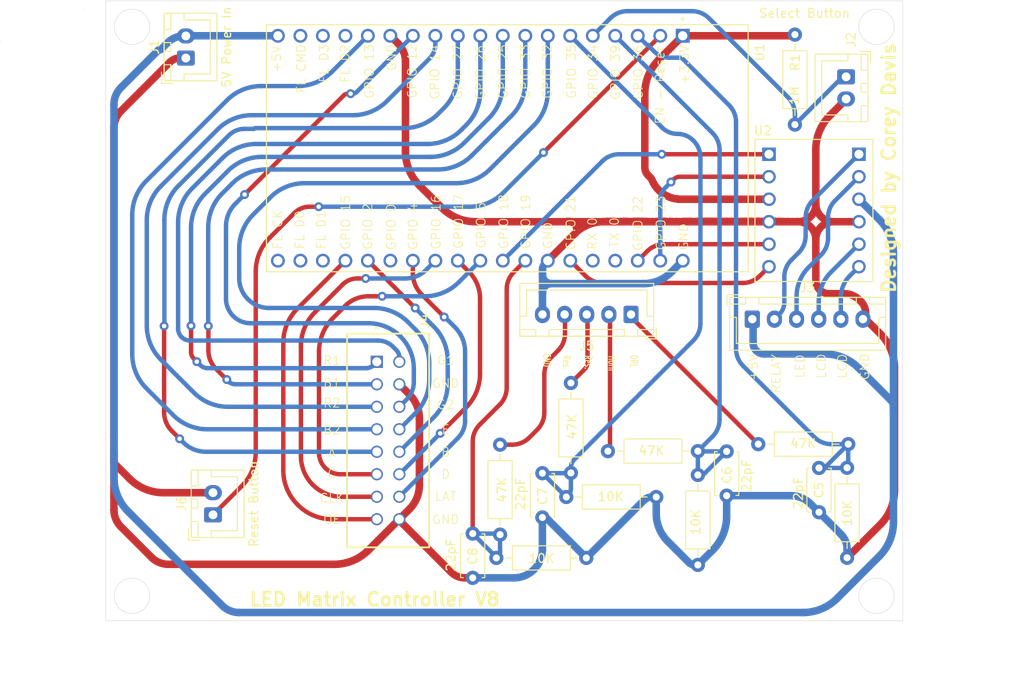
<source format=kicad_pcb>
(kicad_pcb (version 20221018) (generator pcbnew)
  (layers (0 "F.Cu" signal) (31 "B.Cu" signal) (34 "B.Paste" user) (35 "F.Paste" user) (36 "B.SilkS" user "B.Silkscreen") (37 "F.SilkS" user "F.Silkscreen") (38 "B.Mask" user) (39 "F.Mask" user) (44 "Edge.Cuts" user))
  (net 0 "")
  (net 1 "Net-(U1-SENSOR_VP)")
  (net 2 "GND")
  (net 3 "Net-(U1-SENSOR_VN)")
  (net 4 "Net-(U1-IO35)")
  (net 5 "Net-(U1-IO19)")
  (net 6 "+5V")
  (net 7 "Net-(J2-Pin_1)")
  (net 8 "Net-(J4-OE)")
  (net 9 "Net-(J4-LAT)")
  (net 10 "Net-(J4-CLK)")
  (net 11 "Net-(J4-D)")
  (net 12 "Net-(J4-B)")
  (net 13 "Net-(J4-A)")
  (net 14 "Net-(J4-E)")
  (net 15 "Net-(J4-C)")
  (net 16 "Net-(J4-G2)")
  (net 17 "Net-(J4-G1)")
  (net 18 "+3.3V")
  (net 19 "Net-(J6-Pin_1)")
  (net 23 "Net-(U1-IO23)")
  (net 24 "Net-(U1-IO22)")
  (net 27 "Net-(U1-IO21)")
  (net 28 "Net-(U1-IO18)")
  (net 33 "Net-(J4-R1)")
  (net 34 "Net-(J4-B1)")
  (net 35 "Net-(J4-R2)")
  (net 36 "Net-(J4-B2)")
  (net 37 "Net-(J5-DRL)")
  (net 38 "Net-(J5-Horn)")
  (net 39 "Net-(J5-Res-Pad3)")
  (net 40 "Net-(J5-Res-Pad4)")
  (net 41 "Net-(J3-LCD-Pad5)")
  (net 42 "Net-(J3-LCD-Pad4)")
  (net 43 "Net-(J3-Relay)")
  (net 44 "Net-(J3-LED)")
  (footprint "Resistor_THT:R_Axial_DIN0207_L6.3mm_D2.5mm_P10.16mm_Horizontal" (layer "F.Cu") (at 87.03 84.28 90)
    (fp_text reference "R16" hide)
    (fp_text value "47K")
  )
  (footprint "Library:SAMTEC_ZSS-108-01-F-D-506" (layer "F.Cu") (at 73.113809 64.76 -90)
    (fp_text reference "J4")
    (fp_text value "ZSS-108-01-F-D-506")
  )
  (footprint "Connector_JST:JST_XH_B2B-XH-A_1x02_P2.50mm_Vertical" (layer "F.Cu") (at 126.11 32.575 -90)
    (fp_text reference "J2")
    (fp_text value "Select Button")
  )
  (footprint "Connector_JST:JST_XH_B2B-XH-A_1x02_P2.50mm_Vertical" (layer "F.Cu") (at 51.545 30.46 90)
    (fp_text reference "J1")
    (fp_text value "5V Power In")
  )
  (footprint "Resistor_THT:R_Axial_DIN0207_L6.3mm_D2.5mm_P10.16mm_Horizontal" (layer "F.Cu") (at 126.22 76.73 -90)
    (fp_text reference "R11" hide)
    (fp_text value "10K")
  )
  (footprint "Connector_JST:JST_XH_B6B-XH-A_1x06_P2.50mm_Vertical" (layer "F.Cu") (at 115.516 59.944)
    (fp_text reference "J3")
    (fp_text value "LCD, Relay, LED Signal")
  )
  (footprint "Connector_JST:JST_XH_B5B-XH-A_1x05_P2.50mm_Vertical" (layer "F.Cu") (at 101.82 59.415 180)
    (fp_text reference "J5")
    (fp_text value "DRL, Horn Sense" hide)
  )
  (footprint "ESP32-DEVKITC-32D:MODULE_ESP32-DEVKITC-32D" (layer "F.Cu") (at 87.9 40.64 -90)
    (fp_text reference "U1")
    (fp_text value "ESP32-DEVKITC-32D")
  )
  (footprint "Capacitor_THT:C_Disc_D4.7mm_W2.5mm_P5.00mm" (layer "F.Cu") (at 91.81 77.34 -90)
    (fp_text reference "C7")
    (fp_text value "22pF")
  )
  (footprint "BOB-12009:CONV_BOB-12009" (layer "F.Cu") (at 122.48 47.67)
    (fp_text reference "U2")
    (fp_text value "BOB-12009")
  )
  (footprint "Resistor_THT:R_Axial_DIN0207_L6.3mm_D2.5mm_P10.16mm_Horizontal" (layer "F.Cu") (at 109.37 77.54 -90)
    (fp_text reference "R13" hide)
    (fp_text value "10K")
  )
  (footprint "Capacitor_THT:C_Disc_D4.7mm_W2.5mm_P5.00mm" (layer "F.Cu") (at 83.94 84.16 -90)
    (fp_text reference "C8")
    (fp_text value "22pF")
  )
  (footprint "Capacitor_THT:C_Disc_D4.7mm_W2.5mm_P5.00mm" (layer "F.Cu") (at 123.05 76.75 -90)
    (fp_text reference "C5" hide)
    (fp_text value "22pF")
  )
  (footprint "Resistor_THT:R_Axial_DIN0207_L6.3mm_D2.5mm_P10.16mm_Horizontal" (layer "F.Cu") (at 86.61 86.91)
    (fp_text reference "R17" hide)
    (fp_text value "10K")
  )
  (footprint "Resistor_THT:R_Axial_DIN0207_L6.3mm_D2.5mm_P10.16mm_Horizontal" (layer "F.Cu") (at 94.51 80.03)
    (fp_text reference "R15" hide)
    (fp_text value "10K")
  )
  (footprint "Capacitor_THT:C_Disc_D4.7mm_W2.5mm_P5.00mm" (layer "F.Cu") (at 112.62 74.88 -90)
    (fp_text reference "C6")
    (fp_text value "22pF")
  )
  (footprint "Resistor_THT:R_Axial_DIN0207_L6.3mm_D2.5mm_P10.16mm_Horizontal" (layer "F.Cu") (at 120.33 27.81 -90)
    (fp_text reference "R1")
    (fp_text value "1M")
  )
  (footprint "Resistor_THT:R_Axial_DIN0207_L6.3mm_D2.5mm_P10.16mm_Horizontal" (layer "F.Cu") (at 95.03 77.31 90)
    (fp_text reference "R14" hide)
    (fp_text value "47K")
  )
  (footprint "Resistor_THT:R_Axial_DIN0207_L6.3mm_D2.5mm_P10.16mm_Horizontal" (layer "F.Cu") (at 109.37 74.85 180)
    (fp_text reference "R12" hide)
    (fp_text value "47K")
  )
  (footprint "Resistor_THT:R_Axial_DIN0207_L6.3mm_D2.5mm_P10.16mm_Horizontal" (layer "F.Cu") (at 126.35 74.06 180)
    (fp_text reference "R10" hide)
    (fp_text value "47K")
  )
  (footprint "Connector_JST:JST_XH_B2B-XH-A_1x02_P2.50mm_Vertical" (layer "F.Cu") (at 54.61 82.042 90)
    (fp_text reference "J6")
    (fp_text value "Reset Button")
  )
  (gr_circle (center 30.58 28.66) (end 30.58 28.66) (stroke (width 0.05)) (fill none) (layer "Edge.Cuts"))
  (gr_circle (center 129.54 26.924) (end 131.54 26.924) (stroke (width 0.05)) (fill none) (layer "Edge.Cuts"))
  (gr_circle (center 129.54 91.186) (end 131.54 91.186) (stroke (width 0.05)) (fill none) (layer "Edge.Cuts"))
  (gr_rect (start 42.5 24) (end 132.5 94) (stroke (width 0.05)) (fill none) (layer "Edge.Cuts"))
  (gr_circle (center 40 25) (end 40 25) (stroke (width 0.05)) (fill none) (layer "Edge.Cuts"))
  (gr_circle (center 45.466 91.186) (end 47.466 91.186) (stroke (width 0.05)) (fill none) (layer "Edge.Cuts"))
  (gr_circle (center 45.466 26.924) (end 47.466 26.924) (stroke (width 0.05)) (fill none) (layer "Edge.Cuts"))
  (gr_text "+5V" (at 116.24 66.98 90) (layer "F.SilkS") (effects (font (size 1 1) (thickness 0.1)) (justify left bottom)))
  (gr_text "GPIO 25" (at 87.98 35.1325 90) (layer "F.SilkS") (effects (font (size 1 1) (thickness 0.1)) (justify left bottom)))
  (gr_text "RX 0" (at 98.04 52.1825 90) (layer "F.SilkS") (effects (font (size 1 1) (thickness 0.1)) (justify left bottom)))
  (gr_text "FL CK" (at 62.51 52.1325 90) (layer "F.SilkS") (effects (font (size 1 1) (thickness 0.1)) (justify left bottom)))
  (gr_text "GPIO 34" (at 98.12 35.1925 90) (layer "F.SilkS") (effects (font (size 1 1) (thickness 0.1)) (justify left bottom)))
  (gr_text "GND" (at 108.34 52.2425 90) (layer "F.SilkS") (effects (font (size 1 1) (thickness 0.1)) (justify left bottom)))
  (gr_text "GND" (at 91.82 63.76 -90) (layer "F.SilkS") (effects (font (size 0.8 0.5) (thickness 0.1)) (justify left bottom)))
  (gr_text "GPIO 26" (at 85.39 35.2325 90) (layer "F.SilkS") (effects (font (size 1 1) (thickness 0.1)) (justify left bottom)))
  (gr_text "GND" (at 79.293809 83.16) (layer "F.SilkS") (effects (font (size 1 1) (thickness 0.1)) (justify left bottom)))
  (gr_text "GPIO 22" (at 103.18 52.3025 90) (layer "F.SilkS") (effects (font (size 1 1) (thickness 0.1)) (justify left bottom)))
  (gr_text "C" (at 67.47 77.97) (layer "F.SilkS") (effects (font (size 1 1) (thickness 0.1)) (justify left bottom)))
  (gr_text "GPIO 18" (at 88.02 52.0825 90) (layer "F.SilkS") (effects (font (size 1 1) (thickness 0.1)) (justify left bottom)))
  (gr_text "GPIO 39" (at 100.64 35.2525 90) (layer "F.SilkS") (effects (font (size 1 1) (thickness 0.1)) (justify left bottom)))
  (gr_text "GPIO 32" (at 92.97 35.1225 90) (layer "F.SilkS") (effects (font (size 1 1) (thickness 0.1)) (justify left bottom)))
  (gr_text "Res." (at 94.06 63.98 -90) (layer "F.SilkS") (effects (font (size 0.8 0.5) (thickness 0.1)) (justify left bottom)))
  (gr_text "GPIO 19" (at 90.51 52.1125 90) (layer "F.SilkS") (effects (font (size 1 1) (thickness 0.1)) (justify left bottom)))
  (gr_text "GPIO 36" (at 103.22 35.2125 90) (layer "F.SilkS") (effects (font (size 1 1) (thickness 0.1)) (justify left bottom)))
  (gr_text "B1" (at 66.993809 67.71) (layer "F.SilkS") (effects (font (size 1 1) (thickness 0.1)) (justify left bottom)))
  (gr_text "GPIO 5" (at 85.47 52.0225 90) (layer "F.SilkS") (effects (font (size 1 1) (thickness 0.1)) (justify left bottom)))
  (gr_text "GND" (at 93.03 52.0825 90) (layer "F.SilkS") (effects (font (size 1 1) (thickness 0.1)) (justify left bottom)))
  (gr_text "A" (at 67.541428 75.63) (layer "F.SilkS") (effects (font (size 1 1) (thickness 0.1)) (justify left bottom)))
  (gr_text "GPIO 0" (at 75.32 52.2125 90) (layer "F.SilkS") (effects (font (size 1 1) (thickness 0.1)) (justify left bottom)))
  (gr_text "GPIO 15" (at 70.18 52.1825 90) (layer "F.SilkS") (effects (font (size 1 1) (thickness 0.1)) (justify left bottom)))
  (gr_text "GPIO 16" (at 80.39 52.1425 90) (layer "F.SilkS") (effects (font (size 1 1) (thickness 0.1)) (justify left bottom)))
  (gr_text "GPIO 14" (at 80.25 35.2025 90) (layer "F.SilkS") (effects (font (size 1 1) (thickness 0.1)) (justify left bottom)))
  (gr_text "LCD" (at 123.91 66.71 90) (layer "F.SilkS") (effects (font (size 1 1) (thickness 0.1)) (justify left bottom)))
  (gr_text "B" (at 80.317619 75.55) (layer "F.SilkS") (effects (font (size 1 1) (thickness 0.1)) (justify left bottom)))
  (gr_text "D" (at 80.317619 78.05) (layer "F.SilkS") (effects (font (size 1 1) (thickness 0.1)) (justify left bottom)))
  (gr_text "G1" (at 79.841428 65.17) (layer "F.SilkS") (effects (font (size 1 1) (thickness 0.1)) (justify left bottom)))
  (gr_text "EN - Reset" (at 105.68 38 90) (layer "F.SilkS") (effects (font (size 1 1) (thickness 0.1)) (justify left bottom)))
  (gr_text "GPIO 4" (at 77.78 52.1825 90) (layer "F.SilkS") (effects (font (size 1 1) (thickness 0.1)) (justify left bottom)))
  (gr_text "Res." (at 96.52 63.96 -90) (layer "F.SilkS") (effects (font (size 0.8 0.5) (thickness 0.1)) (justify left bottom)))
  (gr_text "LED\n" (at 121.49 66.69 90) (layer "F.SilkS") (effects (font (size 1 1) (thickness 0.1)) (justify left bottom)))
  (gr_text "GPIO 23" (at 105.79 52.2425 90) (layer "F.SilkS") (effects (font (size 1 1) (thickness 0.1)) (justify left bottom)))
  (gr_text "FL D1" (at 67.41 52.1125 90) (layer "F.SilkS") (effects (font (size 1 1) (thickness 0.1)) (justify left bottom)))
  (gr_text "FL D3" (at 67.74 33.3025 90) (layer "F.SilkS") (effects (font (size 1 1) (thickness 0.1) bold) (justify left bottom)))
  (gr_text "Horn" (at 99.21 64 -90) (layer "F.SilkS") (effects (font (size 0.8 0.5) (thickness 0.1)) (justify left bottom)))
  (gr_text "GPIO 35" (at 95.67 35.1325 90) (layer "F.SilkS") (effects (font (size 1 1) (thickness 0.1)) (justify left bottom)))
  (gr_text "OE" (at 66.993809 83.15) (layer "F.SilkS") (effects (font (size 1 1) (thickness 0.1)) (justify left bottom)))
  (gr_text "TX 0" (at 100.53 51.9325 90) (layer "F.SilkS") (effects (font (size 1 1) (thickness 0.1)) (justify left bottom)))
  (gr_text "GPIO 2" (at 72.67 52.1825 90) (layer "F.SilkS") (effects (font (size 1 1) (thickness 0.1)) (justify left bottom)))
  (gr_text "CLK" (at 66.565238 80.74) (layer "F.SilkS") (effects (font (size 1 1) (thickness 0.1)) (justify left bottom)))
  (gr_text "DRL" (at 101.67 63.93 -90) (layer "F.SilkS") (effects (font (size 0.8 0.5) (thickness 0.1)) (justify left bottom)))
  (gr_text "R2" (at 66.993809 70) (layer "F.SilkS") (effects (font (size 1 1) (thickness 0.1)) (justify left bottom)))
  (gr_text "GND" (at 128.8 66.9 90) (layer "F.SilkS") (effects (font (size 1 1) (thickness 0.1)) (justify left bottom)))
  (gr_text "R1" (at 66.993809 65.2) (layer "F.SilkS") (effects (font (size 1 1) (thickness 0.1)) (justify left bottom)))
  (gr_text "FL D2" (at 70.11 33.3325 90) (layer "F.SilkS") (effects (font (size 1 1) (thickness 0.1) bold) (justify left bottom)))
  (gr_text "Designed by Corey Davis" (at 131.81 57.15 90) (layer "F.SilkS") (effects (font (size 1.5 1.5) (thickness 0.3) bold) (justify left bottom)))
  (gr_text "GPIO 12" (at 77.69 35.0925 90) (layer "F.SilkS") (effects (font (size 1 1) (thickness 0.1)) (justify left bottom)))
  (gr_text "GPIO 27" (at 82.86 35.1725 90) (layer "F.SilkS") (effects (font (size 1 1) (thickness 0.1)) (justify left bottom)))
  (gr_text "G2" (at 79.841428 70.19) (layer "F.SilkS") (effects (font (size 1 1) (thickness 0.1)) (justify left bottom)))
  (gr_text "GPIO 17" (at 82.92 52.0825 90) (layer "F.SilkS") (effects (font (size 1 1) (thickness 0.1)) (justify left bottom)))
  (gr_text "FL D0" (at 65 52.1125 90) (layer "F.SilkS") (effects (font (size 1 1) (thickness 0.1)) (justify left bottom)))
  (gr_text "E" (at 80.365238 72.99) (layer "F.SilkS") (effects (font (size 1 1) (thickness 0.1)) (justify left bottom)))
  (gr_text "RELAY" (at 118.8 68.37 90) (layer "F.SilkS") (effects (font (size 1 1) (thickness 0.1)) (justify left bottom)))
  (gr_text "B2" (at 66.993809 73.04) (layer "F.SilkS") (effects (font (size 1 1) (thickness 0.1)) (justify left bottom)))
  (gr_text "LCD" (at 126.28 66.72 90) (layer "F.SilkS") (effects (font (size 1 1) (thickness 0.1)) (justify left bottom)))
  (gr_text "FL CMD" (at 65.15 34.5125 90) (layer "F.SilkS") (effects (font (size 1 1) (thickness 0.1) bold) (justify left bottom)))
  (gr_text "GND" (at 79.293809 67.77) (layer "F.SilkS") (effects (font (size 1 1) (thickness 0.1)) (justify left bottom)))
  (gr_text "+5V" (at 62.38 32.1725 90) (layer "F.SilkS") (effects (font (size 1 1) (thickness 0.1) bold) (justify left bottom)))
  (gr_text "LAT" (at 79.603333 80.54) (layer "F.SilkS") (effects (font (size 1 1) (thickness 0.1)) (justify left bottom)))
  (gr_text "+3.3V" (at 108.45 33.5125 90) (layer "F.SilkS") (effects (font (size 1 1) (thickness 0.1)) (justify left bottom)))
  (gr_text "GPIO 13" (at 72.85 35.1225 90) (layer "F.SilkS") (effects (font (size 1 1) (thickness 0.1) bold) (justify left bottom)))
  (gr_text "GPIO 21" (at 95.61 52.2125 90) (layer "F.SilkS") (effects (font (size 1 1) (thickness 0.1)) (justify left bottom)))
  (gr_text "GPIO 33" (at 90.47 35.1325 90) (layer "F.SilkS") (effects (font (size 1 1) (thickness 0.1)) (justify left bottom)))
  (gr_text "LED Matrix Controller V8" (at 58.61 92.47) (layer "F.SilkS") (effects (font (size 1.5 1.5) (thickness 0.3) bold) (justify left bottom)))
  (gr_text "GND" (at 75.38 31.9825 90) (layer "F.SilkS") (effects (font (size 1 1) (thickness 0.1)) (justify left bottom)))
  (segment (start 126.218747 76.731246) (end 126.218737 76.731256) (width 0.5) (layer "B.Cu") (net 1))
  (segment (start 126.273565 76.676424) (end 126.273813 76.676174) (width 0.5) (layer "B.Cu") (net 1))
  (segment (start 126.260544 76.689448) (end 126.260593 76.689399) (width 0.5) (layer "B.Cu") (net 1))
  (segment (start 126.218239 76.731757) (end 126.218279 76.731718) (width 0.5) (layer "B.Cu") (net 1))
  (segment (start 126.215662 76.734334) (end 126.215563 76.734431) (width 0.5) (layer "B.Cu") (net 1))
  (segment (start 126.218826 76.731169) (end 126.218786 76.731207) (width 0.5) (layer "B.Cu") (net 1))
  (segment (start 126.240624 76.709374) (end 126.240727 76.70927) (width 0.5) (layer "B.Cu") (net 1))
  (segment (start 126.266425 76.683566) (end 126.266415 76.683576) (width 0.5) (layer "B.Cu") (net 1))
  (segment (start 126.225014 76.724975) (end 126.225136 76.724853) (width 0.5) (layer "B.Cu") (net 1))
  (segment (start 126.250971 76.699023) (end 126.250939 76.699055) (width 0.5) (layer "B.Cu") (net 1))
  (segment (start 126.226848 76.72314) (end 126.226887 76.723101) (width 0.5) (layer "B.Cu") (net 1))
  (segment (start 126.235194 76.714803) (end 126.23522 76.714776) (width 0.5) (layer "B.Cu") (net 1))
  (segment (start 126.26945 76.680538) (end 126.269667 76.680321) (width 0.5) (layer "B.Cu") (net 1))
  (segment (start 126.263317 76.686669) (end 126.263488 76.686499) (width 0.5) (layer "B.Cu") (net 1))
  (segment (start 126.25983 76.690162) (end 126.259723 76.690269) (width 0.5) (layer "B.Cu") (net 1))
  (segment (start 126.232186 76.717809) (end 126.232498 76.717497) (width 0.5) (layer "B.Cu") (net 1))
  (segment (start 126.22136 76.728635) (end 126.221337 76.728658) (width 0.5) (layer "B.Cu") (net 1))
  (segment (start 126.213124 76.736874) (end 126.213006 76.73699) (width 0.5) (layer "B.Cu") (net 1))
  (segment (start 126.22211 76.727883) (end 126.221994 76.727998) (width 0.5) (layer "B.Cu") (net 1))
  (segment (start 126.253928 76.696062) (end 126.253938 76.696053) (width 0.5) (layer "B.Cu") (net 1))
  (segment (start 126.261168 76.688824) (end 126.261187 76.688804) (width 0.5) (layer "B.Cu") (net 1))
  (segment (start 126.245262 76.704735) (end 126.24531 76.704686) (width 0.5) (layer "B.Cu") (net 1))
  (segment (start 126.268238 76.681753) (end 126.268315 76.681675) (width 0.5) (layer "B.Cu") (net 1))
  (segment (start 126.23854 76.711457) (end 126.238175 76.711819) (width 0.5) (layer "B.Cu") (net 1))
  (segment (start 126.26031 76.689684) (end 126.260388 76.689605) (width 0.5) (layer "B.Cu") (net 1))
  (segment (start 126.23319 76.716805) (end 126.2332 76.716795) (width 0.5) (layer "B.Cu") (net 1))
  (segment (start 126.22034 76.72965) (end 126.220259 76.729731) (width 0.5) (layer "B.Cu") (net 1))
  (segment (start 126.26945 76.680538) (end 126.269215 76.680775) (width 0.5) (layer "B.Cu") (net 1))
  (segment (start 126.219206 76.730788) (end 126.219216 76.730779) (width 0.5) (layer "B.Cu") (net 1))
  (segment (start 126.273426 76.676563) (end 126.273357 76.676633) (width 0.5) (layer "B.Cu") (net 1))
  (segment (start 126.261616 76.688374) (end 126.261226 76.688765) (width 0.5) (layer "B.Cu") (net 1))
  (segment (start 126.24659 76.703402) (end 126.24665 76.703342) (width 0.5) (layer "B.Cu") (net 1))
  (segment (start 126.251035 76.698959) (end 126.251003 76.698991) (width 0.5) (layer "B.Cu") (net 1))
  (segment (start 126.227085 76.722907) (end 126.227163 76.722829) (width 0.5) (layer "B.Cu") (net 1))
  (segment (start 126.257225 76.692766) (end 126.257295 76.692695) (width 0.5) (layer "B.Cu") (net 1))
  (segment (start 126.221846 76.728147) (end 126.221857 76.728136) (width 0.5) (layer "B.Cu") (net 1))
  (segment (start 126.259889 76.690103) (end 126.259918 76.690074) (width 0.5) (layer "B.Cu") (net 1))
  (segment (start 126.274523 76.675469) (end 126.2743 76.675691) (width 0.5) (layer "B.Cu") (net 1))
  (segment (start 126.210195 76.739803) (end 126.210117 76.739881) (width 0.5) (layer "B.Cu") (net 1))
  (segment (start 126.267789 76.682203) (end 126.26775 76.682242) (width 0.5) (layer "B.Cu") (net 1))
  (segment (start 126.217184 76.732807) (end 126.21717 76.732823) (width 0.5) (layer "B.Cu") (net 1))
  (segment (start 126.231091 76.718904) (end 126.230935 76.71906) (width 0.5) (layer "B.Cu") (net 1))
  (segment (start 126.210282 76.739715) (end 126.210273 76.739725) (width 0.5) (layer "B.Cu") (net 1))
  (segment (start 126.252014 76.69798) (end 126.251992 76.698002) (width 0.5) (layer "B.Cu") (net 1))
  (segment (start 126.220149 76.729841) (end 126.220125 76.729865) (width 0.5) (layer "B.Cu") (net 1))
  (segment (start 126.235316 76.714677) (end 126.235379 76.714614) (width 0.5) (layer "B.Cu") (net 1))
  (segment (start 126.235457 76.714538) (end 126.235431 76.714563) (width 0.5) (layer "B.Cu") (net 1))
  (segment (start 123.875667 76.534332) (end 126.35 74.06) (width 0.5) (layer "B.Cu") (net 1))
  (segment (start 126.24259 76.707405) (end 126.242561 76.707434) (width 0.5) (layer "B.Cu") (net 1))
  (segment (start 126.218121 76.731873) (end 126.21816 76.731834) (width 0.5) (layer "B.Cu") (net 1))
  (segment (start 126.262184 76.687808) (end 126.262525 76.687464) (width 0.5) (layer "B.Cu") (net 1))
  (segment (start 106.168507 30.414877) (end 107.515123 30.414877) (width 0.5) (layer "B.Cu") (net 1))
  (segment (start 126.233964 76.716034) (end 126.233906 76.716093) (width 0.5) (layer "B.Cu") (net 1))
  (segment (start 126.212107 76.737888) (end 126.212077 76.737917) (width 0.5) (layer "B.Cu") (net 1))
  (segment (start 126.214374 76.735624) (end 126.21449 76.735506) (width 0.5) (layer "B.Cu") (net 1))
  (segment (start 126.267711 76.682281) (end 126.26775 76.682242) (width 0.5) (layer "B.Cu") (net 1))
  (segment (start 126.242532 76.707463) (end 126.242561 76.707434) (width 0.5) (layer "B.Cu") (net 1))
  (segment (start 103.564818 28.924818) (end 102.58 27.94) (width 0.5) (layer "B.Cu") (net 1))
  (segment (start 126.285 76.665) (end 126.284941 76.665058) (width 0.5) (layer "B.Cu") (net 1))
  (segment (start 126.260154 76.68984) (end 126.260075 76.689918) (width 0.5) (layer "B.Cu") (net 1))
  (segment (start 126.231385 76.718611) (end 126.231405 76.718592) (width 0.5) (layer "B.Cu") (net 1))
  (segment (start 126.221951 76.728043) (end 126.221929 76.728065) (width 0.5) (layer "B.Cu") (net 1))
  (segment (start 126.282947 76.667048) (end 126.282713 76.667283) (width 0.5) (layer "B.Cu") (net 1))
  (segment (start 126.220965 76.72903) (end 126.221151 76.728844) (width 0.5) (layer "B.Cu") (net 1))
  (segment (start 126.226653 76.723335) (end 126.226541 76.723447) (width 0.5) (layer "B.Cu") (net 1))
  (segment (start 126.237914 76.712081) (end 126.23781 76.712185) (width 0.5) (layer "B.Cu") (net 1))
  (segment (start 126.235287 76.714707) (end 126.235273 76.714722) (width 0.5) (layer "B.Cu") (net 1))
  (segment (start 126.280464 76.669526) (end 126.280433 76.669557) (width 0.5) (layer "B.Cu") (net 1))
  (segment (start 126.228767 76.721227) (end 126.228834 76.72116) (width 0.5) (layer "B.Cu") (net 1))
  (segment (start 126.252276 76.697714) (end 126.25295 76.697041) (width 0.5) (layer "B.Cu") (net 1))
  (segment (start 126.221973 76.728021) (end 126.221951 76.728043) (width 0.5) (layer "B.Cu") (net 1))
  (segment (start 126.233474 76.716523) (end 126.233396 76.716601) (width 0.5) (layer "B.Cu") (net 1))
  (segment (start 126.226294 76.723698) (end 126.226376 76.723614) (width 0.5) (layer "B.Cu") (net 1))
  (segment (start 126.246327 76.703671) (end 126.246249 76.703749) (width 0.5) (layer "B.Cu") (net 1))
  (segment (start 126.2539 76.696089) (end 126.253909 76.69608) (width 0.5) (layer "B.Cu") (net 1))
  (segment (start 126.269939 76.68005) (end 126.270075 76.679915) (width 0.5) (layer "B.Cu") (net 1))
  (segment (start 126.26517 76.684819) (end 126.265228 76.68476) (width 0.5) (layer "B.Cu") (net 1))
  (segment (start 126.280781 76.669209) (end 126.280572 76.669417) (width 0.5) (layer "B.Cu") (net 1))
  (segment (start 126.241246 76.70875) (end 126.240934 76.709062) (width 0.5) (layer "B.Cu") (net 1))
  (segment (start 126.280147 76.669846) (end 126.28011 76.669882) (width 0.5) (layer "B.Cu") (net 1))
  (segment (start 126.221523 76.728474) (end 126.221499 76.728497) (width 0.5) (layer "B.Cu") (net 1))
  (segment (start 126.225679 76.72431) (end 126.225614 76.724375) (width 0.5) (layer "B.Cu") (net 1))
  (segment (start 126.247235 76.702757) (end 126.24714 76.702852) (width 0.5) (layer "B.Cu") (net 1))
  (segment (start 126.220125 76.729865) (end 126.220101 76.729889) (width 0.5) (layer "B.Cu") (net 1))
  (segment (start 126.2539 76.696089) (end 126.253882 76.696107) (width 0.5) (layer "B.Cu") (net 1))
  (segment (start 126.267496 76.682495) (end 126.267448 76.682544) (width 0.5) (layer "B.Cu") (net 1))
  (segment (start 126.228649 76.721343) (end 126.228637 76.721357) (width 0.5) (layer "B.Cu") (net 1))
  (segment (start 126.256771 76.693221) (end 126.256835 76.693157) (width 0.5) (layer "B.Cu") (net 1))
  (segment (start 126.250915 76.699079) (end 126.250907 76.699087) (width 0.5) (layer "B.Cu") (net 1))
  (segment (start 126.219961 76.730031) (end 126.219912 76.73008) (width 0.5) (layer "B.Cu") (net 1))
  (segment (start 126.222156 76.727836) (end 126.222132 76.727861) (width 0.5) (layer "B.Cu") (net 1))
  (segment (start 126.26386 76.686127) (end 126.263736 76.686251) (width 0.5) (layer "B.Cu") (net 1))
  (segment (start 126.251067 76.698927) (end 126.251035 76.698959) (width 0.5) (layer "B.Cu") (net 1))
  (segment (start 126.233171 76.716824) (end 126.233146 76.716848) (width 0.5) (layer "B.Cu") (net 1))
  (segment (start 126.244022 76.705976) (end 126.244061 76.705937) (width 0.5) (layer "B.Cu") (net 1))
  (segment (start 126.264442 76.685546) (end 126.264368 76.685619) (width 0.5) (layer "B.Cu") (net 1))
  (segment (start 126.243943 76.706053) (end 126.243709 76.706287) (width 0.5) (layer "B.Cu") (net 1))
  (segment (start 126.253873 76.696116) (end 126.253864 76.696125) (width 0.5) (layer "B.Cu") (net 1))
  (segment (start 126.275636 76.674358) (end 126.275422 76.674571) (width 0.5) (layer "B.Cu") (net 1))
  (segment (start 126.254011 76.69598) (end 126.254121 76.695871) (width 0.5) (layer "B.Cu") (net 1))
  (segment (start 126.223088 76.726902) (end 126.223032 76.726958) (width 0.5) (layer "B.Cu") (net 1))
  (segment (start 126.267672 76.68232) (end 126.267653 76.68234) (width 0.5) (layer "B.Cu") (net 1))
  (segment (start 126.246566 76.703427) (end 126.246554 76.70344) (width 0.5) (layer "B.Cu") (net 1))
  (segment (start 126.218709 76.731286) (end 126.218718 76.731276) (width 0.5) (layer "B.Cu") (net 1))
  (segment (start 126.282186 76.66781) (end 126.28189 76.668103) (width 0.5) (layer "B.Cu") (net 1))
  (segment (start 126.245057 76.70494) (end 126.245066 76.70493) (width 0.5) (layer "B.Cu") (net 1))
  (segment (start 126.23698 76.713015) (end 126.237291 76.712706) (width 0.5) (layer "B.Cu") (net 1))
  (segment (start 126.28346 76.666536) (end 126.283021 76.666976) (width 0.5) (layer "B.Cu") (net 1))
  (segment (start 126.241665 76.708331) (end 126.241873 76.708123) (width 0.5) (layer "B.Cu") (net 1))
  (segment (start 126.233553 76.716445) (end 126.233593 76.716406) (width 0.5) (layer "B.Cu") (net 1))
  (segment (start 126.264709 76.685278) (end 126.264602 76.685385) (width 0.5) (layer "B.Cu") (net 1))
  (segment (start 126.234803 76.715194) (end 126.234566 76.715428) (width 0.5) (layer "B.Cu") (net 1))
  (segment (start 126.244842 76.705154) (end 126.244804 76.705193) (width 0.5) (layer "B.Cu") (net 1))
  (segment (start 126.265316 76.684672) (end 126.265306 76.684682) (width 0.5) (layer "B.Cu") (net 1))
  (segment (start 126.227627 76.722365) (end 126.22772 76.722273) (width 0.5) (layer "B.Cu") (net 1))
  (segment (start 126.264709 76.685278) (end 126.264974 76.685014) (width 0.5) (layer "B.Cu") (net 1))
  (segment (start 126.253609 76.696383) (end 126.253791 76.696198) (width 0.5) (layer "B.Cu") (net 1))
  (segment (start 126.245105 76.70489) (end 126.245085 76.70491) (width 0.5) (layer "B.Cu") (net 1))
  (segment (start 126.223695 76.726297) (end 126.223394 76.726598) (width 0.5) (layer "B.Cu") (net 1))
  (segment (start 126.23025 76.719742) (end 126.230201 76.719791) (width 0.5) (layer "B.Cu") (net 1))
  (segment (start 126.267809 76.682184) (end 126.267789 76.682203) (width 0.5) (layer "B.Cu") (net 1))
  (segment (start 126.234099 76.715895) (end 126.234111 76.715883) (width 0.5) (layer "B.Cu") (net 1))
  (segment (start 126.276821 76.673172) (end 126.276853 76.673141) (width 0.5) (layer "B.Cu") (net 1))
  (segment (start 126.258428 76.691562) (end 126.258374 76.691616) (width 0.5) (layer "B.Cu") (net 1))
  (segment (start 126.251163 76.698831) (end 126.251123 76.698871) (width 0.5) (layer "B.Cu") (net 1))
  (segment (start 126.26734 76.682651) (end 126.26733 76.682661) (width 0.5) (layer "B.Cu") (net 1))
  (segment (start 126.270708 76.679281) (end 126.270582 76.679408) (width 0.5) (layer "B.Cu") (net 1))
  (segment (start 126.244725 76.705272) (end 126.244686 76.705311) (width 0.5) (layer "B.Cu") (net 1))
  (segment (start 126.242283 76.707712) (end 126.242372 76.707622) (width 0.5) (layer "B.Cu") (net 1))
  (segment (start 126.230104 76.719889) (end 126.230056 76.719938) (width 0.5) (layer "B.Cu") (net 1))
  (segment (start 126.252188 76.697802) (end 126.252145 76.697847) (width 0.5) (layer "B.Cu") (net 1))
  (segment (start 126.251123 76.698871) (end 126.251075 76.698919) (width 0.5) (layer "B.Cu") (net 1))
  (segment (start 126.219865 76.730129) (end 126.219841 76.730154) (width 0.5) (layer "B.Cu") (net 1))
  (segment (start 126.234135 76.715859) (end 126.23416 76.715833) (width 0.5) (layer "B.Cu") (net 1))
  (segment (start 126.245624 76.704374) (end 126.245467 76.704531) (width 0.5) (layer "B.Cu") (net 1))
  (segment (start 126.26654 76.683454) (end 126.26656 76.683435) (width 0.5) (layer "B.Cu") (net 1))
  (segment (start 126.22499 76.725001) (end 126.224998 76.724992) (width 0.5) (layer "B.Cu") (net 1))
  (segment (start 126.25902 76.690972) (end 126.25904 76.690952) (width 0.5) (layer "B.Cu") (net 1))
  (segment (start 126.276758 76.673233) (end 126.276723 76.673268) (width 0.5) (layer "B.Cu") (net 1))
  (segment (start 126.232946 76.717048) (end 126.232811 76.717186) (width 0.5) (layer "B.Cu") (net 1))
  (segment (start 126.224984 76.725006) (end 126.224857 76.725132) (width 0.5) (layer "B.Cu") (net 1))
  (segment (start 126.230622 76.719371) (end 126.230445 76.719547) (width 0.5) (layer "B.Cu") (net 1))
  (segment (start 126.247426 76.702566) (end 126.247521 76.702471) (width 0.5) (layer "B.Cu") (net 1))
  (segment (start 126.254341 76.695651) (end 126.254267 76.695725) (width 0.5) (layer "B.Cu") (net 1))
  (segment (start 126.246994 76.702999) (end 126.246969 76.703023) (width 0.5) (layer "B.Cu") (net 1))
  (segment (start 126.231247 76.718748) (end 126.231256 76.718738) (width 0.5) (layer "B.Cu") (net 1))
  (segment (start 126.21 76.74) (end 126.210039 76.73996) (width 0.5) (layer "B.Cu") (net 1))
  (segment (start 126.267389 76.682603) (end 126.267379 76.682612) (width 0.5) (layer "B.Cu") (net 1))
  (segment (start 126.267964 76.682027) (end 126.268003 76.681987) (width 0.5) (layer "B.Cu") (net 1))
  (segment (start 126.237914 76.712081) (end 126.237966 76.712029) (width 0.5) (layer "B.Cu") (net 1))
  (segment (start 126.280387 76.669604) (end 126.280402 76.669588) (width 0.5) (layer "B.Cu") (net 1))
  (segment (start 126.284104 76.665891) (end 126.284046 76.66595) (width 0.5) (layer "B.Cu") (net 1))
  (segment (start 126.212018 76.737976) (end 126.211948 76.738045) (width 0.5) (layer "B.Cu") (net 1))
  (segment (start 126.219059 76.730934) (end 126.219079 76.730915) (width 0.5) (layer "B.Cu") (net 1))
  (segment (start 126.275292 76.674699) (end 126.27508 76.674914) (width 0.5) (layer "B.Cu") (net 1))
  (segment (start 126.245203 76.704794) (end 126.245174 76.704823) (width 0.5) (layer "B.Cu") (net 1))
  (segment (start 126.222775 76.727216) (end 126.222643 76.727349) (width 0.5) (layer "B.Cu") (net 1))
  (segment (start 126.253292 76.6967) (end 126.253316 76.696676) (width 0.5) (layer "B.Cu") (net 1))
  (segment (start 126.275351 76.674639) (end 126.275362 76.674629) (width 0.5) (layer "B.Cu") (net 1))
  (segment (start 126.265335 76.684653) (end 126.265355 76.684633) (width 0.5) (layer "B.Cu") (net 1))
  (segment (start 126.257084 76.692907) (end 126.256962 76.693028) (width 0.5) (layer "B.Cu") (net 1))
  (segment (start 126.220059 76.729933) (end 126.220068 76.729923) (width 0.5) (layer "B.Cu") (net 1))
  (segment (start 126.226966 76.723023) (end 126.227006 76.722984) (width 0.5) (layer "B.Cu") (net 1))
  (segment (start 126.279591 76.670403) (end 126.279548 76.670447) (width 0.5) (layer "B.Cu") (net 1))
  (segment (start 126.265855 76.684136) (end 126.265698 76.684292) (width 0.5) (layer "B.Cu") (net 1))
  (segment (start 126.279911 76.67008) (end 126.279897 76.670094) (width 0.5) (layer "B.Cu") (net 1))
  (segment (start 126.220508 76.729484) (end 126.220592 76.729401) (width 0.5) (layer "B.Cu") (net 1))
  (segment (start 126.270961 76.679027) (end 126.270708 76.679281) (width 0.5) (layer "B.Cu") (net 1))
  (segment (start 126.235574 76.714421) (end 126.235632 76.714362) (width 0.5) (layer "B.Cu") (net 1))
  (segment (start 126.217419 76.732572) (end 126.217358 76.732633) (width 0.5) (layer "B.Cu") (net 1))
  (segment (start 126.251881 76.698111) (end 126.251909 76.698084) (width 0.5) (layer "B.Cu") (net 1))
  (segment (start 126.21163 76.738366) (end 126.211581 76.738415) (width 0.5) (layer "B.Cu") (net 1))
  (segment (start 126.269215 76.680775) (end 126.269098 76.680893) (width 0.5) (layer "B.Cu") (net 1))
  (segment (start 126.280511 76.66948) (end 126.280495 76.669495) (width 0.5) (layer "B.Cu") (net 1))
  (segment (start 126.239374 76.710624) (end 126.238957 76.71104) (width 0.5) (layer "B.Cu") (net 1))
  (segment (start 126.256734 76.693258) (end 126.256746 76.693246) (width 0.5) (layer "B.Cu") (net 1))
  (segment (start 126.283885 76.666111) (end 126.283823 76.666173) (width 0.5) (layer "B.Cu") (net 1))
  (segment (start 122.522781 73.263103) (end 114.476896 65.217218) (width 0.5) (layer "B.Cu") (net 1))
  (segment (start 126.217653 76.73234) (end 126.217575 76.732417) (width 0.5) (layer "B.Cu") (net 1))
  (segment (start 126.268656 76.681332) (end 126.268597 76.681391) (width 0.5) (layer "B.Cu") (net 1))
  (segment (start 126.228239 76.721755) (end 126.228092 76.721901) (width 0.5) (layer "B.Cu") (net 1))
  (segment (start 126.24259 76.707405) (end 126.242605 76.707391) (width 0.5) (layer "B.Cu") (net 1))
  (segment (start 126.251942 76.698051) (end 126.251909 76.698084) (width 0.5) (layer "B.Cu") (net 1))
  (segment (start 126.222205 76.727786) (end 126.222229 76.727763) (width 0.5) (layer "B.Cu") (net 1))
  (segment (start 126.273952 76.676036) (end 126.274022 76.675967) (width 0.5) (layer "B.Cu") (net 1))
  (segment (start 126.22724 76.72275) (end 126.227441 76.72255) (width 0.5) (layer "B.Cu") (net 1))
  (segment (start 126.284797 76.6652) (end 126.284823 76.665175) (width 0.5) (layer "B.Cu") (net 1))
  (segment (start 112.883103 35.773103) (end 107.656896 30.546896) (width 0.5) (layer "B.Cu") (net 1))
  (segment (start 126.211727 76.738267) (end 126.211756 76.738239) (width 0.5) (layer "B.Cu") (net 1))
  (segment (start 126.234195 76.715799) (end 126.234213 76.715782) (width 0.5) (layer "B.Cu") (net 1))
  (segment (start 126.280294 76.669699) (end 126.280325 76.669667) (width 0.5) (layer "B.Cu") (net 1))
  (segment (start 126.21701 76.732985) (end 126.216951 76.733043) (width 0.5) (layer "B.Cu") (net 1))
  (segment (start 126.22444 76.725549) (end 126.224375 76.725614) (width 0.5) (layer "B.Cu") (net 1))
  (segment (start 126.242928 76.707069) (end 126.24282 76.707176) (width 0.5) (layer "B.Cu") (net 1))
  (segment (start 126.267311 76.682681) (end 126.267302 76.682691) (width 0.5) (layer "B.Cu") (net 1))
  (segment (start 126.249352 76.700641) (end 126.249332 76.70066) (width 0.5) (layer "B.Cu") (net 1))
  (segment (start 126.25065 76.699342) (end 126.249391 76.700602) (width 0.5) (layer "B.Cu") (net 1))
  (segment (start 126.218981 76.731012) (end 126.21902 76.730973) (width 0.5) (layer "B.Cu") (net 1))
  (segment (start 126.267185 76.68281) (end 126.267224 76.68277) (width 0.5) (layer "B.Cu") (net 1))
  (segment (start 126.221677 76.728319) (end 126.221728 76.728267) (width 0.5) (layer "B.Cu") (net 1))
  (segment (start 126.266479 76.683512) (end 126.2665 76.683493) (width 0.5) (layer "B.Cu") (net 1))
  (segment (start 126.228704 76.721288) (end 126.228685 76.721308) (width 0.5) (layer "B.Cu") (net 1))
  (segment (start 126.211093 76.738906) (end 126.211014 76.738984) (width 0.5) (layer "B.Cu") (net 1))
  (segment (start 126.266089 76.683902) (end 126.266079 76.683912) (width 0.5) (layer "B.Cu") (net 1))
  (segment (start 113.68 63.29334) (end 113.68 37.696981) (width 0.5) (layer "B.Cu") (net 1))
  (segment (start 126.255611 76.694381) (end 126.255758 76.694235) (width 0.5) (layer "B.Cu") (net 1))
  (segment (start 126.231874 76.718122) (end 126.231718 76.718279) (width 0.5) (layer "B.Cu") (net 1))
  (segment (start 126.242503 76.707492) (end 126.242489 76.707507) (width 0.5) (layer "B.Cu") (net 1))
  (segment (start 126.270961 76.679027) (end 126.271167 76.678821) (width 0.5) (layer "B.Cu") (net 1))
  (segment (start 126.246823 76.703171) (end 126.246872 76.703122) (width 0.5) (layer "B.Cu") (net 1))
  (segment (start 126.275351 76.674639) (end 126.275335 76.674656) (width 0.5) (layer "B.Cu") (net 1))
  (segment (start 126.268863 76.681128) (end 126.268833 76.681157) (width 0.5) (layer "B.Cu") (net 1))
  (segment (start 126.216804 76.733191) (end 126.216834 76.73316) (width 0.5) (layer "B.Cu") (net 1))
  (segment (start 126.222271 76.727721) (end 126.222257 76.727735) (width 0.5) (layer "B.Cu") (net 1))
  (segment (start 126.221879 76.728114) (end 126.221907 76.728087) (width 0.5) (layer "B.Cu") (net 1))
  (segment (start 126.262981 76.687008) (end 126.262939 76.687051) (width 0.5) (layer "B.Cu") (net 1))
  (segment (start 126.211406 76.738593) (end 126.211464 76.738534) (width 0.5) (layer "B.Cu") (net 1))
  (segment (start 126.284494 76.665504) (end 126.284428 76.66557) (width 0.5) (layer "B.Cu") (net 1))
  (segment (start 126.244999 76.704999) (end 126.245018 76.704979) (width 0.5) (layer "B.Cu") (net 1))
  (segment (start 126.258159 76.691831) (end 126.258001 76.69199) (width 0.5) (layer "B.Cu") (net 1))
  (segment (start 126.218592 76.731405) (end 126.218631 76.731365) (width 0.5) (layer "B.Cu") (net 1))
  (segment (start 126.223171 76.726819) (end 126.223143 76.726847) (width 0.5) (layer "B.Cu") (net 1))
  (segment (start 104.40399 29.68399) (end 103.701387 28.981387) (width 0.5) (layer "B.Cu") (net 1))
  (segment (start 126.251992 76.698002) (end 126.25197 76.698024) (width 0.5) (layer "B.Cu") (net 1))
  (segment (start 126.35 74.06) (end 126.35 76.508076) (width 0.5) (layer "B.Cu") (net 1))
  (segment (start 126.225744 76.724247) (end 126.225777 76.724215) (width 0.5) (layer "B.Cu") (net 1))
  (segment (start 126.224857 76.725132) (end 126.224604 76.725384) (width 0.5) (layer "B.Cu") (net 1))
  (segment (start 126.263064 76.686923) (end 126.263148 76.686839) (width 0.5) (layer "B.Cu") (net 1))
  (segment (start 126.25945 76.690542) (end 126.25943 76.690562) (width 0.5) (layer "B.Cu") (net 1))
  (segment (start 126.224215 76.725777) (end 126.224247 76.725744) (width 0.5) (layer "B.Cu") (net 1))
  (segment (start 126.21036 76.739637) (end 126.210409 76.739588) (width 0.5) (layer "B.Cu") (net 1))
  (segment (start 126.248101 76.701891) (end 126.249292 76.700699) (width 0.5) (layer "B.Cu") (net 1))
  (segment (start 126.247648 76.702344) (end 126.247712 76.702281) (width 0.5) (layer "B.Cu") (net 1))
  (segment (start 126.274189 76.675802) (end 126.274133 76.675857) (width 0.5) (layer "B.Cu") (net 1))
  (segment (start 126.277087 76.672906) (end 126.279197 76.670798) (width 0.5) (layer "B.Cu") (net 1))
  (segment (start 126.284678 76.665318) (end 126.284745 76.665251) (width 0.5) (layer "B.Cu") (net 1))
  (segment (start 126.268715 76.681273) (end 126.268774 76.681215) (width 0.5) (layer "B.Cu") (net 1))
  (segment (start 126.266168 76.683825) (end 126.266246 76.683747) (width 0.5) (layer "B.Cu") (net 1))
  (segment (start 126.26644 76.683551) (end 126.266425 76.683566) (width 0.5) (layer "B.Cu") (net 1))
  (segment (start 126.250931 76.699063) (end 126.250915 76.699079) (width 0.5) (layer "B.Cu") (net 1))
  (segment (start 126.26606 76.683931) (end 126.26604 76.683951) (width 0.5) (layer "B.Cu") (net 1))
  (segment (start 126.245125 76.704871) (end 126.245135 76.704862) (width 0.5) (layer "B.Cu") (net 1))
  (segment (start 126.28422 76.665774) (end 126.284295 76.665701) (width 0.5) (layer "B.Cu") (net 1))
  (segment (start 126.265385 76.684605) (end 126.265375 76.684614) (width 0.5) (layer "B.Cu") (net 1))
  (segment (start 126.219137 76.730856) (end 126.219118 76.730876) (width 0.5) (layer "B.Cu") (net 1))
  (segment (start 126.262691 76.687298) (end 126.262774 76.687216) (width 0.5) (layer "B.Cu") (net 1))
  (segment (start 126.276409 76.673583) (end 126.276339 76.673652) (width 0.5) (layer "B.Cu") (net 1))
  (segment (start 126.246482 76.703514) (end 126.246506 76.703489) (width 0.5) (layer "B.Cu") (net 1))
  (segment (start 126.236769 76.713227) (end 126.236664 76.713333) (width 0.5) (layer "B.Cu") (net 1))
  (segment (start 126.228317 76.721677) (end 126.228357 76.721639) (width 0.5) (layer "B.Cu") (net 1))
  (segment (start 126.268469 76.681519) (end 126.268597 76.681391) (width 0.5) (layer "B.Cu") (net 1))
  (segment (start 126.233063 76.716931) (end 126.233097 76.716897) (width 0.5) (layer "B.Cu") (net 1))
  (segment (start 126.231285 76.718708) (end 126.231275 76.718718) (width 0.5) (layer "B.Cu") (net 1))
  (segment (start 126.252036 76.697958) (end 126.252014 76.69798) (width 0.5) (layer "B.Cu") (net 1))
  (segment (start 126.225484 76.724505) (end 126.22538 76.724609) (width 0.5) (layer "B.Cu") (net 1))
  (segment (start 126.25859 76.691402) (end 126.258536 76.691455) (width 0.5) (layer "B.Cu") (net 1))
  (segment (start 126.221929 76.728065) (end 126.221907 76.728087) (width 0.5) (layer "B.Cu") (net 1))
  (segment (start 126.210857 76.73914) (end 126.210779 76.739217) (width 0.5) (layer "B.Cu") (net 1))
  (segment (start 126.2808 76.66919) (end 126.280809 76.669181) (width 0.5) (layer "B.Cu") (net 1))
  (segment (start 126.272691 76.677299) (end 126.272524 76.677465) (width 0.5) (layer "B.Cu") (net 1))
  (segment (start 126.210301 76.739695) (end 126.210321 76.739675) (width 0.5) (layer "B.Cu") (net 1))
  (segment (start 126.221874 76.72812) (end 126.221857 76.728136) (width 0.5) (layer "B.Cu") (net 1))
  (segment (start 126.224375 76.725614) (end 126.224311 76.725679) (width 0.5) (layer "B.Cu") (net 1))
  (segment (start 126.216092 76.733905) (end 126.216033 76.733963) (width 0.5) (layer "B.Cu") (net 1))
  (segment (start 126.217235 76.732757) (end 126.217243 76.73275) (width 0.5) (layer "B.Cu") (net 1))
  (segment (start 126.214802 76.735193) (end 126.214724 76.735271) (width 0.5) (layer "B.Cu") (net 1))
  (segment (start 126.259079 76.690913) (end 126.259391 76.690601) (width 0.5) (layer "B.Cu") (net 1))
  (segment (start 126.279678 76.670315) (end 126.279722 76.67027) (width 0.5) (layer "B.Cu") (net 1))
  (segment (start 126.272524 76.677465) (end 126.272191 76.677798) (width 0.5) (layer "B.Cu") (net 1))
  (segment (start 126.257435 76.692554) (end 126.257718 76.692271) (width 0.5) (layer "B.Cu") (net 1))
  (segment (start 126.231345 76.71865) (end 126.231324 76.718669) (width 0.5) (layer "B.Cu") (net 1))
  (segment (start 126.254489 76.695506) (end 126.25444 76.695554) (width 0.5) (layer "B.Cu") (net 1))
  (segment (start 126.219186 76.730807) (end 126.219176 76.730817) (width 0.5) (layer "B.Cu") (net 1))
  (segment (start 126.228714 76.721278) (end 126.228704 76.721288) (width 0.5) (layer "B.Cu") (net 1))
  (segment (start 126.21533 76.734665) (end 126.215193 76.734802) (width 0.5) (layer "B.Cu") (net 1))
  (segment (start 126.233318 76.716679) (end 126.233279 76.716718) (width 0.5) (layer "B.Cu") (net 1))
  (segment (start 126.281096 76.668895) (end 126.281422 76.668571) (width 0.5) (layer "B.Cu") (net 1))
  (segment (start 126.237706 76.712291) (end 126.237732 76.712264) (width 0.5) (layer "B.Cu") (net 1))
  (segment (start 126.185857 76.75) (end 123.355 76.75) (width 0.5) (layer "B.Cu") (net 1))
  (segment (start 126.246725 76.703269) (end 126.2467 76.703293) (width 0.5) (layer "B.Cu") (net 1))
  (segment (start 126.271866 76.678123) (end 126.272191 76.677798) (width 0.5) (layer "B.Cu") (net 1))
  (segment (start 126.261656 76.688335) (end 126.261676 76.688316) (width 0.5) (layer "B.Cu") (net 1))
  (segment (start 126.217127 76.732868) (end 126.217141 76.732853) (width 0.5) (layer "B.Cu") (net 1))
  (segment (start 126.255099 76.694894) (end 126.255221 76.694772) (width 0.5) (layer "B.Cu") (net 1))
  (segment (start 126.251291 76.698703) (end 126.251163 76.698831) (width 0.5) (layer "B.Cu") (net 1))
  (segment (start 126.251291 76.698703) (end 126.251794 76.6982) (width 0.5) (layer "B.Cu") (net 1))
  (segment (start 126.276606 76.673385) (end 126.276548 76.673444) (width 0.5) (layer "B.Cu") (net 1))
  (segment (start 126.282977 76.667019) (end 126.282992 76.667005) (width 0.5) (layer "B.Cu") (net 1))
  (segment (start 126.263736 76.686251) (end 126.263488 76.686499) (width 0.5) (layer "B.Cu") (net 1))
  (segment (start 126.240934 76.709062) (end 126.240727 76.70927) (width 0.5) (layer "B.Cu") (net 1))
  (segment (start 126.257831 76.692159) (end 126.257888 76.692103) (width 0.5) (layer "B.Cu") (net 1))
  (segment (start 126.250939 76.699055) (end 126.250931 76.699063) (width 0.5) (layer "B.Cu") (net 1))
  (segment (start 126.266012 76.683981) (end 126.266021 76.683971) (width 0.5) (layer "B.Cu") (net 1))
  (segment (start 126.22295 76.727042) (end 126.222977 76.727014) (width 0.5) (layer "B.Cu") (net 1))
  (segment (start 126.215819 76.734177) (end 126.215916 76.73408) (width 0.5) (layer "B.Cu") (net 1))
  (segment (start 126.212771 76.737224) (end 126.212498 76.737498) (width 0.5) (layer "B.Cu") (net 1))
  (segment (start 126.221406 76.728589) (end 126.221452 76.728543) (width 0.5) (layer "B.Cu") (net 1))
  (segment (start 126.264549 76.685439) (end 126.264602 76.685385) (width 0.5) (layer "B.Cu") (net 1))
  (segment (start 126.284657 76.665339) (end 126.284646 76.66535) (width 0.5) (layer "B.Cu") (net 1))
  (segment (start 126.220101 76.729889) (end 126.220086 76.729904) (width 0.5) (layer "B.Cu") (net 1))
  (segment (start 126.229421 76.720572) (end 126.229861 76.720133) (width 0.5) (layer "B.Cu") (net 1))
  (segment (start 126.216747 76.73325) (end 126.216718 76.73328) (width 0.5) (layer "B.Cu") (net 1))
  (segment (start 126.263317 76.686669) (end 126.263233 76.686754) (width 0.5) (layer "B.Cu") (net 1))
  (segment (start 126.22538 76.724609) (end 126.225136 76.724853) (width 0.5) (layer "B.Cu") (net 1))
  (segment (start 126.224604 76.725384) (end 126.224505 76.725484) (width 0.5) (layer "B.Cu") (net 1))
  (segment (start 126.228554 76.72144) (end 126.228513 76.721482) (width 0.5) (layer "B.Cu") (net 1))
  (segment (start 126.228676 76.721318) (end 126.228685 76.721308) (width 0.5) (layer "B.Cu") (net 1))
  (segment (start 126.271517 76.678472) (end 126.271167 76.678821) (width 0.5) (layer "B.Cu") (net 1))
  (segment (start 126.252058 76.697936) (end 126.252036 76.697958) (width 0.5) (layer "B.Cu") (net 1))
  (segment (start 126.220198 76.729792) (end 126.220149 76.729841) (width 0.5) (layer "B.Cu") (net 1))
  (segment (start 126.35 74.06) (end 124.446659 74.06) (width 0.5) (layer "B.Cu") (net 1))
  (segment (start 126.254953 76.695041) (end 126.25488 76.695115) (width 0.5) (layer "B.Cu") (net 1))
  (segment (start 126.235748 76.714245) (end 126.235837 76.714158) (width 0.5) (layer "B.Cu") (net 1))
  (segment (start 126.26069 76.689302) (end 126.260817 76.689175) (width 0.5) (layer "B.Cu") (net 1))
  (segment (start 126.283724 76.666272) (end 126.28375 76.666247) (width 0.5) (layer "B.Cu") (net 1))
  (segment (start 126.27994 76.670051) (end 126.280036 76.669955) (width 0.5) (layer "B.Cu") (net 1))
  (segment (start 126.280433 76.669557) (end 126.280402 76.669588) (width 0.5) (layer "B.Cu") (net 1))
  (segment (start 126.251067 76.698927) (end 126.251075 76.698919) (width 0.5) (layer "B.Cu") (net 1))
  (segment (start 126.228979 76.721015) (end 126.22901 76.720985) (width 0.5) (layer "B.Cu") (net 1))
  (segment (start 126.276105 76.673887) (end 126.2762 76.67379) (width 0.5) (layer "B.Cu") (net 1))
  (segment (start 126.253873 76.696116) (end 126.253882 76.696107) (width 0.5) (layer "B.Cu") (net 1))
  (segment (start 126.234242 76.715753) (end 126.234256 76.715739) (width 0.5) (layer "B.Cu") (net 1))
  (segment (start 126.23781 76.712185) (end 126.237784 76.712211) (width 0.5) (layer "B.Cu") (net 1))
  (segment (start 126.226732 76.723256) (end 126.226771 76.723217) (width 0.5) (layer "B.Cu") (net 1))
  (segment (start 126.210448 76.739549) (end 126.210468 76.73953) (width 0.5) (layer "B.Cu") (net 1))
  (segment (start 126.251003 76.698991) (end 126.250971 76.699023) (width 0.5) (layer "B.Cu") (net 1))
  (arc (start 126.284745 76.665251) (mid 126.284771 76.665225) (end 126.284797 76.6652) (width 0.5) (layer "B.Cu") (net 1))
  (arc (start 126.253609 76.696383) (mid 126.253462 76.696529) (end 126.253316 76.696676) (width 0.5) (layer "B.Cu") (net 1))
  (arc (start 126.273565 76.676424) (mid 126.273495 76.676493) (end 126.273426 76.676563) (width 0.5) (layer "B.Cu") (net 1))
  (arc (start 126.257295 76.692695) (mid 126.257365 76.692624) (end 126.257435 76.692554) (width 0.5) (layer "B.Cu") (net 1))
  (arc (start 126.245203 76.704794) (mid 126.245232 76.704764) (end 126.245262 76.704735) (width 0.5) (layer "B.Cu") (net 1))
  (arc (start 126.218592 76.731405) (mid 126.218435 76.731561) (end 126.218279 76.731718) (width 0.5) (layer "B.Cu") (net 1))
  (arc (start 126.279897 76.670094) (mid 126.279809 76.670182) (end 126.279722 76.67027) (width 0.5) (layer "B.Cu") (net 1))
  (arc (start 126.267711 76.682281) (mid 126.267691 76.6823) (end 126.267672 76.68232) (width 0.5) (layer "B.Cu") (net 1))
  (arc (start 126.283823 76.666173) (mid 126.283805 76.666191) (end 126.283787 76.66621) (width 0.5) (layer "B.Cu") (net 1))
  (arc (start 126.232186 76.717809) (mid 126.23203 76.717965) (end 126.231874 76.718122) (width 0.5) (layer "B.Cu") (net 1))
  (arc (start 126.225744 76.724247) (mid 126.225711 76.724278) (end 126.225679 76.72431) (width 0.5) (layer "B.Cu") (net 1))
  (arc (start 126.280387 76.669604) (mid 126.280356 76.669635) (end 126.280325 76.669667) (width 0.5) (layer "B.Cu") (net 1))
  (arc (start 122.522781 73.263103) (mid 123.405464 73.852893) (end 124.446659 74.06) (width 0.5) (layer "B.Cu") (net 1))
  (arc (start 126.211406 76.738593) (mid 126.211249 76.738749) (end 126.211093 76.738906) (width 0.5) (layer "B.Cu") (net 1))
  (arc (start 126.265306 76.684682) (mid 126.265267 76.684721) (end 126.265228 76.68476) (width 0.5) (layer "B.Cu") (net 1))
  (arc (start 126.226848 76.72314) (mid 126.226809 76.723178) (end 126.226771 76.723217) (width 0.5) (layer "B.Cu") (net 1))
  (arc (start 126.276723 76.673268) (mid 126.276664 76.673326) (end 126.276606 76.673385) (width 0.5) (layer "B.Cu") (net 1))
  (arc (start 126.217184 76.732807) (mid 126.2172 76.73279) (end 126.21722 76.732771) (width 0.5) (layer "B.Cu") (net 1))
  (arc (start 126.256246 76.693747) (mid 126.25649 76.693502) (end 126.256734 76.693258) (width 0.5) (layer "B.Cu") (net 1))
  (arc (start 126.280511 76.66948) (mid 126.280541 76.669448) (end 126.280572 76.669417) (width 0.5) (layer "B.Cu") (net 1))
  (arc (start 126.212018 76.737976) (mid 126.212047 76.737946) (end 126.212077 76.737917) (width 0.5) (layer "B.Cu") (net 1))
  (arc (start 126.235287 76.714707) (mid 126.235301 76.714692) (end 126.235316 76.714677) (width 0.5) (layer "B.Cu") (net 1))
  (arc (start 126.211911 76.738084) (mid 126.211833 76.738161) (end 126.211756 76.738239) (width 0.5) (layer "B.Cu") (net 1))
  (arc (start 126.216092 76.733905) (mid 126.216248 76.733749) (end 126.216405 76.733593) (width 0.5) (layer "B.Cu") (net 1))
  (arc (start 126.23522 76.714776) (mid 126.235246 76.714749) (end 126.235273 76.714722) (width 0.5) (layer "B.Cu") (net 1))
  (arc (start 126.212771 76.737224) (mid 126.212888 76.737107) (end 126.213006 76.73699) (width 0.5) (layer "B.Cu") (net 1))
  (arc (start 126.247648 76.702344) (mid 126.247584 76.702407) (end 126.247521 76.702471) (width 0.5) (layer "B.Cu") (net 1))
  (arc (start 126.274523 76.675469) (mid 126.274801 76.675191) (end 126.27508 76.674914) (width 0.5) (layer "B.Cu") (net 1))
  (arc (start 126.284678 76.665318) (mid 126.284667 76.665328) (end 126.284657 76.665339) (width 0.5) (layer "B.Cu") (net 1))
  (arc (start 126.245085 76.70491) (mid 126.245075 76.70492) (end 126.245066 76.70493) (width 0.5) (layer "B.Cu") (net 1))
  (arc (start 126.283548 76.666448) (mid 126.283592 76.666404) (end 126.283637 76.666361) (width 0.5) (layer "B.Cu") (net 1))
  (arc (start 126.238071 76.711924) (mid 126.238123 76.711871) (end 126.238175 76.711819) (width 0.5) (layer "B.Cu") (net 1))
  (arc (start 126.231285 76.718708) (mid 126.231304 76.718688) (end 126.231324 76.718669) (width 0.5) (layer "B.Cu") (net 1))
  (arc (start 126.267185 76.68281) (mid 126.266872 76.683122) (end 126.26656 76.683435) (width 0.5) (layer "B.Cu") (net 1))
  (arc (start 126.263064 76.686923) (mid 126.263022 76.686965) (end 126.262981 76.687008) (width 0.5) (layer "B.Cu") (net 1))
  (arc (start 126.234411 76.715584) (mid 126.234488 76.715506) (end 126.234566 76.715428) (width 0.5) (layer "B.Cu") (net 1))
  (arc (start 126.283021 76.666976) (mid 126.283006 76.66699) (end 126.282992 76.667005) (width 0.5) (layer "B.Cu") (net 1))
  (arc (start 126.210779 76.739217) (mid 126.210623 76.739373) (end 126.210468 76.73953) (width 0.5) (layer "B.Cu") (net 1))
  (arc (start 126.280809 76.669181) (mid 126.280952 76.669038) (end 126.281096 76.668895) (width 0.5) (layer "B.Cu") (net 1))
  (arc (start 126.228092 76.721901) (mid 126.227906 76.722087) (end 126.22772 76.722273) (width 0.5) (layer "B.Cu") (net 1))
  (arc (start 126.228767 76.721227) (mid 126.22874 76.721252) (end 126.228714 76.721278) (width 0.5) (layer "B.Cu") (net 1))
  (arc (start 126.261226 76.688765) (mid 126.261206 76.688784) (end 126.261187 76.688804) (width 0.5) (layer "B.Cu") (net 1))
  (arc (start 104.40399 29.68399) (mid 105.213557 30.224925) (end 106.168507 30.414877) (width 0.5) (layer "B.Cu") (net 1))
  (arc (start 126.231718 76.718279) (mid 126.231561 76.718435) (end 126.231405 76.718592) (width 0.5) (layer "B.Cu") (net 1))
  (arc (start 126.244022 76.705976) (mid 126.243982 76.706014) (end 126.243943 76.706053) (width 0.5) (layer "B.Cu") (net 1))
  (arc (start 126.24659 76.703402) (mid 126.246578 76.703414) (end 126.246566 76.703427) (width 0.5) (layer "B.Cu") (net 1))
  (arc (start 126.252058 76.697936) (mid 126.252101 76.697891) (end 126.252145 76.697847) (width 0.5) (layer "B.Cu") (net 1))
  (arc (start 126.35 76.508076) (mid 126.333107 76.593002) (end 126.285 76.665) (width 0.5) (layer "B.Cu") (net 1))
  (arc (start 126.235837 76.714158) (mid 126.236042 76.713953) (end 126.236248 76.713748) (width 0.5) (layer "B.Cu") (net 1))
  (arc (start 126.266089 76.683902) (mid 126.266128 76.683863) (end 126.266168 76.683825) (width 0.5) (layer "B.Cu") (net 1))
  (arc (start 126.224215 76.725777) (mid 126.223955 76.726036) (end 126.223695 76.726297) (width 0.5) (layer "B.Cu") (net 1))
  (arc (start 126.219841 76.730154) (mid 126.219528 76.730466) (end 126.219216 76.730779) (width 0.5) (layer "B.Cu") (net 1))
  (arc (start 126.21717 76.732823) (mid 126.217155 76.732838) (end 126.217141 76.732853) (width 0.5) (layer "B.Cu") (net 1))
  (arc (start 103.701387 28.981387) (mid 103.670058 28.960453) (end 103.633103 28.953103) (width 0.5) (layer "B.Cu") (net 1))
  (arc (start 126.247712 76.702281) (mid 126.247809 76.702183) (end 126.247907 76.702086) (width 0.5) (layer "B.Cu") (net 1))
  (arc (start 126.254121 76.695871) (mid 126.254194 76.695798) (end 126.254267 76.695725) (width 0.5) (layer "B.Cu") (net 1))
  (arc (start 126.284494 76.665504) (mid 126.284571 76.665425) (end 126.284646 76.66535) (width 0.5) (layer "B.Cu") (net 1))
  (arc (start 126.262774 76.687216) (mid 126.262856 76.687133) (end 126.262939 76.687051) (width 0.5) (layer "B.Cu") (net 1))
  (arc (start 126.237784 76.712211) (mid 126.237758 76.712237) (end 126.237732 76.712264) (width 0.5) (layer "B.Cu") (net 1))
  (arc (start 126.233906 76.716093) (mid 126.233749 76.716249) (end 126.233593 76.716406) (width 0.5) (layer "B.Cu") (net 1))
  (arc (start 126.246482 76.703514) (mid 126.246404 76.703592) (end 126.246327 76.703671) (width 0.5) (layer "B.Cu") (net 1))
  (arc (start 126.254489 76.695506) (mid 126.254684 76.69531) (end 126.25488 76.695115) (width 0.5) (layer "B.Cu") (net 1))
  (arc (start 126.244842 76.705154) (mid 126.24492 76.705076) (end 126.244999 76.704999) (width 0.5) (layer "B.Cu") (net 1))
  (arc (start 126.23025 76.719742) (mid 126.230347 76.719644) (end 126.230445 76.719547) (width 0.5) (layer "B.Cu") (net 1))
  (arc (start 126.261656 76.688335) (mid 126.261636 76.688354) (end 126.261616 76.688374) (width 0.5) (layer "B.Cu") (net 1))
  (arc (start 126.220086 76.729904) (mid 126.220077 76.729913) (end 126.220068 76.729923) (width 0.5) (layer "B.Cu") (net 1))
  (arc (start 126.216718 76.73328) (mid 126.216561 76.733436) (end 126.216405 76.733593) (width 0.5) (layer "B.Cu") (net 1))
  (arc (start 126.267224 76.68277) (mid 126.267263 76.68273) (end 126.267302 76.682691) (width 0.5) (layer "B.Cu") (net 1))
  (arc (start 126.277087 76.672906) (mid 126.277028 76.672965) (end 126.27697 76.673024) (width 0.5) (layer "B.Cu") (net 1))
  (arc (start 126.234242 76.715753) (mid 126.234227 76.715767) (end 126.234213 76.715782) (width 0.5) (layer "B.Cu") (net 1))
  (arc (start 126.260544 76.689448) (mid 126.260466 76.689526) (end 126.260388 76.689605) (width 0.5) (layer "B.Cu") (net 1))
  (arc (start 126.210301 76.739695) (mid 126.210291 76.739705) (end 126.210282 76.739715) (width 0.5) (layer "B.Cu") (net 1))
  (arc (start 126.284104 76.665891) (mid 126.284162 76.665832) (end 126.28422 76.665774) (width 0.5) (layer "B.Cu") (net 1))
  (arc (start 126.256771 76.693221) (mid 126.256758 76.693233) (end 126.256746 76.693246) (width 0.5) (layer "B.Cu") (net 1))
  (arc (start 126.226294 76.723698) (mid 126.226035 76.723956) (end 126.225777 76.724215) (width 0.5) (layer "B.Cu") (net 1))
  (arc (start 126.257831 76.692159) (mid 126.257774 76.692215) (end 126.257718 76.692271) (width 0.5) (layer "B.Cu") (net 1))
  (arc (start 126.212498 76.737498) (mid 126.212302 76.737693) (end 126.212107 76.737888) (width 0.5) (layer "B.Cu") (net 1))
  (arc (start 126.21 76.74) (mid 126.198923 76.747401) (end 126.185857 76.75) (width 0.5) (layer "B.Cu") (net 1))
  (arc (start 126.274133 76.675857) (mid 126.274077 76.675912) (end 126.274022 76.675967) (width 0.5) (layer "B.Cu") (net 1))
  (arc (start 126.227441 76.72255) (mid 126.227534 76.722457) (end 126.227627 76.722365) (width 0.5) (layer "B.Cu") (net 1))
  (arc (start 126.233146 76.716848) (mid 126.233121 76.716872) (end 126.233097 76.716897) (width 0.5) (layer "B.Cu") (net 1))
  (arc (start 126.222292 76.727702) (mid 126.222279 76.727713) (end 126.222271 76.727721) (width 0.5) (layer "B.Cu") (net 1))
  (arc (start 126.259918 76.690074) (mid 126.259996 76.689996) (end 126.260075 76.689918) (width 0.5) (layer "B.Cu") (net 1))
  (arc (start 126.220508 76.729484) (mid 126.220424 76.729567) (end 126.22034 76.72965) (width 0.5) (layer "B.Cu") (net 1))
  (arc (start 126.219059 76.730934) (mid 126.219039 76.730953) (end 126.21902 76.730973) (width 0.5) (layer "B.Cu") (net 1))
  (arc (start 126.256246 76.693747) (mid 126.256002 76.693991) (end 126.255758 76.694235) (width 0.5) (layer "B.Cu") (net 1))
  (arc (start 126.235379 76.714614) (mid 126.235405 76.714588) (end 126.235431 76.714563) (width 0.5) (layer "B.Cu") (net 1))
  (arc (start 126.274189 76.675802) (mid 126.274244 76.675746) (end 126.2743 76.675691) (width 0.5) (layer "B.Cu") (net 1))
  (arc (start 126.22901 76.720985) (mid 126.229112 76.720881) (end 126.229215 76.720778) (width 0.5) (layer "B.Cu") (net 1))
  (arc (start 113.68 63.29334) (mid 113.887106 64.334535) (end 114.476896 65.217218) (width 0.5) (layer "B.Cu") (net 1))
  (arc (start 126.220059 76.729933) (mid 126.220034 76.729957) (end 126.22001 76.729982) (width 0.5) (layer "B.Cu") (net 1))
  (arc (start 126.229215 76.720778) (mid 126.229318 76.720675) (end 126.229421 76.720572) (width 0.5) (layer "B.Cu") (net 1))
  (arc (start 126.263233 76.686754) (mid 126.26319 76.686796) (end 126.263148 76.686839) (width 0.5) (layer "B.Cu") (net 1))
  (arc (start 126.257225 76.692766) (mid 126.257154 76.692836) (end 126.257084 76.692907) (width 0.5) (layer "B.Cu") (net 1))
  (arc (start 126.242532 76.707463) (mid 126.242517 76.707477) (end 126.242503 76.707492) (width 0.5) (layer "B.Cu") (net 1))
  (arc (start 126.26069 76.689302) (mid 126.260641 76.68935) (end 126.260593 76.689399) (width 0.5) (layer "B.Cu") (net 1))
  (arc (start 126.280294 76.669699) (mid 126.28022 76.669772) (end 126.280147 76.669846) (width 0.5) (layer "B.Cu") (net 1))
  (arc (start 126.247426 76.702566) (mid 126.24733 76.702661) (end 126.247235 76.702757) (width 0.5) (layer "B.Cu") (net 1))
  (arc (start 126.232498 76.717497) (mid 126.232654 76.717341) (end 126.232811 76.717186) (width 0.5) (layer "B.Cu") (net 1))
  (arc (start 126.242283 76.707712) (mid 126.242078 76.707917) (end 126.241873 76.708123) (width 0.5) (layer "B.Cu") (net 1))
  (arc (start 126.253909 76.69608) (mid 126.253918 76.696071) (end 126.253928 76.696062) (width 0.5) (layer "B.Cu") (net 1))
  (arc (start 126.223143 76.726847) (mid 126.223115 76.726874) (end 126.223088 76.726902) (width 0.5) (layer "B.Cu") (net 1))
  (arc (start 126.245057 76.70494) (mid 126.245037 76.704959) (end 126.245018 76.704979) (width 0.5) (layer "B.Cu") (net 1))
  (arc (start 126.217243 76.73275) (mid 126.2173 76.732691) (end 126.217358 76.732633) (width 0.5) (layer "B.Cu") (net 1))
  (arc (start 126.21163 76.738366) (mid 126.211678 76.738316) (end 126.211727 76.738267) (width 0.5) (layer "B.Cu") (net 1))
  (arc (start 126.256835 76.693157) (mid 126.256898 76.693092) (end 126.256962 76.693028) (width 0.5) (layer "B.Cu") (net 1))
  (arc (start 126.264115 76.685874) (mid 126.264241 76.685746) (end 126.264368 76.685619) (width 0.5) (layer "B.Cu") (net 1))
  (arc (start 126.283885 76.666111) (mid 126.283965 76.66603) (end 126.284046 76.66595) (width 0.5) (layer "B.Cu") (net 1))
  (arc (start 126.265698 76.684292) (mid 126.265541 76.684448) (end 126.265385 76.684605) (width 0.5) (layer "B.Cu") (net 1))
  (arc (start 126.235574 76.714421) (mid 126.235515 76.714479) (end 126.235457 76.714538) (width 0.5) (layer "B.Cu") (net 1))
  (arc (start 126.283724 76.666272) (mid 126.28368 76.666316) (end 126.283637 76.666361) (width 0.5) (layer "B.Cu") (net 1))
  (arc (start 126.23319 76.716805) (mid 126.23318 76.716814) (end 126.233171 76.716824) (width 0.5) (layer "B.Cu") (net 1))
  (arc (start 126.220778 76.729215) (mid 126.220871 76.729122) (end 126.220965 76.72903) (width 0.5) (layer "B.Cu") (net 1))
  (arc (start 126.228357 76.721639) (mid 126.228396 76.7216) (end 126.228435 76.721561) (width 0.5) (layer "B.Cu") (net 1))
  (arc (start 126.234135 76.715859) (mid 126.234131 76.715862) (end 126.234129 76.715865) (width 0.5) (layer "B.Cu") (net 1))
  (arc (start 113.68 37.696981) (mid 113.472893 36.655786) (end 112.883103 35.773103) (width 0.5) (layer "B.Cu") (net 1))
  (arc (start 126.243709 76.706287) (mid 126.243514 76.706482) (end 126.243319 76.706678) (width 0.5) (layer "B.Cu") (net 1))
  (arc (start 126.25197 76.698024) (mid 126.251957 76.698036) (end 126.251942 76.698051) (width 0.5) (layer "B.Cu") (net 1))
  (arc (start 126.2665 76.683493) (mid 126.26652 76.683473) (end 126.26654 76.683454) (width 0.5) (layer "B.Cu") (net 1))
  (arc (start 126.228554 76.72144) (mid 126.228595 76.721398) (end 126.228637 76.721357) (width 0.5) (layer "B.Cu") (net 1))
  (arc (start 126.242489 76.707507) (mid 126.24243 76.707564) (end 126.242372 76.707622) (width 0.5) (layer "B.Cu") (net 1))
  (arc (start 126.225549 76.72444) (mid 126.225516 76.724472) (end 126.225484 76.724505) (width 0.5) (layer "B.Cu") (net 1))
  (arc (start 126.238071 76.711924) (mid 126.238018 76.711976) (end 126.237966 76.712029) (width 0.5) (layer "B.Cu") (net 1))
  (arc (start 126.28189 76.668103) (mid 126.281656 76.668337) (end 126.281422 76.668571) (width 0.5) (layer "B.Cu") (net 1))
  (arc (start 126.251881 76.698111) (mid 126.251837 76.698155) (end 126.251794 76.6982) (width 0.5) (layer "B.Cu") (net 1))
  (arc (start 126.223032 76.726958) (mid 126.223004 76.726986) (end 126.222977 76.727014) (width 0.5) (layer "B.Cu") (net 1))
  (arc (start 126.252276 76.697714) (mid 126.252232 76.697758) (end 126.252188 76.697802) (width 0.5) (layer "B.Cu") (net 1))
  (arc (start 126.223171 76.726819) (mid 126.223282 76.726708) (end 126.223394 76.726598) (width 0.5) (layer "B.Cu") (net 1))
  (arc (start 126.279548 76.670447) (mid 126.279372 76.670622) (end 126.279197 76.670798) (width 0.5) (layer "B.Cu") (net 1))
  (arc (start 126.227085 76.722907) (mid 126.227045 76.722945) (end 126.227006 76.722984) (width 0.5) (layer "B.Cu") (net 1))
  (arc (start 126.26734 76.682651) (mid 126.267359 76.682631) (end 126.267379 76.682612) (width 0.5) (layer "B.Cu") (net 1))
  (arc (start 126.237706 76.712291) (mid 126.237498 76.712498) (end 126.237291 76.712706) (width 0.5) (layer "B.Cu") (net 1))
  (arc (start 126.262184 76.687808) (mid 126.26193 76.688062) (end 126.261676 76.688316) (width 0.5) (layer "B.Cu") (net 1))
  (arc (start 126.216033 76.733963) (mid 126.215974 76.734021) (end 126.215916 76.73408) (width 0.5) (layer "B.Cu") (net 1))
  (arc (start 126.220198 76.729792) (mid 126.220228 76.729761) (end 126.220259 76.729731) (width 0.5) (layer "B.Cu") (net 1))
  (arc (start 126.222863 76.727129) (mid 126.222906 76.727085) (end 126.22295 76.727042) (width 0.5) (layer "B.Cu") (net 1))
  (arc (start 126.27697 76.673024) (mid 126.276911 76.673082) (end 126.276853 76.673141) (width 0.5) (layer "B.Cu") (net 1))
  (arc (start 126.279911 76.67008) (mid 126.279925 76.670065) (end 126.27994 76.670051) (width 0.5) (layer "B.Cu") (net 1))
  (arc (start 126.211911 76.738084) (mid 126.211918 76.738075) (end 126.211924 76.738069) (width 0.5) (layer "B.Cu") (net 1))
  (arc (start 126.210448 76.739549) (mid 126.210428 76.739568) (end 126.210409 76.739588) (width 0.5) (layer "B.Cu") (net 1))
  (arc (start 126.279591 76.670403) (mid 126.279634 76.670359) (end 126.279678 76.670315) (width 0.5) (layer "B.Cu") (net 1))
  (arc (start 126.216804 76.733191) (mid 126.216775 76.73322) (end 126.216747 76.73325) (width 0.5) (layer "B.Cu") (net 1))
  (arc (start 126.284823 76.665175) (mid 126.284882 76.665116) (end 126.284941 76.665058) (width 0.5) (layer "B.Cu") (net 1))
  (arc (start 126.222257 76.727735) (mid 126.222248 76.727743) (end 126.222236 76.727756) (width 0.5) (layer "B.Cu") (net 1))
  (arc (start 126.239374 76.710624) (mid 126.239999 76.709999) (end 126.240624 76.709374) (width 0.5) (layer "B.Cu") (net 1))
  (arc (start 126.222116 76.727878) (mid 126.222114 76.727879) (end 126.22211 76.727883) (width 0.5) (layer "B.Cu") (net 1))
  (arc (start 126.25065 76.699342) (mid 126.250714 76.699278) (end 126.250778 76.699214) (width 0.5) (layer "B.Cu") (net 1))
  (arc (start 126.218239 76.731757) (mid 126.218199 76.731795) (end 126.21816 76.731834) (width 0.5) (layer "B.Cu") (net 1))
  (arc (start 126.268469 76.681519) (mid 126.268392 76.681597) (end 126.268315 76.681675) (width 0.5) (layer "B.Cu") (net 1))
  (arc (start 126.255611 76.694381) (mid 126.255513 76.694479) (end 126.255416 76.694577) (width 0.5) (layer "B.Cu") (net 1))
  (arc (start 126.226887 76.723101) (mid 126.226926 76.723062) (end 126.226966 76.723023) (width 0.5) (layer "B.Cu") (net 1))
  (arc (start 126.275292 76.674699) (mid 126.275313 76.674677) (end 126.275335 76.674656) (width 0.5) (layer "B.Cu") (net 1))
  (arc (start 126.246506 76.703489) (mid 126.24653 76.703464) (end 126.246554 76.70344) (width 0.5) (layer "B.Cu") (net 1))
  (arc (start 126.275379 76.674614) (mid 126.275369 76.674622) (end 126.275362 76.674629) (width 0.5) (layer "B.Cu") (net 1))
  (arc (start 126.234411 76.715584) (mid 126.234333 76.715661) (end 126.234256 76.715739) (width 0.5) (layer "B.Cu") (net 1))
  (arc (start 126.214724 76.735271) (mid 126.214607 76.735388) (end 126.21449 76.735506) (width 0.5) (layer "B.Cu") (net 1))
  (arc (start 126.217808 76.732185) (mid 126.217886 76.732107) (end 126.217964 76.732029) (width 0.5) (layer "B.Cu") (net 1))
  (arc (start 126.2762 76.67379) (mid 126.276269 76.673721) (end 126.276339 76.673652) (width 0.5) (layer "B.Cu") (net 1))
  (arc (start 126.283787 76.66621) (mid 126.283768 76.666228) (end 126.28375 76.666247) (width 0.5) (layer "B.Cu") (net 1))
  (arc (start 126.231275 76.718718) (mid 126.231265 76.718728) (end 126.231256 76.718738) (width 0.5) (layer "B.Cu") (net 1))
  (arc (start 126.228979 76.721015) (mid 126.228906 76.721087) (end 126.228834 76.72116) (width 0.5) (layer "B.Cu") (net 1))
  (arc (start 123.875667 76.534332) (mid 123.636783 76.693949) (end 123.355 76.75) (width 0.5) (layer "B.Cu") (net 1))
  (arc (start 126.231345 76.71865) (mid 126.231365 76.71863) (end 126.231385 76.718611) (width 0.5) (layer "B.Cu") (net 1))
  (arc (start 126.253864 76.696125) (mid 126.253827 76.696161) (end 126.253791 76.696198) (width 0.5) (layer "B.Cu") (net 1))
  (arc (start 126.265335 76.684653) (mid 126.265325 76.684662) (end 126.265316 76.684672) (width 0.5) (layer "B.Cu") (net 1))
  (arc (start 126.219186 76.730807) (mid 126.219196 76.730797) (end 126.219206 76.730788) (width 0.5) (layer "B.Cu") (net 1))
  (arc (start 126.219865 76.730129) (mid 126.219888 76.730104) (end 126.219912 76.73008) (width 0.5) (layer "B.Cu") (net 1))
  (arc (start 126.266402 76.683591) (mid 126.266324 76.683669) (end 126.266246 76.683747) (width 0.5) (layer "B.Cu") (net 1))
  (arc (start 126.25444 76.695554) (mid 126.25439 76.695602) (end 126.254341 76.695651) (width 0.5) (layer "B.Cu") (net 1))
  (arc (start 126.254953 76.695041) (mid 126.255026 76.694967) (end 126.255099 76.694894) (width 0.5) (layer "B.Cu") (net 1))
  (arc (start 126.258374 76.691616) (mid 126.258266 76.691723) (end 126.258159 76.691831) (width 0.5) (layer "B.Cu") (net 1))
  (arc (start 126.265855 76.684136) (mid 126.265933 76.684058) (end 126.266012 76.683981) (width 0.5) (layer "B.Cu") (net 1))
  (arc (start 126.215447 76.734548) (mid 126.215388 76.734606) (end 126.21533 76.734665) (width 0.5) (layer "B.Cu") (net 1))
  (arc (start 126.218737 76.731256) (mid 126.218727 76.731266) (end 126.218718 76.731276) (width 0.5) (layer "B.Cu") (net 1))
  (arc (start 126.221973 76.728021) (mid 126.221983 76.728009) (end 126.221994 76.727998) (width 0.5) (layer "B.Cu") (net 1))
  (arc (start 126.26386 76.686127) (mid 126.263987 76.686) (end 126.264115 76.685874) (width 0.5) (layer "B.Cu") (net 1))
  (arc (start 126.254011 76.69598) (mid 126.253974 76.696016) (end 126.253938 76.696053) (width 0.5) (layer "B.Cu") (net 1))
  (arc (start 126.220778 76.729215) (mid 126.220685 76.729308) (end 126.220592 76.729401) (width 0.5) (layer "B.Cu") (net 1))
  (arc (start 126.26733 76.682661) (mid 126.26732 76.682671) (end 126.267311 76.682681) (width 0.5) (layer "B.Cu") (net 1))
  (arc (start 126.250907 76.699087) (mid 126.250842 76.69915) (end 126.250778 76.699214) (width 0.5) (layer "B.Cu") (net 1))
  (arc (start 126.234081 76.715915) (mid 126.234022 76.715974) (end 126.233964 76.716034) (width 0.5) (layer "B.Cu") (net 1))
  (arc (start 126.269939 76.68005) (mid 126.269802 76.680185) (end 126.269667 76.680321) (width 0.5) (layer "B.Cu") (net 1))
  (arc (start 126.218709 76.731286) (mid 126.21867 76.731325) (end 126.218631 76.731365) (width 0.5) (layer "B.Cu") (net 1))
  (arc (start 126.234111 76.715883) (mid 126.234118 76.715875) (end 126.234129 76.715865) (width 0.5) (layer "B.Cu") (net 1))
  (arc (start 126.230056 76.719938) (mid 126.229958 76.720035) (end 126.229861 76.720133) (width 0.5) (layer "B.Cu") (net 1))
  (arc (start 126.210195 76.739803) (mid 126.210234 76.739764) (end 126.210273 76.739725) (width 0.5) (layer "B.Cu") (net 1))
  (arc (start 126.248101 76.701891) (mid 126.248004 76.701988) (end 126.247907 76.702086) (width 0.5) (layer "B.Cu") (net 1))
  (arc (start 126.22499 76.725001) (mid 126.224988 76.725002) (end 126.224984 76.725006) (width 0.5) (layer "B.Cu") (net 1))
  (arc (start 126.234195 76.715799) (mid 126.234177 76.715816) (end 126.23416 76.715833) (width 0.5) (layer "B.Cu") (net 1))
  (arc (start 126.249292 76.700699) (mid 126.249312 76.700679) (end 126.249332 76.70066) (width 0.5) (layer "B.Cu") (net 1))
  (arc (start 126.261168 76.688824) (mid 126.260992 76.688999) (end 126.260817 76.689175) (width 0.5) (layer "B.Cu") (net 1))
  (arc (start 126.26517 76.684819) (mid 126.265072 76.684916) (end 126.264974 76.685014) (width 0.5) (layer "B.Cu") (net 1))
  (arc (start 126.270075 76.679915) (mid 126.270328 76.679661) (end 126.270582 76.679408) (width 0.5) (layer "B.Cu") (net 1))
  (arc (start 126.241246 76.70875) (mid 126.241456 76.708539) (end 126.241665 76.708331) (width 0.5) (layer "B.Cu") (net 1))
  (arc (start 126.268715 76.681273) (mid 126.268685 76.681302) (end 126.268656 76.681332) (width 0.5) (layer "B.Cu") (net 1))
  (arc (start 126.22136 76.728635) (mid 126.221382 76.728612) (end 126.221406 76.728589) (width 0.5) (layer "B.Cu") (net 1))
  (arc (start 126.221879 76.728114) (mid 126.221875 76.728117) (end 126.221874 76.72812) (width 0.5) (layer "B.Cu") (net 1))
  (arc (start 126.230622 76.719371) (mid 126.2307 76.719293) (end 126.230778 76.719215) (width 0.5) (layer "B.Cu") (net 1))
  (arc (start 126.266479 76.683512) (mid 126.266459 76.683531) (end 126.26644 76.683551) (width 0.5) (layer "B.Cu") (net 1))
  (arc (start 126.210039 76.73996) (mid 126.210078 76.73992) (end 126.210117 76.739881) (width 0.5) (layer "B.Cu") (net 1))
  (arc (start 126.228513 76.721482) (mid 126.228474 76.721521) (end 126.228435 76.721561) (width 0.5) (layer "B.Cu") (net 1))
  (arc (start 126.260154 76.68984) (mid 126.260232 76.689762) (end 126.26031 76.689684) (width 0.5) (layer "B.Cu") (net 1))
  (arc (start 126.215447 76.734548) (mid 126.215505 76.734489) (end 126.215563 76.734431) (width 0.5) (layer "B.Cu") (net 1))
  (arc (start 126.219176 76.730817) (mid 126.219156 76.730836) (end 126.219137 76.730856) (width 0.5) (layer "B.Cu") (net 1))
  (arc (start 126.222643 76.727349) (mid 126.222467 76.727525) (end 126.222292 76.727702) (width 0.5) (layer "B.Cu") (net 1))
  (arc (start 126.222205 76.727786) (mid 126.22218 76.727811) (end 126.222156 76.727836) (width 0.5) (layer "B.Cu") (net 1))
  (arc (start 126.280495 76.669495) (mid 126.280479 76.66951) (end 126.280464 76.669526) (width 0.5) (layer "B.Cu") (net 1))
  (arc (start 126.222775 76.727216) (mid 126.222819 76.727172) (end 126.222863 76.727129) (width 0.5) (layer "B.Cu") (net 1))
  (arc (start 126.218826 76.731169) (mid 126.218903 76.73109) (end 126.218981 76.731012) (width 0.5) (layer "B.Cu") (net 1))
  (arc (start 126.265375 76.684614) (mid 126.265365 76.684623) (end 126.265355 76.684633) (width 0.5) (layer "B.Cu") (net 1))
  (arc (start 126.268833 76.681157) (mid 126.268803 76.681186) (end 126.268774 76.681215) (width 0.5) (layer "B.Cu") (net 1))
  (arc (start 126.255221 76.694772) (mid 126.255318 76.694674) (end 126.255416 76.694577) (width 0.5) (layer "B.Cu") (net 1))
  (arc (start 126.21036 76.739637) (mid 126.21035 76.739646) (end 126.210341 76.739656) (width 0.5) (layer "B.Cu") (net 1))
  (arc (start 126.284295 76.665701) (mid 126.284361 76.665635) (end 126.284428 76.66557) (width 0.5) (layer "B.Cu") (net 1))
  (arc (start 126.266415 76.683576) (mid 126.266409 76.683582) (end 126.266402 76.683591) (width 0.5) (layer "B.Cu") (net 1))
  (arc (start 126.217419 76.732572) (mid 126.217497 76.732494) (end 126.217575 76.732417) (width 0.5) (layer "B.Cu") (net 1))
  (arc (start 126.244725 76.705272) (mid 126.244764 76.705232) (end 126.244804 76.705193) (width 0.5) (layer "B.Cu") (net 1))
  (arc (start 126.236769 76.713227) (mid 126.236874 76.713121) (end 126.23698 76.713015) (width 0.5) (layer "B.Cu") (net 1))
  (arc (start 126.232946 76.717048) (mid 126.233004 76.716989) (end 126.233063 76.716931) (width 0.5) (layer "B.Cu") (net 1))
  (arc (start 126.211924 76.738069) (mid 126.211937 76.738056) (end 126.211948 76.738045) (width 0.5) (layer "B.Cu") (net 1))
  (arc (start 126.218121 76.731873) (mid 126.218042 76.731951) (end 126.217964 76.732029) (width 0.5) (layer "B.Cu") (net 1))
  (arc (start 126.242928 76.707069) (mid 126.243123 76.706873) (end 126.243319 76.706678) (width 0.5) (layer "B.Cu") (net 1))
  (arc (start 126.267389 76.682603) (mid 126.267418 76.682573) (end 126.267448 76.682544) (width 0.5) (layer "B.Cu") (net 1))
  (arc (start 126.268863 76.681128) (mid 126.26898 76.68101) (end 126.269098 76.680893) (width 0.5) (layer "B.Cu") (net 1))
  (arc (start 126.244374 76.705624) (mid 126.24453 76.705467) (end 126.244686 76.705311) (width 0.5) (layer "B.Cu") (net 1))
  (arc (start 126.217808 76.732185) (mid 126.21773 76.732262) (end 126.217653 76.73234) (width 0.5) (layer "B.Cu") (net 1))
  (arc (start 126.246994 76.702999) (mid 126.247067 76.702925) (end 126.24714 76.702852) (width 0.5) (layer "B.Cu") (net 1))
  (arc (start 126.221728 76.728267) (mid 126.221779 76.728215) (end 126.22183 76.728164) (width 0.5) (layer "B.Cu") (net 1))
  (arc (start 126.215819 76.734177) (mid 126.21574 76.734255) (end 126.215662 76.734334) (width 0.5) (layer "B.Cu") (net 1))
  (arc (start 126.245135 76.704862) (mid 126.245154 76.704842) (end 126.245174 76.704823) (width 0.5) (layer "B.Cu") (net 1))
  (arc (start 126.216951 76.733043) (mid 126.216892 76.733101) (end 126.216834 76.73316) (width 0.5) (layer "B.Cu") (net 1))
  (arc (start 126.221846 76.728147) (mid 126.221839 76.728154) (end 126.22183 76.728164) (width 0.5) (layer "B.Cu") (net 1))
  (arc (start 126.276758 76.673233) (mid 126.276789 76.673202) (end 126.276821 76.673172) (width 0.5) (layer "B.Cu") (net 1))
  (arc (start 126.233318 76.716679) (mid 126.233357 76.71664) (end 126.233396 76.716601) (width 0.5) (layer "B.Cu") (net 1))
  (arc (start 126.235748 76.714245) (mid 126.23569 76.714303) (end 126.235632 76.714362) (width 0.5) (layer "B.Cu") (net 1))
  (arc (start 126.264549 76.685439) (mid 126.264495 76.685492) (end 126.264442 76.685546) (width 0.5) (layer "B.Cu") (net 1))
  (arc (start 126.226541 76.723447) (mid 126.226458 76.72353) (end 126.226376 76.723614) (width 0.5) (layer "B.Cu") (net 1))
  (arc (start 126.226732 76.723256) (mid 126.226692 76.723295) (end 126.226653 76.723335) (width 0.5) (layer "B.Cu") (net 1))
  (arc (start 126.219961 76.730031) (mid 126.219985 76.730006) (end 126.22001 76.729982) (width 0.5) (layer "B.Cu") (net 1))
  (arc (start 126.266079 76.683912) (mid 126.266069 76.683921) (end 126.26606 76.683931) (width 0.5) (layer "B.Cu") (net 1))
  (arc (start 126.24531 76.704686) (mid 126.245388 76.704608) (end 126.245467 76.704531) (width 0.5) (layer "B.Cu") (net 1))
  (arc (start 126.276105 76.673887) (mid 126.27587 76.674122) (end 126.275636 76.674358) (width 0.5) (layer "B.Cu") (net 1))
  (arc (start 126.235194 76.714803) (mid 126.234998 76.714998) (end 126.234803 76.715194) (width 0.5) (layer "B.Cu") (net 1))
  (arc (start 126.214374 76.735624) (mid 126.213749 76.736249) (end 126.213124 76.736874) (width 0.5) (layer "B.Cu") (net 1))
  (arc (start 126.272691 76.677299) (mid 126.273024 76.676966) (end 126.273357 76.676633) (width 0.5) (layer "B.Cu") (net 1))
  (arc (start 126.217127 76.732868) (mid 126.217068 76.732926) (end 126.21701 76.732985) (width 0.5) (layer "B.Cu") (net 1))
  (arc (start 126.271866 76.678123) (mid 126.271691 76.678297) (end 126.271517 76.678472) (width 0.5) (layer "B.Cu") (net 1))
  (arc (start 126.210857 76.73914) (mid 126.210935 76.739062) (end 126.211014 76.738984) (width 0.5) (layer "B.Cu") (net 1))
  (arc (start 126.25295 76.697041) (mid 126.253121 76.69687) (end 126.253292 76.6967) (width 0.5) (layer "B.Cu") (net 1))
  (arc (start 126.249352 76.700641) (mid 126.249371 76.700621) (end 126.249391 76.700602) (width 0.5) (layer "B.Cu") (net 1))
  (arc (start 126.225014 76.724975) (mid 126.225006 76.724983) (end 126.224998 76.724992) (width 0.5) (layer "B.Cu") (net 1))
  (arc (start 126.2332 76.716795) (mid 126.233239 76.716756) (end 126.233279 76.716718) (width 0.5) (layer "B.Cu") (net 1))
  (arc (start 126.224505 76.725484) (mid 126.224472 76.725516) (end 126.22444 76.725549) (width 0.5) (layer "B.Cu") (net 1))
  (arc (start 126.2808 76.66919) (mid 126.28079 76.669199) (end 126.280781 76.669209) (width 0.5) (layer "B.Cu") (net 1))
  (arc (start 126.221499 76.728497) (mid 126.221475 76.72852) (end 126.221452 76.728543) (width 0.5) (layer "B.Cu") (net 1))
  (arc (start 126.231091 76.718904) (mid 126.231169 76.718826) (end 126.231247 76.718748) (width 0.5) (layer "B.Cu") (net 1))
  (arc (start 126.23854 76.711457) (mid 126.238748 76.711248) (end 126.238957 76.71104) (width 0.5) (layer "B.Cu") (net 1))
  (arc (start 126.225614 76.724375) (mid 126.225581 76.724407) (end 126.225549 76.72444) (width 0.5) (layer "B.Cu") (net 1))
  (arc (start 126.230104 76.719889) (mid 126.230152 76.71984) (end 126.230201 76.719791) (width 0.5) (layer "B.Cu") (net 1))
  (arc (start 126.282977 76.667019) (mid 126.282962 76.667033) (end 126.282947 76.667048) (width 0.5) (layer "B.Cu") (net 1))
  (arc (start 126.268238 76.681753) (mid 126.26812 76.68187) (end 126.268003 76.681987) (width 0.5) (layer "B.Cu") (net 1))
  (arc (start 126.228669 76.721324) (mid 126.228657 76.721335) (end 126.228649 76.721343) (width 0.5) (layer "B.Cu") (net 1))
  (arc (start 126.228317 76.721677) (mid 126.228278 76.721716) (end 126.228239 76.721755) (width 0.5) (layer "B.Cu") (net 1))
  (arc (start 126.282186 76.66781) (mid 126.282449 76.667546) (end 126.282713 76.667283) (width 0.5) (layer "B.Cu") (net 1))
  (arc (start 126.234081 76.715915) (mid 126.234091 76.715903) (end 126.234099 76.715895) (width 0.5) (layer "B.Cu") (net 1))
  (arc (start 126.236664 76.713333) (mid 126.236455 76.713541) (end 126.236248 76.713748) (width 0.5) (layer "B.Cu") (net 1))
  (arc (start 126.233474 76.716523) (mid 126.233513 76.716484) (end 126.233553 76.716445) (width 0.5) (layer "B.Cu") (net 1))
  (arc (start 126.219079 76.730915) (mid 126.219098 76.730895) (end 126.219118 76.730876) (width 0.5) (layer "B.Cu") (net 1))
  (arc (start 126.242605 76.707391) (mid 126.242712 76.707283) (end 126.24282 76.707176) (width 0.5) (layer "B.Cu") (net 1))
  (arc (start 126.245125 76.704871) (mid 126.245115 76.70488) (end 126.245105 76.70489) (width 0.5) (layer "B.Cu") (net 1))
  (arc (start 126.280036 76.669955) (mid 126.280073 76.669918) (end 126.28011 76.669882) (width 0.5) (layer "B.Cu") (net 1))
  (arc (start 126.218747 76.731246) (mid 126.218766 76.731226) (end 126.218786 76.731207) (width 0.5) (layer "B.Cu") (net 1))
  (arc (start 126.259889 76.690103) (mid 126.259859 76.690132) (end 126.25983 76.690162) (width 0.5) (layer "B.Cu") (net 1))
  (arc (start 126.221337 76.728658) (mid 126.221244 76.728751) (end 126.221151 76.728844) (width 0.5) (layer "B.Cu") (net 1))
  (arc (start 126.222116 76.727878) (mid 126.222125 76.727868) (end 126.222132 76.727861) (width 0.5) (layer "B.Cu") (net 1))
  (arc (start 126.210341 76.739656) (mid 126.210331 76.739665) (end 126.210321 76.739675) (width 0.5) (layer "B.Cu") (net 1))
  (arc (start 103.564818 28.924818) (mid 103.596147 28.945751) (end 103.633103 28.953103) (width 0.5) (layer "B.Cu") (net 1))
  (arc (start 126.21722 76.732771) (mid 126.217227 76.732764) (end 126.217235 76.732757) (width 0.5) (layer "B.Cu") (net 1))
  (arc (start 126.273952 76.676036) (mid 126.273882 76.676105) (end 126.273813 76.676174) (width 0.5) (layer "B.Cu") (net 1))
  (arc (start 126.224311 76.725679) (mid 126.224279 76.725711) (end 126.224247 76.725744) (width 0.5) (layer "B.Cu") (net 1))
  (arc (start 126.262525 76.687464) (mid 126.262608 76.687381) (end 126.262691 76.687298) (width 0.5) (layer "B.Cu") (net 1))
  (arc (start 126.259079 76.690913) (mid 126.259059 76.690932) (end 126.25904 76.690952) (width 0.5) (layer "B.Cu") (net 1))
  (arc (start 126.2467 76.703293) (mid 126.246675 76.703317) (end 126.24665 76.703342) (width 0.5) (layer "B.Cu") (net 1))
  (arc (start 126.245624 76.704374) (mid 126.245936 76.704061) (end 126.246249 76.703749) (width 0.5) (layer "B.Cu") (net 1))
  (arc (start 126.257888 76.692103) (mid 126.257944 76.692046) (end 126.258001 76.69199) (width 0.5) (layer "B.Cu") (net 1))
  (arc (start 126.246969 76.703023) (mid 126.24692 76.703072) (end 126.246872 76.703122) (width 0.5) (layer "B.Cu") (net 1))
  (arc (start 126.221523 76.728474) (mid 126.221561 76.728435) (end 126.2216 76.728397) (width 0.5) (layer "B.Cu") (net 1))
  (arc (start 126.22724 76.72275) (mid 126.227201 76.722789) (end 126.227163 76.722829) (width 0.5) (layer "B.Cu") (net 1))
  (arc (start 126.228676 76.721318) (mid 126.228674 76.721319) (end 126.228669 76.721324) (width 0.5) (layer "B.Cu") (net 1))
  (arc (start 126.267496 76.682495) (mid 126.267574 76.682417) (end 126.267653 76.68234) (width 0.5) (layer "B.Cu") (net 1))
  (arc (start 126.244374 76.705624) (mid 126.244217 76.70578) (end 126.244061 76.705937) (width 0.5) (layer "B.Cu") (net 1))
  (arc (start 126.221677 76.728319) (mid 126.221638 76.728358) (end 126.2216 76.728397) (width 0.5) (layer "B.Cu") (net 1))
  (arc (start 126.25902 76.690972) (mid 126.258805 76.691187) (end 126.25859 76.691402) (width 0.5) (layer "B.Cu") (net 1))
  (arc (start 126.275422 76.674571) (mid 126.2754 76.674592) (end 126.275379 76.674614) (width 0.5) (layer "B.Cu") (net 1))
  (arc (start 126.258428 76.691562) (mid 126.258481 76.691508) (end 126.258536 76.691455) (width 0.5) (layer "B.Cu") (net 1))
  (arc (start 126.267809 76.682184) (mid 126.267886 76.682105) (end 126.267964 76.682027) (width 0.5) (layer "B.Cu") (net 1))
  (arc (start 126.222236 76.727756) (mid 126.222234 76.727757) (end 126.222229 76.727763) (width 0.5) (layer "B.Cu") (net 1))
  (arc (start 126.230778 76.719215) (mid 126.230856 76.719137) (end 126.230935 76.71906) (width 0.5) (layer "B.Cu") (net 1))
  (arc (start 126.211464 76.738534) (mid 126.211522 76.738474) (end 126.211581 76.738415) (width 0.5) (layer "B.Cu") (net 1))
  (arc (start 126.259391 76.690601) (mid 126.25941 76.690581) (end 126.25943 76.690562) (width 0.5) (layer "B.Cu") (net 1))
  (arc (start 126.25945 76.690542) (mid 126.259586 76.690405) (end 126.259723 76.690269) (width 0.5) (layer "B.Cu") (net 1))
  (arc (start 126.246823 76.703171) (mid 126.246774 76.70322) (end 126.246725 76.703269) (width 0.5) (layer "B.Cu") (net 1))
  (arc (start 126.214802 76.735193) (mid 126.214997 76.734997) (end 126.215193 76.734802) (width 0.5) (layer "B.Cu") (net 1))
  (arc (start 126.283548 76.666448) (mid 126.283504 76.666492) (end 126.28346 76.666536) (width 0.5) (layer "B.Cu") (net 1))
  (arc (start 126.26604 76.683951) (mid 126.26603 76.683961) (end 126.266021 76.683971) (width 0.5) (layer "B.Cu") (net 1))
  (arc (start 126.276409 76.673583) (mid 126.276478 76.673513) (end 126.276548 76.673444) (width 0.5) (layer "B.Cu") (net 1))
  (segment (start 99.278283 48.94) (end 99.276893 48.94) (width 0.85) (layer "F.Cu") (net 2))
  (segment (start 110.371023 48.94) (end 110.370984 48.94) (width 0.85) (layer "F.Cu") (net 2))
  (segment (start 116.129709 48.94) (end 116.129594 48.94) (width 0.85) (layer "F.Cu") (net 2))
  (segment (start 102.45431 48.94) (end 102.455257 48.94) (width 0.85) (layer "F.Cu") (net 2))
  (segment (start 108.711625 48.94) (end 108.701669 48.94) (width 0.85) (layer "F.Cu") (net 2))
  (segment (start 110.75656 48.94) (end 110.750684 48.94) (width 0.85) (layer "F.Cu") (net 2))
  (segment (start 109.503048 48.94) (end 109.502107 48.94) (width 0.85) (layer "F.Cu") (net 2))
  (segment (start 104.58413 48.94) (end 104.586073 48.94) (width 0.85) (layer "F.Cu") (net 2))
  (segment (start 116.188862 48.94) (end 116.188058 48.94) (width 0.85) (layer "F.Cu") (net 2))
  (segment (start 107.255961 48.94) (end 107.242569 48.94) (width 0.85) (layer "F.Cu") (net 2))
  (segment (start 117.910893 48.94) (end 117.909974 48.94) (width 0.85) (layer "F.Cu") (net 2))
  (segment (start 114.432572 48.94) (end 114.430637 48.94) (width 0.85) (layer "F.Cu") (net 2))
  (segment (start 101.716338 48.94) (end 101.681375 48.94) (width 0.85) (layer "F.Cu") (net 2))
  (segment (start 104.162693 48.94) (end 104.158431 48.94) (width 0.85) (layer "F.Cu") (net 2))
  (segment (start 116.075438 48.94) (end 116.073601 48.94) (width 0.85) (layer "F.Cu") (net 2))
  (segment (start 116.04506 48.94) (end 116.043337 48.94) (width 0.85) (layer "F.Cu") (net 2))
  (segment (start 116.286035 48.94) (end 116.283852 48.94) (width 0.85) (layer "F.Cu") (net 2))
  (segment (start 99.916264 48.94) (end 99.913483 48.94) (width 0.85) (layer "F.Cu") (net 2))
  (segment (start 109.854073 48.94) (end 109.852699 48.94) (width 0.85) (layer "F.Cu") (net 2))
  (segment (start 110.404441 48.94) (end 110.40437 48.94) (width 0.85) (layer "F.Cu") (net 2))
  (segment (start 111.294471 48.94) (end 111.275694 48.94) (width 0.85) (layer "F.Cu") (net 2))
  (segment (start 102.742824 48.94) (end 102.735489 48.94) (width 0.85) (layer "F.Cu") (net 2))
  (segment (start 116.753111 48.94) (end 116.749435 48.94) (width 0.85) (layer "F.Cu") (net 2))
  (segment (start 102.700677 48.94) (end 102.698814 48.94) (width 0.85) (layer "F.Cu") (net 2))
  (segment (start 109.299271 48.94) (end 109.29944 48.94) (width 0.85) (layer "F.Cu") (net 2))
  (segment (start 118.781073 48.94) (end 118.780464 48.94) (width 0.85) (layer "F.Cu") (net 2))
  (segment (start 102.611497 48.94) (end 102.610258 48.94) (width 0.85) (layer "F.Cu") (net 2))
  (segment (start 117.052664 48.94) (end 117.051745 48.94) (width 0.85) (layer "F.Cu") (net 2))
  (segment (start 103.111422 48.94) (end 103.117746 48.94) (width 0.85) (layer "F.Cu") (net 2))
  (segment (start 102.310282 48.94) (end 102.308746 48.94) (width 0.85) (layer "F.Cu") (net 2))
  (segment (start 114.610582 48.94) (end 114.608959 48.94) (width 0.85) (layer "F.Cu") (net 2))
  (segment (start 117.123417 48.94) (end 117.116985 48.94) (width 0.85) (layer "F.Cu") (net 2))
  (segment (start 100.024681 48.94) (end 99.996882 48.94) (width 0.85) (layer "F.Cu") (net 2))
  (segment (start 116.981911 48.94) (end 116.970884 48.94) (width 0.85) (layer "F.Cu") (net 2))
  (segment (start 103.056471 48.94) (end 103.055642 48.94) (width 0.85) (layer "F.Cu") (net 2))
  (segment (start 113.686228 48.94) (end 113.684786 48.94) (width 0.85) (layer "F.Cu") (net 2))
  (segment (start 116.675925 48.94) (end 116.674088 48.94) (width 0.85) (layer "F.Cu") (net 2))
  (segment (start 118.155314 48.94) (end 118.154396 48.94) (width 0.85) (layer "F.Cu") (net 2))
  (segment (start 99.267596 48.94) (end 99.263947 48.94) (width 0.85) (layer "F.Cu") (net 2))
  (segment (start 110.76784 48.94) (end 110.758361 48.94) (width 0.85) (layer "F.Cu") (net 2))
  (segment (start 110.478598 48.94) (end 110.477422 48.94) (width 0.85) (layer "F.Cu") (net 2))
  (segment (start 106.93581 48.94) (end 106.93839 48.94) (width 0.85) (layer "F.Cu") (net 2))
  (segment (start 112.055197 48.94) (end 112.052955 48.94) (width 0.85) (layer "F.Cu") (net 2))
  (segment (start 117.021191 48.94) (end 117.018894 48.94) (width 0.85) (layer "F.Cu") (net 2))
  (segment (start 109.329378 48.94) (end 109.333175 48.94) (width 0.85) (layer "F.Cu") (net 2))
  (segment (start 102.753738 48.94) (end 102.750041 48.94) (width 0.85) (layer "F.Cu") (net 2))
  (segment (start 116.145331 48.94) (end 116.145216 48.94) (width 0.85) (layer "F.Cu") (net 2))
  (segment (start 109.042929 48.94) (end 109.02339 48.94) (width 0.85) (layer "F.Cu") (net 2))
  (segment (start 111.191361 48.94) (end 111.187045 48.94) (width 0.85) (layer "F.Cu") (net 2))
  (segment (start 120.60209 48.94) (end 120.572787 48.94) (width 0.85) (layer "F.Cu") (net 2))
  (segment (start 118.634968 48.94) (end 118.627592 48.94) (width 0.85) (layer "F.Cu") (net 2))
  (segment (start 102.612037 48.94) (end 102.611497 48.94) (width 0.85) (layer "F.Cu") (net 2))
  (segment (start 117.805224 48.94) (end 117.807751 48.94) (width 0.85) (layer "F.Cu") (net 2))
  (segment (start 110.861282 48.94) (end 110.860649 48.94) (width 0.85) (layer "F.Cu") (net 2))
  (segment (start 110.634935 48.94) (end 110.635373 48.94) (width 0.85) (layer "F.Cu") (net 2))
  (segment (start 114.969961 48.94) (end 114.969102 48.94) (width 0.85) (layer "F.Cu") (net 2))
  (segment (start 114.830557 48.94) (end 114.8246 48.94) (width 0.85) (layer "F.Cu") (net 2))
  (segment (start 102.445083 48.94) (end 102.434909 48.94) (width 0.85) (layer "F.Cu") (net 2))
  (segment (start 103.023942 48.94) (end 103.019328 48.94) (width 0.85) (layer "F.Cu") (net 2))
  (segment (start 112.628559 48.94) (end 112.625386 48.94) (width 0.85) (layer "F.Cu") (net 2))
  (segment (start 107.650043 48.94) (end 107.641312 48.94) (width 0.85) (layer "F.Cu") (net 2))
  (segment (start 114.770571 48.94) (end 114.766142 48.94) (width 0.85) (layer "F.Cu") (net 2))
  (segment (start 105.883211 48.94) (end 105.881657 48.94) (width 0.85) (layer "F.Cu") (net 2))
  (segment (start 114.326256 48.94) (end 114.321869 48.94) (width 0.85) (layer "F.Cu") (net 2))
  (segment (start 102.299157 48.94) (end 102.299036 48.94) (width 0.85) (layer "F.Cu") (net 2))
  (segment (start 110.790863 48.94) (end 110.788829 48.94) (width 0.85) (layer "F.Cu") (net 2))
  (segment (start 110.557513 48.94) (end 110.557737 48.94) (width 0.85) (layer "F.Cu") (net 2))
  (segment (start 99.427352 48.94) (end 99.417709 48.94) (width 0.85) (layer "F.Cu") (net 2))
  (segment (start 110.998497 48.94) (end 110.998314 48.94) (width 0.85) (layer "F.Cu") (net 2))
  (segment (start 116.991329 48.94) (end 116.988343 48.94) (width 0.85) (layer "F.Cu") (net 2))
  (segment (start 102.735489 48.94) (end 102.728154 48.94) (width 0.85) (layer "F.Cu") (net 2))
  (segment (start 101.280625 48.94) (end 101.278305 48.94) (width 0.85) (layer "F.Cu") (net 2))
  (segment (start 102.524133 48.94) (end 102.526588 48.94) (width 0.85) (layer "F.Cu") (net 2))
  (segment (start 109.913694 48.94) (end 109.910748 48.94) (width 0.85) (layer "F.Cu") (net 2))
  (segment (start 110.962887 48.94) (end 110.962659 48.94) (width 0.85) (layer "F.Cu") (net 2))
  (segment (start 118.920107 48.94) (end 118.927788 48.94) (width 0.85) (layer "F.Cu") (net 2))
  (segment (start 113.248363 48.94) (end 113.2517 48.94) (width 0.85) (layer "F.Cu") (net 2))
  (segment (start 117.997958 48.94) (end 117.992905 48.94) (width 0.85) (layer "F.Cu") (net 2))
  (segment (start 102.047489 48.94) (end 102.046958 48.94) (width 0.85) (layer "F.Cu") (net 2))
  (segment (start 105.72189 48.94) (end 105.719696 48.94) (width 0.85) (layer "F.Cu") (net 2))
  (segment (start 115.211676 48.94) (end 115.211103 48.94) (width 0.85) (layer "F.Cu") (net 2))
  (segment (start 110.381439 48.94) (end 110.38201 48.94) (width 0.85) (layer "F.Cu") (net 2))
  (segment (start 99.276458 48.94) (end 99.274199 48.94) (width 0.85) (layer "F.Cu") (net 2))
  (segment (start 108.128811 48.94) (end 108.130741 48.94) (width 0.85) (layer "F.Cu") (net 2))
  (segment (start 113.774779 48.94) (end 113.770207 48.94) (width 0.85) (layer "F.Cu") (net 2))
  (segment (start 124.283792 36.941207) (end 126.11 35.115) (width 0.85) (layer "F.Cu") (net 2))
  (segment (start 108.034647 48.94) (end 108.032529 48.94) (width 0.85) (layer "F.Cu") (net 2))
  (segment (start 112.704871 48.94) (end 112.705835 48.94) (width 0.85) (layer "F.Cu") (net 2))
  (segment (start 115.847963 48.94) (end 115.854281 48.94) (width 0.85) (layer "F.Cu") (net 2))
  (segment (start 110.637301 48.94) (end 110.637004 48.94) (width 0.85) (layer "F.Cu") (net 2))
  (segment (start 100.974163 48.94) (end 100.971207 48.94) (width 0.85) (layer "F.Cu") (net 2))
  (segment (start 108.353002 48.94) (end 108.350371 48.94) (width 0.85) (layer "F.Cu") (net 2))
  (segment (start 110.447592 48.94) (end 110.446081 48.94) (width 0.85) (layer "F.Cu") (net 2))
  (segment (start 110.365382 48.94) (end 110.366584 48.94) (width 0.85) (layer "F.Cu") (net 2))
  (segment (start 102.285198 48.94) (end 102.282655 48.94) (width 0.85) (layer "F.Cu") (net 2))
  (segment (start 110.5011 48.94) (end 110.503404 48.94) (width 0.85) (layer "F.Cu") (net 2))
  (segment (start 99.212955 48.94) (end 99.207393 48.94) (width 0.85) (layer "F.Cu") (net 2))
  (segment (start 110.299201 48.94) (end 110.295244 48.94) (width 0.85) (layer "F.Cu") (net 2))
  (segment (start 115.004214 48.94) (end 115.003772 48.94) (width 0.85) (layer "F.Cu") (net 2))
  (segment (start 114.528316 48.94) (end 114.527604 48.94) (width 0.85) (layer "F.Cu") (net 2))
  (segment (start 114.992856 48.94) (end 114.994783 48.94) (width 0.85) (layer "F.Cu") (net 2))
  (segment (start 107.769058 48.94) (end 107.762566 48.94) (width 0.85) (layer "F.Cu") (net 2))
  (segment (start 112.738892 48.94) (end 112.737892 48.94) (width 0.85) (layer "F.Cu") (net 2))
  (segment (start 119.054504 48.94) (end 119.047838 48.94) (width 0.85) (layer "F.Cu") (net 2))
  (segment (start 116.082562 48.94) (end 116.082102 48.94) (width 0.85) (layer "F.Cu") (net 2))
  (segment (start 113.650009 48.94) (end 113.645437 48.94) (width 0.85) (layer "F.Cu") (net 2))
  (segment (start 110.586457 48.94) (end 110.585643 48.94) (width 0.85) (layer "F.Cu") (net 2))
  (segment (start 116.146021 48.94) (end 116.145964 48.94) (width 0.85) (layer "F.Cu") (net 2))
  (segment (start 112.993994 48.94) (end 112.986173 48.94) (width 0.85) (layer "F.Cu") (net 2))
  (segment (start 113.848203 48.94) (end 113.837405 48.94) (width 0.85) (layer "F.Cu") (net 2))
  (segment (start 111.624566 48.94) (end 111.6231 48.94) (width 0.85) (layer "F.Cu") (net 2))
  (segment (start 110.141573 48.94) (end 110.140632 48.94) (width 0.85) (layer "F.Cu") (net 2))
  (segment (start 105.042521 48.94) (end 105.055545 48.94) (width 0.85) (layer "F.Cu") (net 2))
  (segment (start 106.291825 48.94) (end 106.29434 48.94) (width 0.85) (layer "F.Cu") (net 2))
  (segment (start 112.652224 48.94) (end 112.650386 48.94) (width 0.85) (layer "F.Cu") (net 2))
  (segment (start 116.053099 48.94) (end 116.052065 48.94) (width 0.85) (layer "F.Cu") (net 2))
  (segment (start 102.389779 48.94) (end 102.387296 48.94) (width 0.85) (layer "F.Cu") (net 2))
  (segment (start 110.961397 48.94) (end 110.960136 48.94) (width 0.85) (layer "F.Cu") (net 2))
  (segment (start 112.326147 48.94) (end 112.324693 48.94) (width 0.85) (layer "F.Cu") (net 2))
  (segment (start 114.560297 48.94) (end 114.559391 48.94) (width 0.85) (layer "F.Cu") (net 2))
  (segment (start 110.242995 48.94) (end 110.241439 48.94) (width 0.85) (layer "F.Cu") (net 2))
  (segment (start 114.380103 48.94) (end 114.379874 48.94) (width 0.85) (layer "F.Cu") (net 2))
  (segment (start 103.138494 48.94) (end 103.138688 48.94) (width 0.85) (layer "F.Cu") (net 2))
  (segment (start 108.216896 48.94) (end 108.216622 48.94) (width 0.85) (layer "F.Cu") (net 2))
  (segment (start 101.017098 48.94) (end 101.013269 48.94) (width 0.85) (layer "F.Cu") (net 2))
  (segment (start 115.148051 48.94) (end 115.146391 48.94) (width 0.85) (layer "F.Cu") (net 2))
  (segment (start 115.189324 48.94) (end 115.188874 48.94) (width 0.85) (layer "F.Cu") (net 2))
  (segment (start 110.956232 48.94) (end 110.955916 48.94) (width 0.85) (layer "F.Cu") (net 2))
  (segment (start 105.558758 48.94) (end 105.556927 48.94) (width 0.85) (layer "F.Cu") (net 2))
  (segment (start 118.139692 48.94) (end 118.136935 48.94) (width 0.85) (layer "F.Cu") (net 2))
  (segment (start 116.712679 48.94) (end 116.709004 48.94) (width 0.85) (layer "F.Cu") (net 2))
  (segment (start 105.016186 48.94) (end 105.01109 48.94) (width 0.85) (layer "F.Cu") (net 2))
  (segment (start 102.151774 48.94) (end 102.1529 48.94) (width 0.85) (layer "F.Cu") (net 2))
  (segment (start 110.641254 48.94) (end 110.642761 48.94) (width 0.85) (layer "F.Cu") (net 2))
  (segment (start 110.916417 48.94) (end 110.916391 48.94) (width 0.85) (layer "F.Cu") (net 2))
  (segment (start 112.304503 48.94) (end 112.30393 48.94) (width 0.85) (layer "F.Cu") (net 2))
  (segment (start 102.070856 48.94) (end 102.058907 48.94) (width 0.85) (layer "F.Cu") (net 2))
  (segment (start 75.697582 82.496226) (end 75.610035 82.583773) (width 0.85) (layer "F.Cu") (net 2))
  (segment (start 116.292526 48.94) (end 116.291377 48.94) (width 0.85) (layer "F.Cu") (net 2))
  (segment (start 118.509082 48.94) (end 118.512758 48.94) (width 0.85) (layer "F.Cu") (net 2))
  (segment (start 113.488807 48.94) (end 113.480719 48.94) (width 0.85) (layer "F.Cu") (net 2))
  (segment (start 111.267064 48.94) (end 111.275694 48.94) (width 0.85) (layer "F.Cu") (net 2))
  (segment (start 113.075554 48.94) (end 113.071619 48.94) (width 0.85) (layer "F.Cu") (net 2))
  (segment (start 110.246762 48.94) (end 110.246394 48.94) (width 0.85) (layer "F.Cu") (net 2))
  (segment (start 99.525341 48.94) (end 99.523864 48.94) (width 0.85) (layer "F.Cu") (net 2))
  (segment (start 99.452025 48.94) (end 99.45272 48.94) (width 0.85) (layer "F.Cu") (net 2))
  (segment (start 43.425 73.200054) (end 43.425 74.692018) (width 0.85) (layer "F.Cu") (net 2))
  (segment (start 100.728439 48.94) (end 100.726727 48.94) (width 0.85) (layer "F.Cu") (net 2))
  (segment (start 100.923771 48.94) (end 100.90993 48.94) (width 0.85) (layer "F.Cu") (net 2))
  (segment (start 118.114194 48.94) (end 118.111897 48.94) (width 0.85) (layer "F.Cu") (net 2))
  (segment (start 103.068994 48.94) (end 103.064588 48.94) (width 0.85) (layer "F.Cu") (net 2))
  (segment (start 103.373207 48.94) (end 103.36989 48.94) (width 0.85) (layer "F.Cu") (net 2))
  (segment (start 102.58452 48.94) (end 102.584223 48.94) (width 0.85) (layer "F.Cu") (net 2))
  (segment (start 108.627593 48.94) (end 108.626914 48.94) (width 0.85) (layer "F.Cu") (net 2))
  (segment (start 105.690355 48.94) (end 105.6888 48.94) (width 0.85) (layer "F.Cu") (net 2))
  (segment (start 116.756787 48.94) (end 116.759313 48.94) (width 0.85) (layer "F.Cu") (net 2))
  (segment (start 112.64618 48.94) (end 112.647394 48.94) (width 0.85) (layer "F.Cu") (net 2))
  (segment (start 115.814937 48.94) (end 115.814019 48.94) (width 0.85) (layer "F.Cu") (net 2))
  (segment (start 109.344903 48.94) (end 109.344564 48.94) (width 0.85) (layer "F.Cu") (net 2))
  (segment (start 108.451796 48.94) (end 108.449421 48.94) (width 0.85) (layer "F.Cu") (net 2))
  (segment (start 100.755561 48.94) (end 100.754182 48.94) (width 0.85) (layer "F.Cu") (net 2))
  (segment (start 110.775005 48.94) (end 110.771308 48.94) (width 0.85) (layer "F.Cu") (net 2))
  (segment (start 113.214534 48.94) (end 113.215046 48.94) (width 0.85) (layer "F.Cu") (net 2))
  (segment (start 102.764122 48.94) (end 102.763433 48.94) (width 0.85) (layer "F.Cu") (net 2))
  (segment (start 102.713367 48.94) (end 102.71325 48.94) (width 0.85) (layer "F.Cu") (net 2))
  (segment (start 117.216224 48.94) (end 117.230926 48.94) (width 0.85) (layer "F.Cu") (net 2))
  (segment (start 105.562155 48.94) (end 105.558758 48.94) (width 0.85) (layer "F.Cu") (net 2))
  (segment (start 99.500669 48.94) (end 99.500323 48.94) (width 0.85) (layer "F.Cu") (net 2))
  (segment (start 115.400812 48.94) (end 115.404448 48.94) (width 0.85) (layer "F.Cu") (net 2))
  (segment (start 103.568238 48.94) (end 103.565777 48.94) (width 0.85) (layer "F.Cu") (net 2))
  (segment (start 116.87716 48.94) (end 116.870728 48.94) (width 0.85) (layer "F.Cu") (net 2))
  (segment (start 125.902979 57.07) (end 124.192253 57.07) (width 0.85) (layer "F.Cu") (net 2))
  (segment (start 115.818556 48.94) (end 115.817752 48.94) (width 0.85) (layer "F.Cu") (net 2))
  (segment (start 105.242732 48.94) (end 105.244149 48.94) (width 0.85) (layer "F.Cu") (net 2))
  (segment (start 111.614514 48.94) (end 111.610221 48.94) (width 0.85) (layer "F.Cu") (net 2))
  (segment (start 101.646412 48.94) (end 101.631382 48.94) (width 0.85) (layer "F.Cu") (net 2))
  (segment (start 113.062781 48.94) (end 113.050007 48.94) (width 0.85) (layer "F.Cu") (net 2))
  (segment (start 110.382825 48.94) (end 110.38201 48.94) (width 0.85) (layer "F.Cu") (net 2))
  (segment (start 117.962119 48.94) (end 117.959822 48.94) (width 0.85) (layer "F.Cu") (net 2))
  (segment (start 108.412981 48.94) (end 108.410521 48.94) (width 0.85) (layer "F.Cu") (net 2))
  (segment (start 110.374937 48.94) (end 110.374918 48.94) (width 0.85) (layer "F.Cu") (net 2))
  (segment (start 109.299271 48.94) (end 109.296711 48.94) (width 0.85) (layer "F.Cu") (net 2))
  (segment (start 114.692686 48.94) (end 114.685335 48.94) (width 0.85) (layer "F.Cu") (net 2))
  (segment (start 111.991267 48.94) (end 111.984694 48.94) (width 0.85) (layer "F.Cu") (net 2))
  (segment (start 105.711464 48.94) (end 105.70916 48.94) (width 0.85) (layer "F.Cu") (net 2))
  (segment (start 115.878801 48.94) (end 115.877882 48.94) (width 0.85) (layer "F.Cu") (net 2))
  (segment (start 110.321537 48.94) (end 110.323323 48.94) (width 0.85) (layer "F.Cu") (net 2))
  (segment (start 116.854186 48.94) (end 116.853267 48.94) (width 0.85) (layer "F.Cu") (net 2))
  (segment (start 104.845684 48.94) (end 104.840303 48.94) (width 0.85) (layer "F.Cu") (net 2))
  (segment (start 112.0514 48.94) (end 112.050533 48.94) (width 0.85) (layer "F.Cu") (net 2))
  (segment (start 101.319845 48.94) (end 101.33082 48.94) (width 0.85) (layer "F.Cu") (net 2))
  (segment (start 110.869216 48.94) (end 110.864138 48.94) (width 0.85) (layer "F.Cu") (net 2))
  (segment (start 110.573712 48.94) (end 110.573988 48.94) (width 0.85) (layer "F.Cu") (net 2))
  (segment (start 110.744808 48.94) (end 110.739116 48.94) (width 0.85) (layer "F.Cu") (net 2))
  (segment (start 105.281533 48.94) (end 105.275867 48.94) (width 0.85) (layer "F.Cu") (net 2))
  (segment (start 114.074071 48.94) (end 114.072427 48.94) (width 0.85) (layer "F.Cu") (net 2))
  (segment (start 103.190735 48.94) (end 103.189492 48.94) (width 0.85) (layer "F.Cu") (net 2))
  (segment (start 116.128561 48.94) (end 116.127987 48.94) (width 0.85) (layer "F.Cu") (net 2))
  (segment (start 111.835875 48.94) (end 111.838566 48.94) (width 0.85) (layer "F.Cu") (net 2))
  (segment (start 108.462995 48.94) (end 108.457904 48.94) (width 0.85) (layer "F.Cu") (net 2))
  (segment (start 111.083427 48.94) (end 111.082691 48.94) (width 0.85) (layer "F.Cu") (net 2))
  (segment (start 110.559519 48.94) (end 110.558931 48.94) (width 0.85) (layer "F.Cu") (net 2))
  (segment (start 114.633056 48.94) (end 114.63536 48.94) (width 0.85) (layer "F.Cu") (net 2))
  (segment (start 102.318974 48.94) (end 102.31519 48.94) (width 0.85) (layer "F.Cu") (net 2))
  (segment (start 105.373434 48.94) (end 105.361964 48.94) (width 0.85) (layer "F.Cu") (net 2))
  (segment (start 115.16787 48.94) (end 115.166988 48.94) (width 0.85) (layer "F.Cu") (net 2))
  (segment (start 110.247498 48.94) (end 110.247795 48.94) (width 0.85) (layer "F.Cu") (net 2))
  (segment (start 102.679774 48.94) (end 102.683266 48.94) (width 0.85) (layer "F.Cu") (net 2))
  (segment (start 102.628094 48.94) (end 102.626976 48.94) (width 0.85) (layer "F.Cu") (net 2))
  (segment (start 116.385102 48.94) (end 116.380508 48.94) (width 0.85) (layer "F.Cu") (net 2))
  (segment (start 112.952825 48.94) (end 112.94537 48.94) (width 0.85) (layer "F.Cu") (net 2))
  (segment (start 114.430637 48.94) (end 114.428702 48.94) (width 0.85) (layer "F.Cu") (net 2))
  (segment (start 117.038881 48.94) (end 117.042556 48.94) (width 0.85) (layer "F.Cu") (net 2))
  (segment (start 116.400263 48.94) (end 116.398425 48.94) (width 0.85) (layer "F.Cu") (net 2))
  (segment (start 110.134852 48.94) (end 110.136882 48.94) (width 0.85) (layer "F.Cu") (net 2))
  (segment (start 99.935726 48.94) (end 99.927386 48.94) (width 0.85) (layer "F.Cu") (net 2))
  (segment (start 111.313248 48.94) (end 111.294471 48.94) (width 0.85) (layer "F.Cu") (net 2))
  (segment (start 118.18357 48.94) (end 118.1838 48.94) (width 0.85) (layer "F.Cu") (net 2))
  (segment (start 119.455262 48.94) (end 119.469913 48.94) (width 0.85) (layer "F.Cu") (net 2))
  (segment (start 110.564241 48.94) (end 110.563059 48.94) (width 0.85) (layer "F.Cu") (net 2))
  (segment (start 99.180552 48.94) (end 99.180031 48.94) (width 0.85) (layer "F.Cu") (net 2))
  (segment (start 103.986329 48.94) (end 103.920313 48.94) (width 0.85) (layer "F.Cu") (net 2))
  (segment (start 113.990238 48.94) (end 113.966079 48.94) (width 0.85) (layer "F.Cu") (net 2))
  (segment (start 107.998492 48.94) (end 107.993573 48.94) (width 0.85) (layer "F.Cu") (net 2))
  (segment (start 110.321537 48.94) (end 110.316466 48.94) (width 0.85) (layer "F.Cu") (net 2))
  (segment (start 112.73201 48.94) (end 112.729716 48.94) (width 0.85) (layer "F.Cu") (net 2))
  (segment (start 106.264971 48.94) (end 106.270258 48.94) (width 0.85) (layer "F.Cu") (net 2))
  (segment (start 99.125041 48.94) (end 99.123564 48.94) (width 0.85) (layer "F.Cu") (net 2))
  (segment (start 114.807032 48.94) (end 114.793334 48.94) (width 0.85) (layer "F.Cu") (net 2))
  (segment (start 105.786327 48.94) (end 105.786785 48.94) (width 0.85) (layer "F.Cu") (net 2))
  (segment (start 112.328958 48.94) (end 112.329895 48.94) (width 0.85) (layer "F.Cu") (net 2))
  (segment (start 101.797653 48.94) (end 101.796825 48.94) (width 0.85) (layer "F.Cu") (net 2))
  (segment (start 114.136974 48.94) (end 114.136681 48.94) (width 0.85) (layer "F.Cu") (net 2))
  (segment (start 105.970209 48.94) (end 105.953967 48.94) (width 0.85) (layer "F.Cu") (net 2))
  (segment (start 113.083424 48.94) (end 113.085634 48.94) (width 0.85) (layer "F.Cu") (net 2))
  (segment (start 110.286671 48.94) (end 110.285729 48.94) (width 0.85) (layer "F.Cu") (net 2))
  (segment (start 110.034375 48.94) (end 110.038007 48.94) (width 0.85) (layer "F.Cu") (net 2))
  (segment (start 101.187693 48.94) (end 101.186594 48.94) (width 0.85) (layer "F.Cu") (net 2))
  (segment (start 117.067368 48.94) (end 117.060016 48.94) (width 0.85) (layer "F.Cu") (net 2))
  (segment (start 102.591176 48.94) (end 102.591559 48.94) (width 0.85) (layer "F.Cu") (net 2))
  (segment (start 110.140632 48.94) (end 110.139691 48.94) (width 0.85) (layer "F.Cu") (net 2))
  (segment (start 99.156315 48.94) (end 99.155967 48.94) (width 0.85) (layer "F.Cu") (net 2))
  (segment (start 114.576719 48.94) (end 114.572184 48.94) (width 0.85) (layer "F.Cu") (net 2))
  (segment (start 104.920476 48.94) (end 104.919482 48.94) (width 0.85) (layer "F.Cu") (net 2))
  (segment (start 102.348313 48.94) (end 102.354702 48.94) (width 0.85) (layer "F.Cu") (net 2))
  (segment (start 112.631998 48.94) (end 112.628559 48.94) (width 0.85) (layer "F.Cu") (net 2))
  (segment (start 118.071695 48.94) (end 118.068938 48.94) (width 0.85) (layer "F.Cu") (net 2))
  (segment (start 99.434302 48.94) (end 99.4416 48.94) (width 0.85) (layer "F.Cu") (net 2))
  (segment (start 110.736935 48.94) (end 110.739116 48.94) (width 0.85) (layer "F.Cu") (net 2))
  (segment (start 114.360551 48.94) (end 114.358129 48.94) (width 0.85) (layer "F.Cu") (net 2))
  (segment (start 116.089913 48.94) (end 116.088535 48.94) (width 0.85) (layer "F.Cu") (net 2))
  (segment (start 110.245912 48.94) (end 110.244581 48.94) (width 0.85) (layer "F.Cu") (net 2))
  (segment (start 119.620784 48.94) (end 119.59346 48.94) (width 0.85) (layer "F.Cu") (net 2))
  (segment (start 115.193704 48.94) (end 115.193478 48.94) (width 0.85) (layer "F.Cu") (net 2))
  (segment (start 101.050617 48.94) (end 101.048733 48.94) (width 0.85) (layer "F.Cu") (net 2))
  (segment (start 105.126483 48.94) (end 105.137668 48.94) (width 0.85) (layer "F.Cu") (net 2))
  (segment (start 111.08926 48.94) (end 111.086598 48.94) (width 0.85) (layer "F.Cu") (net 2))
  (segment (start 102.612355 48.94) (end 102.612196 48.94) (width 0.85) (layer "F.Cu") (net 2))
  (segment (start 113.161234 48.94) (end 113.16577 48.94) (width 0.85) (layer "F.Cu") (net 2))
  (segment (start 112.586658 48.94) (end 112.587649 48.94) (width 0.85) (layer "F.Cu") (net 2))
  (segment (start 105.620808 48.94) (end 105.617336 48.94) (width 0.85) (layer "F.Cu") (net 2))
  (segment (start 115.648741 48.94) (end 115.646949 48.94) (width 0.85) (layer "F.Cu") (net 2))
  (segment (start 110.339505 48.94) (end 110.339189 48.94) (width 0.85) (layer "F.Cu") (net 2))
  (segment (start 115.867314 48.94) (end 115.866395 48.94) (width 0.85) (layer "F.Cu") (net 2))
  (segment (start 117.757441 48.94) (end 117.748252 48.94) (width 0.85) (layer "F.Cu") (net 2))
  (segment (start 102.632112 48.94) (end 102.630103 48.94) (width 0.85) (layer "F.Cu") (net 2))
  (segment (start 113.191786 48.94) (end 113.180812 48.94) (width 0.85) (layer "F.Cu") (net 2))
  (segment (start 108.101409 48.94) (end 108.10228 48.94) (width 0.85) (layer "F.Cu") (net 2))
  (segment (start 114.495244 48.94) (end 114.49055 48.94) (width 0.85) (layer "F.Cu") (net 2))
  (segment (start 118.95709 48.94) (end 118.927788 48.94) (width 0.85) (layer "F.Cu") (net 2))
  (segment (start 118.461529 48.94) (end 118.455556 48.94) (width 0.85) (layer "F.Cu") (net 2))
  (segment (start 117.078623 48.94) (end 117.074488 48.94) (width 0.85) (layer "F.Cu") (net 2))
  (segment (start 108.039639 48.94) (end 108.038883 48.94) (width 0.85) (layer "F.Cu") (net 2))
  (segment (start 105.547875 48.94) (end 105.552814 48.94) (width 0.85) (layer "F.Cu") (net 2))
  (segment (start 101.278305 48.94) (end 101.277059 48.94) (width 0.85) (layer "F.Cu") (net 2))
  (segment (start 99.548275 48.94) (end 99.540978 48.94) (width 0.85) (layer "F.Cu") (net 2))
  (segment (start 99.434302 48.94) (end 99.430827 48.94) (width 0.85) (layer "F.Cu") (net 2))
  (segment (start 117.0058 48.94) (end 117.004881 48.94) (width 0.85) (layer "F.Cu") (net 2))
  (segment (start 109.371853 48.94) (end 109.375414 48.94) (width 0.85) (layer "F.Cu") (net 2))
  (segment (start 109.183441 48.94) (end 109.170305 48.94) (width 0.85) (layer "F.Cu") (net 2))
  (segment (start 112.142797 48.94) (end 112.141682 48.94) (width 0.85) (layer "F.Cu") (net 2))
  (segment (start 99.167782 48.94) (end 99.165002 48.94) (width 0.85) (layer "F.Cu") (net 2))
  (segment (start 113.535225 48.94) (end 113.527765 48.94) (width 0.85) (layer "F.Cu") (net 2))
  (segment (start 112.880462 48.94) (end 112.879889 48.94) (width 0.85) (layer "F.Cu") (net 2))
  (segment (start 102.724458 48.94) (end 102.7244 48.94) (width 0.85) (layer "F.Cu") (net 2))
  (segment (start 108.027453 48.94) (end 108.024121 48.94) (width 0.85) (layer "F.Cu") (net 2))
  (segment (start 101.282043 48.94) (end 101.281871 48.94) (width 0.85) (layer "F.Cu") (net 2))
  (segment (start 108.216074 48.94) (end 108.185528 48.94) (width 0.85) (layer "F.Cu") (net 2))
  (segment (start 108.547506 48.94) (end 108.546147 48.94) (width 0.85) (layer "F.Cu") (net 2))
  (segment (start 112.746906 48.94) (end 112.743661 48.94) (width 0.85) (layer "F.Cu") (net 2))
  (segment (start 102.689486 48.94) (end 102.689475 48.94) (width 0.85) (layer "F.Cu") (net 2))
  (segment (start 112.645375 48.94) (end 112.645321 48.94) (width 0.85) (layer "F.Cu") (net 2))
  (segment (start 105.717683 48.94) (end 105.719696 48.94) (width 0.85) (layer "F.Cu") (net 2))
  (segment (start 106.464085 48.94) (end 106.463844 48.94) (width 0.85) (layer "F.Cu") (net 2))
  (segment (start 113.248363 48.94) (end 113.246929 48.94) (width 0.85) (layer "F.Cu") (net 2))
  (segment (start 102.299278 48.94) (end 102.299824 48.94) (width 0.85) (layer "F.Cu") (net 2))
  (segment (start 109.262632 48.94) (end 109.254538 48.94) (width 0.85) (layer "F.Cu") (net 2))
  (segment (start 94.476856 48.94) (end 99.073963 48.94) (width 0.85) (layer "F.Cu") (net 2))
  (segment (start 116.00331 48.94) (end 115.998716 48.94) (width 0.85) (layer "F.Cu") (net 2))
  (segment (start 108.050465 48.94) (end 108.046074 48.94) (width 0.85) (layer "F.Cu") (net 2))
  (segment (start 99.39721 48.94) (end 99.397818 48.94) (width 0.85) (layer "F.Cu") (net 2))
  (segment (start 119.232451 48.94) (end 119.195163 48.94) (width 0.85) (layer "F.Cu") (net 2))
  (segment (start 117.006719 48.94) (end 117.0058 48.94) (width 0.85) (layer "F.Cu") (net 2))
  (segment (start 105.824556 48.94) (end 105.818114 48.94) (width 0.85) (layer "F.Cu") (net 2))
  (segment (start 110.786167 48.94) (end 110.783506 48.94) (width 0.85) (layer "F.Cu") (net 2))
  (segment (start 107.673866 48.94) (end 107.682032 48.94) (width 0.85) (layer "F.Cu") (net 2))
  (segment (start 105.705938 48.94) (end 105.70444 48.94) (width 0.85) (layer "F.Cu") (net 2))
  (segment (start 112.126363 48.94) (end 112.125252 48.94) (width 0.85) (layer "F.Cu") (net 2))
  (segment (start 108.590942 48.94) (end 108.583137 48.94) (width 0.85) (layer "F.Cu") (net 2))
  (segment (start 101.122507 48.94) (end 101.116462 48.94) (width 0.85) (layer "F.Cu") (net 2))
  (segment (start 116.14091 48.94) (end 116.14045 48.94) (width 0.85) (layer "F.Cu") (net 2))
  (segment (start 104.900498 48.94) (end 104.890444 48.94) (width 0.85) (layer "F.Cu") (net 2))
  (segment (start 112.128611 48.94) (end 112.126363 48.94) (width 0.85) (layer "F.Cu") (net 2))
  (segment (start 115.425979 48.94) (end 115.422619 48.94) (width 0.85) (layer "F.Cu") (net 2))
  (segment (start 114.030921 48.94) (end 114.019527 48.94) (width 0.85) (layer "F.Cu") (net 2))
  (segment (start 111.938394 48.94) (end 111.917396 48.94) (width 0.85) (layer "F.Cu") (net 2))
  (segment (start 106.291618 48.94) (end 106.291411 48.94) (width 0.85) (layer "F.Cu") (net 2))
  (segment (start 108.546147 48.94) (end 108.544788 48.94) (width 0.85) (layer "F.Cu") (net 2))
  (segment (start 117.798102 48.94) (end 117.795804 48.94) (width 0.85) (layer "F.Cu") (net 2))
  (segment (start 115.212822 48.94) (end 115.213285 48.94) (width 0.85) (layer "F.Cu") (net 2))
  (segment (start 104.858204 48.94) (end 104.856653 48.94) (width 0.85) (layer "F.Cu") (net 2))
  (segment (start 116.766664 48.94) (end 116.768961 48.94) (width 0.85) (layer "F.Cu") (net 2))
  (segment (start 107.769058 48.94) (end 107.771074 48.94) (width 0.85) (layer "F.Cu") (net 2))
  (segment (start 103.0734 48.94) (end 103.075188 48.94) (width 0.85) (layer "F.Cu") (net 2))
  (segment (start 117.959822 48.94) (end 117.957525 48.94) (width 0.85) (layer "F.Cu") (net 2))
  (segment (start 103.102005 48.94) (end 103.101552 48.94) (width 0.85) (layer "F.Cu") (net 2))
  (segment (start 110.282903 48.94) (end 110.278313 48.94) (width 0.85) (layer "F.Cu") (net 2))
  (segment (start 112.664854 48.94) (end 112.664398 48.94) (width 0.85) (layer "F.Cu") (net 2))
  (segment (start 115.801156 48.94) (end 115.794724 48.94) (width 0.85) (layer "F.Cu") (net 2))
  (segment (start 110.585643 48.94) (end 110.584829 48.94) (width 0.85) (layer "F.Cu") (net 2))
  (segment (start 110.032432 48.94) (end 110.030489 48.94) (width 0.85) (layer "F.Cu") (net 2))
  (segment (start 104.295004 48.94) (end 104.312091 48.94) (width 0.85) (layer "F.Cu") (net 2))
  (segment (start 110.606809 48.94) (end 110.611117 48.94) (width 0.85) (layer "F.Cu") (net 2))
  (segment (start 114.939104 48.94) (end 114.940736 48.94) (width 0.85) (layer "F.Cu") (net 2))
  (segment (start 113.196085 48.94) (end 113.194652 48.94) (width 0.85) (layer "F.Cu") (net 2))
  (segment (start 116.082963 48.94) (end 116.083307 48.94) (width 0.85) (layer "F.Cu") (net 2))
  (segment (start 111.407134 48.94) (end 111.418136 48.94) (width 0.85) (layer "F.Cu") (net 2))
  (segment (start 112.258603 48.94) (end 112.259536 48.94) (width 0.85) (layer "F.Cu") (net 2))
  (segment (start 108.535969 48.94) (end 108.534948 48.94) (width 0.85) (layer "F.Cu") (net 2))
  (segment (start 106.135743 48.94) (end 106.129033 48.94) (width 0.85) (layer "F.Cu") (net 2))
  (segment (start 104.559961 48.94) (end 104.535792 48.94) (width 0.85) (layer "F.Cu") (net 2))
  (segment (start 108.425999 48.94) (end 108.42286 48.94) (width 0.85) (layer "F.Cu") (net 2))
  (segment (start 103.080553 48.94) (end 103.080422 48.94) (width 0.85) (layer "F.Cu") (net 2))
  (segment (start 118.492312 48.94) (end 118.490933 48.94) (width 0.85) (layer "F.Cu") (net 2))
  (segment (start 116.646521 48.94) (end 116.635494 48.94) (width 0.85) (layer "F.Cu") (net 2))
  (segment (start 106.562064 48.94) (end 106.539123 48.94) (width 0.85) (layer "F.Cu") (net 2))
  (segment (start 111.238775 48.94) (end 111.227825 48.94) (width 0.85) (layer "F.Cu") (net 2))
  (segment (start 116.771487 48.94) (end 116.770568 48.94) (width 0.85) (layer "F.Cu") (net 2))
  (segment (start 115.470156 48.94) (end 115.465648 48.94) (width 0.85) (layer "F.Cu") (net 2))
  (segment (start 116.269094 48.94) (end 116.267946 48.94) (width 0.85) (layer "F.Cu") (net 2))
  (segment (start 116.030874 48.94) (end 116.029955 48.94) (width 0.85) (layer "F.Cu") (net 2))
  (segment (start 115.307171 48.94) (end 115.303221 48.94) (width 0.85) (layer "F.Cu") (net 2))
  (segment (start 111.45001 48.94) (end 111.447347 48.94) (width 0.85) (layer "F.Cu") (net 2))
  (segment (start 99.69179 48.94) (end 99.6904 48.94) (width 0.85) (layer "F.Cu") (net 2))
  (segment (start 102.635982 48.94) (end 102.635128 48.94) (width 0.85) (layer "F.Cu") (net 2))
  (segment (start 103.435312 48.94) (end 103.44371 48.94) (width 0.85) (layer "F.Cu") (net 2))
  (segment (start 109.239954 48.94) (end 109.21888 48.94) (width 0.85) (layer "F.Cu") (net 2))
  (segment (start 114.44665 48.94) (end 114.442163 48.94) (width 0.85) (layer "F.Cu") (net 2))
  (segment (start 103.093797 48.94) (end 103.090481 48.94) (width 0.85) (layer "F.Cu") (net 2))
  (segment (start 117.694957 48.94) (end 117.690363 48.94) (width 0.85) (layer "F.Cu") (net 2))
  (segment (start 108.938782 48.94) (end 108.920612 48.94) (width 0.85) (layer "F.Cu") (net 2))
  (segment (start 104.734963 48.94) (end 104.729999 48.94) (width 0.85) (layer "F.Cu") (net 2))
  (segment (start 115.130254 48.94) (end 115.130521 48.94) (width 0.85) (layer "F.Cu") (net 2))
  (segment (start 108.474532 48.94) (end 108.479286 48.94) (width 0.85) (layer "F.Cu") (net 2))
  (segment (start 102.411958 48.94) (end 102.398 48.94) (width 0.85) (layer "F.Cu") (net 2))
  (segment (start 116.153719 48.94) (end 116.153375 48.94) (width 0.85) (layer "F.Cu") (net 2))
  (segment (start 109.576468 48.94) (end 109.572291 48.94) (width 0.85) (layer "F.Cu") (net 2))
  (segment (start 105.72829 48.94) (end 105.727193 48.94) (width 0.85) (layer "F.Cu") (net 2))
  (segment (start 111.241172 48.94) (end 111.238775 48.94) (width 0.85) (layer "F.Cu") (net 2))
  (segment (start 115.72829 48.94) (end 115.720509 48.94) (width 0.85) (layer "F.Cu") (net 2))
  (segment (start 116.184498 48.94) (end 116.183924 48.94) (width 0.85) (layer "F.Cu") (net 2))
  (segment (start 103.080422 48.94) (end 103.079594 48.94) (width 0.85) (layer "F.Cu") (net 2))
  (segment (start 115.465648 48.94) (end 115.456459 48.94) (width 0.85) (layer "F.Cu") (net 2))
  (segment (start 116.067111 48.94) (end 116.066709 48.94) (width 0.85) (layer "F.Cu") (net 2))
  (segment (start 112.737696 48.94) (end 112.736598 48.94) (width 0.85) (layer "F.Cu") (net 2))
  (segment (start 83.045 89.16) (end 83.94 89.16) (width 0.85) (layer "F.Cu") (net 2))
  (segment (start 100.894611 48.94) (end 100.893134 48.94) (width 0.85) (layer "F.Cu") (net 2))
  (segment (start 101.379014 48.94) (end 101.38459 48.94) (width 0.85) (layer "F.Cu") (net 2))
  (segment (start 110.63826 48.94) (end 110.63874 48.94) (width 0.85) (layer "F.Cu") (net 2))
  (segment (start 103.247341 48.94) (end 103.24462 48.94) (width 0.85) (layer "F.Cu") (net 2))
  (segment (start 110.370984 48.94) (end 110.37019 48.94) (width 0.85) (layer "F.Cu") (net 2))
  (segment (start 116.090774 48.94) (end 116.090659 48.94) (width 0.85) (layer "F.Cu") (net 2))
  (segment (start 109.849804 48.94) (end 109.848332 48.94) (width 0.85) (layer "F.Cu") (net 2))
  (segment (start 105.454277 48.94) (end 105.442944 48.94) (width 0.85) (layer "F.Cu") (net 2))
  (segment (start 106.236199 48.94) (end 106.233813 48.94) (width 0.85) (layer "F.Cu") (net 2))
  (segment (start 112.109399 48.94) (end 112.104896 48.94) (width 0.85) (layer "F.Cu") (net 2))
  (segment (start 110.962659 48.94) (end 110.962431 48.94) (width 0.85) (layer "F.Cu") (net 2))
  (segment (start 112.305076 48.94) (end 112.304503 48.94) (width 0.85) (layer "F.Cu") (net 2))
  (segment (start 102.624777 48.94) (end 102.624626 48.94) (width 0.85) (layer "F.Cu") (net 2))
  (segment (start 101.429682 48.94) (end 101.416562 48.94) (width 0.85) (layer "F.Cu") (net 2))
  (segment (start 109.848332 48.94) (end 109.84686 48.94) (width 0.85) (layer "F.Cu") (net 2))
  (segment (start 103.126429 48.94) (end 103.122022 48.94) (width 0.85) (layer "F.Cu") (net 2))
  (segment (start 114.668867 48.94) (end 114.665048 48.94) (width 0.85) (layer "F.Cu") (net 2))
  (segment (start 115.005443 48.94) (end 115.005098 48.94) (width 0.85) (layer "F.Cu") (net 2))
  (segment (start 110.151105 48.94) (end 110.151341 48.94) (width 0.85) (layer "F.Cu") (net 2))
  (segment (start 105.010805 48.94) (end 105.01109 48.94) (width 0.85) (layer "F.Cu") (net 2))
  (segment (start 108.095805 48.94) (end 108.093003 48.94) (width 0.85) (layer "F.Cu") (net 2))
  (segment (start 114.250326 48.94) (end 114.243462 48.94) (width 0.85) (layer "F.Cu") (net 2))
  (segment (start 110.674575 48.94) (end 110.674371 48.94) (width 0.85) (layer "F.Cu") (net 2))
  (segment (start 101.396087 48.94) (end 101.38459 48.94) (width 0.85) (layer "F.Cu") (net 2))
  (segment (start 111.38869 48.94) (end 111.388024 48.94) (width 0.85) (layer "F.Cu") (net 2))
  (segment (start 108.767367 48.94) (end 108.756327 48.94) (width 0.85) (layer "F.Cu") (net 2))
  (segment (start 110.356102 48.94) (end 110.355879 48.94) (width 0.85) (layer "F.Cu") (net 2))
  (segment (start 108.887338 48.94) (end 108.885862 48.94) (width 0.85) (layer "F.Cu") (net 2))
  (segment (start 115.950014 48.94) (end 115.949096 48.94) (width 0.85) (layer "F.Cu") (net 2))
  (segment (start 109.58297 48.94) (end 109.582498 48.94) (width 0.85) (layer "F.Cu") (net 2))
  (segment (start 112.997722 48.94) (end 113.003496 48.94) (width 0.85) (layer "F.Cu") (net 2))
  (segment (start 102.107234 48.94) (end 102.095817 48.94) (width 0.85) (layer "F.Cu") (net 2))
  (segment (start 105.079764 48.94) (end 105.073822 48.94) (width 0.85) (layer "F.Cu") (net 2))
  (segment (start 118.056075 48.94) (end 118.055386 48.94) (width 0.85) (layer "F.Cu") (net 2))
  (segment (start 107.943349 48.94) (end 107.928247 48.94) (width 0.85) (layer "F.Cu") (net 2))
  (segment (start 110.983488 48.94) (end 110.980577 48.94) (width 0.85) (layer "F.Cu") (net 2))
  (segment (start 108.538093 48.94) (end 108.538011 48.94) (width 0.85) (layer "F.Cu") (net 2))
  (segment (start 110.62325 48.94) (end 110.622952 48.94) (width 0.85) (layer "F.Cu") (net 2))
  (segment (start 114.225349 48.94) (end 114.221916 48.94) (width 0.85) (layer "F.Cu") (net 2))
  (segment (start 117.625813 48.94) (end 117.618922 48.94) (width 0.85) (layer "F.Cu") (net 2))
  (segment (start 105.757177 48.94) (end 105.754621 48.94) (width 0.85) (layer "F.Cu") (net 2))
  (segment (start 115.118367 48.94) (end 115.117413 48.94) (width 0.85) (layer "F.Cu") (net 2))
  (segment (start 101.21702 48.94) (end 101.212625 48.94) (width 0.85) (layer "F.Cu") (net 2))
  (segment (start 103.568685 48.94) (end 103.571258 48.94) (width 0.85) (layer "F.Cu") (net 2))
  (segment (start 111.386692 48.94) (end 111.382414 48.94) (width 0.85) (layer "F.Cu") (net 2))
  (segment (start 112.048979 48.94) (end 112.045003 48.94) (width 0.85) (layer "F.Cu") (net 2))
  (segment (start 99.368544 48.94) (end 99.359335 48.94) (width 0.85) (layer "F.Cu") (net 2))
  (segment (start 113.265308 48.94) (end 113.25767 48.94) (width 0.85) (layer "F.Cu") (net 2))
  (segment (start 99.71542 48.94) (end 99.71125 48.94) (width 0.85) (layer "F.Cu") (net 2))
  (segment (start 110.006246 48.94) (end 109.999817 48.94) (width 0.85) (layer "F.Cu") (net 2))
  (segment (start 112.596825 48.94) (end 112.594531 48.94) (width 0.85) (layer "F.Cu") (net 2))
  (segment (start 109.493215 48.94) (end 109.494092 48.94) (width 0.85) (layer "F.Cu") (net 2))
  (segment (start 105.042521 48.94) (end 105.026663 48.94) (width 0.85) (layer "F.Cu") (net 2))
  (segment (start 118.009212 48.94) (end 118.007375 48.94) (width 0.85) (layer "F.Cu") (net 2))
  (segment (start 105.206766 48.94) (end 105.188075 48.94) (width 0.85) (layer "F.Cu") (net 2))
  (segment (start 112.13427 48.94) (end 112.136537 48.94) (width 0.85) (layer "F.Cu") (net 2))
  (segment (start 101.847468 48.94) (end 101.844152 48.94) (width 0.85) (layer "F.Cu") (net 2))
  (segment (start 116.059359 48.94) (end 116.057751 48.94) (width 0.85) (layer "F.Cu") (net 2))
  (segment (start 110.278313 48.94) (end 110.277372 48.94) (width 0.85) (layer "F.Cu") (net 2))
  (segment (start 108.617752 48.94) (end 108.615717 48.94) (width 0.85) (layer "F.Cu") (net 2))
  (segment (start 99.161092 48.94) (end 99.157791 48.94) (width 0.85) (layer "F.Cu") (net 2))
  (segment (start 117.689444 48.94) (end 117.683012 48.94) (width 0.85) (layer "F.Cu") (net 2))
  (segment (start 102.673834 48.94) (end 102.669991 48.94) (width 0.85) (layer "F.Cu") (net 2))
  (segment (start 110.614077 48.94) (end 110.612597 48.94) (width 0.85) (layer "F.Cu") (net 2))
  (segment (start 99.283843 48.94) (end 99.282453 48.94) (width 0.85) (layer "F.Cu") (net 2))
  (segment (start 115.173938 48.94) (end 115.168752 48.94) (width 0.85) (layer "F.Cu") (net 2))
  (segment (start 99.188892 48.94) (end 99.190716 48.94) (width 0.85) (layer "F.Cu") (net 2))
  (segment (start 115.112223 48.94) (end 115.111326 48.94) (width 0.85) (layer "F.Cu") (net 2))
  (segment (start 101.246796 48.94) (end 101.246388 48.94) (width 0.85) (layer "F.Cu") (net 2))
  (segment (start 111.889218 48.94) (end 111.871174 48.94) (width 0.85) (layer "F.Cu") (net 2))
  (segment (start 104.58413 48.94) (end 104.559961 48.94) (width 0.85) (layer "F.Cu") (net 2))
  (segment (start 102.20904 48.94) (end 102.210963 48.94) (width 0.85) (layer "F.Cu") (net 2))
  (segment (start 106.209135 48.94) (end 106.210431 48.94) (width 0.85) (layer "F.Cu") (net 2))
  (segment (start 110.572607 48.94) (end 110.572446 48.94) (width 0.85) (layer "F.Cu") (net 2))
  (segment (start 103.076846 48.94) (end 103.078766 48.94) (width 0.85) (layer "F.Cu") (net 2))
  (segment (start 110.600096 48.94) (end 110.59919 48.94) (width 0.85) (layer "F.Cu") (net 2))
  (segment (start 99.156315 48.94) (end 99.157791 48.94) (width 0.85) (layer "F.Cu") (net 2))
  (segment (start 105.126483 48.94) (end 105.124495 48.94) (width 0.85) (layer "F.Cu") (net 2))
  (segment (start 115.092248 48.94) (end 115.09174 48.94) (width 0.85) (layer "F.Cu") (net 2))
  (segment (start 101.375459 48.94) (end 101.371904 48.94) (width 0.85) (layer "F.Cu") (net 2))
  (segment (start 118.95709 48.94) (end 118.965581 48.94) (width 0.85) (layer "F.Cu") (net 2))
  (segment (start 115.078714 48.94) (end 115.07952 48.94) (width 0.85) (layer "F.Cu") (net 2))
  (segment (start 102.695089 48.94) (end 102.695206 48.94) (width 0.85) (layer "F.Cu") (net 2))
  (segment (start 108.023591 48.94) (end 108.024121 48.94) (width 0.85) (layer "F.Cu") (net 2))
  (segment (start 108.48981 48.94) (end 108.479286 48.94) (width 0.85) (layer "F.Cu") (net 2))
  (segment (start 102.582863 48.94) (end 102.584223 48.94) (width 0.85) (layer "F.Cu") (net 2))
  (segment (start 115.894247 48.94) (end 115.893903 48.94) (width 0.85) (layer "F.Cu") (net 2))
  (segment (start 116.815596 48.94) (end 116.808244 48.94) (width 0.85) (layer "F.Cu") (net 2))
  (segment (start 114.499938 48.94) (end 114.495244 48.94) (width 0.85) (layer "F.Cu") (net 2))
  (segment (start 109.624599 48.94) (end 109.61995 48.94) (width 0.85) (layer "F.Cu") (net 2))
  (segment (start 119.681038 48.94) (end 119.651735 48.94) (width 0.85) (layer "F.Cu") (net 2))
  (segment (start 119.995451 48.94) (end 119.987994 48.94) (width 0.85) (layer "F.Cu") (net 2))
  (segment (start 107.963371 48.94) (end 107.958451 48.94) (width 0.85) (layer "F.Cu") (net 2))
  (segment (start 110.659248 48.94) (end 110.659617 48.94) (width 0.85) (layer "F.Cu") (net 2))
  (segment (start 116.077965 48.94) (end 116.075668 48.94) (width 0.85) (layer "F.Cu") (net 2))
  (segment (start 99.169867 48.94) (end 99.168477 48.94) (width 0.85) (layer "F.Cu") (net 2))
  (segment (start 112.974441 48.94) (end 112.972765 48.94) (width 0.85) (layer "F.Cu") (net 2))
  (segment (start 116.56474 48.94) (end 116.561294 48.94) (width 0.85) (layer "F.Cu") (net 2))
  (segment (start 105.693465 48.94) (end 105.695357 48.94) (width 0.85) (layer "F.Cu") (net 2))
  (segment (start 116.27897 48.94) (end 116.278051 48.94) (width 0.85) (layer "F.Cu") (net 2))
  (segment (start 103.188325 48.94) (end 103.184748 48.94) (width 0.85) (layer "F.Cu") (net 2))
  (segment (start 110.112156 48.94) (end 110.111921 48.94) (width 0.85) (layer "F.Cu") (net 2))
  (segment (start 116.84247 48.94) (end 116.840173 48.94) (width 0.85) (layer "F.Cu") (net 2))
  (segment (start 110.617626 48.94) (end 110.617329 48.94) (width 0.85) (layer "F.Cu") (net 2))
  (segment (start 111.179264 48.94) (end 111.176372 48.94) (width 0.85) (layer "F.Cu") (net 2))
  (segment (start 112.721516 48.94) (end 112.721942 48.94) (width 0.85) (layer "F.Cu") (net 2))
  (segment (start 111.387358 48.94) (end 111.386692 48.94) (width 0.85) (layer "F.Cu") (net 2))
  (segment (start 110.636001 48.94) (end 110.635687 48.94) (width 0.85) (layer "F.Cu") (net 2))
  (segment (start 102.535845 48.94) (end 102.533656 48.94) (width 0.85) (layer "F.Cu") (net 2))
  (segment (start 101.00944 48.94) (end 101.008566 48.94) (width 0.85) (layer "F.Cu") (net 2))
  (segment (start 117.565398 48.94) (end 117.561722 48.94) (width 0.85) (layer "F.Cu") (net 2))
  (segment (start 102.249348 48.94) (end 102.249316 48.94) (width 0.85) (layer "F.Cu") (net 2))
  (segment (start 112.737794 48.94) (end 112.737696 48.94) (width 0.85) (layer "F.Cu") (net 2))
  (segment (start 115.11968 48.94) (end 115.118367 48.94) (width 0.85) (layer "F.Cu") (net 2))
  (segment (start 115.470329 48.94) (end 115.470156 48.94) (width 0.85) (layer "F.Cu") (net 2))
  (segment (start 108.045544 48.94) (end 108.042213 48.94) (width 0.85) (layer "F.Cu") (net 2))
  (segment (start 110.530458 48.94) (end 110.530015 48.94) (width 0.85) (layer "F.Cu") (net 2))
  (segment (start 110.958495 48.94) (end 110.958701 48.94) (width 0.85) (layer "F.Cu") (net 2))
  (segment (start 101.405919 48.94) (end 101.403197 48.94) (width 0.85) (layer "F.Cu") (net 2))
  (segment (start 102.465489 48.94) (end 102.464188 48.94) (width 0.85) (layer "F.Cu") (net 2))
  (segment (start 105.856093 48.94) (end 105.849455 48.94) (width 0.85) (layer "F.Cu") (net 2))
  (segment (start 115.40543 48.94) (end 115.404448 48.94) (width 0.85) (layer "F.Cu") (net 2))
  (segment (start 115.650533 48.94) (end 115.657113 48.94) (width 0.85) (layer "F.Cu") (net 2))
  (segment (start 107.813134 48.94) (end 107.796802 48.94) (width 0.85) (layer "F.Cu") (net 2))
  (segment (start 109.553766 48.94) (end 109.553023 48.94) (width 0.85) (layer "F.Cu") (net 2))
  (segment (start 105.242732 48.94) (end 105.226873 48.94) (width 0.85) (layer "F.Cu") (net 2))
  (segment (start 119.339442 48.94) (end 119.311763 48.94) (width 0.85) (layer "F.Cu") (net 2))
  (segment (start 116.0504 48.94) (end 116.049941 48.94) (width 0.85) (layer "F.Cu") (net 2))
  (segment (start 99.081604 48.94) (end 99.081257 48.94) (width 0.85) (layer "F.Cu") (net 2))
  (segment (start 103.083297 48.94) (end 103.083281 48.94) (width 0.85) (layer "F.Cu") (net 2))
  (segment (start 117.181077 48.94) (end 117.174185 48.94) (width 0.85) (layer "F.Cu") (net 2))
  (segment (start 115.184703 48.94) (end 115.183781 48.94) (width 0.85) (layer "F.Cu") (net 2))
  (segment (start 117.941215 48.94) (end 117.935702 48.94) (width 0.85) (layer "F.Cu") (net 2))
  (segment (start 110.305923 48.94) (end 110.304541 48.94) (width 0.85) (layer "F.Cu") (net 2))
  (segment (start 117.945809 48.94) (end 117.94512 48.94) (width 0.85) (layer "F.Cu") (net 2))
  (segment (start 102.943093 48.94) (end 102.942975 48.94) (width 0.85) (layer "F.Cu") (net 2))
  (segment (start 110.463851 48.94) (end 110.459148 48.94) (width 0.85) (layer "F.Cu") (net 2))
  (segment (start 115.013248 48.94) (end 115.013014 48.94) (width 0.85) (layer "F.Cu") (net 2))
  (segment (start 112.707425 48.94) (end 112.707293 48.94) (width 0.85) (layer "F.Cu") (net 2))
  (segment (start 111.17068 48.94) (end 111.17348 48.94) (width 0.85) (layer "F.Cu") (net 2))
  (segment (start 116.716354 48.94) (end 116.712679 48.94) (width 0.85) (layer "F.Cu") (net 2))
  (segment (start 101.796825 48.94) (end 101.778551 48.94) (width 0.85) (layer "F.Cu") (net 2))
  (segment (start 110.472241 48.94) (end 110.473258 48.94) (width 0.85) (layer "F.Cu") (net 2))
  (segment (start 110.097036 48.94) (end 110.09639 48.94) (width 0.85) (layer "F.Cu") (net 2))
  (segment (start 102.677677 48.94) (end 102.673834 48.94) (width 0.85) (layer "F.Cu") (net 2))
  (segment (start 118.419031 48.94) (end 118.417194 48.94) (width 0.85) (layer "F.Cu") (net 2))
  (segment (start 118.154396 48.94) (end 118.153478 48.94) (width 0.85) (layer "F.Cu") (net 2))
  (segment (start 115.24551 48.94) (end 115.2378 48.94) (width 0.85) (layer "F.Cu") (net 2))
  (segment (start 107.834726 48.94) (end 107.825775 48.94) (width 0.85) (layer "F.Cu") (net 2))
  (segment (start 112.655011 48.94) (end 112.655237 48.94) (width 0.85) (layer "F.Cu") (net 2))
  (segment (start 112.663016 48.94) (end 112.66256 48.94) (width 0.85) (layer "F.Cu") (net 2))
  (segment (start 115.950932 48.94) (end 115.950014 48.94) (width 0.85) (layer "F.Cu") (net 2))
  (segment (start 108.431513 48.94) (end 108.432278 48.94) (width 0.85) (layer "F.Cu") (net 2))
  (segment (start 105.805157 48.94) (end 105.797297 48.94) (width 0.85) (layer "F.Cu") (net 2))
  (segment (start 110.385434 48.94) (end 110.384455 48.94) (width 0.85) (layer "F.Cu") (net 2))
  (segment (start 99.44577 48.94) (end 99.4416 48.94) (width 0.85) (layer "F.Cu") (net 2))
  (segment (start 103.09892 48.94) (end 103.099523 48.94) (width 0.85) (layer "F.Cu") (net 2))
  (segment (start 102.271362 48.94) (end 102.265565 48.94) (width 0.85) (layer "F.Cu") (net 2))
  (segment (start 101.290462 48.94) (end 101.289087 48.94) (width 0.85) (layer "F.Cu") (net 2))
  (segment (start 115.180499 48.94) (end 115.18096 48.94) (width 0.85) (layer "F.Cu") (net 2))
  (segment (start 108.273546 48.94) (end 108.268285 48.94) (width 0.85) (layer "F.Cu") (net 2))
  (segment (start 109.702031 48.94) (end 109.70109 48.94) (width 0.85) (layer "F.Cu") (net 2))
  (segment (start 102.371382 48.94) (end 102.369725 48.94) (width 0.85) (layer "F.Cu") (net 2))
  (segment (start 115.04252 48.94) (end 115.039968 48.94) (width 0.85) (layer "F.Cu") (net 2))
  (segment (start 116.185014 48.94) (end 116.184555 48.94) (width 0.85) (layer "F.Cu") (net 2))
  (segment (start 118.664268 48.94) (end 118.664065 48.94) (width 0.85) (layer "F.Cu") (net 2))
  (segment (start 115.919462 48.94) (end 115.917854 48.94) (width 0.85) (layer "F.Cu") (net 2))
  (segment (start 103.222736 48.94) (end 103.221684 48.94) (width 0.85) (layer "F.Cu") (net 2))
  (segment (start 103.738848 48.94) (end 103.727729 48.94) (width 0.85) (layer "F.Cu") (net 2))
  (segment (start 116.131204 48.94) (end 116.13086 48.94) (width 0.85) (layer "F.Cu") (net 2))
  (segment (start 102.658726 48.94) (end 102.654472 48.94) (width 0.85) (layer "F.Cu") (net 2))
  (segment (start 112.621922 48.94) (end 112.621641 48.94) (width 0.85) (layer "F.Cu") (net 2))
  (segment (start 117.968783 48.94) (end 117.966945 48.94) (width 0.85) (layer "F.Cu") (net 2))
  (segment (start 109.487685 48.94) (end 109.486743 48.94) (width 0.85) (layer "F.Cu") (net 2))
  (segment (start 115.928938 48.94) (end 115.927674 48.94) (width 0.85) (layer "F.Cu") (net 2))
  (segment (start 115.912855 48.94) (end 115.91274 48.94) (width 0.85) (layer "F.Cu") (net 2))
  (segment (start 105.596866 48.94) (end 105.595588 48.94) (width 0.85) (layer "F.Cu") (net 2))
  (segment (start 110.373368 48.94) (end 110.371818 48.94) (width 0.85) (layer "F.Cu") (net 2))
  (segment (start 116.153318 48.94) (end 116.153087 48.94) (width 0.85) (layer "F.Cu") (net 2))
  (segment (start 100.968251 48.94) (end 100.965295 48.94) (width 0.85) (layer "F.Cu") (net 2))
  (segment (start 104.795918 48.94) (end 104.790395 48.94) (width 0.85) (layer "F.Cu") (net 2))
  (segment (start 109.952486 48.94) (end 109.95354 48.94) (width 0.85) (layer "F.Cu") (net 2))
  (segment (start 111.974251 48.94) (end 111.984694 48.94) (width 0.85) (layer "F.Cu") (net 2))
  (segment (start 119.55848 48.94) (end 119.543829 48.94) (width 0.85) (layer "F.Cu") (net 2))
  (segment (start 108.530536 48.94) (end 108.525103 48.94) (width 0.85) (layer "F.Cu") (net 2))
  (segment (start 112.698614 48.94) (end 112.700139 48.94) (width 0.85) (layer "F.Cu") (net 2))
  (segment (start 114.734525 48.94) (end 114.716793 48.94) (width 0.85) (layer "F.Cu") (net 2))
  (segment (start 115.909296 48.94) (end 115.908262 48.94) (width 0.85) (layer "F.Cu") (net 2))
  (segment (start 107.72488 48.94) (end 107.724436 48.94) (width 0.85) (layer "F.Cu") (net 2))
  (segment (start 102.783604 48.94) (end 102.779849 48.94) (width 0.85) (layer "F.Cu") (net 2))
  (segment (start 108.36696 48.94) (end 108.356778 48.94) (width 0.85) (layer "F.Cu") (net 2))
  (segment (start 113.684397 48.94) (end 113.683733 48.94) (width 0.85) (layer "F.Cu") (net 2))
  (segment (start 113.611747 48.94) (end 113.607175 48.94) (width 0.85) (layer "F.Cu") (net 2))
  (segment (start 116.150329 48.94) (end 116.149411 48.94) (width 0.85) (layer "F.Cu") (net 2))
  (segment (start 110.404299 48.94) (end 110.404228 48.94) (width 0.85) (layer "F.Cu") (net 2))
  (segment (start 115.775337 48.94) (end 115.775229 48.94) (width 0.85) (layer "F.Cu") (net 2))
  (segment (start 109.797921 48.94) (end 109.796703 48.94) (width 0.85) (layer "F.Cu") (net 2))
  (segment (start 115.203937 48.94) (end 115.199323 48.94) (width 0.85) (layer "F.Cu") (net 2))
  (segment (start 115.774314 48.94) (end 115.775121 48.94) (width 0.85) (layer "F.Cu") (net 2))
  (segment (start 105.633418 48.94) (end 105.620808 48.94) (width 0.85) (layer "F.Cu") (net 2))
  (segment (start 110.571012 48.94) (end 110.571609 48.94) (width 0.85) (layer "F.Cu") (net 2))
  (segment (start 110.57836 48.94) (end 110.577953 48.94) (width 0.85) (layer "F.Cu") (net 2))
  (segment (start 101.281699 48.94) (end 101.280625 48.94) (width 0.85) (layer "F.Cu") (net 2))
  (segment (start 109.590886 48.94) (end 109.585766 48.94) (width 0.85) (layer "F.Cu") (net 2))
  (segment (start 109.524201 48.94) (end 109.518273 48.94) (width 0.85) (layer "F.Cu") (net 2))
  (segment (start 119.49387 48.94) (end 119.491232 48.94) (width 0.85) (layer "F.Cu") (net 2))
  (segment (start 104.878257 48.94) (end 104.878542 48.94) (width 0.85) (layer "F.Cu") (net 2))
  (segment (start 112.643014 48.94) (end 112.643417 48.94) (width 0.85) (layer "F.Cu") (net 2))
  (segment (start 106.248794 48.94) (end 106.243817 48.94) (width 0.85) (layer "F.Cu") (net 2))
  (segment (start 118.050563 48.94) (end 118.046887 48.94) (width 0.85) (layer "F.Cu") (net 2))
  (segment (start 110.349855 48.94) (end 110.349375 48.94) (width 0.85) (layer "F.Cu") (net 2))
  (segment (start 99.183071 48.94) (end 99.182028 48.94) (width 0.85) (layer "F.Cu") (net 2))
  (segment (start 106.142453 48.94) (end 106.145577 48.94) (width 0.85) (layer "F.Cu") (net 2))
  (segment (start 106.516182 48.94) (end 106.514808 48.94) (width 0.85) (layer "F.Cu") (net 2))
  (segment (start 99.506232 48.94) (end 99.504842 48.94) (width 0.85) (layer "F.Cu") (net 2))
  (segment (start 111.194896 48.94) (end 111.192142 48.94) (width 0.85) (layer "F.Cu") (net 2))
  (segment (start 115.91274 48.94) (end 115.912338 48.94) (width 0.85) (layer "F.Cu") (net 2))
  (segment (start 103.261182 48.94) (end 103.254676 48.94) (width 0.85) (layer "F.Cu") (net 2))
  (segment (start 116.176343 48.94) (end 116.176056 48.94) (width 0.85) (layer "F.Cu") (net 2))
  (segment (start 110.990133 48.94) (end 110.989605 48.94) (width 0.85) (layer "F.Cu") (net 2))
  (segment (start 108.086664 48.94) (end 108.082445 48.94) (width 0.85) (layer "F.Cu") (net 2))
  (segment (start 118.782291 48.94) (end 118.781682 48.94) (width 0.85) (layer "F.Cu") (net 2))
  (segment (start 104.933793 48.94) (end 104.92982 48.94) (width 0.85) (layer "F.Cu") (net 2))
  (segment (start 115.091061 48.94) (end 115.09158 48.94) (width 0.85) (layer "F.Cu") (net 2))
  (segment (start 108.734247 48.94) (end 108.723207 48.94) (width 0.85) (layer "F.Cu") (net 2))
  (segment (start 116.090544 48.94) (end 116.089913 48.94) (width 0.85) (layer "F.Cu") (net 2))
  (segment (start 115.917854 48.94) (end 115.916246 48.94) (width 0.85) (layer "F.Cu") (net 2))
  (segment (start 112.71007 48.94) (end 112.709686 48.94) (width 0.85) (layer "F.Cu") (net 2))
  (segment (start 103.405504 48.94) (end 103.399593 48.94) (width 0.85) (layer "F.Cu") (net 2))
  (segment (start 109.845252 48.94) (end 109.843509 48.94) (width 0.85) (layer "F.Cu") (net 2))
  (segment (start 108.617752 48.94) (end 108.620128 48.94) (width 0.85) (layer "F.Cu") (net 2))
  (segment (start 100.562504 48.94) (end 100.569425 48.94) (width 0.85) (layer "F.Cu") (net 2))
  (segment (start 116.269323 48.94) (end 116.269094 48.94) (width 0.85) (layer "F.Cu") (net 2))
  (segment (start 110.142514 48.94) (end 110.141573 48.94) (width 0.85) (layer "F.Cu") (net 2))
  (segment (start 112.704201 48.94) (end 112.703965 48.94) (width 0.85) (layer "F.Cu") (net 2))
  (segment (start 117.911812 48.94) (end 117.922839 48.94) (width 0.85) (layer "F.Cu") (net 2))
  (segment (start 111.029361 48.94) (end 111.036603 48.94) (width 0.85) (layer "F.Cu") (net 2))
  (segment (start 110.143455 48.94) (end 110.142514 48.94) (width 0.85) (layer "F.Cu") (net 2))
  (segment (start 110.573079 48.94) (end 110.572881 48.94) (width 0.85) (layer "F.Cu") (net 2))
  (segment (start 111.09532 48.94) (end 111.092658 48.94) (width 0.85) (layer "F.Cu") (net 2))
  (segment (start 109.993757 48.94) (end 109.993389 48.94) (width 0.85) (layer "F.Cu") (net 2))
  (segment (start 111.85313 48.94) (end 111.85408 48.94) (width 0.85) (layer "F.Cu") (net 2))
  (segment (start 115.067443 48.94) (end 115.066603 48.94) (width 0.85) (layer "F.Cu") (net 2))
  (segment (start 108.023591 48.94) (end 108.0192 48.94) (width 0.85) (layer "F.Cu") (net 2))
  (segment (start 116.773096 48.94) (end 116.772636 48.94) (width 0.85) (layer "F.Cu") (net 2))
  (segment (start 103.252783 48.94) (end 103.250062 48.94) (width 0.85) (layer "F.Cu") (net 2))
  (segment (start 117.139038 48.94) (end 117.12893 48.94) (width 0.85) (layer "F.Cu") (net 2))
  (segment (start 101.368908 48.94) (end 101.36647 48.94) (width 0.85) (layer "F.Cu") (net 2))
  (segment (start 110.197821 48.94) (end 110.192128 48.94) (width 0.85) (layer "F.Cu") (net 2))
  (segment (start 117.012003 48.94) (end 117.008787 48.94) (width 0.85) (layer "F.Cu") (net 2))
  (segment (start 105.486963 48.94) (end 105.489727 48.94) (width 0.85) (layer "F.Cu") (net 2))
  (segment (start 112.941408 48.94) (end 112.940939 48.94) (width 0.85) (layer "F.Cu") (net 2))
  (segment (start 114.57216 48.94) (end 114.567673 48.94) (width 0.85) (layer "F.Cu") (net 2))
  (segment (start 110.396357 48.94) (end 110.404157 48.94) (width 0.85) (layer "F.Cu") (net 2))
  (segment (start 115.096576 48.94) (end 115.100109 48.94) (width 0.85) (layer "F.Cu") (net 2))
  (segment (start 99.67928 48.94) (end 99.67789 48.94) (width 0.85) (layer "F.Cu") (net 2))
  (segment (start 113.597187 48.94) (end 113.60197 48.94) (width 0.85) (layer "F.Cu") (net 2))
  (segment (start 110.965934 48.94) (end 110.967966 48.94) (width 0.85) (layer "F.Cu") (net 2))
  (segment (start 109.496995 48.94) (end 109.497464 48.94) (width 0.85) (layer "F.Cu") (net 2))
  (segment (start 115.829241 48.94) (end 115.828207 48.94) (width 0.85) (layer "F.Cu") (net 2))
  (segment (start 103.109762 48.94) (end 103.108932 48.94) (width 0.85) (layer "F.Cu") (net 2))
  (segment (start 118.55043 48.94) (end 118.546755 48.94) (width 0.85) (layer "F.Cu") (net 2))
  (segment (start 112.656599 48.94) (end 112.65614 48.94) (width 0.85) (layer "F.Cu") (net 2))
  (segment (start 102.301702 48.94) (end 102.301036 48.94) (width 0.85) (layer "F.Cu") (net 2))
  (segment (start 99.58546 48.94) (end 99.56322 48.94) (width 0.85) (layer "F.Cu") (net 2))
  (segment (start 116.176976 48.94) (end 116.176746 48.94) (width 0.85) (layer "F.Cu") (net 2))
  (segment (start 110.61659 48.94) (end 110.617032 48.94) (width 0.85) (layer "F.Cu") (net 2))
  (segment (start 109.629248 48.94) (end 109.636456 48.94) (width 0.85) (layer "F.Cu") (net 2))
  (segment (start 117.983255 48.94) (end 117.984404 48.94) (width 0.85) (layer "F.Cu") (net 2))
  (segment (start 109.02339 48.94) (end 109.003851 48.94) (width 0.85) (layer "F.Cu") (net 2))
  (segment (start 110.53438 48.94) (end 110.534601 48.94) (width 0.85) (layer "F.Cu") (net 2))
  (segment (start 102.513842 48.94) (end 102.507868 48.94) (width 0.85) (layer "F.Cu") (net 2))
  (segment (start 111.864842 48.94) (end 111.859461 48.94) (width 0.85) (layer "F.Cu") (net 2))
  (segment (start 115.155863 48.94) (end 115.157427 48.94) (width 0.85) (layer "F.Cu") (net 2))
  (segment (start 107.7544 48.94) (end 107.752726 48.94) (width 0.85) (layer "F.Cu") (net 2))
  (segment (start 110.959799 48.94) (end 110.959212 48.94) (width 0.85) (layer "F.Cu") (net 2))
  (segment (start 114.278241 48.94) (end 114.27702 48.94) (width 0.85) (layer "F.Cu") (net 2))
  (segment (start 112.94537 48.94) (end 112.941877 48.94) (width 0.85) (layer "F.Cu") (net 2))
  (segment (start 108.009018 48.94) (end 108.014809 48.94) (width 0.85) (layer "F.Cu") (net 2))
  (segment (start 116.199258 48.94) (end 116.202933 48.94) (width 0.85) (layer "F.Cu") (net 2))
  (segment (start 115.12158 48.94) (end 115.121507 48.94) (width 0.85) (layer "F.Cu") (net 2))
  (segment (start 115.084997 48.94) (end 115.08387 48.94) (width 0.85) (layer "F.Cu") (net 2))
  (segment (start 101.246388 48.94) (end 101.243811 48.94) (width 0.85) (layer "F.Cu") (net 2))
  (segment (start 110.549828 48.94) (end 110.547094 48.94) (width 0.85) (layer "F.Cu") (net 2))
  (segment (start 116.257089 48.94) (end 116.255825 48.94) (width 0.85) (layer "F.Cu") (net 2))
  (segment (start 114.96746 48.94) (end 114.964959 48.94) (width 0.85) (layer "F.Cu") (net 2))
  (segment (start 101.281871 48.94) (end 101.281699 48.94) (width 0.85) (layer "F.Cu") (net 2))
  (segment (start 108.256325 48.94) (end 108.239104 48.94) (width 0.85) (layer "F.Cu") (net 2))
  (segment (start 100.736449 48.94) (end 100.730538 48.94) (width 0.85) (layer "F.Cu") (net 2))
  (segment (start 116.380508 48.94) (end 116.375914 48.94) (width 0.85) (layer "F.Cu") (net 2))
  (segment (start 116.270934 48.94) (end 116.270991 48.94) (width 0.85) (layer "F.Cu") (net 2))
  (segment (start 107.834726 48.94) (end 107.845354 48.94) (width 0.85) (layer "F.Cu") (net 2))
  (segment (start 116.051777 48.94) (end 116.051318 48.94) (width 0.85) (layer "F.Cu") (net 2))
  (segment (start 116.193687 48.94) (end 116.193056 48.94) (width 0.85) (layer "F.Cu") (net 2))
  (segment (start 108.523661 48.94) (end 108.521113 48.94) (width 0.85) (layer "F.Cu") (net 2))
  (segment (start 101.363575 48.94) (end 101.362458 48.94) (width 0.85) (layer "F.Cu") (net 2))
  (segment (start 114.957773 48.94) (end 114.954543 48.94) (width 0.85) (layer "F.Cu") (net 2))
  (segment (start 102.55816 48.94) (end 102.557691 48.94) (width 0.85) (layer "F.Cu") (net 2))
  (segment (start 109.781947 48.94) (end 109.778549 48.94) (width 0.85) (layer "F.Cu") (net 2))
  (segment (start 112.661869 48.94) (end 112.662104 48.94) (width 0.85) (layer "F.Cu") (net 2))
  (segment (start 112.64618 48.94) (end 112.645375 48.94) (width 0.85) (layer "F.Cu") (net 2))
  (segment (start 110.833813 48.94) (end 110.824425 48.94) (width 0.85) (layer "F.Cu") (net 2))
  (segment (start 117.000287 48.94) (end 116.994774 48.94) (width 0.85) (layer "F.Cu") (net 2))
  (segment (start 115.512201 48.94) (end 115.493994 48.94) (width 0.85) (layer "F.Cu") (net 2))
  (segment (start 104.639364 48.94) (end 104.635051 48.94) (width 0.85) (layer "F.Cu") (net 2))
  (segment (start 107.943349 48.94) (end 107.948354 48.94) (width 0.85) (layer "F.Cu") (net 2))
  (segment (start 110.24713 48.94) (end 110.246762 48.94) (width 0.85) (layer "F.Cu") (net 2))
  (segment (start 110.677052 48.94) (end 110.676315 48.94) (width 0.85) (layer "F.Cu") (net 2))
  (segment (start 101.005611 48.94) (end 101.005278 48.94) (width 0.85) (layer "F.Cu") (net 2))
  (segment (start 109.493215 48.94) (end 109.489979 48.94) (width 0.85) (layer "F.Cu") (net 2))
  (segment (start 114.62963 48.94) (end 114.629105 48.94) (width 0.85) (layer "F.Cu") (net 2))
  (segment (start 119.69503 48.94) (end 119.681038 48.94) (width 0.85) (layer "F.Cu") (net 2))
  (segment (start 116.141657 48.94) (end 116.141543 48.94) (width 0.85) (layer "F.Cu") (net 2))
  (segment (start 116.657548 48.94) (end 116.646521 48.94) (width 0.85) (layer "F.Cu") (net 2))
  (segment (start 108.081745 48.94) (end 108.076125 48.94) (width 0.85) (layer "F.Cu") (net 2))
  (segment (start 99.4555 48.94) (end 99.45411 48.94) (width 0.85) (layer "F.Cu") (net 2))
  (segment (start 114.653582 48.94) (end 114.652652 48.94) (width 0.85) (layer "F.Cu") (net 2))
  (segment (start 101.355908 48.94) (end 101.350474 48.94) (width 0.85) (layer "F.Cu") (net 2))
  (segment (start 111.011265 48.94) (end 111.012228 48.94) (width 0.85) (layer "F.Cu") (net 2))
  (segment (start 116.155841 48.94) (end 116.155554 48.94) (width 0.85) (layer "F.Cu") (net 2))
  (segment (start 103.102458 48.94) (end 103.102005 48.94) (width 0.85) (layer "F.Cu") (net 2))
  (segment (start 113.079489 48.94) (end 113.075554 48.94) (width 0.85) (layer "F.Cu") (net 2))
  (segment (start 102.29828 48.94) (end 102.29713 48.94) (width 0.85) (layer "F.Cu") (net 2))
  (segment (start 115.983094 48.94) (end 115.978499 48.94) (width 0.85) (layer "F.Cu") (net 2))
  (segment (start 110.283845 48.94) (end 110.282903 48.94) (width 0.85) (layer "F.Cu") (net 2))
  (segment (start 110.636686 48.94) (end 110.636618 48.94) (width 0.85) (layer "F.Cu") (net 2))
  (segment (start 117.793276 48.94) (end 117.792357 48.94) (width 0.85) (layer "F.Cu") (net 2))
  (segment (start 102.59292 48.94) (end 102.593898 48.94) (width 0.85) (layer "F.Cu") (net 2))
  (segment (start 102.973373 48.94) (end 102.965803 48.94) (width 0.85) (layer "F.Cu") (net 2))
  (segment (start 104.209749 48.94) (end 104.205076 48.94) (width 0.85) (layer "F.Cu") (net 2))
  (segment (start 102.686336 48.94) (end 102.683502 48.94) (width 0.85) (layer "F.Cu") (net 2))
  (segment (start 105.928048 48.94) (end 105.910943 48.94) (width 0.85) (layer "F.Cu") (net 2))
  (segment (start 102.248236 48.94) (end 102.249284 48.94) (width 0.85) (layer "F.Cu") (net 2))
  (segment (start 104.191059 48.94) (end 104.189419 48.94) (width 0.85) (layer "F.Cu") (net 2))
  (segment (start 114.661229 48.94) (end 114.662708 48.94) (width 0.85) (layer "F.Cu") (net 2))
  (segment (start 106.942012 48.94) (end 106.947308 48.94) (width 0.85) (layer "F.Cu") (net 2))
  (segment (start 115.192647 48.94) (end 115.193478 48.94) (width 0.85) (layer "F.Cu") (net 2))
  (segment (start 102.53203 48.94) (end 102.526588 48.94) (width 0.85) (layer "F.Cu") (net 2))
  (segment (start 118.038387 48.94) (end 118.037698 48.94) (width 0.85) (layer "F.Cu") (net 2))
  (segment (start 110.995837 48.94) (end 110.995653 48.94) (width 0.85) (layer "F.Cu") (net 2))
  (segment (start 102.445083 48.94) (end 102.446029 48.94) (width 0.85) (layer "F.Cu") (net 2))
  (segment (start 105.595588 48.94) (end 105.59431 48.94) (width 0.85) (layer "F.Cu") (net 2))
  (segment (start 116.147572 48.94) (end 116.147342 48.94) (width 0.85) (layer "F.Cu") (net 2))
  (segment (start 102.483172 48.94) (end 102.479387 48.94) (width 0.85) (layer "F.Cu") (net 2))
  (segment (start 114.462663 48.94) (end 114.472419 48.94) (width 0.85) (layer "F.Cu") (net 2))
  (segment (start 116.123912 48.94) (end 116.124314 48.94) (width 0.85) (layer "F.Cu") (net 2))
  (segment (start 102.619031 48.94) (end 102.61873 48.94) (width 0.85) (layer "F.Cu") (net 2))
  (segment (start 116.870728 48.94) (end 116.867741 48.94) (width 0.85) (layer "F.Cu") (net 2))
  (segment (start 105.703054 48.94) (end 105.702473 48.94) (width 0.85) (layer "F.Cu") (net 2))
  (segment (start 109.306877 48.94) (end 109.306492 48.94) (width 0.85) (layer "F.Cu") (net 2))
  (segment (start 114.57216 48.94) (end 114.572184 48.94) (width 0.85) (layer "F.Cu") (net 2))
  (segment (start 102.468032 48.94) (end 102.46679 48.94) (width 0.85) (layer "F.Cu") (net 2))
  (segment (start 112.044442 48.94) (end 112.039345 48.94) (width 0.85) (layer "F.Cu") (net 2))
  (segment (start 116.405316 48.94) (end 116.40256 48.94) (width 0.85) (layer "F.Cu") (net 2))
  (segment (start 115.189324 48.94) (end 115.189458 48.94) (width 0.85) (layer "F.Cu") (net 2))
  (segment (start 76.786904 68.433095) (end 75.653809 67.3) (width 0.85) (layer "F.Cu") (net 2))
  (segment (start 102.337016 48.94) (end 102.334768 48.94) (width 0.85) (layer "F.Cu") (net 2))
  (segment (start 106.956089 48.94) (end 106.947308 48.94) (width 0.85) (layer "F.Cu") (net 2))
  (segment (start 114.567673 48.94) (end 114.566217 48.94) (width 0.85) (layer "F.Cu") (net 2))
  (segment (start 113.362681 48.94) (end 113.350507 48.94) (width 0.85) (layer "F.Cu") (net 2))
  (segment (start 116.707166 48.94) (end 116.709004 48.94) (width 0.85) (layer "F.Cu") (net 2))
  (segment (start 114.535692 48.94) (end 114.530537 48.94) (width 0.85) (layer "F.Cu") (net 2))
  (segment (start 105.707549 48.94) (end 105.705938 48.94) (width 0.85) (layer "F.Cu") (net 2))
  (segment (start 114.663282 48.94) (end 114.662995 48.94) (width 0.85) (layer "F.Cu") (net 2))
  (segment (start 101.004945 48.94) (end 101.004612 48.94) (width 0.85) (layer "F.Cu") (net 2))
  (segment (start 114.214174 48.94) (end 114.202123 48.94) (width 0.85) (layer "F.Cu") (net 2))
  (segment (start 102.21837 48.94) (end 102.218799 48.94) (width 0.85) (layer "F.Cu") (net 2))
  (segment (start 109.192608 48.94) (end 109.18741 48.94) (width 0.85) (layer "F.Cu") (net 2))
  (segment (start 106.237185 48.94) (end 106.236199 48.94) (width 0.85) (layer "F.Cu") (net 2))
  (segment (start 105.563411 48.94) (end 105.562155 48.94) (width 0.85) (layer "F.Cu") (net 2))
  (segment (start 115.757264 48.94) (end 115.750057 48.94) (width 0.85) (layer "F.Cu") (net 2))
  (segment (start 110.232756 48.94) (end 110.232019 48.94) (width 0.85) (layer "F.Cu") (net 2))
  (segment (start 114.3364 48.94) (end 114.331328 48.94) (width 0.85) (layer "F.Cu") (net 2))
  (segment (start 110.916391 48.94) (end 110.915043 48.94) (width 0.85) (layer "F.Cu") (net 2))
  (segment (start 105.727193 48.94) (end 105.72683 48.94) (width 0.85) (layer "F.Cu") (net 2))
  (segment (start 114.394748 48.94) (end 114.385061 48.94) (width 0.85) (layer "F.Cu") (net 2))
  (segment (start 112.715034 48.94) (end 112.713125 48.94) (width 0.85) (layer "F.Cu") (net 2))
  (segment (start 110.941177 48.94) (end 110.939864 48.94) (width 0.85) (layer "F.Cu") (net 2))
  (segment (start 103.142161 48.94) (end 103.138688 48.94) (width 0.85) (layer "F.Cu") (net 2))
  (segment (start 108.558705 48.94) (end 108.554972 48.94) (width 0.85) (layer "F.Cu") (net 2))
  (segment (start 106.200944 48.94) (end 106.194049 48.94) (width 0.85) (layer "F.Cu") (net 2))
  (segment (start 118.530904 48.94) (end 118.529526 48.94) (width 0.85) (layer "F.Cu") (net 2))
  (segment (start 105.516891 48.94) (end 105.507624 48.94) (width 0.85) (layer "F.Cu") (net 2))
  (segment (start 112.320945 48.94) (end 112.317198 48.94) (width 0.85) (layer "F.Cu") (net 2))
  (segment (start 109.821795 48.94) (end 109.815735 48.94) (width 0.85) (layer "F.Cu") (net 2))
  (segment (start 117.747333 48.94) (end 117.748252 48.94) (width 0.85) (layer "F.Cu") (net 2))
  (segment (start 118.530904 48.94) (end 118.532052 48.94) (width 0.85) (layer "F.Cu") (net 2))
  (segment (start 101.238421 48.94) (end 101.235371 48.94) (width 0.85) (layer "F.Cu") (net 2))
  (segment (start 111.536824 48.94) (end 111.542023 48.94) (width 0.85) (layer "F.Cu") (net 2))
  (segment (start 114.540847 48.94) (end 114.539606 48.94) (width 0.85) (layer "F.Cu") (net 2))
  (segment (start 110.972904 48.94) (end 110.969927 48.94) (width 0.85) (layer "F.Cu") (net 2))
  (segment (start 112.052267 48.94) (end 112.0514 48.94) (width 0.85) (layer "F.Cu") (net 2))
  (segment (start 116.253988 48.94) (end 116.25462 48.94) (width 0.85) (layer "F.Cu") (net 2))
  (segment (start 116.326754 48.94) (end 116.312052 48.94) (width 0.85) (layer "F.Cu") (net 2))
  (segment (start 113.31327 48.94) (end 113.289886 48.94) (width 0.85) (layer "F.Cu") (net 2))
  (segment (start 102.895331 48.94) (end 102.906036 48.94) (width 0.85) (layer "F.Cu") (net 2))
  (segment (start 99.110099 48.94) (end 99.108709 48.94) (width 0.85) (layer "F.Cu") (net 2))
  (segment (start 112.860314 48.94) (end 112.85802 48.94) (width 0.85) (layer "F.Cu") (net 2))
  (segment (start 113.875333 48.94) (end 113.875243 48.94) (width 0.85) (layer "F.Cu") (net 2))
  (segment (start 115.174573 48.94) (end 115.173938 48.94) (width 0.85) (layer "F.Cu") (net 2))
  (segment (start 101.008566 48.94) (end 101.006485 48.94) (width 0.85) (layer "F.Cu") (net 2))
  (segment (start 103.191978 48.94) (end 103.190735 48.94) (width 0.85) (layer "F.Cu") (net 2))
  (segment (start 101.303436 48.94) (end 101.304725 48.94) (width 0.85) (layer "F.Cu") (net 2))
  (segment (start 99.401985 48.94) (end 99.400596 48.94) (width 0.85) (layer "F.Cu") (net 2))
  (segment (start 112.715034 48.94) (end 112.715418 48.94) (width 0.85) (layer "F.Cu") (net 2))
  (segment (start 117.965107 48.94) (end 117.964418 48.94) (width 0.85) (layer "F.Cu") (net 2))
  (segment (start 102.636836 48.94) (end 102.637091 48.94) (width 0.85) (layer "F.Cu") (net 2))
  (segment (start 112.062942 48.94) (end 112.06549 48.94) (width 0.85) (layer "F.Cu") (net 2))
  (segment (start 112.66256 48.94) (end 112.662104 48.94) (width 0.85) (layer "F.Cu") (net 2))
  (segment (start 115.854509 48.94) (end 115.860194 48.94) (width 0.85) (layer "F.Cu") (net 2))
  (segment (start 119.105632 48.94) (end 119.09785 48.94) (width 0.85) (layer "F.Cu") (net 2))
  (segment (start 111.082003 48.94) (end 111.082691 48.94) (width 0.85) (layer "F.Cu") (net 2))
  (segment (start 107.686952 48.94) (end 107.698364 48.94) (width 0.85) (layer "F.Cu") (net 2))
  (segment (start 114.262377 48.94) (end 114.255055 48.94) (width 0.85) (layer "F.Cu") (net 2))
  (segment (start 117.027855 48.94) (end 117.026017 48.94) (width 0.85) (layer "F.Cu") (net 2))
  (segment (start 115.893329 48.94) (end 115.892755 48.94) (width 0.85) (layer "F.Cu") (net 2))
  (segment (start 115.819934 48.94) (end 115.81936 48.94) (width 0.85) (layer "F.Cu") (net 2))
  (segment (start 117.932257 48.94) (end 117.929271 48.94) (width 0.85) (layer "F.Cu") (net 2))
  (segment (start 105.501544 48.94) (end 105.498642 48.94) (width 0.85) (layer "F.Cu") (net 2))
  (segment (start 115.695468 48.94) (end 115.693523 48.94) (width 0.85) (layer "F.Cu") (net 2))
  (segment (start 109.851276 48.94) (end 109.851325 48.94) (width 0.85) (layer "F.Cu") (net 2))
  (segment (start 118.172774 48.94) (end 118.169098 48.94) (width 0.85) (layer "F.Cu") (net 2))
  (segment (start 109.203004 48.94) (end 109.197806 48.94) (width 0.85) (layer "F.Cu") (net 2))
  (segment (start 116.051777 48.94) (end 116.052065 48.94) (width 0.85) (layer "F.Cu") (net 2))
  (segment (start 114.992856 48.94) (end 114.988324 48.94) (width 0.85) (layer "F.Cu") (net 2))
  (segment (start 111.01489 48.94) (end 111.012228 48.94) (width 0.85) (layer "F.Cu") (net 2))
  (segment (start 110.674841 48.94) (end 110.674575 48.94) (width 0.85) (layer "F.Cu") (net 2))
  (segment (start 118.420868 48.94) (end 118.419031 48.94) (width 0.85) (layer "F.Cu") (net 2))
  (segment (start 116.281268 48.94) (end 116.27943 48.94) (width 0.85) (layer "F.Cu") (net 2))
  (segment (start 107.398639 48.94) (end 107.309529 48.94) (width 0.85) (layer "F.Cu") (net 2))
  (segment (start 115.846469 48.94) (end 115.844975 48.94) (width 0.85) (layer "F.Cu") (net 2))
  (segment (start 105.682132 48.94) (end 105.680577 48.94) (width 0.85) (layer "F.Cu") (net 2))
  (segment (start 116.096345 48.94) (end 116.096115 48.94) (width 0.85) (layer "F.Cu") (net 2))
  (segment (start 108.520007 48.94) (end 108.51967 48.94) (width 0.85) (layer "F.Cu") (net 2))
  (segment (start 110.673696 48.94) (end 110.674167 48.94) (width 0.85) (layer "F.Cu") (net 2))
  (segment (start 103.098019 48.94) (end 103.097113 48.94) (width 0.85) (layer "F.Cu") (net 2))
  (segment (start 118.528377 48.94) (end 118.527458 48.94) (width 0.85) (layer "F.Cu") (net 2))
  (segment (start 116.821798 48.94) (end 116.822028 48.94) (width 0.85) (layer "F.Cu") (net 2))
  (segment (start 110.648084 48.94) (end 110.647787 48.94) (width 0.85) (layer "F.Cu") (net 2))
  (segment (start 117.964418 48.94) (end 117.963958 48.94) (width 0.85) (layer "F.Cu") (net 2))
  (segment (start 118.642395 48.94) (end 118.642344 48.94) (width 0.85) (layer "F.Cu") (net 2))
  (segment (start 116.017092 48.94) (end 116.012498 48.94) (width 0.85) (layer "F.Cu") (net 2))
  (segment (start 99.881257 48.94) (end 99.877608 48.94) (width 0.85) (layer "F.Cu") (net 2))
  (segment (start 116.08641 48.94) (end 116.086697 48.94) (width 0.85) (layer "F.Cu") (net 2))
  (segment (start 105.441842 48.94) (end 105.442944 48.94) (width 0.85) (layer "F.Cu") (net 2))
  (segment (start 118.212973 48.94) (end 118.21504 48.94) (width 0.85) (layer "F.Cu") (net 2))
  (segment (start 118.465893 48.94) (end 118.464975 48.94) (width 0.85) (layer "F.Cu") (net 2))
  (segment (start 102.757376 48.94) (end 102.753797 48.94) (width 0.85) (layer "F.Cu") (net 2))
  (segment (start 112.737892 48.94) (end 112.737794 48.94) (width 0.85) (layer "F.Cu") (net 2))
  (segment (start 118.002782 48.94) (end 117.998188 48.94) (width 0.85) (layer "F.Cu") (net 2))
  (segment (start 105.494082 48.94) (end 105.493806 48.94) (width 0.85) (layer "F.Cu") (net 2))
  (segment (start 114.765086 48.94) (end 114.762769 48.94) (width 0.85) (layer "F.Cu") (net 2))
  (segment (start 109.979057 48.94) (end 109.979007 48.94) (width 0.85) (layer "F.Cu") (net 2))
  (segment (start 120.56363 48.94) (end 120.552641 48.94) (width 0.85) (layer "F.Cu") (net 2))
  (segment (start 118.605666 48.94) (end 118.594538 48.94) (width 0.85) (layer "F.Cu") (net 2))
  (segment (start 106.146501 48.94) (end 106.146039 48.94) (width 0.85) (layer "F.Cu") (net 2))
  (segment (start 117.992905 48.94) (end 117.991756 48.94) (width 0.85) (layer "F.Cu") (net 2))
  (segment (start 116.396127 48.94) (end 116.394749 48.94) (width 0.85) (layer "F.Cu") (net 2))
  (segment (start 117.031529 48.94) (end 117.029692 48.94) (width 0.85) (layer "F.Cu") (net 2))
  (segment (start 99.969084 48.94) (end 99.963526 48.94) (width 0.85) (layer "F.Cu") (net 2))
  (segment (start 112.202164 48.94) (end 112.195373 48.94) (width 0.85) (layer "F.Cu") (net 2))
  (segment (start 99.525689 48.94) (end 99.525341 48.94) (width 0.85) (layer "F.Cu") (net 2))
  (segment (start 100.675177 48.94) (end 100.669267 48.94) (width 0.85) (layer "F.Cu") (net 2))
  (segment (start 100.946477 48.94) (end 100.943522 48.94) (width 0.85) (layer "F.Cu") (net 2))
  (segment (start 102.282655 48.94) (end 102.281414 48.94) (width 0.85) (layer "F.Cu") (net 2))
  (segment (start 110.468554 48.94) (end 110.463851 48.94) (width 0.85) (layer "F.Cu") (net 2))
  (segment (start 112.812976 48.94) (end 112.810682 48.94) (width 0.85) (layer "F.Cu") (net 2))
  (segment (start 99.753642 48.94) (end 99.739741 48.94) (width 0.85) (layer "F.Cu") (net 2))
  (segment (start 112.637045 48.94) (end 112.636817 48.94) (width 0.85) (layer "F.Cu") (net 2))
  (segment (start 117.830034 48.94) (end 117.829116 48.94) (width 0.85) (layer "F.Cu") (net 2))
  (segment (start 106.91044 48.94) (end 106.901659 48.94) (width 0.85) (layer "F.Cu") (net 2))
  (segment (start 99.207393 48.94) (end 99.201834 48.94) (width 0.85) (layer "F.Cu") (net 2))
  (segment (start 99.7043 48.94) (end 99.70013 48.94) (width 0.85) (layer "F.Cu") (net 2))
  (segment (start 115.718488 48.94) (end 115.71475 48.94) (width 0.85) (layer "F.Cu") (net 2))
  (segment (start 113.214002 48.94) (end 113.21347 48.94) (width 0.85) (layer "F.Cu") (net 2))
  (segment (start 109.596006 48.94) (end 109.604358 48.94) (width 0.85) (layer "F.Cu") (net 2))
  (segment (start 110.561877 48.94) (end 110.561728 48.94) (width 0.85) (layer "F.Cu") (net 2))
  (segment (start 102.31519 48.94) (end 102.311406 48.94) (width 0.85) (layer "F.Cu") (net 2))
  (segment (start 111.097982 48.94) (end 111.09532 48.94) (width 0.85) (layer "F.Cu") (net 2))
  (segment (start 100.718176 48.94) (end 100.712734 48.94) (width 0.85) (layer "F.Cu") (net 2))
  (segment (start 112.782426 48.94) (end 112.76715 48.94) (width 0.85) (layer "F.Cu") (net 2))
  (segment (start 108.538011 48.94) (end 108.53699 48.94) (width 0.85) (layer "F.Cu") (net 2))
  (segment (start 108.177191 48.94) (end 108.168854 48.94) (width 0.85) (layer "F.Cu") (net 2))
  (segment (start 112.575525 48.94) (end 112.579879 48.94) (width 0.85) (layer "F.Cu") (net 2))
  (segment (start 119.09785 48.94) (end 119.096462 48.94) (width 0.85) (layer "F.Cu") (net 2))
  (segment (start 107.269353 48.94) (end 107.255961 48.94) (width 0.85) (layer "F.Cu") (net 2))
  (segment (start 107.968291 48.94) (end 107.963371 48.94) (width 0.85) (layer "F.Cu") (net 2))
  (segment (start 102.641458 48.94) (end 102.642208 48.94) (width 0.85) (layer "F.Cu") (net 2))
  (segment (start 111.209403 48.94) (end 111.211653 48.94) (width 0.85) (layer "F.Cu") (net 2))
  (segment (start 107.908224 48.94) (end 107.905765 48.94) (width 0.85) (layer "F.Cu") (net 2))
  (segment (start 103.058129 48.94) (end 103.064588 48.94) (width 0.85) (layer "F.Cu") (net 2))
  (segment (start 119.637743 48.94) (end 119.636424 48.94) (width 0.85) (layer "F.Cu") (net 2))
  (segment (start 99.131382 48.94) (end 99.127733 48.94) (width 0.85) (layer "F.Cu") (net 2))
  (segment (start 110.780845 48.94) (end 110.778184 48.94) (width 0.85) (layer "F.Cu") (net 2))
  (segment (start 114.906933 48.94) (end 114.903634 48.94) (width 0.85) (layer "F.Cu") (net 2))
  (segment (start 115.10583 48.94) (end 115.102549 48.94) (width 0.85) (layer "F.Cu") (net 2))
  (segment (start 118.70835 48.94) (end 118.7083 48.94) (width 0.85) (layer "F.Cu") (net 2))
  (segment (start 116.112197 48.94) (end 116.111048 48.94) (width 0.85) (layer "F.Cu") (net 2))
  (segment (start 116.830986 48.94) (end 116.829608 48.94) (width 0.85) (layer "F.Cu") (net 2))
  (segment (start 110.289905 48.94) (end 110.288625 48.94) (width 0.85) (layer "F.Cu") (net 2))
  (segment (start 110.5695 48.94) (end 110.568705 48.94) (width 0.85) (layer "F.Cu") (net 2))
  (segment (start 115.994122 48.94) (end 115.983094 48.94) (width 0.85) (layer "F.Cu") (net 2))
  (segment (start 122.69 50.939998) (end 122.69 55.567746) (width 0.85) (layer "F.Cu") (net 2))
  (segment (start 118.670169 48.94) (end 118.67373 48.94) (width 0.85) (layer "F.Cu") (net 2))
  (segment (start 109.827855 48.94) (end 109.834603 48.94) (width 0.85) (layer "F.Cu") (net 2))
  (segment (start 115.160483 48.94) (end 115.158955 48.94) (width 0.85) (layer "F.Cu") (net 2))
  (segment (start 114.356165 48.94) (end 114.35466 48.94) (width 0.85) (layer "F.Cu") (net 2))
  (segment (start 112.669207 48.94) (end 112.670466 48.94) (width 0.85) (layer "F.Cu") (net 2))
  (segment (start 115.933877 48.94) (end 115.936232 48.94) (width 0.85) (layer "F.Cu") (net 2))
  (segment (start 115.522941 48.94) (end 115.512201 48.94) (width 0.85) (layer "F.Cu") (net 2))
  (segment (start 117.808669 48.94) (end 117.811656 48.94) (width 0.85) (layer "F.Cu") (net 2))
  (segment (start 102.59292 48.94) (end 102.591559 48.94) (width 0.85) (layer "F.Cu") (net 2))
  (segment (start 113.683733 48.94) (end 113.683069 48.94) (width 0.85) (layer "F.Cu") (net 2))
  (segment (start 114.236598 48.94) (end 114.231412 48.94) (width 0.85) (layer "F.Cu") (net 2))
  (segment (start 115.183781 48.94) (end 115.182859 48.94) (width 0.85) (layer "F.Cu") (net 2))
  (segment (start 103.119404 48.94) (end 103.118575 48.94) (width 0.85) (layer "F.Cu") (net 2))
  (segment (start 102.872823 48.94) (end 102.879656 48.94) (width 0.85) (layer "F.Cu") (net 2))
  (segment (start 115.028301 48.94) (end 115.028249 48.94) (width 0.85) (layer "F.Cu") (net 2))
  (segment (start 103.863045 48.94) (end 103.854296 48.94) (width 0.85) (layer "F.Cu") (net 2))
  (segment (start 113.718889 48.94) (end 113.710888 48.94) (width 0.85) (layer "F.Cu") (net 2))
  (segment (start 108.756327 48.94) (end 108.745287 48.94) (width 0.85) (layer "F.Cu") (net 2))
  (segment (start 110.67861 48.94) (end 110.678794 48.94) (width 0.85) (layer "F.Cu") (net 2))
  (segment (start 117.638677 48.94) (end 117.632704 48.94) (width 0.85) (layer "F.Cu") (net 2))
  (segment (start 43.425 77.075707) (end 43.425 75.819) (width 0.85) (layer "F.Cu") (net 2))
  (segment (start 112.864902 48.94) (end 112.862608 48.94) (width 0.85) (layer "F.Cu") (net 2))
  (segment (start 114.963266 48.94) (end 114.963187 48.94) (width 0.85) (layer "F.Cu") (net 2))
  (segment (start 103.630256 48.94) (end 103.621029 48.94) (width 0.85) (layer "F.Cu") (net 2))
  (segment (start 107.104597 48.94) (end 107.072958 48.94) (width 0.85) (layer "F.Cu") (net 2))
  (segment (start 110.261855 48.94) (end 110.261784 48.94) (width 0.85) (layer "F.Cu") (net 2))
  (segment (start 99.809243 48.94) (end 99.81932 48.94) (width 0.85) (layer "F.Cu") (net 2))
  (segment (start 103.579124 48.94) (end 103.576552 48.94) (width 0.85) (layer "F.Cu") (net 2))
  (segment (start 109.983476 48.94) (end 109.982003 48.94) (width 0.85) (layer "F.Cu") (net 2))
  (segment (start 111.019307 48.94) (end 111.018458 48.94) (width 0.85) (layer "F.Cu") (net 2))
  (segment (start 116.262662 48.94) (end 116.262202 48.94) (width 0.85) (layer "F.Cu") (net 2))
  (segment (start 107.703282 48.94) (end 107.706529 48.94) (width 0.85) (layer "F.Cu") (net 2))
  (segment (start 116.130802 48.94) (end 116.130342 48.94) (width 0.85) (layer "F.Cu") (net 2))
  (segment (start 117.777426 48.94) (end 117.776966 48.94) (width 0.85) (layer "F.Cu") (net 2))
  (segment (start 118.02736 48.94) (end 118.026901 48.94) (width 0.85) (layer "F.Cu") (net 2))
  (segment (start 116.10875 48.94) (end 116.103696 48.94) (width 0.85) (layer "F.Cu") (net 2))
  (segment (start 102.147395 48.94) (end 102.144142 48.94) (width 0.85) (layer "F.Cu") (net 2))
  (segment (start 113.869799 48.94) (end 113.859001 48.94) (width 0.85) (layer "F.Cu") (net 2))
  (segment (start 115.207505 48.94) (end 115.209002 48.94) (width 0.85) (layer "F.Cu") (net 2))
  (segment (start 111.631791 48.94) (end 111.641162 48.94) (width 0.85) (layer "F.Cu") (net 2))
  (segment (start 109.484285 48.94) (end 109.482196 48.94) (width 0.85) (layer "F.Cu") (net 2))
  (segment (start 113.289886 48.94) (end 113.288453 48.94) (width 0.85) (layer "F.Cu") (net 2))
  (segment (start 108.767367 48.94) (end 108.84328 48.94) (width 0.85) (layer "F.Cu") (net 2))
  (segment (start 99.848508 48.94) (end 99.85511 48.94) (width 0.85) (layer "F.Cu") (net 2))
  (segment (start 116.140047 48.94) (end 116.139702 48.94) (width 0.85) (layer "F.Cu") (net 2))
  (segment (start 116.125747 48.94) (end 116.125518 48.94) (width 0.85) (layer "F.Cu") (net 2))
  (segment (start 114.591168 48.94) (end 114.585988 48.94) (width 0.85) (layer "F.Cu") (net 2))
  (segment (start 116.948832 48.94) (end 116.944238 48.94) (width 0.85) (layer "F.Cu") (net 2))
  (segment (start 110.26534 48.94) (end 110.26512 48.94) (width 0.85) (layer "F.Cu") (net 2))
  (segment (start 105.598144 48.94) (end 105.596866 48.94) (width 0.85) (layer "F.Cu") (net 2))
  (segment (start 118.059062 48.94) (end 118.058832 48.94) (width 0.85) (layer "F.Cu") (net 2))
  (segment (start 105.580399 48.94) (end 105.578822 48.94) (width 0.85) (layer "F.Cu") (net 2))
  (segment (start 110.264179 48.94) (end 110.263017 48.94) (width 0.85) (layer "F.Cu") (net 2))
  (segment (start 110.285729 48.94) (end 110.284787 48.94) (width 0.85) (layer "F.Cu") (net 2))
  (segment (start 115.923367 48.94) (end 115.92084 48.94) (width 0.85) (layer "F.Cu") (net 2))
  (segment (start 109.346692 48.94) (end 109.345581 48.94) (width 0.85) (layer "F.Cu") (net 2))
  (segment (start 109.524201 48.94) (end 109.524267 48.94) (width 0.85) (layer "F.Cu") (net 2))
  (segment (start 117.35957 48.94) (end 117.341192 48.94) (width 0.85) (layer "F.Cu") (net 2))
  (segment (start 106.377579 48.94) (end 106.372083 48.94) (width 0.85) (layer "F.Cu") (net 2))
  (segment (start 117.304436 48.94) (end 117.286058 48.94) (width 0.85) (layer "F.Cu") (net 2))
  (segment (start 110.801952 48.94) (end 110.801287 48.94) (width 0.85) (layer "F.Cu") (net 2))
  (segment (start 115.007364 48.94) (end 115.006576 48.94) (width 0.85) (layer "F.Cu") (net 2))
  (segment (start 104.923162 48.94) (end 104.920476 48.94) (width 0.85) (layer "F.Cu") (net 2))
  (segment (start 114.615918 48.94) (end 114.616024 48.94) (width 0.85) (layer "F.Cu") (net 2))
  (segment (start 111.046523 48.94) (end 111.044683 48.94) (width 0.85) (layer "F.Cu") (net 2))
  (segment (start 102.767879 48.94) (end 102.766236 48.94) (width 0.85) (layer "F.Cu") (net 2))
  (segment (start 115.705252 48.94) (end 115.698081 48.94) (width 0.85) (layer "F.Cu") (net 2))
  (segment (start 106.862211 48.94) (end 106.877125 48.94) (width 0.85) (layer "F.Cu") (net 2))
  (segment (start 114.59593 48.94) (end 114.591586 48.94) (width 0.85) (layer "F.Cu") (net 2))
  (segment (start 120.660697 48.94) (end 120.653371 48.94) (width 0.85) (layer "F.Cu") (net 2))
  (segment (start 103.558096 48.94) (end 103.547805 48.94) (width 0.85) (layer "F.Cu") (net 2))
  (segment (start 116.743004 48.94) (end 116.742086 48.94) (width 0.85) (layer "F.Cu") (net 2))
  (segment (start 116.776772 48.94) (end 116.776083 48.94) (width 0.85) (layer "F.Cu") (net 2))
  (segment (start 110.603423 48.94) (end 110.604513 48.94) (width 0.85) (layer "F.Cu") (net 2))
  (segment (start 110.265902 48.94) (end 110.265621 48.94) (width 0.85) (layer "F.Cu") (net 2))
  (segment (start 102.862778 48.94) (end 102.83699 48.94) (width 0.85) (layer "F.Cu") (net 2))
  (segment (start 110.792897 48.94) (end 110.790863 48.94) (width 0.85) (layer "F.Cu") (net 2))
  (segment (start 103.797284 48.94) (end 103.836798 48.94) (width 0.85) (layer "F.Cu") (net 2))
  (segment (start 103.101552 48.94) (end 103.101027 48.94) (width 0.85) (layer "F.Cu") (net 2))
  (segment (start 114.336629 48.94) (end 114.3364 48.94) (width 0.85) (layer "F.Cu") (net 2))
  (segment (start 117.703458 48.94) (end 117.705066 48.94) (width 0.85) (layer "F.Cu") (net 2))
  (segment (start 110.879461 48.94) (end 110.879312 48.94) (width 0.85) (layer "F.Cu") (net 2))
  (segment (start 118.155314 48.94) (end 118.156233 48.94) (width 0.85) (layer "F.Cu") (net 2))
  (segment (start 118.517352 48.94) (end 118.512758 48.94) (width 0.85) (layer "F.Cu") (net 2))
  (segment (start 110.146089 48.94) (end 110.144647 48.94) (width 0.85) (layer "F.Cu") (net 2))
  (segment (start 99.6077 48.94) (end 99.58546 48.94) (width 0.85) (layer "F.Cu") (net 2))
  (segment (start 118.666709 48.94) (end 118.66508 48.94) (width 0.85) (layer "F.Cu") (net 2))
  (segment (start 116.172783 48.94) (end 116.17284 48.94) (width 0.85) (layer "F.Cu") (net 2))
  (segment (start 114.890286 48.94) (end 114.882487 48.94) (width 0.85) (layer "F.Cu") (net 2))
  (segment (start 108.441616 48.94) (end 108.4406 48.94) (width 0.85) (layer "F.Cu") (net 2))
  (segment (start 110.354585 48.94) (end 110.35222 48.94) (width 0.85) (layer "F.Cu") (net 2))
  (segment (start 116.614359 48.94) (end 116.613441 48.94) (width 0.85) (layer "F.Cu") (net 2))
  (segment (start 116.850281 48.94) (end 116.847065 48.94) (width 0.85) (layer "F.Cu") (net 2))
  (segment (start 110.284787 48.94) (end 110.283845 48.94) (width 0.85) (layer "F.Cu") (net 2))
  (segment (start 116.136543 48.94) (end 116.13683 48.94) (width 0.85) (layer "F.Cu") (net 2))
  (segment (start 101.778551 48.94) (end 101.777722 48.94) (width 0.85) (layer "F.Cu") (net 2))
  (segment (start 108.449421 48.94) (end 108.446364 48.94) (width 0.85) (layer "F.Cu") (net 2))
  (segment (start 110.267667 48.94) (end 110.268068 48.94) (width 0.85) (layer "F.Cu") (net 2))
  (segment (start 113.20145 48.94) (end 113.196085 48.94) (width 0.85) (layer "F.Cu") (net 2))
  (segment (start 103.171439 48.94) (end 103.168043 48.94) (width 0.85) (layer "F.Cu") (net 2))
  (segment (start 108.701669 48.94) (end 108.691713 48.94) (width 0.85) (layer "F.Cu") (net 2))
  (segment (start 114.62858 48.94) (end 114.628055 48.94) (width 0.85) (layer "F.Cu") (net 2))
  (segment (start 116.157219 48.94) (end 116.157277 48.94) (width 0.85) (layer "F.Cu") (net 2))
  (segment (start 115.833546 48.94) (end 115.833776 48.94) (width 0.85) (layer "F.Cu") (net 2))
  (segment (start 113.689112 48.94) (end 113.68767 48.94) (width 0.85) (layer "F.Cu") (net 2))
  (segment (start 110.5695 48.94) (end 110.569739 48.94) (width 0.85) (layer "F.Cu") (net 2))
  (segment (start 108.001038 48.94) (end 108.000866 48.94) (width 0.85) (layer "F.Cu") (net 2))
  (segment (start 101.282215 48.94) (end 101.283374 48.94) (width 0.85) (layer "F.Cu") (net 2))
  (segment (start 118.158989 48.94) (end 118.156233 48.94) (width 0.85) (layer "F.Cu") (net 2))
  (segment (start 103.543909 48.94) (end 103.54141 48.94) (width 0.85) (layer "F.Cu") (net 2))
  (segment (start 110.606809 48.94) (end 110.605661 48.94) (width 0.85) (layer "F.Cu") (net 2))
  (segment (start 114.539248 48.94) (end 114.539606 48.94) (width 0.85) (layer "F.Cu") (net 2))
  (segment (start 113.558806 48.94) (end 113.563498 48.94) (width 0.85) (layer "F.Cu") (net 2))
  (segment (start 109.86504 48.94) (end 109.865408 48.94) (width 0.85) (layer "F.Cu") (net 2))
  (segment (start 119.543829 48.94) (end 119.529178 48.94) (width 0.85) (layer "F.Cu") (net 2))
  (segment (start 105.876995 48.94) (end 105.875441 48.94) (width 0.85) (layer "F.Cu") (net 2))
  (segment (start 112.966986 48.94) (end 112.965684 48.94) (width 0.85) (layer "F.Cu") (net 2))
  (segment (start 103.237051 48.94) (end 103.23433 48.94) (width 0.85) (layer "F.Cu") (net 2))
  (segment (start 114.619115 48.94) (end 114.618803 48.94) (width 0.85) (layer "F.Cu") (net 2))
  (segment (start 117.764793 48.94) (end 117.768468 48.94) (width 0.85) (layer "F.Cu") (net 2))
  (segment (start 115.772593 48.94) (end 115.770818 48.94) (width 0.85) (layer "F.Cu") (net 2))
  (segment (start 102.184654 48.94) (end 102.187436 48.94) (width 0.85) (layer "F.Cu") (net 2))
  (segment (start 113.734168 48.94) (end 113.730379 48.94) (width 0.85) (layer "F.Cu") (net 2))
  (segment (start 116.788947 48.94) (end 116.788258 48.94) (width 0.85) (layer "F.Cu") (net 2))
  (segment (start 110.974608 48.94) (end 110.974178 48.94) (width 0.85) (layer "F.Cu") (net 2))
  (segment (start 112.794064 48.94) (end 112.786063 48.94) (width 0.85) (layer "F.Cu") (net 2))
  (segment (start 114.566217 48.94) (end 114.564642 48.94) (width 0.85) (layer "F.Cu") (net 2))
  (segment (start 106.227125 48.94) (end 106.221733 48.94) (width 0.85) (layer "F.Cu") (net 2))
  (segment (start 110.661983 48.94) (end 110.6608 48.94) (width 0.85) (layer "F.Cu") (net 2))
  (segment (start 117.569074 48.94) (end 117.583776 48.94) (width 0.85) (layer "F.Cu") (net 2))
  (segment (start 108.061895 48.94) (end 108.056445 48.94) (width 0.85) (layer "F.Cu") (net 2))
  (segment (start 114.657984 48.94) (end 114.654739 48.94) (width 0.85) (layer "F.Cu") (net 2))
  (segment (start 112.121807 48.94) (end 112.119558 48.94) (width 0.85) (layer "F.Cu") (net 2))
  (segment (start 113.640865 48.94) (end 113.636293 48.94) (width 0.85) (layer "F.Cu") (net 2))
  (segment (start 116.064871 48.94) (end 116.064469 48.94) (width 0.85) (layer "F.Cu") (net 2))
  (segment (start 110.98739 48.94) (end 110.983488 48.94) (width 0.85) (layer "F.Cu") (net 2))
  (segment (start 103.184748 48.94) (end 103.182338 48.94) (width 0.85) (layer "F.Cu") (net 2))
  (segment (start 115.114914 48.94) (end 115.113233 48.94) (width 0.85) (layer "F.Cu") (net 2))
  (segment (start 113.066958 48.94) (end 113.062781 48.94) (width 0.85) (layer "F.Cu") (net 2))
  (segment (start 113.243357 48.94) (end 113.241454 48.94) (width 0.85) (layer "F.Cu") (net 2))
  (segment (start 112.124043 48.94) (end 112.125148 48.94) (width 0.85) (layer "F.Cu") (net 2))
  (segment (start 111.071722 48.94) (end 111.06782 48.94) (width 0.85) (layer "F.Cu") (net 2))
  (segment (start 118.498056 48.94) (end 118.496218 48.94) (width 0.85) (layer "F.Cu") (net 2))
  (segment (start 113.737175 48.94) (end 113.73495 48.94) (width 0.85) (layer "F.Cu") (net 2))
  (segment (start 109.003851 48.94) (end 108.984312 48.94) (width 0.85) (layer "F.Cu") (net 2))
  (segment (start 110.047214 48.94) (end 110.038007 48.94) (width 0.85) (layer "F.Cu") (net 2))
  (segment (start 112.552172 48.94) (end 112.550764 48.94) (width 0.85) (layer "F.Cu") (net 2))
  (segment (start 118.838868 48.94) (end 118.839882 48.94) (width 0.85) (layer "F.Cu") (net 2))
  (segment (start 102.83699 48.94) (end 102.82788 48.94) (width 0.85) (layer "F.Cu") (net 2))
  (segment (start 116.183407 48.94) (end 116.181799 48.94) (width 0.85) (layer "F.Cu") (net 2))
  (segment (start 104.8173 48.94) (end 104.81263 48.94) (width 0.85) (layer "F.Cu") (net 2))
  (segment (start 116.23004 48.94) (end 116.227743 48.94) (width 0.85) (layer "F.Cu") (net 2))
  (segment (start 115.09162 48.94) (end 115.09158 48.94) (width 0.85) (layer "F.Cu") (net 2))
  (segment (start 108.499822 48.94) (end 108.490322 48.94) (width 0.85) (layer "F.Cu") (net 2))
  (segment (start 114.559391 48.94) (end 114.558485 48.94) (width 0.85) (layer "F.Cu") (net 2))
  (segment (start 110.957703 48.94) (end 110.956617 48.94) (width 0.85) (layer "F.Cu") (net 2))
  (segment (start 105.225457 48.94) (end 105.206766 48.94) (width 0.85) (layer "F.Cu") (net 2))
  (segment (start 108.432524 48.94) (end 108.433227 48.94) (width 0.85) (layer "F.Cu") (net 2))
  (segment (start 108.635737 48.94) (end 108.627593 48.94) (width 0.85) (layer "F.Cu") (net 2))
  (segment (start 111.348056 48.94) (end 111.349138 48.94) (width 0.85) (layer "F.Cu") (net 2))
  (segment (start 110.547094 48.94) (end 110.545324 48.94) (width 0.85) (layer "F.Cu") (net 2))
  (segment (start 103.13541 48.94) (end 103.132326 48.94) (width 0.85) (layer "F.Cu") (net 2))
  (segment (start 110.269269 48.94) (end 110.268548 48.94) (width 0.85) (layer "F.Cu") (net 2))
  (segment (start 112.801506 48.94) (end 112.799212 48.94) (width 0.85) (layer "F.Cu") (net 2))
  (segment (start 117.708742 48.94) (end 117.705066 48.94) (width 0.85) (layer "F.Cu") (net 2))
  (segment (start 110.144396 48.94) (end 110.144647 48.94) (width 0.85) (layer "F.Cu") (net 2))
  (segment (start 110.736935 48.94) (end 110.735604 48.94) (width 0.85) (layer "F.Cu") (net 2))
  (segment (start 112.708167 48.94) (end 112.707796 48.94) (width 0.85) (layer "F.Cu") (net 2))
  (segment (start 105.6888 48.94) (end 105.682132 48.94) (width 0.85) (layer "F.Cu") (net 2))
  (segment (start 108.030255 48.94) (end 108.031353 48.94) (width 0.85) (layer "F.Cu") (net 2))
  (segment (start 109.775151 48.94) (end 109.771753 48.94) (width 0.85) (layer "F.Cu") (net 2))
  (segment (start 114.85942 48.94) (end 114.858878 48.94) (width 0.85) (layer "F.Cu") (net 2))
  (segment (start 104.851066 48.94) (end 104.850781 48.94) (width 0.85) (layer "F.Cu") (net 2))
  (segment (start 110.975038 48.94) (end 110.976741 48.94) (width 0.85) (layer "F.Cu") (net 2))
  (segment (start 102.327966 48.94) (end 102.324181 48.94) (width 0.85) (layer "F.Cu") (net 2))
  (segment (start 102.483172 48.94) (end 102.48684 48.94) (width 0.85) (layer "F.Cu") (net 2))
  (segment (start 102.683384 48.94) (end 102.683266 48.94) (width 0.85) (layer "F.Cu") (net 2))
  (segment (start 109.335819 48.94) (end 109.333175 48.94) (width 0.85) (layer "F.Cu") (net 2))
  (segment (start 106.018197 48.94) (end 106.002693 48.94) (width 0.85) (layer "F.Cu") (net 2))
  (segment (start 116.084457 48.94) (end 116.083882 48.94) (width 0.85) (layer "F.Cu") (net 2))
  (segment (start 115.012044 48.94) (end 115.010807 48.94) (width 0.85) (layer "F.Cu") (net 2))
  (segment (start 116.772406 48.94) (end 116.771487 48.94) (width 0.85) (layer "F.Cu") (net 2))
  (segment (start 106.254083 48.94) (end 106.248898 48.94) (width 0.85) (layer "F.Cu") (net 2))
  (segment (start 114.043923 48.94) (end 114.037422 48.94) (width 0.85) (layer "F.Cu") (net 2))
  (segment (start 115.901541 48.94) (end 115.899244 48.94) (width 0.85) (layer "F.Cu") (net 2))
  (segment (start 102.765297 48.94) (end 102.765062 48.94) (width 0.85) (layer "F.Cu") (net 2))
  (segment (start 120.682675 48.94) (end 120.675349 48.94) (width 0.85) (layer "F.Cu") (net 2))
  (segment (start 118.987812 48.94) (end 118.965581 48.94) (width 0.85) (layer "F.Cu") (net 2))
  (segment (start 118.077898 48.94) (end 118.085249 48.94) (width 0.85) (layer "F.Cu") (net 2))
  (segment (start 113.68767 48.94) (end 113.686228 48.94) (width 0.85) (layer "F.Cu") (net 2))
  (segment (start 115.223526 48.94) (end 115.221566 48.94) (width 0.85) (layer "F.Cu") (net 2))
  (segment (start 116.093129 48.94) (end 116.095885 48.94) (width 0.85) (layer "F.Cu") (net 2))
  (segment (start 118.662221 48.94) (end 118.658736 48.94) (width 0.85) (layer "F.Cu") (net 2))
  (segment (start 106.940201 48.94) (end 106.93839 48.94) (width 0.85) (layer "F.Cu") (net 2))
  (segment (start 117.698632 48.94) (end 117.695875 48.94) (width 0.85) (layer "F.Cu") (net 2))
  (segment (start 120.417119 48.94) (end 120.376828 48.94) (width 0.85) (layer "F.Cu") (net 2))
  (segment (start 110.964117 48.94) (end 110.963373 48.94) (width 0.85) (layer "F.Cu") (net 2))
  (segment (start 108.036765 48.94) (end 108.034647 48.94) (width 0.85) (layer "F.Cu") (net 2))
  (segment (start 100.977055 48.94) (end 100.974163 48.94) (width 0.85) (layer "F.Cu") (net 2))
  (segment (start 110.388206 48.94) (end 110.385434 48.94) (width 0.85) (layer "F.Cu") (net 2))
  (segment (start 115.736071 48.94) (end 115.736716 48.94) (width 0.85) (layer "F.Cu") (net 2))
  (segment (start 115.076219 48.94) (end 115.072918 48.94) (width 0.85) (layer "F.Cu") (net 2))
  (segment (start 117.911812 48.94) (end 117.910893 48.94) (width 0.85) (layer "F.Cu") (net 2))
  (segment (start 109.61995 48.94) (end 109.619715 48.94) (width 0.85) (layer "F.Cu") (net 2))
  (segment (start 116.125289 48.94) (end 116.12506 48.94) (width 0.85) (layer "F.Cu") (net 2))
  (segment (start 116.174505 48.94) (end 116.174218 48.94) (width 0.85) (layer "F.Cu") (net 2))
  (segment (start 106.164664 48.94) (end 106.172068 48.94) (width 0.85) (layer "F.Cu") (net 2))
  (segment (start 112.700907 48.94) (end 112.700523 48.94) (width 0.85) (layer "F.Cu") (net 2))
  (segment (start 113.690345 48.94) (end 113.689321 48.94) (width 0.85) (layer "F.Cu") (net 2))
  (segment (start 116.792623 48.94) (end 116.792853 48.94) (width 0.85) (layer "F.Cu") (net 2))
  (segment (start 106.750907 48.94) (end 106.738774 48.94) (width 0.85) (layer "F.Cu") (net 2))
  (segment (start 102.750041 48.94) (end 102.746344 48.94) (width 0.85) (layer "F.Cu") (net 2))
  (segment (start 110.968596 48.94) (end 110.968281 48.94) (width 0.85) (layer "F.Cu") (net 2))
  (segment (start 102.366058 48.94) (end 102.36038 48.94) (width 0.85) (layer "F.Cu") (net 2))
  (segment (start 110.994138 48.94) (end 110.991292 48.94) (width 0.85) (layer "F.Cu") (net 2))
  (segment (start 102.597214 48.94) (end 102.593898 48.94) (width 0.85) (layer "F.Cu") (net 2))
  (segment (start 101.416562 48.94) (end 101.411363 48.94) (width 0.85) (layer "F.Cu") (net 2))
  (segment (start 107.686952 48.94) (end 107.684492 48.94) (width 0.85) (layer "F.Cu") (net 2))
  (segment (start 104.125312 48.94) (end 104.121049 48.94) (width 0.85) (layer "F.Cu") (net 2))
  (segment (start 113.761063 48.94) (end 113.757932 48.94) (width 0.85) (layer "F.Cu") (net 2))
  (segment (start 113.179378 48.94) (end 113.177944 48.94) (width 0.85) (layer "F.Cu") (net 2))
  (segment (start 117.561722 48.94) (end 117.558046 48.94) (width 0.85) (layer "F.Cu") (net 2))
  (segment (start 107.825775 48.94) (end 107.816824 48.94) (width 0.85) (layer "F.Cu") (net 2))
  (segment (start 116.707166 48.94) (end 116.699815 48.94) (width 0.85) (layer "F.Cu") (net 2))
  (segment (start 99.201834 48.94) (end 99.196275 48.94) (width 0.85) (layer "F.Cu") (net 2))
  (segment (start 101.046107 48.94) (end 101.045707 48.94) (width 0.85) (layer "F.Cu") (net 2))
  (segment (start 112.936977 48.94) (end 112.928584 48.94) (width 0.85) (layer "F.Cu") (net 2))
  (segment (start 103.373207 48.94) (end 103.388345 48.94) (width 0.85) (layer "F.Cu") (net 2))
  (segment (start 101.518113 48.94) (end 101.507192 48.94) (width 0.85) (layer "F.Cu") (net 2))
  (segment (start 117.513937 48.94) (end 117.550694 48.94) (width 0.85) (layer "F.Cu") (net 2))
  (segment (start 111.993535 48.94) (end 111.991267 48.94) (width 0.85) (layer "F.Cu") (net 2))
  (segment (start 117.109634 48.94) (end 117.105039 48.94) (width 0.85) (layer "F.Cu") (net 2))
  (segment (start 115.376713 48.94) (end 115.389706 48.94) (width 0.85) (layer "F.Cu") (net 2))
  (segment (start 118.543079 48.94) (end 118.539403 48.94) (width 0.85) (layer "F.Cu") (net 2))
  (segment (start 112.703766 48.94) (end 112.703567 48.94) (width 0.85) (layer "F.Cu") (net 2))
  (segment (start 116.765056 48.94) (end 116.764137 48.94) (width 0.85) (layer "F.Cu") (net 2))
  (segment (start 114.351618 48.94) (end 114.350702 48.94) (width 0.85) (layer "F.Cu") (net 2))
  (segment (start 115.013248 48.94) (end 115.013925 48.94) (width 0.85) (layer "F.Cu") (net 2))
  (segment (start 110.975038 48.94) (end 110.974608 48.94) (width 0.85) (layer "F.Cu") (net 2))
  (segment (start 117.096998 48.94) (end 117.096539 48.94) (width 0.85) (layer "F.Cu") (net 2))
  (segment (start 115.695468 48.94) (end 115.698081 48.94) (width 0.85) (layer "F.Cu") (net 2))
  (segment (start 114.944125 48.94) (end 114.940736 48.94) (width 0.85) (layer "F.Cu") (net 2))
  (segment (start 110.886255 48.94) (end 110.887804 48.94) (width 0.85) (layer "F.Cu") (net 2))
  (segment (start 106.280731 48.94) (end 106.283401 48.94) (width 0.85) (layer "F.Cu") (net 2))
  (segment (start 110.685255 48.94) (end 110.68335 48.94) (width 0.85) (layer "F.Cu") (net 2))
  (segment (start 112.670928 48.94) (end 112.670697 48.94) (width 0.85) (layer "F.Cu") (net 2))
  (segment (start 112.751873 48.94) (end 112.74748 48.94) (width 0.85) (layer "F.Cu") (net 2))
  (segment (start 107.541875 48.94) (end 107.506066 48.94) (width 0.85) (layer "F.Cu") (net 2))
  (segment (start 111.155919 48.94) (end 111.153073 48.94) (width 0.85) (layer "F.Cu") (net 2))
  (segment (start 110.623548 48.94) (end 110.62325 48.94) (width 0.85) (layer "F.Cu") (net 2))
  (segment (start 112.879316 48.94) (end 112.874963 48.94) (width 0.85) (layer "F.Cu") (net 2))
  (segment (start 110.584719 48.94) (end 110.584829 48.94) (width 0.85) (layer "F.Cu") (net 2))
  (segment (start 104.969735 48.94) (end 104.967757 48.94) (width 0.85) (layer "F.Cu") (net 2))
  (segment (start 105.890642 48.94) (end 105.88517 48.94) (width 0.85) (layer "F.Cu") (net 2))
  (segment (start 99.155967 48.94) (end 99.155619 48.94) (width 0.85) (layer "F.Cu") (net 2))
  (segment (start 115.493994 48.94) (end 115.484632 48.94) (width 0.85) (layer "F.Cu") (net 2))
  (segment (start 115.058052 48.94) (end 115.065763 48.94) (width 0.85) (layer "F.Cu") (net 2))
  (segment (start 115.750057 48.94) (end 115.7497 48.94) (width 0.85) (layer "F.Cu") (net 2))
  (segment (start 116.175137 48.94) (end 116.174735 48.94) (width 0.85) (layer "F.Cu") (net 2))
  (segment (start 102.256401 48.94) (end 102.256933 48.94) (width 0.85) (layer "F.Cu") (net 2))
  (segment (start 101.586223 48.94) (end 101.572301 48.94) (width 0.85) (layer "F.Cu") (net 2))
  (segment (start 102.62412 48.94) (end 102.622956 48.94) (width 0.85) (layer "F.Cu") (net 2))
  (segment (start 113.705956 48.94) (end 113.701024 48.94) (width 0.85) (layer "F.Cu") (net 2))
  (segment (start 101.017182 48.94) (end 101.017098 48.94) (width 0.85) (layer "F.Cu") (net 2))
  (segment (start 115.867314 48.94) (end 115.871909 48.94) (width 0.85) (layer "F.Cu") (net 2))
  (segment (start 117.703458 48.94) (end 117.702998 48.94) (width 0.85) (layer "F.Cu") (net 2))
  (segment (start 110.941851 48.94) (end 110.941816 48.94) (width 0.85) (layer "F.Cu") (net 2))
  (segment (start 111.432468 48.94) (end 111.431802 48.94) (width 0.85) (layer "F.Cu") (net 2))
  (segment (start 110.792897 48.94) (end 110.793053 48.94) (width 0.85) (layer "F.Cu") (net 2))
  (segment (start 104.2268 48.94) (end 104.209749 48.94) (width 0.85) (layer "F.Cu") (net 2))
  (segment (start 101.258589 48.94) (end 101.262282 48.94) (width 0.85) (layer "F.Cu") (net 2))
  (segment (start 112.654751 48.94) (end 112.654964 48.94) (width 0.85) (layer "F.Cu") (net 2))
  (segment (start 110.995469 48.94) (end 110.994138 48.94) (width 0.85) (layer "F.Cu") (net 2))
  (segment (start 107.958451 48.94) (end 107.953531 48.94) (width 0.85) (layer "F.Cu") (net 2))
  (segment (start 117.830952 48.94) (end 117.830034 48.94) (width 0.85) (layer "F.Cu") (net 2))
  (segment (start 107.041319 48.94) (end 107.034281 48.94) (width 0.85) (layer "F.Cu") (net 2))
  (segment (start 118.02759 48.94) (end 118.02736 48.94) (width 0.85) (layer "F.Cu") (net 2))
  (segment (start 111.158765 48.94) (end 111.155919 48.94) (width 0.85) (layer "F.Cu") (net 2))
  (segment (start 112.195373 48.94) (end 112.194252 48.94) (width 0.85) (layer "F.Cu") (net 2))
  (segment (start 131.575 65.458963) (end 131.575 79.281036) (width 0.85) (layer "F.Cu") (net 2))
  (segment (start 99.080476 48.94) (end 99.079955 48.94) (width 0.85) (layer "F.Cu") (net 2))
  (segment (start 108.405771 48.94) (end 108.403652 48.94) (width 0.85) (layer "F.Cu") (net 2))
  (segment (start 113.689321 48.94) (end 113.689112 48.94) (width 0.85) (layer "F.Cu") (net 2))
  (segment (start 115.775445 48.94) (end 115.775337 48.94) (width 0.85) (layer "F.Cu") (net 2))
  (segment (start 106.146039 48.94) (end 106.145577 48.94) (width 0.85) (layer "F.Cu") (net 2))
  (segment (start 106.366587 48.94) (end 106.361091 48.94) (width 0.85) (layer "F.Cu") (net 2))
  (segment (start 110.879312 48.94) (end 110.875617 48.94) (width 0.85) (layer "F.Cu") (net 2))
  (segment (start 115.005098 48.94) (end 115.004656 48.94) (width 0.85) (layer "F.Cu") (net 2))
  (segment (start 104.864457 48.94) (end 104.86411 48.94) (width 0.85) (layer "F.Cu") (net 2))
  (segment (start 107.816824 48.94) (end 107.813134 48.94) (width 0.85) (layer "F.Cu") (net 2))
  (segment (start 115.909984 48.94) (end 115.90987 48.94) (width 0.85) (layer "F.Cu") (net 2))
  (segment (start 109.530327 48.94) (end 109.524267 48.94) (width 0.85) (layer "F.Cu") (net 2))
  (segment (start 118.262823 48.94) (end 118.260985 48.94) (width 0.85) (layer "F.Cu") (net 2))
  (segment (start 109.580645 48.94) (end 109.576468 48.94) (width 0.85) (layer "F.Cu") (net 2))
  (segment (start 117.004881 48.94) (end 117.004192 48.94) (width 0.85) (layer "F.Cu") (net 2))
  (segment (start 116.096115 48.94) (end 116.095885 48.94) (width 0.85) (layer "F.Cu") (net 2))
  (segment (start 115.126399 48.94) (end 115.125865 48.94) (width 0.85) (layer "F.Cu") (net 2))
  (segment (start 108.499822 48.94) (end 108.501687 48.94) (width 0.85) (layer "F.Cu") (net 2))
  (segment (start 114.960377 48.94) (end 114.958398 48.94) (width 0.85) (layer "F.Cu") (net 2))
  (segment (start 116.287702 48.94) (end 116.28885 48.94) (width 0.85) (layer "F.Cu") (net 2))
  (segment (start 105.257175 48.94) (end 105.261848 48.94) (width 0.85) (layer "F.Cu") (net 2))
  (segment (start 104.86778 48.94) (end 104.866292 48.94) (width 0.85) (layer "F.Cu") (net 2))
  (segment (start 110.583685 48.94) (end 110.582651 48.94) (width 0.85) (layer "F.Cu") (net 2))
  (segment (start 116.217635 48.94) (end 116.215338 48.94) (width 0.85) (layer "F.Cu") (net 2))
  (segment (start 118.452111 48.94) (end 118.439247 48.94) (width 0.85) (layer "F.Cu") (net 2))
  (segment (start 115.109419 48.94) (end 115.108922 48.94) (width 0.85) (layer "F.Cu") (net 2))
  (segment (start 115.927271 48.94) (end 115.926812 48.94) (width 0.85) (layer "F.Cu") (net 2))
  (segment (start 118.189544 48.94) (end 118.189314 48.94) (width 0.85) (layer "F.Cu") (net 2))
  (segment (start 101.046849 48.94) (end 101.046107 48.94) (width 0.85) (layer "F.Cu") (net 2))
  (segment (start 115.019133 48.94) (end 115.01619 48.94) (width 0.85) (layer "F.Cu") (net 2))
  (segment (start 101.116462 48.94) (end 101.098188 48.94) (width 0.85) (layer "F.Cu") (net 2))
  (segment (start 115.888449 48.94) (end 115.886611 48.94) (width 0.85) (layer "F.Cu") (net 2))
  (segment (start 108.534356 48.94) (end 108.534948 48.94) (width 0.85) (layer "F.Cu") (net 2))
  (segment (start 110.333382 48.94) (end 110.331965 48.94) (width 0.85) (layer "F.Cu") (net 2))
  (segment (start 115.672066 48.94) (end 115.657113 48.94) (width 0.85) (layer "F.Cu") (net 2))
  (segment (start 113.237627 48.94) (end 113.235718 48.94) (width 0.85) (layer "F.Cu") (net 2))
  (segment (start 102.6923 48.94) (end 102.691831 48.94) (width 0.85) (layer "F.Cu") (net 2))
  (segment (start 99.528122 48.94) (end 99.526385 48.94) (width 0.85) (layer "F.Cu") (net 2))
  (segment (start 113.558806 48.94) (end 113.553272 48.94) (width 0.85) (layer "F.Cu") (net 2))
  (segment (start 116.148778 48.94) (end 116.148204 48.94) (width 0.85) (layer "F.Cu") (net 2))
  (segment (start 107.641312 48.94) (end 107.632581 48.94) (width 0.85) (layer "F.Cu") (net 2))
  (segment (start 108.090187 48.94) (end 108.087364 48.94) (width 0.85) (layer "F.Cu") (net 2))
  (segment (start 115.421828 48.94) (end 115.420049 48.94) (width 0.85) (layer "F.Cu") (net 2))
  (segment (start 115.303221 48.94) (end 115.302576 48.94) (width 0.85) (layer "F.Cu") (net 2))
  (segment (start 114.348517 48.94) (end 114.346896 48.94) (width 0.85) (layer "F.Cu") (net 2))
  (segment (start 113.071377 48.94) (end 113.071619 48.94) (width 0.85) (layer "F.Cu") (net 2))
  (segment (start 116.394749 48.94) (end 116.391074 48.94) (width 0.85) (layer "F.Cu") (net 2))
  (segment (start 110.963115 48.94) (end 110.963373 48.94) (width 0.85) (layer "F.Cu") (net 2))
  (segment (start 108.440258 48.94) (end 108.439916 48.94) (width 0.85) (layer "F.Cu") (net 2))
  (segment (start 110.568466 48.94) (end 110.567193 48.94) (width 0.85) (layer "F.Cu") (net 2))
  (segment (start 103.054813 48.94) (end 103.041332 48.94) (width 0.85) (layer "F.Cu") (net 2))
  (segment (start 109.452793 48.94) (end 109.443497 48.94) (width 0.85) (layer "F.Cu") (net 2))
  (segment (start 110.121922 48.94) (end 110.121687 48.94) (width 0.85) (layer "F.Cu") (net 2))
  (segment (start 114.96746 48.94) (end 114.96858 48.94) (width 0.85) (layer "F.Cu") (net 2))
  (segment (start 101.75779 48.94) (end 101.737858 48.94) (width 0.85) (layer "F.Cu") (net 2))
  (segment (start 105.556651 48.94) (end 105.555372 48.94) (width 0.85) (layer "F.Cu") (net 2))
  (segment (start 111.434582 48.94) (end 111.432468 48.94) (width 0.85) (layer "F.Cu") (net 2))
  (segment (start 115.089984 48.94) (end 115.089426 48.94) (width 0.85) (layer "F.Cu") (net 2))
  (segment (start 115.083045 48.94) (end 115.082521 48.94) (width 0.85) (layer "F.Cu") (net 2))
  (segment (start 118.18357 48.94) (end 118.181273 48.94) (width 0.85) (layer "F.Cu") (net 2))
  (segment (start 115.578204 48.94) (end 115.576223 48.94) (width 0.85) (layer "F.Cu") (net 2))
  (segment (start 100.497265 48.94) (end 100.461185 48.94) (width 0.85) (layer "F.Cu") (net 2))
  (segment (start 115.5317 48.94) (end 115.524922 48.94) (width 0.85) (layer "F.Cu") (net 2))
  (segment (start 114.618122 48.94) (end 114.617073 48.94) (width 0.85) (layer "F.Cu") (net 2))
  (segment (start 113.765635 48.94) (end 113.761063 48.94) (width 0.85) (layer "F.Cu") (net 2))
  (segment (start 101.408641 48.94) (end 101.405919 48.94) (width 0.85) (layer "F.Cu") (net 2))
  (segment (start 111.422913 48.94) (end 111.418136 48.94) (width 0.85) (layer "F.Cu") (net 2))
  (segment (start 112.969233 48.94) (end 112.970161 48.94) (width 0.85) (layer "F.Cu") (net 2))
  (segment (start 108.567529 48.94) (end 108.558705 48.94) (width 0.85) (layer "F.Cu") (net 2))
  (segment (start 101.134873 48.94) (end 101.12869 48.94) (width 0.85) (layer "F.Cu") (net 2))
  (segment (start 110.235009 48.94) (end 110.233493 48.94) (width 0.85) (layer "F.Cu") (net 2))
  (segment (start 110.652594 48.94) (end 110.651263 48.94) (width 0.85) (layer "F.Cu") (net 2))
  (segment (start 102.802706 48.94) (end 102.800549 48.94) (width 0.85) (layer "F.Cu") (net 2))
  (segment (start 102.055787 48.94) (end 102.050078 48.94) (width 0.85) (layer "F.Cu") (net 2))
  (segment (start 110.861915 48.94) (end 110.864138 48.94) (width 0.85) (layer "F.Cu") (net 2))
  (segment (start 116.199258 48.94) (end 116.196042 48.94) (width 0.85) (layer "F.Cu") (net 2))
  (segment (start 104.942846 48.94) (end 104.943839 48.94) (width 0.85) (layer "F.Cu") (net 2))
  (segment (start 100.313704 48.94) (end 100.307969 48.94) (width 0.85) (layer "F.Cu") (net 2))
  (segment (start 112.806094 48.94) (end 112.8038 48.94) (width 0.85) (layer "F.Cu") (net 2))
  (segment (start 124.689998 48.94) (end 127.56 48.94) (width 0.85) (layer "F.Cu") (net 2))
  (segment (start 115.60521 48.94) (end 115.586546 48.94) (width 0.85) (layer "F.Cu") (net 2))
  (segment (start 115.710554 48.94) (end 115.707121 48.94) (width 0.85) (layer "F.Cu") (net 2))
  (segment (start 115.4398 48.94) (end 115.438194 48.94) (width 0.85) (layer "F.Cu") (net 2))
  (segment (start 120.181363 48.94) (end 120.143745 48.94) (width 0.85) (layer "F.Cu") (net 2))
  (segment (start 110.947351 48.94) (end 110.944619 48.94) (width 0.85) (layer "F.Cu") (net 2))
  (segment (start 115.158955 48.94) (end 115.157427 48.94) (width 0.85) (layer "F.Cu") (net 2))
  (segment (start 117.241951 48.94) (end 117.238276 48.94) (width 0.85) (layer "F.Cu") (net 2))
  (segment (start 105.564667 48.94) (end 105.56588 48.94) (width 0.85) (layer "F.Cu") (net 2))
  (segment (start 114.172471 48.94) (end 114.137267 48.94) (width 0.85) (layer "F.Cu") (net 2))
  (segment (start 102.757376 48.94) (end 102.757435 48.94) (width 0.85) (layer "F.Cu") (net 2))
  (segment (start 108.056445 48.94) (end 108.050995 48.94) (width 0.85) (layer "F.Cu") (net 2))
  (segment (start 115.875585 48.94) (end 115.876963 48.94) (width 0.85) (layer "F.Cu") (net 2))
  (segment (start 100.994454 48.94) (end 100.995141 48.94) (width 0.85) (layer "F.Cu") (net 2))
  (segment (start 102.290271 48.94) (end 102.287818 48.94) (width 0.85) (layer "F.Cu") (net 2))
  (segment (start 110.132351 48.94) (end 110.12985 48.94) (width 0.85) (layer "F.Cu") (net 2))
  (segment (start 111.382414 48.94) (end 111.373192 48.94) (width 0.85) (layer "F.Cu") (net 2))
  (segment (start 115.875585 48.94) (end 115.871909 48.94) (width 0.85) (layer "F.Cu") (net 2))
  (segment (start 109.340937 48.94) (end 109.338463 48.94) (width 0.85) (layer "F.Cu") (net 2))
  (segment (start 115.431648 48.94) (end 115.425979 48.94) (width 0.85) (layer "F.Cu") (net 2))
  (segment (start 103.700759 48.94) (end 103.687747 48.94) (width 0.85) (layer "F.Cu") (net 2))
  (segment (start 99.302259 48.94) (end 99.303649 48.94) (width 0.85) (layer "F.Cu") (net 2))
  (segment (start 118.590786 48.94) (end 118.587161 48.94) (width 0.85) (layer "F.Cu") (net 2))
  (segment (start 110.605661 48.94) (end 110.604513 48.94) (width 0.85) (layer "F.Cu") (net 2))
  (segment (start 118.664065 48.94) (end 118.663862 48.94) (width 0.85) (layer "F.Cu") (net 2))
  (segment (start 110.250948 48.94) (end 110.25019 48.94) (width 0.85) (layer "F.Cu") (net 2))
  (segment (start 110.629382 48.94) (end 110.629085 48.94) (width 0.85) (layer "F.Cu") (net 2))
  (segment (start 101.238421 48.94) (end 101.238657 48.94) (width 0.85) (layer "F.Cu") (net 2))
  (segment (start 111.664196 48.94) (end 111.652679 48.94) (width 0.85) (layer "F.Cu") (net 2))
  (segment (start 115.230089 48.94) (end 115.223526 48.94) (width 0.85) (layer "F.Cu") (net 2))
  (segment (start 110.165404 48.94) (end 110.174112 48.94) (width 0.85) (layer "F.Cu") (net 2))
  (segment (start 120.688169 48.94) (end 120.684506 48.94) (width 0.85) (layer "F.Cu") (net 2))
  (segment (start 99.869703 48.94) (end 99.868314 48.94) (width 0.85) (layer "F.Cu") (net 2))
  (segment (start 110.529054 48.94) (end 110.526689 48.94) (width 0.85) (layer "F.Cu") (net 2))
  (segment (start 114.996137 48.94) (end 114.99546 48.94) (width 0.85) (layer "F.Cu") (net 2))
  (segment (start 115.91297 48.94) (end 115.912855 48.94) (width 0.85) (layer "F.Cu") (net 2))
  (segment (start 113.194652 48.94) (end 113.193219 48.94) (width 0.85) (layer "F.Cu") (net 2))
  (segment (start 115.376713 48.94) (end 115.372233 48.94) (width 0.85) (layer "F.Cu") (net 2))
  (segment (start 110.214899 48.94) (end 110.214991 48.94) (width 0.85) (layer "F.Cu") (net 2))
  (segment (start 104.776872 48.94) (end 104.755348 48.94) (width 0.85) (layer "F.Cu") (net 2))
  (segment (start 110.202666 48.94) (end 110.203515 48.94) (width 0.85) (layer "F.Cu") (net 2))
  (segment (start 109.567238 48.94) (end 109.562995 48.94) (width 0.85) (layer "F.Cu") (net 2))
  (segment (start 102.050078 48.94) (end 102.047489 48.94) (width 0.85) (layer "F.Cu") (net 2))
  (segment (start 117.074488 48.94) (end 117.067368 48.94) (width 0.85) (layer "F.Cu") (net 2))
  (segment (start 100.782407 48.94) (end 100.780929 48.94) (width 0.85) (layer "F.Cu") (net 2))
  (segment (start 109.970619 48.94) (end 109.970251 48.94) (width 0.85) (layer "F.Cu") (net 2))
  (segment (start 116.746908 48.94) (end 116.744611 48.94) (width 0.85) (layer "F.Cu") (net 2))
  (segment (start 116.286035 48.94) (end 116.287012 48.94) (width 0.85) (layer "F.Cu") (net 2))
  (segment (start 102.589306 48.94) (end 102.58854 48.94) (width 0.85) (layer "F.Cu") (net 2))
  (segment (start 99.232413 48.94) (end 99.229634 48.94) (width 0.85) (layer "F.Cu") (net 2))
  (segment (start 116.16348 48.94) (end 116.162905 48.94) (width 0.85) (layer "F.Cu") (net 2))
  (segment (start 103.986329 48.94) (end 104.004797 48.94) (width 0.85) (layer "F.Cu") (net 2))
  (segment (start 114.268325 48.94) (end 114.2668 48.94) (width 0.85) (layer "F.Cu") (net 2))
  (segment (start 114.898085 48.94) (end 114.903634 48.94) (width 0.85) (layer "F.Cu") (net 2))
  (segment (start 117.16132 48.94) (end 117.156267 48.94) (width 0.85) (layer "F.Cu") (net 2))
  (segment (start 115.822693 48.94) (end 115.823497 48.94) (width 0.85) (layer "F.Cu") (net 2))
  (segment (start 110.824425 48.94) (end 110.815037 48.94) (width 0.85) (layer "F.Cu") (net 2))
  (segment (start 115.096576 48.94) (end 115.095479 48.94) (width 0.85) (layer "F.Cu") (net 2))
  (segment (start 110.208336 48.94) (end 110.208152 48.94) (width 0.85) (layer "F.Cu") (net 2))
  (segment (start 99.795343 48.94) (end 99.781443 48.94) (width 0.85) (layer "F.Cu") (net 2))
  (segment (start 103.391662 48.94) (end 103.388345 48.94) (width 0.85) (layer "F.Cu") (net 2))
  (segment (start 105.486963 48.94) (end 105.484061 48.94) (width 0.85) (layer "F.Cu") (net 2))
  (segment (start 117.792357 48.94) (end 117.791209 48.94) (width 0.85) (layer "F.Cu") (net 2))
  (segment (start 110.09639 48.94) (end 110.08768 48.94) (width 0.85) (layer "F.Cu") (net 2))
  (segment (start 118.306928 48.94) (end 118.297739 48.94) (width 0.85) (layer "F.Cu") (net 2))
  (segment (start 115.338041 48.94) (end 115.347368 48.94) (width 0.85) (layer "F.Cu") (net 2))
  (segment (start 103.363256 48.94) (end 103.36196 48.94) (width 0.85) (layer "F.Cu") (net 2))
  (segment (start 108.956952 48.94) (end 108.938782 48.94) (width 0.85) (layer "F.Cu") (net 2))
  (segment (start 99.176817 48.94) (end 99.175427 48.94) (width 0.85) (layer "F.Cu") (net 2))
  (segment (start 112.660017 48.94) (end 112.659567 48.94) (width 0.85) (layer "F.Cu") (net 2))
  (segment (start 109.429081 48.94) (end 109.426521 48.94) (width 0.85) (layer "F.Cu") (net 2))
  (segment (start 101.285865 48.94) (end 101.283374 48.94) (width 0.85) (layer "F.Cu") (net 2))
  (segment (start 112.692825 48.94) (end 112.692539 48.94) (width 0.85) (layer "F.Cu") (net 2))
  (segment (start 105.653248 48.94) (end 105.650346 48.94) (width 0.85) (layer "F.Cu") (net 2))
  (segment (start 106.862211 48.94) (end 106.820116 48.94) (width 0.85) (layer "F.Cu") (net 2))
  (segment (start 99.074222 48.94) (end 99.074049 48.94) (width 0.85) (layer "F.Cu") (net 2))
  (segment (start 116.833052 48.94) (end 116.831215 48.94) (width 0.85) (layer "F.Cu") (net 2))
  (segment (start 116.440692 48.94) (end 116.437017 48.94) (width 0.85) (layer "F.Cu") (net 2))
  (segment (start 106.889392 48.94) (end 106.877125 48.94) (width 0.85) (layer "F.Cu") (net 2))
  (segment (start 109.609477 48.94) (end 109.604358 48.94) (width 0.85) (layer "F.Cu") (net 2))
  (segment (start 110.508098 48.94) (end 110.503404 48.94) (width 0.85) (layer "F.Cu") (net 2))
  (segment (start 111.214407 48.94) (end 111.21303 48.94) (width 0.85) (layer "F.Cu") (net 2))
  (segment (start 103.394979 48.94) (end 103.391662 48.94) (width 0.85) (layer "F.Cu") (net 2))
  (segment (start 108.51967 48.94) (end 108.519333 48.94) (width 0.85) (layer "F.Cu") (net 2))
  (segment (start 110.93919 48.94) (end 110.936528 48.94) (width 0.85) (layer "F.Cu") (net 2))
  (segment (start 114.777369 48.94) (end 114.777266 48.94) (width 0.85) (layer "F.Cu") (net 2))
  (segment (start 110.962286 48.94) (end 110.962431 48.94) (width 0.85) (layer "F.Cu") (net 2))
  (segment (start 108.534356 48.94) (end 108.53215 48.94) (width 0.85) (layer "F.Cu") (net 2))
  (segment (start 103.568536 48.94) (end 103.568387 48.94) (width 0.85) (layer "F.Cu") (net 2))
  (segment (start 102.995196 48.94) (end 102.99478 48.94) (width 0.85) (layer "F.Cu") (net 2))
  (segment (start 114.775 48.94) (end 114.770571 48.94) (width 0.85) (layer "F.Cu") (net 2))
  (segment (start 99.848508 48.94) (end 99.833914 48.94) (width 0.85) (layer "F.Cu") (net 2))
  (segment (start 112.899414 48.94) (end 112.902028 48.94) (width 0.85) (layer "F.Cu") (net 2))
  (segment (start 107.506066 48.94) (end 107.470257 48.94) (width 0.85) (layer "F.Cu") (net 2))
  (segment (start 115.433945 48.94) (end 115.431648 48.94) (width 0.85) (layer "F.Cu") (net 2))
  (segment (start 105.350459 48.94) (end 105.350494 48.94) (width 0.85) (layer "F.Cu") (net 2))
  (segment (start 109.283575 48.94) (end 109.278287 48.94) (width 0.85) (layer "F.Cu") (net 2))
  (segment (start 115.821602 48.94) (end 115.821142 48.94) (width 0.85) (layer "F.Cu") (net 2))
  (segment (start 109.549522 48.94) (end 109.550583 48.94) (width 0.85) (layer "F.Cu") (net 2))
  (segment (start 100.298393 48.94) (end 100.273506 48.94) (width 0.85) (layer "F.Cu") (net 2))
  (segment (start 115.822119 48.94) (end 115.822062 48.94) (width 0.85) (layer "F.Cu") (net 2))
  (segment (start 116.06895 48.94) (end 116.067916 48.94) (width 0.85) (layer "F.Cu") (net 2))
  (segment (start 102.246109 48.94) (end 102.243982 48.94) (width 0.85) (layer "F.Cu") (net 2))
  (segment (start 114.065105 48.94) (end 114.048817 48.94) (width 0.85) (layer "F.Cu") (net 2))
  (segment (start 112.173002 48.94) (end 112.175 48.94) (width 0.85) (layer "F.Cu") (net 2))
  (segment (start 102.679774 48.94) (end 102.679657 48.94) (width 0.85) (layer "F.Cu") (net 2))
  (segment (start 113.607175 48.94) (end 113.606964 48.94) (width 0.85) (layer "F.Cu") (net 2))
  (segment (start 107.993573 48.94) (end 107.988654 48.94) (width 0.85) (layer "F.Cu") (net 2))
  (segment (start 116.388777 48.94) (end 116.387858 48.94) (width 0.85) (layer "F.Cu") (net 2))
  (segment (start 117.234601 48.94) (end 117.230926 48.94) (width 0.85) (layer "F.Cu") (net 2))
  (segment (start 109.554509 48.94) (end 109.555384 48.94) (width 0.85) (layer "F.Cu") (net 2))
  (segment (start 114.094393 48.94) (end 114.081393 48.94) (width 0.85) (layer "F.Cu") (net 2))
  (segment (start 110.307305 48.94) (end 110.305923 48.94) (width 0.85) (layer "F.Cu") (net 2))
  (segment (start 109.47974 48.94) (end 109.476504 48.94) (width 0.85) (layer "F.Cu") (net 2))
  (segment (start 110.744808 48.94) (end 110.747608 48.94) (width 0.85) (layer "F.Cu") (net 2))
  (segment (start 105.731668 48.94) (end 105.730847 48.94) (width 0.85) (layer "F.Cu") (net 2))
  (segment (start 115.12365 48.94) (end 115.123116 48.94) (width 0.85) (layer "F.Cu") (net 2))
  (segment (start 112.586032 48.94) (end 112.585354 48.94) (width 0.85) (layer "F.Cu") (net 2))
  (segment (start 110.647787 48.94) (end 110.64749 48.94) (width 0.85) (layer "F.Cu") (net 2))
  (segment (start 102.805904 48.94) (end 102.804305 48.94) (width 0.85) (layer "F.Cu") (net 2))
  (segment (start 116.270241 48.94) (end 116.270012 48.94) (width 0.85) (layer "F.Cu") (net 2))
  (segment (start 115.14065 48.94) (end 115.141097 48.94) (width 0.85) (layer "F.Cu") (net 2))
  (segment (start 105.609476 48.94) (end 105.608198 48.94) (width 0.85) (layer "F.Cu") (net 2))
  (segment (start 113.423683 48.94) (end 113.405973 48.94) (width 0.85) (layer "F.Cu") (net 2))
  (segment (start 109.986826 48.94) (end 109.988433 48.94) (width 0.85) (layer "F.Cu") (net 2))
  (segment (start 116.603104 48.94) (end 116.599659 48.94) (width 0.85) (layer "F.Cu") (net 2))
  (segment (start 116.120926 48.94) (end 116.119318 48.94) (width 0.85) (layer "F.Cu") (net 2))
  (segment (start 110.371062 48.94) (end 110.371023 48.94) (width 0.85) (layer "F.Cu") (net 2))
  (segment (start 102.239073 48.94) (end 102.236884 48.94) (width 0.85) (layer "F.Cu") (net 2))
  (segment (start 109.378867 48.94) (end 109.375414 48.94) (width 0.85) (layer "F.Cu") (net 2))
  (segment (start 115.315715 48.94) (end 115.320309 48.94) (width 0.85) (layer "F.Cu") (net 2))
  (segment (start 115.117413 48.94) (end 115.117049 48.94) (width 0.85) (layer "F.Cu") (net 2))
  (segment (start 110.575302 48.94) (end 110.576135 48.94) (width 0.85) (layer "F.Cu") (net 2))
  (segment (start 113.814218 48.94) (end 113.813039 48.94) (width 0.85) (layer "F.Cu") (net 2))
  (segment (start 101.235371 48.94) (end 101.231952 48.94) (width 0.85) (layer "F.Cu") (net 2))
  (segment (start 102.864787 48.94) (end 102.862778 48.94) (width 0.85) (layer "F.Cu") (net 2))
  (segment (start 116.050859 48.94) (end 116.0504 48.94) (width 0.85) (layer "F.Cu") (net 2))
  (segment (start 118.152329 48.94) (end 118.15095 48.94) (width 0.85) (layer "F.Cu") (net 2))
  (segment (start 115.121054 48.94) (end 115.120367 48.94) (width 0.85) (layer "F.Cu") (net 2))
  (segment (start 110.663166 48.94) (end 110.661983 48.94) (width 0.85) (layer "F.Cu") (net 2))
  (segment (start 119.121196 48.94) (end 119.113414 48.94) (width 0.85) (layer "F.Cu") (net 2))
  (segment (start 102.653383 48.94) (end 102.651307 48.94) (width 0.85) (layer "F.Cu") (net 2))
  (segment (start 117.783398 48.94) (end 117.781101 48.94) (width 0.85) (layer "F.Cu") (net 2))
  (segment (start 99.081604 48.94) (end 99.081952 48.94) (width 0.85) (layer "F.Cu") (net 2))
  (segment (start 116.102547 48.94) (end 116.101398 48.94) (width 0.85) (layer "F.Cu") (net 2))
  (segment (start 101.044165 48.94) (end 101.041481 48.94) (width 0.85) (layer "F.Cu") (net 2))
  (segment (start 114.2668 48.94) (end 114.265275 48.94) (width 0.85) (layer "F.Cu") (net 2))
  (segment (start 109.343242 48.94) (end 109.344225 48.94) (width 0.85) (layer "F.Cu") (net 2))
  (segment (start 101.298453 48.94) (end 101.297165 48.94) (width 0.85) (layer "F.Cu") (net 2))
  (segment (start 112.74748 48.94) (end 112.746906 48.94) (width 0.85) (layer "F.Cu") (net 2))
  (segment (start 114.836514 48.94) (end 114.830557 48.94) (width 0.85) (layer "F.Cu") (net 2))
  (segment (start 112.059681 48.94) (end 112.060088 48.94) (width 0.85) (layer "F.Cu") (net 2))
  (segment (start 115.41827 48.94) (end 115.418171 48.94) (width 0.85) (layer "F.Cu") (net 2))
  (segment (start 118.259147 48.94) (end 118.257309 48.94) (width 0.85) (layer "F.Cu") (net 2))
  (segment (start 102.637777 48.94) (end 102.637434 48.94) (width 0.85) (layer "F.Cu") (net 2))
  (segment (start 102.633758 48.94) (end 102.632112 48.94) (width 0.85) (layer "F.Cu") (net 2))
  (segment (start 112.568175 48.94) (end 112.567602 48.94) (width 0.85) (layer "F.Cu") (net 2))
  (segment (start 110.787655 48.94) (end 110.787341 48.94) (width 0.85) (layer "F.Cu") (net 2))
  (segment (start 118.658736 48.94) (end 118.656892 48.94) (width 0.85) (layer "F.Cu") (net 2))
  (segment (start 115.19076 48.94) (end 115.190176 48.94) (width 0.85) (layer "F.Cu") (net 2))
  (segment (start 118.03678 48.94) (end 118.035862 48.94) (width 0.85) (layer "F.Cu") (net 2))
  (segment (start 116.774245 48.94) (end 116.773556 48.94) (width 0.85) (layer "F.Cu") (net 2))
  (segment (start 110.580428 48.94) (end 110.581617 48.94) (width 0.85) (layer "F.Cu") (net 2))
  (segment (start 116.988343 48.94) (end 116.981911 48.94) (width 0.85) (layer "F.Cu") (net 2))
  (segment (start 113.214534 48.94) (end 113.214002 48.94) (width 0.85) (layer "F.Cu") (net 2))
  (segment (start 116.402101 48.94) (end 116.400263 48.94) (width 0.85) (layer "F.Cu") (net 2))
  (segment (start 118.023226 48.94) (end 118.022766 48.94) (width 0.85) (layer "F.Cu") (net 2))
  (segment (start 113.314704 48.94) (end 113.31327 48.94) (width 0.85) (layer "F.Cu") (net 2))
  (segment (start 110.543548 48.94) (end 110.542954 48.94) (width 0.85) (layer "F.Cu") (net 2))
  (segment (start 104.17622 48.94) (end 104.162693 48.94) (width 0.85) (layer "F.Cu") (net 2))
  (segment (start 115.420049 48.94) (end 115.41827 48.94) (width 0.85) (layer "F.Cu") (net 2))
  (segment (start 120.651539 48.94) (end 120.653371 48.94) (width 0.85) (layer "F.Cu") (net 2))
  (segment (start 118.260985 48.94) (end 118.259147 48.94) (width 0.85) (layer "F.Cu") (net 2))
  (segment (start 106.238013 48.94) (end 106.237599 48.94) (width 0.85) (layer "F.Cu") (net 2))
  (segment (start 113.212425 48.94) (end 113.209804 48.94) (width 0.85) (layer "F.Cu") (net 2))
  (segment (start 99.716115 48.94) (end 99.71542 48.94) (width 0.85) (layer "F.Cu") (net 2))
  (segment (start 102.589391 48.94) (end 102.589306 48.94) (width 0.85) (layer "F.Cu") (net 2))
  (segment (start 116.786189 48.94) (end 116.783432 48.94) (width 0.85) (layer "F.Cu") (net 2))
  (segment (start 102.630103 48.94) (end 102.628094 48.94) (width 0.85) (layer "F.Cu") (net 2))
  (segment (start 111.007074 48.94) (end 111.006224 48.94) (width 0.85) (layer "F.Cu") (net 2))
  (segment (start 114.231412 48.94) (end 114.226226 48.94) (width 0.85) (layer "F.Cu") (net 2))
  (segment (start 103.012822 48.94) (end 102.995196 48.94) (width 0.85) (layer "F.Cu") (net 2))
  (segment (start 118.656892 48.94) (end 118.649719 48.94) (width 0.85) (layer "F.Cu") (net 2))
  (segment (start 102.618429 48.94) (end 102.618128 48.94) (width 0.85) (layer "F.Cu") (net 2))
  (segment (start 110.851768 48.94) (end 110.848596 48.94) (width 0.85) (layer "F.Cu") (net 2))
  (segment (start 101.448505 48.94) (end 101.431583 48.94) (width 0.85) (layer "F.Cu") (net 2))
  (segment (start 109.498674 48.94) (end 109.497464 48.94) (width 0.85) (layer "F.Cu") (net 2))
  (segment (start 118.316117 48.94) (end 118.306928 48.94) (width 0.85) (layer "F.Cu") (net 2))
  (segment (start 108.37188 48.94) (end 108.36696 48.94) (width 0.85) (layer "F.Cu") (net 2))
  (segment (start 112.703232 48.94) (end 112.702761 48.94) (width 0.85) (layer "F.Cu") (net 2))
  (segment (start 105.385181 48.94) (end 105.385042 48.94) (width 0.85) (layer "F.Cu") (net 2))
  (segment (start 113.751436 48.94) (end 113.753361 48.94) (width 0.85) (layer "F.Cu") (net 2))
  (segment (start 118.187476 48.94) (end 118.185638 48.94) (width 0.85) (layer "F.Cu") (net 2))
  (segment (start 102.724516 48.94) (end 102.724458 48.94) (width 0.85) (layer "F.Cu") (net 2))
  (segment (start 116.609077 48.94) (end 116.603104 48.94) (width 0.85) (layer "F.Cu") (net 2))
  (segment (start 115.998716 48.94) (end 115.994122 48.94) (width 0.85) (layer "F.Cu") (net 2))
  (segment (start 103.319054 48.94) (end 103.32116 48.94) (width 0.85) (layer "F.Cu") (net 2))
  (segment (start 118.649669 48.94) (end 118.649719 48.94) (width 0.85) (layer "F.Cu") (net 2))
  (segment (start 109.262632 48.94) (end 109.265152 48.94) (width 0.85) (layer "F.Cu") (net 2))
  (segment (start 103.028556 48.94) (end 103.032755 48.94) (width 0.85) (layer "F.Cu") (net 2))
  (segment (start 104.624696 48.94) (end 104.608299 48.94) (width 0.85) (layer "F.Cu") (net 2))
  (segment (start 117.690363 48.94) (end 117.689444 48.94) (width 0.85) (layer "F.Cu") (net 2))
  (segment (start 100.533345 48.94) (end 100.540265 48.94) (width 0.85) (layer "F.Cu") (net 2))
  (segment (start 110.487485 48.94) (end 110.487107 48.94) (width 0.85) (layer "F.Cu") (net 2))
  (segment (start 102.369725 48.94) (end 102.368068 48.94) (width 0.85) (layer "F.Cu") (net 2))
  (segment (start 110.07897 48.94) (end 110.073146 48.94) (width 0.85) (layer "F.Cu") (net 2))
  (segment (start 102.524133 48.94) (end 102.523601 48.94) (width 0.85) (layer "F.Cu") (net 2))
  (segment (start 110.582651 48.94) (end 110.581617 48.94) (width 0.85) (layer "F.Cu") (net 2))
  (segment (start 129.981207 83.128792) (end 126.22 86.89) (width 0.85) (layer "F.Cu") (net 2))
  (segment (start 100.641585 48.94) (end 100.649983 48.94) (width 0.85) (layer "F.Cu") (net 2))
  (segment (start 117.712418 48.94) (end 117.708742 48.94) (width 0.85) (layer "F.Cu") (net 2))
  (segment (start 116.429667 48.94) (end 116.422317 48.94) (width 0.85) (layer "F.Cu") (net 2))
  (segment (start 116.854876 48.94) (end 116.854186 48.94) (width 0.85) (layer "F.Cu") (net 2))
  (segment (start 116.192596 48.94) (end 116.192366 48.94) (width 0.85) (layer "F.Cu") (net 2))
  (segment (start 105.633418 48.94) (end 105.636182 48.94) (width 0.85) (layer "F.Cu") (net 2))
  (segment (start 117.942823 48.94) (end 117.941215 48.94) (width 0.85) (layer "F.Cu") (net 2))
  (segment (start 115.881099 48.94) (end 115.879261 48.94) (width 0.85) (layer "F.Cu") (net 2))
  (segment (start 116.174735 48.94) (end 116.17462 48.94) (width 0.85) (layer "F.Cu") (net 2))
  (segment (start 116.183407 48.94) (end 116.183924 48.94) (width 0.85) (layer "F.Cu") (net 2))
  (segment (start 99.188892 48.94) (end 99.186981 48.94) (width 0.85) (layer "F.Cu") (net 2))
  (segment (start 112.657058 48.94) (end 112.656599 48.94) (width 0.85) (layer "F.Cu") (net 2))
  (segment (start 112.928584 48.94) (end 112.926056 48.94) (width 0.85) (layer "F.Cu") (net 2))
  (segment (start 112.102629 48.94) (end 112.102619 48.94) (width 0.85) (layer "F.Cu") (net 2))
  (segment (start 102.2865 48.94) (end 102.286439 48.94) (width 0.85) (layer "F.Cu") (net 2))
  (segment (start 116.186679 48.94) (end 116.186334 48.94) (width 0.85) (layer "F.Cu") (net 2))
  (segment (start 102.076964 48.94) (end 102.076698 48.94) (width 0.85) (layer "F.Cu") (net 2))
  (segment (start 110.726652 48.94) (end 110.727891 48.94) (width 0.85) (layer "F.Cu") (net 2))
  (segment (start 114.539248 48.94) (end 114.537291 48.94) (width 0.85) (layer "F.Cu") (net 2))
  (segment (start 111.907262 48.94) (end 111.917396 48.94) (width 0.85) (layer "F.Cu") (net 2))
  (segment (start 99.082994 48.94) (end 99.081952 48.94) (width 0.85) (layer "F.Cu") (net 2))
  (segment (start 109.898457 48.94) (end 109.885649 48.94) (width 0.85) (layer "F.Cu") (net 2))
  (segment (start 100.586221 48.94) (end 100.577823 48.94) (width 0.85) (layer "F.Cu") (net 2))
  (segment (start 102.977985 48.94) (end 102.973373 48.94) (width 0.85) (layer "F.Cu") (net 2))
  (segment (start 115.010072 48.94) (end 115.010807 48.94) (width 0.85) (layer "F.Cu") (net 2))
  (segment (start 110.360207 48.94) (end 110.357396 48.94) (width 0.85) (layer "F.Cu") (net 2))
  (segment (start 102.965803 48.94) (end 102.958233 48.94) (width 0.85) (layer "F.Cu") (net 2))
  (segment (start 109.357268 48.94) (end 109.361277 48.94) (width 0.85) (layer "F.Cu") (net 2))
  (segment (start 117.978201 48.94) (end 117.977971 48.94) (width 0.85) (layer "F.Cu") (net 2))
  (segment (start 103.228042 48.94) (end 103.231375 48.94) (width 0.85) (layer "F.Cu") (net 2))
  (segment (start 116.609077 48.94) (end 116.611605 48.94) (width 0.85) (layer "F.Cu") (net 2))
  (segment (start 117.190495 48.94) (end 117.181077 48.94) (width 0.85) (layer "F.Cu") (net 2))
  (segment (start 109.78206 48.94) (end 109.781947 48.94) (width 0.85) (layer "F.Cu") (net 2))
  (segment (start 102.519816 48.94) (end 102.513842 48.94) (width 0.85) (layer "F.Cu") (net 2))
  (segment (start 103.164647 48.94) (end 103.154785 48.94) (width 0.85) (layer "F.Cu") (net 2))
  (segment (start 112.655005 48.94) (end 112.654991 48.94) (width 0.85) (layer "F.Cu") (net 2))
  (segment (start 116.777231 48.94) (end 116.776772 48.94) (width 0.85) (layer "F.Cu") (net 2))
  (segment (start 110.239883 48.94) (end 110.238777 48.94) (width 0.85) (layer "F.Cu") (net 2))
  (segment (start 108.093003 48.94) (end 108.090187 48.94) (width 0.85) (layer "F.Cu") (net 2))
  (segment (start 120.528834 48.94) (end 120.521509 48.94) (width 0.85) (layer "F.Cu") (net 2))
  (segment (start 112.940939 48.94) (end 112.936977 48.94) (width 0.85) (layer "F.Cu") (net 2))
  (segment (start 113.813039 48.94) (end 113.791623 48.94) (width 0.85) (layer "F.Cu") (net 2))
  (segment (start 115.768989 48.94) (end 115.76716 48.94) (width 0.85) (layer "F.Cu") (net 2))
  (segment (start 114.424832 48.94) (end 114.404435 48.94) (width 0.85) (layer "F.Cu") (net 2))
  (segment (start 112.654751 48.94) (end 112.654297 48.94) (width 0.85) (layer "F.Cu") (net 2))
  (segment (start 110.633746 48.94) (end 110.632557 48.94) (width 0.85) (layer "F.Cu") (net 2))
  (segment (start 101.212625 48.94) (end 101.19637 48.94) (width 0.85) (layer "F.Cu") (net 2))
  (segment (start 118.897066 48.94) (end 118.895646 48.94) (width 0.85) (layer "F.Cu") (net 2))
  (segment (start 112.694021 48.94) (end 112.692825 48.94) (width 0.85) (layer "F.Cu") (net 2))
  (segment (start 104.295004 48.94) (end 104.277953 48.94) (width 0.85) (layer "F.Cu") (net 2))
  (segment (start 43.425 73.200054) (end 43.425 38.356981) (width 0.85) (layer "F.Cu") (net 2))
  (segment (start 116.555552 48.94) (end 116.550958 48.94) (width 0.85) (layer "F.Cu") (net 2))
  (segment (start 109.977634 48.94) (end 109.976261 48.94) (width 0.85) (layer "F.Cu") (net 2))
  (segment (start 112.660943 48.94) (end 112.660599 48.94) (width 0.85) (layer "F.Cu") (net 2))
  (segment (start 110.68164 48.94) (end 110.680125 48.94) (width 0.85) (layer "F.Cu") (net 2))
  (segment (start 107.883726 48.94) (end 107.87556 48.94) (width 0.85) (layer "F.Cu") (net 2))
  (segment (start 99.279673 48.94) (end 99.278283 48.94) (width 0.85) (layer "F.Cu") (net 2))
  (segment (start 107.296137 48.94) (end 107.282745 48.94) (width 0.85) (layer "F.Cu") (net 2))
  (segment (start 111.004469 48.94) (end 111.003733 48.94) (width 0.85) (layer "F.Cu") (net 2))
  (segment (start 105.680577 48.94) (end 105.679022 48.94) (width 0.85) (layer "F.Cu") (net 2))
  (segment (start 99.417709 48.94) (end 99.414061 48.94) (width 0.85) (layer "F.Cu") (net 2))
  (segment (start 105.587003 48.94) (end 105.586023 48.94) (width 0.85) (layer "F.Cu") (net 2))
  (segment (start 100.660869 48.94) (end 100.649983 48.94) (width 0.85) (layer "F.Cu") (net 2))
  (segment (start 115.301931 48.94) (end 115.301286 48.94) (width 0.85) (layer "F.Cu") (net 2))
  (segment (start 108.353002 48.94) (end 108.356778 48.94) (width 0.85) (layer "F.Cu") (net 2))
  (segment (start 106.164664 48.94) (end 106.157491 48.94) (width 0.85) (layer "F.Cu") (net 2))
  (segment (start 110.206545 48.94) (end 110.203515 48.94) (width 0.85) (layer "F.Cu") (net 2))
  (segment (start 99.988543 48.94) (end 99.977423 48.94) (width 0.85) (layer "F.Cu") (net 2))
  (segment (start 110.677452 48.94) (end 110.677431 48.94) (width 0.85) (layer "F.Cu") (net 2))
  (segment (start 100.669267 48.94) (end 100.663357 48.94) (width 0.85) (layer "F.Cu") (net 2))
  (segment (start 117.794195 48.94) (end 117.793276 48.94) (width 0.85) (layer "F.Cu") (net 2))
  (segment (start 120.455579 48.94) (end 120.418951 48.94) (width 0.85) (layer "F.Cu") (net 2))
  (segment (start 115.212822 48.94) (end 115.212249 48.94) (width 0.85) (layer "F.Cu") (net 2))
  (segment (start 72.233166 85.960641) (end 75.610035 82.583773) (width 0.85) (layer "F.Cu") (net 2))
  (segment (start 115.144611 48.94) (end 115.144298 48.94) (width 0.85) (layer "F.Cu") (net 2))
  (segment (start 117.109634 48.94) (end 117.110553 48.94) (width 0.85) (layer "F.Cu") (net 2))
  (segment (start 116.13442 48.94) (end 116.133156 48.94) (width 0.85) (layer "F.Cu") (net 2))
  (segment (start 114.2758 48.94) (end 114.273969 48.94) (width 0.85) (layer "F.Cu") (net 2))
  (segment (start 118.525621 48.94) (end 118.526539 48.94) (width 0.85) (layer "F.Cu") (net 2))
  (segment (start 114.523417 48.94) (end 114.517918 48.94) (width 0.85) (layer "F.Cu") (net 2))
  (segment (start 115.832628 48.94) (end 115.832169 48.94) (width 0.85) (layer "F.Cu") (net 2))
  (segment (start 114.341243 48.94) (end 114.336629 48.94) (width 0.85) (layer "F.Cu") (net 2))
  (segment (start 117.652687 48.94) (end 117.65085 48.94) (width 0.85) (layer "F.Cu") (net 2))
  (segment (start 116.133098 48.94) (end 116.13195 48.94) (width 0.85) (layer "F.Cu") (net 2))
  (segment (start 99.074049 48.94) (end 99.073963 48.94) (width 0.85) (layer "F.Cu") (net 2))
  (segment (start 102.256401 48.94) (end 102.253148 48.94) (width 0.85) (layer "F.Cu") (net 2))
  (segment (start 109.885649 48.94) (end 109.877847 48.94) (width 0.85) (layer "F.Cu") (net 2))
  (segment (start 112.582016 48.94) (end 112.58186 48.94) (width 0.85) (layer "F.Cu") (net 2))
  (segment (start 101.021178 48.94) (end 101.017182 48.94) (width 0.85) (layer "F.Cu") (net 2))
  (segment (start 115.707121 48.94) (end 115.705252 48.94) (width 0.85) (layer "F.Cu") (net 2))
  (segment (start 118.12522 48.94) (end 118.116491 48.94) (width 0.85) (layer "F.Cu") (net 2))
  (segment (start 110.295244 48.94) (end 110.294082 48.94) (width 0.85) (layer "F.Cu") (net 2))
  (segment (start 109.489979 48.94) (end 109.488934 48.94) (width 0.85) (layer "F.Cu") (net 2))
  (segment (start 108.402763 48.94) (end 108.402422 48.94) (width 0.85) (layer "F.Cu") (net 2))
  (segment (start 110.012675 48.94) (end 110.028546 48.94) (width 0.85) (layer "F.Cu") (net 2))
  (segment (start 114.762769 48.94) (end 114.760452 48.94) (width 0.85) (layer "F.Cu") (net 2))
  (segment (start 117.851166 48.94) (end 117.846571 48.94) (width 0.85) (layer "F.Cu") (net 2))
  (segment (start 108.114051 48.94) (end 108.111249 48.94) (width 0.85) (layer "F.Cu") (net 2))
  (segment (start 118.164503 48.94) (end 118.159908 48.94) (width 0.85) (layer "F.Cu") (net 2))
  (segment (start 112.723614 48.94) (end 112.722991 48.94) (width 0.85) (layer "F.Cu") (net 2))
  (segment (start 116.452638 48.94) (end 116.45907 48.94) (width 0.85) (layer "F.Cu") (net 2))
  (segment (start 106.76304 48.94) (end 106.750907 48.94) (width 0.85) (layer "F.Cu") (net 2))
  (segment (start 110.63689 48.94) (end 110.636822 48.94) (width 0.85) (layer "F.Cu") (net 2))
  (segment (start 117.060016 48.94) (end 117.052664 48.94) (width 0.85) (layer "F.Cu") (net 2))
  (segment (start 100.992373 48.94) (end 100.990292 48.94) (width 0.85) (layer "F.Cu") (net 2))
  (segment (start 112.74099 48.94) (end 112.738892 48.94) (width 0.85) (layer "F.Cu") (net 2))
  (segment (start 101.343922 48.94) (end 101.337371 48.94) (width 0.85) (layer "F.Cu") (net 2))
  (segment (start 109.876792 48.94) (end 109.877847 48.94) (width 0.85) (layer "F.Cu") (net 2))
  (segment (start 103.511343 48.94) (end 103.513916 48.94) (width 0.85) (layer "F.Cu") (net 2))
  (segment (start 116.111048 48.94) (end 116.109899 48.94) (width 0.85) (layer "F.Cu") (net 2))
  (segment (start 103.076017 48.94) (end 103.075188 48.94) (width 0.85) (layer "F.Cu") (net 2))
  (segment (start 99.104538 48.94) (end 99.103148 48.94) (width 0.85) (layer "F.Cu") (net 2))
  (segment (start 108.278807 48.94) (end 108.273546 48.94) (width 0.85) (layer "F.Cu") (net 2))
  (segment (start 99.120263 48.94) (end 99.116354 48.94) (width 0.85) (layer "F.Cu") (net 2))
  (segment (start 103.351436 48.94) (end 103.336298 48.94) (width 0.85) (layer "F.Cu") (net 2))
  (segment (start 99.125735 48.94) (end 99.125388 48.94) (width 0.85) (layer "F.Cu") (net 2))
  (segment (start 103.433654 48.94) (end 103.431996 48.94) (width 0.85) (layer "F.Cu") (net 2))
  (segment (start 112.317198 48.94) (end 112.313451 48.94) (width 0.85) (layer "F.Cu") (net 2))
  (segment (start 115.783754 48.94) (end 115.7896 48.94) (width 0.85) (layer "F.Cu") (net 2))
  (segment (start 115.44233 48.94) (end 115.441639 48.94) (width 0.85) (layer "F.Cu") (net 2))
  (segment (start 99.699435 48.94) (end 99.70013 48.94) (width 0.85) (layer "F.Cu") (net 2))
  (segment (start 99.186895 48.94) (end 99.185157 48.94) (width 0.85) (layer "F.Cu") (net 2))
  (segment (start 112.154085 48.94) (end 112.15691 48.94) (width 0.85) (layer "F.Cu") (net 2))
  (segment (start 102.636836 48.94) (end 102.635982 48.94) (width 0.85) (layer "F.Cu") (net 2))
  (segment (start 99.499629 48.94) (end 99.499977 48.94) (width 0.85) (layer "F.Cu") (net 2))
  (segment (start 99.15362 48.94) (end 99.149971 48.94) (width 0.85) (layer "F.Cu") (net 2))
  (segment (start 115.713033 48.94) (end 115.712728 48.94) (width 0.85) (layer "F.Cu") (net 2))
  (segment (start 118.730301 48.94) (end 118.71565 48.94) (width 0.85) (layer "F.Cu") (net 2))
  (segment (start 99.507622 48.94) (end 99.506232 48.94) (width 0.85) (layer "F.Cu") (net 2))
  (segment (start 115.775553 48.94) (end 115.775445 48.94) (width 0.85) (layer "F.Cu") (net 2))
  (segment (start 110.7477 48.94) (end 110.747608 48.94) (width 0.85) (layer "F.Cu") (net 2))
  (segment (start 115.926812 48.94) (end 115.926353 48.94) (width 0.85) (layer "F.Cu") (net 2))
  (segment (start 103.901622 48.94) (end 103.872988 48.94) (width 0.85) (layer "F.Cu") (net 2))
  (segment (start 102.698814 48.94) (end 102.696951 48.94) (width 0.85) (layer "F.Cu") (net 2))
  (segment (start 110.886255 48.94) (end 110.882858 48.94) (width 0.85) (layer "F.Cu") (net 2))
  (segment (start 105.782855 48.94) (end 105.779383 48.94) (width 0.85) (layer "F.Cu") (net 2))
  (segment (start 115.882937 48.94) (end 115.881099 48.94) (width 0.85) (layer "F.Cu") (net 2))
  (segment (start 110.962286 48.94) (end 110.961769 48.94) (width 0.85) (layer "F.Cu") (net 2))
  (segment (start 104.471058 48.94) (end 104.382155 48.94) (width 0.85) (layer "F.Cu") (net 2))
  (segment (start 109.309097 48.94) (end 109.307262 48.94) (width 0.85) (layer "F.Cu") (net 2))
  (segment (start 116.82823 48.94) (end 116.826622 48.94) (width 0.85) (layer "F.Cu") (net 2))
  (segment (start 99.165002 48.94) (end 99.161092 48.94) (width 0.85) (layer "F.Cu") (net 2))
  (segment (start 110.277372 48.94) (end 110.276431 48.94) (width 0.85) (layer "F.Cu") (net 2))
  (segment (start 110.40437 48.94) (end 110.404299 48.94) (width 0.85) (layer "F.Cu") (net 2))
  (segment (start 99.076307 48.94) (end 99.076741 48.94) (width 0.85) (layer "F.Cu") (net 2))
  (segment (start 103.217681 48.94) (end 103.2164 48.94) (width 0.85) (layer "F.Cu") (net 2))
  (segment (start 108.866104 48.94) (end 108.858496 48.94) (width 0.85) (layer "F.Cu") (net 2))
  (segment (start 105.60692 48.94) (end 105.605642 48.94) (width 0.85) (layer "F.Cu") (net 2))
  (segment (start 100.75694 48.94) (end 100.758073 48.94) (width 0.85) (layer "F.Cu") (net 2))
  (segment (start 110.670666 48.94) (end 110.67085 48.94) (width 0.85) (layer "F.Cu") (net 2))
  (segment (start 116.433342 48.94) (end 116.429667 48.94) (width 0.85) (layer "F.Cu") (net 2))
  (segment (start 110.474534 48.94) (end 110.473896 48.94) (width 0.85) (layer "F.Cu") (net 2))
  (segment (start 117.94512 48.94) (end 117.942823 48.94) (width 0.85) (layer "F.Cu") (net 2))
  (segment (start 109.851276 48.94) (end 109.849804 48.94) (width 0.85) (layer "F.Cu") (net 2))
  (segment (start 115.072918 48.94) (end 115.068283 48.94) (width 0.85) (layer "F.Cu") (net 2))
  (segment (start 113.272946 48.94) (end 113.265308 48.94) (width 0.85) (layer "F.Cu") (net 2))
  (segment (start 111.005205 48.94) (end 111.004469 48.94) (width 0.85) (layer "F.Cu") (net 2))
  (segment (start 115.646949 48.94) (end 115.638576 48.94) (width 0.85) (layer "F.Cu") (net 2))
  (segment (start 109.345581 48.94) (end 109.345242 48.94) (width 0.85) (layer "F.Cu") (net 2))
  (segment (start 116.612523 48.94) (end 116.611605 48.94) (width 0.85) (layer "F.Cu") (net 2))
  (segment (start 113.652926 48.94) (end 113.652505 48.94) (width 0.85) (layer "F.Cu") (net 2))
  (segment (start 116.120926 48.94) (end 116.121672 48.94) (width 0.85) (layer "F.Cu") (net 2))
  (segment (start 99.513179 48.94) (end 99.513875 48.94) (width 0.85) (layer "F.Cu") (net 2))
  (segment (start 114.777163 48.94) (end 114.775 48.94) (width 0.85) (layer "F.Cu") (net 2))
  (segment (start 116.287472 48.94) (end 116.287242 48.94) (width 0.85) (layer "F.Cu") (net 2))
  (segment (start 99.295657 48.94) (end 99.289055 48.94) (width 0.85) (layer "F.Cu") (net 2))
  (segment (start 115.743208 48.94) (end 115.736716 48.94) (width 0.85) (layer "F.Cu") (net 2))
  (segment (start 113.616319 48.94) (end 113.611747 48.94) (width 0.85) (layer "F.Cu") (net 2))
  (segment (start 106.221629 48.94) (end 106.21603 48.94) (width 0.85) (layer "F.Cu") (net 2))
  (segment (start 105.746569 48.94) (end 105.746473 48.94) (width 0.85) (layer "F.Cu") (net 2))
  (segment (start 115.825565 48.94) (end 115.828207 48.94) (width 0.85) (layer "F.Cu") (net 2))
  (segment (start 116.397046 48.94) (end 116.396127 48.94) (width 0.85) (layer "F.Cu") (net 2))
  (segment (start 104.999473 48.94) (end 104.993807 48.94) (width 0.85) (layer "F.Cu") (net 2))
  (segment (start 103.210044 48.94) (end 103.206568 48.94) (width 0.85) (layer "F.Cu") (net 2))
  (segment (start 108.850888 48.94) (end 108.84328 48.94) (width 0.85) (layer "F.Cu") (net 2))
  (segment (start 116.15544 48.94) (end 116.155326 48.94) (width 0.85) (layer "F.Cu") (net 2))
  (segment (start 110.151105 48.94) (end 110.14728 48.94) (width 0.85) (layer "F.Cu") (net 2))
  (segment (start 102.243169 48.94) (end 102.243982 48.94) (width 0.85) (layer "F.Cu") (net 2))
  (segment (start 109.549522 48.94) (end 109.546021 48.94) (width 0.85) (layer "F.Cu") (net 2))
  (segment (start 119.515846 48.94) (end 119.503833 48.94) (width 0.85) (layer "F.Cu") (net 2))
  (segment (start 116.852348 48.94) (end 116.851429 48.94) (width 0.85) (layer "F.Cu") (net 2))
  (segment (start 101.830888 48.94) (end 101.827572 48.94) (width 0.85) (layer "F.Cu") (net 2))
  (segment (start 102.67954 48.94) (end 102.677677 48.94) (width 0.85) (layer "F.Cu") (net 2))
  (segment (start 113.776704 48.94) (end 113.774779 48.94) (width 0.85) (layer "F.Cu") (net 2))
  (segment (start 105.484061 48.94) (end 105.481159 48.94) (width 0.85) (layer "F.Cu") (net 2))
  (segment (start 115.199323 48.94) (end 115.197211 48.94) (width 0.85) (layer "F.Cu") (net 2))
  (segment (start 110.636822 48.94) (end 110.636754 48.94) (width 0.85) (layer "F.Cu") (net 2))
  (segment (start 112.736598 48.94) (end 112.734304 48.94) (width 0.85) (layer "F.Cu") (net 2))
  (segment (start 113.675397 48.94) (end 113.675036 48.94) (width 0.85) (layer "F.Cu") (net 2))
  (segment (start 115.903609 48.94) (end 115.90177 48.94) (width 0.85) (layer "F.Cu") (net 2))
  (segment (start 116.157219 48.94) (end 116.15653 48.94) (width 0.85) (layer "F.Cu") (net 2))
  (segment (start 116.84247 48.94) (end 116.847065 48.94) (width 0.85) (layer "F.Cu") (net 2))
  (segment (start 109.472326 48.94) (end 109.467207 48.94) (width 0.85) (layer "F.Cu") (net 2))
  (segment (start 117.147308 48.94) (end 117.146159 48.94) (width 0.85) (layer "F.Cu") (net 2))
  (segment (start 101.25032 48.94) (end 101.248558 48.94) (width 0.85) (layer "F.Cu") (net 2))
  (segment (start 115.927271 48.94) (end 115.927674 48.94) (width 0.85) (layer "F.Cu") (net 2))
  (segment (start 108.432442 48.94) (end 108.43236 48.94) (width 0.85) (layer "F.Cu") (net 2))
  (segment (start 111.43789 48.94) (end 111.437616 48.94) (width 0.85) (layer "F.Cu") (net 2))
  (segment (start 111.971344 48.94) (end 111.968437 48.94) (width 0.85) (layer "F.Cu") (net 2))
  (segment (start 112.653371 48.94) (end 112.652915 48.94) (width 0.85) (layer "F.Cu") (net 2))
  (segment (start 112.71732 48.94) (end 112.715418 48.94) (width 0.85) (layer "F.Cu") (net 2))
  (segment (start 118.065263 48.94) (end 118.061588 48.94) (width 0.85) (layer "F.Cu") (net 2))
  (segment (start 101.092881 48.94) (end 101.098188 48.94) (width 0.85) (layer "F.Cu") (net 2))
  (segment (start 114.938979 48.94) (end 114.938854 48.94) (width 0.85) (layer "F.Cu") (net 2))
  (segment (start 115.94726 48.94) (end 115.946342 48.94) (width 0.85) (layer "F.Cu") (net 2))
  (segment (start 102.589986 48.94) (end 102.589391 48.94) (width 0.85) (layer "F.Cu") (net 2))
  (segment (start 115.843654 48.94) (end 115.844975 48.94) (width 0.85) (layer "F.Cu") (net 2))
  (segment (start 111.45001 48.94) (end 111.451246 48.94) (width 0.85) (layer "F.Cu") (net 2))
  (segment (start 115.182848 48.94) (end 115.182859 48.94) (width 0.85) (layer "F.Cu") (net 2))
  (segment (start 115.764471 48.94) (end 115.76716 48.94) (width 0.85) (layer "F.Cu") (net 2))
  (segment (start 116.13195 48.94) (end 116.131548 48.94) (width 0.85) (layer "F.Cu") (net 2))
  (segment (start 102.99478 48.94) (end 102.977985 48.94) (width 0.85) (layer "F.Cu") (net 2))
  (segment (start 100.805016 48.94) (end 100.790436 48.94) (width 0.85) (layer "F.Cu") (net 2))
  (segment (start 111.33111 48.94) (end 111.314164 48.94) (width 0.85) (layer "F.Cu") (net 2))
  (segment (start 110.61822 48.94) (end 110.617923 48.94) (width 0.85) (layer "F.Cu") (net 2))
  (segment (start 102.249316 48.94) (end 102.249284 48.94) (width 0.85) (layer "F.Cu") (net 2))
  (segment (start 104.790395 48.94) (end 104.784872 48.94) (width 0.85) (layer "F.Cu") (net 2))
  (segment (start 101.067551 48.94) (end 101.074003 48.94) (width 0.85) (layer "F.Cu") (net 2))
  (segment (start 110.941921 48.94) (end 110.942578 48.94) (width 0.85) (layer "F.Cu") (net 2))
  (segment (start 100.436079 48.94) (end 100.380627 48.94) (width 0.85) (layer "F.Cu") (net 2))
  (segment (start 110.9556 48.94) (end 110.954198 48.94) (width 0.85) (layer "F.Cu") (net 2))
  (segment (start 109.119352 48.94) (end 109.114323 48.94) (width 0.85) (layer "F.Cu") (net 2))
  (segment (start 105.939913 48.94) (end 105.928048 48.94) (width 0.85) (layer "F.Cu") (net 2))
  (segment (start 102.622956 48.94) (end 102.621406 48.94) (width 0.85) (layer "F.Cu") (net 2))
  (segment (start 102.290271 48.94) (end 102.293375 48.94) (width 0.85) (layer "F.Cu") (net 2))
  (segment (start 115.914638 48.94) (end 115.913948 48.94) (width 0.85) (layer "F.Cu") (net 2))
  (segment (start 101.224486 48.94) (end 101.21702 48.94) (width 0.85) (layer "F.Cu") (net 2))
  (segment (start 112.216866 48.94) (end 112.202164 48.94) (width 0.85) (layer "F.Cu") (net 2))
  (segment (start 116.17462 48.94) (end 116.174505 48.94) (width 0.85) (layer "F.Cu") (net 2))
  (segment (start 109.843509 48.94) (end 109.841031 48.94) (width 0.85) (layer "F.Cu") (net 2))
  (segment (start 108.030255 48.94) (end 108.027982 48.94) (width 0.85) (layer "F.Cu") (net 2))
  (segment (start 110.26999 48.94) (end 110.269269 48.94) (width 0.85) (layer "F.Cu") (net 2))
  (segment (start 116.783432 48.94) (end 116.781595 48.94) (width 0.85) (layer "F.Cu") (net 2))
  (segment (start 113.757932 48.94) (end 113.753361 48.94) (width 0.85) (layer "F.Cu") (net 2))
  (segment (start 110.630194 48.94) (end 110.629896 48.94) (width 0.85) (layer "F.Cu") (net 2))
  (segment (start 110.5329 48.94) (end 110.53142 48.94) (width 0.85) (layer "F.Cu") (net 2))
  (segment (start 102.144142 48.94) (end 102.133257 48.94) (width 0.85) (layer "F.Cu") (net 2))
  (segment (start 112.117297 48.94) (end 112.115036 48.94) (width 0.85) (layer "F.Cu") (net 2))
  (segment (start 112.721516 48.94) (end 112.72132 48.94) (width 0.85) (layer "F.Cu") (net 2))
  (segment (start 115.122463 48.94) (end 115.12185 48.94) (width 0.85) (layer "F.Cu") (net 2))
  (segment (start 102.804305 48.94) (end 102.802706 48.94) (width 0.85) (layer "F.Cu") (net 2))
  (segment (start 117.973377 48.94) (end 117.971769 48.94) (width 0.85) (layer "F.Cu") (net 2))
  (segment (start 117.123417 48.94) (end 117.12893 48.94) (width 0.85) (layer "F.Cu") (net 2))
  (segment (start 112.648776 48.94) (end 112.647394 48.94) (width 0.85) (layer "F.Cu") (net 2))
  (segment (start 112.907424 48.94) (end 112.912735 48.94) (width 0.85) (layer "F.Cu") (net 2))
  (segment (start 99.105928 48.94) (end 99.104538 48.94) (width 0.85) (layer "F.Cu") (net 2))
  (segment (start 105.494358 48.94) (end 105.494082 48.94) (width 0.85) (layer "F.Cu") (net 2))
  (segment (start 117.152822 48.94) (end 117.150984 48.94) (width 0.85) (layer "F.Cu") (net 2))
  (segment (start 110.628234 48.94) (end 110.626829 48.94) (width 0.85) (layer "F.Cu") (net 2))
  (segment (start 112.690628 48.94) (end 112.687665 48.94) (width 0.85) (layer "F.Cu") (net 2))
  (segment (start 103.225549 48.94) (end 103.226075 48.94) (width 0.85) (layer "F.Cu") (net 2))
  (segment (start 118.393303 48.94) (end 118.417194 48.94) (width 0.85) (layer "F.Cu") (net 2))
  (segment (start 115.854509 48.94) (end 115.854395 48.94) (width 0.85) (layer "F.Cu") (net 2))
  (segment (start 116.787798 48.94) (end 116.787338 48.94) (width 0.85) (layer "F.Cu") (net 2))
  (segment (start 110.389999 48.94) (end 110.388206 48.94) (width 0.85) (layer "F.Cu") (net 2))
  (segment (start 110.674371 48.94) (end 110.674167 48.94) (width 0.85) (layer "F.Cu") (net 2))
  (segment (start 102.324181 48.94) (end 102.320396 48.94) (width 0.85) (layer "F.Cu") (net 2))
  (segment (start 114.968841 48.94) (end 114.96858 48.94) (width 0.85) (layer "F.Cu") (net 2))
  (segment (start 99.378011 48.94) (end 99.36863 48.94) (width 0.85) (layer "F.Cu") (net 2))
  (segment (start 115.638576 48.94) (end 115.620038 48.94) (width 0.85) (layer "F.Cu") (net 2))
  (segment (start 99.724452 48.94) (end 99.726538 48.94) (width 0.85) (layer "F.Cu") (net 2))
  (segment (start 115.916016 48.94) (end 115.916246 48.94) (width 0.85) (layer "F.Cu") (net 2))
  (segment (start 99.733488 48.94) (end 99.726538 48.94) (width 0.85) (layer "F.Cu") (net 2))
  (segment (start 108.032529 48.94) (end 108.031509 48.94) (width 0.85) (layer "F.Cu") (net 2))
  (segment (start 102.705798 48.94) (end 102.70568 48.94) (width 0.85) (layer "F.Cu") (net 2))
  (segment (start 115.137115 48.94) (end 115.134947 48.94) (width 0.85) (layer "F.Cu") (net 2))
  (segment (start 115.790872 48.94) (end 115.7896 48.94) (width 0.85) (layer "F.Cu") (net 2))
  (segment (start 109.357268 48.94) (end 109.354709 48.94) (width 0.85) (layer "F.Cu") (net 2))
  (segment (start 106.921868 48.94) (end 106.92103 48.94) (width 0.85) (layer "F.Cu") (net 2))
  (segment (start 109.530327 48.94) (end 109.534285 48.94) (width 0.85) (layer "F.Cu") (net 2))
  (segment (start 116.26042 48.94) (end 116.259616 48.94) (width 0.85) (layer "F.Cu") (net 2))
  (segment (start 109.345242 48.94) (end 109.344903 48.94) (width 0.85) (layer "F.Cu") (net 2))
  (segment (start 101.83752 48.94) (end 101.834204 48.94) (width 0.85) (layer "F.Cu") (net 2))
  (segment (start 102.691362 48.94) (end 102.690893 48.94) (width 0.85) (layer "F.Cu") (net 2))
  (segment (start 102.151774 48.94) (end 102.147395 48.94) (width 0.85) (layer "F.Cu") (net 2))
  (segment (start 99.414061 48.94) (end 99.410413 48.94) (width 0.85) (layer "F.Cu") (net 2))
  (segment (start 99.287057 48.94) (end 99.284451 48.94) (width 0.85) (layer "F.Cu") (net 2))
  (segment (start 112.706789 48.94) (end 112.707081 48.94) (width 0.85) (layer "F.Cu") (net 2))
  (segment (start 107.953445 48.94) (end 107.948354 48.94) (width 0.85) (layer "F.Cu") (net 2))
  (segment (start 99.912787 48.94) (end 99.913483 48.94) (width 0.85) (layer "F.Cu") (net 2))
  (segment (start 112.687665 48.94) (end 112.684702 48.94) (width 0.85) (layer "F.Cu") (net 2))
  (segment (start 102.772339 48.94) (end 102.772398 48.94) (width 0.85) (layer "F.Cu") (net 2))
  (segment (start 116.756787 48.94) (end 116.753111 48.94) (width 0.85) (layer "F.Cu") (net 2))
  (segment (start 102.45431 48.94) (end 102.446029 48.94) (width 0.85) (layer "F.Cu") (net 2))
  (segment (start 117.653837 48.94) (end 117.652687 48.94) (width 0.85) (layer "F.Cu") (net 2))
  (segment (start 116.153375 48.94) (end 116.153318 48.94) (width 0.85) (layer "F.Cu") (net 2))
  (segment (start 119.361673 48.94) (end 119.344891 48.94) (width 0.85) (layer "F.Cu") (net 2))
  (segment (start 105.493806 48.94) (end 105.49353 48.94) (width 0.85) (layer "F.Cu") (net 2))
  (segment (start 108.540381 48.94) (end 108.539278 48.94) (width 0.85) (layer "F.Cu") (net 2))
  (segment (start 114.075715 48.94) (end 114.081393 48.94) (width 0.85) (layer "F.Cu") (net 2))
  (segment (start 104.872591 48.94) (end 104.86778 48.94) (width 0.85) (layer "F.Cu") (net 2))
  (segment (start 116.255078 48.94) (end 116.254849 48.94) (width 0.85) (layer "F.Cu") (net 2))
  (segment (start 116.088133 48.94) (end 116.088535 48.94) (width 0.85) (layer "F.Cu") (net 2))
  (segment (start 116.418641 48.94) (end 116.414965 48.94) (width 0.85) (layer "F.Cu") (net 2))
  (segment (start 103.54141 48.94) (end 103.538911 48.94) (width 0.85) (layer "F.Cu") (net 2))
  (segment (start 107.928247 48.94) (end 107.910683 48.94) (width 0.85) (layer "F.Cu") (net 2))
  (segment (start 103.058129 48.94) (end 103.0573 48.94) (width 0.85) (layer "F.Cu") (net 2))
  (segment (start 116.864296 48.94) (end 116.858782 48.94) (width 0.85) (layer "F.Cu") (net 2))
  (segment (start 102.331751 48.94) (end 102.327966 48.94) (width 0.85) (layer "F.Cu") (net 2))
  (segment (start 116.840173 48.94) (end 116.837876 48.94) (width 0.85) (layer "F.Cu") (net 2))
  (segment (start 110.449103 48.94) (end 110.447592 48.94) (width 0.85) (layer "F.Cu") (net 2))
  (segment (start 116.166581 48.94) (end 116.16348 48.94) (width 0.85) (layer "F.Cu") (net 2))
  (segment (start 104.192699 48.94) (end 104.191059 48.94) (width 0.85) (layer "F.Cu") (net 2))
  (segment (start 116.914833 48.94) (end 116.910238 48.94) (width 0.85) (layer "F.Cu") (net 2))
  (segment (start 115.897866 48.94) (end 115.897407 48.94) (width 0.85) (layer "F.Cu") (net 2))
  (segment (start 110.303112 48.94) (end 110.303159 48.94) (width 0.85) (layer "F.Cu") (net 2))
  (segment (start 120.143745 48.94) (end 120.106127 48.94) (width 0.85) (layer "F.Cu") (net 2))
  (segment (start 116.124888 48.94) (end 116.124314 48.94) (width 0.85) (layer "F.Cu") (net 2))
  (segment (start 110.14728 48.94) (end 110.146089 48.94) (width 0.85) (layer "F.Cu") (net 2))
  (segment (start 112.550764 48.94) (end 112.549356 48.94) (width 0.85) (layer "F.Cu") (net 2))
  (segment (start 118.086169 48.94) (end 118.085709 48.94) (width 0.85) (layer "F.Cu") (net 2))
  (segment (start 116.287242 48.94) (end 116.287012 48.94) (width 0.85) (layer "F.Cu") (net 2))
  (segment (start 116.173529 48.94) (end 116.17284 48.94) (width 0.85) (layer "F.Cu") (net 2))
  (segment (start 108.168222 48.94) (end 108.168854 48.94) (width 0.85) (layer "F.Cu") (net 2))
  (segment (start 105.569714 48.94) (end 105.568501 48.94) (width 0.85) (layer "F.Cu") (net 2))
  (segment (start 116.397965 48.94) (end 116.397046 48.94) (width 0.85) (layer "F.Cu") (net 2))
  (segment (start 110.67255 48.94) (end 110.672365 48.94) (width 0.85) (layer "F.Cu") (net 2))
  (segment (start 113.750716 48.94) (end 113.749996 48.94) (width 0.85) (layer "F.Cu") (net 2))
  (segment (start 102.613657 48.94) (end 102.612736 48.94) (width 0.85) (layer "F.Cu") (net 2))
  (segment (start 100.562504 48.94) (end 100.540265 48.94) (width 0.85) (layer "F.Cu") (net 2))
  (segment (start 100.770782 48.94) (end 100.780929 48.94) (width 0.85) (layer "F.Cu") (net 2))
  (segment (start 116.204773 48.94) (end 116.204313 48.94) (width 0.85) (layer "F.Cu") (net 2))
  (segment (start 116.830986 48.94) (end 116.831215 48.94) (width 0.85) (layer "F.Cu") (net 2))
  (segment (start 109.585766 48.94) (end 109.583442 48.94) (width 0.85) (layer "F.Cu") (net 2))
  (segment (start 116.412208 48.94) (end 116.41037 48.94) (width 0.85) (layer "F.Cu") (net 2))
  (segment (start 103.425256 48.94) (end 103.410118 48.94) (width 0.85) (layer "F.Cu") (net 2))
  (segment (start 109.129669 48.94) (end 109.119352 48.94) (width 0.85) (layer "F.Cu") (net 2))
  (segment (start 118.085709 48.94) (end 118.085249 48.94) (width 0.85) (layer "F.Cu") (net 2))
  (segment (start 116.659386 48.94) (end 116.657548 48.94) (width 0.85) (layer "F.Cu") (net 2))
  (segment (start 114.273969 48.94) (end 114.269698 48.94) (width 0.85) (layer "F.Cu") (net 2))
  (segment (start 106.264971 48.94) (end 106.259579 48.94) (width 0.85) (layer "F.Cu") (net 2))
  (segment (start 106.254187 48.94) (end 106.254083 48.94) (width 0.85) (layer "F.Cu") (net 2))
  (segment (start 102.776036 48.94) (end 102.776094 48.94) (width 0.85) (layer "F.Cu") (net 2))
  (segment (start 115.186445 48.94) (end 115.184703 48.94) (width 0.85) (layer "F.Cu") (net 2))
  (segment (start 109.319141 48.94) (end 109.315665 48.94) (width 0.85) (layer "F.Cu") (net 2))
  (segment (start 102.653383 48.94) (end 102.654472 48.94) (width 0.85) (layer "F.Cu") (net 2))
  (segment (start 114.362973 48.94) (end 114.360551 48.94) (width 0.85) (layer "F.Cu") (net 2))
  (segment (start 115.160483 48.94) (end 115.166988 48.94) (width 0.85) (layer "F.Cu") (net 2))
  (segment (start 115.932154 48.94) (end 115.930431 48.94) (width 0.85) (layer "F.Cu") (net 2))
  (segment (start 110.643355 48.94) (end 110.643058 48.94) (width 0.85) (layer "F.Cu") (net 2))
  (segment (start 107.910683 48.94) (end 107.908224 48.94) (width 0.85) (layer "F.Cu") (net 2))
  (segment (start 116.123912 48.94) (end 116.122534 48.94) (width 0.85) (layer "F.Cu") (net 2))
  (segment (start 111.457235 48.94) (end 111.454954 48.94) (width 0.85) (layer "F.Cu") (net 2))
  (segment (start 107.983735 48.94) (end 107.973211 48.94) (width 0.85) (layer "F.Cu") (net 2))
  (segment (start 100.436079 48.94) (end 100.461185 48.94) (width 0.85) (layer "F.Cu") (net 2))
  (segment (start 118.077898 48.94) (end 118.074682 48.94) (width 0.85) (layer "F.Cu") (net 2))
  (segment (start 118.525621 48.94) (end 118.522865 48.94) (width 0.85) (layer "F.Cu") (net 2))
  (segment (start 102.608949 48.94) (end 102.607928 48.94) (width 0.85) (layer "F.Cu") (net 2))
  (segment (start 114.82073 48.94) (end 114.807032 48.94) (width 0.85) (layer "F.Cu") (net 2))
  (segment (start 116.176056 48.94) (end 116.175137 48.94) (width 0.85) (layer "F.Cu") (net 2))
  (segment (start 103.635816 48.94) (end 103.633923 48.94) (width 0.85) (layer "F.Cu") (net 2))
  (segment (start 102.689475 48.94) (end 102.688984 48.94) (width 0.85) (layer "F.Cu") (net 2))
  (segment (start 114.60247 48.94) (end 114.603556 48.94) (width 0.85) (layer "F.Cu") (net 2))
  (segment (start 104.189419 48.94) (end 104.185566 48.94) (width 0.85) (layer "F.Cu") (net 2))
  (segment (start 115.969309 48.94) (end 115.964714 48.94) (width 0.85) (layer "F.Cu") (net 2))
  (segment (start 115.130254 48.94) (end 115.127506 48.94) (width 0.85) (layer "F.Cu") (net 2))
  (segment (start 102.014432 48.94) (end 102.008458 48.94) (width 0.85) (layer "F.Cu") (net 2))
  (segment (start 118.500582 48.94) (end 118.498285 48.94) (width 0.85) (layer "F.Cu") (net 2))
  (segment (start 99.452025 48.94) (end 99.449245 48.94) (width 0.85) (layer "F.Cu") (net 2))
  (segment (start 110.974178 48.94) (end 110.972904 48.94) (width 0.85) (layer "F.Cu") (net 2))
  (segment (start 100.202685 48.94) (end 100.177577 48.94) (width 0.85) (layer "F.Cu") (net 2))
  (segment (start 118.215959 48.94) (end 118.21504 48.94) (width 0.85) (layer "F.Cu") (net 2))
  (segment (start 115.149711 48.94) (end 115.148051 48.94) (width 0.85) (layer "F.Cu") (net 2))
  (segment (start 101.061035 48.94) (end 101.059286 48.94) (width 0.85) (layer "F.Cu") (net 2))
  (segment (start 113.254568 48.94) (end 113.25767 48.94) (width 0.85) (layer "F.Cu") (net 2))
  (segment (start 116.414046 48.94) (end 116.412208 48.94) (width 0.85) (layer "F.Cu") (net 2))
  (segment (start 102.62412 48.94) (end 102.624626 48.94) (width 0.85) (layer "F.Cu") (net 2))
  (segment (start 101.248558 48.94) (end 101.246796 48.94) (width 0.85) (layer "F.Cu") (net 2))
  (segment (start 111.407134 48.94) (end 111.406468 48.94) (width 0.85) (layer "F.Cu") (net 2))
  (segment (start 116.253988 48.94) (end 116.252495 48.94) (width 0.85) (layer "F.Cu") (net 2))
  (segment (start 116.53258 48.94) (end 116.514203 48.94) (width 0.85) (layer "F.Cu") (net 2))
  (segment (start 116.73841 48.94) (end 116.739558 48.94) (width 0.85) (layer "F.Cu") (net 2))
  (segment (start 112.574952 48.94) (end 112.574379 48.94) (width 0.85) (layer "F.Cu") (net 2))
  (segment (start 112.728204 48.94) (end 112.729716 48.94) (width 0.85) (layer "F.Cu") (net 2))
  (segment (start 105.669746 48.94) (end 105.666135 48.94) (width 0.85) (layer "F.Cu") (net 2))
  (segment (start 113.54473 48.94) (end 113.54088 48.94) (width 0.85) (layer "F.Cu") (net 2))
  (segment (start 110.677431 48.94) (end 110.67741 48.94) (width 0.85) (layer "F.Cu") (net 2))
  (segment (start 107.034281 48.94) (end 107.016719 48.94) (width 0.85) (layer "F.Cu") (net 2))
  (segment (start 118.920107 48.94) (end 118.906166 48.94) (width 0.85) (layer "F.Cu") (net 2))
  (segment (start 119.067843 48.94) (end 119.056728 48.94) (width 0.85) (layer "F.Cu") (net 2))
  (segment (start 110.572881 48.94) (end 110.572645 48.94) (width 0.85) (layer "F.Cu") (net 2))
  (segment (start 114.938854 48.94) (end 114.937097 48.94) (width 0.85) (layer "F.Cu") (net 2))
  (segment (start 108.655422 48.94) (end 108.645919 48.94) (width 0.85) (layer "F.Cu") (net 2))
  (segment (start 118.473933 48.94) (end 118.468879 48.94) (width 0.85) (layer "F.Cu") (net 2))
  (segment (start 116.203853 48.94) (end 116.203393 48.94) (width 0.85) (layer "F.Cu") (net 2))
  (segment (start 101.371904 48.94) (end 101.368908 48.94) (width 0.85) (layer "F.Cu") (net 2))
  (segment (start 99.887513 48.94) (end 99.887427 48.94) (width 0.85) (layer "F.Cu") (net 2))
  (segment (start 115.028301 48.94) (end 115.034864 48.94) (width 0.85) (layer "F.Cu") (net 2))
  (segment (start 114.27702 48.94) (end 114.27641 48.94) (width 0.85) (layer "F.Cu") (net 2))
  (segment (start 115.538478 48.94) (end 115.539886 48.94) (width 0.85) (layer "F.Cu") (net 2))
  (segment (start 114.60358 48.94) (end 114.603556 48.94) (width 0.85) (layer "F.Cu") (net 2))
  (segment (start 109.496723 48.94) (end 109.496451 48.94) (width 0.85) (layer "F.Cu") (net 2))
  (segment (start 110.572607 48.94) (end 110.572645 48.94) (width 0.85) (layer "F.Cu") (net 2))
  (segment (start 119.636424 48.94) (end 119.635105 48.94) (width 0.85) (layer "F.Cu") (net 2))
  (segment (start 112.456687 48.94) (end 112.454393 48.94) (width 0.85) (layer "F.Cu") (net 2))
  (segment (start 113.346688 48.94) (end 113.33213 48.94) (width 0.85) (layer "F.Cu") (net 2))
  (segment (start 110.631058 48.94) (end 110.630923 48.94) (width 0.85) (layer "F.Cu") (net 2))
  (segment (start 105.72683 48.94) (end 105.726467 48.94) (width 0.85) (layer "F.Cu") (net 2))
  (segment (start 112.596825 48.94) (end 112.610171 48.94) (width 0.85) (layer "F.Cu") (net 2))
  (segment (start 111.721102 48.94) (end 111.679326 48.94) (width 0.85) (layer "F.Cu") (net 2))
  (segment (start 116.5567 48.94) (end 116.555552 48.94) (width 0.85) (layer "F.Cu") (net 2))
  (segment (start 105.698579 48.94) (end 105.695357 48.94) (width 0.85) (layer "F.Cu") (net 2))
  (segment (start 104.664406 48.94) (end 104.656635 48.94) (width 0.85) (layer "F.Cu") (net 2))
  (segment (start 101.003988 48.94) (end 101.004612 48.94) (width 0.85) (layer "F.Cu") (net 2))
  (segment (start 99.403374 48.94) (end 99.401985 48.94) (width 0.85) (layer "F.Cu") (net 2))
  (segment (start 114.613303 48.94) (end 114.614246 48.94) (width 0.85) (layer "F.Cu") (net 2))
  (segment (start 112.285624 48.94) (end 112.278416 48.94) (width 0.85) (layer "F.Cu") (net 2))
  (segment (start 116.801811 48.94) (end 116.797217 48.94) (width 0.85) (layer "F.Cu") (net 2))
  (segment (start 103.19501 48.94) (end 103.193221 48.94) (width 0.85) (layer "F.Cu") (net 2))
  (segment (start 77.92 78.671369) (end 77.92 71.16863) (width 0.85) (layer "F.Cu") (net 2))
  (segment (start 109.91664 48.94) (end 109.913694 48.94) (width 0.85) (layer "F.Cu") (net 2))
  (segment (start 110.183406 48.94) (end 110.178759 48.94) (width 0.85) (layer "F.Cu") (net 2))
  (segment (start 100.069161 48.94) (end 100.07611 48.94) (width 0.85) (layer "F.Cu") (net 2))
  (segment (start 118.681056 48.94) (end 118.677393 48.94) (width 0.85) (layer "F.Cu") (net 2))
  (segment (start 102.948741 48.94) (end 102.945015 48.94) (width 0.85) (layer "F.Cu") (net 2))
  (segment (start 108.543772 48.94) (end 108.540381 48.94) (width 0.85) (layer "F.Cu") (net 2))
  (segment (start 119.633786 48.94) (end 119.620784 48.94) (width 0.85) (layer "F.Cu") (net 2))
  (segment (start 99.172647 48.94) (end 99.174037 48.94) (width 0.85) (layer "F.Cu") (net 2))
  (segment (start 104.795918 48.94) (end 104.801157 48.94) (width 0.85) (layer "F.Cu") (net 2))
  (segment (start 71.923846 86.255367) (end 71.842591 86.324766) (width 0.85) (layer "F.Cu") (net 2))
  (segment (start 115.712728 48.94) (end 115.712423 48.94) (width 0.85) (layer "F.Cu") (net 2))
  (segment (start 100.36533 48.94) (end 100.340471 48.94) (width 0.85) (layer "F.Cu") (net 2))
  (segment (start 109.108517 48.94) (end 109.097682 48.94) (width 0.85) (layer "F.Cu") (net 2))
  (segment (start 99.485382 48.94) (end 99.479823 48.94) (width 0.85) (layer "F.Cu") (net 2))
  (segment (start 104.937767 48.94) (end 104.937067 48.94) (width 0.85) (layer "F.Cu") (net 2))
  (segment (start 103.480173 48.94) (end 103.462165 48.94) (width 0.85) (layer "F.Cu") (net 2))
  (segment (start 116.093129 48.94) (end 116.091521 48.94) (width 0.85) (layer "F.Cu") (net 2))
  (segment (start 112.756266 48.94) (end 112.756791 48.94) (width 0.85) (layer "F.Cu") (net 2))
  (segment (start 102.20904 48.94) (end 102.203393 48.94) (width 0.85) (layer "F.Cu") (net 2))
  (segment (start 112.091873 48.94) (end 112.095845 48.94) (width 0.85) (layer "F.Cu") (net 2))
  (segment (start 99.69318 48.94) (end 99.693875 48.94) (width 0.85) (layer "F.Cu") (net 2))
  (segment (start 115.898325 48.94) (end 115.897866 48.94) (width 0.85) (layer "F.Cu") (net 2))
  (segment (start 105.702025 48.94) (end 105.701801 48.94) (width 0.85) (layer "F.Cu") (net 2))
  (segment (start 113.050007 48.94) (end 113.037233 48.94) (width 0.85) (layer "F.Cu") (net 2))
  (segment (start 101.36647 48.94) (end 101.365809 48.94) (width 0.85) (layer "F.Cu") (net 2))
  (segment (start 110.530901 48.94) (end 110.530458 48.94) (width 0.85) (layer "F.Cu") (net 2))
  (segment (start 102.614578 48.94) (end 102.613657 48.94) (width 0.85) (layer "F.Cu") (net 2))
  (segment (start 111.085635 48.94) (end 111.084899 48.94) (width 0.85) (layer "F.Cu") (net 2))
  (segment (start 105.752789 48.94) (end 105.746569 48.94) (width 0.85) (layer "F.Cu") (net 2))
  (segment (start 114.97629 48.94) (end 114.97405 48.94) (width 0.85) (layer "F.Cu") (net 2))
  (segment (start 116.243822 48.94) (end 116.243363 48.94) (width 0.85) (layer "F.Cu") (net 2))
  (segment (start 118.074682 48.94) (end 118.074452 48.94) (width 0.85) (layer "F.Cu") (net 2))
  (segment (start 102.713133 48.94) (end 102.713016 48.94) (width 0.85) (layer "F.Cu") (net 2))
  (segment (start 112.734304 48.94) (end 112.73201 48.94) (width 0.85) (layer "F.Cu") (net 2))
  (segment (start 101.860949 48.94) (end 101.847468 48.94) (width 0.85) (layer "F.Cu") (net 2))
  (segment (start 105.584936 48.94) (end 105.585043 48.94) (width 0.85) (layer "F.Cu") (net 2))
  (segment (start 113.710888 48.94) (end 113.705956 48.94) (width 0.85) (layer "F.Cu") (net 2))
  (segment (start 102.688258 48.94) (end 102.687297 48.94) (width 0.85) (layer "F.Cu") (net 2))
  (segment (start 112.500636 48.94) (end 112.500531 48.94) (width 0.85) (layer "F.Cu") (net 2))
  (segment (start 117.818088 48.94) (end 117.811656 48.94) (width 0.85) (layer "F.Cu") (net 2))
  (segment (start 114.882487 48.94) (end 114.859962 48.94) (width 0.85) (layer "F.Cu") (net 2))
  (segment (start 110.560695 48.94) (end 110.560107 48.94) (width 0.85) (layer "F.Cu") (net 2))
  (segment (start 115.205721 48.94) (end 115.203937 48.94) (width 0.85) (layer "F.Cu") (net 2))
  (segment (start 105.525211 48.94) (end 105.521281 48.94) (width 0.85) (layer "F.Cu") (net 2))
  (segment (start 111.148711 48.94) (end 111.137142 48.94) (width 0.85) (layer "F.Cu") (net 2))
  (segment (start 111.125113 48.94) (end 111.113728 48.94) (width 0.85) (layer "F.Cu") (net 2))
  (segment (start 108.405771 48.94) (end 108.408061 48.94) (width 0.85) (layer "F.Cu") (net 2))
  (segment (start 110.958875 48.94) (end 110.958788 48.94) (width 0.85) (layer "F.Cu") (net 2))
  (segment (start 110.968281 48.94) (end 110.967966 48.94) (width 0.85) (layer "F.Cu") (net 2))
  (segment (start 106.100791 48.94) (end 106.093178 48.94) (width 0.85) (layer "F.Cu") (net 2))
  (segment (start 113.682016 48.94) (end 113.679247 48.94) (width 0.85) (layer "F.Cu") (net 2))
  (segment (start 115.452927 48.94) (end 115.456459 48.94) (width 0.85) (layer "F.Cu") (net 2))
  (segment (start 110.577733 48.94) (end 110.577513 48.94) (width 0.85) (layer "F.Cu") (net 2))
  (segment (start 113.701024 48.94) (end 113.700663 48.94) (width 0.85) (layer "F.Cu") (net 2))
  (segment (start 111.487234 48.94) (end 111.476776 48.94) (width 0.85) (layer "F.Cu") (net 2))
  (segment (start 107.00271 48.94) (end 106.999225 48.94) (width 0.85) (layer "F.Cu") (net 2))
  (segment (start 99.449245 48.94) (end 99.446465 48.94) (width 0.85) (layer "F.Cu") (net 2))
  (segment (start 103.224634 48.94) (end 103.223719 48.94) (width 0.85) (layer "F.Cu") (net 2))
  (segment (start 114.988272 48.94) (end 114.983843 48.94) (width 0.85) (layer "F.Cu") (net 2))
  (segment (start 109.84686 48.94) (end 109.845388 48.94) (width 0.85) (layer "F.Cu") (net 2))
  (segment (start 102.866796 48.94) (end 102.864787 48.94) (width 0.85) (layer "F.Cu") (net 2))
  (segment (start 108.456546 48.94) (end 108.457904 48.94) (width 0.85) (layer "F.Cu") (net 2))
  (segment (start 105.476943 48.94) (end 105.481159 48.94) (width 0.85) (layer "F.Cu") (net 2))
  (segment (start 114.603604 48.94) (end 114.60358 48.94) (width 0.85) (layer "F.Cu") (net 2))
  (segment (start 108.456546 48.94) (end 108.454171 48.94) (width 0.85) (layer "F.Cu") (net 2))
  (segment (start 118.50265 48.94) (end 118.500582 48.94) (width 0.85) (layer "F.Cu") (net 2))
  (segment (start 108.956952 48.94) (end 108.984312 48.94) (width 0.85) (layer "F.Cu") (net 2))
  (segment (start 116.060967 48.94) (end 116.061197 48.94) (width 0.85) (layer "F.Cu") (net 2))
  (segment (start 116.889106 48.94) (end 116.888188 48.94) (width 0.85) (layer "F.Cu") (net 2))
  (segment (start 103.0573 48.94) (end 103.056471 48.94) (width 0.85) (layer "F.Cu") (net 2))
  (segment (start 114.692686 48.94) (end 114.707334 48.94) (width 0.85) (layer "F.Cu") (net 2))
  (segment (start 116.481123 48.94) (end 116.485717 48.94) (width 0.85) (layer "F.Cu") (net 2))
  (segment (start 116.12506 48.94) (end 116.124888 48.94) (width 0.85) (layer "F.Cu") (net 2))
  (segment (start 115.896488 48.94) (end 115.896029 48.94) (width 0.85) (layer "F.Cu") (net 2))
  (segment (start 116.144298 48.94) (end 116.144183 48.94) (width 0.85) (layer "F.Cu") (net 2))
  (segment (start 100.380627 48.94) (end 100.36533 48.94) (width 0.85) (layer "F.Cu") (net 2))
  (segment (start 109.499415 48.94) (end 109.498674 48.94) (width 0.85) (layer "F.Cu") (net 2))
  (segment (start 110.25019 48.94) (end 110.248757 48.94) (width 0.85) (layer "F.Cu") (net 2))
  (segment (start 112.500426 48.94) (end 112.478009 48.94) (width 0.85) (layer "F.Cu") (net 2))
  (segment (start 115.078714 48.94) (end 115.078151 48.94) (width 0.85) (layer "F.Cu") (net 2))
  (segment (start 115.973904 48.94) (end 115.969309 48.94) (width 0.85) (layer "F.Cu") (net 2))
  (segment (start 115.140477 48.94) (end 115.140304 48.94) (width 0.85) (layer "F.Cu") (net 2))
  (segment (start 117.643731 48.94) (end 117.638677 48.94) (width 0.85) (layer "F.Cu") (net 2))
  (segment (start 116.116102 48.94) (end 116.115872 48.94) (width 0.85) (layer "F.Cu") (net 2))
  (segment (start 106.049712 48.94) (end 106.018197 48.94) (width 0.85) (layer "F.Cu") (net 2))
  (segment (start 117.139038 48.94) (end 117.142024 48.94) (width 0.85) (layer "F.Cu") (net 2))
  (segment (start 120.417119 48.94) (end 120.418951 48.94) (width 0.85) (layer "F.Cu") (net 2))
  (segment (start 108.33544 48.94) (end 108.336756 48.94) (width 0.85) (layer "F.Cu") (net 2))
  (segment (start 118.529296 48.94) (end 118.528377 48.94) (width 0.85) (layer "F.Cu") (net 2))
  (segment (start 109.778549 48.94) (end 109.775151 48.94) (width 0.85) (layer "F.Cu") (net 2))
  (segment (start 110.958962 48.94) (end 110.958875 48.94) (width 0.85) (layer "F.Cu") (net 2))
  (segment (start 117.855761 48.94) (end 117.851166 48.94) (width 0.85) (layer "F.Cu") (net 2))
  (segment (start 113.7394 48.94) (end 113.737175 48.94) (width 0.85) (layer "F.Cu") (net 2))
  (segment (start 116.152856 48.94) (end 116.152625 48.94) (width 0.85) (layer "F.Cu") (net 2))
  (segment (start 112.623654 48.94) (end 112.621922 48.94) (width 0.85) (layer "F.Cu") (net 2))
  (segment (start 111.148711 48.94) (end 111.153073 48.94) (width 0.85) (layer "F.Cu") (net 2))
  (segment (start 110.990133 48.94) (end 110.991292 48.94) (width 0.85) (layer "F.Cu") (net 2))
  (segment (start 114.933458 48.94) (end 114.929819 48.94) (width 0.85) (layer "F.Cu") (net 2))
  (segment (start 114.426767 48.94) (end 114.424832 48.94) (width 0.85) (layer "F.Cu") (net 2))
  (segment (start 115.143231 48.94) (end 115.142164 48.94) (width 0.85) (layer "F.Cu") (net 2))
  (segment (start 118.681056 48.94) (end 118.693648 48.94) (width 0.85) (layer "F.Cu") (net 2))
  (segment (start 105.382071 48.94) (end 105.376267 48.94) (width 0.85) (layer "F.Cu") (net 2))
  (segment (start 114.964152 48.94) (end 114.963266 48.94) (width 0.85) (layer "F.Cu") (net 2))
  (segment (start 117.55437 48.94) (end 117.550694 48.94) (width 0.85) (layer "F.Cu") (net 2))
  (segment (start 110.525876 48.94) (end 110.525137 48.94) (width 0.85) (layer "F.Cu") (net 2))
  (segment (start 109.343242 48.94) (end 109.340937 48.94) (width 0.85) (layer "F.Cu") (net 2))
  (segment (start 113.253134 48.94) (end 113.2517 48.94) (width 0.85) (layer "F.Cu") (net 2))
  (segment (start 105.441842 48.94) (end 105.43051 48.94) (width 0.85) (layer "F.Cu") (net 2))
  (segment (start 99.075697 48.94) (end 99.07535 48.94) (width 0.85) (layer "F.Cu") (net 2))
  (segment (start 102.307622 48.94) (end 102.30691 48.94) (width 0.85) (layer "F.Cu") (net 2))
  (segment (start 115.712423 48.94) (end 115.712118 48.94) (width 0.85) (layer "F.Cu") (net 2))
  (segment (start 116.064239 48.94) (end 116.063952 48.94) (width 0.85) (layer "F.Cu") (net 2))
  (segment (start 116.263179 48.94) (end 116.263122 48.94) (width 0.85) (layer "F.Cu") (net 2))
  (segment (start 106.994801 48.94) (end 106.982467 48.94) (width 0.85) (layer "F.Cu") (net 2))
  (segment (start 110.857478 48.94) (end 110.851768 48.94) (width 0.85) (layer "F.Cu") (net 2))
  (segment (start 112.701285 48.94) (end 112.700907 48.94) (width 0.85) (layer "F.Cu") (net 2))
  (segment (start 102.760896 48.94) (end 102.757435 48.94) (width 0.85) (layer "F.Cu") (net 2))
  (segment (start 106.142453 48.94) (end 106.135743 48.94) (width 0.85) (layer "F.Cu") (net 2))
  (segment (start 100.141438 48.94) (end 100.105299 48.94) (width 0.85) (layer "F.Cu") (net 2))
  (segment (start 116.267946 48.94) (end 116.266798 48.94) (width 0.85) (layer "F.Cu") (net 2))
  (segment (start 102.384042 48.94) (end 102.37505 48.94) (width 0.85) (layer "F.Cu") (net 2))
  (segment (start 115.567882 48.94) (end 115.574242 48.94) (width 0.85) (layer "F.Cu") (net 2))
  (segment (start 110.597675 48.94) (end 110.59616 48.94) (width 0.85) (layer "F.Cu") (net 2))
  (segment (start 100.971207 48.94) (end 100.968251 48.94) (width 0.85) (layer "F.Cu") (net 2))
  (segment (start 110.730762 48.94) (end 110.730394 48.94) (width 0.85) (layer "F.Cu") (net 2))
  (segment (start 109.557877 48.94) (end 109.555384 48.94) (width 0.85) (layer "F.Cu") (net 2))
  (segment (start 102.233099 48.94) (end 102.229846 48.94) (width 0.85) (layer "F.Cu") (net 2))
  (segment (start 105.287199 48.94) (end 105.281533 48.94) (width 0.85) (layer "F.Cu") (net 2))
  (segment (start 116.788258 48.94) (end 116.787798 48.94) (width 0.85) (layer "F.Cu") (net 2))
  (segment (start 101.482349 48.94) (end 101.465427 48.94) (width 0.85) (layer "F.Cu") (net 2))
  (segment (start 114.370417 48.94) (end 114.362973 48.94) (width 0.85) (layer "F.Cu") (net 2))
  (segment (start 108.88132 48.94) (end 108.884386 48.94) (width 0.85) (layer "F.Cu") (net 2))
  (segment (start 99.235888 48.94) (end 99.235192 48.94) (width 0.85) (layer "F.Cu") (net 2))
  (segment (start 104.973423 48.94) (end 104.970875 48.94) (width 0.85) (layer "F.Cu") (net 2))
  (segment (start 43.425 75.057) (end 43.425 75.819) (width 0.85) (layer "F.Cu") (net 2))
  (segment (start 111.679326 48.94) (end 111.664196 48.94) (width 0.85) (layer "F.Cu") (net 2))
  (segment (start 115.910098 48.94) (end 115.909984 48.94) (width 0.85) (layer "F.Cu") (net 2))
  (segment (start 110.933866 48.94) (end 110.931204 48.94) (width 0.85) (layer "F.Cu") (net 2))
  (segment (start 105.693465 48.94) (end 105.69191 48.94) (width 0.85) (layer "F.Cu") (net 2))
  (segment (start 110.489495 48.94) (end 110.488029 48.94) (width 0.85) (layer "F.Cu") (net 2))
  (segment (start 99.172647 48.94) (end 99.171257 48.94) (width 0.85) (layer "F.Cu") (net 2))
  (segment (start 113.288453 48.94) (end 113.28702 48.94) (width 0.85) (layer "F.Cu") (net 2))
  (segment (start 110.567193 48.94) (end 110.56592 48.94) (width 0.85) (layer "F.Cu") (net 2))
  (segment (start 104.86069 48.94) (end 104.85955 48.94) (width 0.85) (layer "F.Cu") (net 2))
  (segment (start 118.1923 48.94) (end 118.190922 48.94) (width 0.85) (layer "F.Cu") (net 2))
  (segment (start 117.016597 48.94) (end 117.012003 48.94) (width 0.85) (layer "F.Cu") (net 2))
  (segment (start 108.42284 48.94) (end 108.41966 48.94) (width 0.85) (layer "F.Cu") (net 2))
  (segment (start 110.632557 48.94) (end 110.632138 48.94) (width 0.85) (layer "F.Cu") (net 2))
  (segment (start 110.197821 48.94) (end 110.200002 48.94) (width 0.85) (layer "F.Cu") (net 2))
  (segment (start 108.431513 48.94) (end 108.429902 48.94) (width 0.85) (layer "F.Cu") (net 2))
  (segment (start 101.291837 48.94) (end 101.290462 48.94) (width 0.85) (layer "F.Cu") (net 2))
  (segment (start 105.46561 48.94) (end 105.454277 48.94) (width 0.85) (layer "F.Cu") (net 2))
  (segment (start 110.959799 48.94) (end 110.960136 48.94) (width 0.85) (layer "F.Cu") (net 2))
  (segment (start 112.30393 48.94) (end 112.303357 48.94) (width 0.85) (layer "F.Cu") (net 2))
  (segment (start 113.083424 48.94) (end 113.079489 48.94) (width 0.85) (layer "F.Cu") (net 2))
  (segment (start 110.915043 48.94) (end 110.912363 48.94) (width 0.85) (layer "F.Cu") (net 2))
  (segment (start 110.256803 48.94) (end 110.255677 48.94) (width 0.85) (layer "F.Cu") (net 2))
  (segment (start 108.38664 48.94) (end 108.389903 48.94) (width 0.85) (layer "F.Cu") (net 2))
  (segment (start 103.082735 48.94) (end 103.083275 48.94) (width 0.85) (layer "F.Cu") (net 2))
  (segment (start 118.061588 48.94) (end 118.06044 48.94) (width 0.85) (layer "F.Cu") (net 2))
  (segment (start 99.494763 48.94) (end 99.494676 48.94) (width 0.85) (layer "F.Cu") (net 2))
  (segment (start 120.376828 48.94) (end 120.338369 48.94) (width 0.85) (layer "F.Cu") (net 2))
  (segment (start 112.70893 48.94) (end 112.708538 48.94) (width 0.85) (layer "F.Cu") (net 2))
  (segment (start 107.953531 48.94) (end 107.953445 48.94) (width 0.85) (layer "F.Cu") (net 2))
  (segment (start 102.620016 48.94) (end 102.619472 48.94) (width 0.85) (layer "F.Cu") (net 2))
  (segment (start 118.0184 48.94) (end 118.016563 48.94) (width 0.85) (layer "F.Cu") (net 2))
  (segment (start 113.373245 48.94) (end 113.374855 48.94) (width 0.85) (layer "F.Cu") (net 2))
  (segment (start 115.145052 48.94) (end 115.144611 48.94) (width 0.85) (layer "F.Cu") (net 2))
  (segment (start 102.607928 48.94) (end 102.60611 48.94) (width 0.85) (layer "F.Cu") (net 2))
  (segment (start 103.24462 48.94) (end 103.239772 48.94) (width 0.85) (layer "F.Cu") (net 2))
  (segment (start 105.752789 48.94) (end 105.754621 48.94) (width 0.85) (layer "F.Cu") (net 2))
  (segment (start 99.100719 48.94) (end 99.100371 48.94) (width 0.85) (layer "F.Cu") (net 2))
  (segment (start 109.702972 48.94) (end 109.702031 48.94) (width 0.85) (layer "F.Cu") (net 2))
  (segment (start 107.723992 48.94) (end 107.722086 48.94) (width 0.85) (layer "F.Cu") (net 2))
  (segment (start 105.085706 48.94) (end 105.079764 48.94) (width 0.85) (layer "F.Cu") (net 2))
  (segment (start 118.031037 48.94) (end 118.029658 48.94) (width 0.85) (layer "F.Cu") (net 2))
  (segment (start 103.215486 48.94) (end 103.21352 48.94) (width 0.85) (layer "F.Cu") (net 2))
  (segment (start 110.209575 48.94) (end 110.208336 48.94) (width 0.85) (layer "F.Cu") (net 2))
  (segment (start 116.145044 48.94) (end 116.144585 48.94) (width 0.85) (layer "F.Cu") (net 2))
  (segment (start 113.54088 48.94) (end 113.53703 48.94) (width 0.85) (layer "F.Cu") (net 2))
  (segment (start 104.744891 48.94) (end 104.739927 48.94) (width 0.85) (layer "F.Cu") (net 2))
  (segment (start 102.46679 48.94) (end 102.465489 48.94) (width 0.85) (layer "F.Cu") (net 2))
  (segment (start 116.834889 48.94) (end 116.833052 48.94) (width 0.85) (layer "F.Cu") (net 2))
  (segment (start 111.545267 48.94) (end 111.543645 48.94) (width 0.85) (layer "F.Cu") (net 2))
  (segment (start 112.692539 48.94) (end 112.692253 48.94) (width 0.85) (layer "F.Cu") (net 2))
  (segment (start 103.568387 48.94) (end 103.568238 48.94) (width 0.85) (layer "F.Cu") (net 2))
  (segment (start 118.780464 48.94) (end 118.744952 48.94) (width 0.85) (layer "F.Cu") (net 2))
  (segment (start 114.99546 48.94) (end 114.994783 48.94) (width 0.85) (layer "F.Cu") (net 2))
  (segment (start 113.144525 48.94) (end 113.138706 48.94) (width 0.85) (layer "F.Cu") (net 2))
  (segment (start 99.696655 48.94) (end 99.693875 48.94) (width 0.85) (layer "F.Cu") (net 2))
  (segment (start 115.866395 48.94) (end 115.865476 48.94) (width 0.85) (layer "F.Cu") (net 2))
  (segment (start 115.21628 48.94) (end 115.214783 48.94) (width 0.85) (layer "F.Cu") (net 2))
  (segment (start 105.542486 48.94) (end 105.544041 48.94) (width 0.85) (layer "F.Cu") (net 2))
  (segment (start 109.397798 48.94) (end 109.38232 48.94) (width 0.85) (layer "F.Cu") (net 2))
  (segment (start 109.496179 48.94) (end 109.495574 48.94) (width 0.85) (layer "F.Cu") (net 2))
  (segment (start 117.146159 48.94) (end 117.142024 48.94) (width 0.85) (layer "F.Cu") (net 2))
  (segment (start 110.648678 48.94) (end 110.648381 48.94) (width 0.85) (layer "F.Cu") (net 2))
  (segment (start 116.258812 48.94) (end 116.257089 48.94) (width 0.85) (layer "F.Cu") (net 2))
  (segment (start 76.345 41.011036) (end 76.345 30.850617) (width 0.85) (layer "F.Cu") (net 2))
  (segment (start 100.783885 48.94) (end 100.782407 48.94) (width 0.85) (layer "F.Cu") (net 2))
  (segment (start 114.221916 48.94) (end 114.218483 48.94) (width 0.85) (layer "F.Cu") (net 2))
  (segment (start 114.385061 48.94) (end 114.380332 48.94) (width 0.85) (layer "F.Cu") (net 2))
  (segment (start 114.370646 48.94) (end 114.370417 48.94) (width 0.85) (layer "F.Cu") (net 2))
  (segment (start 110.7954 48.94) (end 110.793053 48.94) (width 0.85) (layer "F.Cu") (net 2))
  (segment (start 99.080476 48.94) (end 99.080563 48.94) (width 0.85) (layer "F.Cu") (net 2))
  (segment (start 118.097195 48.94) (end 118.094898 48.94) (width 0.85) (layer "F.Cu") (net 2))
  (segment (start 116.764137 48.94) (end 116.763218 48.94) (width 0.85) (layer "F.Cu") (net 2))
  (segment (start 105.419178 48.94) (end 105.407846 48.94) (width 0.85) (layer "F.Cu") (net 2))
  (segment (start 102.298794 48.94) (end 102.29828 48.94) (width 0.85) (layer "F.Cu") (net 2))
  (segment (start 102.276388 48.94) (end 102.271362 48.94) (width 0.85) (layer "F.Cu") (net 2))
  (segment (start 118.71565 48.94) (end 118.70835 48.94) (width 0.85) (layer "F.Cu") (net 2))
  (segment (start 118.664877 48.94) (end 118.664674 48.94) (width 0.85) (layer "F.Cu") (net 2))
  (segment (start 111.21303 48.94) (end 111.211653 48.94) (width 0.85) (layer "F.Cu") (net 2))
  (segment (start 106.227228 48.94) (end 106.227125 48.94) (width 0.85) (layer "F.Cu") (net 2))
  (segment (start 110.544736 48.94) (end 110.545324 48.94) (width 0.85) (layer "F.Cu") (net 2))
  (segment (start 117.968783 48.94) (end 117.969013 48.94) (width 0.85) (layer "F.Cu") (net 2))
  (segment (start 113.837405 48.94) (end 113.833275 48.94) (width 0.85) (layer "F.Cu") (net 2))
  (segment (start 116.242904 48.94) (end 116.236931 48.94) (width 0.85) (layer "F.Cu") (net 2))
  (segment (start 118.012658 48.94) (end 118.013806 48.94) (width 0.85) (layer "F.Cu") (net 2))
  (segment (start 116.807095 48.94) (end 116.802041 48.94) (width 0.85) (layer "F.Cu") (net 2))
  (segment (start 114.766142 48.94) (end 114.765086 48.94) (width 0.85) (layer "F.Cu") (net 2))
  (segment (start 102.184654 48.94) (end 102.181462 48.94) (width 0.85) (layer "F.Cu") (net 2))
  (segment (start 117.725511 48.94) (end 117.721376 48.94) (width 0.85) (layer "F.Cu") (net 2))
  (segment (start 116.73841 48.94) (end 116.734734 48.94) (width 0.85) (layer "F.Cu") (net 2))
  (segment (start 104.531693 48.94) (end 104.499326 48.94) (width 0.85) (layer "F.Cu") (net 2))
  (segment (start 110.965934 48.94) (end 110.965619 48.94) (width 0.85) (layer "F.Cu") (net 2))
  (segment (start 112.640672 48.94) (end 112.640552 48.94) (width 0.85) (layer "F.Cu") (net 2))
  (segment (start 110.525137 48.94) (end 110.524398 48.94) (width 0.85) (layer "F.Cu") (net 2))
  (segment (start 110.989605 48.94) (end 110.989077 48.94) (width 0.85) (layer "F.Cu") (net 2))
  (segment (start 102.543945 48.94) (end 102.540692 48.94) (width 0.85) (layer "F.Cu") (net 2))
  (segment (start 114.543329 48.94) (end 114.544308 48.94) (width 0.85) (layer "F.Cu") (net 2))
  (segment (start 105.567938 48.94) (end 105.567852 48.94) (width 0.85) (layer "F.Cu") (net 2))
  (segment (start 109.076531 48.94) (end 109.055379 48.94) (width 0.85) (layer "F.Cu") (net 2))
  (segment (start 105.498642 48.94) (end 105.495878 48.94) (width 0.85) (layer "F.Cu") (net 2))
  (segment (start 113.205627 48.94) (end 113.20145 48.94) (width 0.85) (layer "F.Cu") (net 2))
  (segment (start 116.254849 48.94) (end 116.25462 48.94) (width 0.85) (layer "F.Cu") (net 2))
  (segment (start 116.090659 48.94) (end 116.090544 48.94) (width 0.85) (layer "F.Cu") (net 2))
  (segment (start 115.813101 48.94) (end 115.812183 48.94) (width 0.85) (layer "F.Cu") (net 2))
  (segment (start 112.038785 48.94) (end 112.039345 48.94) (width 0.85) (layer "F.Cu") (net 2))
  (segment (start 108.42286 48.94) (end 108.42284 48.94) (width 0.85) (layer "F.Cu") (net 2))
  (segment (start 103.096207 48.94) (end 103.096057 48.94) (width 0.85) (layer "F.Cu") (net 2))
  (segment (start 100.754182 48.94) (end 100.752803 48.94) (width 0.85) (layer "F.Cu") (net 2))
  (segment (start 111.995572 48.94) (end 111.993535 48.94) (width 0.85) (layer "F.Cu") (net 2))
  (segment (start 110.228947 48.94) (end 110.226653 48.94) (width 0.85) (layer "F.Cu") (net 2))
  (segment (start 109.70109 48.94) (end 109.693309 48.94) (width 0.85) (layer "F.Cu") (net 2))
  (segment (start 108.507457 48.94) (end 108.501687 48.94) (width 0.85) (layer "F.Cu") (net 2))
  (segment (start 102.643104 48.94) (end 102.642292 48.94) (width 0.85) (layer "F.Cu") (net 2))
  (segment (start 116.152454 48.94) (end 116.15188 48.94) (width 0.85) (layer "F.Cu") (net 2))
  (segment (start 110.485618 48.94) (end 110.483774 48.94) (width 0.85) (layer "F.Cu") (net 2))
  (segment (start 99.699435 48.94) (end 99.696655 48.94) (width 0.85) (layer "F.Cu") (net 2))
  (segment (start 112.980398 48.94) (end 112.974441 48.94) (width 0.85) (layer "F.Cu") (net 2))
  (segment (start 99.088813 48.94) (end 99.086902 48.94) (width 0.85) (layer "F.Cu") (net 2))
  (segment (start 117.701389 48.94) (end 117.698632 48.94) (width 0.85) (layer "F.Cu") (net 2))
  (segment (start 116.398425 48.94) (end 116.397965 48.94) (width 0.85) (layer "F.Cu") (net 2))
  (segment (start 114.107393 48.94) (end 114.094393 48.94) (width 0.85) (layer "F.Cu") (net 2))
  (segment (start 111.002593 48.94) (end 111.002261 48.94) (width 0.85) (layer "F.Cu") (net 2))
  (segment (start 119.054504 48.94) (end 119.056728 48.94) (width 0.85) (layer "F.Cu") (net 2))
  (segment (start 120.338369 48.94) (end 120.221159 48.94) (width 0.85) (layer "F.Cu") (net 2))
  (segment (start 110.208152 48.94) (end 110.207968 48.94) (width 0.85) (layer "F.Cu") (net 2))
  (segment (start 112.645321 48.94) (end 112.644624 48.94) (width 0.85) (layer "F.Cu") (net 2))
  (segment (start 109.21888 48.94) (end 109.212312 48.94) (width 0.85) (layer "F.Cu") (net 2))
  (segment (start 110.560107 48.94) (end 110.559519 48.94) (width 0.85) (layer "F.Cu") (net 2))
  (segment (start 117.569074 48.94) (end 117.565398 48.94) (width 0.85) (layer "F.Cu") (net 2))
  (segment (start 117.894354 48.94) (end 117.88976 48.94) (width 0.85) (layer "F.Cu") (net 2))
  (segment (start 116.389696 48.94) (end 116.391074 48.94) (width 0.85) (layer "F.Cu") (net 2))
  (segment (start 110.998131 48.94) (end 110.995837 48.94) (width 0.85) (layer "F.Cu") (net 2))
  (segment (start 107.903306 48.94) (end 107.897599 48.94) (width 0.85) (layer "F.Cu") (net 2))
  (segment (start 114.243462 48.94) (end 114.240449 48.94) (width 0.85) (layer "F.Cu") (net 2))
  (segment (start 109.806388 48.94) (end 109.803953 48.94) (width 0.85) (layer "F.Cu") (net 2))
  (segment (start 102.217306 48.94) (end 102.216242 48.94) (width 0.85) (layer "F.Cu") (net 2))
  (segment (start 120.492207 48.94) (end 120.455579 48.94) (width 0.85) (layer "F.Cu") (net 2))
  (segment (start 115.214783 48.94) (end 115.213285 48.94) (width 0.85) (layer "F.Cu") (net 2))
  (segment (start 119.085904 48.94) (end 119.067843 48.94) (width 0.85) (layer "F.Cu") (net 2))
  (segment (start 110.809345 48.94) (end 110.801952 48.94) (width 0.85) (layer "F.Cu") (net 2))
  (segment (start 102.935639 48.94) (end 102.928304 48.94) (width 0.85) (layer "F.Cu") (net 2))
  (segment (start 108.517638 48.94) (end 108.514585 48.94) (width 0.85) (layer "F.Cu") (net 2))
  (segment (start 110.266494 48.94) (end 110.266193 48.94) (width 0.85) (layer "F.Cu") (net 2))
  (segment (start 111.442021 48.94) (end 111.439358 48.94) (width 0.85) (layer "F.Cu") (net 2))
  (segment (start 109.462088 48.94) (end 109.460573 48.94) (width 0.85) (layer "F.Cu") (net 2))
  (segment (start 114.924333 48.94) (end 114.919833 48.94) (width 0.85) (layer "F.Cu") (net 2))
  (segment (start 110.631787 48.94) (end 110.631436 48.94) (width 0.85) (layer "F.Cu") (net 2))
  (segment (start 110.030489 48.94) (end 110.028546 48.94) (width 0.85) (layer "F.Cu") (net 2))
  (segment (start 102.249348 48.94) (end 102.250427 48.94) (width 0.85) (layer "F.Cu") (net 2))
  (segment (start 116.919428 48.94) (end 116.939644 48.94) (width 0.85) (layer "F.Cu") (net 2))
  (segment (start 113.367275 48.94) (end 113.362681 48.94) (width 0.85) (layer "F.Cu") (net 2))
  (segment (start 117.097457 48.94) (end 117.096998 48.94) (width 0.85) (layer "F.Cu") (net 2))
  (segment (start 108.400425 48.94) (end 108.398136 48.94) (width 0.85) (layer "F.Cu") (net 2))
  (segment (start 112.640792 48.94) (end 112.641188 48.94) (width 0.85) (layer "F.Cu") (net 2))
  (segment (start 114.379874 48.94) (end 114.370875 48.94) (width 0.85) (layer "F.Cu") (net 2))
  (segment (start 110.571012 48.94) (end 110.570692 48.94) (width 0.85) (layer "F.Cu") (net 2))
  (segment (start 109.583442 48.94) (end 109.58297 48.94) (width 0.85) (layer "F.Cu") (net 2))
  (segment (start 108.038883 48.94) (end 108.036765 48.94) (width 0.85) (layer "F.Cu") (net 2))
  (segment (start 106.123283 48.94) (end 106.118493 48.94) (width 0.85) (layer "F.Cu") (net 2))
  (segment (start 99.094374 48.94) (end 99.092459 48.94) (width 0.85) (layer "F.Cu") (net 2))
  (segment (start 99.463145 48.94) (end 99.457585 48.94) (width 0.85) (layer "F.Cu") (net 2))
  (segment (start 105.873676 48.94) (end 105.868592 48.94) (width 0.85) (layer "F.Cu") (net 2))
  (segment (start 117.79971 48.94) (end 117.798102 48.94) (width 0.85) (layer "F.Cu") (net 2))
  (segment (start 112.072828 48.94) (end 112.069159 48.94) (width 0.85) (layer "F.Cu") (net 2))
  (segment (start 113.03032 48.94) (end 113.016908 48.94) (width 0.85) (layer "F.Cu") (net 2))
  (segment (start 119.339442 48.94) (end 119.344891 48.94) (width 0.85) (layer "F.Cu") (net 2))
  (segment (start 101.364692 48.94) (end 101.363575 48.94) (width 0.85) (layer "F.Cu") (net 2))
  (segment (start 116.048276 48.94) (end 116.046783 48.94) (width 0.85) (layer "F.Cu") (net 2))
  (segment (start 112.65614 48.94) (end 112.65569 48.94) (width 0.85) (layer "F.Cu") (net 2))
  (segment (start 115.814019 48.94) (end 115.813101 48.94) (width 0.85) (layer "F.Cu") (net 2))
  (segment (start 110.487485 48.94) (end 110.488029 48.94) (width 0.85) (layer "F.Cu") (net 2))
  (segment (start 116.76161 48.94) (end 116.759313 48.94) (width 0.85) (layer "F.Cu") (net 2))
  (segment (start 104.10449 48.94) (end 104.067108 48.94) (width 0.85) (layer "F.Cu") (net 2))
  (segment (start 117.880572 48.94) (end 117.860356 48.94) (width 0.85) (layer "F.Cu") (net 2))
  (segment (start 111.161795 48.94) (end 111.158765 48.94) (width 0.85) (layer "F.Cu") (net 2))
  (segment (start 102.461645 48.94) (end 102.464188 48.94) (width 0.85) (layer "F.Cu") (net 2))
  (segment (start 114.037422 48.94) (end 114.030921 48.94) (width 0.85) (layer "F.Cu") (net 2))
  (segment (start 110.683155 48.94) (end 110.68335 48.94) (width 0.85) (layer "F.Cu") (net 2))
  (segment (start 112.879889 48.94) (end 112.879316 48.94) (width 0.85) (layer "F.Cu") (net 2))
  (segment (start 116.27943 48.94) (end 116.27897 48.94) (width 0.85) (layer "F.Cu") (net 2))
  (segment (start 110.56592 48.94) (end 110.564241 48.94) (width 0.85) (layer "F.Cu") (net 2))
  (segment (start 109.801773 48.94) (end 109.799847 48.94) (width 0.85) (layer "F.Cu") (net 2))
  (segment (start 117.778804 48.94) (end 117.777426 48.94) (width 0.85) (layer "F.Cu") (net 2))
  (segment (start 117.80821 48.94) (end 117.807751 48.94) (width 0.85) (layer "F.Cu") (net 2))
  (segment (start 110.522846 48.94) (end 110.524398 48.94) (width 0.85) (layer "F.Cu") (net 2))
  (segment (start 114.661229 48.94) (end 114.657984 48.94) (width 0.85) (layer "F.Cu") (net 2))
  (segment (start 110.657326 48.94) (end 110.653925 48.94) (width 0.85) (layer "F.Cu") (net 2))
  (segment (start 116.836498 48.94) (end 116.836038 48.94) (width 0.85) (layer "F.Cu") (net 2))
  (segment (start 112.15012 48.94) (end 112.14561 48.94) (width 0.85) (layer "F.Cu") (net 2))
  (segment (start 112.657058 48.94) (end 112.65831 48.94) (width 0.85) (layer "F.Cu") (net 2))
  (segment (start 110.9284 48.94) (end 110.931204 48.94) (width 0.85) (layer "F.Cu") (net 2))
  (segment (start 99.896806 48.94) (end 99.891247 48.94) (width 0.85) (layer "F.Cu") (net 2))
  (segment (start 99.08091 48.94) (end 99.080563 48.94) (width 0.85) (layer "F.Cu") (net 2))
  (segment (start 106.59809 48.94) (end 106.566426 48.94) (width 0.85) (layer "F.Cu") (net 2))
  (segment (start 118.384114 48.94) (end 118.374925 48.94) (width 0.85) (layer "F.Cu") (net 2))
  (segment (start 115.452927 48.94) (end 115.450803 48.94) (width 0.85) (layer "F.Cu") (net 2))
  (segment (start 112.343659 48.94) (end 112.341365 48.94) (width 0.85) (layer "F.Cu") (net 2))
  (segment (start 107.221419 48.94) (end 107.192511 48.94) (width 0.85) (layer "F.Cu") (net 2))
  (segment (start 102.599374 48.94) (end 102.59837 48.94) (width 0.85) (layer "F.Cu") (net 2))
  (segment (start 105.7335 48.94) (end 105.732584 48.94) (width 0.85) (layer "F.Cu") (net 2))
  (segment (start 118.056994 48.94) (end 118.056075 48.94) (width 0.85) (layer "F.Cu") (net 2))
  (segment (start 115.24551 48.94) (end 115.248329 48.94) (width 0.85) (layer "F.Cu") (net 2))
  (segment (start 102.537471 48.94) (end 102.536408 48.94) (width 0.85) (layer "F.Cu") (net 2))
  (segment (start 104.927512 48.94) (end 104.926869 48.94) (width 0.85) (layer "F.Cu") (net 2))
  (segment (start 102.546103 48.94) (end 102.543945 48.94) (width 0.85) (layer "F.Cu") (net 2))
  (segment (start 113.246929 48.94) (end 113.245495 48.94) (width 0.85) (layer "F.Cu") (net 2))
  (segment (start 118.226297 48.94) (end 118.220324 48.94) (width 0.85) (layer "F.Cu") (net 2))
  (segment (start 115.81936 48.94) (end 115.818556 48.94) (width 0.85) (layer "F.Cu") (net 2))
  (segment (start 118.7829 48.94) (end 118.782291 48.94) (width 0.85) (layer "F.Cu") (net 2))
  (segment (start 118.69375 48.94) (end 118.693699 48.94) (width 0.85) (layer "F.Cu") (net 2))
  (segment (start 109.580645 48.94) (end 109.582498 48.94) (width 0.85) (layer "F.Cu") (net 2))
  (segment (start 109.504666 48.94) (end 109.503857 48.94) (width 0.85) (layer "F.Cu") (net 2))
  (segment (start 116.772636 48.94) (end 116.772406 48.94) (width 0.85) (layer "F.Cu") (net 2))
  (segment (start 103.300897 48.94) (end 103.296055 48.94) (width 0.85) (layer "F.Cu") (net 2))
  (segment (start 108.261946 48.94) (end 108.256325 48.94) (width 0.85) (layer "F.Cu") (net 2))
  (segment (start 102.533656 48.94) (end 102.53203 48.94) (width 0.85) (layer "F.Cu") (net 2))
  (segment (start 109.354709 48.94) (end 109.35215 48.94) (width 0.85) (layer "F.Cu") (net 2))
  (segment (start 115.013014 48.94) (end 115.01278 48.94) (width 0.85) (layer "F.Cu") (net 2))
  (segment (start 99.912787 48.94) (end 99.911398 48.94) (width 0.85) (layer "F.Cu") (net 2))
  (segment (start 102.614578 48.94) (end 102.615349 48.94) (width 0.85) (layer "F.Cu") (net 2))
  (segment (start 100.594619 48.94) (end 100.586221 48.94) (width 0.85) (layer "F.Cu") (net 2))
  (segment (start 105.269208 48.94) (end 105.265528 48.94) (width 0.85) (layer "F.Cu") (net 2))
  (segment (start 100.330909 48.94) (end 100.325174 48.94) (width 0.85) (layer "F.Cu") (net 2))
  (segment (start 109.860084 48.94) (end 109.859716 48.94) (width 0.85) (layer "F.Cu") (net 2))
  (segment (start 102.334768 48.94) (end 102.33252 48.94) (width 0.85) (layer "F.Cu") (net 2))
  (segment (start 116.261339 48.94) (end 116.260994 48.94) (width 0.85) (layer "F.Cu") (net 2))
  (segment (start 110.555965 48.94) (end 110.55508 48.94) (width 0.85) (layer "F.Cu") (net 2))
  (segment (start 110.637963 48.94) (end 110.637666 48.94) (width 0.85) (layer "F.Cu") (net 2))
  (segment (start 109.985084 48.94) (end 109.984949 48.94) (width 0.85) (layer "F.Cu") (net 2))
  (segment (start 99.100805 48.94) (end 99.100719 48.94) (width 0.85) (layer "F.Cu") (net 2))
  (segment (start 110.659248 48.94) (end 110.657326 48.94) (width 0.85) (layer "F.Cu") (net 2))
  (segment (start 110.410815 48.94) (end 110.406542 48.94) (width 0.85) (layer "F.Cu") (net 2))
  (segment (start 103.336298 48.94) (end 103.32116 48.94) (width 0.85) (layer "F.Cu") (net 2))
  (segment (start 111.438164 48.94) (end 111.43789 48.94) (width 0.85) (layer "F.Cu") (net 2))
  (segment (start 110.67861 48.94) (end 110.677831 48.94) (width 0.85) (layer "F.Cu") (net 2))
  (segment (start 109.803699 48.94) (end 109.803953 48.94) (width 0.85) (layer "F.Cu") (net 2))
  (segment (start 118.583536 48.94) (end 118.570646 48.94) (width 0.85) (layer "F.Cu") (net 2))
  (segment (start 115.942664 48.94) (end 115.936232 48.94) (width 0.85) (layer "F.Cu") (net 2))
  (segment (start 108.712167 48.94) (end 108.711625 48.94) (width 0.85) (layer "F.Cu") (net 2))
  (segment (start 113.504752 48.94) (end 113.488807 48.94) (width 0.85) (layer "F.Cu") (net 2))
  (segment (start 114.380332 48.94) (end 114.380103 48.94) (width 0.85) (layer "F.Cu") (net 2))
  (segment (start 112.141099 48.94) (end 112.138818 48.94) (width 0.85) (layer "F.Cu") (net 2))
  (segment (start 116.734734 48.94) (end 116.731058 48.94) (width 0.85) (layer "F.Cu") (net 2))
  (segment (start 115.083569 48.94) (end 115.08387 48.94) (width 0.85) (layer "F.Cu") (net 2))
  (segment (start 116.919428 48.94) (end 116.914833 48.94) (width 0.85) (layer "F.Cu") (net 2))
  (segment (start 111.054049 48.94) (end 111.057171 48.94) (width 0.85) (layer "F.Cu") (net 2))
  (segment (start 109.38232 48.94) (end 109.378867 48.94) (width 0.85) (layer "F.Cu") (net 2))
  (segment (start 112.722991 48.94) (end 112.721942 48.94) (width 0.85) (layer "F.Cu") (net 2))
  (segment (start 111.265548 48.94) (end 111.264032 48.94) (width 0.85) (layer "F.Cu") (net 2))
  (segment (start 102.920824 48.94) (end 102.91343 48.94) (width 0.85) (layer "F.Cu") (net 2))
  (segment (start 107.159246 48.94) (end 107.112267 48.94) (width 0.85) (layer "F.Cu") (net 2))
  (segment (start 116.160033 48.94) (end 116.159918 48.94) (width 0.85) (layer "F.Cu") (net 2))
  (segment (start 110.349375 48.94) (end 110.34797 48.94) (width 0.85) (layer "F.Cu") (net 2))
  (segment (start 112.874963 48.94) (end 112.872982 48.94) (width 0.85) (layer "F.Cu") (net 2))
  (segment (start 43.425 75.819) (end 43.425 75.057) (width 0.85) (layer "F.Cu") (net 2))
  (segment (start 114.630597 48.94) (end 114.62963 48.94) (width 0.85) (layer "F.Cu") (net 2))
  (segment (start 114.27641 48.94) (end 114.2758 48.94) (width 0.85) (layer "F.Cu") (net 2))
  (segment (start 100.997951 48.94) (end 100.996557 48.94) (width 0.85) (layer "F.Cu") (net 2))
  (segment (start 113.90453 48.94) (end 113.90183 48.94) (width 0.85) (layer "F.Cu") (net 2))
  (segment (start 117.781101 48.94) (end 117.778804 48.94) (width 0.85) (layer "F.Cu") (net 2))
  (segment (start 101.970486 48.94) (end 101.9515 48.94) (width 0.85) (layer "F.Cu") (net 2))
  (segment (start 117.846571 48.94) (end 117.83187 48.94) (width 0.85) (layer "F.Cu") (net 2))
  (segment (start 120.675349 48.94) (end 120.668023 48.94) (width 0.85) (layer "F.Cu") (net 2))
  (segment (start 102.571892 48.94) (end 102.571424 48.94) (width 0.85) (layer "F.Cu") (net 2))
  (segment (start 112.13427 48.94) (end 112.129748 48.94) (width 0.85) (layer "F.Cu") (net 2))
  (segment (start 106.994801 48.94) (end 106.999225 48.94) (width 0.85) (layer "F.Cu") (net 2))
  (segment (start 104.936598 48.94) (end 104.934961 48.94) (width 0.85) (layer "F.Cu") (net 2))
  (segment (start 118.197813 48.94) (end 118.194597 48.94) (width 0.85) (layer "F.Cu") (net 2))
  (segment (start 114.858878 48.94) (end 114.836514 48.94) (width 0.85) (layer "F.Cu") (net 2))
  (segment (start 116.145446 48.94) (end 116.145331 48.94) (width 0.85) (layer "F.Cu") (net 2))
  (segment (start 117.558046 48.94) (end 117.55437 48.94) (width 0.85) (layer "F.Cu") (net 2))
  (segment (start 116.762299 48.94) (end 116.76161 48.94) (width 0.85) (layer "F.Cu") (net 2))
  (segment (start 111.545267 48.94) (end 111.548843 48.94) (width 0.85) (layer "F.Cu") (net 2))
  (segment (start 110.073146 48.94) (end 110.052789 48.94) (width 0.85) (layer "F.Cu") (net 2))
  (segment (start 102.641458 48.94) (end 102.639917 48.94) (width 0.85) (layer "F.Cu") (net 2))
  (segment (start 110.626829 48.94) (end 110.625424 48.94) (width 0.85) (layer "F.Cu") (net 2))
  (segment (start 112.980398 48.94) (end 112.982445 48.94) (width 0.85) (layer "F.Cu") (net 2))
  (segment (start 105.567938 48.94) (end 105.568501 48.94) (width 0.85) (layer "F.Cu") (net 2))
  (segment (start 110.379482 48.94) (end 110.376526 48.94) (width 0.85) (layer "F.Cu") (net 2))
  (segment (start 108.43236 48.94) (end 108.432278 48.94) (width 0.85) (layer "F.Cu") (net 2))
  (segment (start 114.517918 48.94) (end 114.512419 48.94) (width 0.85) (layer "F.Cu") (net 2))
  (segment (start 114.265275 48.94) (end 114.262377 48.94) (width 0.85) (layer "F.Cu") (net 2))
  (segment (start 117.091256 48.94) (end 117.087581 48.94) (width 0.85) (layer "F.Cu") (net 2))
  (segment (start 101.400475 48.94) (end 101.396087 48.94) (width 0.85) (layer "F.Cu") (net 2))
  (segment (start 100.995849 48.94) (end 100.995141 48.94) (width 0.85) (layer "F.Cu") (net 2))
  (segment (start 107.006195 48.94) (end 107.00271 48.94) (width 0.85) (layer "F.Cu") (net 2))
  (segment (start 107.757748 48.94) (end 107.756074 48.94) (width 0.85) (layer "F.Cu") (net 2))
  (segment (start 117.216224 48.94) (end 117.190495 48.94) (width 0.85) (layer "F.Cu") (net 2))
  (segment (start 112.85802 48.94) (end 112.855726 48.94) (width 0.85) (layer "F.Cu") (net 2))
  (segment (start 109.999449 48.94) (end 109.993757 48.94) (width 0.85) (layer "F.Cu") (net 2))
  (segment (start 106.108404 48.94) (end 106.100791 48.94) (width 0.85) (layer "F.Cu") (net 2))
  (segment (start 110.257929 48.94) (end 110.260481 48.94) (width 0.85) (layer "F.Cu") (net 2))
  (segment (start 110.916425 48.94) (end 110.917748 48.94) (width 0.85) (layer "F.Cu") (net 2))
  (segment (start 104.938467 48.94) (end 104.937767 48.94) (width 0.85) (layer "F.Cu") (net 2))
  (segment (start 111.000161 48.94) (end 110.998497 48.94) (width 0.85) (layer "F.Cu") (net 2))
  (segment (start 115.406412 48.94) (end 115.408391 48.94) (width 0.85) (layer "F.Cu") (net 2))
  (segment (start 116.063952 48.94) (end 116.063263 48.94) (width 0.85) (layer "F.Cu") (net 2))
  (segment (start 110.276431 48.94) (end 110.27549 48.94) (width 0.85) (layer "F.Cu") (net 2))
  (segment (start 113.24526 48.94) (end 113.243357 48.94) (width 0.85) (layer "F.Cu") (net 2))
  (segment (start 114.969102 48.94) (end 114.968841 48.94) (width 0.85) (layer "F.Cu") (net 2))
  (segment (start 101.231952 48.94) (end 101.224486 48.94) (width 0.85) (layer "F.Cu") (net 2))
  (segment (start 115.484632 48.94) (end 115.47527 48.94) (width 0.85) (layer "F.Cu") (net 2))
  (segment (start 108.604514 48.94) (end 108.605194 48.94) (width 0.85) (layer "F.Cu") (net 2))
  (segment (start 115.92084 48.94) (end 115.919462 48.94) (width 0.85) (layer "F.Cu") (net 2))
  (segment (start 103.098621 48.94) (end 103.098322 48.94) (width 0.85) (layer "F.Cu") (net 2))
  (segment (start 105.701577 48.94) (end 105.700939 48.94) (width 0.85) (layer "F.Cu") (net 2))
  (segment (start 102.776036 48.94) (end 102.772398 48.94) (width 0.85) (layer "F.Cu") (net 2))
  (segment (start 118.153478 48.94) (end 118.15256 48.94) (width 0.85) (layer "F.Cu") (net 2))
  (segment (start 113.597187 48.94) (end 113.582628 48.94) (width 0.85) (layer "F.Cu") (net 2))
  (segment (start 115.809425 48.94) (end 115.808506 48.94) (width 0.85) (layer "F.Cu") (net 2))
  (segment (start 113.741192 48.94) (end 113.740739 48.94) (width 0.85) (layer "F.Cu") (net 2))
  (segment (start 103.462165 48.94) (end 103.44371 48.94) (width 0.85) (layer "F.Cu") (net 2))
  (segment (start 113.37026 48.94) (end 113.367275 48.94) (width 0.85) (layer "F.Cu") (net 2))
  (segment (start 116.121902 48.94) (end 116.121787 48.94) (width 0.85) (layer "F.Cu") (net 2))
  (segment (start 105.519086 48.94) (end 105.516891 48.94) (width 0.85) (layer "F.Cu") (net 2))
  (segment (start 116.773556 48.94) (end 116.773096 48.94) (width 0.85) (layer "F.Cu") (net 2))
  (segment (start 111.005629 48.94) (end 111.005516 48.94) (width 0.85) (layer "F.Cu") (net 2))
  (segment (start 105.746473 48.94) (end 105.740444 48.94) (width 0.85) (layer "F.Cu") (net 2))
  (segment (start 108.745287 48.94) (end 108.734247 48.94) (width 0.85) (layer "F.Cu") (net 2))
  (segment (start 112.143912 48.94) (end 112.14561 48.94) (width 0.85) (layer "F.Cu") (net 2))
  (segment (start 109.919586 48.94) (end 109.91664 48.94) (width 0.85) (layer "F.Cu") (net 2))
  (segment (start 114.788751 48.94) (end 114.793334 48.94) (width 0.85) (layer "F.Cu") (net 2))
  (segment (start 115.926353 48.94) (end 115.925894 48.94) (width 0.85) (layer "F.Cu") (net 2))
  (segment (start 112.659117 48.94) (end 112.658998 48.94) (width 0.85) (layer "F.Cu") (net 2))
  (segment (start 43.425 77.075707) (end 43.425 80.010581) (width 0.85) (layer "F.Cu") (net 2))
  (segment (start 110.787969 48.94) (end 110.788829 48.94) (width 0.85) (layer "F.Cu") (net 2))
  (segment (start 118.040684 48.94) (end 118.038387 48.94) (width 0.85) (layer "F.Cu") (net 2))
  (segment (start 110.575302 48.94) (end 110.574507 48.94) (width 0.85) (layer "F.Cu") (net 2))
  (segment (start 109.964926 48.94) (end 109.965295 48.94) (width 0.85) (layer "F.Cu") (net 2))
  (segment (start 118.242607 48.94) (end 118.257309 48.94) (width 0.85) (layer "F.Cu") (net 2))
  (segment (start 105.504584 48.94) (end 105.501544 48.94) (width 0.85) (layer "F.Cu") (net 2))
  (segment (start 116.815596 48.94) (end 116.816745 48.94) (width 0.85) (layer "F.Cu") (net 2))
  (segment (start 99.510401 48.94) (end 99.509012 48.94) (width 0.85) (layer "F.Cu") (net 2))
  (segment (start 115.015513 48.94) (end 115.01619 48.94) (width 0.85) (layer "F.Cu") (net 2))
  (segment (start 119.035614 48.94) (end 119.031165 48.94) (width 0.85) (layer "F.Cu") (net 2))
  (segment (start 112.124043 48.94) (end 112.121807 48.94) (width 0.85) (layer "F.Cu") (net 2))
  (segment (start 105.492354 48.94) (end 105.489727 48.94) (width 0.85) (layer "F.Cu") (net 2))
  (segment (start 113.480719 48.94) (end 113.448598 48.94) (width 0.85) (layer "F.Cu") (net 2))
  (segment (start 115.450803 48.94) (end 115.448679 48.94) (width 0.85) (layer "F.Cu") (net 2))
  (segment (start 116.271335 48.94) (end 116.270991 48.94) (width 0.85) (layer "F.Cu") (net 2))
  (segment (start 120.631393 48.94) (end 120.60209 48.94) (width 0.85) (layer "F.Cu") (net 2))
  (segment (start 102.294647 48.94) (end 102.293375 48.94) (width 0.85) (layer "F.Cu") (net 2))
  (segment (start 105.554093 48.94) (end 105.552814 48.94) (width 0.85) (layer "F.Cu") (net 2))
  (segment (start 112.855726 48.94) (end 112.812976 48.94) (width 0.85) (layer "F.Cu") (net 2))
  (segment (start 118.484041 48.94) (end 118.480825 48.94) (width 0.85) (layer "F.Cu") (net 2))
  (segment (start 104.86411 48.94) (end 104.86297 48.94) (width 0.85) (layer "F.Cu") (net 2))
  (segment (start 115.120367 48.94) (end 115.11968 48.94) (width 0.85) (layer "F.Cu") (net 2))
  (segment (start 110.591484 48.94) (end 110.589636 48.94) (width 0.85) (layer "F.Cu") (net 2))
  (segment (start 101.62648 48.94) (end 101.621578 48.94) (width 0.85) (layer "F.Cu") (net 2))
  (segment (start 103.105847 48.94) (end 103.103437 48.94) (width 0.85) (layer "F.Cu") (net 2))
  (segment (start 114.23961 48.94) (end 114.238771 48.94) (width 0.85) (layer "F.Cu") (net 2))
  (segment (start 116.263753 48.94) (end 116.26427 48.94) (width 0.85) (layer "F.Cu") (net 2))
  (segment (start 117.038881 48.94) (end 117.037043 48.94) (width 0.85) (layer "F.Cu") (net 2))
  (segment (start 110.989077 48.94) (end 110.98739 48.94) (width 0.85) (layer "F.Cu") (net 2))
  (segment (start 116.186679 48.94) (end 116.187254 48.94) (width 0.85) (layer "F.Cu") (net 2))
  (segment (start 117.805224 48.94) (end 117.79971 48.94) (width 0.85) (layer "F.Cu") (net 2))
  (segment (start 114.225349 48.94) (end 114.226226 48.94) (width 0.85) (layer "F.Cu") (net 2))
  (segment (start 117.15466 48.94) (end 117.152822 48.94) (width 0.85) (layer "F.Cu") (net 2))
  (segment (start 115.081695 48.94) (end 115.07952 48.94) (width 0.85) (layer "F.Cu") (net 2))
  (segment (start 110.63689 48.94) (end 110.637004 48.94) (width 0.85) (layer "F.Cu") (net 2))
  (segment (start 99.974642 48.94) (end 99.977423 48.94) (width 0.85) (layer "F.Cu") (net 2))
  (segment (start 112.232357 48.94) (end 112.231568 48.94) (width 0.85) (layer "F.Cu") (net 2))
  (segment (start 111.466027 48.94) (end 111.46587 48.94) (width 0.85) (layer "F.Cu") (net 2))
  (segment (start 105.072543 48.94) (end 105.064044 48.94) (width 0.85) (layer "F.Cu") (net 2))
  (segment (start 118.539403 48.94) (end 118.535727 48.94) (width 0.85) (layer "F.Cu") (net 2))
  (segment (start 112.643014 48.94) (end 112.642101 48.94) (width 0.85) (layer "F.Cu") (net 2))
  (segment (start 102.690893 48.94) (end 102.690424 48.94) (width 0.85) (layer "F.Cu") (net 2))
  (segment (start 100.933413 48.94) (end 100.92797 48.94) (width 0.85) (layer "F.Cu") (net 2))
  (segment (start 101.12869 48.94) (end 101.122507 48.94) (width 0.85) (layer "F.Cu") (net 2))
  (segment (start 102.617706 48.94) (end 102.617827 48.94) (width 0.85) (layer "F.Cu") (net 2))
  (segment (start 115.830275 48.94) (end 115.829241 48.94) (width 0.85) (layer "F.Cu") (net 2))
  (segment (start 115.058052 48.94) (end 115.056145 48.94) (width 0.85) (layer "F.Cu") (net 2))
  (segment (start 113.751436 48.94) (end 113.750716 48.94) (width 0.85) (layer "F.Cu") (net 2))
  (segment (start 114.178679 48.94) (end 114.172471 48.94) (width 0.85) (layer "F.Cu") (net 2))
  (segment (start 116.08641 48.94) (end 116.085606 48.94) (width 0.85) (layer "F.Cu") (net 2))
  (segment (start 110.486351 48.94) (end 110.485618 48.94) (width 0.85) (layer "F.Cu") (net 2))
  (segment (start 102.617162 48.94) (end 102.616739 48.94) (width 0.85) (layer "F.Cu") (net 2))
  (segment (start 115.260353 48.94) (end 115.261389 48.94) (width 0.85) (layer "F.Cu") (net 2))
  (segment (start 110.869216 48.94) (end 110.875617 48.94) (width 0.85) (layer "F.Cu") (net 2))
  (segment (start 118.094898 48.94) (end 118.086169 48.94) (width 0.85) (layer "F.Cu") (net 2))
  (segment (start 114.919833 48.94) (end 114.915333 48.94) (width 0.85) (layer "F.Cu") (net 2))
  (segment (start 105.393646 48.94) (end 105.388049 48.94) (width 0.85) (layer "F.Cu") (net 2))
  (segment (start 116.276213 48.94) (end 116.275295 48.94) (width 0.85) (layer "F.Cu") (net 2))
  (segment (start 101.053101 48.94) (end 101.057537 48.94) (width 0.85) (layer "F.Cu") (net 2))
  (segment (start 117.991756 48.94) (end 117.984404 48.94) (width 0.85) (layer "F.Cu") (net 2))
  (segment (start 114.954543 48.94) (end 114.951313 48.94) (width 0.85) (layer "F.Cu") (net 2))
  (segment (start 102.181462 48.94) (end 102.17827 48.94) (width 0.85) (layer "F.Cu") (net 2))
  (segment (start 102.424735 48.94) (end 102.411958 48.94) (width 0.85) (layer "F.Cu") (net 2))
  (segment (start 116.213041 48.94) (end 116.210744 48.94) (width 0.85) (layer "F.Cu") (net 2))
  (segment (start 115.168752 48.94) (end 115.16787 48.94) (width 0.85) (layer "F.Cu") (net 2))
  (segment (start 119.232451 48.94) (end 119.284084 48.94) (width 0.85) (layer "F.Cu") (net 2))
  (segment (start 106.539123 48.94) (end 106.516182 48.94) (width 0.85) (layer "F.Cu") (net 2))
  (segment (start 105.775453 48.94) (end 105.779383 48.94) (width 0.85) (layer "F.Cu") (net 2))
  (segment (start 117.609504 48.94) (end 117.583776 48.94) (width 0.85) (layer "F.Cu") (net 2))
  (segment (start 117.791209 48.94) (end 117.787993 48.94) (width 0.85) (layer "F.Cu") (net 2))
  (segment (start 111.487975 48.94) (end 111.487234 48.94) (width 0.85) (layer "F.Cu") (net 2))
  (segment (start 114.747969 48.94) (end 114.738812 48.94) (width 0.85) (layer "F.Cu") (net 2))
  (segment (start 115.538478 48.94) (end 115.5317 48.94) (width 0.85) (layer "F.Cu") (net 2))
  (segment (start 99.499629 48.94) (end 99.498587 48.94) (width 0.85) (layer "F.Cu") (net 2))
  (segment (start 99.507622 48.94) (end 99.509012 48.94) (width 0.85) (layer "F.Cu") (net 2))
  (segment (start 115.691578 48.94) (end 115.682462 48.94) (width 0.85) (layer "F.Cu") (net 2))
  (segment (start 119.59346 48.94) (end 119.55848 48.94) (width 0.85) (layer "F.Cu") (net 2))
  (segment (start 115.90177 48.94) (end 115.901541 48.94) (width 0.85) (layer "F.Cu") (net 2))
  (segment (start 106.081227 48.94) (end 106.049712 48.94) (width 0.85) (layer "F.Cu") (net 2))
  (segment (start 118.906166 48.94) (end 118.899906 48.94) (width 0.85) (layer "F.Cu") (net 2))
  (segment (start 119.483246 48.94) (end 119.469913 48.94) (width 0.85) (layer "F.Cu") (net 2))
  (segment (start 104.205076 48.94) (end 104.197371 48.94) (width 0.85) (layer "F.Cu") (net 2))
  (segment (start 115.207505 48.94) (end 115.205721 48.94) (width 0.85) (layer "F.Cu") (net 2))
  (segment (start 108.33544 48.94) (end 108.327889 48.94) (width 0.85) (layer "F.Cu") (net 2))
  (segment (start 100.893134 48.94) (end 100.891657 48.94) (width 0.85) (layer "F.Cu") (net 2))
  (segment (start 109.999449 48.94) (end 109.999817 48.94) (width 0.85) (layer "F.Cu") (net 2))
  (segment (start 116.743922 48.94) (end 116.743004 48.94) (width 0.85) (layer "F.Cu") (net 2))
  (segment (start 102.642292 48.94) (end 102.64225 48.94) (width 0.85) (layer "F.Cu") (net 2))
  (segment (start 114.615918 48.94) (end 114.615082 48.94) (width 0.85) (layer "F.Cu") (net 2))
  (segment (start 112.449805 48.94) (end 112.447511 48.94) (width 0.85) (layer "F.Cu") (net 2))
  (segment (start 110.920411 48.94) (end 110.917748 48.94) (width 0.85) (layer "F.Cu") (net 2))
  (segment (start 102.753797 48.94) (end 102.753738 48.94) (width 0.85) (layer "F.Cu") (net 2))
  (segment (start 99.196275 48.94) (end 99.190716 48.94) (width 0.85) (layer "F.Cu") (net 2))
  (segment (start 102.197746 48.94) (end 102.196192 48.94) (width 0.85) (layer "F.Cu") (net 2))
  (segment (start 99.179597 48.94) (end 99.180031 48.94) (width 0.85) (layer "F.Cu") (net 2))
  (segment (start 114.650109 48.94) (end 114.648724 48.94) (width 0.85) (layer "F.Cu") (net 2))
  (segment (start 108.635737 48.94) (end 108.636416 48.94) (width 0.85) (layer "F.Cu") (net 2))
  (segment (start 111.368248 48.94) (end 111.373192 48.94) (width 0.85) (layer "F.Cu") (net 2))
  (segment (start 104.531693 48.94) (end 104.535792 48.94) (width 0.85) (layer "F.Cu") (net 2))
  (segment (start 110.650081 48.94) (end 110.651263 48.94) (width 0.85) (layer "F.Cu") (net 2))
  (segment (start 115.300641 48.94) (end 115.286476 48.94) (width 0.85) (layer "F.Cu") (net 2))
  (segment (start 116.302174 48.94) (end 116.29735 48.94) (width 0.85) (layer "F.Cu") (net 2))
  (segment (start 105.476943 48.94) (end 105.46561 48.94) (width 0.85) (layer "F.Cu") (net 2))
  (segment (start 112.984309 48.94) (end 112.982445 48.94) (width 0.85) (layer "F.Cu") (net 2))
  (segment (start 99.313117 48.94) (end 99.313031 48.94) (width 0.85) (layer "F.Cu") (net 2))
  (segment (start 108.00121 48.94) (end 108.001038 48.94) (width 0.85) (layer "F.Cu") (net 2))
  (segment (start 120.690001 48.94) (end 120.688169 48.94) (width 0.85) (layer "F.Cu") (net 2))
  (segment (start 111.575168 48.94) (end 111.566393 48.94) (width 0.85) (layer "F.Cu") (net 2))
  (segment (start 115.212249 48.94) (end 115.211676 48.94) (width 0.85) (layer "F.Cu") (net 2))
  (segment (start 110.138441 48.94) (end 110.13875 48.94) (width 0.85) (layer "F.Cu") (net 2))
  (segment (start 99.405199 48.94) (end 99.404763 48.94) (width 0.85) (layer "F.Cu") (net 2))
  (segment (start 112.650158 48.94) (end 112.648776 48.94) (width 0.85) (layer "F.Cu") (net 2))
  (segment (start 113.875243 48.94) (end 113.875153 48.94) (width 0.85) (layer "F.Cu") (net 2))
  (segment (start 113.216603 48.94) (end 113.215046 48.94) (width 0.85) (layer "F.Cu") (net 2))
  (segment (start 108.031509 48.94) (end 108.031431 48.94) (width 0.85) (layer "F.Cu") (net 2))
  (segment (start 112.713125 48.94) (end 112.711216 48.94) (width 0.85) (layer "F.Cu") (net 2))
  (segment (start 101.269886 48.94) (end 101.272248 48.94) (width 0.85) (layer "F.Cu") (net 2))
  (segment (start 116.129135 48.94) (end 116.128561 48.94) (width 0.85) (layer "F.Cu") (net 2))
  (segment (start 100.783885 48.94) (end 100.790436 48.94) (width 0.85) (layer "F.Cu") (net 2))
  (segment (start 115.365468 48.94) (end 115.367753 48.94) (width 0.85) (layer "F.Cu") (net 2))
  (segment (start 118.201029 48.94) (end 118.20792 48.94) (width 0.85) (layer "F.Cu") (net 2))
  (segment (start 116.06579 48.94) (end 116.064871 48.94) (width 0.85) (layer "F.Cu") (net 2))
  (segment (start 109.487685 48.94) (end 109.487787 48.94) (width 0.85) (layer "F.Cu") (net 2))
  (segment (start 99.092459 48.94) (end 99.088813 48.94) (width 0.85) (layer "F.Cu") (net 2))
  (segment (start 120.682675 48.94) (end 120.684506 48.94) (width 0.85) (layer "F.Cu") (net 2))
  (segment (start 113.696092 48.94) (end 113.696452 48.94) (width 0.85) (layer "F.Cu") (net 2))
  (segment (start 105.805157 48.94) (end 105.818114 48.94) (width 0.85) (layer "F.Cu") (net 2))
  (segment (start 111.17068 48.94) (end 111.167972 48.94) (width 0.85) (layer "F.Cu") (net 2))
  (segment (start 102.637777 48.94) (end 102.638376 48.94) (width 0.85) (layer "F.Cu") (net 2))
  (segment (start 112.328538 48.94) (end 112.328118 48.94) (width 0.85) (layer "F.Cu") (net 2))
  (segment (start 99.07535 48.94) (end 99.075003 48.94) (width 0.85) (layer "F.Cu") (net 2))
  (segment (start 106.248794 48.94) (end 106.248898 48.94) (width 0.85) (layer "F.Cu") (net 2))
  (segment (start 102.07723 48.94) (end 102.076964 48.94) (width 0.85) (layer "F.Cu") (net 2))
  (segment (start 112.154085 48.94) (end 112.152945 48.94) (width 0.85) (layer "F.Cu") (net 2))
  (segment (start 114.576719 48.94) (end 114.577983 48.94) (width 0.85) (layer "F.Cu") (net 2))
  (segment (start 43.425 80.010581) (end 43.425 81.478018) (width 0.85) (layer "F.Cu") (net 2))
  (segment (start 116.1393 48.94) (end 116.138151 48.94) (width 0.85) (layer "F.Cu") (net 2))
  (segment (start 107.282745 48.94) (end 107.269353 48.94) (width 0.85) (layer "F.Cu") (net 2))
  (segment (start 116.177665 48.94) (end 116.177436 48.94) (width 0.85) (layer "F.Cu") (net 2))
  (segment (start 115.543848 48.94) (end 115.539886 48.94) (width 0.85) (layer "F.Cu") (net 2))
  (segment (start 111.974251 48.94) (end 111.971344 48.94) (width 0.85) (layer "F.Cu") (net 2))
  (segment (start 114.512419 48.94) (end 114.499938 48.94) (width 0.85) (layer "F.Cu") (net 2))
  (segment (start 100.891657 48.94) (end 100.89018 48.94) (width 0.85) (layer "F.Cu") (net 2))
  (segment (start 105.407846 48.94) (end 105.396514 48.94) (width 0.85) (layer "F.Cu") (net 2))
  (segment (start 110.012675 48.94) (end 110.006246 48.94) (width 0.85) (layer "F.Cu") (net 2))
  (segment (start 110.303112 48.94) (end 110.301824 48.94) (width 0.85) (layer "F.Cu") (net 2))
  (segment (start 117.963498 48.94) (end 117.962119 48.94) (width 0.85) (layer "F.Cu") (net 2))
  (segment (start 111.46587 48.94) (end 111.465713 48.94) (width 0.85) (layer "F.Cu") (net 2))
  (segment (start 103.090481 48.94) (end 103.087165 48.94) (width 0.85) (layer "F.Cu") (net 2))
  (segment (start 112.704871 48.94) (end 112.704201 48.94) (width 0.85) (layer "F.Cu") (net 2))
  (segment (start 116.836038 48.94) (end 116.835578 48.94) (width 0.85) (layer "F.Cu") (net 2))
  (segment (start 118.022306 48.94) (end 118.021157 48.94) (width 0.85) (layer "F.Cu") (net 2))
  (segment (start 117.150984 48.94) (end 117.149146 48.94) (width 0.85) (layer "F.Cu") (net 2))
  (segment (start 109.398353 48.94) (end 109.397798 48.94) (width 0.85) (layer "F.Cu") (net 2))
  (segment (start 100.817379 48.94) (end 100.807232 48.94) (width 0.85) (layer "F.Cu") (net 2))
  (segment (start 113.90183 48.94) (end 113.891213 48.94) (width 0.85) (layer "F.Cu") (net 2))
  (segment (start 112.76715 48.94) (end 112.762233 48.94) (width 0.85) (layer "F.Cu") (net 2))
  (segment (start 116.148032 48.94) (end 116.147802 48.94) (width 0.85) (layer "F.Cu") (net 2))
  (segment (start 109.094844 48.94) (end 109.089686 48.94) (width 0.85) (layer "F.Cu") (net 2))
  (segment (start 99.322326 48.94) (end 99.313117 48.94) (width 0.85) (layer "F.Cu") (net 2))
  (segment (start 101.716338 48.94) (end 101.737858 48.94) (width 0.85) (layer "F.Cu") (net 2))
  (segment (start 109.486743 48.94) (end 109.485801 48.94) (width 0.85) (layer "F.Cu") (net 2))
  (segment (start 100.863976 48.94) (end 100.836294 48.94) (width 0.85) (layer "F.Cu") (net 2))
  (segment (start 109.693309 48.94) (end 109.676805 48.94) (width 0.85) (layer "F.Cu") (net 2))
  (segment (start 99.68067 48.94) (end 99.67928 48.94) (width 0.85) (layer "F.Cu") (net 2))
  (segment (start 112.650158 48.94) (end 112.650386 48.94) (width 0.85) (layer "F.Cu") (net 2))
  (segment (start 113.670825 48.94) (end 113.666614 48.94) (width 0.85) (layer "F.Cu") (net 2))
  (segment (start 111.042843 48.94) (end 111.041376 48.94) (width 0.85) (layer "F.Cu") (net 2))
  (segment (start 113.748791 48.94) (end 113.749996 48.94) (width 0.85) (layer "F.Cu") (net 2))
  (segment (start 102.298915 48.94) (end 102.298794 48.94) (width 0.85) (layer "F.Cu") (net 2))
  (segment (start 110.634935 48.94) (end 110.633746 48.94) (width 0.85) (layer "F.Cu") (net 2))
  (segment (start 114.707729 48.94) (end 114.707334 48.94) (width 0.85) (layer "F.Cu") (net 2))
  (segment (start 112.187461 48.94) (end 112.175 48.94) (width 0.85) (layer "F.Cu") (net 2))
  (segment (start 108.412981 48.94) (end 108.41966 48.94) (width 0.85) (layer "F.Cu") (net 2))
  (segment (start 110.294082 48.94) (end 110.289905 48.94) (width 0.85) (layer "F.Cu") (net 2))
  (segment (start 114.8246 48.94) (end 114.82073 48.94) (width 0.85) (layer "F.Cu") (net 2))
  (segment (start 110.155637 48.94) (end 110.151341 48.94) (width 0.85) (layer "F.Cu") (net 2))
  (segment (start 110.253967 48.94) (end 110.254141 48.94) (width 0.85) (layer "F.Cu") (net 2))
  (segment (start 118.557782 48.94) (end 118.554106 48.94) (width 0.85) (layer "F.Cu") (net 2))
  (segment (start 110.639997 48.94) (end 110.63874 48.94) (width 0.85) (layer "F.Cu") (net 2))
  (segment (start 110.729658 48.94) (end 110.72929 48.94) (width 0.85) (layer "F.Cu") (net 2))
  (segment (start 110.331965 48.94) (end 110.323323 48.94) (width 0.85) (layer "F.Cu") (net 2))
  (segment (start 105.881657 48.94) (end 105.880103 48.94) (width 0.85) (layer "F.Cu") (net 2))
  (segment (start 102.644687 48.94) (end 102.643104 48.94) (width 0.85) (layer "F.Cu") (net 2))
  (segment (start 109.703913 48.94) (end 109.702972 48.94) (width 0.85) (layer "F.Cu") (net 2))
  (segment (start 110.355656 48.94) (end 110.354585 48.94) (width 0.85) (layer "F.Cu") (net 2))
  (segment (start 117.702538 48.94) (end 117.701389 48.94) (width 0.85) (layer "F.Cu") (net 2))
  (segment (start 115.54781 48.94) (end 115.543848 48.94) (width 0.85) (layer "F.Cu") (net 2))
  (segment (start 106.221629 48.94) (end 106.221733 48.94) (width 0.85) (layer "F.Cu") (net 2))
  (segment (start 99.400596 48.94) (end 99.399207 48.94) (width 0.85) (layer "F.Cu") (net 2))
  (segment (start 105.70444 48.94) (end 105.703054 48.94) (width 0.85) (layer "F.Cu") (net 2))
  (segment (start 111.092658 48.94) (end 111.08926 48.94) (width 0.85) (layer "F.Cu") (net 2))
  (segment (start 115.100642 48.94) (end 115.100109 48.94) (width 0.85) (layer "F.Cu") (net 2))
  (segment (start 109.907633 48.94) (end 109.898457 48.94) (width 0.85) (layer "F.Cu") (net 2))
  (segment (start 118.466811 48.94) (end 118.465893 48.94) (width 0.85) (layer "F.Cu") (net 2))
  (segment (start 110.89025 48.94) (end 110.888402 48.94) (width 0.85) (layer "F.Cu") (net 2))
  (segment (start 104.907157 48.94) (end 104.900498 48.94) (width 0.85) (layer "F.Cu") (net 2))
  (segment (start 118.074452 48.94) (end 118.071695 48.94) (width 0.85) (layer "F.Cu") (net 2))
  (segment (start 118.212973 48.94) (end 118.20792 48.94) (width 0.85) (layer "F.Cu") (net 2))
  (segment (start 115.116822 48.94) (end 115.116595 48.94) (width 0.85) (layer "F.Cu") (net 2))
  (segment (start 110.670666 48.94) (end 110.668782 48.94) (width 0.85) (layer "F.Cu") (net 2))
  (segment (start 116.790785 48.94) (end 116.788947 48.94) (width 0.85) (layer "F.Cu") (net 2))
  (segment (start 119.637743 48.94) (end 119.651735 48.94) (width 0.85) (layer "F.Cu") (net 2))
  (segment (start 111.566393 48.94) (end 111.557618 48.94) (width 0.85) (layer "F.Cu") (net 2))
  (segment (start 118.509082 48.94) (end 118.50265 48.94) (width 0.85) (layer "F.Cu") (net 2))
  (segment (start 116.452638 48.94) (end 116.443449 48.94) (width 0.85) (layer "F.Cu") (net 2))
  (segment (start 117.770306 48.94) (end 117.768468 48.94) (width 0.85) (layer "F.Cu") (net 2))
  (segment (start 99.240058 48.94) (end 99.247354 48.94) (width 0.85) (layer "F.Cu") (net 2))
  (segment (start 117.02349 48.94) (end 117.024179 48.94) (width 0.85) (layer "F.Cu") (net 2))
  (segment (start 105.675412 48.94) (end 105.677467 48.94) (width 0.85) (layer "F.Cu") (net 2))
  (segment (start 116.109899 48.94) (end 116.10875 48.94) (width 0.85) (layer "F.Cu") (net 2))
  (segment (start 116.145964 48.94) (end 116.145734 48.94) (width 0.85) (layer "F.Cu") (net 2))
  (segment (start 117.49556 48.94) (end 117.477183 48.94) (width 0.85) (layer "F.Cu") (net 2))
  (segment (start 115.567882 48.94) (end 115.55318 48.94) (width 0.85) (layer "F.Cu") (net 2))
  (segment (start 110.711208 48.94) (end 110.705884 48.94) (width 0.85) (layer "F.Cu") (net 2))
  (segment (start 119.010044 48.94) (end 119.003929 48.94) (width 0.85) (layer "F.Cu") (net 2))
  (segment (start 108.89188 48.94) (end 108.887338 48.94) (width 0.85) (layer "F.Cu") (net 2))
  (segment (start 116.837876 48.94) (end 116.836498 48.94) (width 0.85) (layer "F.Cu") (net 2))
  (segment (start 116.244281 48.94) (end 116.243822 48.94) (width 0.85) (layer "F.Cu") (net 2))
  (segment (start 115.413331 48.94) (end 115.408391 48.94) (width 0.85) (layer "F.Cu") (net 2))
  (segment (start 103.132326 48.94) (end 103.126429 48.94) (width 0.85) (layer "F.Cu") (net 2))
  (segment (start 108.858496 48.94) (end 108.850888 48.94) (width 0.85) (layer "F.Cu") (net 2))
  (segment (start 110.953883 48.94) (end 110.953568 48.94) (width 0.85) (layer "F.Cu") (net 2))
  (segment (start 113.875153 48.94) (end 113.869799 48.94) (width 0.85) (layer "F.Cu") (net 2))
  (segment (start 116.550958 48.94) (end 116.546364 48.94) (width 0.85) (layer "F.Cu") (net 2))
  (segment (start 115.039968 48.94) (end 115.037416 48.94) (width 0.85) (layer "F.Cu") (net 2))
  (segment (start 114.651494 48.94) (end 114.650109 48.94) (width 0.85) (layer "F.Cu") (net 2))
  (segment (start 115.576223 48.94) (end 115.574242 48.94) (width 0.85) (layer "F.Cu") (net 2))
  (segment (start 112.563354 48.94) (end 112.55543 48.94) (width 0.85) (layer "F.Cu") (net 2))
  (segment (start 109.76994 48.94) (end 109.762916 48.94) (width 0.85) (layer "F.Cu") (net 2))
  (segment (start 106.128073 48.94) (end 106.129033 48.94) (width 0.85) (layer "F.Cu") (net 2))
  (segment (start 112.65569 48.94) (end 112.655237 48.94) (width 0.85) (layer "F.Cu") (net 2))
  (segment (start 99.18168 48.94) (end 99.181333 48.94) (width 0.85) (layer "F.Cu") (net 2))
  (segment (start 108.723207 48.94) (end 108.712167 48.94) (width 0.85) (layer "F.Cu") (net 2))
  (segment (start 116.834889 48.94) (end 116.835578 48.94) (width 0.85) (layer "F.Cu") (net 2))
  (segment (start 105.113309 48.94) (end 105.092926 48.94) (width 0.85) (layer "F.Cu") (net 2))
  (segment (start 115.693523 48.94) (end 115.691578 48.94) (width 0.85) (layer "F.Cu") (net 2))
  (segment (start 105.700939 48.94) (end 105.69944 48.94) (width 0.85) (layer "F.Cu") (net 2))
  (segment (start 115.440948 48.94) (end 115.440257 48.94) (width 0.85) (layer "F.Cu") (net 2))
  (segment (start 109.98053 48.94) (end 109.979057 48.94) (width 0.85) (layer "F.Cu") (net 2))
  (segment (start 109.907633 48.94) (end 109.910748 48.94) (width 0.85) (layer "F.Cu") (net 2))
  (segment (start 99.531944 48.94) (end 99.528122 48.94) (width 0.85) (layer "F.Cu") (net 2))
  (segment (start 118.563295 48.94) (end 118.561458 48.94) (width 0.85) (layer "F.Cu") (net 2))
  (segment (start 101.277059 48.94) (end 101.272248 48.94) (width 0.85) (layer "F.Cu") (net 2))
  (segment (start 115.792144 48.94) (end 115.790872 48.94) (width 0.85) (layer "F.Cu") (net 2))
  (segment (start 104.806111 48.94) (end 104.808303 48.94) (width 0.85) (layer "F.Cu") (net 2))
  (segment (start 111.020156 48.94) (end 111.019307 48.94) (width 0.85) (layer "F.Cu") (net 2))
  (segment (start 99.271245 48.94) (end 99.267596 48.94) (width 0.85) (layer "F.Cu") (net 2))
  (segment (start 115.820624 48.94) (end 115.820279 48.94) (width 0.85) (layer "F.Cu") (net 2))
  (segment (start 102.764827 48.94) (end 102.764592 48.94) (width 0.85) (layer "F.Cu") (net 2))
  (segment (start 102.567874 48.94) (end 102.570956 48.94) (width 0.85) (layer "F.Cu") (net 2))
  (segment (start 102.553672 48.94) (end 102.546103 48.94) (width 0.85) (layer "F.Cu") (net 2))
  (segment (start 110.482663 48.94) (end 110.478598 48.94) (width 0.85) (layer "F.Cu") (net 2))
  (segment (start 110.623548 48.94) (end 110.625424 48.94) (width 0.85) (layer "F.Cu") (net 2))
  (segment (start 116.063263 48.94) (end 116.062574 48.94) (width 0.85) (layer "F.Cu") (net 2))
  (segment (start 113.944663 48.94) (end 113.923247 48.94) (width 0.85) (layer "F.Cu") (net 2))
  (segment (start 101.681375 48.94) (end 101.646412 48.94) (width 0.85) (layer "F.Cu") (net 2))
  (segment (start 100.258195 48.94) (end 100.273506 48.94) (width 0.85) (layer "F.Cu") (net 2))
  (segment (start 102.91343 48.94) (end 102.906036 48.94) (width 0.85) (layer "F.Cu") (net 2))
  (segment (start 110.365382 48.94) (end 110.362203 48.94) (width 0.85) (layer "F.Cu") (net 2))
  (segment (start 117.818088 48.94) (end 117.829116 48.94) (width 0.85) (layer "F.Cu") (net 2))
  (segment (start 110.53438 48.94) (end 110.5329 48.94) (width 0.85) (layer "F.Cu") (net 2))
  (segment (start 111.997609 48.94) (end 111.995572 48.94) (width 0.85) (layer "F.Cu") (net 2))
  (segment (start 109.503857 48.94) (end 109.503048 48.94) (width 0.85) (layer "F.Cu") (net 2))
  (segment (start 108.595014 48.94) (end 108.590942 48.94) (width 0.85) (layer "F.Cu") (net 2))
  (segment (start 109.676805 48.94) (end 109.65599 48.94) (width 0.85) (layer "F.Cu") (net 2))
  (segment (start 110.178759 48.94) (end 110.174112 48.94) (width 0.85) (layer "F.Cu") (net 2))
  (segment (start 103.277292 48.94) (end 103.270031 48.94) (width 0.85) (layer "F.Cu") (net 2))
  (segment (start 114.962459 48.94) (end 114.961731 48.94) (width 0.85) (layer "F.Cu") (net 2))
  (segment (start 120.536159 48.94) (end 120.528834 48.94) (width 0.85) (layer "F.Cu") (net 2))
  (segment (start 118.492312 48.94) (end 118.492542 48.94) (width 0.85) (layer "F.Cu") (net 2))
  (segment (start 118.216878 48.94) (end 118.215959 48.94) (width 0.85) (layer "F.Cu") (net 2))
  (segment (start 115.55318 48.94) (end 115.54781 48.94) (width 0.85) (layer "F.Cu") (net 2))
  (segment (start 102.311406 48.94) (end 102.310282 48.94) (width 0.85) (layer "F.Cu") (net 2))
  (segment (start 101.337371 48.94) (end 101.33082 48.94) (width 0.85) (layer "F.Cu") (net 2))
  (segment (start 111.201368 48.94) (end 111.203526 48.94) (width 0.85) (layer "F.Cu") (net 2))
  (segment (start 102.043042 48.94) (end 102.045896 48.94) (width 0.85) (layer "F.Cu") (net 2))
  (segment (start 118.055386 48.94) (end 118.053089 48.94) (width 0.85) (layer "F.Cu") (net 2))
  (segment (start 99.085078 48.94) (end 99.083341 48.94) (width 0.85) (layer "F.Cu") (net 2))
  (segment (start 104.926869 48.94) (end 104.925848 48.94) (width 0.85) (layer "F.Cu") (net 2))
  (segment (start 109.512345 48.94) (end 109.509785 48.94) (width 0.85) (layer "F.Cu") (net 2))
  (segment (start 116.121787 48.94) (end 116.121672 48.94) (width 0.85) (layer "F.Cu") (net 2))
  (segment (start 113.966079 48.94) (end 113.944663 48.94) (width 0.85) (layer "F.Cu") (net 2))
  (segment (start 110.952552 48.94) (end 110.950205 48.94) (width 0.85) (layer "F.Cu") (net 2))
  (segment (start 112.708538 48.94) (end 112.708167 48.94) (width 0.85) (layer "F.Cu") (net 2))
  (segment (start 115.037416 48.94) (end 115.034864 48.94) (width 0.85) (layer "F.Cu") (net 2))
  (segment (start 99.531944 48.94) (end 99.533681 48.94) (width 0.85) (layer "F.Cu") (net 2))
  (segment (start 112.339071 48.94) (end 112.336777 48.94) (width 0.85) (layer "F.Cu") (net 2))
  (segment (start 104.913816 48.94) (end 104.907157 48.94) (width 0.85) (layer "F.Cu") (net 2))
  (segment (start 118.439247 48.94) (end 118.424542 48.94) (width 0.85) (layer "F.Cu") (net 2))
  (segment (start 107.309529 48.94) (end 107.296137 48.94) (width 0.85) (layer "F.Cu") (net 2))
  (segment (start 114.652652 48.94) (end 114.651722 48.94) (width 0.85) (layer "F.Cu") (net 2))
  (segment (start 115.817752 48.94) (end 115.815856 48.94) (width 0.85) (layer "F.Cu") (net 2))
  (segment (start 99.22616 48.94) (end 99.224075 48.94) (width 0.85) (layer "F.Cu") (net 2))
  (segment (start 109.472326 48.94) (end 109.473268 48.94) (width 0.85) (layer "F.Cu") (net 2))
  (segment (start 109.952486 48.94) (end 109.944684 48.94) (width 0.85) (layer "F.Cu") (net 2))
  (segment (start 111.002261 48.94) (end 111.001573 48.94) (width 0.85) (layer "F.Cu") (net 2))
  (segment (start 112.141682 48.94) (end 112.141099 48.94) (width 0.85) (layer "F.Cu") (net 2))
  (segment (start 109.315665 48.94) (end 109.312381 48.94) (width 0.85) (layer "F.Cu") (net 2))
  (segment (start 117.885166 48.94) (end 117.880572 48.94) (width 0.85) (layer "F.Cu") (net 2))
  (segment (start 119.195163 48.94) (end 119.157875 48.94) (width 0.85) (layer "F.Cu") (net 2))
  (segment (start 115.913258 48.94) (end 115.91297 48.94) (width 0.85) (layer "F.Cu") (net 2))
  (segment (start 105.292865 48.94) (end 105.287199 48.94) (width 0.85) (layer "F.Cu") (net 2))
  (segment (start 118.264661 48.94) (end 118.262823 48.94) (width 0.85) (layer "F.Cu") (net 2))
  (segment (start 114.600274 48.94) (end 114.599713 48.94) (width 0.85) (layer "F.Cu") (net 2))
  (segment (start 112.290089 48.94) (end 112.289515 48.94) (width 0.85) (layer "F.Cu") (net 2))
  (segment (start 117.947647 48.94) (end 117.946728 48.94) (width 0.85) (layer "F.Cu") (net 2))
  (segment (start 116.968127 48.94) (end 116.953426 48.94) (width 0.85) (layer "F.Cu") (net 2))
  (segment (start 116.141771 48.94) (end 116.141657 48.94) (width 0.85) (layer "F.Cu") (net 2))
  (segment (start 115.010072 48.94) (end 115.007364 48.94) (width 0.85) (layer "F.Cu") (net 2))
  (segment (start 116.069984 48.94) (end 116.06895 48.94) (width 0.85) (layer "F.Cu") (net 2))
  (segment (start 110.274549 48.94) (end 110.273888 48.94) (width 0.85) (layer "F.Cu") (net 2))
  (segment (start 115.764471 48.94) (end 115.757264 48.94) (width 0.85) (layer "F.Cu") (net 2))
  (segment (start 100.105299 48.94) (end 100.098349 48.94) (width 0.85) (layer "F.Cu") (net 2))
  (segment (start 110.557367 48.94) (end 110.557221 48.94) (width 0.85) (layer "F.Cu") (net 2))
  (segment (start 114.350702 48.94) (end 114.349786 48.94) (width 0.85) (layer "F.Cu") (net 2))
  (segment (start 117.085973 48.94) (end 117.087581 48.94) (width 0.85) (layer "F.Cu") (net 2))
  (segment (start 114.97405 48.94) (end 114.973919 48.94) (width 0.85) (layer "F.Cu") (net 2))
  (segment (start 110.536523 48.94) (end 110.539703 48.94) (width 0.85) (layer "F.Cu") (net 2))
  (segment (start 100.594619 48.94) (end 100.595241 48.94) (width 0.85) (layer "F.Cu") (net 2))
  (segment (start 102.261249 48.94) (end 102.256933 48.94) (width 0.85) (layer "F.Cu") (net 2))
  (segment (start 111.164642 48.94) (end 111.165974 48.94) (width 0.85) (layer "F.Cu") (net 2))
  (segment (start 113.387263 48.94) (end 113.381059 48.94) (width 0.85) (layer "F.Cu") (net 2))
  (segment (start 111.444684 48.94) (end 111.442021 48.94) (width 0.85) (layer "F.Cu") (net 2))
  (segment (start 114.354366 48.94) (end 114.35345 48.94) (width 0.85) (layer "F.Cu") (net 2))
  (segment (start 109.86504 48.94) (end 109.860084 48.94) (width 0.85) (layer "F.Cu") (net 2))
  (segment (start 99.079521 48.94) (end 99.078131 48.94) (width 0.85) (layer "F.Cu") (net 2))
  (segment (start 105.122507 48.94) (end 105.113309 48.94) (width 0.85) (layer "F.Cu") (net 2))
  (segment (start 108.154078 48.94) (end 108.139522 48.94) (width 0.85) (layer "F.Cu") (net 2))
  (segment (start 102.043042 48.94) (end 102.036802 48.94) (width 0.85) (layer "F.Cu") (net 2))
  (segment (start 99.479823 48.94) (end 99.474263 48.94) (width 0.85) (layer "F.Cu") (net 2))
  (segment (start 102.229846 48.94) (end 102.227126 48.94) (width 0.85) (layer "F.Cu") (net 2))
  (segment (start 116.116562 48.94) (end 116.116332 48.94) (width 0.85) (layer "F.Cu") (net 2))
  (segment (start 115.441639 48.94) (end 115.440948 48.94) (width 0.85) (layer "F.Cu") (net 2))
  (segment (start 108.519333 48.94) (end 108.518996 48.94) (width 0.85) (layer "F.Cu") (net 2))
  (segment (start 105.538098 48.94) (end 105.535265 48.94) (width 0.85) (layer "F.Cu") (net 2))
  (segment (start 105.896891 48.94) (end 105.890642 48.94) (width 0.85) (layer "F.Cu") (net 2))
  (segment (start 112.334483 48.94) (end 112.332189 48.94) (width 0.85) (layer "F.Cu") (net 2))
  (segment (start 113.399494 48.94) (end 113.393408 48.94) (width 0.85) (layer "F.Cu") (net 2))
  (segment (start 114.999992 48.94) (end 114.999315 48.94) (width 0.85) (layer "F.Cu") (net 2))
  (segment (start 100.943522 48.94) (end 100.940567 48.94) (width 0.85) (layer "F.Cu") (net 2))
  (segment (start 116.133098 48.94) (end 116.133156 48.94) (width 0.85) (layer "F.Cu") (net 2))
  (segment (start 112.109399 48.94) (end 112.115036 48.94) (width 0.85) (layer "F.Cu") (net 2))
  (segment (start 118.744952 48.94) (end 118.730301 48.94) (width 0.85) (layer "F.Cu") (net 2))
  (segment (start 115.933877 48.94) (end 115.932154 48.94) (width 0.85) (layer "F.Cu") (net 2))
  (segment (start 110.536523 48.94) (end 110.534601 48.94) (width 0.85) (layer "F.Cu") (net 2))
  (segment (start 110.672365 48.94) (end 110.67085 48.94) (width 0.85) (layer "F.Cu") (net 2))
  (segment (start 108.0192 48.94) (end 108.014809 48.94) (width 0.85) (layer "F.Cu") (net 2))
  (segment (start 116.083882 48.94) (end 116.083307 48.94) (width 0.85) (layer "F.Cu") (net 2))
  (segment (start 116.062574 48.94) (end 116.062345 48.94) (width 0.85) (layer "F.Cu") (net 2))
  (segment (start 105.265528 48.94) (end 105.261848 48.94) (width 0.85) (layer "F.Cu") (net 2))
  (segment (start 101.045707 48.94) (end 101.045307 48.94) (width 0.85) (layer "F.Cu") (net 2))
  (segment (start 106.150318 48.94) (end 106.146501 48.94) (width 0.85) (layer "F.Cu") (net 2))
  (segment (start 113.28702 48.94) (end 113.285587 48.94) (width 0.85) (layer "F.Cu") (net 2))
  (segment (start 105.730847 48.94) (end 105.72829 48.94) (width 0.85) (layer "F.Cu") (net 2))
  (segment (start 110.577953 48.94) (end 110.577733 48.94) (width 0.85) (layer "F.Cu") (net 2))
  (segment (start 101.04061 48.94) (end 101.039667 48.94) (width 0.85) (layer "F.Cu") (net 2))
  (segment (start 112.173002 48.94) (end 112.164537 48.94) (width 0.85) (layer "F.Cu") (net 2))
  (segment (start 116.746908 48.94) (end 116.749435 48.94) (width 0.85) (layer "F.Cu") (net 2))
  (segment (start 116.154924 48.94) (end 116.154006 48.94) (width 0.85) (layer "F.Cu") (net 2))
  (segment (start 118.06733 48.94) (end 118.066871 48.94) (width 0.85) (layer "F.Cu") (net 2))
  (segment (start 105.56768 48.94) (end 105.567594 48.94) (width 0.85) (layer "F.Cu") (net 2))
  (segment (start 115.022076 48.94) (end 115.019133 48.94) (width 0.85) (layer "F.Cu") (net 2))
  (segment (start 108.216622 48.94) (end 108.216348 48.94) (width 0.85) (layer "F.Cu") (net 2))
  (segment (start 102.159284 48.94) (end 102.157156 48.94) (width 0.85) (layer "F.Cu") (net 2))
  (segment (start 105.764121 48.94) (end 105.759733 48.94) (width 0.85) (layer "F.Cu") (net 2))
  (segment (start 109.984949 48.94) (end 109.983476 48.94) (width 0.85) (layer "F.Cu") (net 2))
  (segment (start 110.680125 48.94) (end 110.679941 48.94) (width 0.85) (layer "F.Cu") (net 2))
  (segment (start 116.255307 48.94) (end 116.255825 48.94) (width 0.85) (layer "F.Cu") (net 2))
  (segment (start 114.915333 48.94) (end 114.910833 48.94) (width 0.85) (layer "F.Cu") (net 2))
  (segment (start 113.328132 48.94) (end 113.33213 48.94) (width 0.85) (layer "F.Cu") (net 2))
  (segment (start 120.080784 48.94) (end 120.076428 48.94) (width 0.85) (layer "F.Cu") (net 2))
  (segment (start 100.024681 48.94) (end 100.033716 48.94) (width 0.85) (layer "F.Cu") (net 2))
  (segment (start 104.948512 48.94) (end 104.943839 48.94) (width 0.85) (layer "F.Cu") (net 2))
  (segment (start 99.523864 48.94) (end 99.520563 48.94) (width 0.85) (layer "F.Cu") (net 2))
  (segment (start 115.808506 48.94) (end 115.807587 48.94) (width 0.85) (layer "F.Cu") (net 2))
  (segment (start 106.778021 48.94) (end 106.76304 48.94) (width 0.85) (layer "F.Cu") (net 2))
  (segment (start 114.621311 48.94) (end 114.619951 48.94) (width 0.85) (layer "F.Cu") (net 2))
  (segment (start 117.946728 48.94) (end 117.945809 48.94) (width 0.85) (layer "F.Cu") (net 2))
  (segment (start 107.747438 48.94) (end 107.74456 48.94) (width 0.85) (layer "F.Cu") (net 2))
  (segment (start 103.399593 48.94) (end 103.398296 48.94) (width 0.85) (layer "F.Cu") (net 2))
  (segment (start 113.205627 48.94) (end 113.207327 48.94) (width 0.85) (layer "F.Cu") (net 2))
  (segment (start 112.808388 48.94) (end 112.806094 48.94) (width 0.85) (layer "F.Cu") (net 2))
  (segment (start 110.572006 48.94) (end 110.572124 48.94) (width 0.85) (layer "F.Cu") (net 2))
  (segment (start 103.239772 48.94) (end 103.237051 48.94) (width 0.85) (layer "F.Cu") (net 2))
  (segment (start 117.10412 48.94) (end 117.101363 48.94) (width 0.85) (layer "F.Cu") (net 2))
  (segment (start 103.084956 48.94) (end 103.083854 48.94) (width 0.85) (layer "F.Cu") (net 2))
  (segment (start 109.398908 48.94) (end 109.398353 48.94) (width 0.85) (layer "F.Cu") (net 2))
  (segment (start 111.871174 48.94) (end 111.864842 48.94) (width 0.85) (layer "F.Cu") (net 2))
  (segment (start 108.53215 48.94) (end 108.530536 48.94) (width 0.85) (layer "F.Cu") (net 2))
  (segment (start 103.083281 48.94) (end 103.083275 48.94) (width 0.85) (layer "F.Cu") (net 2))
  (segment (start 113.859001 48.94) (end 113.848203 48.94) (width 0.85) (layer "F.Cu") (net 2))
  (segment (start 108.070505 48.94) (end 108.061895 48.94) (width 0.85) (layer "F.Cu") (net 2))
  (segment (start 110.630667 48.94) (end 110.630451 48.94) (width 0.85) (layer "F.Cu") (net 2))
  (segment (start 100.946477 48.94) (end 100.962339 48.94) (width 0.85) (layer "F.Cu") (net 2))
  (segment (start 108.599086 48.94) (end 108.595014 48.94) (width 0.85) (layer "F.Cu") (net 2))
  (segment (start 116.41037 48.94) (end 116.405316 48.94) (width 0.85) (layer "F.Cu") (net 2))
  (segment (start 118.190922 48.94) (end 118.189544 48.94) (width 0.85) (layer "F.Cu") (net 2))
  (segment (start 110.299201 48.94) (end 110.300536 48.94) (width 0.85) (layer "F.Cu") (net 2))
  (segment (start 109.876792 48.94) (end 109.8711 48.94) (width 0.85) (layer "F.Cu") (net 2))
  (segment (start 99.392606 48.94) (end 99.386004 48.94) (width 0.85) (layer "F.Cu") (net 2))
  (segment (start 112.069159 48.94) (end 112.06549 48.94) (width 0.85) (layer "F.Cu") (net 2))
  (segment (start 107.684492 48.94) (end 107.682032 48.94) (width 0.85) (layer "F.Cu") (net 2))
  (segment (start 118.522865 48.94) (end 118.521946 48.94) (width 0.85) (layer "F.Cu") (net 2))
  (segment (start 112.001683 48.94) (end 112.002729 48.94) (width 0.85) (layer "F.Cu") (net 2))
  (segment (start 102.590581 48.94) (end 102.589986 48.94) (width 0.85) (layer "F.Cu") (net 2))
  (segment (start 111.81324 48.94) (end 111.780632 48.94) (width 0.85) (layer "F.Cu") (net 2))
  (segment (start 106.493242 48.94) (end 106.494615 48.94) (width 0.85) (layer "F.Cu") (net 2))
  (segment (start 110.692289 48.94) (end 110.686965 48.94) (width 0.85) (layer "F.Cu") (net 2))
  (segment (start 114.642996 48.94) (end 114.639178 48.94) (width 0.85) (layer "F.Cu") (net 2))
  (segment (start 105.388049 48.94) (end 105.38532 48.94) (width 0.85) (layer "F.Cu") (net 2))
  (segment (start 112.706312 48.94) (end 112.705835 48.94) (width 0.85) (layer "F.Cu") (net 2))
  (segment (start 103.228042 48.94) (end 103.226075 48.94) (width 0.85) (layer "F.Cu") (net 2))
  (segment (start 112.640552 48.94) (end 112.640035 48.94) (width 0.85) (layer "F.Cu") (net 2))
  (segment (start 109.371853 48.94) (end 109.361277 48.94) (width 0.85) (layer "F.Cu") (net 2))
  (segment (start 102.64627 48.94) (end 102.649231 48.94) (width 0.85) (layer "F.Cu") (net 2))
  (segment (start 103.233501 48.94) (end 103.232438 48.94) (width 0.85) (layer "F.Cu") (net 2))
  (segment (start 114.685335 48.94) (end 114.683569 48.94) (width 0.85) (layer "F.Cu") (net 2))
  (segment (start 116.130342 48.94) (end 116.129882 48.94) (width 0.85) (layer "F.Cu") (net 2))
  (segment (start 116.177206 48.94) (end 116.176976 48.94) (width 0.85) (layer "F.Cu") (net 2))
  (segment (start 109.344564 48.94) (end 109.344225 48.94) (width 0.85) (layer "F.Cu") (net 2))
  (segment (start 118.169098 48.94) (end 118.164503 48.94) (width 0.85) (layer "F.Cu") (net 2))
  (segment (start 106.96487 48.94) (end 106.982467 48.94) (width 0.85) (layer "F.Cu") (net 2))
  (segment (start 108.139522 48.94) (end 108.130741 48.94) (width 0.85) (layer "F.Cu") (net 2))
  (segment (start 116.082963 48.94) (end 116.082849 48.94) (width 0.85) (layer "F.Cu") (net 2))
  (segment (start 119.503833 48.94) (end 119.499146 48.94) (width 0.85) (layer "F.Cu") (net 2))
  (segment (start 103.431996 48.94) (end 103.425256 48.94) (width 0.85) (layer "F.Cu") (net 2))
  (segment (start 114.648259 48.94) (end 114.648724 48.94) (width 0.85) (layer "F.Cu") (net 2))
  (segment (start 99.171257 48.94) (end 99.169867 48.94) (width 0.85) (layer "F.Cu") (net 2))
  (segment (start 99.155619 48.94) (end 99.155271 48.94) (width 0.85) (layer "F.Cu") (net 2))
  (segment (start 117.037043 48.94) (end 117.035205 48.94) (width 0.85) (layer "F.Cu") (net 2))
  (segment (start 111.6231 48.94) (end 111.618807 48.94) (width 0.85) (layer "F.Cu") (net 2))
  (segment (start 116.994774 48.94) (end 116.992247 48.94) (width 0.85) (layer "F.Cu") (net 2))
  (segment (start 112.660017 48.94) (end 112.660123 48.94) (width 0.85) (layer "F.Cu") (net 2))
  (segment (start 110.963115 48.94) (end 110.962887 48.94) (width 0.85) (layer "F.Cu") (net 2))
  (segment (start 115.83171 48.94) (end 115.831653 48.94) (width 0.85) (layer "F.Cu") (net 2))
  (segment (start 113.239536 48.94) (end 113.237627 48.94) (width 0.85) (layer "F.Cu") (net 2))
  (segment (start 112.702426 48.94) (end 112.701285 48.94) (width 0.85) (layer "F.Cu") (net 2))
  (segment (start 110.580428 48.94) (end 110.579394 48.94) (width 0.85) (layer "F.Cu") (net 2))
  (segment (start 119.121196 48.94) (end 119.128268 48.94) (width 0.85) (layer "F.Cu") (net 2))
  (segment (start 99.51179 48.94) (end 99.510401 48.94) (width 0.85) (layer "F.Cu") (net 2))
  (segment (start 101.350194 48.94) (end 101.350474 48.94) (width 0.85) (layer "F.Cu") (net 2))
  (segment (start 100.724627 48.94) (end 100.725015 48.94) (width 0.85) (layer "F.Cu") (net 2))
  (segment (start 110.653925 48.94) (end 110.652594 48.94) (width 0.85) (layer "F.Cu") (net 2))
  (segment (start 101.252489 48.94) (end 101.25032 48.94) (width 0.85) (layer "F.Cu") (net 2))
  (segment (start 114.924333 48.94) (end 114.929819 48.94) (width 0.85) (layer "F.Cu") (net 2))
  (segment (start 110.980577 48.94) (end 110.976741 48.94) (width 0.85) (layer "F.Cu") (net 2))
  (segment (start 110.38364 48.94) (end 110.382825 48.94) (width 0.85) (layer "F.Cu") (net 2))
  (segment (start 102.236352 48.94) (end 102.233099 48.94) (width 0.85) (layer "F.Cu") (net 2))
  (segment (start 115.003647 48.94) (end 115.003772 48.94) (width 0.85) (layer "F.Cu") (net 2))
  (segment (start 112.478009 48.94) (end 112.464559 48.94) (width 0.85) (layer "F.Cu") (net 2))
  (segment (start 115.252471 48.94) (end 115.2504 48.94) (width 0.85) (layer "F.Cu") (net 2))
  (segment (start 111.476776 48.94) (end 111.474583 48.94) (width 0.85) (layer "F.Cu") (net 2))
  (segment (start 116.808244 48.94) (end 116.807095 48.94) (width 0.85) (layer "F.Cu") (net 2))
  (segment (start 119.025608 48.94) (end 119.010044 48.94) (width 0.85) (layer "F.Cu") (net 2))
  (segment (start 116.794231 48.94) (end 116.792853 48.94) (width 0.85) (layer "F.Cu") (net 2))
  (segment (start 116.026279 48.94) (end 116.017092 48.94) (width 0.85) (layer "F.Cu") (net 2))
  (segment (start 111.082003 48.94) (end 111.079892 48.94) (width 0.85) (layer "F.Cu") (net 2))
  (segment (start 106.493242 48.94) (end 106.475796 48.94) (width 0.85) (layer "F.Cu") (net 2))
  (segment (start 108.583137 48.94) (end 108.575673 48.94) (width 0.85) (layer "F.Cu") (net 2))
  (segment (start 114.910232 48.94) (end 114.906933 48.94) (width 0.85) (layer "F.Cu") (net 2))
  (segment (start 107.756074 48.94) (end 107.7544 48.94) (width 0.85) (layer "F.Cu") (net 2))
  (segment (start 111.514456 48.94) (end 111.524805 48.94) (width 0.85) (layer "F.Cu") (net 2))
  (segment (start 106.361091 48.94) (end 106.355595 48.94) (width 0.85) (layer "F.Cu") (net 2))
  (segment (start 103.281529 48.94) (end 103.280317 48.94) (width 0.85) (layer "F.Cu") (net 2))
  (segment (start 108.575673 48.94) (end 108.568209 48.94) (width 0.85) (layer "F.Cu") (net 2))
  (segment (start 114.716793 48.94) (end 114.708124 48.94) (width 0.85) (layer "F.Cu") (net 2))
  (segment (start 103.398296 48.94) (end 103.394979 48.94) (width 0.85) (layer "F.Cu") (net 2))
  (segment (start 118.374925 48.94) (end 118.365736 48.94) (width 0.85) (layer "F.Cu") (net 2))
  (segment (start 118.050563 48.94) (end 118.053089 48.94) (width 0.85) (layer "F.Cu") (net 2))
  (segment (start 110.368562 48.94) (end 110.368136 48.94) (width 0.85) (layer "F.Cu") (net 2))
  (segment (start 101.482349 48.94) (end 101.507192 48.94) (width 0.85) (layer "F.Cu") (net 2))
  (segment (start 109.312381 48.94) (end 109.309097 48.94) (width 0.85) (layer "F.Cu") (net 2))
  (segment (start 50.869999 30.46) (end 51.545 30.46) (width 0.85) (layer "F.Cu") (net 2))
  (segment (start 114.488801 48.94) (end 114.48061 48.94) (width 0.85) (layer "F.Cu") (net 2))
  (segment (start 112.324693 48.94) (end 112.324119 48.94) (width 0.85) (layer "F.Cu") (net 2))
  (segment (start 117.174185 48.94) (end 117.167293 48.94) (width 0.85) (layer "F.Cu") (net 2))
  (segment (start 115.884774 48.94) (end 115.882937 48.94) (width 0.85) (layer "F.Cu") (net 2))
  (segment (start 110.192128 48.94) (end 110.188053 48.94) (width 0.85) (layer "F.Cu") (net 2))
  (segment (start 103.749967 48.94) (end 103.738848 48.94) (width 0.85) (layer "F.Cu") (net 2))
  (segment (start 116.864296 48.94) (end 116.866823 48.94) (width 0.85) (layer "F.Cu") (net 2))
  (segment (start 117.764793 48.94) (end 117.762955 48.94) (width 0.85) (layer "F.Cu") (net 2))
  (segment (start 118.028509 48.94) (end 118.02759 48.94) (width 0.85) (layer "F.Cu") (net 2))
  (segment (start 116.066709 48.94) (end 116.06579 48.94) (width 0.85) (layer "F.Cu") (net 2))
  (segment (start 115.578204 48.94) (end 115.586546 48.94) (width 0.85) (layer "F.Cu") (net 2))
  (segment (start 110.572285 48.94) (end 110.572124 48.94) (width 0.85) (layer "F.Cu") (net 2))
  (segment (start 109.747891 48.94) (end 109.738804 48.94) (width 0.85) (layer "F.Cu") (net 2))
  (segment (start 110.493727 48.94) (end 110.495288 48.94) (width 0.85) (layer "F.Cu") (net 2))
  (segment (start 105.226873 48.94) (end 105.225457 48.94) (width 0.85) (layer "F.Cu") (net 2))
  (segment (start 102.587859 48.94) (end 102.58854 48.94) (width 0.85) (layer "F.Cu") (net 2))
  (segment (start 103.576552 48.94) (end 103.571258 48.94) (width 0.85) (layer "F.Cu") (net 2))
  (segment (start 115.406412 48.94) (end 115.40543 48.94) (width 0.85) (layer "F.Cu") (net 2))
  (segment (start 110.517486 48.94) (end 110.512792 48.94) (width 0.85) (layer "F.Cu") (net 2))
  (segment (start 115.832169 48.94) (end 115.83171 48.94) (width 0.85) (layer "F.Cu") (net 2))
  (segment (start 117.440429 48.94) (end 117.422052 48.94) (width 0.85) (layer "F.Cu") (net 2))
  (segment (start 108.087364 48.94) (end 108.086664 48.94) (width 0.85) (layer "F.Cu") (net 2))
  (segment (start 105.717683 48.94) (end 105.711464 48.94) (width 0.85) (layer "F.Cu") (net 2))
  (segment (start 111.084899 48.94) (end 111.084163 48.94) (width 0.85) (layer "F.Cu") (net 2))
  (segment (start 111.631791 48.94) (end 111.624566 48.94) (width 0.85) (layer "F.Cu") (net 2))
  (segment (start 104.928155 48.94) (end 104.92982 48.94) (width 0.85) (layer "F.Cu") (net 2))
  (segment (start 105.494634 48.94) (end 105.495878 48.94) (width 0.85) (layer "F.Cu") (net 2))
  (segment (start 119.096462 48.94) (end 119.085904 48.94) (width 0.85) (layer "F.Cu") (net 2))
  (segment (start 99.086815 48.94) (end 99.085078 48.94) (width 0.85) (layer "F.Cu") (net 2))
  (segment (start 102.295919 48.94) (end 102.29713 48.94) (width 0.85) (layer "F.Cu") (net 2))
  (segment (start 116.040983 48.94) (end 116.034551 48.94) (width 0.85) (layer "F.Cu") (net 2))
  (segment (start 118.181273 48.94) (end 118.179206 48.94) (width 0.85) (layer "F.Cu") (net 2))
  (segment (start 100.984714 48.94) (end 100.977055 48.94) (width 0.85) (layer "F.Cu") (net 2))
  (segment (start 117.909055 48.94) (end 117.894354 48.94) (width 0.85) (layer "F.Cu") (net 2))
  (segment (start 108.429138 48.94) (end 108.425999 48.94) (width 0.85) (layer "F.Cu") (net 2))
  (segment (start 118.058832 48.94) (end 118.057913 48.94) (width 0.85) (layer "F.Cu") (net 2))
  (segment (start 103.637709 48.94) (end 103.635816 48.94) (width 0.85) (layer "F.Cu") (net 2))
  (segment (start 118.487257 48.94) (end 118.484041 48.94) (width 0.85) (layer "F.Cu") (net 2))
  (segment (start 107.610866 48.94) (end 107.590521 48.94) (width 0.85) (layer "F.Cu") (net 2))
  (segment (start 115.112449 48.94) (end 115.113233 48.94) (width 0.85) (layer "F.Cu") (net 2))
  (segment (start 102.120246 48.94) (end 102.12622 48.94) (width 0.85) (layer "F.Cu") (net 2))
  (segment (start 116.154006 48.94) (end 116.153719 48.94) (width 0.85) (layer "F.Cu") (net 2))
  (segment (start 103.039674 48.94) (end 103.038845 48.94) (width 0.85) (layer "F.Cu") (net 2))
  (segment (start 110.495664 48.94) (end 110.497413 48.94) (width 0.85) (layer "F.Cu") (net 2))
  (segment (start 99.147625 48.94) (end 99.149971 48.94) (width 0.85) (layer "F.Cu") (net 2))
  (segment (start 117.085973 48.94) (end 117.085514 48.94) (width 0.85) (layer "F.Cu") (net 2))
  (segment (start 108.027982 48.94) (end 108.027453 48.94) (width 0.85) (layer "F.Cu") (net 2))
  (segment (start 110.36736 48.94) (end 110.366584 48.94) (width 0.85) (layer "F.Cu") (net 2))
  (segment (start 116.121902 48.94) (end 116.122534 48.94) (width 0.85) (layer "F.Cu") (net 2))
  (segment (start 112.700523 48.94) (end 112.700139 48.94) (width 0.85) (layer "F.Cu") (net 2))
  (segment (start 116.741168 48.94) (end 116.740937 48.94) (width 0.85) (layer "F.Cu") (net 2))
  (segment (start 108.031431 48.94) (end 108.031353 48.94) (width 0.85) (layer "F.Cu") (net 2))
  (segment (start 109.841031 48.94) (end 109.837817 48.94) (width 0.85) (layer "F.Cu") (net 2))
  (segment (start 103.547805 48.94) (end 103.543909 48.94) (width 0.85) (layer "F.Cu") (net 2))
  (segment (start 110.577513 48.94) (end 110.577325 48.94) (width 0.85) (layer "F.Cu") (net 2))
  (segment (start 109.964926 48.94) (end 109.959233 48.94) (width 0.85) (layer "F.Cu") (net 2))
  (segment (start 117.971769 48.94) (end 117.970391 48.94) (width 0.85) (layer "F.Cu") (net 2))
  (segment (start 99.180986 48.94) (end 99.180639 48.94) (width 0.85) (layer "F.Cu") (net 2))
  (segment (start 108.267926 48.94) (end 108.268285 48.94) (width 0.85) (layer "F.Cu") (net 2))
  (segment (start 110.726652 48.94) (end 110.725229 48.94) (width 0.85) (layer "F.Cu") (net 2))
  (segment (start 102.584817 48.94) (end 102.58452 48.94) (width 0.85) (layer "F.Cu") (net 2))
  (segment (start 99.69318 48.94) (end 99.69179 48.94) (width 0.85) (layer "F.Cu") (net 2))
  (segment (start 112.194252 48.94) (end 112.193131 48.94) (width 0.85) (layer "F.Cu") (net 2))
  (segment (start 113.785126 48.94) (end 113.776704 48.94) (width 0.85) (layer "F.Cu") (net 2))
  (segment (start 117.645339 48.94) (end 117.643731 48.94) (width 0.85) (layer "F.Cu") (net 2))
  (segment (start 112.710454 48.94) (end 112.711216 48.94) (width 0.85) (layer "F.Cu") (net 2))
  (segment (start 118.7829 48.94) (end 118.789516 48.94) (width 0.85) (layer "F.Cu") (net 2))
  (segment (start 117.963958 48.94) (end 117.963498 48.94) (width 0.85) (layer "F.Cu") (net 2))
  (segment (start 99.555836 48.94) (end 99.56322 48.94) (width 0.85) (layer "F.Cu") (net 2))
  (segment (start 102.30691 48.94) (end 102.306198 48.94) (width 0.85) (layer "F.Cu") (net 2))
  (segment (start 112.164537 48.94) (end 112.1637 48.94) (width 0.85) (layer "F.Cu") (net 2))
  (segment (start 111.454954 48.94) (end 111.452673 48.94) (width 0.85) (layer "F.Cu") (net 2))
  (segment (start 112.644624 48.94) (end 112.643927 48.94) (width 0.85) (layer "F.Cu") (net 2))
  (segment (start 118.899906 48.94) (end 118.898486 48.94) (width 0.85) (layer "F.Cu") (net 2))
  (segment (start 99.112879 48.94) (end 99.111489 48.94) (width 0.85) (layer "F.Cu") (net 2))
  (segment (start 114.97629 48.94) (end 114.979414 48.94) (width 0.85) (layer "F.Cu") (net 2))
  (segment (start 110.206545 48.94) (end 110.207968 48.94) (width 0.85) (layer "F.Cu") (net 2))
  (segment (start 112.038785 48.94) (end 112.032568 48.94) (width 0.85) (layer "F.Cu") (net 2))
  (segment (start 99.394604 48.94) (end 99.392606 48.94) (width 0.85) (layer "F.Cu") (net 2))
  (segment (start 43.425 75.819) (end 43.425 76.2) (width 0.85) (layer "F.Cu") (net 2))
  (segment (start 99.739741 48.94) (end 99.733488 48.94) (width 0.85) (layer "F.Cu") (net 2))
  (segment (start 111.488716 48.94) (end 111.493568 48.94) (width 0.85) (layer "F.Cu") (net 2))
  (segment (start 120.651539 48.94) (end 120.64055 48.94) (width 0.85) (layer "F.Cu") (net 2))
  (segment (start 43.425 76.2) (end 45.173207 77.948207) (width 0.85) (layer "F.Cu") (net 2))
  (segment (start 116.274376 48.94) (end 116.273458 48.94) (width 0.85) (layer "F.Cu") (net 2))
  (segment (start 119.752316 48.94) (end 119.69503 48.94) (width 0.85) (layer "F.Cu") (net 2))
  (segment (start 116.029036 48.94) (end 116.028117 48.94) (width 0.85) (layer "F.Cu") (net 2))
  (segment (start 110.46957 48.94) (end 110.468554 48.94) (width 0.85) (layer "F.Cu") (net 2))
  (segment (start 106.470061 48.94) (end 106.464085 48.94) (width 0.85) (layer "F.Cu") (net 2))
  (segment (start 112.638654 48.94) (end 112.637045 48.94) (width 0.85) (layer "F.Cu") (net 2))
  (segment (start 110.716532 48.94) (end 110.711208 48.94) (width 0.85) (layer "F.Cu") (net 2))
  (segment (start 109.54252 48.94) (end 109.543515 48.94) (width 0.85) (layer "F.Cu") (net 2))
  (segment (start 102.651307 48.94) (end 102.649231 48.94) (width 0.85) (layer "F.Cu") (net 2))
  (segment (start 117.085514 48.94) (end 117.085055 48.94) (width 0.85) (layer "F.Cu") (net 2))
  (segment (start 110.552412 48.94) (end 110.55189 48.94) (width 0.85) (layer "F.Cu") (net 2))
  (segment (start 110.558931 48.94) (end 110.558331 48.94) (width 0.85) (layer "F.Cu") (net 2))
  (segment (start 114.34887 48.94) (end 114.348517 48.94) (width 0.85) (layer "F.Cu") (net 2))
  (segment (start 110.643058 48.94) (end 110.642761 48.94) (width 0.85) (layer "F.Cu") (net 2))
  (segment (start 116.770568 48.94) (end 116.770339 48.94) (width 0.85) (layer "F.Cu") (net 2))
  (segment (start 115.253219 48.94) (end 115.252471 48.94) (width 0.85) (layer "F.Cu") (net 2))
  (segment (start 116.167731 48.94) (end 116.167156 48.94) (width 0.85) (layer "F.Cu") (net 2))
  (segment (start 105.986451 48.94) (end 105.970209 48.94) (width 0.85) (layer "F.Cu") (net 2))
  (segment (start 118.489554 48.94) (end 118.487257 48.94) (width 0.85) (layer "F.Cu") (net 2))
  (segment (start 112.575525 48.94) (end 112.574952 48.94) (width 0.85) (layer "F.Cu") (net 2))
  (segment (start 105.873676 48.94) (end 105.875441 48.94) (width 0.85) (layer "F.Cu") (net 2))
  (segment (start 110.226284 48.94) (end 110.226653 48.94) (width 0.85) (layer "F.Cu") (net 2))
  (segment (start 100.937612 48.94) (end 100.934657 48.94) (width 0.85) (layer "F.Cu") (net 2))
  (segment (start 113.100134 48.94) (end 113.093989 48.94) (width 0.85) (layer "F.Cu") (net 2))
  (segment (start 111.209403 48.94) (end 111.203526 48.94) (width 0.85) (layer "F.Cu") (net 2))
  (segment (start 105.567051 48.94) (end 105.56588 48.94) (width 0.85) (layer "F.Cu") (net 2))
  (segment (start 101.989472 48.94) (end 101.970486 48.94) (width 0.85) (layer "F.Cu") (net 2))
  (segment (start 109.431641 48.94) (end 109.443497 48.94) (width 0.85) (layer "F.Cu") (net 2))
  (segment (start 101.2698 48.94) (end 101.269714 48.94) (width 0.85) (layer "F.Cu") (net 2))
  (segment (start 103.09892 48.94) (end 103.098621 48.94) (width 0.85) (layer "F.Cu") (net 2))
  (segment (start 115.012044 48.94) (end 115.012546 48.94) (width 0.85) (layer "F.Cu") (net 2))
  (segment (start 112.690628 48.94) (end 112.692253 48.94) (width 0.85) (layer "F.Cu") (net 2))
  (segment (start 116.266798 48.94) (end 116.265878 48.94) (width 0.85) (layer "F.Cu") (net 2))
  (segment (start 110.254919 48.94) (end 110.25453 48.94) (width 0.85) (layer "F.Cu") (net 2))
  (segment (start 115.911419 48.94) (end 115.9105 48.94) (width 0.85) (layer "F.Cu") (net 2))
  (segment (start 102.384042 48.94) (end 102.387296 48.94) (width 0.85) (layer "F.Cu") (net 2))
  (segment (start 115.082521 48.94) (end 115.081695 48.94) (width 0.85) (layer "F.Cu") (net 2))
  (segment (start 105.547875 48.94) (end 105.546597 48.94) (width 0.85) (layer "F.Cu") (net 2))
  (segment (start 99.652176 48.94) (end 99.65982 48.94) (width 0.85) (layer "F.Cu") (net 2))
  (segment (start 102.535845 48.94) (end 102.536408 48.94) (width 0.85) (layer "F.Cu") (net 2))
  (segment (start 117.776506 48.94) (end 117.775817 48.94) (width 0.85) (layer "F.Cu") (net 2))
  (segment (start 117.77398 48.94) (end 117.772143 48.94) (width 0.85) (layer "F.Cu") (net 2))
  (segment (start 111.218034 48.94) (end 111.214407 48.94) (width 0.85) (layer "F.Cu") (net 2))
  (segment (start 102.571424 48.94) (end 102.570956 48.94) (width 0.85) (layer "F.Cu") (net 2))
  (segment (start 105.725733 48.94) (end 105.726467 48.94) (width 0.85) (layer "F.Cu") (net 2))
  (segment (start 103.040503 48.94) (end 103.039674 48.94) (width 0.85) (layer "F.Cu") (net 2))
  (segment (start 113.254568 48.94) (end 113.253134 48.94) (width 0.85) (layer "F.Cu") (net 2))
  (segment (start 116.278051 48.94) (end 116.277132 48.94) (width 0.85) (layer "F.Cu") (net 2))
  (segment (start 111.005742 48.94) (end 111.005629 48.94) (width 0.85) (layer "F.Cu") (net 2))
  (segment (start 115.925435 48.94) (end 115.925148 48.94) (width 0.85) (layer "F.Cu") (net 2))
  (segment (start 110.673696 48.94) (end 110.67255 48.94) (width 0.85) (layer "F.Cu") (net 2))
  (segment (start 100.74236 48.94) (end 100.736449 48.94) (width 0.85) (layer "F.Cu") (net 2))
  (segment (start 109.183441 48.94) (end 109.18741 48.94) (width 0.85) (layer "F.Cu") (net 2))
  (segment (start 104.953185 48.94) (end 104.958705 48.94) (width 0.85) (layer "F.Cu") (net 2))
  (segment (start 116.051318 48.94) (end 116.050859 48.94) (width 0.85) (layer "F.Cu") (net 2))
  (segment (start 112.702426 48.94) (end 112.702761 48.94) (width 0.85) (layer "F.Cu") (net 2))
  (segment (start 111.42769 48.94) (end 111.428356 48.94) (width 0.85) (layer "F.Cu") (net 2))
  (segment (start 109.748619 48.94) (end 109.747891 48.94) (width 0.85) (layer "F.Cu") (net 2))
  (segment (start 118.185638 48.94) (end 118.1838 48.94) (width 0.85) (layer "F.Cu") (net 2))
  (segment (start 114.598639 48.94) (end 114.597565 48.94) (width 0.85) (layer "F.Cu") (net 2))
  (segment (start 99.086815 48.94) (end 99.086902 48.94) (width 0.85) (layer "F.Cu") (net 2))
  (segment (start 115.879261 48.94) (end 115.878801 48.94) (width 0.85) (layer "F.Cu") (net 2))
  (segment (start 108.547506 48.94) (end 108.552256 48.94) (width 0.85) (layer "F.Cu") (net 2))
  (segment (start 110.188053 48.94) (end 110.183406 48.94) (width 0.85) (layer "F.Cu") (net 2))
  (segment (start 110.371818 48.94) (end 110.371062 48.94) (width 0.85) (layer "F.Cu") (net 2))
  (segment (start 110.628788 48.94) (end 110.628234 48.94) (width 0.85) (layer "F.Cu") (net 2))
  (segment (start 109.349252 48.94) (end 109.346692 48.94) (width 0.85) (layer "F.Cu") (net 2))
  (segment (start 115.112449 48.94) (end 115.112336 48.94) (width 0.85) (layer "F.Cu") (net 2))
  (segment (start 103.154785 48.94) (end 103.147527 48.94) (width 0.85) (layer "F.Cu") (net 2))
  (segment (start 110.786167 48.94) (end 110.787341 48.94) (width 0.85) (layer "F.Cu") (net 2))
  (segment (start 110.943927 48.94) (end 110.942578 48.94) (width 0.85) (layer "F.Cu") (net 2))
  (segment (start 110.482663 48.94) (end 110.483774 48.94) (width 0.85) (layer "F.Cu") (net 2))
  (segment (start 112.442923 48.94) (end 112.440629 48.94) (width 0.85) (layer "F.Cu") (net 2))
  (segment (start 116.147284 48.94) (end 116.146939 48.94) (width 0.85) (layer "F.Cu") (net 2))
  (segment (start 115.907228 48.94) (end 115.905448 48.94) (width 0.85) (layer "F.Cu") (net 2))
  (segment (start 115.142164 48.94) (end 115.141097 48.94) (width 0.85) (layer "F.Cu") (net 2))
  (segment (start 114.564523 48.94) (end 114.564642 48.94) (width 0.85) (layer "F.Cu") (net 2))
  (segment (start 116.145734 48.94) (end 116.145504 48.94) (width 0.85) (layer "F.Cu") (net 2))
  (segment (start 102.523601 48.94) (end 102.523069 48.94) (width 0.85) (layer "F.Cu") (net 2))
  (segment (start 100.994454 48.94) (end 100.992373 48.94) (width 0.85) (layer "F.Cu") (net 2))
  (segment (start 110.473896 48.94) (end 110.473258 48.94) (width 0.85) (layer "F.Cu") (net 2))
  (segment (start 99.155271 48.94) (end 99.15362 48.94) (width 0.85) (layer "F.Cu") (net 2))
  (segment (start 99.36863 48.94) (end 99.368544 48.94) (width 0.85) (layer "F.Cu") (net 2))
  (segment (start 110.734273 48.94) (end 110.732574 48.94) (width 0.85) (layer "F.Cu") (net 2))
  (segment (start 118.007146 48.94) (end 118.007375 48.94) (width 0.85) (layer "F.Cu") (net 2))
  (segment (start 103.215943 48.94) (end 103.215486 48.94) (width 0.85) (layer "F.Cu") (net 2))
  (segment (start 118.068938 48.94) (end 118.067789 48.94) (width 0.85) (layer "F.Cu") (net 2))
  (segment (start 109.426521 48.94) (end 109.423961 48.94) (width 0.85) (layer "F.Cu") (net 2))
  (segment (start 118.781682 48.94) (end 118.781073 48.94) (width 0.85) (layer "F.Cu") (net 2))
  (segment (start 99.313031 48.94) (end 99.303649 48.94) (width 0.85) (layer "F.Cu") (net 2))
  (segment (start 101.005611 48.94) (end 101.006485 48.94) (width 0.85) (layer "F.Cu") (net 2))
  (segment (start 116.40256 48.94) (end 116.402101 48.94) (width 0.85) (layer "F.Cu") (net 2))
  (segment (start 118.035862 48.94) (end 118.034944 48.94) (width 0.85) (layer "F.Cu") (net 2))
  (segment (start 105.361964 48.94) (end 105.350494 48.94) (width 0.85) (layer "F.Cu") (net 2))
  (segment (start 115.964714 48.94) (end 115.960119 48.94) (width 0.85) (layer "F.Cu") (net 2))
  (segment (start 117.935702 48.94) (end 117.933175 48.94) (width 0.85) (layer "F.Cu") (net 2))
  (segment (start 113.625463 48.94) (end 113.620891 48.94) (width 0.85) (layer "F.Cu") (net 2))
  (segment (start 117.341192 48.94) (end 117.322814 48.94) (width 0.85) (layer "F.Cu") (net 2))
  (segment (start 99.254304 48.94) (end 99.250829 48.94) (width 0.85) (layer "F.Cu") (net 2))
  (segment (start 118.00439 48.94) (end 118.002782 48.94) (width 0.85) (layer "F.Cu") (net 2))
  (segment (start 108.613342 48.94) (end 108.610626 48.94) (width 0.85) (layer "F.Cu") (net 2))
  (segment (start 101.429682 48.94) (end 101.431583 48.94) (width 0.85) (layer "F.Cu") (net 2))
  (segment (start 111.137142 48.94) (end 111.125573 48.94) (width 0.85) (layer "F.Cu") (net 2))
  (segment (start 110.08768 48.94) (end 110.07897 48.94) (width 0.85) (layer "F.Cu") (net 2))
  (segment (start 102.203393 48.94) (end 102.197746 48.94) (width 0.85) (layer "F.Cu") (net 2))
  (segment (start 99.081257 48.94) (end 99.08091 48.94) (width 0.85) (layer "F.Cu") (net 2))
  (segment (start 114.898085 48.94) (end 114.890286 48.94) (width 0.85) (layer "F.Cu") (net 2))
  (segment (start 110.683155 48.94) (end 110.68164 48.94) (width 0.85) (layer "F.Cu") (net 2))
  (segment (start 112.658998 48.94) (end 112.65831 48.94) (width 0.85) (layer "F.Cu") (net 2))
  (segment (start 109.540027 48.94) (end 109.537534 48.94) (width 0.85) (layer "F.Cu") (net 2))
  (segment (start 111.187045 48.94) (end 111.179264 48.94) (width 0.85) (layer "F.Cu") (net 2))
  (segment (start 114.358129 48.94) (end 114.356165 48.94) (width 0.85) (layer "F.Cu") (net 2))
  (segment (start 113.177944 48.94) (end 113.17651 48.94) (width 0.85) (layer "F.Cu") (net 2))
  (segment (start 117.098606 48.94) (end 117.097457 48.94) (width 0.85) (layer "F.Cu") (net 2))
  (segment (start 115.834695 48.94) (end 115.833776 48.94) (width 0.85) (layer "F.Cu") (net 2))
  (segment (start 116.085606 48.94) (end 116.084457 48.94) (width 0.85) (layer "F.Cu") (net 2))
  (segment (start 103.036539 48.94) (end 103.032755 48.94) (width 0.85) (layer "F.Cu") (net 2))
  (segment (start 116.857174 48.94) (end 116.858782 48.94) (width 0.85) (layer "F.Cu") (net 2))
  (segment (start 113.875333 48.94) (end 113.880596 48.94) (width 0.85) (layer "F.Cu") (net 2))
  (segment (start 114.859962 48.94) (end 114.85942 48.94) (width 0.85) (layer "F.Cu") (net 2))
  (segment (start 101.631382 48.94) (end 101.62648 48.94) (width 0.85) (layer "F.Cu") (net 2))
  (segment (start 110.472241 48.94) (end 110.46957 48.94) (width 0.85) (layer "F.Cu") (net 2))
  (segment (start 108.395847 48.94) (end 108.392875 48.94) (width 0.85) (layer "F.Cu") (net 2))
  (segment (start 104.129575 48.94) (end 104.154169 48.94) (width 0.85) (layer "F.Cu") (net 2))
  (segment (start 118.142449 48.94) (end 118.139692 48.94) (width 0.85) (layer "F.Cu") (net 2))
  (segment (start 116.443449 48.94) (end 116.440692 48.94) (width 0.85) (layer "F.Cu") (net 2))
  (segment (start 105.43051 48.94) (end 105.419178 48.94) (width 0.85) (layer "F.Cu") (net 2))
  (segment (start 104.829827 48.94) (end 104.819919 48.94) (width 0.85) (layer "F.Cu") (net 2))
  (segment (start 108.098607 48.94) (end 108.095805 48.94) (width 0.85) (layer "F.Cu") (net 2))
  (segment (start 102.242167 48.94) (end 102.241855 48.94) (width 0.85) (layer "F.Cu") (net 2))
  (segment (start 101.082868 48.94) (end 101.079913 48.94) (width 0.85) (layer "F.Cu") (net 2))
  (segment (start 99.378011 48.94) (end 99.3794 48.94) (width 0.85) (layer "F.Cu") (net 2))
  (segment (start 110.111921 48.94) (end 110.107038 48.94) (width 0.85) (layer "F.Cu") (net 2))
  (segment (start 108.439916 48.94) (end 108.438558 48.94) (width 0.85) (layer "F.Cu") (net 2))
  (segment (start 99.302259 48.94) (end 99.295657 48.94) (width 0.85) (layer "F.Cu") (net 2))
  (segment (start 107.568288 48.94) (end 107.551271 48.94) (width 0.85) (layer "F.Cu") (net 2))
  (segment (start 101.586223 48.94) (end 101.621578 48.94) (width 0.85) (layer "F.Cu") (net 2))
  (segment (start 116.185473 48.94) (end 116.185014 48.94) (width 0.85) (layer "F.Cu") (net 2))
  (segment (start 106.299577 48.94) (end 106.29434 48.94) (width 0.85) (layer "F.Cu") (net 2))
  (segment (start 116.154924 48.94) (end 116.155326 48.94) (width 0.85) (layer "F.Cu") (net 2))
  (segment (start 112.696699 48.94) (end 112.694021 48.94) (width 0.85) (layer "F.Cu") (net 2))
  (segment (start 75.697582 82.496226) (end 76.786904 81.406904) (width 0.85) (layer "F.Cu") (net 2))
  (segment (start 110.519002 48.94) (end 110.517486 48.94) (width 0.85) (layer "F.Cu") (net 2))
  (segment (start 117.948566 48.94) (end 117.947647 48.94) (width 0.85) (layer "F.Cu") (net 2))
  (segment (start 104.872591 48.94) (end 104.872876 48.94) (width 0.85) (layer "F.Cu") (net 2))
  (segment (start 111.025849 48.94) (end 111.022337 48.94) (width 0.85) (layer "F.Cu") (net 2))
  (segment (start 116.498582 48.94) (end 116.485717 48.94) (width 0.85) (layer "F.Cu") (net 2))
  (segment (start 119.496508 48.94) (end 119.49387 48.94) (width 0.85) (layer "F.Cu") (net 2))
  (segment (start 111.084163 48.94) (end 111.083427 48.94) (width 0.85) (layer "F.Cu") (net 2))
  (segment (start 110.59919 48.94) (end 110.597675 48.94) (width 0.85) (layer "F.Cu") (net 2))
  (segment (start 105.393646 48.94) (end 105.396514 48.94) (width 0.85) (layer "F.Cu") (net 2))
  (segment (start 112.899414 48.94) (end 112.891489 48.94) (width 0.85) (layer "F.Cu") (net 2))
  (segment (start 108.655422 48.94) (end 108.658205 48.94) (width 0.85) (layer "F.Cu") (net 2))
  (segment (start 113.228072 48.94) (end 113.222338 48.94) (width 0.85) (layer "F.Cu") (net 2))
  (segment (start 115.783754 48.94) (end 115.781871 48.94) (width 0.85) (layer "F.Cu") (net 2))
  (segment (start 118.037698 48.94) (end 118.03678 48.94) (width 0.85) (layer "F.Cu") (net 2))
  (segment (start 102.587859 48.94) (end 102.585732 48.94) (width 0.85) (layer "F.Cu") (net 2))
  (segment (start 112.709686 48.94) (end 112.70893 48.94) (width 0.85) (layer "F.Cu") (net 2))
  (segment (start 110.923074 48.94) (end 110.920411 48.94) (width 0.85) (layer "F.Cu") (net 2))
  (segment (start 111.652679 48.94) (end 111.641162 48.94) (width 0.85) (layer "F.Cu") (net 2))
  (segment (start 113.284154 48.94) (end 113.272946 48.94) (width 0.85) (layer "F.Cu") (net 2))
  (segment (start 114.137267 48.94) (end 114.136974 48.94) (width 0.85) (layer "F.Cu") (net 2))
  (segment (start 114.625417 48.94) (end 114.622671 48.94) (width 0.85) (layer "F.Cu") (net 2))
  (segment (start 120.028713 48.94) (end 119.995451 48.94) (width 0.85) (layer "F.Cu") (net 2))
  (segment (start 99.809243 48.94) (end 99.795343 48.94) (width 0.85) (layer "F.Cu") (net 2))
  (segment (start 116.103696 48.94) (end 116.102547 48.94) (width 0.85) (layer "F.Cu") (net 2))
  (segment (start 119.987994 48.94) (end 119.969646 48.94) (width 0.85) (layer "F.Cu") (net 2))
  (segment (start 101.989472 48.94) (end 101.992725 48.94) (width 0.85) (layer "F.Cu") (net 2))
  (segment (start 99.131382 48.94) (end 99.133727 48.94) (width 0.85) (layer "F.Cu") (net 2))
  (segment (start 116.422317 48.94) (end 116.418641 48.94) (width 0.85) (layer "F.Cu") (net 2))
  (segment (start 113.791623 48.94) (end 113.785126 48.94) (width 0.85) (layer "F.Cu") (net 2))
  (segment (start 118.527458 48.94) (end 118.526539 48.94) (width 0.85) (layer "F.Cu") (net 2))
  (segment (start 116.259616 48.94) (end 116.258812 48.94) (width 0.85) (layer "F.Cu") (net 2))
  (segment (start 102.597214 48.94) (end 102.59837 48.94) (width 0.85) (layer "F.Cu") (net 2))
  (segment (start 107.470257 48.94) (end 107.434448 48.94) (width 0.85) (layer "F.Cu") (net 2))
  (segment (start 103.254676 48.94) (end 103.252783 48.94) (width 0.85) (layer "F.Cu") (net 2))
  (segment (start 114.597565 48.94) (end 114.59593 48.94) (width 0.85) (layer "F.Cu") (net 2))
  (segment (start 110.550859 48.94) (end 110.549828 48.94) (width 0.85) (layer "F.Cu") (net 2))
  (segment (start 112.534654 48.94) (end 112.525322 48.94) (width 0.85) (layer "F.Cu") (net 2))
  (segment (start 113.233806 48.94) (end 113.228072 48.94) (width 0.85) (layer "F.Cu") (net 2))
  (segment (start 99.887427 48.94) (end 99.885689 48.94) (width 0.85) (layer "F.Cu") (net 2))
  (segment (start 99.18168 48.94) (end 99.182028 48.94) (width 0.85) (layer "F.Cu") (net 2))
  (segment (start 115.149711 48.94) (end 115.151208 48.94) (width 0.85) (layer "F.Cu") (net 2))
  (segment (start 110.622654 48.94) (end 110.622356 48.94) (width 0.85) (layer "F.Cu") (net 2))
  (segment (start 99.721673 48.94) (end 99.718894 48.94) (width 0.85) (layer "F.Cu") (net 2))
  (segment (start 110.574069 48.94) (end 110.573988 48.94) (width 0.85) (layer "F.Cu") (net 2))
  (segment (start 103.120233 48.94) (end 103.122022 48.94) (width 0.85) (layer "F.Cu") (net 2))
  (segment (start 101.312285 48.94) (end 101.304725 48.94) (width 0.85) (layer "F.Cu") (net 2))
  (segment (start 112.710454 48.94) (end 112.71007 48.94) (width 0.85) (layer "F.Cu") (net 2))
  (segment (start 116.674088 48.94) (end 116.659386 48.94) (width 0.85) (layer "F.Cu") (net 2))
  (segment (start 102.046958 48.94) (end 102.046427 48.94) (width 0.85) (layer "F.Cu") (net 2))
  (segment (start 102.81877 48.94) (end 102.80966 48.94) (width 0.85) (layer "F.Cu") (net 2))
  (segment (start 115.899244 48.94) (end 115.898325 48.94) (width 0.85) (layer "F.Cu") (net 2))
  (segment (start 115.923367 48.94) (end 115.924114 48.94) (width 0.85) (layer "F.Cu") (net 2))
  (segment (start 115.052331 48.94) (end 115.04252 48.94) (width 0.85) (layer "F.Cu") (net 2))
  (segment (start 112.88724 48.94) (end 112.886666 48.94) (width 0.85) (layer "F.Cu") (net 2))
  (segment (start 102.687297 48.94) (end 102.686336 48.94) (width 0.85) (layer "F.Cu") (net 2))
  (segment (start 114.370875 48.94) (end 114.370646 48.94) (width 0.85) (layer "F.Cu") (net 2))
  (segment (start 109.286134 48.94) (end 109.283575 48.94) (width 0.85) (layer "F.Cu") (net 2))
  (segment (start 109.65599 48.94) (end 109.646223 48.94) (width 0.85) (layer "F.Cu") (net 2))
  (segment (start 110.27549 48.94) (end 110.274549 48.94) (width 0.85) (layer "F.Cu") (net 2))
  (segment (start 102.07723 48.94) (end 102.083337 48.94) (width 0.85) (layer "F.Cu") (net 2))
  (segment (start 112.664398 48.94) (end 112.663016 48.94) (width 0.85) (layer "F.Cu") (net 2))
  (segment (start 116.437017 48.94) (end 116.433342 48.94) (width 0.85) (layer "F.Cu") (net 2))
  (segment (start 110.475709 48.94) (end 110.475172 48.94) (width 0.85) (layer "F.Cu") (net 2))
  (segment (start 114.284649 48.94) (end 114.284345 48.94) (width 0.85) (layer "F.Cu") (net 2))
  (segment (start 111.029361 48.94) (end 111.025849 48.94) (width 0.85) (layer "F.Cu") (net 2))
  (segment (start 110.801287 48.94) (end 110.800622 48.94) (width 0.85) (layer "F.Cu") (net 2))
  (segment (start 113.582628 48.94) (end 113.578417 48.94) (width 0.85) (layer "F.Cu") (net 2))
  (segment (start 110.6608 48.94) (end 110.659617 48.94) (width 0.85) (layer "F.Cu") (net 2))
  (segment (start 104.890444 48.94) (end 104.884493 48.94) (width 0.85) (layer "F.Cu") (net 2))
  (segment (start 105.70916 48.94) (end 105.707549 48.94) (width 0.85) (layer "F.Cu") (net 2))
  (segment (start 108.53699 48.94) (end 108.535969 48.94) (width 0.85) (layer "F.Cu") (net 2))
  (segment (start 115.028249 48.94) (end 115.028197 48.94) (width 0.85) (layer "F.Cu") (net 2))
  (segment (start 110.957996 48.94) (end 110.957703 48.94) (width 0.85) (layer "F.Cu") (net 2))
  (segment (start 112.289515 48.94) (end 112.288941 48.94) (width 0.85) (layer "F.Cu") (net 2))
  (segment (start 99.504842 48.94) (end 99.50345 48.94) (width 0.85) (layer "F.Cu") (net 2))
  (segment (start 114.675931 48.94) (end 114.672112 48.94) (width 0.85) (layer "F.Cu") (net 2))
  (segment (start 100.724627 48.94) (end 100.72214 48.94) (width 0.85) (layer "F.Cu") (net 2))
  (segment (start 112.128611 48.94) (end 112.129748 48.94) (width 0.85) (layer "F.Cu") (net 2))
  (segment (start 113.700663 48.94) (end 113.696452 48.94) (width 0.85) (layer "F.Cu") (net 2))
  (segment (start 111.16671 48.94) (end 111.167972 48.94) (width 0.85) (layer "F.Cu") (net 2))
  (segment (start 99.399207 48.94) (end 99.397818 48.94) (width 0.85) (layer "F.Cu") (net 2))
  (segment (start 101.465427 48.94) (end 101.448505 48.94) (width 0.85) (layer "F.Cu") (net 2))
  (segment (start 118.664471 48.94) (end 118.664268 48.94) (width 0.85) (layer "F.Cu") (net 2))
  (segment (start 112.969233 48.94) (end 112.968484 48.94) (width 0.85) (layer "F.Cu") (net 2))
  (segment (start 102.705916 48.94) (end 102.705798 48.94) (width 0.85) (layer "F.Cu") (net 2))
  (segment (start 116.853267 48.94) (end 116.852348 48.94) (width 0.85) (layer "F.Cu") (net 2))
  (segment (start 112.568175 48.94) (end 112.574379 48.94) (width 0.85) (layer "F.Cu") (net 2))
  (segment (start 99.885689 48.94) (end 99.883951 48.94) (width 0.85) (layer "F.Cu") (net 2))
  (segment (start 43.425 74.692018) (end 43.425 75.057) (width 0.85) (layer "F.Cu") (net 2))
  (segment (start 115.086124 48.94) (end 115.084997 48.94) (width 0.85) (layer "F.Cu") (net 2))
  (segment (start 112.707796 48.94) (end 112.707425 48.94) (width 0.85) (layer "F.Cu") (net 2))
  (segment (start 117.02349 48.94) (end 117.02303 48.94) (width 0.85) (layer "F.Cu") (net 2))
  (segment (start 117.029692 48.94) (end 117.027855 48.94) (width 0.85) (layer "F.Cu") (net 2))
  (segment (start 118.152329 48.94) (end 118.15256 48.94) (width 0.85) (layer "F.Cu") (net 2))
  (segment (start 109.140116 48.94) (end 109.139986 48.94) (width 0.85) (layer "F.Cu") (net 2))
  (segment (start 107.715482 48.94) (end 107.717831 48.94) (width 0.85) (layer "F.Cu") (net 2))
  (segment (start 116.270934 48.94) (end 116.270703 48.94) (width 0.85) (layer "F.Cu") (net 2))
  (segment (start 104.925848 48.94) (end 104.923162 48.94) (width 0.85) (layer "F.Cu") (net 2))
  (segment (start 116.064354 48.94) (end 116.064239 48.94) (width 0.85) (layer "F.Cu") (net 2))
  (segment (start 115.905448 48.94) (end 115.903609 48.94) (width 0.85) (layer "F.Cu") (net 2))
  (segment (start 106.288534 48.94) (end 106.290997 48.94) (width 0.85) (layer "F.Cu") (net 2))
  (segment (start 108.216348 48.94) (end 108.216074 48.94) (width 0.85) (layer "F.Cu") (net 2))
  (segment (start 99.490941 48.94) (end 99.492765 48.94) (width 0.85) (layer "F.Cu") (net 2))
  (segment (start 115.914867 48.94) (end 115.914638 48.94) (width 0.85) (layer "F.Cu") (net 2))
  (segment (start 99.50345 48.94) (end 99.502059 48.94) (width 0.85) (layer "F.Cu") (net 2))
  (segment (start 108.44399 48.94) (end 108.441616 48.94) (width 0.85) (layer "F.Cu") (net 2))
  (segment (start 106.239255 48.94) (end 106.238841 48.94) (width 0.85) (layer "F.Cu") (net 2))
  (segment (start 118.529526 48.94) (end 118.529296 48.94) (width 0.85) (layer "F.Cu") (net 2))
  (segment (start 102.637434 48.94) (end 102.637091 48.94) (width 0.85) (layer "F.Cu") (net 2))
  (segment (start 110.238777 48.94) (end 110.235009 48.94) (width 0.85) (layer "F.Cu") (net 2))
  (segment (start 116.867741 48.94) (end 116.867282 48.94) (width 0.85) (layer "F.Cu") (net 2))
  (segment (start 101.891227 48.94) (end 101.928033 48.94) (width 0.85) (layer "F.Cu") (net 2))
  (segment (start 115.234232 48.94) (end 115.233658 48.94) (width 0.85) (layer "F.Cu") (net 2))
  (segment (start 110.943927 48.94) (end 110.944619 48.94) (width 0.85) (layer "F.Cu") (net 2))
  (segment (start 118.594538 48.94) (end 118.590786 48.94) (width 0.85) (layer "F.Cu") (net 2))
  (segment (start 110.362203 48.94) (end 110.360207 48.94) (width 0.85) (layer "F.Cu") (net 2))
  (segment (start 109.537534 48.94) (end 109.537282 48.94) (width 0.85) (layer "F.Cu") (net 2))
  (segment (start 102.213418 48.94) (end 102.214114 48.94) (width 0.85) (layer "F.Cu") (net 2))
  (segment (start 112.721124 48.94) (end 112.720928 48.94) (width 0.85) (layer "F.Cu") (net 2))
  (segment (start 110.663166 48.94) (end 110.666898 48.94) (width 0.85) (layer "F.Cu") (net 2))
  (segment (start 112.305076 48.94) (end 112.313451 48.94) (width 0.85) (layer "F.Cu") (net 2))
  (segment (start 109.458485 48.94) (end 109.456397 48.94) (width 0.85) (layer "F.Cu") (net 2))
  (segment (start 109.305236 48.94) (end 109.302338 48.94) (width 0.85) (layer "F.Cu") (net 2))
  (segment (start 115.121054 48.94) (end 115.121434 48.94) (width 0.85) (layer "F.Cu") (net 2))
  (segment (start 114.284345 48.94) (end 114.281293 48.94) (width 0.85) (layer "F.Cu") (net 2))
  (segment (start 115.115391 48.94) (end 115.114914 48.94) (width 0.85) (layer "F.Cu") (net 2))
  (segment (start 102.36038 48.94) (end 102.354702 48.94) (width 0.85) (layer "F.Cu") (net 2))
  (segment (start 116.13086 48.94) (end 116.130802 48.94) (width 0.85) (layer "F.Cu") (net 2))
  (segment (start 102.779849 48.94) (end 102.776094 48.94) (width 0.85) (layer "F.Cu") (net 2))
  (segment (start 100.884368 48.94) (end 100.871266 48.94) (width 0.85) (layer "F.Cu") (net 2))
  (segment (start 112.102615 48.94) (end 112.102629 48.94) (width 0.85) (layer "F.Cu") (net 2))
  (segment (start 116.720029 48.94) (end 116.716354 48.94) (width 0.85) (layer "F.Cu") (net 2))
  (segment (start 103.568685 48.94) (end 103.568536 48.94) (width 0.85) (layer "F.Cu") (net 2))
  (segment (start 114.618122 48.94) (end 114.618491 48.94) (width 0.85) (layer "F.Cu") (net 2))
  (segment (start 105.292865 48.94) (end 105.300085 48.94) (width 0.85) (layer "F.Cu") (net 2))
  (segment (start 102.213418 48.94) (end 102.210963 48.94) (width 0.85) (layer "F.Cu") (net 2))
  (segment (start 113.208105 48.94) (end 113.207327 48.94) (width 0.85) (layer "F.Cu") (net 2))
  (segment (start 101.177917 48.94) (end 101.159463 48.94) (width 0.85) (layer "F.Cu") (net 2))
  (segment (start 116.171979 48.94) (end 116.170141 48.94) (width 0.85) (layer "F.Cu") (net 2))
  (segment (start 119.113414 48.94) (end 119.105632 48.94) (width 0.85) (layer "F.Cu") (net 2))
  (segment (start 110.442889 48.94) (end 110.446081 48.94) (width 0.85) (layer "F.Cu") (net 2))
  (segment (start 103.188325 48.94) (end 103.189492 48.94) (width 0.85) (layer "F.Cu") (net 2))
  (segment (start 117.657973 48.94) (end 117.653837 48.94) (width 0.85) (layer "F.Cu") (net 2))
  (segment (start 110.701748 48.94) (end 110.698801 48.94) (width 0.85) (layer "F.Cu") (net 2))
  (segment (start 117.649013 48.94) (end 117.647176 48.94) (width 0.85) (layer "F.Cu") (net 2))
  (segment (start 113.138706 48.94) (end 113.133635 48.94) (width 0.85) (layer "F.Cu") (net 2))
  (segment (start 115.815856 48.94) (end 115.814937 48.94) (width 0.85) (layer "F.Cu") (net 2))
  (segment (start 116.270703 48.94) (end 116.270472 48.94) (width 0.85) (layer "F.Cu") (net 2))
  (segment (start 102.82788 48.94) (end 102.81877 48.94) (width 0.85) (layer "F.Cu") (net 2))
  (segment (start 100.604883 48.94) (end 100.595241 48.94) (width 0.85) (layer "F.Cu") (net 2))
  (segment (start 118.149802 48.94) (end 118.146126 48.94) (width 0.85) (layer "F.Cu") (net 2))
  (segment (start 115.19393 48.94) (end 115.193704 48.94) (width 0.85) (layer "F.Cu") (net 2))
  (segment (start 112.290663 48.94) (end 112.303357 48.94) (width 0.85) (layer "F.Cu") (net 2))
  (segment (start 115.178633 48.94) (end 115.175208 48.94) (width 0.85) (layer "F.Cu") (net 2))
  (segment (start 110.34468 48.94) (end 110.339505 48.94) (width 0.85) (layer "F.Cu") (net 2))
  (segment (start 110.912363 48.94) (end 110.909683 48.94) (width 0.85) (layer "F.Cu") (net 2))
  (segment (start 108.106329 48.94) (end 108.104398 48.94) (width 0.85) (layer "F.Cu") (net 2))
  (segment (start 105.570971 48.94) (end 105.569714 48.94) (width 0.85) (layer "F.Cu") (net 2))
  (segment (start 111.191361 48.94) (end 111.192142 48.94) (width 0.85) (layer "F.Cu") (net 2))
  (segment (start 112.756266 48.94) (end 112.751873 48.94) (width 0.85) (layer "F.Cu") (net 2))
  (segment (start 115.301286 48.94) (end 115.300641 48.94) (width 0.85) (layer "F.Cu") (net 2))
  (segment (start 106.21603 48.94) (end 106.210431 48.94) (width 0.85) (layer "F.Cu") (net 2))
  (segment (start 110.968596 48.94) (end 110.969927 48.94) (width 0.85) (layer "F.Cu") (net 2))
  (segment (start 108.185528 48.94) (end 108.177191 48.94) (width 0.85) (layer "F.Cu") (net 2))
  (segment (start 118.007146 48.94) (end 118.005768 48.94) (width 0.85) (layer "F.Cu") (net 2))
  (segment (start 117.795804 48.94) (end 117.795114 48.94) (width 0.85) (layer "F.Cu") (net 2))
  (segment (start 101.048733 48.94) (end 101.046849 48.94) (width 0.85) (layer "F.Cu") (net 2))
  (segment (start 103.36196 48.94) (end 103.35605 48.94) (width 0.85) (layer "F.Cu") (net 2))
  (segment (start 118.043211 48.94) (end 118.040684 48.94) (width 0.85) (layer "F.Cu") (net 2))
  (segment (start 110.630883 48.94) (end 110.630667 48.94) (width 0.85) (layer "F.Cu") (net 2))
  (segment (start 115.445863 48.94) (end 115.448679 48.94) (width 0.85) (layer "F.Cu") (net 2))
  (segment (start 100.681087 48.94) (end 100.675177 48.94) (width 0.85) (layer "F.Cu") (net 2))
  (segment (start 115.028197 48.94) (end 115.028145 48.94) (width 0.85) (layer "F.Cu") (net 2))
  (segment (start 105.791173 48.94) (end 105.786785 48.94) (width 0.85) (layer "F.Cu") (net 2))
  (segment (start 103.041332 48.94) (end 103.040503 48.94) (width 0.85) (layer "F.Cu") (net 2))
  (segment (start 110.486729 48.94) (end 110.486351 48.94) (width 0.85) (layer "F.Cu") (net 2))
  (segment (start 115.831653 48.94) (end 115.831079 48.94) (width 0.85) (layer "F.Cu") (net 2))
  (segment (start 110.961397 48.94) (end 110.961769 48.94) (width 0.85) (layer "F.Cu") (net 2))
  (segment (start 117.83187 48.94) (end 117.830952 48.94) (width 0.85) (layer "F.Cu") (net 2))
  (segment (start 102.604292 48.94) (end 102.600378 48.94) (width 0.85) (layer "F.Cu") (net 2))
  (segment (start 116.046783 48.94) (end 116.04506 48.94) (width 0.85) (layer "F.Cu") (net 2))
  (segment (start 110.964117 48.94) (end 110.965304 48.94) (width 0.85) (layer "F.Cu") (net 2))
  (segment (start 112.585354 48.94) (end 112.583685 48.94) (width 0.85) (layer "F.Cu") (net 2))
  (segment (start 100.807232 48.94) (end 100.805016 48.94) (width 0.85) (layer "F.Cu") (net 2))
  (segment (start 109.150692 48.94) (end 109.170305 48.94) (width 0.85) (layer "F.Cu") (net 2))
  (segment (start 104.939167 48.94) (end 104.938467 48.94) (width 0.85) (layer "F.Cu") (net 2))
  (segment (start 115.820624 48.94) (end 115.820682 48.94) (width 0.85) (layer "F.Cu") (net 2))
  (segment (start 110.57673 48.94) (end 110.576135 48.94) (width 0.85) (layer "F.Cu") (net 2))
  (segment (start 105.643264 48.94) (end 105.636182 48.94) (width 0.85) (layer "F.Cu") (net 2))
  (segment (start 110.732574 48.94) (end 110.731243 48.94) (width 0.85) (layer "F.Cu") (net 2))
  (segment (start 99.147625 48.94) (end 99.140676 48.94) (width 0.85) (layer "F.Cu") (net 2))
  (segment (start 116.14137 48.94) (end 116.14091 48.94) (width 0.85) (layer "F.Cu") (net 2))
  (segment (start 104.635051 48.94) (end 104.630738 48.94) (width 0.85) (layer "F.Cu") (net 2))
  (segment (start 115.930431 48.94) (end 115.928938 48.94) (width 0.85) (layer "F.Cu") (net 2))
  (segment (start 100.702858 48.94) (end 100.69446 48.94) (width 0.85) (layer "F.Cu") (net 2))
  (segment (start 116.049539 48.94) (end 116.048276 48.94) (width 0.85) (layer "F.Cu") (net 2))
  (segment (start 44.221896 83.401896) (end 47.653103 86.833103) (width 0.85) (layer "F.Cu") (net 2))
  (segment (start 116.829608 48.94) (end 116.82823 48.94) (width 0.85) (layer "F.Cu") (net 2))
  (segment (start 118.554106 48.94) (end 118.55043 48.94) (width 0.85) (layer "F.Cu") (net 2))
  (segment (start 107.760524 48.94) (end 107.758115 48.94) (width 0.85) (layer "F.Cu") (net 2))
  (segment (start 110.747792 48.94) (end 110.750684 48.94) (width 0.85) (layer "F.Cu") (net 2))
  (segment (start 110.677452 48.94) (end 110.677831 48.94) (width 0.85) (layer "F.Cu") (net 2))
  (segment (start 99.181333 48.94) (end 99.180986 48.94) (width 0.85) (layer "F.Cu") (net 2))
  (segment (start 106.96487 48.94) (end 106.956089 48.94) (width 0.85) (layer "F.Cu") (net 2))
  (segment (start 100.884368 48.94) (end 100.89018 48.94) (width 0.85) (layer "F.Cu") (net 2))
  (segment (start 102.941111 48.94) (end 102.942857 48.94) (width 0.85) (layer "F.Cu") (net 2))
  (segment (start 112.061515 48.94) (end 112.060088 48.94) (width 0.85) (layer "F.Cu") (net 2))
  (segment (start 102.392262 48.94) (end 102.389779 48.94) (width 0.85) (layer "F.Cu") (net 2))
  (segment (start 115.916016 48.94) (end 115.914867 48.94) (width 0.85) (layer "F.Cu") (net 2))
  (segment (start 110.810675 48.94) (end 110.81001 48.94) (width 0.85) (layer "F.Cu") (net 2))
  (segment (start 116.851429 48.94) (end 116.850281 48.94) (width 0.85) (layer "F.Cu") (net 2))
  (segment (start 104.158431 48.94) (end 104.154169 48.94) (width 0.85) (layer "F.Cu") (net 2))
  (segment (start 110.286671 48.94) (end 110.287008 48.94) (width 0.85) (layer "F.Cu") (net 2))
  (segment (start 116.271622 48.94) (end 116.271335 48.94) (width 0.85) (layer "F.Cu") (net 2))
  (segment (start 115.824531 48.94) (end 115.823497 48.94) (width 0.85) (layer "F.Cu") (net 2))
  (segment (start 115.155863 48.94) (end 115.151208 48.94) (width 0.85) (layer "F.Cu") (net 2))
  (segment (start 116.234634 48.94) (end 116.232337 48.94) (width 0.85) (layer "F.Cu") (net 2))
  (segment (start 102.924666 48.94) (end 102.924608 48.94) (width 0.85) (layer "F.Cu") (net 2))
  (segment (start 110.233493 48.94) (end 110.232756 48.94) (width 0.85) (layer "F.Cu") (net 2))
  (segment (start 116.169913 48.94) (end 116.167731 48.94) (width 0.85) (layer "F.Cu") (net 2))
  (segment (start 114.998638 48.94) (end 114.996137 48.94) (width 0.85) (layer "F.Cu") (net 2))
  (segment (start 102.7244 48.94) (end 102.718811 48.94) (width 0.85) (layer "F.Cu") (net 2))
  (segment (start 102.634956 48.94) (end 102.635128 48.94) (width 0.85) (layer "F.Cu") (net 2))
  (segment (start 116.087157 48.94) (end 116.086927 48.94) (width 0.85) (layer "F.Cu") (net 2))
  (segment (start 117.377948 48.94) (end 117.35957 48.94) (width 0.85) (layer "F.Cu") (net 2))
  (segment (start 105.88517 48.94) (end 105.883211 48.94) (width 0.85) (layer "F.Cu") (net 2))
  (segment (start 102.60611 48.94) (end 102.604292 48.94) (width 0.85) (layer "F.Cu") (net 2))
  (segment (start 102.772339 48.94) (end 102.768818 48.94) (width 0.85) (layer "F.Cu") (net 2))
  (segment (start 101.243811 48.94) (end 101.241234 48.94) (width 0.85) (layer "F.Cu") (net 2))
  (segment (start 116.030874 48.94) (end 116.034551 48.94) (width 0.85) (layer "F.Cu") (net 2))
  (segment (start 116.694302 48.94) (end 116.699815 48.94) (width 0.85) (layer "F.Cu") (net 2))
  (segment (start 113.770207 48.94) (end 113.765635 48.94) (width 0.85) (layer "F.Cu") (net 2))
  (segment (start 116.119318 48.94) (end 116.116562 48.94) (width 0.85) (layer "F.Cu") (net 2))
  (segment (start 107.998492 48.94) (end 108.000866 48.94) (width 0.85) (layer "F.Cu") (net 2))
  (segment (start 116.191849 48.94) (end 116.190585 48.94) (width 0.85) (layer "F.Cu") (net 2))
  (segment (start 112.872826 48.94) (end 112.871158 48.94) (width 0.85) (layer "F.Cu") (net 2))
  (segment (start 108.040245 48.94) (end 108.039639 48.94) (width 0.85) (layer "F.Cu") (net 2))
  (segment (start 104.937067 48.94) (end 104.936598 48.94) (width 0.85) (layer "F.Cu") (net 2))
  (segment (start 99.284451 48.94) (end 99.283843 48.94) (width 0.85) (layer "F.Cu") (net 2))
  (segment (start 102.64225 48.94) (end 102.642208 48.94) (width 0.85) (layer "F.Cu") (net 2))
  (segment (start 103.524355 48.94) (end 103.526928 48.94) (width 0.85) (layer "F.Cu") (net 2))
  (segment (start 117.948566 48.94) (end 117.949715 48.94) (width 0.85) (layer "F.Cu") (net 2))
  (segment (start 110.35222 48.94) (end 110.349855 48.94) (width 0.85) (layer "F.Cu") (net 2))
  (segment (start 116.146365 48.94) (end 116.146021 48.94) (width 0.85) (layer "F.Cu") (net 2))
  (segment (start 112.589943 48.94) (end 112.587649 48.94) (width 0.85) (layer "F.Cu") (net 2))
  (segment (start 112.886666 48.94) (end 112.880462 48.94) (width 0.85) (layer "F.Cu") (net 2))
  (segment (start 119.809602 48.94) (end 119.752316 48.94) (width 0.85) (layer "F.Cu") (net 2))
  (segment (start 105.722071 48.94) (end 105.72189 48.94) (width 0.85) (layer "F.Cu") (net 2))
  (segment (start 112.080613 48.94) (end 112.072828 48.94) (width 0.85) (layer "F.Cu") (net 2))
  (segment (start 111.436696 48.94) (end 111.434582 48.94) (width 0.85) (layer "F.Cu") (net 2))
  (segment (start 101.777722 48.94) (end 101.75779 48.94) (width 0.85) (layer "F.Cu") (net 2))
  (segment (start 117.021191 48.94) (end 117.02257 48.94) (width 0.85) (layer "F.Cu") (net 2))
  (segment (start 112.458981 48.94) (end 112.464559 48.94) (width 0.85) (layer "F.Cu") (net 2))
  (segment (start 115.806668 48.94) (end 115.80575 48.94) (width 0.85) (layer "F.Cu") (net 2))
  (segment (start 105.573571 48.94) (end 105.577245 48.94) (width 0.85) (layer "F.Cu") (net 2))
  (segment (start 115.267028 48.94) (end 115.261389 48.94) (width 0.85) (layer "F.Cu") (net 2))
  (segment (start 102.609409 48.94) (end 102.608949 48.94) (width 0.85) (layer "F.Cu") (net 2))
  (segment (start 115.910098 48.94) (end 115.9105 48.94) (width 0.85) (layer "F.Cu") (net 2))
  (segment (start 115.003647 48.94) (end 115.002956 48.94) (width 0.85) (layer "F.Cu") (net 2))
  (segment (start 103.749967 48.94) (end 103.762033 48.94) (width 0.85) (layer "F.Cu") (net 2))
  (segment (start 100.043446 48.94) (end 100.044141 48.94) (width 0.85) (layer "F.Cu") (net 2))
  (segment (start 114.642996 48.94) (end 114.645944 48.94) (width 0.85) (layer "F.Cu") (net 2))
  (segment (start 111.009793 48.94) (end 111.007924 48.94) (width 0.85) (layer "F.Cu") (net 2))
  (segment (start 106.291204 48.94) (end 106.290997 48.94) (width 0.85) (layer "F.Cu") (net 2))
  (segment (start 100.871266 48.94) (end 100.863976 48.94) (width 0.85) (layer "F.Cu") (net 2))
  (segment (start 102.924666 48.94) (end 102.928304 48.94) (width 0.85) (layer "F.Cu") (net 2))
  (segment (start 114.240449 48.94) (end 114.23961 48.94) (width 0.85) (layer "F.Cu") (net 2))
  (segment (start 115.093305 48.94) (end 115.094382 48.94) (width 0.85) (layer "F.Cu") (net 2))
  (segment (start 116.215338 48.94) (end 116.213041 48.94) (width 0.85) (layer "F.Cu") (net 2))
  (segment (start 116.147284 48.94) (end 116.147342 48.94) (width 0.85) (layer "F.Cu") (net 2))
  (segment (start 99.224075 48.94) (end 99.218515 48.94) (width 0.85) (layer "F.Cu") (net 2))
  (segment (start 111.488716 48.94) (end 111.487975 48.94) (width 0.85) (layer "F.Cu") (net 2))
  (segment (start 107.590521 48.94) (end 107.581237 48.94) (width 0.85) (layer "F.Cu") (net 2))
  (segment (start 110.906328 48.94) (end 110.899603 48.94) (width 0.85) (layer "F.Cu") (net 2))
  (segment (start 115.837911 48.94) (end 115.836992 48.94) (width 0.85) (layer "F.Cu") (net 2))
  (segment (start 103.366573 48.94) (end 103.363256 48.94) (width 0.85) (layer "F.Cu") (net 2))
  (segment (start 106.59809 48.94) (end 106.663549 48.94) (width 0.85) (layer "F.Cu") (net 2))
  (segment (start 109.150692 48.94) (end 109.140116 48.94) (width 0.85) (layer "F.Cu") (net 2))
  (segment (start 100.75236 48.94) (end 100.750094 48.94) (width 0.85) (layer "F.Cu") (net 2))
  (segment (start 101.092881 48.94) (end 101.085221 48.94) (width 0.85) (layer "F.Cu") (net 2))
  (segment (start 115.101175 48.94) (end 115.102549 48.94) (width 0.85) (layer "F.Cu") (net 2))
  (segment (start 101.359704 48.94) (end 101.357546 48.94) (width 0.85) (layer "F.Cu") (net 2))
  (segment (start 103.2207 48.94) (end 103.217681 48.94) (width 0.85) (layer "F.Cu") (net 2))
  (segment (start 117.65085 48.94) (end 117.649013 48.94) (width 0.85) (layer "F.Cu") (net 2))
  (segment (start 104.810579 48.94) (end 104.81001 48.94) (width 0.85) (layer "F.Cu") (net 2))
  (segment (start 115.054238 48.94) (end 115.052331 48.94) (width 0.85) (layer "F.Cu") (net 2))
  (segment (start 111.079892 48.94) (end 111.077414 48.94) (width 0.85) (layer "F.Cu") (net 2))
  (segment (start 113.54858 48.94) (end 113.54473 48.94) (width 0.85) (layer "F.Cu") (net 2))
  (segment (start 103.21352 48.94) (end 103.210044 48.94) (width 0.85) (layer "F.Cu") (net 2))
  (segment (start 106.118493 48.94) (end 106.108404 48.94) (width 0.85) (layer "F.Cu") (net 2))
  (segment (start 106.002693 48.94) (end 105.986451 48.94) (width 0.85) (layer "F.Cu") (net 2))
  (segment (start 99.468704 48.94) (end 99.463145 48.94) (width 0.85) (layer "F.Cu") (net 2))
  (segment (start 116.857174 48.94) (end 116.854876 48.94) (width 0.85) (layer "F.Cu") (net 2))
  (segment (start 118.242607 48.94) (end 118.229743 48.94) (width 0.85) (layer "F.Cu") (net 2))
  (segment (start 106.323865 48.94) (end 106.315803 48.94) (width 0.85) (layer "F.Cu") (net 2))
  (segment (start 104.129575 48.94) (end 104.125312 48.94) (width 0.85) (layer "F.Cu") (net 2))
  (segment (start 112.743088 48.94) (end 112.743661 48.94) (width 0.85) (layer "F.Cu") (net 2))
  (segment (start 109.294151 48.94) (end 109.288693 48.94) (width 0.85) (layer "F.Cu") (net 2))
  (segment (start 101.039667 48.94) (end 101.038724 48.94) (width 0.85) (layer "F.Cu") (net 2))
  (segment (start 114.734525 48.94) (end 114.738812 48.94) (width 0.85) (layer "F.Cu") (net 2))
  (segment (start 120.56363 48.94) (end 120.572787 48.94) (width 0.85) (layer "F.Cu") (net 2))
  (segment (start 113.553272 48.94) (end 113.55243 48.94) (width 0.85) (layer "F.Cu") (net 2))
  (segment (start 99.22755 48.94) (end 99.22616 48.94) (width 0.85) (layer "F.Cu") (net 2))
  (segment (start 115.138356 48.94) (end 115.137115 48.94) (width 0.85) (layer "F.Cu") (net 2))
  (segment (start 116.140392 48.94) (end 116.14045 48.94) (width 0.85) (layer "F.Cu") (net 2))
  (segment (start 116.766664 48.94) (end 116.765286 48.94) (width 0.85) (layer "F.Cu") (net 2))
  (segment (start 119.378455 48.94) (end 119.361673 48.94) (width 0.85) (layer "F.Cu") (net 2))
  (segment (start 104.739927 48.94) (end 104.734963 48.94) (width 0.85) (layer "F.Cu") (net 2))
  (segment (start 110.630194 48.94) (end 110.630235 48.94) (width 0.85) (layer "F.Cu") (net 2))
  (segment (start 103.120233 48.94) (end 103.119404 48.94) (width 0.85) (layer "F.Cu") (net 2))
  (segment (start 105.573571 48.94) (end 105.572271 48.94) (width 0.85) (layer "F.Cu") (net 2))
  (segment (start 112.967735 48.94) (end 112.966986 48.94) (width 0.85) (layer "F.Cu") (net 2))
  (segment (start 102.167979 48.94) (end 102.161473 48.94) (width 0.85) (layer "F.Cu") (net 2))
  (segment (start 99.555836 48.94) (end 99.548363 48.94) (width 0.85) (layer "F.Cu") (net 2))
  (segment (start 115.820279 48.94) (end 115.819934 48.94) (width 0.85) (layer "F.Cu") (net 2))
  (segment (start 109.54252 48.94) (end 109.540027 48.94) (width 0.85) (layer "F.Cu") (net 2))
  (segment (start 113.660838 48.94) (end 113.655423 48.94) (width 0.85) (layer "F.Cu") (net 2))
  (segment (start 103.435312 48.94) (end 103.433654 48.94) (width 0.85) (layer "F.Cu") (net 2))
  (segment (start 118.229743 48.94) (end 118.226297 48.94) (width 0.85) (layer "F.Cu") (net 2))
  (segment (start 116.151247 48.94) (end 116.150329 48.94) (width 0.85) (layer "F.Cu") (net 2))
  (segment (start 109.518273 48.94) (end 109.512345 48.94) (width 0.85) (layer "F.Cu") (net 2))
  (segment (start 104.953185 48.94) (end 104.948512 48.94) (width 0.85) (layer "F.Cu") (net 2))
  (segment (start 101.079913 48.94) (end 101.076958 48.94) (width 0.85) (layer "F.Cu") (net 2))
  (segment (start 112.621641 48.94) (end 112.619347 48.94) (width 0.85) (layer "F.Cu") (net 2))
  (segment (start 116.190585 48.94) (end 116.188862 48.94) (width 0.85) (layer "F.Cu") (net 2))
  (segment (start 110.477422 48.94) (end 110.475709 48.94) (width 0.85) (layer "F.Cu") (net 2))
  (segment (start 102.538534 48.94) (end 102.537471 48.94) (width 0.85) (layer "F.Cu") (net 2))
  (segment (start 113.683069 48.94) (end 113.682016 48.94) (width 0.85) (layer "F.Cu") (net 2))
  (segment (start 105.385042 48.94) (end 105.384903 48.94) (width 0.85) (layer "F.Cu") (net 2))
  (segment (start 116.252495 48.94) (end 116.251634 48.94) (width 0.85) (layer "F.Cu") (net 2))
  (segment (start 100.72214 48.94) (end 100.719653 48.94) (width 0.85) (layer "F.Cu") (net 2))
  (segment (start 116.260994 48.94) (end 116.26042 48.94) (width 0.85) (layer "F.Cu") (net 2))
  (segment (start 108.472498 48.94) (end 108.462995 48.94) (width 0.85) (layer "F.Cu") (net 2))
  (segment (start 115.736071 48.94) (end 115.72829 48.94) (width 0.85) (layer "F.Cu") (net 2))
  (segment (start 111.011265 48.94) (end 111.010529 48.94) (width 0.85) (layer "F.Cu") (net 2))
  (segment (start 99.116354 48.94) (end 99.113574 48.94) (width 0.85) (layer "F.Cu") (net 2))
  (segment (start 114.67975 48.94) (end 114.675931 48.94) (width 0.85) (layer "F.Cu") (net 2))
  (segment (start 114.136681 48.94) (end 114.136388 48.94) (width 0.85) (layer "F.Cu") (net 2))
  (segment (start 114.35345 48.94) (end 114.352534 48.94) (width 0.85) (layer "F.Cu") (net 2))
  (segment (start 116.167156 48.94) (end 116.166581 48.94) (width 0.85) (layer "F.Cu") (net 2))
  (segment (start 102.155028 48.94) (end 102.1529 48.94) (width 0.85) (layer "F.Cu") (net 2))
  (segment (start 105.675412 48.94) (end 105.669746 48.94) (width 0.85) (layer "F.Cu") (net 2))
  (segment (start 113.17651 48.94) (end 113.173408 48.94) (width 0.85) (layer "F.Cu") (net 2))
  (segment (start 102.742824 48.94) (end 102.746344 48.94) (width 0.85) (layer "F.Cu") (net 2))
  (segment (start 107.703282 48.94) (end 107.700823 48.94) (width 0.85) (layer "F.Cu") (net 2))
  (segment (start 114.547506 48.94) (end 114.544308 48.94) (width 0.85) (layer "F.Cu") (net 2))
  (segment (start 100.984714 48.94) (end 100.987149 48.94) (width 0.85) (layer "F.Cu") (net 2))
  (segment (start 109.338463 48.94) (end 109.335819 48.94) (width 0.85) (layer "F.Cu") (net 2))
  (segment (start 109.544523 48.94) (end 109.544019 48.94) (width 0.85) (layer "F.Cu") (net 2))
  (segment (start 99.074309 48.94) (end 99.074222 48.94) (width 0.85) (layer "F.Cu") (net 2))
  (segment (start 115.801156 48.94) (end 115.802994 48.94) (width 0.85) (layer "F.Cu") (net 2))
  (segment (start 112.720928 48.94) (end 112.720599 48.94) (width 0.85) (layer "F.Cu") (net 2))
  (segment (start 102.669991 48.94) (end 102.667234 48.94) (width 0.85) (layer "F.Cu") (net 2))
  (segment (start 110.376526 48.94) (end 110.374937 48.94) (width 0.85) (layer "F.Cu") (net 2))
  (segment (start 104.970875 48.94) (end 104.970305 48.94) (width 0.85) (layer "F.Cu") (net 2))
  (segment (start 108.518996 48.94) (end 108.517638 48.94) (width 0.85) (layer "F.Cu") (net 2))
  (segment (start 105.7335 48.94) (end 105.735236 48.94) (width 0.85) (layer "F.Cu") (net 2))
  (segment (start 115.960119 48.94) (end 115.950932 48.94) (width 0.85) (layer "F.Cu") (net 2))
  (segment (start 108.082445 48.94) (end 108.081745 48.94) (width 0.85) (layer "F.Cu") (net 2))
  (segment (start 106.238841 48.94) (end 106.238427 48.94) (width 0.85) (layer "F.Cu") (net 2))
  (segment (start 110.622952 48.94) (end 110.622654 48.94) (width 0.85) (layer "F.Cu") (net 2))
  (segment (start 100.965295 48.94) (end 100.962339 48.94) (width 0.85) (layer "F.Cu") (net 2))
  (segment (start 99.254304 48.94) (end 99.263947 48.94) (width 0.85) (layer "F.Cu") (net 2))
  (segment (start 116.236931 48.94) (end 116.234634 48.94) (width 0.85) (layer "F.Cu") (net 2))
  (segment (start 110.034375 48.94) (end 110.032432 48.94) (width 0.85) (layer "F.Cu") (net 2))
  (segment (start 116.29735 48.94) (end 116.292526 48.94) (width 0.85) (layer "F.Cu") (net 2))
  (segment (start 105.69191 48.94) (end 105.690355 48.94) (width 0.85) (layer "F.Cu") (net 2))
  (segment (start 114.019527 48.94) (end 113.990238 48.94) (width 0.85) (layer "F.Cu") (net 2))
  (segment (start 102.304246 48.94) (end 102.301702 48.94) (width 0.85) (layer "F.Cu") (net 2))
  (segment (start 116.283852 48.94) (end 116.281268 48.94) (width 0.85) (layer "F.Cu") (net 2))
  (segment (start 118.021157 48.94) (end 118.0184 48.94) (width 0.85) (layer "F.Cu") (net 2))
  (segment (start 108.523661 48.94) (end 108.525103 48.94) (width 0.85) (layer "F.Cu") (net 2))
  (segment (start 118.026442 48.94) (end 118.025753 48.94) (width 0.85) (layer "F.Cu") (net 2))
  (segment (start 103.111422 48.94) (end 103.110592 48.94) (width 0.85) (layer "F.Cu") (net 2))
  (segment (start 111.19765 48.94) (end 111.198246 48.94) (width 0.85) (layer "F.Cu") (net 2))
  (segment (start 116.170027 48.94) (end 116.169913 48.94) (width 0.85) (layer "F.Cu") (net 2))
  (segment (start 120.08514 48.94) (end 120.080784 48.94) (width 0.85) (layer "F.Cu") (net 2))
  (segment (start 109.302338 48.94) (end 109.29944 48.94) (width 0.85) (layer "F.Cu") (net 2))
  (segment (start 103.282741 48.94) (end 103.281529 48.94) (width 0.85) (layer "F.Cu") (net 2))
  (segment (start 112.458981 48.94) (end 112.456687 48.94) (width 0.85) (layer "F.Cu") (net 2))
  (segment (start 99.767543 48.94) (end 99.753642 48.94) (width 0.85) (layer "F.Cu") (net 2))
  (segment (start 116.196042 48.94) (end 116.19518 48.94) (width 0.85) (layer "F.Cu") (net 2))
  (segment (start 103.277292 48.94) (end 103.280317 48.94) (width 0.85) (layer "F.Cu") (net 2))
  (segment (start 103.669293 48.94) (end 103.656281 48.94) (width 0.85) (layer "F.Cu") (net 2))
  (segment (start 115.833546 48.94) (end 115.833087 48.94) (width 0.85) (layer "F.Cu") (net 2))
  (segment (start 114.462663 48.94) (end 114.44665 48.94) (width 0.85) (layer "F.Cu") (net 2))
  (segment (start 103.182338 48.94) (end 103.17394 48.94) (width 0.85) (layer "F.Cu") (net 2))
  (segment (start 110.268148 48.94) (end 110.268068 48.94) (width 0.85) (layer "F.Cu") (net 2))
  (segment (start 101.03644 48.94) (end 101.032814 48.94) (width 0.85) (layer "F.Cu") (net 2))
  (segment (start 107.905765 48.94) (end 107.903306 48.94) (width 0.85) (layer "F.Cu") (net 2))
  (segment (start 103.038016 48.94) (end 103.036539 48.94) (width 0.85) (layer "F.Cu") (net 2))
  (segment (start 110.882858 48.94) (end 110.879461 48.94) (width 0.85) (layer "F.Cu") (net 2))
  (segment (start 107.796802 48.94) (end 107.789866 48.94) (width 0.85) (layer "F.Cu") (net 2))
  (segment (start 109.482196 48.94) (end 109.47974 48.94) (width 0.85) (layer "F.Cu") (net 2))
  (segment (start 114.784219 48.94) (end 114.779687 48.94) (width 0.85) (layer "F.Cu") (net 2))
  (segment (start 102.76182 48.94) (end 102.760896 48.94) (width 0.85) (layer "F.Cu") (net 2))
  (segment (start 117.458806 48.94) (end 117.440429 48.94) (width 0.85) (layer "F.Cu") (net 2))
  (segment (start 117.105039 48.94) (end 117.10412 48.94) (width 0.85) (layer "F.Cu") (net 2))
  (segment (start 102.242668 48.94) (end 102.242167 48.94) (width 0.85) (layer "F.Cu") (net 2))
  (segment (start 102.872823 48.94) (end 102.870814 48.94) (width 0.85) (layer "F.Cu") (net 2))
  (segment (start 112.862608 48.94) (end 112.860314 48.94) (width 0.85) (layer "F.Cu") (net 2))
  (segment (start 114.048817 48.94) (end 114.043923 48.94) (width 0.85) (layer "F.Cu") (net 2))
  (segment (start 104.942846 48.94) (end 104.94016 48.94) (width 0.85) (layer "F.Cu") (net 2))
  (segment (start 115.421828 48.94) (end 115.422619 48.94) (width 0.85) (layer "F.Cu") (net 2))
  (segment (start 113.606964 48.94) (end 113.60197 48.94) (width 0.85) (layer "F.Cu") (net 2))
  (segment (start 114.428702 48.94) (end 114.426767 48.94) (width 0.85) (layer "F.Cu") (net 2))
  (segment (start 118.521946 48.94) (end 118.517352 48.94) (width 0.85) (layer "F.Cu") (net 2))
  (segment (start 110.121687 48.94) (end 110.112391 48.94) (width 0.85) (layer "F.Cu") (net 2))
  (segment (start 115.781871 48.94) (end 115.779988 48.94) (width 0.85) (layer "F.Cu") (net 2))
  (segment (start 113.742531 48.94) (end 113.741192 48.94) (width 0.85) (layer "F.Cu") (net 2))
  (segment (start 106.291411 48.94) (end 106.291204 48.94) (width 0.85) (layer "F.Cu") (net 2))
  (segment (start 117.860356 48.94) (end 117.855761 48.94) (width 0.85) (layer "F.Cu") (net 2))
  (segment (start 115.188874 48.94) (end 115.188424 48.94) (width 0.85) (layer "F.Cu") (net 2))
  (segment (start 115.076219 48.94) (end 115.077588 48.94) (width 0.85) (layer "F.Cu") (net 2))
  (segment (start 109.8711 48.94) (end 109.865408 48.94) (width 0.85) (layer "F.Cu") (net 2))
  (segment (start 102.868805 48.94) (end 102.866796 48.94) (width 0.85) (layer "F.Cu") (net 2))
  (segment (start 112.009941 48.94) (end 112.006858 48.94) (width 0.85) (layer "F.Cu") (net 2))
  (segment (start 99.868314 48.94) (end 99.85789 48.94) (width 0.85) (layer "F.Cu") (net 2))
  (segment (start 110.833813 48.94) (end 110.836543 48.94) (width 0.85) (layer "F.Cu") (net 2))
  (segment (start 115.89557 48.94) (end 115.89511 48.94) (width 0.85) (layer "F.Cu") (net 2))
  (segment (start 99.526037 48.94) (end 99.525689 48.94) (width 0.85) (layer "F.Cu") (net 2))
  (segment (start 101.001448 48.94) (end 100.997951 48.94) (width 0.85) (layer "F.Cu") (net 2))
  (segment (start 102.609869 48.94) (end 102.610258 48.94) (width 0.85) (layer "F.Cu") (net 2))
  (segment (start 112.703567 48.94) (end 112.703368 48.94) (width 0.85) (layer "F.Cu") (net 2))
  (segment (start 102.434909 48.94) (end 102.424735 48.94) (width 0.85) (layer "F.Cu") (net 2))
  (segment (start 117.000287 48.94) (end 117.001895 48.94) (width 0.85) (layer "F.Cu") (net 2))
  (segment (start 118.217797 48.94) (end 118.216878 48.94) (width 0.85) (layer "F.Cu") (net 2))
  (segment (start 118.498285 48.94) (end 118.498056 48.94) (width 0.85) (layer "F.Cu") (net 2))
  (segment (start 113.724243 48.94) (end 113.718889 48.94) (width 0.85) (layer "F.Cu") (net 2))
  (segment (start 109.278287 48.94) (end 109.265152 48.94) (width 0.85) (layer "F.Cu") (net 2))
  (segment (start 112.324119 48.94) (end 112.321518 48.94) (width 0.85) (layer "F.Cu") (net 2))
  (segment (start 104.243851 48.94) (end 104.2268 48.94) (width 0.85) (layer "F.Cu") (net 2))
  (segment (start 112.636817 48.94) (end 112.634751 48.94) (width 0.85) (layer "F.Cu") (net 2))
  (segment (start 110.730394 48.94) (end 110.730026 48.94) (width 0.85) (layer "F.Cu") (net 2))
  (segment (start 112.586658 48.94) (end 112.586345 48.94) (width 0.85) (layer "F.Cu") (net 2))
  (segment (start 118.057913 48.94) (end 118.056994 48.94) (width 0.85) (layer "F.Cu") (net 2))
  (segment (start 115.89465 48.94) (end 115.894477 48.94) (width 0.85) (layer "F.Cu") (net 2))
  (segment (start 116.075668 48.94) (end 116.075438 48.94) (width 0.85) (layer "F.Cu") (net 2))
  (segment (start 112.66531 48.94) (end 112.664854 48.94) (width 0.85) (layer "F.Cu") (net 2))
  (segment (start 112.638654 48.94) (end 112.638882 48.94) (width 0.85) (layer "F.Cu") (net 2))
  (segment (start 102.005205 48.94) (end 102.008458 48.94) (width 0.85) (layer "F.Cu") (net 2))
  (segment (start 103.028556 48.94) (end 103.023942 48.94) (width 0.85) (layer "F.Cu") (net 2))
  (segment (start 112.125226 48.94) (end 112.1252 48.94) (width 0.85) (layer "F.Cu") (net 2))
  (segment (start 114.615082 48.94) (end 114.614246 48.94) (width 0.85) (layer "F.Cu") (net 2))
  (segment (start 110.265621 48.94) (end 110.26534 48.94) (width 0.85) (layer "F.Cu") (net 2))
  (segment (start 118.136935 48.94) (end 118.136706 48.94) (width 0.85) (layer "F.Cu") (net 2))
  (segment (start 110.677052 48.94) (end 110.67741 48.94) (width 0.85) (layer "F.Cu") (net 2))
  (segment (start 99.180552 48.94) (end 99.180639 48.94) (width 0.85) (layer "F.Cu") (net 2))
  (segment (start 99.097937 48.94) (end 99.0962 48.94) (width 0.85) (layer "F.Cu") (net 2))
  (segment (start 111.199807 48.94) (end 111.198246 48.94) (width 0.85) (layer "F.Cu") (net 2))
  (segment (start 112.887814 48.94) (end 112.88724 48.94) (width 0.85) (layer "F.Cu") (net 2))
  (segment (start 102.895331 48.94) (end 102.879656 48.94) (width 0.85) (layer "F.Cu") (net 2))
  (segment (start 116.188058 48.94) (end 116.187254 48.94) (width 0.85) (layer "F.Cu") (net 2))
  (segment (start 104.850781 48.94) (end 104.845969 48.94) (width 0.85) (layer "F.Cu") (net 2))
  (segment (start 102.557691 48.94) (end 102.557222 48.94) (width 0.85) (layer "F.Cu") (net 2))
  (segment (start 110.787969 48.94) (end 110.787655 48.94) (width 0.85) (layer "F.Cu") (net 2))
  (segment (start 111.005742 48.94) (end 111.006224 48.94) (width 0.85) (layer "F.Cu") (net 2))
  (segment (start 112.725909 48.94) (end 112.723614 48.94) (width 0.85) (layer "F.Cu") (net 2))
  (segment (start 118.099492 48.94) (end 118.097195 48.94) (width 0.85) (layer "F.Cu") (net 2))
  (segment (start 116.24474 48.94) (end 116.248418 48.94) (width 0.85) (layer "F.Cu") (net 2))
  (segment (start 109.114064 48.94) (end 109.113805 48.94) (width 0.85) (layer "F.Cu") (net 2))
  (segment (start 102.304246 48.94) (end 102.306198 48.94) (width 0.85) (layer "F.Cu") (net 2))
  (segment (start 118.005768 48.94) (end 118.00439 48.94) (width 0.85) (layer "F.Cu") (net 2))
  (segment (start 115.892123 48.94) (end 115.890286 48.94) (width 0.85) (layer "F.Cu") (net 2))
  (segment (start 108.873712 48.94) (end 108.866104 48.94) (width 0.85) (layer "F.Cu") (net 2))
  (segment (start 116.291377 48.94) (end 116.28885 48.94) (width 0.85) (layer "F.Cu") (net 2))
  (segment (start 110.304541 48.94) (end 110.303159 48.94) (width 0.85) (layer "F.Cu") (net 2))
  (segment (start 116.867282 48.94) (end 116.866823 48.94) (width 0.85) (layer "F.Cu") (net 2))
  (segment (start 112.594531 48.94) (end 112.592237 48.94) (width 0.85) (layer "F.Cu") (net 2))
  (segment (start 110.144396 48.94) (end 110.143455 48.94) (width 0.85) (layer "F.Cu") (net 2))
  (segment (start 117.082758 48.94) (end 117.078623 48.94) (width 0.85) (layer "F.Cu") (net 2))
  (segment (start 112.707293 48.94) (end 112.707187 48.94) (width 0.85) (layer "F.Cu") (net 2))
  (segment (start 118.189314 48.94) (end 118.187476 48.94) (width 0.85) (layer "F.Cu") (net 2))
  (segment (start 115.833087 48.94) (end 115.832628 48.94) (width 0.85) (layer "F.Cu") (net 2))
  (segment (start 107.762566 48.94) (end 107.760524 48.94) (width 0.85) (layer "F.Cu") (net 2))
  (segment (start 103.351436 48.94) (end 103.35605 48.94) (width 0.85) (layer "F.Cu") (net 2))
  (segment (start 116.797217 48.94) (end 116.795609 48.94) (width 0.85) (layer "F.Cu") (net 2))
  (segment (start 118.026901 48.94) (end 118.026442 48.94) (width 0.85) (layer "F.Cu") (net 2))
  (segment (start 115.338041 48.94) (end 115.320309 48.94) (width 0.85) (layer "F.Cu") (net 2))
  (segment (start 99.911398 48.94) (end 99.910009 48.94) (width 0.85) (layer "F.Cu") (net 2))
  (segment (start 105.546597 48.94) (end 105.545319 48.94) (width 0.85) (layer "F.Cu") (net 2))
  (segment (start 108.610626 48.94) (end 108.60791 48.94) (width 0.85) (layer "F.Cu") (net 2))
  (segment (start 108.327889 48.94) (end 108.321654 48.94) (width 0.85) (layer "F.Cu") (net 2))
  (segment (start 112.24548 48.94) (end 112.232357 48.94) (width 0.85) (layer "F.Cu") (net 2))
  (segment (start 103.283953 48.94) (end 103.282741 48.94) (width 0.85) (layer "F.Cu") (net 2))
  (segment (start 103.038845 48.94) (end 103.038016 48.94) (width 0.85) (layer "F.Cu") (net 2))
  (segment (start 114.28831 48.94) (end 114.296739 48.94) (width 0.85) (layer "F.Cu") (net 2))
  (segment (start 105.521281 48.94) (end 105.519086 48.94) (width 0.85) (layer "F.Cu") (net 2))
  (segment (start 118.664674 48.94) (end 118.664471 48.94) (width 0.85) (layer "F.Cu") (net 2))
  (segment (start 115.195099 48.94) (end 115.19393 48.94) (width 0.85) (layer "F.Cu") (net 2))
  (segment (start 106.128073 48.94) (end 106.123283 48.94) (width 0.85) (layer "F.Cu") (net 2))
  (segment (start 108.040851 48.94) (end 108.042213 48.94) (width 0.85) (layer "F.Cu") (net 2))
  (segment (start 107.673866 48.94) (end 107.655074 48.94) (width 0.85) (layer "F.Cu") (net 2))
  (segment (start 105.951778 48.94) (end 105.953967 48.94) (width 0.85) (layer "F.Cu") (net 2))
  (segment (start 115.440257 48.94) (end 115.4398 48.94) (width 0.85) (layer "F.Cu") (net 2))
  (segment (start 109.931875 48.94) (end 109.9227 48.94) (width 0.85) (layer "F.Cu") (net 2))
  (segment (start 111.575168 48.94) (end 111.605928 48.94) (width 0.85) (layer "F.Cu") (net 2))
  (segment (start 113.133635 48.94) (end 113.128564 48.94) (width 0.85) (layer "F.Cu") (net 2))
  (segment (start 108.599086 48.94) (end 108.6018 48.94) (width 0.85) (layer "F.Cu") (net 2))
  (segment (start 111.775497 48.94) (end 111.780632 48.94) (width 0.85) (layer "F.Cu") (net 2))
  (segment (start 99.178207 48.94) (end 99.176817 48.94) (width 0.85) (layer "F.Cu") (net 2))
  (segment (start 102.095817 48.94) (end 102.083337 48.94) (width 0.85) (layer "F.Cu") (net 2))
  (segment (start 112.328958 48.94) (end 112.328538 48.94) (width 0.85) (layer "F.Cu") (net 2))
  (segment (start 110.339189 48.94) (end 110.333382 48.94) (width 0.85) (layer "F.Cu") (net 2))
  (segment (start 110.34797 48.94) (end 110.346565 48.94) (width 0.85) (layer "F.Cu") (net 2))
  (segment (start 103.076846 48.94) (end 103.076017 48.94) (width 0.85) (layer "F.Cu") (net 2))
  (segment (start 116.261684 48.94) (end 116.261339 48.94) (width 0.85) (layer "F.Cu") (net 2))
  (segment (start 115.091061 48.94) (end 115.089984 48.94) (width 0.85) (layer "F.Cu") (net 2))
  (segment (start 101.032814 48.94) (end 101.029188 48.94) (width 0.85) (layer "F.Cu") (net 2))
  (segment (start 109.762916 48.94) (end 109.749347 48.94) (width 0.85) (layer "F.Cu") (net 2))
  (segment (start 101.267265 48.94) (end 101.262282 48.94) (width 0.85) (layer "F.Cu") (net 2))
  (segment (start 114.49055 48.94) (end 114.488801 48.94) (width 0.85) (layer "F.Cu") (net 2))
  (segment (start 112.643927 48.94) (end 112.643633 48.94) (width 0.85) (layer "F.Cu") (net 2))
  (segment (start 102.942975 48.94) (end 102.942857 48.94) (width 0.85) (layer "F.Cu") (net 2))
  (segment (start 110.247498 48.94) (end 110.24713 48.94) (width 0.85) (layer "F.Cu") (net 2))
  (segment (start 115.812183 48.94) (end 115.809425 48.94) (width 0.85) (layer "F.Cu") (net 2))
  (segment (start 112.341365 48.94) (end 112.339071 48.94) (width 0.85) (layer "F.Cu") (net 2))
  (segment (start 100.711256 48.94) (end 100.712734 48.94) (width 0.85) (layer "F.Cu") (net 2))
  (segment (start 104.834922 48.94) (end 104.829827 48.94) (width 0.85) (layer "F.Cu") (net 2))
  (segment (start 112.968484 48.94) (end 112.967735 48.94) (width 0.85) (layer "F.Cu") (net 2))
  (segment (start 115.146391 48.94) (end 115.145493 48.94) (width 0.85) (layer "F.Cu") (net 2))
  (segment (start 109.979007 48.94) (end 109.977634 48.94) (width 0.85) (layer "F.Cu") (net 2))
  (segment (start 102.937502 48.94) (end 102.935639 48.94) (width 0.85) (layer "F.Cu") (net 2))
  (segment (start 112.871158 48.94) (end 112.86949 48.94) (width 0.85) (layer "F.Cu") (net 2))
  (segment (start 105.591242 48.94) (end 105.588089 48.94) (width 0.85) (layer "F.Cu") (net 2))
  (segment (start 116.192826 48.94) (end 116.192596 48.94) (width 0.85) (layer "F.Cu") (net 2))
  (segment (start 103.223719 48.94) (end 103.222804 48.94) (width 0.85) (layer "F.Cu") (net 2))
  (segment (start 119.047838 48.94) (end 119.041172 48.94) (width 0.85) (layer "F.Cu") (net 2))
  (segment (start 117.775817 48.94) (end 117.77398 48.94) (width 0.85) (layer "F.Cu") (net 2))
  (segment (start 103.087165 48.94) (end 103.086058 48.94) (width 0.85) (layer "F.Cu") (net 2))
  (segment (start 99.075003 48.94) (end 99.074656 48.94) (width 0.85) (layer "F.Cu") (net 2))
  (segment (start 116.028117 48.94) (end 116.027198 48.94) (width 0.85) (layer "F.Cu") (net 2))
  (segment (start 116.138094 48.94) (end 116.13683 48.94) (width 0.85) (layer "F.Cu") (net 2))
  (segment (start 99.331535 48.94) (end 99.322326 48.94) (width 0.85) (layer "F.Cu") (net 2))
  (segment (start 115.116595 48.94) (end 115.116368 48.94) (width 0.85) (layer "F.Cu") (net 2))
  (segment (start 112.032568 48.94) (end 112.026351 48.94) (width 0.85) (layer "F.Cu") (net 2))
  (segment (start 102.248236 48.94) (end 102.246109 48.94) (width 0.85) (layer "F.Cu") (net 2))
  (segment (start 109.815366 48.94) (end 109.808569 48.94) (width 0.85) (layer "F.Cu") (net 2))
  (segment (start 108.321654 48.94) (end 108.301632 48.94) (width 0.85) (layer "F.Cu") (net 2))
  (segment (start 105.026663 48.94) (end 105.021282 48.94) (width 0.85) (layer "F.Cu") (net 2))
  (segment (start 99.516655 48.94) (end 99.520563 48.94) (width 0.85) (layer "F.Cu") (net 2))
  (segment (start 116.341456 48.94) (end 116.326754 48.94) (width 0.85) (layer "F.Cu") (net 2))
  (segment (start 116.012498 48.94) (end 116.007904 48.94) (width 0.85) (layer "F.Cu") (net 2))
  (segment (start 107.577685 48.94) (end 107.575909 48.94) (width 0.85) (layer "F.Cu") (net 2))
  (segment (start 110.941886 48.94) (end 110.941851 48.94) (width 0.85) (layer "F.Cu") (net 2))
  (segment (start 115.015513 48.94) (end 115.013925 48.94) (width 0.85) (layer "F.Cu") (net 2))
  (segment (start 114.988324 48.94) (end 114.988272 48.94) (width 0.85) (layer "F.Cu") (net 2))
  (segment (start 103.118575 48.94) (end 103.117746 48.94) (width 0.85) (layer "F.Cu") (net 2))
  (segment (start 112.193131 48.94) (end 112.187461 48.94) (width 0.85) (layer "F.Cu") (net 2))
  (segment (start 109.986826 48.94) (end 109.985084 48.94) (width 0.85) (layer "F.Cu") (net 2))
  (segment (start 100.177577 48.94) (end 100.141438 48.94) (width 0.85) (layer "F.Cu") (net 2))
  (segment (start 118.144058 48.94) (end 118.143598 48.94) (width 0.85) (layer "F.Cu") (net 2))
  (segment (start 120.668023 48.94) (end 120.660697 48.94) (width 0.85) (layer "F.Cu") (net 2))
  (segment (start 114.606812 48.94) (end 114.604665 48.94) (width 0.85) (layer "F.Cu") (net 2))
  (segment (start 115.139597 48.94) (end 115.140304 48.94) (width 0.85) (layer "F.Cu") (net 2))
  (segment (start 113.691369 48.94) (end 113.692602 48.94) (width 0.85) (layer "F.Cu") (net 2))
  (segment (start 101.269886 48.94) (end 101.2698 48.94) (width 0.85) (layer "F.Cu") (net 2))
  (segment (start 112.057439 48.94) (end 112.055197 48.94) (width 0.85) (layer "F.Cu") (net 2))
  (segment (start 114.599713 48.94) (end 114.598639 48.94) (width 0.85) (layer "F.Cu") (net 2))
  (segment (start 112.907424 48.94) (end 112.904726 48.94) (width 0.85) (layer "F.Cu") (net 2))
  (segment (start 99.67372 48.94) (end 99.66677 48.94) (width 0.85) (layer "F.Cu") (net 2))
  (segment (start 111.618807 48.94) (end 111.614514 48.94) (width 0.85) (layer "F.Cu") (net 2))
  (segment (start 103.097113 48.94) (end 103.096207 48.94) (width 0.85) (layer "F.Cu") (net 2))
  (segment (start 99.889423 48.94) (end 99.887513 48.94) (width 0.85) (layer "F.Cu") (net 2))
  (segment (start 118.461529 48.94) (end 118.464057 48.94) (width 0.85) (layer "F.Cu") (net 2))
  (segment (start 114.202123 48.94) (end 114.191095 48.94) (width 0.85) (layer "F.Cu") (net 2))
  (segment (start 116.356158 48.94) (end 116.341456 48.94) (width 0.85) (layer "F.Cu") (net 2))
  (segment (start 108.40174 48.94) (end 108.401399 48.94) (width 0.85) (layer "F.Cu") (net 2))
  (segment (start 104.81001 48.94) (end 104.809441 48.94) (width 0.85) (layer "F.Cu") (net 2))
  (segment (start 109.212312 48.94) (end 109.204374 48.94) (width 0.85) (layer "F.Cu") (net 2))
  (segment (start 128.568093 60.198093) (end 129.981207 61.611207) (width 0.85) (layer "F.Cu") (net 2))
  (segment (start 114.60247 48.94) (end 114.600274 48.94) (width 0.85) (layer "F.Cu") (net 2))
  (segment (start 110.758361 48.94) (end 110.75656 48.94) (width 0.85) (layer "F.Cu") (net 2))
  (segment (start 111.42769 48.94) (end 111.422913 48.94) (width 0.85) (layer "F.Cu") (net 2))
  (segment (start 99.281063 48.94) (end 99.279673 48.94) (width 0.85) (layer "F.Cu") (net 2))
  (segment (start 104.808872 48.94) (end 104.808303 48.94) (width 0.85) (layer "F.Cu") (net 2))
  (segment (start 109.546021 48.94) (end 109.544523 48.94) (width 0.85) (layer "F.Cu") (net 2))
  (segment (start 111.368248 48.94) (end 111.349138 48.94) (width 0.85) (layer "F.Cu") (net 2))
  (segment (start 116.275295 48.94) (end 116.274376 48.94) (width 0.85) (layer "F.Cu") (net 2))
  (segment (start 113.405973 48.94) (end 113.399494 48.94) (width 0.85) (layer "F.Cu") (net 2))
  (segment (start 104.913816 48.94) (end 104.914809 48.94) (width 0.85) (layer "F.Cu") (net 2))
  (segment (start 116.116332 48.94) (end 116.116102 48.94) (width 0.85) (layer "F.Cu") (net 2))
  (segment (start 115.620038 48.94) (end 115.60521 48.94) (width 0.85) (layer "F.Cu") (net 2))
  (segment (start 99.274199 48.94) (end 99.271245 48.94) (width 0.85) (layer "F.Cu") (net 2))
  (segment (start 110.165404 48.94) (end 110.160638 48.94) (width 0.85) (layer "F.Cu") (net 2))
  (segment (start 117.477183 48.94) (end 117.458806 48.94) (width 0.85) (layer "F.Cu") (net 2))
  (segment (start 111.313248 48.94) (end 111.314164 48.94) (width 0.85) (layer "F.Cu") (net 2))
  (segment (start 102.71325 48.94) (end 102.713133 48.94) (width 0.85) (layer "F.Cu") (net 2))
  (segment (start 106.238427 48.94) (end 106.238013 48.94) (width 0.85) (layer "F.Cu") (net 2))
  (segment (start 103.233501 48.94) (end 103.23433 48.94) (width 0.85) (layer "F.Cu") (net 2))
  (segment (start 115.09166 48.94) (end 115.09162 48.94) (width 0.85) (layer "F.Cu") (net 2))
  (segment (start 108.473515 48.94) (end 108.472498 48.94) (width 0.85) (layer "F.Cu") (net 2))
  (segment (start 103.565777 48.94) (end 103.560706 48.94) (width 0.85) (layer "F.Cu") (net 2))
  (segment (start 111.775497 48.94) (end 111.753159 48.94) (width 0.85) (layer "F.Cu") (net 2))
  (segment (start 115.004656 48.94) (end 115.004214 48.94) (width 0.85) (layer "F.Cu") (net 2))
  (segment (start 110.554486 48.94) (end 110.552412 48.94) (width 0.85) (layer "F.Cu") (net 2))
  (segment (start 112.143912 48.94) (end 112.142797 48.94) (width 0.85) (layer "F.Cu") (net 2))
  (segment (start 112.810682 48.94) (end 112.808388 48.94) (width 0.85) (layer "F.Cu") (net 2))
  (segment (start 109.398908 48.94) (end 109.413215 48.94) (width 0.85) (layer "F.Cu") (net 2))
  (segment (start 113.381059 48.94) (end 113.374855 48.94) (width 0.85) (layer "F.Cu") (net 2))
  (segment (start 105.350459 48.94) (end 105.338919 48.94) (width 0.85) (layer "F.Cu") (net 2))
  (segment (start 115.908262 48.94) (end 115.907228 48.94) (width 0.85) (layer "F.Cu") (net 2))
  (segment (start 115.470502 48.94) (end 115.470329 48.94) (width 0.85) (layer "F.Cu") (net 2))
  (segment (start 99.490941 48.94) (end 99.485382 48.94) (width 0.85) (layer "F.Cu") (net 2))
  (segment (start 110.775005 48.94) (end 110.775523 48.94) (width 0.85) (layer "F.Cu") (net 2))
  (segment (start 116.312052 48.94) (end 116.30717 48.94) (width 0.85) (layer "F.Cu") (net 2))
  (segment (start 108.553614 48.94) (end 108.552256 48.94) (width 0.85) (layer "F.Cu") (net 2))
  (segment (start 103.168043 48.94) (end 103.164647 48.94) (width 0.85) (layer "F.Cu") (net 2))
  (segment (start 108.101409 48.94) (end 108.098607 48.94) (width 0.85) (layer "F.Cu") (net 2))
  (segment (start 115.438194 48.94) (end 115.436242 48.94) (width 0.85) (layer "F.Cu") (net 2))
  (segment (start 109.203004 48.94) (end 109.204374 48.94) (width 0.85) (layer "F.Cu") (net 2))
  (segment (start 111.166342 48.94) (end 111.166158 48.94) (width 0.85) (layer "F.Cu") (net 2))
  (segment (start 116.088133 48.94) (end 116.087559 48.94) (width 0.85) (layer "F.Cu") (net 2))
  (segment (start 102.295919 48.94) (end 102.294647 48.94) (width 0.85) (layer "F.Cu") (net 2))
  (segment (start 102.236884 48.94) (end 102.236352 48.94) (width 0.85) (layer "F.Cu") (net 2))
  (segment (start 116.078884 48.94) (end 116.077965 48.94) (width 0.85) (layer "F.Cu") (net 2))
  (segment (start 116.007904 48.94) (end 116.00331 48.94) (width 0.85) (layer "F.Cu") (net 2))
  (segment (start 112.231568 48.94) (end 112.216866 48.94) (width 0.85) (layer "F.Cu") (net 2))
  (segment (start 109.796703 48.94) (end 109.792341 48.94) (width 0.85) (layer "F.Cu") (net 2))
  (segment (start 110.800622 48.94) (end 110.7954 48.94) (width 0.85) (layer "F.Cu") (net 2))
  (segment (start 115.286476 48.94) (end 115.271631 48.94) (width 0.85) (layer "F.Cu") (net 2))
  (segment (start 114.435124 48.94) (end 114.432572 48.94) (width 0.85) (layer "F.Cu") (net 2))
  (segment (start 110.217837 48.94) (end 110.214991 48.94) (width 0.85) (layer "F.Cu") (net 2))
  (segment (start 114.937097 48.94) (end 114.933458 48.94) (width 0.85) (layer "F.Cu") (net 2))
  (segment (start 114.136388 48.94) (end 114.107393 48.94) (width 0.85) (layer "F.Cu") (net 2))
  (segment (start 112.343659 48.94) (end 112.440629 48.94) (width 0.85) (layer "F.Cu") (net 2))
  (segment (start 111.451437 48.94) (end 111.451246 48.94) (width 0.85) (layer "F.Cu") (net 2))
  (segment (start 118.011738 48.94) (end 118.011049 48.94) (width 0.85) (layer "F.Cu") (net 2))
  (segment (start 112.586345 48.94) (end 112.586032 48.94) (width 0.85) (layer "F.Cu") (net 2))
  (segment (start 114.523417 48.94) (end 114.526892 48.94) (width 0.85) (layer "F.Cu") (net 2))
  (segment (start 111.536824 48.94) (end 111.524805 48.94) (width 0.85) (layer "F.Cu") (net 2))
  (segment (start 110.267667 48.94) (end 110.266785 48.94) (width 0.85) (layer "F.Cu") (net 2))
  (segment (start 105.679022 48.94) (end 105.677467 48.94) (width 0.85) (layer "F.Cu") (net 2))
  (segment (start 118.49438 48.94) (end 118.492542 48.94) (width 0.85) (layer "F.Cu") (net 2))
  (segment (start 111.405136 48.94) (end 111.38869 48.94) (width 0.85) (layer "F.Cu") (net 2))
  (segment (start 113.691369 48.94) (end 113.690345 48.94) (width 0.85) (layer "F.Cu") (net 2))
  (segment (start 108.395847 48.94) (end 108.398136 48.94) (width 0.85) (layer "F.Cu") (net 2))
  (segment (start 99.079955 48.94) (end 99.079521 48.94) (width 0.85) (layer "F.Cu") (net 2))
  (segment (start 110.898238 48.94) (end 110.899603 48.94) (width 0.85) (layer "F.Cu") (net 2))
  (segment (start 113.7394 48.94) (end 113.740286 48.94) (width 0.85) (layer "F.Cu") (net 2))
  (segment (start 115.779988 48.94) (end 115.77816 48.94) (width 0.85) (layer "F.Cu") (net 2))
  (segment (start 116.727382 48.94) (end 116.723706 48.94) (width 0.85) (layer "F.Cu") (net 2))
  (segment (start 100.258195 48.94) (end 100.202685 48.94) (width 0.85) (layer "F.Cu") (net 2))
  (segment (start 103.221684 48.94) (end 103.2207 48.94) (width 0.85) (layer "F.Cu") (net 2))
  (segment (start 102.700677 48.94) (end 102.70568 48.94) (width 0.85) (layer "F.Cu") (net 2))
  (segment (start 115.443021 48.94) (end 115.443738 48.94) (width 0.85) (layer "F.Cu") (net 2))
  (segment (start 110.63826 48.94) (end 110.637963 48.94) (width 0.85) (layer "F.Cu") (net 2))
  (segment (start 106.92103 48.94) (end 106.915735 48.94) (width 0.85) (layer "F.Cu") (net 2))
  (segment (start 105.542486 48.94) (end 105.538098 48.94) (width 0.85) (layer "F.Cu") (net 2))
  (segment (start 103.206568 48.94) (end 103.199831 48.94) (width 0.85) (layer "F.Cu") (net 2))
  (segment (start 104.606356 48.94) (end 104.608299 48.94) (width 0.85) (layer "F.Cu") (net 2))
  (segment (start 111.610221 48.94) (end 111.605928 48.94) (width 0.85) (layer "F.Cu") (net 2))
  (segment (start 128.31 59.575) (end 128.31 59.21) (width 0.85) (layer "F.Cu") (net 2))
  (segment (start 113.833275 48.94) (end 113.814218 48.94) (width 0.85) (layer "F.Cu") (net 2))
  (segment (start 112.728204 48.94) (end 112.725909 48.94) (width 0.85) (layer "F.Cu") (net 2))
  (segment (start 107.757748 48.94) (end 107.758115 48.94) (width 0.85) (layer "F.Cu") (net 2))
  (segment (start 99.474263 48.94) (end 99.468704 48.94) (width 0.85) (layer "F.Cu") (net 2))
  (segment (start 110.544142 48.94) (end 110.543548 48.94) (width 0.85) (layer "F.Cu") (net 2))
  (segment (start 112.567602 48.94) (end 112.567029 48.94) (width 0.85) (layer "F.Cu") (net 2))
  (segment (start 103.083854 48.94) (end 103.083297 48.94) (width 0.85) (layer "F.Cu") (net 2))
  (segment (start 110.679941 48.94) (end 110.678794 48.94) (width 0.85) (layer "F.Cu") (net 2))
  (segment (start 110.522846 48.94) (end 110.519002 48.94) (width 0.85) (layer "F.Cu") (net 2))
  (segment (start 109.993389 48.94) (end 109.988433 48.94) (width 0.85) (layer "F.Cu") (net 2))
  (segment (start 112.643525 48.94) (end 112.643417 48.94) (width 0.85) (layer "F.Cu") (net 2))
  (segment (start 115.892123 48.94) (end 115.892755 48.94) (width 0.85) (layer "F.Cu") (net 2))
  (segment (start 103.098019 48.94) (end 103.098322 48.94) (width 0.85) (layer "F.Cu") (net 2))
  (segment (start 118.464975 48.94) (end 118.464057 48.94) (width 0.85) (layer "F.Cu") (net 2))
  (segment (start 104.967757 48.94) (end 104.963231 48.94) (width 0.85) (layer "F.Cu") (net 2))
  (segment (start 100.767826 48.94) (end 100.761718 48.94) (width 0.85) (layer "F.Cu") (net 2))
  (segment (start 109.562995 48.94) (end 109.558752 48.94) (width 0.85) (layer "F.Cu") (net 2))
  (segment (start 102.227126 48.94) (end 102.222216 48.94) (width 0.85) (layer "F.Cu") (net 2))
  (segment (start 104.363316 48.94) (end 104.312091 48.94) (width 0.85) (layer "F.Cu") (net 2))
  (segment (start 116.613441 48.94) (end 116.612523 48.94) (width 0.85) (layer "F.Cu") (net 2))
  (segment (start 110.955916 48.94) (end 110.9556 48.94) (width 0.85) (layer "F.Cu") (net 2))
  (segment (start 109.488934 48.94) (end 109.487787 48.94) (width 0.85) (layer "F.Cu") (net 2))
  (segment (start 101.362458 48.94) (end 101.361341 48.94) (width 0.85) (layer "F.Cu") (net 2))
  (segment (start 110.587788 48.94) (end 110.586457 48.94) (width 0.85) (layer "F.Cu") (net 2))
  (segment (start 99.513179 48.94) (end 99.51179 48.94) (width 0.85) (layer "F.Cu") (net 2))
  (segment (start 110.242995 48.94) (end 110.244581 48.94) (width 0.85) (layer "F.Cu") (net 2))
  (segment (start 114.777266 48.94) (end 114.777163 48.94) (width 0.85) (layer "F.Cu") (net 2))
  (segment (start 103.872988 48.94) (end 103.863045 48.94) (width 0.85) (layer "F.Cu") (net 2))
  (segment (start 112.320945 48.94) (end 112.321518 48.94) (width 0.85) (layer "F.Cu") (net 2))
  (segment (start 102.286561 48.94) (end 102.2865 48.94) (width 0.85) (layer "F.Cu") (net 2))
  (segment (start 115.836073 48.94) (end 115.834695 48.94) (width 0.85) (layer "F.Cu") (net 2))
  (segment (start 107.897599 48.94) (end 107.883726 48.94) (width 0.85) (layer "F.Cu") (net 2))
  (segment (start 110.5011 48.94) (end 110.497413 48.94) (width 0.85) (layer "F.Cu") (net 2))
  (segment (start 115.315715 48.94) (end 115.307171 48.94) (width 0.85) (layer "F.Cu") (net 2))
  (segment (start 114.910232 48.94) (end 114.910833 48.94) (width 0.85) (layer "F.Cu") (net 2))
  (segment (start 114.563186 48.94) (end 114.561849 48.94) (width 0.85) (layer "F.Cu") (net 2))
  (segment (start 113.21816 48.94) (end 113.216603 48.94) (width 0.85) (layer "F.Cu") (net 2))
  (segment (start 99.902365 48.94) (end 99.896806 48.94) (width 0.85) (layer "F.Cu") (net 2))
  (segment (start 103.713771 48.94) (end 103.700759 48.94) (width 0.85) (layer "F.Cu") (net 2))
  (segment (start 116.057751 48.94) (end 116.056372 48.94) (width 0.85) (layer "F.Cu") (net 2))
  (segment (start 112.868186 48.94) (end 112.867196 48.94) (width 0.85) (layer "F.Cu") (net 2))
  (segment (start 116.193056 48.94) (end 116.192826 48.94) (width 0.85) (layer "F.Cu") (net 2))
  (segment (start 116.184555 48.94) (end 116.184498 48.94) (width 0.85) (layer "F.Cu") (net 2))
  (segment (start 110.936528 48.94) (end 110.933866 48.94) (width 0.85) (layer "F.Cu") (net 2))
  (segment (start 109.554509 48.94) (end 109.553766 48.94) (width 0.85) (layer "F.Cu") (net 2))
  (segment (start 102.241855 48.94) (end 102.24073 48.94) (width 0.85) (layer "F.Cu") (net 2))
  (segment (start 110.747792 48.94) (end 110.7477 48.94) (width 0.85) (layer "F.Cu") (net 2))
  (segment (start 99.22894 48.94) (end 99.22755 48.94) (width 0.85) (layer "F.Cu") (net 2))
  (segment (start 102.120246 48.94) (end 102.107234 48.94) (width 0.85) (layer "F.Cu") (net 2))
  (segment (start 110.245912 48.94) (end 110.246394 48.94) (width 0.85) (layer "F.Cu") (net 2))
  (segment (start 109.619715 48.94) (end 109.614596 48.94) (width 0.85) (layer "F.Cu") (net 2))
  (segment (start 109.508976 48.94) (end 109.508167 48.94) (width 0.85) (layer "F.Cu") (net 2))
  (segment (start 118.029658 48.94) (end 118.029428 48.94) (width 0.85) (layer "F.Cu") (net 2))
  (segment (start 102.222216 48.94) (end 102.220722 48.94) (width 0.85) (layer "F.Cu") (net 2))
  (segment (start 108.432524 48.94) (end 108.432442 48.94) (width 0.85) (layer "F.Cu") (net 2))
  (segment (start 102.626976 48.94) (end 102.625661 48.94) (width 0.85) (layer "F.Cu") (net 2))
  (segment (start 118.898486 48.94) (end 118.897066 48.94) (width 0.85) (layer "F.Cu") (net 2))
  (segment (start 99.920435 48.94) (end 99.919045 48.94) (width 0.85) (layer "F.Cu") (net 2))
  (segment (start 119.000595 48.94) (end 118.997261 48.94) (width 0.85) (layer "F.Cu") (net 2))
  (segment (start 100.989938 48.94) (end 100.987149 48.94) (width 0.85) (layer "F.Cu") (net 2))
  (segment (start 115.77816 48.94) (end 115.776386 48.94) (width 0.85) (layer "F.Cu") (net 2))
  (segment (start 116.616427 48.94) (end 116.614359 48.94) (width 0.85) (layer "F.Cu") (net 2))
  (segment (start 110.573712 48.94) (end 110.573079 48.94) (width 0.85) (layer "F.Cu") (net 2))
  (segment (start 116.127987 48.94) (end 116.126839 48.94) (width 0.85) (layer "F.Cu") (net 2))
  (segment (start 116.129709 48.94) (end 116.129882 48.94) (width 0.85) (layer "F.Cu") (net 2))
  (segment (start 114.629105 48.94) (end 114.62858 48.94) (width 0.85) (layer "F.Cu") (net 2))
  (segment (start 111.845848 48.94) (end 111.838566 48.94) (width 0.85) (layer "F.Cu") (net 2))
  (segment (start 110.252125 48.94) (end 110.252095 48.94) (width 0.85) (layer "F.Cu") (net 2))
  (segment (start 116.953426 48.94) (end 116.948832 48.94) (width 0.85) (layer "F.Cu") (net 2))
  (segment (start 104.819919 48.94) (end 104.8173 48.94) (width 0.85) (layer "F.Cu") (net 2))
  (segment (start 118.297739 48.94) (end 118.28855 48.94) (width 0.85) (layer "F.Cu") (net 2))
  (segment (start 118.452111 48.94) (end 118.455556 48.94) (width 0.85) (layer "F.Cu") (net 2))
  (segment (start 110.261784 48.94) (end 110.260481 48.94) (width 0.85) (layer "F.Cu") (net 2))
  (segment (start 110.998314 48.94) (end 110.998131 48.94) (width 0.85) (layer "F.Cu") (net 2))
  (segment (start 105.608198 48.94) (end 105.60692 48.94) (width 0.85) (layer "F.Cu") (net 2))
  (segment (start 102.253148 48.94) (end 102.252617 48.94) (width 0.85) (layer "F.Cu") (net 2))
  (segment (start 103.138494 48.94) (end 103.13541 48.94) (width 0.85) (layer "F.Cu") (net 2))
  (segment (start 111.007924 48.94) (end 111.007074 48.94) (width 0.85) (layer "F.Cu") (net 2))
  (segment (start 110.636528 48.94) (end 110.636618 48.94) (width 0.85) (layer "F.Cu") (net 2))
  (segment (start 101.03644 48.94) (end 101.038724 48.94) (width 0.85) (layer "F.Cu") (net 2))
  (segment (start 99.140676 48.94) (end 99.133727 48.94) (width 0.85) (layer "F.Cu") (net 2))
  (segment (start 109.496451 48.94) (end 109.496179 48.94) (width 0.85) (layer "F.Cu") (net 2))
  (segment (start 116.056372 48.94) (end 116.053845 48.94) (width 0.85) (layer "F.Cu") (net 2))
  (segment (start 111.348056 48.94) (end 111.33111 48.94) (width 0.85) (layer "F.Cu") (net 2))
  (segment (start 110.636001 48.94) (end 110.636281 48.94) (width 0.85) (layer "F.Cu") (net 2))
  (segment (start 101.061639 48.94) (end 101.061035 48.94) (width 0.85) (layer "F.Cu") (net 2))
  (segment (start 104.86183 48.94) (end 104.86069 48.94) (width 0.85) (layer "F.Cu") (net 2))
  (segment (start 105.578822 48.94) (end 105.577245 48.94) (width 0.85) (layer "F.Cu") (net 2))
  (segment (start 117.096539 48.94) (end 117.094931 48.94) (width 0.85) (layer "F.Cu") (net 2))
  (segment (start 115.949096 48.94) (end 115.948178 48.94) (width 0.85) (layer "F.Cu") (net 2))
  (segment (start 103.093797 48.94) (end 103.094852 48.94) (width 0.85) (layer "F.Cu") (net 2))
  (segment (start 99.494676 48.94) (end 99.492765 48.94) (width 0.85) (layer "F.Cu") (net 2))
  (segment (start 109.460573 48.94) (end 109.458485 48.94) (width 0.85) (layer "F.Cu") (net 2))
  (segment (start 110.570056 48.94) (end 110.569739 48.94) (width 0.85) (layer "F.Cu") (net 2))
  (segment (start 109.974838 48.94) (end 109.976261 48.94) (width 0.85) (layer "F.Cu") (net 2))
  (segment (start 107.973211 48.94) (end 107.968291 48.94) (width 0.85) (layer "F.Cu") (net 2))
  (segment (start 109.537282 48.94) (end 109.534285 48.94) (width 0.85) (layer "F.Cu") (net 2))
  (segment (start 103.102458 48.94) (end 103.103437 48.94) (width 0.85) (layer "F.Cu") (net 2))
  (segment (start 116.801811 48.94) (end 116.802041 48.94) (width 0.85) (layer "F.Cu") (net 2))
  (segment (start 110.950205 48.94) (end 110.947858 48.94) (width 0.85) (layer "F.Cu") (net 2))
  (segment (start 106.237599 48.94) (end 106.237185 48.94) (width 0.85) (layer "F.Cu") (net 2))
  (segment (start 111.439358 48.94) (end 111.438164 48.94) (width 0.85) (layer "F.Cu") (net 2))
  (segment (start 104.963231 48.94) (end 104.958705 48.94) (width 0.85) (layer "F.Cu") (net 2))
  (segment (start 107.988654 48.94) (end 107.983735 48.94) (width 0.85) (layer "F.Cu") (net 2))
  (segment (start 115.925148 48.94) (end 115.924114 48.94) (width 0.85) (layer "F.Cu") (net 2))
  (segment (start 106.259579 48.94) (end 106.254187 48.94) (width 0.85) (layer "F.Cu") (net 2))
  (segment (start 104.884493 48.94) (end 104.878542 48.94) (width 0.85) (layer "F.Cu") (net 2))
  (segment (start 111.959392 48.94) (end 111.938394 48.94) (width 0.85) (layer "F.Cu") (net 2))
  (segment (start 112.152945 48.94) (end 112.151805 48.94) (width 0.85) (layer "F.Cu") (net 2))
  (segment (start 99.781443 48.94) (end 99.767543 48.94) (width 0.85) (layer "F.Cu") (net 2))
  (segment (start 116.062345 48.94) (end 116.061197 48.94) (width 0.85) (layer "F.Cu") (net 2))
  (segment (start 116.155554 48.94) (end 116.15544 48.94) (width 0.85) (layer "F.Cu") (net 2))
  (segment (start 106.514808 48.94) (end 106.494615 48.94) (width 0.85) (layer "F.Cu") (net 2))
  (segment (start 120.061975 48.94) (end 120.076428 48.94) (width 0.85) (layer "F.Cu") (net 2))
  (segment (start 118.663862 48.94) (end 118.662221 48.94) (width 0.85) (layer "F.Cu") (net 2))
  (segment (start 118.201029 48.94) (end 118.197813 48.94) (width 0.85) (layer "F.Cu") (net 2))
  (segment (start 110.603423 48.94) (end 110.600096 48.94) (width 0.85) (layer "F.Cu") (net 2))
  (segment (start 114.543329 48.94) (end 114.542088 48.94) (width 0.85) (layer "F.Cu") (net 2))
  (segment (start 116.160148 48.94) (end 116.160033 48.94) (width 0.85) (layer "F.Cu") (net 2))
  (segment (start 117.671067 48.94) (end 117.660959 48.94) (width 0.85) (layer "F.Cu") (net 2))
  (segment (start 118.393303 48.94) (end 118.384114 48.94) (width 0.85) (layer "F.Cu") (net 2))
  (segment (start 102.020406 48.94) (end 102.014432 48.94) (width 0.85) (layer "F.Cu") (net 2))
  (segment (start 118.116491 48.94) (end 118.114194 48.94) (width 0.85) (layer "F.Cu") (net 2))
  (segment (start 103.600002 48.94) (end 103.589563 48.94) (width 0.85) (layer "F.Cu") (net 2))
  (segment (start 113.53703 48.94) (end 113.535225 48.94) (width 0.85) (layer "F.Cu") (net 2))
  (segment (start 116.273458 48.94) (end 116.27254 48.94) (width 0.85) (layer "F.Cu") (net 2))
  (segment (start 102.243169 48.94) (end 102.242668 48.94) (width 0.85) (layer "F.Cu") (net 2))
  (segment (start 104.729999 48.94) (end 104.725035 48.94) (width 0.85) (layer "F.Cu") (net 2))
  (segment (start 106.242469 48.94) (end 106.240188 48.94) (width 0.85) (layer "F.Cu") (net 2))
  (segment (start 116.511447 48.94) (end 116.498582 48.94) (width 0.85) (layer "F.Cu") (net 2))
  (segment (start 106.93581 48.94) (end 106.928839 48.94) (width 0.85) (layer "F.Cu") (net 2))
  (segment (start 111.514456 48.94) (end 111.504012 48.94) (width 0.85) (layer "F.Cu") (net 2))
  (segment (start 112.567029 48.94) (end 112.563354 48.94) (width 0.85) (layer "F.Cu") (net 2))
  (segment (start 116.514203 48.94) (end 116.511447 48.94) (width 0.85) (layer "F.Cu") (net 2))
  (segment (start 113.652084 48.94) (end 113.650009 48.94) (width 0.85) (layer "F.Cu") (net 2))
  (segment (start 115.108922 48.94) (end 115.10602 48.94) (width 0.85) (layer "F.Cu") (net 2))
  (segment (start 104.185566 48.94) (end 104.17622 48.94) (width 0.85) (layer "F.Cu") (net 2))
  (segment (start 112.617053 48.94) (end 112.614759 48.94) (width 0.85) (layer "F.Cu") (net 2))
  (segment (start 117.632704 48.94) (end 117.625813 48.94) (width 0.85) (layer "F.Cu") (net 2))
  (segment (start 102.639917 48.94) (end 102.638376 48.94) (width 0.85) (layer "F.Cu") (net 2))
  (segment (start 101.044165 48.94) (end 101.045307 48.94) (width 0.85) (layer "F.Cu") (net 2))
  (segment (start 116.129594 48.94) (end 116.129479 48.94) (width 0.85) (layer "F.Cu") (net 2))
  (segment (start 115.190176 48.94) (end 115.189458 48.94) (width 0.85) (layer "F.Cu") (net 2))
  (segment (start 114.28831 48.94) (end 114.284649 48.94) (width 0.85) (layer "F.Cu") (net 2))
  (segment (start 112.868812 48.94) (end 112.868499 48.94) (width 0.85) (layer "F.Cu") (net 2))
  (segment (start 102.252617 48.94) (end 102.250427 48.94) (width 0.85) (layer "F.Cu") (net 2))
  (segment (start 118.06044 48.94) (end 118.059062 48.94) (width 0.85) (layer "F.Cu") (net 2))
  (segment (start 115.233084 48.94) (end 115.230089 48.94) (width 0.85) (layer "F.Cu") (net 2))
  (segment (start 99.501625 48.94) (end 99.501103 48.94) (width 0.85) (layer "F.Cu") (net 2))
  (segment (start 114.999315 48.94) (end 114.998638 48.94) (width 0.85) (layer "F.Cu") (net 2))
  (segment (start 110.404441 48.94) (end 110.406542 48.94) (width 0.85) (layer "F.Cu") (net 2))
  (segment (start 116.143896 48.94) (end 116.143207 48.94) (width 0.85) (layer "F.Cu") (net 2))
  (segment (start 103.2164 48.94) (end 103.215943 48.94) (width 0.85) (layer "F.Cu") (net 2))
  (segment (start 110.956617 48.94) (end 110.956232 48.94) (width 0.85) (layer "F.Cu") (net 2))
  (segment (start 110.617923 48.94) (end 110.617626 48.94) (width 0.85) (layer "F.Cu") (net 2))
  (segment (start 110.434993 48.94) (end 110.423809 48.94) (width 0.85) (layer "F.Cu") (net 2))
  (segment (start 109.139986 48.94) (end 109.129669 48.94) (width 0.85) (layer "F.Cu") (net 2))
  (segment (start 102.553672 48.94) (end 102.557222 48.94) (width 0.85) (layer "F.Cu") (net 2))
  (segment (start 107.568288 48.94) (end 107.575909 48.94) (width 0.85) (layer "F.Cu") (net 2))
  (segment (start 112.643633 48.94) (end 112.643525 48.94) (width 0.85) (layer "F.Cu") (net 2))
  (segment (start 119.150194 48.94) (end 119.128268 48.94) (width 0.85) (layer "F.Cu") (net 2))
  (segment (start 113.448598 48.94) (end 113.441393 48.94) (width 0.85) (layer "F.Cu") (net 2))
  (segment (start 111.436696 48.94) (end 111.437616 48.94) (width 0.85) (layer "F.Cu") (net 2))
  (segment (start 104.067108 48.94) (end 104.062957 48.94) (width 0.85) (layer "F.Cu") (net 2))
  (segment (start 114.651722 48.94) (end 114.651494 48.94) (width 0.85) (layer "F.Cu") (net 2))
  (segment (start 102.612355 48.94) (end 102.612736 48.94) (width 0.85) (layer "F.Cu") (net 2))
  (segment (start 119.499146 48.94) (end 119.496508 48.94) (width 0.85) (layer "F.Cu") (net 2))
  (segment (start 101.834204 48.94) (end 101.830888 48.94) (width 0.85) (layer "F.Cu") (net 2))
  (segment (start 116.067226 48.94) (end 116.067111 48.94) (width 0.85) (layer "F.Cu") (net 2))
  (segment (start 114.627351 48.94) (end 114.625417 48.94) (width 0.85) (layer "F.Cu") (net 2))
  (segment (start 110.160638 48.94) (end 110.155872 48.94) (width 0.85) (layer "F.Cu") (net 2))
  (segment (start 102.805904 48.94) (end 102.80966 48.94) (width 0.85) (layer "F.Cu") (net 2))
  (segment (start 101.840836 48.94) (end 101.83752 48.94) (width 0.85) (layer "F.Cu") (net 2))
  (segment (start 116.765286 48.94) (end 116.765056 48.94) (width 0.85) (layer "F.Cu") (net 2))
  (segment (start 118.894226 48.94) (end 118.88832 48.94) (width 0.85) (layer "F.Cu") (net 2))
  (segment (start 105.124495 48.94) (end 105.122507 48.94) (width 0.85) (layer "F.Cu") (net 2))
  (segment (start 112.119558 48.94) (end 112.117297 48.94) (width 0.85) (layer "F.Cu") (net 2))
  (segment (start 104.194339 48.94) (end 104.192699 48.94) (width 0.85) (layer "F.Cu") (net 2))
  (segment (start 105.617336 48.94) (end 105.61167 48.94) (width 0.85) (layer "F.Cu") (net 2))
  (segment (start 116.944238 48.94) (end 116.939644 48.94) (width 0.85) (layer "F.Cu") (net 2))
  (segment (start 116.087387 48.94) (end 116.087157 48.94) (width 0.85) (layer "F.Cu") (net 2))
  (segment (start 109.485801 48.94) (end 109.484859 48.94) (width 0.85) (layer "F.Cu") (net 2))
  (segment (start 115.218923 48.94) (end 115.21628 48.94) (width 0.85) (layer "F.Cu") (net 2))
  (segment (start 116.232337 48.94) (end 116.23004 48.94) (width 0.85) (layer "F.Cu") (net 2))
  (segment (start 99.501015 48.94) (end 99.500669 48.94) (width 0.85) (layer "F.Cu") (net 2))
  (segment (start 118.046887 48.94) (end 118.043211 48.94) (width 0.85) (layer "F.Cu") (net 2))
  (segment (start 104.10449 48.94) (end 104.121049 48.94) (width 0.85) (layer "F.Cu") (net 2))
  (segment (start 118.490933 48.94) (end 118.489554 48.94) (width 0.85) (layer "F.Cu") (net 2))
  (segment (start 117.026017 48.94) (end 117.024179 48.94) (width 0.85) (layer "F.Cu") (net 2))
  (segment (start 99.100023 48.94) (end 99.099675 48.94) (width 0.85) (layer "F.Cu") (net 2))
  (segment (start 102.765062 48.94) (end 102.764827 48.94) (width 0.85) (layer "F.Cu") (net 2))
  (segment (start 116.546364 48.94) (end 116.545215 48.94) (width 0.85) (layer "F.Cu") (net 2))
  (segment (start 117.322814 48.94) (end 117.304436 48.94) (width 0.85) (layer "F.Cu") (net 2))
  (segment (start 105.582145 48.94) (end 105.581762 48.94) (width 0.85) (layer "F.Cu") (net 2))
  (segment (start 106.372083 48.94) (end 106.366587 48.94) (width 0.85) (layer "F.Cu") (net 2))
  (segment (start 102.299278 48.94) (end 102.299157 48.94) (width 0.85) (layer "F.Cu") (net 2))
  (segment (start 110.374918 48.94) (end 110.373368 48.94) (width 0.85) (layer "F.Cu") (net 2))
  (segment (start 108.885862 48.94) (end 108.884386 48.94) (width 0.85) (layer "F.Cu") (net 2))
  (segment (start 99.350126 48.94) (end 99.331535 48.94) (width 0.85) (layer "F.Cu") (net 2))
  (segment (start 110.301824 48.94) (end 110.300536 48.94) (width 0.85) (layer "F.Cu") (net 2))
  (segment (start 110.939864 48.94) (end 110.93919 48.94) (width 0.85) (layer "F.Cu") (net 2))
  (segment (start 111.002997 48.94) (end 111.002641 48.94) (width 0.85) (layer "F.Cu") (net 2))
  (segment (start 116.744611 48.94) (end 116.743922 48.94) (width 0.85) (layer "F.Cu") (net 2))
  (segment (start 114.404435 48.94) (end 114.394748 48.94) (width 0.85) (layer "F.Cu") (net 2))
  (segment (start 112.045003 48.94) (end 112.044442 48.94) (width 0.85) (layer "F.Cu") (net 2))
  (segment (start 112.328118 48.94) (end 112.327601 48.94) (width 0.85) (layer "F.Cu") (net 2))
  (segment (start 104.672177 48.94) (end 104.664406 48.94) (width 0.85) (layer "F.Cu") (net 2))
  (segment (start 110.561728 48.94) (end 110.560843 48.94) (width 0.85) (layer "F.Cu") (net 2))
  (segment (start 99.289055 48.94) (end 99.287057 48.94) (width 0.85) (layer "F.Cu") (net 2))
  (segment (start 118.067789 48.94) (end 118.06733 48.94) (width 0.85) (layer "F.Cu") (net 2))
  (segment (start 117.007638 48.94) (end 117.006719 48.94) (width 0.85) (layer "F.Cu") (net 2))
  (segment (start 110.995653 48.94) (end 110.995469 48.94) (width 0.85) (layer "F.Cu") (net 2))
  (segment (start 105.732584 48.94) (end 105.731668 48.94) (width 0.85) (layer "F.Cu") (net 2))
  (segment (start 117.702998 48.94) (end 117.702538 48.94) (width 0.85) (layer "F.Cu") (net 2))
  (segment (start 110.271624 48.94) (end 110.270833 48.94) (width 0.85) (layer "F.Cu") (net 2))
  (segment (start 112.69823 48.94) (end 112.697846 48.94) (width 0.85) (layer "F.Cu") (net 2))
  (segment (start 117.116985 48.94) (end 117.110553 48.94) (width 0.85) (layer "F.Cu") (net 2))
  (segment (start 116.053099 48.94) (end 116.053845 48.94) (width 0.85) (layer "F.Cu") (net 2))
  (segment (start 114.236598 48.94) (end 114.238771 48.94) (width 0.85) (layer "F.Cu") (net 2))
  (segment (start 101.134873 48.94) (end 101.141009 48.94) (width 0.85) (layer "F.Cu") (net 2))
  (segment (start 114.268325 48.94) (end 114.269698 48.94) (width 0.85) (layer "F.Cu") (net 2))
  (segment (start 116.143207 48.94) (end 116.142747 48.94) (width 0.85) (layer "F.Cu") (net 2))
  (segment (start 115.134947 48.94) (end 115.132734 48.94) (width 0.85) (layer "F.Cu") (net 2))
  (segment (start 105.373434 48.94) (end 105.376267 48.94) (width 0.85) (layer "F.Cu") (net 2))
  (segment (start 112.661869 48.94) (end 112.660943 48.94) (width 0.85) (layer "F.Cu") (net 2))
  (segment (start 110.612597 48.94) (end 110.611117 48.94) (width 0.85) (layer "F.Cu") (net 2))
  (segment (start 99.430827 48.94) (end 99.427352 48.94) (width 0.85) (layer "F.Cu") (net 2))
  (segment (start 108.045544 48.94) (end 108.046074 48.94) (width 0.85) (layer "F.Cu") (net 2))
  (segment (start 107.00968 48.94) (end 107.006195 48.94) (width 0.85) (layer "F.Cu") (net 2))
  (segment (start 117.02303 48.94) (end 117.02257 48.94) (width 0.85) (layer "F.Cu") (net 2))
  (segment (start 112.926056 48.94) (end 112.912735 48.94) (width 0.85) (layer "F.Cu") (net 2))
  (segment (start 110.570373 48.94) (end 110.570056 48.94) (width 0.85) (layer "F.Cu") (net 2))
  (segment (start 109.572291 48.94) (end 109.567238 48.94) (width 0.85) (layer "F.Cu") (net 2))
  (segment (start 110.857478 48.94) (end 110.860016 48.94) (width 0.85) (layer "F.Cu") (net 2))
  (segment (start 109.808569 48.94) (end 109.806388 48.94) (width 0.85) (layer "F.Cu") (net 2))
  (segment (start 114.964959 48.94) (end 114.964152 48.94) (width 0.85) (layer "F.Cu") (net 2))
  (segment (start 99.282453 48.94) (end 99.281063 48.94) (width 0.85) (layer "F.Cu") (net 2))
  (segment (start 114.297199 48.94) (end 114.302041 48.94) (width 0.85) (layer "F.Cu") (net 2))
  (segment (start 99.944066 48.94) (end 99.935726 48.94) (width 0.85) (layer "F.Cu") (net 2))
  (segment (start 104.85841 48.94) (end 104.858204 48.94) (width 0.85) (layer "F.Cu") (net 2))
  (segment (start 103.171439 48.94) (end 103.17394 48.94) (width 0.85) (layer "F.Cu") (net 2))
  (segment (start 114.973919 48.94) (end 114.97194 48.94) (width 0.85) (layer "F.Cu") (net 2))
  (segment (start 102.783604 48.94) (end 102.788723 48.94) (width 0.85) (layer "F.Cu") (net 2))
  (segment (start 100.728439 48.94) (end 100.730538 48.94) (width 0.85) (layer "F.Cu") (net 2))
  (segment (start 101.319845 48.94) (end 101.312285 48.94) (width 0.85) (layer "F.Cu") (net 2))
  (segment (start 120.221159 48.94) (end 120.181363 48.94) (width 0.85) (layer "F.Cu") (net 2))
  (segment (start 115.21053 48.94) (end 115.210212 48.94) (width 0.85) (layer "F.Cu") (net 2))
  (segment (start 110.861915 48.94) (end 110.861282 48.94) (width 0.85) (layer "F.Cu") (net 2))
  (segment (start 102.692766 48.94) (end 102.6923 48.94) (width 0.85) (layer "F.Cu") (net 2))
  (segment (start 115.117049 48.94) (end 115.116822 48.94) (width 0.85) (layer "F.Cu") (net 2))
  (segment (start 118.997261 48.94) (end 118.987812 48.94) (width 0.85) (layer "F.Cu") (net 2))
  (segment (start 110.311395 48.94) (end 110.309581 48.94) (width 0.85) (layer "F.Cu") (net 2))
  (segment (start 102.66298 48.94) (end 102.658726 48.94) (width 0.85) (layer "F.Cu") (net 2))
  (segment (start 110.346565 48.94) (end 110.34468 48.94) (width 0.85) (layer "F.Cu") (net 2))
  (segment (start 75.697582 82.707582) (end 81.517139 88.527139) (width 0.85) (layer "F.Cu") (net 2))
  (segment (start 113.316138 48.94) (end 113.314704 48.94) (width 0.85) (layer "F.Cu") (net 2))
  (segment (start 112.102654 48.94) (end 112.104896 48.94) (width 0.85) (layer "F.Cu") (net 2))
  (segment (start 108.111249 48.94) (end 108.106329 48.94) (width 0.85) (layer "F.Cu") (net 2))
  (segment (start 108.267926 48.94) (end 108.261946 48.94) (width 0.85) (layer "F.Cu") (net 2))
  (segment (start 104.197371 48.94) (end 104.194339 48.94) (width 0.85) (layer "F.Cu") (net 2))
  (segment (start 104.866292 48.94) (end 104.864457 48.94) (width 0.85) (layer "F.Cu") (net 2))
  (segment (start 118.693699 48.94) (end 118.693648 48.94) (width 0.85) (layer "F.Cu") (net 2))
  (segment (start 115.775553 48.94) (end 115.776386 48.94) (width 0.85) (layer "F.Cu") (net 2))
  (segment (start 116.144183 48.94) (end 116.143896 48.94) (width 0.85) (layer "F.Cu") (net 2))
  (segment (start 116.375914 48.94) (end 116.37086 48.94) (width 0.85) (layer "F.Cu") (net 2))
  (segment (start 110.888103 48.94) (end 110.887804 48.94) (width 0.85) (layer "F.Cu") (net 2))
  (segment (start 115.893903 48.94) (end 115.893329 48.94) (width 0.85) (layer "F.Cu") (net 2))
  (segment (start 110.615408 48.94) (end 110.614077 48.94) (width 0.85) (layer "F.Cu") (net 2))
  (segment (start 117.051745 48.94) (end 117.042556 48.94) (width 0.85) (layer "F.Cu") (net 2))
  (segment (start 114.947514 48.94) (end 114.944125 48.94) (width 0.85) (layer "F.Cu") (net 2))
  (segment (start 108.076125 48.94) (end 108.070505 48.94) (width 0.85) (layer "F.Cu") (net 2))
  (segment (start 110.139691 48.94) (end 110.13875 48.94) (width 0.85) (layer "F.Cu") (net 2))
  (segment (start 101.064595 48.94) (end 101.061639 48.94) (width 0.85) (layer "F.Cu") (net 2))
  (segment (start 99.540978 48.94) (end 99.533681 48.94) (width 0.85) (layer "F.Cu") (net 2))
  (segment (start 114.619115 48.94) (end 114.619951 48.94) (width 0.85) (layer "F.Cu") (net 2))
  (segment (start 116.134706 48.94) (end 116.13442 48.94) (width 0.85) (layer "F.Cu") (net 2))
  (segment (start 99.66677 48.94) (end 99.65982 48.94) (width 0.85) (layer "F.Cu") (net 2))
  (segment (start 116.270472 48.94) (end 116.270241 48.94) (width 0.85) (layer "F.Cu") (net 2))
  (segment (start 109.859716 48.94) (end 109.855496 48.94) (width 0.85) (layer "F.Cu") (net 2))
  (segment (start 116.152625 48.94) (end 116.152454 48.94) (width 0.85) (layer "F.Cu") (net 2))
  (segment (start 102.616739 48.94) (end 102.615349 48.94) (width 0.85) (layer "F.Cu") (net 2))
  (segment (start 116.153087 48.94) (end 116.152856 48.94) (width 0.85) (layer "F.Cu") (net 2))
  (segment (start 109.197806 48.94) (end 109.192608 48.94) (width 0.85) (layer "F.Cu") (net 2))
  (segment (start 102.299036 48.94) (end 102.298915 48.94) (width 0.85) (layer "F.Cu") (net 2))
  (segment (start 111.959392 48.94) (end 111.968437 48.94) (width 0.85) (layer "F.Cu") (net 2))
  (segment (start 111.264032 48.94) (end 111.256917 48.94) (width 0.85) (layer "F.Cu") (net 2))
  (segment (start 110.630883 48.94) (end 110.630923 48.94) (width 0.85) (layer "F.Cu") (net 2))
  (segment (start 68.630104 87.619694) (end 68.736632 87.611309) (width 0.85) (layer "F.Cu") (net 2))
  (segment (start 110.721856 48.94) (end 110.723806 48.94) (width 0.85) (layer "F.Cu") (net 2))
  (segment (start 114.311955 48.94) (end 114.302041 48.94) (width 0.85) (layer "F.Cu") (net 2))
  (segment (start 99.652176 48.94) (end 99.629938 48.94) (width 0.85) (layer "F.Cu") (net 2))
  (segment (start 119.925493 48.94) (end 119.855535 48.94) (width 0.85) (layer "F.Cu") (net 2))
  (segment (start 105.010805 48.94) (end 105.005139 48.94) (width 0.85) (layer "F.Cu") (net 2))
  (segment (start 110.558331 48.94) (end 110.557737 48.94) (width 0.85) (layer "F.Cu") (net 2))
  (segment (start 118.179206 48.94) (end 118.172774 48.94) (width 0.85) (layer "F.Cu") (net 2))
  (segment (start 115.260353 48.94) (end 115.256786 48.94) (width 0.85) (layer "F.Cu") (net 2))
  (segment (start 101.294759 48.94) (end 101.292353 48.94) (width 0.85) (layer "F.Cu") (net 2))
  (segment (start 112.634751 48.94) (end 112.632685 48.94) (width 0.85) (layer "F.Cu") (net 2))
  (segment (start 117.997958 48.94) (end 117.998188 48.94) (width 0.85) (layer "F.Cu") (net 2))
  (segment (start 108.645919 48.94) (end 108.636416 48.94) (width 0.85) (layer "F.Cu") (net 2))
  (segment (start 107.74456 48.94) (end 107.73472 48.94) (width 0.85) (layer "F.Cu") (net 2))
  (segment (start 114.627351 48.94) (end 114.628055 48.94) (width 0.85) (layer "F.Cu") (net 2))
  (segment (start 117.683012 48.94) (end 117.67658 48.94) (width 0.85) (layer "F.Cu") (net 2))
  (segment (start 101.003988 48.94) (end 101.002406 48.94) (width 0.85) (layer "F.Cu") (net 2))
  (segment (start 101.159463 48.94) (end 101.141009 48.94) (width 0.85) (layer "F.Cu") (net 2))
  (segment (start 112.447511 48.94) (end 112.445217 48.94) (width 0.85) (layer "F.Cu") (net 2))
  (segment (start 116.178354 48.94) (end 116.177665 48.94) (width 0.85) (layer "F.Cu") (net 2))
  (segment (start 110.37019 48.94) (end 110.368562 48.94) (width 0.85) (layer "F.Cu") (net 2))
  (segment (start 116.146365 48.94) (end 116.146939 48.94) (width 0.85) (layer "F.Cu") (net 2))
  (segment (start 116.091521 48.94) (end 116.090774 48.94) (width 0.85) (layer "F.Cu") (net 2))
  (segment (start 108.401399 48.94) (end 108.400425 48.94) (width 0.85) (layer "F.Cu") (net 2))
  (segment (start 118.803356 48.94) (end 118.789516 48.94) (width 0.85) (layer "F.Cu") (net 2))
  (segment (start 118.70825 48.94) (end 118.69375 48.94) (width 0.85) (layer "F.Cu") (net 2))
  (segment (start 108.454171 48.94) (end 108.451796 48.94) (width 0.85) (layer "F.Cu") (net 2))
  (segment (start 77.938792 44.858792) (end 80.426207 47.346207) (width 0.85) (layer "F.Cu") (net 2))
  (segment (start 105.073822 48.94) (end 105.072543 48.94) (width 0.85) (layer "F.Cu") (net 2))
  (segment (start 117.970391 48.94) (end 117.969013 48.94) (width 0.85) (layer "F.Cu") (net 2))
  (segment (start 112.274525 48.94) (end 112.259536 48.94) (width 0.85) (layer "F.Cu") (net 2))
  (segment (start 102.724516 48.94) (end 102.728154 48.94) (width 0.85) (layer "F.Cu") (net 2))
  (segment (start 118.099492 48.94) (end 118.111897 48.94) (width 0.85) (layer "F.Cu") (net 2))
  (segment (start 102.617706 48.94) (end 102.617162 48.94) (width 0.85) (layer "F.Cu") (net 2))
  (segment (start 102.497961 48.94) (end 102.507868 48.94) (width 0.85) (layer "F.Cu") (net 2))
  (segment (start 115.10583 48.94) (end 115.10602 48.94) (width 0.85) (layer "F.Cu") (net 2))
  (segment (start 102.764592 48.94) (end 102.764357 48.94) (width 0.85) (layer "F.Cu") (net 2))
  (segment (start 114.961731 48.94) (end 114.961003 48.94) (width 0.85) (layer "F.Cu") (net 2))
  (segment (start 106.345432 48.94) (end 106.355595 48.94) (width 0.85) (layer "F.Cu") (net 2))
  (segment (start 110.888402 48.94) (end 110.888103 48.94) (width 0.85) (layer "F.Cu") (net 2))
  (segment (start 103.250062 48.94) (end 103.247341 48.94) (width 0.85) (layer "F.Cu") (net 2))
  (segment (start 106.562064 48.94) (end 106.566426 48.94) (width 0.85) (layer "F.Cu") (net 2))
  (segment (start 117.795114 48.94) (end 117.794195 48.94) (width 0.85) (layer "F.Cu") (net 2))
  (segment (start 105.338919 48.94) (end 105.320192 48.94) (width 0.85) (layer "F.Cu") (net 2))
  (segment (start 115.877882 48.94) (end 115.876963 48.94) (width 0.85) (layer "F.Cu") (net 2))
  (segment (start 111.06782 48.94) (end 111.057171 48.94) (width 0.85) (layer "F.Cu") (net 2))
  (segment (start 110.381439 48.94) (end 110.379482 48.94) (width 0.85) (layer "F.Cu") (net 2))
  (segment (start 112.720599 48.94) (end 112.719746 48.94) (width 0.85) (layer "F.Cu") (net 2))
  (segment (start 116.263122 48.94) (end 116.262662 48.94) (width 0.85) (layer "F.Cu") (net 2))
  (segment (start 105.862731 48.94) (end 105.856093 48.94) (width 0.85) (layer "F.Cu") (net 2))
  (segment (start 100.894611 48.94) (end 100.90993 48.94) (width 0.85) (layer "F.Cu") (net 2))
  (segment (start 99.925996 48.94) (end 99.927386 48.94) (width 0.85) (layer "F.Cu") (net 2))
  (segment (start 111.388024 48.94) (end 111.387358 48.94) (width 0.85) (layer "F.Cu") (net 2))
  (segment (start 113.620891 48.94) (end 113.616319 48.94) (width 0.85) (layer "F.Cu") (net 2))
  (segment (start 113.319006 48.94) (end 113.317572 48.94) (width 0.85) (layer "F.Cu") (net 2))
  (segment (start 105.507624 48.94) (end 105.504584 48.94) (width 0.85) (layer "F.Cu") (net 2))
  (segment (start 102.621406 48.94) (end 102.620711 48.94) (width 0.85) (layer "F.Cu") (net 2))
  (segment (start 106.738774 48.94) (end 106.683455 48.94) (width 0.85) (layer "F.Cu") (net 2))
  (segment (start 110.55685 48.94) (end 110.555965 48.94) (width 0.85) (layer "F.Cu") (net 2))
  (segment (start 114.591168 48.94) (end 114.591586 48.94) (width 0.85) (layer "F.Cu") (net 2))
  (segment (start 116.890942 48.94) (end 116.905643 48.94) (width 0.85) (layer "F.Cu") (net 2))
  (segment (start 113.285587 48.94) (end 113.284154 48.94) (width 0.85) (layer "F.Cu") (net 2))
  (segment (start 116.081182 48.94) (end 116.080722 48.94) (width 0.85) (layer "F.Cu") (net 2))
  (segment (start 114.613303 48.94) (end 114.610582 48.94) (width 0.85) (layer "F.Cu") (net 2))
  (segment (start 116.261684 48.94) (end 116.261742 48.94) (width 0.85) (layer "F.Cu") (net 2))
  (segment (start 119.003929 48.94) (end 119.000595 48.94) (width 0.85) (layer "F.Cu") (net 2))
  (segment (start 111.010529 48.94) (end 111.009793 48.94) (width 0.85) (layer "F.Cu") (net 2))
  (segment (start 102.941111 48.94) (end 102.937502 48.94) (width 0.85) (layer "F.Cu") (net 2))
  (segment (start 110.617329 48.94) (end 110.617032 48.94) (width 0.85) (layer "F.Cu") (net 2))
  (segment (start 105.795561 48.94) (end 105.797297 48.94) (width 0.85) (layer "F.Cu") (net 2))
  (segment (start 116.991788 48.94) (end 116.991329 48.94) (width 0.85) (layer "F.Cu") (net 2))
  (segment (start 109.827855 48.94) (end 109.821795 48.94) (width 0.85) (layer "F.Cu") (net 2))
  (segment (start 115.124184 48.94) (end 115.12365 48.94) (width 0.85) (layer "F.Cu") (net 2))
  (segment (start 120.521509 48.94) (end 120.499533 48.94) (width 0.85) (layer "F.Cu") (net 2))
  (segment (start 116.19518 48.94) (end 116.193687 48.94) (width 0.85) (layer "F.Cu") (net 2))
  (segment (start 110.495476 48.94) (end 110.495288 48.94) (width 0.85) (layer "F.Cu") (net 2))
  (segment (start 101.041481 48.94) (end 101.04061 48.94) (width 0.85) (layer "F.Cu") (net 2))
  (segment (start 108.4406 48.94) (end 108.440258 48.94) (width 0.85) (layer "F.Cu") (net 2))
  (segment (start 115.302576 48.94) (end 115.301931 48.94) (width 0.85) (layer "F.Cu") (net 2))
  (segment (start 102.340032 48.94) (end 102.337016 48.94) (width 0.85) (layer "F.Cu") (net 2))
  (segment (start 105.545319 48.94) (end 105.544041 48.94) (width 0.85) (layer "F.Cu") (net 2))
  (segment (start 109.467207 48.94) (end 109.462088 48.94) (width 0.85) (layer "F.Cu") (net 2))
  (segment (start 113.920547 48.94) (end 113.90453 48.94) (width 0.85) (layer "F.Cu") (net 2))
  (segment (start 108.474532 48.94) (end 108.473515 48.94) (width 0.85) (layer "F.Cu") (net 2))
  (segment (start 111.859461 48.94) (end 111.85408 48.94) (width 0.85) (layer "F.Cu") (net 2))
  (segment (start 106.475796 48.94) (end 106.470061 48.94) (width 0.85) (layer "F.Cu") (net 2))
  (segment (start 115.116118 48.94) (end 115.115391 48.94) (width 0.85) (layer "F.Cu") (net 2))
  (segment (start 116.265878 48.94) (end 116.26427 48.94) (width 0.85) (layer "F.Cu") (net 2))
  (segment (start 116.177436 48.94) (end 116.177206 48.94) (width 0.85) (layer "F.Cu") (net 2))
  (segment (start 102.619472 48.94) (end 102.619078 48.94) (width 0.85) (layer "F.Cu") (net 2))
  (segment (start 111.164642 48.94) (end 111.161795 48.94) (width 0.85) (layer "F.Cu") (net 2))
  (segment (start 103.727729 48.94) (end 103.726783 48.94) (width 0.85) (layer "F.Cu") (net 2))
  (segment (start 114.564523 48.94) (end 114.563186 48.94) (width 0.85) (layer "F.Cu") (net 2))
  (segment (start 115.2504 48.94) (end 115.248329 48.94) (width 0.85) (layer "F.Cu") (net 2))
  (segment (start 116.145504 48.94) (end 116.145446 48.94) (width 0.85) (layer "F.Cu") (net 2))
  (segment (start 116.558997 48.94) (end 116.5567 48.94) (width 0.85) (layer "F.Cu") (net 2))
  (segment (start 102.127283 48.94) (end 102.12622 48.94) (width 0.85) (layer "F.Cu") (net 2))
  (segment (start 100.069161 48.94) (end 100.060821 48.94) (width 0.85) (layer "F.Cu") (net 2))
  (segment (start 106.291825 48.94) (end 106.291618 48.94) (width 0.85) (layer "F.Cu") (net 2))
  (segment (start 102.519816 48.94) (end 102.523069 48.94) (width 0.85) (layer "F.Cu") (net 2))
  (segment (start 110.493727 48.94) (end 110.490417 48.94) (width 0.85) (layer "F.Cu") (net 2))
  (segment (start 101.572301 48.94) (end 101.558379 48.94) (width 0.85) (layer "F.Cu") (net 2))
  (segment (start 118.194597 48.94) (end 118.1923 48.94) (width 0.85) (layer "F.Cu") (net 2))
  (segment (start 112.706789 48.94) (end 112.706312 48.94) (width 0.85) (layer "F.Cu") (net 2))
  (segment (start 99.7043 48.94) (end 99.71125 48.94) (width 0.85) (layer "F.Cu") (net 2))
  (segment (start 99.39721 48.94) (end 99.394604 48.94) (width 0.85) (layer "F.Cu") (net 2))
  (segment (start 110.487107 48.94) (end 110.486729 48.94) (width 0.85) (layer "F.Cu") (net 2))
  (segment (start 108.902441 48.94) (end 108.904344 48.94) (width 0.85) (layer "F.Cu") (net 2))
  (segment (start 116.263753 48.94) (end 116.263179 48.94) (width 0.85) (layer "F.Cu") (net 2))
  (segment (start 103.656281 48.94) (end 103.643269 48.94) (width 0.85) (layer "F.Cu") (net 2))
  (segment (start 115.807587 48.94) (end 115.806668 48.94) (width 0.85) (layer "F.Cu") (net 2))
  (segment (start 118.325306 48.94) (end 118.356547 48.94) (width 0.85) (layer "F.Cu") (net 2))
  (segment (start 103.637709 48.94) (end 103.643269 48.94) (width 0.85) (layer "F.Cu") (net 2))
  (segment (start 107.87556 48.94) (end 107.845354 48.94) (width 0.85) (layer "F.Cu") (net 2))
  (segment (start 105.555372 48.94) (end 105.554093 48.94) (width 0.85) (layer "F.Cu") (net 2))
  (segment (start 111.002641 48.94) (end 111.002617 48.94) (width 0.85) (layer "F.Cu") (net 2))
  (segment (start 112.048979 48.94) (end 112.050533 48.94) (width 0.85) (layer "F.Cu") (net 2))
  (segment (start 112.336777 48.94) (end 112.334483 48.94) (width 0.85) (layer "F.Cu") (net 2))
  (segment (start 117.671067 48.94) (end 117.67658 48.94) (width 0.85) (layer "F.Cu") (net 2))
  (segment (start 112.592237 48.94) (end 112.589943 48.94) (width 0.85) (layer "F.Cu") (net 2))
  (segment (start 115.682462 48.94) (end 115.680516 48.94) (width 0.85) (layer "F.Cu") (net 2))
  (segment (start 118.126138 48.94) (end 118.13349 48.94) (width 0.85) (layer "F.Cu") (net 2))
  (segment (start 102.943211 48.94) (end 102.943093 48.94) (width 0.85) (layer "F.Cu") (net 2))
  (segment (start 118.126138 48.94) (end 118.125679 48.94) (width 0.85) (layer "F.Cu") (net 2))
  (segment (start 106.232413 48.94) (end 106.233813 48.94) (width 0.85) (layer "F.Cu") (net 2))
  (segment (start 104.656635 48.94) (end 104.648864 48.94) (width 0.85) (layer "F.Cu") (net 2))
  (segment (start 99.075697 48.94) (end 99.075785 48.94) (width 0.85) (layer "F.Cu") (net 2))
  (segment (start 100.769304 48.94) (end 100.767826 48.94) (width 0.85) (layer "F.Cu") (net 2))
  (segment (start 110.898238 48.94) (end 110.894244 48.94) (width 0.85) (layer "F.Cu") (net 2))
  (segment (start 100.748271 48.94) (end 100.74236 48.94) (width 0.85) (layer "F.Cu") (net 2))
  (segment (start 116.481123 48.94) (end 116.45907 48.94) (width 0.85) (layer "F.Cu") (net 2))
  (segment (start 99.185157 48.94) (end 99.183419 48.94) (width 0.85) (layer "F.Cu") (net 2))
  (segment (start 109.803699 48.94) (end 109.801773 48.94) (width 0.85) (layer "F.Cu") (net 2))
  (segment (start 108.429902 48.94) (end 108.429138 48.94) (width 0.85) (layer "F.Cu") (net 2))
  (segment (start 112.327601 48.94) (end 112.326147 48.94) (width 0.85) (layer "F.Cu") (net 2))
  (segment (start 101.827572 48.94) (end 101.825904 48.94) (width 0.85) (layer "F.Cu") (net 2))
  (segment (start 116.387858 48.94) (end 116.385102 48.94) (width 0.85) (layer "F.Cu") (net 2))
  (segment (start 108.615717 48.94) (end 108.613682 48.94) (width 0.85) (layer "F.Cu") (net 2))
  (segment (start 111.907262 48.94) (end 111.889218 48.94) (width 0.85) (layer "F.Cu") (net 2))
  (segment (start 115.233658 48.94) (end 115.233084 48.94) (width 0.85) (layer "F.Cu") (net 2))
  (segment (start 115.896488 48.94) (end 115.897407 48.94) (width 0.85) (layer "F.Cu") (net 2))
  (segment (start 101.361341 48.94) (end 101.360224 48.94) (width 0.85) (layer "F.Cu") (net 2))
  (segment (start 116.561294 48.94) (end 116.558997 48.94) (width 0.85) (layer "F.Cu") (net 2))
  (segment (start 107.724436 48.94) (end 107.723992 48.94) (width 0.85) (layer "F.Cu") (net 2))
  (segment (start 111.19765 48.94) (end 111.194896 48.94) (width 0.85) (layer "F.Cu") (net 2))
  (segment (start 114.55691 48.94) (end 114.554666 48.94) (width 0.85) (layer "F.Cu") (net 2))
  (segment (start 99.548363 48.94) (end 99.548275 48.94) (width 0.85) (layer "F.Cu") (net 2))
  (segment (start 104.062957 48.94) (end 104.033877 48.94) (width 0.85) (layer "F.Cu") (net 2))
  (segment (start 99.8565 48.94) (end 99.85511 48.94) (width 0.85) (layer "F.Cu") (net 2))
  (segment (start 116.174218 48.94) (end 116.173529 48.94) (width 0.85) (layer "F.Cu") (net 2))
  (segment (start 99.963526 48.94) (end 99.957968 48.94) (width 0.85) (layer "F.Cu") (net 2))
  (segment (start 110.730026 48.94) (end 110.729658 48.94) (width 0.85) (layer "F.Cu") (net 2))
  (segment (start 108.902441 48.94) (end 108.89188 48.94) (width 0.85) (layer "F.Cu") (net 2))
  (segment (start 114.757079 48.94) (end 114.748016 48.94) (width 0.85) (layer "F.Cu") (net 2))
  (segment (start 108.123891 48.94) (end 108.118971 48.94) (width 0.85) (layer "F.Cu") (net 2))
  (segment (start 110.226284 48.94) (end 110.223253 48.94) (width 0.85) (layer "F.Cu") (net 2))
  (segment (start 103.012822 48.94) (end 103.019328 48.94) (width 0.85) (layer "F.Cu") (net 2))
  (segment (start 102.61873 48.94) (end 102.618429 48.94) (width 0.85) (layer "F.Cu") (net 2))
  (segment (start 117.422052 48.94) (end 117.377948 48.94) (width 0.85) (layer "F.Cu") (net 2))
  (segment (start 102.539597 48.94) (end 102.538534 48.94) (width 0.85) (layer "F.Cu") (net 2))
  (segment (start 100.989938 48.94) (end 100.990292 48.94) (width 0.85) (layer "F.Cu") (net 2))
  (segment (start 100.043446 48.94) (end 100.033716 48.94) (width 0.85) (layer "F.Cu") (net 2))
  (segment (start 102.161473 48.94) (end 102.159284 48.94) (width 0.85) (layer "F.Cu") (net 2))
  (segment (start 105.583743 48.94) (end 105.58255 48.94) (width 0.85) (layer "F.Cu") (net 2))
  (segment (start 99.881257 48.94) (end 99.882213 48.94) (width 0.85) (layer "F.Cu") (net 2))
  (segment (start 110.636754 48.94) (end 110.636686 48.94) (width 0.85) (layer "F.Cu") (net 2))
  (segment (start 100.748271 48.94) (end 100.750094 48.94) (width 0.85) (layer "F.Cu") (net 2))
  (segment (start 103.225549 48.94) (end 103.224634 48.94) (width 0.85) (layer "F.Cu") (net 2))
  (segment (start 111.048363 48.94) (end 111.049645 48.94) (width 0.85) (layer "F.Cu") (net 2))
  (segment (start 109.646223 48.94) (end 109.636456 48.94) (width 0.85) (layer "F.Cu") (net 2))
  (segment (start 101.021178 48.94) (end 101.029188 48.94) (width 0.85) (layer "F.Cu") (net 2))
  (segment (start 115.175208 48.94) (end 115.174573 48.94) (width 0.85) (layer "F.Cu") (net 2))
  (segment (start 115.086124 48.94) (end 115.087232 48.94) (width 0.85) (layer "F.Cu") (net 2))
  (segment (start 110.574507 48.94) (end 110.57415 48.94) (width 0.85) (layer "F.Cu") (net 2))
  (segment (start 116.160148 48.94) (end 116.16233 48.94) (width 0.85) (layer "F.Cu") (net 2))
  (segment (start 109.431641 48.94) (end 109.429081 48.94) (width 0.85) (layer "F.Cu") (net 2))
  (segment (start 103.079594 48.94) (end 103.078766 48.94) (width 0.85) (layer "F.Cu") (net 2))
  (segment (start 106.441864 48.94) (end 106.436369 48.94) (width 0.85) (layer "F.Cu") (net 2))
  (segment (start 106.673502 48.94) (end 106.663549 48.94) (width 0.85) (layer "F.Cu") (net 2))
  (segment (start 116.15188 48.94) (end 116.151247 48.94) (width 0.85) (layer "F.Cu") (net 2))
  (segment (start 118.875089 48.94) (end 118.867764 48.94) (width 0.85) (layer "F.Cu") (net 2))
  (segment (start 103.110592 48.94) (end 103.109762 48.94) (width 0.85) (layer "F.Cu") (net 2))
  (segment (start 116.082102 48.94) (end 116.081642 48.94) (width 0.85) (layer "F.Cu") (net 2))
  (segment (start 99.67372 48.94) (end 99.67789 48.94) (width 0.85) (layer "F.Cu") (net 2))
  (segment (start 107.192511 48.94) (end 107.159246 48.94) (width 0.85) (layer "F.Cu") (net 2))
  (segment (start 114.214174 48.94) (end 114.218483 48.94) (width 0.85) (layer "F.Cu") (net 2))
  (segment (start 103.532221 48.94) (end 103.526928 48.94) (width 0.85) (layer "F.Cu") (net 2))
  (segment (start 104.919482 48.94) (end 104.914809 48.94) (width 0.85) (layer "F.Cu") (net 2))
  (segment (start 114.603604 48.94) (end 114.604665 48.94) (width 0.85) (layer "F.Cu") (net 2))
  (segment (start 111.077414 48.94) (end 111.074568 48.94) (width 0.85) (layer "F.Cu") (net 2))
  (segment (start 112.654297 48.94) (end 112.653827 48.94) (width 0.85) (layer "F.Cu") (net 2))
  (segment (start 110.307603 48.94) (end 110.307305 48.94) (width 0.85) (layer "F.Cu") (net 2))
  (segment (start 103.081644 48.94) (end 103.080553 48.94) (width 0.85) (layer "F.Cu") (net 2))
  (segment (start 103.845547 48.94) (end 103.836798 48.94) (width 0.85) (layer "F.Cu") (net 2))
  (segment (start 112.001683 48.94) (end 111.999646 48.94) (width 0.85) (layer "F.Cu") (net 2))
  (segment (start 101.891227 48.94) (end 101.860949 48.94) (width 0.85) (layer "F.Cu") (net 2))
  (segment (start 112.799212 48.94) (end 112.796918 48.94) (width 0.85) (layer "F.Cu") (net 2))
  (segment (start 101.177917 48.94) (end 101.186594 48.94) (width 0.85) (layer "F.Cu") (net 2))
  (segment (start 118.011049 48.94) (end 118.009212 48.94) (width 0.85) (layer "F.Cu") (net 2))
  (segment (start 116.087559 48.94) (end 116.087387 48.94) (width 0.85) (layer "F.Cu") (net 2))
  (segment (start 101.546916 48.94) (end 101.543915 48.94) (width 0.85) (layer "F.Cu") (net 2))
  (segment (start 118.496218 48.94) (end 118.49438 48.94) (width 0.85) (layer "F.Cu") (net 2))
  (segment (start 103.101027 48.94) (end 103.099523 48.94) (width 0.85) (layer "F.Cu") (net 2))
  (segment (start 109.557877 48.94) (end 109.558752 48.94) (width 0.85) (layer "F.Cu") (net 2))
  (segment (start 115.948178 48.94) (end 115.94726 48.94) (width 0.85) (layer "F.Cu") (net 2))
  (segment (start 115.083569 48.94) (end 115.083045 48.94) (width 0.85) (layer "F.Cu") (net 2))
  (segment (start 107.732149 48.94) (end 107.727451 48.94) (width 0.85) (layer "F.Cu") (net 2))
  (segment (start 119.925493 48.94) (end 119.951298 48.94) (width 0.85) (layer "F.Cu") (net 2))
  (segment (start 115.436242 48.94) (end 115.433945 48.94) (width 0.85) (layer "F.Cu") (net 2))
  (segment (start 112.743088 48.94) (end 112.74099 48.94) (width 0.85) (layer "F.Cu") (net 2))
  (segment (start 119.150194 48.94) (end 119.157875 48.94) (width 0.85) (layer "F.Cu") (net 2))
  (segment (start 111.044683 48.94) (end 111.042843 48.94) (width 0.85) (layer "F.Cu") (net 2))
  (segment (start 102.33252 48.94) (end 102.331751 48.94) (width 0.85) (layer "F.Cu") (net 2))
  (segment (start 110.544736 48.94) (end 110.544142 48.94) (width 0.85) (layer "F.Cu") (net 2))
  (segment (start 122.69 46.940001) (end 122.69 40.788963) (width 0.85) (layer "F.Cu") (net 2))
  (segment (start 99.250829 48.94) (end 99.247354 48.94) (width 0.85) (layer "F.Cu") (net 2))
  (segment (start 116.141771 48.94) (end 116.142058 48.94) (width 0.85) (layer "F.Cu") (net 2))
  (segment (start 110.490417 48.94) (end 110.489495 48.94) (width 0.85) (layer "F.Cu") (net 2))
  (segment (start 110.778184 48.94) (end 110.775523 48.94) (width 0.85) (layer "F.Cu") (net 2))
  (segment (start 112.614759 48.94) (end 112.612465 48.94) (width 0.85) (layer "F.Cu") (net 2))
  (segment (start 102.308334 48.94) (end 102.307622 48.94) (width 0.85) (layer "F.Cu") (net 2))
  (segment (start 99.682755 48.94) (end 99.68067 48.94) (width 0.85) (layer "F.Cu") (net 2))
  (segment (start 108.104398 48.94) (end 108.103339 48.94) (width 0.85) (layer "F.Cu") (net 2))
  (segment (start 110.591484 48.94) (end 110.59616 48.94) (width 0.85) (layer "F.Cu") (net 2))
  (segment (start 117.031529 48.94) (end 117.035205 48.94) (width 0.85) (layer "F.Cu") (net 2))
  (segment (start 110.721856 48.94) (end 110.716532 48.94) (width 0.85) (layer "F.Cu") (net 2))
  (segment (start 114.633056 48.94) (end 114.630597 48.94) (width 0.85) (layer "F.Cu") (net 2))
  (segment (start 115.365468 48.94) (end 115.356418 48.94) (width 0.85) (layer "F.Cu") (net 2))
  (segment (start 108.372564 48.94) (end 108.372222 48.94) (width 0.85) (layer "F.Cu") (net 2))
  (segment (start 115.886611 48.94) (end 115.884774 48.94) (width 0.85) (layer "F.Cu") (net 2))
  (segment (start 117.657973 48.94) (end 117.660959 48.94) (width 0.85) (layer "F.Cu") (net 2))
  (segment (start 116.162905 48.94) (end 116.16233 48.94) (width 0.85) (layer "F.Cu") (net 2))
  (segment (start 102.128346 48.94) (end 102.127283 48.94) (width 0.85) (layer "F.Cu") (net 2))
  (segment (start 110.643949 48.94) (end 110.643652 48.94) (width 0.85) (layer "F.Cu") (net 2))
  (segment (start 112.796918 48.94) (end 112.794064 48.94) (width 0.85) (layer "F.Cu") (net 2))
  (segment (start 114.653582 48.94) (end 114.654739 48.94) (width 0.85) (layer "F.Cu") (net 2))
  (segment (start 111.256917 48.94) (end 111.241172 48.94) (width 0.85) (layer "F.Cu") (net 2))
  (segment (start 111.447347 48.94) (end 111.444684 48.94) (width 0.85) (layer "F.Cu") (net 2))
  (segment (start 100.325174 48.94) (end 100.319439 48.94) (width 0.85) (layer "F.Cu") (net 2))
  (segment (start 109.852699 48.94) (end 109.851325 48.94) (width 0.85) (layer "F.Cu") (net 2))
  (segment (start 105.021282 48.94) (end 105.016186 48.94) (width 0.85) (layer "F.Cu") (net 2))
  (segment (start 107.752726 48.94) (end 107.751521 48.94) (width 0.85) (layer "F.Cu") (net 2))
  (segment (start 101.539955 48.94) (end 101.529034 48.94) (width 0.85) (layer "F.Cu") (net 2))
  (segment (start 107.775994 48.94) (end 107.773534 48.94) (width 0.85) (layer "F.Cu") (net 2))
  (segment (start 105.275867 48.94) (end 105.270201 48.94) (width 0.85) (layer "F.Cu") (net 2))
  (segment (start 116.082562 48.94) (end 116.082735 48.94) (width 0.85) (layer "F.Cu") (net 2))
  (segment (start 113.21816 48.94) (end 113.218426 48.94) (width 0.85) (layer "F.Cu") (net 2))
  (segment (start 105.775453 48.94) (end 105.764121 48.94) (width 0.85) (layer "F.Cu") (net 2))
  (segment (start 108.34774 48.94) (end 108.346596 48.94) (width 0.85) (layer "F.Cu") (net 2))
  (segment (start 116.910238 48.94) (end 116.905643 48.94) (width 0.85) (layer "F.Cu") (net 2))
  (segment (start 100.533345 48.94) (end 100.497265 48.94) (width 0.85) (layer "F.Cu") (net 2))
  (segment (start 115.720509 48.94) (end 115.718488 48.94) (width 0.85) (layer "F.Cu") (net 2))
  (segment (start 110.557513 48.94) (end 110.557367 48.94) (width 0.85) (layer "F.Cu") (net 2))
  (segment (start 119.040063 48.94) (end 119.041172 48.94) (width 0.85) (layer "F.Cu") (net 2))
  (segment (start 99.074656 48.94) (end 99.074309 48.94) (width 0.85) (layer "F.Cu") (net 2))
  (segment (start 102.167979 48.94) (end 102.17827 48.94) (width 0.85) (layer "F.Cu") (net 2))
  (segment (start 115.770818 48.94) (end 115.768989 48.94) (width 0.85) (layer "F.Cu") (net 2))
  (segment (start 102.625079 48.94) (end 102.624928 48.94) (width 0.85) (layer "F.Cu") (net 2))
  (segment (start 104.033877 48.94) (end 104.004797 48.94) (width 0.85) (layer "F.Cu") (net 2))
  (segment (start 116.243363 48.94) (end 116.242904 48.94) (width 0.85) (layer "F.Cu") (net 2))
  (segment (start 102.479387 48.94) (end 102.475602 48.94) (width 0.85) (layer "F.Cu") (net 2))
  (segment (start 68.202979 87.63) (end 49.576981 87.63) (width 0.85) (layer "F.Cu") (net 2))
  (segment (start 95.674548 50.085451) (end 92.42 53.34) (width 0.85) (layer "F.Cu") (net 2))
  (segment (start 100.827526 48.94) (end 100.817379 48.94) (width 0.85) (layer "F.Cu") (net 2))
  (segment (start 102.366058 48.94) (end 102.368068 48.94) (width 0.85) (layer "F.Cu") (net 2))
  (segment (start 114.560297 48.94) (end 114.560512 48.94) (width 0.85) (layer "F.Cu") (net 2))
  (segment (start 118.7083 48.94) (end 118.70825 48.94) (width 0.85) (layer "F.Cu") (net 2))
  (segment (start 102.471817 48.94) (end 102.468032 48.94) (width 0.85) (layer "F.Cu") (net 2))
  (segment (start 99.101325 48.94) (end 99.101759 48.94) (width 0.85) (layer "F.Cu") (net 2))
  (segment (start 108.567529 48.94) (end 108.568209 48.94) (width 0.85) (layer "F.Cu") (net 2))
  (segment (start 116.740937 48.94) (end 116.739558 48.94) (width 0.85) (layer "F.Cu") (net 2))
  (segment (start 110.266193 48.94) (end 110.265902 48.94) (width 0.85) (layer "F.Cu") (net 2))
  (segment (start 117.747333 48.94) (end 117.739983 48.94) (width 0.85) (layer "F.Cu") (net 2))
  (segment (start 113.652505 48.94) (end 113.652084 48.94) (width 0.85) (layer "F.Cu") (net 2))
  (segment (start 110.698801 48.94) (end 110.697613 48.94) (width 0.85) (layer "F.Cu") (net 2))
  (segment (start 106.304917 48.94) (end 106.299577 48.94) (width 0.85) (layer "F.Cu") (net 2))
  (segment (start 116.079802 48.94) (end 116.079343 48.94) (width 0.85) (layer "F.Cu") (net 2))
  (segment (start 103.296055 48.94) (end 103.287583 48.94) (width 0.85) (layer "F.Cu") (net 2))
  (segment (start 115.80575 48.94) (end 115.802994 48.94) (width 0.85) (layer "F.Cu") (net 2))
  (segment (start 110.632138 48.94) (end 110.631787 48.94) (width 0.85) (layer "F.Cu") (net 2))
  (segment (start 116.583118 48.94) (end 116.573929 48.94) (width 0.85) (layer "F.Cu") (net 2))
  (segment (start 117.004192 48.94) (end 117.001895 48.94) (width 0.85) (layer "F.Cu") (net 2))
  (segment (start 110.155637 48.94) (end 110.155872 48.94) (width 0.85) (layer "F.Cu") (net 2))
  (segment (start 107.112267 48.94) (end 107.104597 48.94) (width 0.85) (layer "F.Cu") (net 2))
  (segment (start 114.97194 48.94) (end 114.969961 48.94) (width 0.85) (layer "F.Cu") (net 2))
  (segment (start 114.662995 48.94) (end 114.662708 48.94) (width 0.85) (layer "F.Cu") (net 2))
  (segment (start 108.521113 48.94) (end 108.520007 48.94) (width 0.85) (layer "F.Cu") (net 2))
  (segment (start 113.071377 48.94) (end 113.066958 48.94) (width 0.85) (layer "F.Cu") (net 2))
  (segment (start 105.567852 48.94) (end 105.567766 48.94) (width 0.85) (layer "F.Cu") (net 2))
  (segment (start 112.997722 48.94) (end 112.995858 48.94) (width 0.85) (layer "F.Cu") (net 2))
  (segment (start 110.415123 48.94) (end 110.410815 48.94) (width 0.85) (layer "F.Cu") (net 2))
  (segment (start 113.241454 48.94) (end 113.239551 48.94) (width 0.85) (layer "F.Cu") (net 2))
  (segment (start 103.055642 48.94) (end 103.054813 48.94) (width 0.85) (layer "F.Cu") (net 2))
  (segment (start 102.690424 48.94) (end 102.689955 48.94) (width 0.85) (layer "F.Cu") (net 2))
  (segment (start 99.078131 48.94) (end 99.076741 48.94) (width 0.85) (layer "F.Cu") (net 2))
  (segment (start 113.093989 48.94) (end 113.085634 48.94) (width 0.85) (layer "F.Cu") (net 2))
  (segment (start 115.946342 48.94) (end 115.942664 48.94) (width 0.85) (layer "F.Cu") (net 2))
  (segment (start 100.098349 48.94) (end 100.07611 48.94) (width 0.85) (layer "F.Cu") (net 2))
  (segment (start 116.172783 48.94) (end 116.171979 48.94) (width 0.85) (layer "F.Cu") (net 2))
  (segment (start 106.243817 48.94) (end 106.242469 48.94) (width 0.85) (layer "F.Cu") (net 2))
  (segment (start 110.965619 48.94) (end 110.965304 48.94) (width 0.85) (layer "F.Cu") (net 2))
  (segment (start 104.928155 48.94) (end 104.927512 48.94) (width 0.85) (layer "F.Cu") (net 2))
  (segment (start 116.821798 48.94) (end 116.816745 48.94) (width 0.85) (layer "F.Cu") (net 2))
  (segment (start 99.276893 48.94) (end 99.276458 48.94) (width 0.85) (layer "F.Cu") (net 2))
  (segment (start 110.231241 48.94) (end 110.228947 48.94) (width 0.85) (layer "F.Cu") (net 2))
  (segment (start 116.141543 48.94) (end 116.14137 48.94) (width 0.85) (layer "F.Cu") (net 2))
  (segment (start 110.201334 48.94) (end 110.200002 48.94) (width 0.85) (layer "F.Cu") (net 2))
  (segment (start 108.403652 48.94) (end 108.402763 48.94) (width 0.85) (layer "F.Cu") (net 2))
  (segment (start 75.4925 28.7925) (end 74.64 27.94) (width 0.85) (layer "F.Cu") (net 2))
  (segment (start 108.392875 48.94) (end 108.389903 48.94) (width 0.85) (layer "F.Cu") (net 2))
  (segment (start 101.357546 48.94) (end 101.355908 48.94) (width 0.85) (layer "F.Cu") (net 2))
  (segment (start 110.572006 48.94) (end 110.571609 48.94) (width 0.85) (layer "F.Cu") (net 2))
  (segment (start 117.15466 48.94) (end 117.156267 48.94) (width 0.85) (layer "F.Cu") (net 2))
  (segment (start 104.471058 48.94) (end 104.499326 48.94) (width 0.85) (layer "F.Cu") (net 2))
  (segment (start 112.290663 48.94) (end 112.290089 48.94) (width 0.85) (layer "F.Cu") (net 2))
  (segment (start 99.099327 48.94) (end 99.098284 48.94) (width 0.85) (layer "F.Cu") (net 2))
  (segment (start 115.188424 48.94) (end 115.187974 48.94) (width 0.85) (layer "F.Cu") (net 2))
  (segment (start 118.012198 48.94) (end 118.011738 48.94) (width 0.85) (layer "F.Cu") (net 2))
  (segment (start 116.125747 48.94) (end 116.126035 48.94) (width 0.85) (layer "F.Cu") (net 2))
  (segment (start 116.770339 48.94) (end 116.768961 48.94) (width 0.85) (layer "F.Cu") (net 2))
  (segment (start 106.683455 48.94) (end 106.673502 48.94) (width 0.85) (layer "F.Cu") (net 2))
  (segment (start 99.186895 48.94) (end 99.186981 48.94) (width 0.85) (layer "F.Cu") (net 2))
  (segment (start 119.969646 48.94) (end 119.951298 48.94) (width 0.85) (layer "F.Cu") (net 2))
  (segment (start 103.096057 48.94) (end 103.094852 48.94) (width 0.85) (layer "F.Cu") (net 2))
  (segment (start 115.145493 48.94) (end 115.145052 48.94) (width 0.85) (layer "F.Cu") (net 2))
  (segment (start 110.268228 48.94) (end 110.268548 48.94) (width 0.85) (layer "F.Cu") (net 2))
  (segment (start 110.637666 48.94) (end 110.637301 48.94) (width 0.85) (layer "F.Cu") (net 2))
  (segment (start 112.500531 48.94) (end 112.500426 48.94) (width 0.85) (layer "F.Cu") (net 2))
  (segment (start 113.740739 48.94) (end 113.740286 48.94) (width 0.85) (layer "F.Cu") (net 2))
  (segment (start 115.12185 48.94) (end 115.12158 48.94) (width 0.85) (layer "F.Cu") (net 2))
  (segment (start 115.843654 48.94) (end 115.839519 48.94) (width 0.85) (layer "F.Cu") (net 2))
  (segment (start 110.958788 48.94) (end 110.958701 48.94) (width 0.85) (layer "F.Cu") (net 2))
  (segment (start 112.703368 48.94) (end 112.703232 48.94) (width 0.85) (layer "F.Cu") (net 2))
  (segment (start 101.059286 48.94) (end 101.057537 48.94) (width 0.85) (layer "F.Cu") (net 2))
  (segment (start 112.995858 48.94) (end 112.993994 48.94) (width 0.85) (layer "F.Cu") (net 2))
  (segment (start 112.96028 48.94) (end 112.952825 48.94) (width 0.85) (layer "F.Cu") (net 2))
  (segment (start 112.669207 48.94) (end 112.666457 48.94) (width 0.85) (layer "F.Cu") (net 2))
  (segment (start 104.641093 48.94) (end 104.639364 48.94) (width 0.85) (layer "F.Cu") (net 2))
  (segment (start 113.745661 48.94) (end 113.742531 48.94) (width 0.85) (layer "F.Cu") (net 2))
  (segment (start 115.126399 48.94) (end 115.127506 48.94) (width 0.85) (layer "F.Cu") (net 2))
  (segment (start 111.001573 48.94) (end 111.000885 48.94) (width 0.85) (layer "F.Cu") (net 2))
  (segment (start 118.649669 48.94) (end 118.642395 48.94) (width 0.85) (layer "F.Cu") (net 2))
  (segment (start 100.75694 48.94) (end 100.755561 48.94) (width 0.85) (layer "F.Cu") (net 2))
  (segment (start 115.187614 48.94) (end 115.186445 48.94) (width 0.85) (layer "F.Cu") (net 2))
  (segment (start 110.675578 48.94) (end 110.674841 48.94) (width 0.85) (layer "F.Cu") (net 2))
  (segment (start 103.901622 48.94) (end 103.920313 48.94) (width 0.85) (layer "F.Cu") (net 2))
  (segment (start 110.252095 48.94) (end 110.251706 48.94) (width 0.85) (layer "F.Cu") (net 2))
  (segment (start 113.678887 48.94) (end 113.679247 48.94) (width 0.85) (layer "F.Cu") (net 2))
  (segment (start 107.072958 48.94) (end 107.041319 48.94) (width 0.85) (layer "F.Cu") (net 2))
  (segment (start 111.459803 48.94) (end 111.465713 48.94) (width 0.85) (layer "F.Cu") (net 2))
  (segment (start 99.229634 48.94) (end 99.22894 48.94) (width 0.85) (layer "F.Cu") (net 2))
  (segment (start 107.715482 48.94) (end 107.706529 48.94) (width 0.85) (layer "F.Cu") (net 2))
  (segment (start 101.002406 48.94) (end 101.001448 48.94) (width 0.85) (layer "F.Cu") (net 2))
  (segment (start 102.196192 48.94) (end 102.187436 48.94) (width 0.85) (layer "F.Cu") (net 2))
  (segment (start 104.86297 48.94) (end 104.86183 48.94) (width 0.85) (layer "F.Cu") (net 2))
  (segment (start 110.557221 48.94) (end 110.55685 48.94) (width 0.85) (layer "F.Cu") (net 2))
  (segment (start 116.069984 48.94) (end 116.071764 48.94) (width 0.85) (layer "F.Cu") (net 2))
  (segment (start 102.239073 48.94) (end 102.239605 48.94) (width 0.85) (layer "F.Cu") (net 2))
  (segment (start 111.017552 48.94) (end 111.01489 48.94) (width 0.85) (layer "F.Cu") (net 2))
  (segment (start 105.910943 48.94) (end 105.903917 48.94) (width 0.85) (layer "F.Cu") (net 2))
  (segment (start 118.143598 48.94) (end 118.142449 48.94) (width 0.85) (layer "F.Cu") (net 2))
  (segment (start 116.969046 48.94) (end 116.968127 48.94) (width 0.85) (layer "F.Cu") (net 2))
  (segment (start 112.543986 48.94) (end 112.534654 48.94) (width 0.85) (layer "F.Cu") (net 2))
  (segment (start 110.894244 48.94) (end 110.89025 48.94) (width 0.85) (layer "F.Cu") (net 2))
  (segment (start 109.931875 48.94) (end 109.944684 48.94) (width 0.85) (layer "F.Cu") (net 2))
  (segment (start 110.25453 48.94) (end 110.254141 48.94) (width 0.85) (layer "F.Cu") (net 2))
  (segment (start 102.667234 48.94) (end 102.66298 48.94) (width 0.85) (layer "F.Cu") (net 2))
  (segment (start 110.309581 48.94) (end 110.307603 48.94) (width 0.85) (layer "F.Cu") (net 2))
  (segment (start 102.634956 48.94) (end 102.633758 48.94) (width 0.85) (layer "F.Cu") (net 2))
  (segment (start 104.809441 48.94) (end 104.808872 48.94) (width 0.85) (layer "F.Cu") (net 2))
  (segment (start 108.00121 48.94) (end 108.003755 48.94) (width 0.85) (layer "F.Cu") (net 2))
  (segment (start 110.26512 48.94) (end 110.264399 48.94) (width 0.85) (layer "F.Cu") (net 2))
  (segment (start 110.214899 48.94) (end 110.212237 48.94) (width 0.85) (layer "F.Cu") (net 2))
  (segment (start 111.005205 48.94) (end 111.005516 48.94) (width 0.85) (layer "F.Cu") (net 2))
  (segment (start 108.103339 48.94) (end 108.10228 48.94) (width 0.85) (layer "F.Cu") (net 2))
  (segment (start 102.718811 48.94) (end 102.715143 48.94) (width 0.85) (layer "F.Cu") (net 2))
  (segment (start 99.883951 48.94) (end 99.882213 48.94) (width 0.85) (layer "F.Cu") (net 2))
  (segment (start 117.808669 48.94) (end 117.80821 48.94) (width 0.85) (layer "F.Cu") (net 2))
  (segment (start 111.000873 48.94) (end 111.000161 48.94) (width 0.85) (layer "F.Cu") (net 2))
  (segment (start 111.81324 48.94) (end 111.823212 48.94) (width 0.85) (layer "F.Cu") (net 2))
  (segment (start 107.73472 48.94) (end 107.732149 48.94) (width 0.85) (layer "F.Cu") (net 2))
  (segment (start 102.620711 48.94) (end 102.620016 48.94) (width 0.85) (layer "F.Cu") (net 2))
  (segment (start 111.003733 48.94) (end 111.002997 48.94) (width 0.85) (layer "F.Cu") (net 2))
  (segment (start 99.457585 48.94) (end 99.4555 48.94) (width 0.85) (layer "F.Cu") (net 2))
  (segment (start 110.909683 48.94) (end 110.906328 48.94) (width 0.85) (layer "F.Cu") (net 2))
  (segment (start 110.26999 48.94) (end 110.270031 48.94) (width 0.85) (layer "F.Cu") (net 2))
  (segment (start 116.621481 48.94) (end 116.624467 48.94) (width 0.85) (layer "F.Cu") (net 2))
  (segment (start 101.529034 48.94) (end 101.518113 48.94) (width 0.85) (layer "F.Cu") (net 2))
  (segment (start 110.9284 48.94) (end 110.925737 48.94) (width 0.85) (layer "F.Cu") (net 2))
  (segment (start 118.159908 48.94) (end 118.158989 48.94) (width 0.85) (layer "F.Cu") (net 2))
  (segment (start 114.622671 48.94) (end 114.621311 48.94) (width 0.85) (layer "F.Cu") (net 2))
  (segment (start 103.145634 48.94) (end 103.142161 48.94) (width 0.85) (layer "F.Cu") (net 2))
  (segment (start 105.701801 48.94) (end 105.701577 48.94) (width 0.85) (layer "F.Cu") (net 2))
  (segment (start 110.252135 48.94) (end 110.252493 48.94) (width 0.85) (layer "F.Cu") (net 2))
  (segment (start 102.612196 48.94) (end 102.612037 48.94) (width 0.85) (layer "F.Cu") (net 2))
  (segment (start 116.145216 48.94) (end 116.145044 48.94) (width 0.85) (layer "F.Cu") (net 2))
  (segment (start 110.368136 48.94) (end 110.36736 48.94) (width 0.85) (layer "F.Cu") (net 2))
  (segment (start 114.354366 48.94) (end 114.35466 48.94) (width 0.85) (layer "F.Cu") (net 2))
  (segment (start 117.977971 48.94) (end 117.973377 48.94) (width 0.85) (layer "F.Cu") (net 2))
  (segment (start 116.635494 48.94) (end 116.624467 48.94) (width 0.85) (layer "F.Cu") (net 2))
  (segment (start 105.162026 48.94) (end 105.137668 48.94) (width 0.85) (layer "F.Cu") (net 2))
  (segment (start 115.211103 48.94) (end 115.21053 48.94) (width 0.85) (layer "F.Cu") (net 2))
  (segment (start 117.249301 48.94) (end 117.286058 48.94) (width 0.85) (layer "F.Cu") (net 2))
  (segment (start 99.498239 48.94) (end 99.496501 48.94) (width 0.85) (layer "F.Cu") (net 2))
  (segment (start 110.542068 48.94) (end 110.539703 48.94) (width 0.85) (layer "F.Cu") (net 2))
  (segment (start 102.591176 48.94) (end 102.590581 48.94) (width 0.85) (layer "F.Cu") (net 2))
  (segment (start 110.771308 48.94) (end 110.76784 48.94) (width 0.85) (layer "F.Cu") (net 2))
  (segment (start 118.012658 48.94) (end 118.012198 48.94) (width 0.85) (layer "F.Cu") (net 2))
  (segment (start 114.639178 48.94) (end 114.63536 48.94) (width 0.85) (layer "F.Cu") (net 2))
  (segment (start 116.079343 48.94) (end 116.078884 48.94) (width 0.85) (layer "F.Cu") (net 2))
  (segment (start 111.074568 48.94) (end 111.071722 48.94) (width 0.85) (layer "F.Cu") (net 2))
  (segment (start 116.792623 48.94) (end 116.790785 48.94) (width 0.85) (layer "F.Cu") (net 2))
  (segment (start 114.535692 48.94) (end 114.537291 48.94) (width 0.85) (layer "F.Cu") (net 2))
  (segment (start 116.15653 48.94) (end 116.155841 48.94) (width 0.85) (layer "F.Cu") (net 2))
  (segment (start 115.192647 48.94) (end 115.19076 48.94) (width 0.85) (layer "F.Cu") (net 2))
  (segment (start 109.9227 48.94) (end 109.919586 48.94) (width 0.85) (layer "F.Cu") (net 2))
  (segment (start 103.611802 48.94) (end 103.600002 48.94) (width 0.85) (layer "F.Cu") (net 2))
  (segment (start 105.725733 48.94) (end 105.723902 48.94) (width 0.85) (layer "F.Cu") (net 2))
  (segment (start 115.912338 48.94) (end 115.911419 48.94) (width 0.85) (layer "F.Cu") (net 2))
  (segment (start 105.384903 48.94) (end 105.382071 48.94) (width 0.85) (layer "F.Cu") (net 2))
  (segment (start 102.567874 48.94) (end 102.561242 48.94) (width 0.85) (layer "F.Cu") (net 2))
  (segment (start 119.455262 48.94) (end 119.439292 48.94) (width 0.85) (layer "F.Cu") (net 2))
  (segment (start 109.614596 48.94) (end 109.609477 48.94) (width 0.85) (layer "F.Cu") (net 2))
  (segment (start 116.139702 48.94) (end 116.1393 48.94) (width 0.85) (layer "F.Cu") (net 2))
  (segment (start 112.583685 48.94) (end 112.582016 48.94) (width 0.85) (layer "F.Cu") (net 2))
  (segment (start 115.894362 48.94) (end 115.894247 48.94) (width 0.85) (layer "F.Cu") (net 2))
  (segment (start 109.288693 48.94) (end 109.286134 48.94) (width 0.85) (layer "F.Cu") (net 2))
  (segment (start 105.584936 48.94) (end 105.583743 48.94) (width 0.85) (layer "F.Cu") (net 2))
  (segment (start 99.410413 48.94) (end 99.407459 48.94) (width 0.85) (layer "F.Cu") (net 2))
  (segment (start 119.040063 48.94) (end 119.035614 48.94) (width 0.85) (layer "F.Cu") (net 2))
  (segment (start 101.844152 48.94) (end 101.840836 48.94) (width 0.85) (layer "F.Cu") (net 2))
  (segment (start 118.895646 48.94) (end 118.894226 48.94) (width 0.85) (layer "F.Cu") (net 2))
  (segment (start 109.815735 48.94) (end 109.815366 48.94) (width 0.85) (layer "F.Cu") (net 2))
  (segment (start 103.633923 48.94) (end 103.630256 48.94) (width 0.85) (layer "F.Cu") (net 2))
  (segment (start 116.786189 48.94) (end 116.787338 48.94) (width 0.85) (layer "F.Cu") (net 2))
  (segment (start 112.062942 48.94) (end 112.061515 48.94) (width 0.85) (layer "F.Cu") (net 2))
  (segment (start 100.340471 48.94) (end 100.330909 48.94) (width 0.85) (layer "F.Cu") (net 2))
  (segment (start 118.642344 48.94) (end 118.634968 48.94) (width 0.85) (layer "F.Cu") (net 2))
  (segment (start 119.635105 48.94) (end 119.633786 48.94) (width 0.85) (layer "F.Cu") (net 2))
  (segment (start 116.096575 48.94) (end 116.096345 48.94) (width 0.85) (layer "F.Cu") (net 2))
  (segment (start 118.022766 48.94) (end 118.022306 48.94) (width 0.85) (layer "F.Cu") (net 2))
  (segment (start 112.452099 48.94) (end 112.449805 48.94) (width 0.85) (layer "F.Cu") (net 2))
  (segment (start 117.618922 48.94) (end 117.609504 48.94) (width 0.85) (layer "F.Cu") (net 2))
  (segment (start 115.068283 48.94) (end 115.067443 48.94) (width 0.85) (layer "F.Cu") (net 2))
  (segment (start 112.86949 48.94) (end 112.868812 48.94) (width 0.85) (layer "F.Cu") (net 2))
  (segment (start 116.795609 48.94) (end 116.794231 48.94) (width 0.85) (layer "F.Cu") (net 2))
  (segment (start 99.386004 48.94) (end 99.3794 48.94) (width 0.85) (layer "F.Cu") (net 2))
  (segment (start 102.696834 48.94) (end 102.695206 48.94) (width 0.85) (layer "F.Cu") (net 2))
  (segment (start 110.947351 48.94) (end 110.947858 48.94) (width 0.85) (layer "F.Cu") (net 2))
  (segment (start 117.772143 48.94) (end 117.770306 48.94) (width 0.85) (layer "F.Cu") (net 2))
  (segment (start 99.359335 48.94) (end 99.350126 48.94) (width 0.85) (layer "F.Cu") (net 2))
  (segment (start 101.825904 48.94) (end 101.819253 48.94) (width 0.85) (layer "F.Cu") (net 2))
  (segment (start 100.726727 48.94) (end 100.725015 48.94) (width 0.85) (layer "F.Cu") (net 2))
  (segment (start 116.125518 48.94) (end 116.125289 48.94) (width 0.85) (layer "F.Cu") (net 2))
  (segment (start 102.688984 48.94) (end 102.688258 48.94) (width 0.85) (layer "F.Cu") (net 2))
  (segment (start 113.660838 48.94) (end 113.666614 48.94) (width 0.85) (layer "F.Cu") (net 2))
  (segment (start 99.526385 48.94) (end 99.526037 48.94) (width 0.85) (layer "F.Cu") (net 2))
  (segment (start 99.235192 48.94) (end 99.232413 48.94) (width 0.85) (layer "F.Cu") (net 2))
  (segment (start 99.925996 48.94) (end 99.920435 48.94) (width 0.85) (layer "F.Cu") (net 2))
  (segment (start 108.673273 48.94) (end 108.658205 48.94) (width 0.85) (layer "F.Cu") (net 2))
  (segment (start 115.470502 48.94) (end 115.47527 48.94) (width 0.85) (layer "F.Cu") (net 2))
  (segment (start 112.125174 48.94) (end 112.125148 48.94) (width 0.85) (layer "F.Cu") (net 2))
  (segment (start 115.14065 48.94) (end 115.140477 48.94) (width 0.85) (layer "F.Cu") (net 2))
  (segment (start 102.540692 48.94) (end 102.539597 48.94) (width 0.85) (layer "F.Cu") (net 2))
  (segment (start 115.416591 48.94) (end 115.415011 48.94) (width 0.85) (layer "F.Cu") (net 2))
  (segment (start 102.794636 48.94) (end 102.788723 48.94) (width 0.85) (layer "F.Cu") (net 2))
  (segment (start 116.37086 48.94) (end 116.356158 48.94) (width 0.85) (layer "F.Cu") (net 2))
  (segment (start 106.447359 48.94) (end 106.441864 48.94) (width 0.85) (layer "F.Cu") (net 2))
  (segment (start 118.023915 48.94) (end 118.023226 48.94) (width 0.85) (layer "F.Cu") (net 2))
  (segment (start 116.029955 48.94) (end 116.029036 48.94) (width 0.85) (layer "F.Cu") (net 2))
  (segment (start 103.36989 48.94) (end 103.366573 48.94) (width 0.85) (layer "F.Cu") (net 2))
  (segment (start 116.158081 48.94) (end 116.157277 48.94) (width 0.85) (layer "F.Cu") (net 2))
  (segment (start 111.022337 48.94) (end 111.020156 48.94) (width 0.85) (layer "F.Cu") (net 2))
  (segment (start 115.710554 48.94) (end 115.712118 48.94) (width 0.85) (layer "F.Cu") (net 2))
  (segment (start 110.952552 48.94) (end 110.953568 48.94) (width 0.85) (layer "F.Cu") (net 2))
  (segment (start 115.418171 48.94) (end 115.416591 48.94) (width 0.85) (layer "F.Cu") (net 2))
  (segment (start 102.318974 48.94) (end 102.320396 48.94) (width 0.85) (layer "F.Cu") (net 2))
  (segment (start 103.558096 48.94) (end 103.560706 48.94) (width 0.85) (layer "F.Cu") (net 2))
  (segment (start 104.94016 48.94) (end 104.939167 48.94) (width 0.85) (layer "F.Cu") (net 2))
  (segment (start 116.302174 48.94) (end 116.302231 48.94) (width 0.85) (layer "F.Cu") (net 2))
  (segment (start 115.522941 48.94) (end 115.524922 48.94) (width 0.85) (layer "F.Cu") (net 2))
  (segment (start 115.415011 48.94) (end 115.413331 48.94) (width 0.85) (layer "F.Cu") (net 2))
  (segment (start 110.629896 48.94) (end 110.629382 48.94) (width 0.85) (layer "F.Cu") (net 2))
  (segment (start 111.085635 48.94) (end 111.086598 48.94) (width 0.85) (layer "F.Cu") (net 2))
  (segment (start 112.332189 48.94) (end 112.329895 48.94) (width 0.85) (layer "F.Cu") (net 2))
  (segment (start 114.075715 48.94) (end 114.074071 48.94) (width 0.85) (layer "F.Cu") (net 2))
  (segment (start 110.705884 48.94) (end 110.704695 48.94) (width 0.85) (layer "F.Cu") (net 2))
  (segment (start 112.58186 48.94) (end 112.579879 48.94) (width 0.85) (layer "F.Cu") (net 2))
  (segment (start 102.216242 48.94) (end 102.215178 48.94) (width 0.85) (layer "F.Cu") (net 2))
  (segment (start 105.666135 48.94) (end 105.653248 48.94) (width 0.85) (layer "F.Cu") (net 2))
  (segment (start 116.545215 48.94) (end 116.538323 48.94) (width 0.85) (layer "F.Cu") (net 2))
  (segment (start 113.55243 48.94) (end 113.54858 48.94) (width 0.85) (layer "F.Cu") (net 2))
  (segment (start 120.64055 48.94) (end 120.631393 48.94) (width 0.85) (layer "F.Cu") (net 2))
  (segment (start 110.64749 48.94) (end 110.643949 48.94) (width 0.85) (layer "F.Cu") (net 2))
  (segment (start 114.184887 48.94) (end 114.178679 48.94) (width 0.85) (layer "F.Cu") (net 2))
  (segment (start 115.830275 48.94) (end 115.831079 48.94) (width 0.85) (layer "F.Cu") (net 2))
  (segment (start 102.286622 48.94) (end 102.287818 48.94) (width 0.85) (layer "F.Cu") (net 2))
  (segment (start 109.837817 48.94) (end 109.834603 48.94) (width 0.85) (layer "F.Cu") (net 2))
  (segment (start 99.516655 48.94) (end 99.513875 48.94) (width 0.85) (layer "F.Cu") (net 2))
  (segment (start 101.81427 48.94) (end 101.819253 48.94) (width 0.85) (layer "F.Cu") (net 2))
  (segment (start 116.287702 48.94) (end 116.287472 48.94) (width 0.85) (layer "F.Cu") (net 2))
  (segment (start 111.474583 48.94) (end 111.47239 48.94) (width 0.85) (layer "F.Cu") (net 2))
  (segment (start 116.060967 48.94) (end 116.059359 48.94) (width 0.85) (layer "F.Cu") (net 2))
  (segment (start 118.144518 48.94) (end 118.144058 48.94) (width 0.85) (layer "F.Cu") (net 2))
  (segment (start 115.775229 48.94) (end 115.775121 48.94) (width 0.85) (layer "F.Cu") (net 2))
  (segment (start 100.761718 48.94) (end 100.758073 48.94) (width 0.85) (layer "F.Cu") (net 2))
  (segment (start 112.868499 48.94) (end 112.868186 48.94) (width 0.85) (layer "F.Cu") (net 2))
  (segment (start 108.350371 48.94) (end 108.34774 48.94) (width 0.85) (layer "F.Cu") (net 2))
  (segment (start 112.625386 48.94) (end 112.623654 48.94) (width 0.85) (layer "F.Cu") (net 2))
  (segment (start 113.245495 48.94) (end 113.24526 48.94) (width 0.85) (layer "F.Cu") (net 2))
  (segment (start 105.49353 48.94) (end 105.492354 48.94) (width 0.85) (layer "F.Cu") (net 2))
  (segment (start 105.849455 48.94) (end 105.830998 48.94) (width 0.85) (layer "F.Cu") (net 2))
  (segment (start 114.345628 48.94) (end 114.346896 48.94) (width 0.85) (layer "F.Cu") (net 2))
  (segment (start 102.02867 48.94) (end 102.025152 48.94) (width 0.85) (layer "F.Cu") (net 2))
  (segment (start 118.365736 48.94) (end 118.356547 48.94) (width 0.85) (layer "F.Cu") (net 2))
  (segment (start 104.776872 48.94) (end 104.784872 48.94) (width 0.85) (layer "F.Cu") (net 2))
  (segment (start 112.697846 48.94) (end 112.696699 48.94) (width 0.85) (layer "F.Cu") (net 2))
  (segment (start 115.825565 48.94) (end 115.824531 48.94) (width 0.85) (layer "F.Cu") (net 2))
  (segment (start 102.64627 48.94) (end 102.644687 48.94) (width 0.85) (layer "F.Cu") (net 2))
  (segment (start 102.475602 48.94) (end 102.471817 48.94) (width 0.85) (layer "F.Cu") (net 2))
  (segment (start 102.713016 48.94) (end 102.706034 48.94) (width 0.85) (layer "F.Cu") (net 2))
  (segment (start 110.316466 48.94) (end 110.311395 48.94) (width 0.85) (layer "F.Cu") (net 2))
  (segment (start 105.759733 48.94) (end 105.757177 48.94) (width 0.85) (layer "F.Cu") (net 2))
  (segment (start 112.698614 48.94) (end 112.69823 48.94) (width 0.85) (layer "F.Cu") (net 2))
  (segment (start 113.346688 48.94) (end 113.350507 48.94) (width 0.85) (layer "F.Cu") (net 2))
  (segment (start 101.81427 48.94) (end 101.797653 48.94) (width 0.85) (layer "F.Cu") (net 2))
  (segment (start 112.125252 48.94) (end 112.125226 48.94) (width 0.85) (layer "F.Cu") (net 2))
  (segment (start 106.820116 48.94) (end 106.778021 48.94) (width 0.85) (layer "F.Cu") (net 2))
  (segment (start 102.948741 48.94) (end 102.950663 48.94) (width 0.85) (layer "F.Cu") (net 2))
  (segment (start 111.459803 48.94) (end 111.457331 48.94) (width 0.85) (layer "F.Cu") (net 2))
  (segment (start 99.404763 48.94) (end 99.403374 48.94) (width 0.85) (layer "F.Cu") (net 2))
  (segment (start 111.002617 48.94) (end 111.002593 48.94) (width 0.85) (layer "F.Cu") (net 2))
  (segment (start 115.909296 48.94) (end 115.90987 48.94) (width 0.85) (layer "F.Cu") (net 2))
  (segment (start 118.325306 48.94) (end 118.316117 48.94) (width 0.85) (layer "F.Cu") (net 2))
  (segment (start 110.589636 48.94) (end 110.587788 48.94) (width 0.85) (layer "F.Cu") (net 2))
  (segment (start 105.586023 48.94) (end 105.585043 48.94) (width 0.85) (layer "F.Cu") (net 2))
  (segment (start 110.270833 48.94) (end 110.270031 48.94) (width 0.85) (layer "F.Cu") (net 2))
  (segment (start 115.864557 48.94) (end 115.863409 48.94) (width 0.85) (layer "F.Cu") (net 2))
  (segment (start 114.708124 48.94) (end 114.707729 48.94) (width 0.85) (layer "F.Cu") (net 2))
  (segment (start 117.249301 48.94) (end 117.245626 48.94) (width 0.85) (layer "F.Cu") (net 2))
  (segment (start 104.606356 48.94) (end 104.586073 48.94) (width 0.85) (layer "F.Cu") (net 2))
  (segment (start 104.260902 48.94) (end 104.243851 48.94) (width 0.85) (layer "F.Cu") (net 2))
  (segment (start 112.086243 48.94) (end 112.080613 48.94) (width 0.85) (layer "F.Cu") (net 2))
  (segment (start 105.903917 48.94) (end 105.896891 48.94) (width 0.85) (layer "F.Cu") (net 2))
  (segment (start 99.112879 48.94) (end 99.113574 48.94) (width 0.85) (layer "F.Cu") (net 2))
  (segment (start 109.738804 48.94) (end 109.719903 48.94) (width 0.85) (layer "F.Cu") (net 2))
  (segment (start 110.107038 48.94) (end 110.097036 48.94) (width 0.85) (layer "F.Cu") (net 2))
  (segment (start 110.112391 48.94) (end 110.112156 48.94) (width 0.85) (layer "F.Cu") (net 2))
  (segment (start 101.289087 48.94) (end 101.285865 48.94) (width 0.85) (layer "F.Cu") (net 2))
  (segment (start 110.643652 48.94) (end 110.643355 48.94) (width 0.85) (layer "F.Cu") (net 2))
  (segment (start 113.729597 48.94) (end 113.724243 48.94) (width 0.85) (layer "F.Cu") (net 2))
  (segment (start 103.082735 48.94) (end 103.081644 48.94) (width 0.85) (layer "F.Cu") (net 2))
  (segment (start 104.984755 48.94) (end 104.979089 48.94) (width 0.85) (layer "F.Cu") (net 2))
  (segment (start 108.554972 48.94) (end 108.553614 48.94) (width 0.85) (layer "F.Cu") (net 2))
  (segment (start 114.958398 48.94) (end 114.957773 48.94) (width 0.85) (layer "F.Cu") (net 2))
  (segment (start 105.598144 48.94) (end 105.605642 48.94) (width 0.85) (layer "F.Cu") (net 2))
  (segment (start 102.706034 48.94) (end 102.705916 48.94) (width 0.85) (layer "F.Cu") (net 2))
  (segment (start 113.578417 48.94) (end 113.563498 48.94) (width 0.85) (layer "F.Cu") (net 2))
  (segment (start 116.251634 48.94) (end 116.248418 48.94) (width 0.85) (layer "F.Cu") (net 2))
  (segment (start 101.558379 48.94) (end 101.549917 48.94) (width 0.85) (layer "F.Cu") (net 2))
  (segment (start 115.267028 48.94) (end 115.271631 48.94) (width 0.85) (layer "F.Cu") (net 2))
  (segment (start 100.307969 48.94) (end 100.298393 48.94) (width 0.85) (layer "F.Cu") (net 2))
  (segment (start 102.371382 48.94) (end 102.37505 48.94) (width 0.85) (layer "F.Cu") (net 2))
  (segment (start 115.139597 48.94) (end 115.138356 48.94) (width 0.85) (layer "F.Cu") (net 2))
  (segment (start 110.396357 48.94) (end 110.389999 48.94) (width 0.85) (layer "F.Cu") (net 2))
  (segment (start 102.398 48.94) (end 102.392262 48.94) (width 0.85) (layer "F.Cu") (net 2))
  (segment (start 103.222804 48.94) (end 103.222736 48.94) (width 0.85) (layer "F.Cu") (net 2))
  (segment (start 108.603157 48.94) (end 108.6018 48.94) (width 0.85) (layer "F.Cu") (net 2))
  (segment (start 103.199831 48.94) (end 103.19501 48.94) (width 0.85) (layer "F.Cu") (net 2))
  (segment (start 105.591242 48.94) (end 105.59431 48.94) (width 0.85) (layer "F.Cu") (net 2))
  (segment (start 114.527604 48.94) (end 114.526892 48.94) (width 0.85) (layer "F.Cu") (net 2))
  (segment (start 105.085706 48.94) (end 105.092926 48.94) (width 0.85) (layer "F.Cu") (net 2))
  (segment (start 111.113728 48.94) (end 111.102343 48.94) (width 0.85) (layer "F.Cu") (net 2))
  (segment (start 119.439292 48.94) (end 119.423322 48.94) (width 0.85) (layer "F.Cu") (net 2))
  (segment (start 107.229177 48.94) (end 107.221419 48.94) (width 0.85) (layer "F.Cu") (net 2))
  (segment (start 113.208883 48.94) (end 113.208105 48.94) (width 0.85) (layer "F.Cu") (net 2))
  (segment (start 111.753159 48.94) (end 111.730821 48.94) (width 0.85) (layer "F.Cu") (net 2))
  (segment (start 107.700823 48.94) (end 107.698364 48.94) (width 0.85) (layer "F.Cu") (net 2))
  (segment (start 111.176372 48.94) (end 111.17348 48.94) (width 0.85) (layer "F.Cu") (net 2))
  (segment (start 106.315803 48.94) (end 106.31036 48.94) (width 0.85) (layer "F.Cu") (net 2))
  (segment (start 103.495758 48.94) (end 103.480173 48.94) (width 0.85) (layer "F.Cu") (net 2))
  (segment (start 116.176688 48.94) (end 116.176343 48.94) (width 0.85) (layer "F.Cu") (net 2))
  (segment (start 99.107319 48.94) (end 99.108709 48.94) (width 0.85) (layer "F.Cu") (net 2))
  (segment (start 116.101398 48.94) (end 116.100249 48.94) (width 0.85) (layer "F.Cu") (net 2))
  (segment (start 99.111489 48.94) (end 99.110099 48.94) (width 0.85) (layer "F.Cu") (net 2))
  (segment (start 104.979089 48.94) (end 104.973423 48.94) (width 0.85) (layer "F.Cu") (net 2))
  (segment (start 109.423961 48.94) (end 109.421232 48.94) (width 0.85) (layer "F.Cu") (net 2))
  (segment (start 106.901659 48.94) (end 106.889392 48.94) (width 0.85) (layer "F.Cu") (net 2))
  (segment (start 117.695875 48.94) (end 117.694957 48.94) (width 0.85) (layer "F.Cu") (net 2))
  (segment (start 101.549917 48.94) (end 101.546916 48.94) (width 0.85) (layer "F.Cu") (net 2))
  (segment (start 102.157156 48.94) (end 102.155028 48.94) (width 0.85) (layer "F.Cu") (net 2))
  (segment (start 99.718894 48.94) (end 99.716115 48.94) (width 0.85) (layer "F.Cu") (net 2))
  (segment (start 117.245626 48.94) (end 117.241951 48.94) (width 0.85) (layer "F.Cu") (net 2))
  (segment (start 112.632685 48.94) (end 112.631998 48.94) (width 0.85) (layer "F.Cu") (net 2))
  (segment (start 114.530537 48.94) (end 114.528316 48.94) (width 0.85) (layer "F.Cu") (net 2))
  (segment (start 112.672535 48.94) (end 112.670928 48.94) (width 0.85) (layer "F.Cu") (net 2))
  (segment (start 116.970884 48.94) (end 116.969965 48.94) (width 0.85) (layer "F.Cu") (net 2))
  (segment (start 118.065263 48.94) (end 118.066871 48.94) (width 0.85) (layer "F.Cu") (net 2))
  (segment (start 106.345432 48.94) (end 106.323865 48.94) (width 0.85) (layer "F.Cu") (net 2))
  (segment (start 112.102654 48.94) (end 112.102629 48.94) (width 0.85) (layer "F.Cu") (net 2))
  (segment (start 115.112336 48.94) (end 115.112223 48.94) (width 0.85) (layer "F.Cu") (net 2))
  (segment (start 113.73495 48.94) (end 113.734168 48.94) (width 0.85) (layer "F.Cu") (net 2))
  (segment (start 112.707187 48.94) (end 112.707081 48.94) (width 0.85) (layer "F.Cu") (net 2))
  (segment (start 105.064044 48.94) (end 105.055545 48.94) (width 0.85) (layer "F.Cu") (net 2))
  (segment (start 109.496995 48.94) (end 109.496723 48.94) (width 0.85) (layer "F.Cu") (net 2))
  (segment (start 116.277132 48.94) (end 116.276213 48.94) (width 0.85) (layer "F.Cu") (net 2))
  (segment (start 103.797284 48.94) (end 103.762033 48.94) (width 0.85) (layer "F.Cu") (net 2))
  (segment (start 114.585988 48.94) (end 114.585046 48.94) (width 0.85) (layer "F.Cu") (net 2))
  (segment (start 116.082849 48.94) (end 116.082735 48.94) (width 0.85) (layer "F.Cu") (net 2))
  (segment (start 100.613903 48.94) (end 100.604883 48.94) (width 0.85) (layer "F.Cu") (net 2))
  (segment (start 119.311763 48.94) (end 119.284084 48.94) (width 0.85) (layer "F.Cu") (net 2))
  (segment (start 112.670697 48.94) (end 112.670466 48.94) (width 0.85) (layer "F.Cu") (net 2))
  (segment (start 105.868592 48.94) (end 105.862731 48.94) (width 0.85) (layer "F.Cu") (net 2))
  (segment (start 115.00239 48.94) (end 115.000566 48.94) (width 0.85) (layer "F.Cu") (net 2))
  (segment (start 112.872826 48.94) (end 112.872982 48.94) (width 0.85) (layer "F.Cu") (net 2))
  (segment (start 116.185989 48.94) (end 116.185932 48.94) (width 0.85) (layer "F.Cu") (net 2))
  (segment (start 117.149146 48.94) (end 117.147308 48.94) (width 0.85) (layer "F.Cu") (net 2))
  (segment (start 110.668782 48.94) (end 110.666898 48.94) (width 0.85) (layer "F.Cu") (net 2))
  (segment (start 103.511343 48.94) (end 103.495758 48.94) (width 0.85) (layer "F.Cu") (net 2))
  (segment (start 115.822693 48.94) (end 115.822119 48.94) (width 0.85) (layer "F.Cu") (net 2))
  (segment (start 109.094844 48.94) (end 109.097682 48.94) (width 0.85) (layer "F.Cu") (net 2))
  (segment (start 115.006576 48.94) (end 115.005443 48.94) (width 0.85) (layer "F.Cu") (net 2))
  (segment (start 113.161234 48.94) (end 113.144525 48.94) (width 0.85) (layer "F.Cu") (net 2))
  (segment (start 115.116368 48.94) (end 115.116118 48.94) (width 0.85) (layer "F.Cu") (net 2))
  (segment (start 100.996557 48.94) (end 100.995849 48.94) (width 0.85) (layer "F.Cu") (net 2))
  (segment (start 104.878257 48.94) (end 104.872876 48.94) (width 0.85) (layer "F.Cu") (net 2))
  (segment (start 110.423809 48.94) (end 110.419466 48.94) (width 0.85) (layer "F.Cu") (net 2))
  (segment (start 108.346596 48.94) (end 108.341676 48.94) (width 0.85) (layer "F.Cu") (net 2))
  (segment (start 103.589563 48.94) (end 103.579124 48.94) (width 0.85) (layer "F.Cu") (net 2))
  (segment (start 100.052481 48.94) (end 100.044141 48.94) (width 0.85) (layer "F.Cu") (net 2))
  (segment (start 116.992247 48.94) (end 116.991788 48.94) (width 0.85) (layer "F.Cu") (net 2))
  (segment (start 110.568705 48.94) (end 110.568466 48.94) (width 0.85) (layer "F.Cu") (net 2))
  (segment (start 114.683569 48.94) (end 114.67975 48.94) (width 0.85) (layer "F.Cu") (net 2))
  (segment (start 112.100361 48.94) (end 112.095845 48.94) (width 0.85) (layer "F.Cu") (net 2))
  (segment (start 118.149802 48.94) (end 118.15095 48.94) (width 0.85) (layer "F.Cu") (net 2))
  (segment (start 100.660869 48.94) (end 100.663357 48.94) (width 0.85) (layer "F.Cu") (net 2))
  (segment (start 105.572271 48.94) (end 105.570971 48.94) (width 0.85) (layer "F.Cu") (net 2))
  (segment (start 100.641585 48.94) (end 100.613903 48.94) (width 0.85) (layer "F.Cu") (net 2))
  (segment (start 112.091873 48.94) (end 112.086243 48.94) (width 0.85) (layer "F.Cu") (net 2))
  (segment (start 112.904726 48.94) (end 112.902028 48.94) (width 0.85) (layer "F.Cu") (net 2))
  (segment (start 102.693695 48.94) (end 102.693229 48.94) (width 0.85) (layer "F.Cu") (net 2))
  (segment (start 112.1637 48.94) (end 112.15691 48.94) (width 0.85) (layer "F.Cu") (net 2))
  (segment (start 105.830998 48.94) (end 105.824556 48.94) (width 0.85) (layer "F.Cu") (net 2))
  (segment (start 115.925894 48.94) (end 115.925435 48.94) (width 0.85) (layer "F.Cu") (net 2))
  (segment (start 110.630451 48.94) (end 110.630235 48.94) (width 0.85) (layer "F.Cu") (net 2))
  (segment (start 109.114323 48.94) (end 109.114064 48.94) (width 0.85) (layer "F.Cu") (net 2))
  (segment (start 103.621029 48.94) (end 103.611802 48.94) (width 0.85) (layer "F.Cu") (net 2))
  (segment (start 115.400812 48.94) (end 115.395259 48.94) (width 0.85) (layer "F.Cu") (net 2))
  (segment (start 102.497961 48.94) (end 102.48684 48.94) (width 0.85) (layer "F.Cu") (net 2))
  (segment (start 115.234232 48.94) (end 115.2378 48.94) (width 0.85) (layer "F.Cu") (net 2))
  (segment (start 109.239954 48.94) (end 109.246444 48.94) (width 0.85) (layer "F.Cu") (net 2))
  (segment (start 102.924608 48.94) (end 102.92455 48.94) (width 0.85) (layer "F.Cu") (net 2))
  (segment (start 102.696951 48.94) (end 102.696834 48.94) (width 0.85) (layer "F.Cu") (net 2))
  (segment (start 110.860649 48.94) (end 110.860016 48.94) (width 0.85) (layer "F.Cu") (net 2))
  (segment (start 116.763218 48.94) (end 116.762299 48.94) (width 0.85) (layer "F.Cu") (net 2))
  (segment (start 111.999646 48.94) (end 111.997609 48.94) (width 0.85) (layer "F.Cu") (net 2))
  (segment (start 107.610866 48.94) (end 107.632581 48.94) (width 0.85) (layer "F.Cu") (net 2))
  (segment (start 110.704695 48.94) (end 110.701748 48.94) (width 0.85) (layer "F.Cu") (net 2))
  (segment (start 106.31036 48.94) (end 106.304917 48.94) (width 0.85) (layer "F.Cu") (net 2))
  (segment (start 116.969965 48.94) (end 116.969046 48.94) (width 0.85) (layer "F.Cu") (net 2))
  (segment (start 114.191095 48.94) (end 114.184887 48.94) (width 0.85) (layer "F.Cu") (net 2))
  (segment (start 99.123564 48.94) (end 99.120263 48.94) (width 0.85) (layer "F.Cu") (net 2))
  (segment (start 118.029428 48.94) (end 118.028509 48.94) (width 0.85) (layer "F.Cu") (net 2))
  (segment (start 102.21837 48.94) (end 102.217306 48.94) (width 0.85) (layer "F.Cu") (net 2))
  (segment (start 110.560695 48.94) (end 110.560843 48.94) (width 0.85) (layer "F.Cu") (net 2))
  (segment (start 111.017552 48.94) (end 111.018458 48.94) (width 0.85) (layer "F.Cu") (net 2))
  (segment (start 99.100371 48.94) (end 99.100023 48.94) (width 0.85) (layer "F.Cu") (net 2))
  (segment (start 113.684786 48.94) (end 113.684397 48.94) (width 0.85) (layer "F.Cu") (net 2))
  (segment (start 112.258603 48.94) (end 112.24548 48.94) (width 0.85) (layer "F.Cu") (net 2))
  (segment (start 99.907924 48.94) (end 99.910009 48.94) (width 0.85) (layer "F.Cu") (net 2))
  (segment (start 109.854073 48.94) (end 109.855496 48.94) (width 0.85) (layer "F.Cu") (net 2))
  (segment (start 101.013269 48.94) (end 101.00944 48.94) (width 0.85) (layer "F.Cu") (net 2))
  (segment (start 102.766236 48.94) (end 102.765532 48.94) (width 0.85) (layer "F.Cu") (net 2))
  (segment (start 116.255307 48.94) (end 116.255078 48.94) (width 0.85) (layer "F.Cu") (net 2))
  (segment (start 106.942012 48.94) (end 106.940201 48.94) (width 0.85) (layer "F.Cu") (net 2))
  (segment (start 115.89511 48.94) (end 115.89465 48.94) (width 0.85) (layer "F.Cu") (net 2))
  (segment (start 103.854296 48.94) (end 103.845547 48.94) (width 0.85) (layer "F.Cu") (net 2))
  (segment (start 112.678499 48.94) (end 112.675517 48.94) (width 0.85) (layer "F.Cu") (net 2))
  (segment (start 109.544019 48.94) (end 109.543515 48.94) (width 0.85) (layer "F.Cu") (net 2))
  (segment (start 109.551962 48.94) (end 109.550583 48.94) (width 0.85) (layer "F.Cu") (net 2))
  (segment (start 117.929271 48.94) (end 117.922839 48.94) (width 0.85) (layer "F.Cu") (net 2))
  (segment (start 99.500323 48.94) (end 99.499977 48.94) (width 0.85) (layer "F.Cu") (net 2))
  (segment (start 111.166158 48.94) (end 111.165974 48.94) (width 0.85) (layer "F.Cu") (net 2))
  (segment (start 112.659567 48.94) (end 112.659117 48.94) (width 0.85) (layer "F.Cu") (net 2))
  (segment (start 101.297165 48.94) (end 101.294759 48.94) (width 0.85) (layer "F.Cu") (net 2))
  (segment (start 116.826622 48.94) (end 116.822028 48.94) (width 0.85) (layer "F.Cu") (net 2))
  (segment (start 114.672112 48.94) (end 114.668867 48.94) (width 0.85) (layer "F.Cu") (net 2))
  (segment (start 115.794724 48.94) (end 115.792144 48.94) (width 0.85) (layer "F.Cu") (net 2))
  (segment (start 102.800549 48.94) (end 102.794636 48.94) (width 0.85) (layer "F.Cu") (net 2))
  (segment (start 108.168222 48.94) (end 108.16115 48.94) (width 0.85) (layer "F.Cu") (net 2))
  (segment (start 116.778839 48.94) (end 116.77769 48.94) (width 0.85) (layer "F.Cu") (net 2))
  (segment (start 110.959212 48.94) (end 110.958962 48.94) (width 0.85) (layer "F.Cu") (net 2))
  (segment (start 99.407459 48.94) (end 99.405199 48.94) (width 0.85) (layer "F.Cu") (net 2))
  (segment (start 110.631436 48.94) (end 110.631193 48.94) (width 0.85) (layer "F.Cu") (net 2))
  (segment (start 110.264399 48.94) (end 110.264179 48.94) (width 0.85) (layer "F.Cu") (net 2))
  (segment (start 112.640035 48.94) (end 112.638882 48.94) (width 0.85) (layer "F.Cu") (net 2))
  (segment (start 104.624696 48.94) (end 104.630738 48.94) (width 0.85) (layer "F.Cu") (net 2))
  (segment (start 110.563059 48.94) (end 110.561877 48.94) (width 0.85) (layer "F.Cu") (net 2))
  (segment (start 109.509785 48.94) (end 109.508976 48.94) (width 0.85) (layer "F.Cu") (net 2))
  (segment (start 111.504012 48.94) (end 111.493568 48.94) (width 0.85) (layer "F.Cu") (net 2))
  (segment (start 110.263017 48.94) (end 110.261855 48.94) (width 0.85) (layer "F.Cu") (net 2))
  (segment (start 115.395259 48.94) (end 115.389706 48.94) (width 0.85) (layer "F.Cu") (net 2))
  (segment (start 118.670169 48.94) (end 118.666709 48.94) (width 0.85) (layer "F.Cu") (net 2))
  (segment (start 114.542088 48.94) (end 114.540847 48.94) (width 0.85) (layer "F.Cu") (net 2))
  (segment (start 111.166526 48.94) (end 111.166342 48.94) (width 0.85) (layer "F.Cu") (net 2))
  (segment (start 116.136543 48.94) (end 116.134706 48.94) (width 0.85) (layer "F.Cu") (net 2))
  (segment (start 110.355879 48.94) (end 110.355656 48.94) (width 0.85) (layer "F.Cu") (net 2))
  (segment (start 113.527765 48.94) (end 113.520697 48.94) (width 0.85) (layer "F.Cu") (net 2))
  (segment (start 116.144413 48.94) (end 116.144585 48.94) (width 0.85) (layer "F.Cu") (net 2))
  (segment (start 117.082758 48.94) (end 117.085055 48.94) (width 0.85) (layer "F.Cu") (net 2))
  (segment (start 116.888188 48.94) (end 116.87716 48.94) (width 0.85) (layer "F.Cu") (net 2))
  (segment (start 112.786063 48.94) (end 112.782426 48.94) (width 0.85) (layer "F.Cu") (net 2))
  (segment (start 105.494634 48.94) (end 105.494358 48.94) (width 0.85) (layer "F.Cu") (net 2))
  (segment (start 114.757079 48.94) (end 114.760452 48.94) (width 0.85) (layer "F.Cu") (net 2))
  (segment (start 115.854395 48.94) (end 115.854281 48.94) (width 0.85) (layer "F.Cu") (net 2))
  (segment (start 116.192366 48.94) (end 116.191849 48.94) (width 0.85) (layer "F.Cu") (net 2))
  (segment (start 111.405802 48.94) (end 111.405136 48.94) (width 0.85) (layer "F.Cu") (net 2))
  (segment (start 107.784946 48.94) (end 107.775994 48.94) (width 0.85) (layer "F.Cu") (net 2))
  (segment (start 101.282215 48.94) (end 101.282043 48.94) (width 0.85) (layer "F.Cu") (net 2))
  (segment (start 113.729597 48.94) (end 113.730379 48.94) (width 0.85) (layer "F.Cu") (net 2))
  (segment (start 116.100249 48.94) (end 116.096575 48.94) (width 0.85) (layer "F.Cu") (net 2))
  (segment (start 108.128811 48.94) (end 108.123891 48.94) (width 0.85) (layer "F.Cu") (net 2))
  (segment (start 111.406468 48.94) (end 111.405802 48.94) (width 0.85) (layer "F.Cu") (net 2))
  (segment (start 99.877608 48.94) (end 99.871092 48.94) (width 0.85) (layer "F.Cu") (net 2))
  (segment (start 108.16115 48.94) (end 108.154078 48.94) (width 0.85) (layer "F.Cu") (net 2))
  (segment (start 104.855308 48.94) (end 104.851066 48.94) (width 0.85) (layer "F.Cu") (net 2))
  (segment (start 102.076698 48.94) (end 102.070856 48.94) (width 0.85) (layer "F.Cu") (net 2))
  (segment (start 118.535727 48.94) (end 118.532052 48.94) (width 0.85) (layer "F.Cu") (net 2))
  (segment (start 116.720029 48.94) (end 116.723706 48.94) (width 0.85) (layer "F.Cu") (net 2))
  (segment (start 106.288534 48.94) (end 106.283401 48.94) (width 0.85) (layer "F.Cu") (net 2))
  (segment (start 101.258589 48.94) (end 101.252489 48.94) (width 0.85) (layer "F.Cu") (net 2))
  (segment (start 104.993807 48.94) (end 104.984755 48.94) (width 0.85) (layer "F.Cu") (net 2))
  (segment (start 104.810579 48.94) (end 104.81263 48.94) (width 0.85) (layer "F.Cu") (net 2))
  (segment (start 106.383075 48.94) (end 106.377579 48.94) (width 0.85) (layer "F.Cu") (net 2))
  (segment (start 112.719222 48.94) (end 112.719746 48.94) (width 0.85) (layer "F.Cu") (net 2))
  (segment (start 116.24474 48.94) (end 116.244281 48.94) (width 0.85) (layer "F.Cu") (net 2))
  (segment (start 110.584719 48.94) (end 110.583685 48.94) (width 0.85) (layer "F.Cu") (net 2))
  (segment (start 104.806111 48.94) (end 104.801157 48.94) (width 0.85) (layer "F.Cu") (net 2))
  (segment (start 110.459148 48.94) (end 110.450614 48.94) (width 0.85) (layer "F.Cu") (net 2))
  (segment (start 117.952931 48.94) (end 117.949715 48.94) (width 0.85) (layer "F.Cu") (net 2))
  (segment (start 110.572446 48.94) (end 110.572285 48.94) (width 0.85) (layer "F.Cu") (net 2))
  (segment (start 114.939104 48.94) (end 114.938979 48.94) (width 0.85) (layer "F.Cu") (net 2))
  (segment (start 101.005278 48.94) (end 101.004945 48.94) (width 0.85) (layer "F.Cu") (net 2))
  (segment (start 116.131548 48.94) (end 116.131204 48.94) (width 0.85) (layer "F.Cu") (net 2))
  (segment (start 117.909974 48.94) (end 117.909055 48.94) (width 0.85) (layer "F.Cu") (net 2))
  (segment (start 113.03032 48.94) (end 113.037233 48.94) (width 0.85) (layer "F.Cu") (net 2))
  (segment (start 112.020236 48.94) (end 112.009941 48.94) (width 0.85) (layer "F.Cu") (net 2))
  (segment (start 105.786327 48.94) (end 105.782855 48.94) (width 0.85) (layer "F.Cu") (net 2))
  (segment (start 115.0917 48.94) (end 115.09166 48.94) (width 0.85) (layer "F.Cu") (net 2))
  (segment (start 115.093305 48.94) (end 115.092248 48.94) (width 0.85) (layer "F.Cu") (net 2))
  (segment (start 110.61659 48.94) (end 110.615408 48.94) (width 0.85) (layer "F.Cu") (net 2))
  (segment (start 113.222338 48.94) (end 113.220515 48.94) (width 0.85) (layer "F.Cu") (net 2))
  (segment (start 110.735604 48.94) (end 110.734273 48.94) (width 0.85) (layer "F.Cu") (net 2))
  (segment (start 101.076958 48.94) (end 101.074003 48.94) (width 0.85) (layer "F.Cu") (net 2))
  (segment (start 99.724452 48.94) (end 99.721673 48.94) (width 0.85) (layer "F.Cu") (net 2))
  (segment (start 110.570692 48.94) (end 110.570373 48.94) (width 0.85) (layer "F.Cu") (net 2))
  (segment (start 101.360224 48.94) (end 101.359704 48.94) (width 0.85) (layer "F.Cu") (net 2))
  (segment (start 116.179732 48.94) (end 116.178584 48.94) (width 0.85) (layer "F.Cu") (net 2))
  (segment (start 99.501103 48.94) (end 99.501015 48.94) (width 0.85) (layer "F.Cu") (net 2))
  (segment (start 111.451628 48.94) (end 111.451437 48.94) (width 0.85) (layer "F.Cu") (net 2))
  (segment (start 109.982003 48.94) (end 109.98053 48.94) (width 0.85) (layer "F.Cu") (net 2))
  (segment (start 116.126839 48.94) (end 116.126035 48.94) (width 0.85) (layer "F.Cu") (net 2))
  (segment (start 105.723902 48.94) (end 105.722071 48.94) (width 0.85) (layer "F.Cu") (net 2))
  (segment (start 114.341243 48.94) (end 114.341471 48.94) (width 0.85) (layer "F.Cu") (net 2))
  (segment (start 111.457331 48.94) (end 111.457235 48.94) (width 0.85) (layer "F.Cu") (net 2))
  (segment (start 99.101325 48.94) (end 99.100805 48.94) (width 0.85) (layer "F.Cu") (net 2))
  (segment (start 112.1252 48.94) (end 112.125174 48.94) (width 0.85) (layer "F.Cu") (net 2))
  (segment (start 106.458349 48.94) (end 106.452854 48.94) (width 0.85) (layer "F.Cu") (net 2))
  (segment (start 110.728946 48.94) (end 110.727891 48.94) (width 0.85) (layer "F.Cu") (net 2))
  (segment (start 113.120778 48.94) (end 113.100134 48.94) (width 0.85) (layer "F.Cu") (net 2))
  (segment (start 112.102611 48.94) (end 112.100361 48.94) (width 0.85) (layer "F.Cu") (net 2))
  (segment (start 111.226665 48.94) (end 111.227825 48.94) (width 0.85) (layer "F.Cu") (net 2))
  (segment (start 116.186334 48.94) (end 116.185989 48.94) (width 0.85) (layer "F.Cu") (net 2))
  (segment (start 103.261182 48.94) (end 103.270031 48.94) (width 0.85) (layer "F.Cu") (net 2))
  (segment (start 114.321869 48.94) (end 114.311955 48.94) (width 0.85) (layer "F.Cu") (net 2))
  (segment (start 109.629248 48.94) (end 109.624599 48.94) (width 0.85) (layer "F.Cu") (net 2))
  (segment (start 110.251706 48.94) (end 110.250948 48.94) (width 0.85) (layer "F.Cu") (net 2))
  (segment (start 110.53142 48.94) (end 110.530901 48.94) (width 0.85) (layer "F.Cu") (net 2))
  (segment (start 109.089686 48.94) (end 109.084528 48.94) (width 0.85) (layer "F.Cu") (net 2))
  (segment (start 100.92797 48.94) (end 100.923771 48.94) (width 0.85) (layer "F.Cu") (net 2))
  (segment (start 102.689955 48.94) (end 102.689486 48.94) (width 0.85) (layer "F.Cu") (net 2))
  (segment (start 110.648381 48.94) (end 110.648084 48.94) (width 0.85) (layer "F.Cu") (net 2))
  (segment (start 103.193221 48.94) (end 103.191978 48.94) (width 0.85) (layer "F.Cu") (net 2))
  (segment (start 109.596006 48.94) (end 109.590886 48.94) (width 0.85) (layer "F.Cu") (net 2))
  (segment (start 118.867764 48.94) (end 118.839882 48.94) (width 0.85) (layer "F.Cu") (net 2))
  (segment (start 112.8038 48.94) (end 112.801506 48.94) (width 0.85) (layer "F.Cu") (net 2))
  (segment (start 108.38664 48.94) (end 108.377142 48.94) (width 0.85) (layer "F.Cu") (net 2))
  (segment (start 99.0962 48.94) (end 99.094463 48.94) (width 0.85) (layer "F.Cu") (net 2))
  (segment (start 111.048363 48.94) (end 111.046523 48.94) (width 0.85) (layer "F.Cu") (net 2))
  (segment (start 120.106127 48.94) (end 120.08514 48.94) (width 0.85) (layer "F.Cu") (net 2))
  (segment (start 116.170141 48.94) (end 116.170027 48.94) (width 0.85) (layer "F.Cu") (net 2))
  (segment (start 110.257929 48.94) (end 110.256803 48.94) (width 0.85) (layer "F.Cu") (net 2))
  (segment (start 105.320192 48.94) (end 105.300085 48.94) (width 0.85) (layer "F.Cu") (net 2))
  (segment (start 112.642101 48.94) (end 112.641188 48.94) (width 0.85) (layer "F.Cu") (net 2))
  (segment (start 102.133257 48.94) (end 102.128346 48.94) (width 0.85) (layer "F.Cu") (net 2))
  (segment (start 117.714485 48.94) (end 117.714026 48.94) (width 0.85) (layer "F.Cu") (net 2))
  (segment (start 104.845684 48.94) (end 104.845969 48.94) (width 0.85) (layer "F.Cu") (net 2))
  (segment (start 115.256786 48.94) (end 115.253219 48.94) (width 0.85) (layer "F.Cu") (net 2))
  (segment (start 114.960377 48.94) (end 114.961003 48.94) (width 0.85) (layer "F.Cu") (net 2))
  (segment (start 115.896029 48.94) (end 115.89557 48.94) (width 0.85) (layer "F.Cu") (net 2))
  (segment (start 116.781595 48.94) (end 116.778839 48.94) (width 0.85) (layer "F.Cu") (net 2))
  (segment (start 112.653827 48.94) (end 112.653371 48.94) (width 0.85) (layer "F.Cu") (net 2))
  (segment (start 99.629938 48.94) (end 99.6077 48.94) (width 0.85) (layer "F.Cu") (net 2))
  (segment (start 116.219932 48.94) (end 116.227743 48.94) (width 0.85) (layer "F.Cu") (net 2))
  (segment (start 118.28855 48.94) (end 118.264661 48.94) (width 0.85) (layer "F.Cu") (net 2))
  (segment (start 116.599659 48.94) (end 116.586795 48.94) (width 0.85) (layer "F.Cu") (net 2))
  (segment (start 114.349786 48.94) (end 114.34887 48.94) (width 0.85) (layer "F.Cu") (net 2))
  (segment (start 102.693229 48.94) (end 102.692766 48.94) (width 0.85) (layer "F.Cu") (net 2))
  (segment (start 110.579394 48.94) (end 110.57836 48.94) (width 0.85) (layer "F.Cu") (net 2))
  (segment (start 112.675517 48.94) (end 112.672535 48.94) (width 0.85) (layer "F.Cu") (net 2))
  (segment (start 105.581762 48.94) (end 105.581379 48.94) (width 0.85) (layer "F.Cu") (net 2))
  (segment (start 100.827526 48.94) (end 100.836294 48.94) (width 0.85) (layer "F.Cu") (net 2))
  (segment (start 101.188792 48.94) (end 101.187693 48.94) (width 0.85) (layer "F.Cu") (net 2))
  (segment (start 108.4355 48.94) (end 108.434715 48.94) (width 0.85) (layer "F.Cu") (net 2))
  (segment (start 101.365809 48.94) (end 101.364692 48.94) (width 0.85) (layer "F.Cu") (net 2))
  (segment (start 99.996882 48.94) (end 99.988543 48.94) (width 0.85) (layer "F.Cu") (net 2))
  (segment (start 112.640792 48.94) (end 112.640672 48.94) (width 0.85) (layer "F.Cu") (net 2))
  (segment (start 100.060821 48.94) (end 100.052481 48.94) (width 0.85) (layer "F.Cu") (net 2))
  (segment (start 115.101175 48.94) (end 115.100642 48.94) (width 0.85) (layer "F.Cu") (net 2))
  (segment (start 114.747969 48.94) (end 114.748016 48.94) (width 0.85) (layer "F.Cu") (net 2))
  (segment (start 113.32157 48.94) (end 113.319006 48.94) (width 0.85) (layer "F.Cu") (net 2))
  (segment (start 112.762233 48.94) (end 112.756791 48.94) (width 0.85) (layer "F.Cu") (net 2))
  (segment (start 110.676315 48.94) (end 110.675578 48.94) (width 0.85) (layer "F.Cu") (net 2))
  (segment (start 114.561849 48.94) (end 114.560512 48.94) (width 0.85) (layer "F.Cu") (net 2))
  (segment (start 107.773534 48.94) (end 107.771074 48.94) (width 0.85) (layer "F.Cu") (net 2))
  (segment (start 102.958233 48.94) (end 102.950663 48.94) (width 0.85) (layer "F.Cu") (net 2))
  (segment (start 106.436369 48.94) (end 106.383075 48.94) (width 0.85) (layer "F.Cu") (net 2))
  (segment (start 99.85789 48.94) (end 99.8565 48.94) (width 0.85) (layer "F.Cu") (net 2))
  (segment (start 102.286622 48.94) (end 102.286561 48.94) (width 0.85) (layer "F.Cu") (net 2))
  (segment (start 110.25323 48.94) (end 110.252493 48.94) (width 0.85) (layer "F.Cu") (net 2))
  (segment (start 116.77769 48.94) (end 116.777231 48.94) (width 0.85) (layer "F.Cu") (net 2))
  (segment (start 110.72929 48.94) (end 110.728946 48.94) (width 0.85) (layer "F.Cu") (net 2))
  (segment (start 102.945015 48.94) (end 102.943211 48.94) (width 0.85) (layer "F.Cu") (net 2))
  (segment (start 99.501625 48.94) (end 99.502059 48.94) (width 0.85) (layer "F.Cu") (net 2))
  (segment (start 115.132734 48.94) (end 115.130521 48.94) (width 0.85) (layer "F.Cu") (net 2))
  (segment (start 110.941177 48.94) (end 110.941816 48.94) (width 0.85) (layer "F.Cu") (net 2))
  (segment (start 108.289329 48.94) (end 108.301632 48.94) (width 0.85) (layer "F.Cu") (net 2))
  (segment (start 115.180499 48.94) (end 115.178633 48.94) (width 0.85) (layer "F.Cu") (net 2))
  (segment (start 116.203393 48.94) (end 116.202933 48.94) (width 0.85) (layer "F.Cu") (net 2))
  (segment (start 102.765532 48.94) (end 102.765297 48.94) (width 0.85) (layer "F.Cu") (net 2))
  (segment (start 108.543772 48.94) (end 108.544788 48.94) (width 0.85) (layer "F.Cu") (net 2))
  (segment (start 108.410521 48.94) (end 108.408061 48.94) (width 0.85) (layer "F.Cu") (net 2))
  (segment (start 114.963187 48.94) (end 114.962459 48.94) (width 0.85) (layer "F.Cu") (net 2))
  (segment (start 118.473933 48.94) (end 118.480825 48.94) (width 0.85) (layer "F.Cu") (net 2))
  (segment (start 108.402081 48.94) (end 108.40174 48.94) (width 0.85) (layer "F.Cu") (net 2))
  (segment (start 108.434715 48.94) (end 108.433227 48.94) (width 0.85) (layer "F.Cu") (net 2))
  (segment (start 102.609869 48.94) (end 102.609409 48.94) (width 0.85) (layer "F.Cu") (net 2))
  (segment (start 110.958495 48.94) (end 110.957996 48.94) (width 0.85) (layer "F.Cu") (net 2))
  (segment (start 105.005139 48.94) (end 104.999473 48.94) (width 0.85) (layer "F.Cu") (net 2))
  (segment (start 103.669293 48.94) (end 103.687747 48.94) (width 0.85) (layer "F.Cu") (net 2))
  (segment (start 110.495664 48.94) (end 110.495476 48.94) (width 0.85) (layer "F.Cu") (net 2))
  (segment (start 116.147802 48.94) (end 116.147572 48.94) (width 0.85) (layer "F.Cu") (net 2))
  (segment (start 112.660599 48.94) (end 112.660361 48.94) (width 0.85) (layer "F.Cu") (net 2))
  (segment (start 114.352534 48.94) (end 114.351618 48.94) (width 0.85) (layer "F.Cu") (net 2))
  (segment (start 115.822062 48.94) (end 115.821602 48.94) (width 0.85) (layer "F.Cu") (net 2))
  (segment (start 119.483246 48.94) (end 119.488594 48.94) (width 0.85) (layer "F.Cu") (net 2))
  (segment (start 110.81001 48.94) (end 110.809345 48.94) (width 0.85) (layer "F.Cu") (net 2))
  (segment (start 108.216896 48.94) (end 108.239104 48.94) (width 0.85) (layer "F.Cu") (net 2))
  (segment (start 101.085221 48.94) (end 101.082868 48.94) (width 0.85) (layer "F.Cu") (net 2))
  (segment (start 105.702473 48.94) (end 105.702249 48.94) (width 0.85) (layer "F.Cu") (net 2))
  (segment (start 112.612465 48.94) (end 112.610171 48.94) (width 0.85) (layer "F.Cu") (net 2))
  (segment (start 49.020963 79.542) (end 54.61 79.542) (width 0.85) (layer "F.Cu") (net 2))
  (segment (start 111.835875 48.94) (end 111.823212 48.94) (width 0.85) (layer "F.Cu") (net 2))
  (segment (start 110.941921 48.94) (end 110.941886 48.94) (width 0.85) (layer "F.Cu") (net 2))
  (segment (start 114.442163 48.94) (end 114.435124 48.94) (width 0.85) (layer "F.Cu") (net 2))
  (segment (start 110.55189 48.94) (end 110.550859 48.94) (width 0.85) (layer "F.Cu") (net 2))
  (segment (start 105.564667 48.94) (end 105.563411 48.94) (width 0.85) (layer "F.Cu") (net 2))
  (segment (start 101.050817 48.94) (end 101.050617 48.94) (width 0.85) (layer "F.Cu") (net 2))
  (segment (start 113.233806 48.94) (end 113.235718 48.94) (width 0.85) (layer "F.Cu") (net 2))
  (segment (start 114.296969 48.94) (end 114.296739 48.94) (width 0.85) (layer "F.Cu") (net 2))
  (segment (start 115.089426 48.94) (end 115.087232 48.94) (width 0.85) (layer "F.Cu") (net 2))
  (segment (start 106.194049 48.94) (end 106.172068 48.94) (width 0.85) (layer "F.Cu") (net 2))
  (segment (start 99.498239 48.94) (end 99.498587 48.94) (width 0.85) (layer "F.Cu") (net 2))
  (segment (start 108.604514 48.94) (end 108.603157 48.94) (width 0.85) (layer "F.Cu") (net 2))
  (segment (start 112.719222 48.94) (end 112.71732 48.94) (width 0.85) (layer "F.Cu") (net 2))
  (segment (start 102.308746 48.94) (end 102.308334 48.94) (width 0.85) (layer "F.Cu") (net 2))
  (segment (start 109.421232 48.94) (end 109.413215 48.94) (width 0.85) (layer "F.Cu") (net 2))
  (segment (start 107.725324 48.94) (end 107.72488 48.94) (width 0.85) (layer "F.Cu") (net 2))
  (segment (start 110.542954 48.94) (end 110.542068 48.94) (width 0.85) (layer "F.Cu") (net 2))
  (segment (start 116.262202 48.94) (end 116.261742 48.94) (width 0.85) (layer "F.Cu") (net 2))
  (segment (start 116.694302 48.94) (end 116.675925 48.94) (width 0.85) (layer "F.Cu") (net 2))
  (segment (start 103.108932 48.94) (end 103.105847 48.94) (width 0.85) (layer "F.Cu") (net 2))
  (segment (start 115.836992 48.94) (end 115.836073 48.94) (width 0.85) (layer "F.Cu") (net 2))
  (segment (start 119.423322 48.94) (end 119.378455 48.94) (width 0.85) (layer "F.Cu") (net 2))
  (segment (start 110.730762 48.94) (end 110.731243 48.94) (width 0.85) (layer "F.Cu") (net 2))
  (segment (start 116.176688 48.94) (end 116.176746 48.94) (width 0.85) (layer "F.Cu") (net 2))
  (segment (start 117.88976 48.94) (end 117.885166 48.94) (width 0.85) (layer "F.Cu") (net 2))
  (segment (start 109.084528 48.94) (end 109.076531 48.94) (width 0.85) (layer "F.Cu") (net 2))
  (segment (start 118.561458 48.94) (end 118.557782 48.94) (width 0.85) (layer "F.Cu") (net 2))
  (segment (start 115.066603 48.94) (end 115.065763 48.94) (width 0.85) (layer "F.Cu") (net 2))
  (segment (start 113.373245 48.94) (end 113.37026 48.94) (width 0.85) (layer "F.Cu") (net 2))
  (segment (start 109.254538 48.94) (end 109.246444 48.94) (width 0.85) (layer "F.Cu") (net 2))
  (segment (start 117.167293 48.94) (end 117.16132 48.94) (width 0.85) (layer "F.Cu") (net 2))
  (segment (start 113.317572 48.94) (end 113.316138 48.94) (width 0.85) (layer "F.Cu") (net 2))
  (segment (start 118.88832 48.94) (end 118.875089 48.94) (width 0.85) (layer "F.Cu") (net 2))
  (segment (start 109.476504 48.94) (end 109.473268 48.94) (width 0.85) (layer "F.Cu") (net 2))
  (segment (start 104.720071 48.94) (end 104.672177 48.94) (width 0.85) (layer "F.Cu") (net 2))
  (segment (start 103.524355 48.94) (end 103.513916 48.94) (width 0.85) (layer "F.Cu") (net 2))
  (segment (start 102.24073 48.94) (end 102.239605 48.94) (width 0.85) (layer "F.Cu") (net 2))
  (segment (start 110.254919 48.94) (end 110.255677 48.94) (width 0.85) (layer "F.Cu") (net 2))
  (segment (start 100.719653 48.94) (end 100.718176 48.94) (width 0.85) (layer "F.Cu") (net 2))
  (segment (start 118.677393 48.94) (end 118.67373 48.94) (width 0.85) (layer "F.Cu") (net 2))
  (segment (start 108.613342 48.94) (end 108.613682 48.94) (width 0.85) (layer "F.Cu") (net 2))
  (segment (start 107.551271 48.94) (end 107.541875 48.94) (width 0.85) (layer "F.Cu") (net 2))
  (segment (start 114.297199 48.94) (end 114.296969 48.94) (width 0.85) (layer "F.Cu") (net 2))
  (segment (start 119.025608 48.94) (end 119.031165 48.94) (width 0.85) (layer "F.Cu") (net 2))
  (segment (start 101.543915 48.94) (end 101.539955 48.94) (width 0.85) (layer "F.Cu") (net 2))
  (segment (start 102.046427 48.94) (end 102.045896 48.94) (width 0.85) (layer "F.Cu") (net 2))
  (segment (start 105.257175 48.94) (end 105.244149 48.94) (width 0.85) (layer "F.Cu") (net 2))
  (segment (start 101.292353 48.94) (end 101.291837 48.94) (width 0.85) (layer "F.Cu") (net 2))
  (segment (start 114.951313 48.94) (end 114.947514 48.94) (width 0.85) (layer "F.Cu") (net 2))
  (segment (start 112.454393 48.94) (end 112.452099 48.94) (width 0.85) (layer "F.Cu") (net 2))
  (segment (start 110.241439 48.94) (end 110.239883 48.94) (width 0.85) (layer "F.Cu") (net 2))
  (segment (start 105.188075 48.94) (end 105.162026 48.94) (width 0.85) (layer "F.Cu") (net 2))
  (segment (start 108.377142 48.94) (end 108.372564 48.94) (width 0.85) (layer "F.Cu") (net 2))
  (segment (start 107.722086 48.94) (end 107.717831 48.94) (width 0.85) (layer "F.Cu") (net 2))
  (segment (start 109.329378 48.94) (end 109.319141 48.94) (width 0.85) (layer "F.Cu") (net 2))
  (segment (start 101.950006 48.94) (end 101.9515 48.94) (width 0.85) (layer "F.Cu") (net 2))
  (segment (start 99.175427 48.94) (end 99.174037 48.94) (width 0.85) (layer "F.Cu") (net 2))
  (segment (start 117.762955 48.94) (end 117.761117 48.94) (width 0.85) (layer "F.Cu") (net 2))
  (segment (start 101.343922 48.94) (end 101.344201 48.94) (width 0.85) (layer "F.Cu") (net 2))
  (segment (start 110.134852 48.94) (end 110.132351 48.94) (width 0.85) (layer "F.Cu") (net 2))
  (segment (start 102.625661 48.94) (end 102.625079 48.94) (width 0.85) (layer "F.Cu") (net 2))
  (segment (start 99.45411 48.94) (end 99.45272 48.94) (width 0.85) (layer "F.Cu") (net 2))
  (segment (start 117.721376 48.94) (end 117.717241 48.94) (width 0.85) (layer "F.Cu") (net 2))
  (segment (start 116.129479 48.94) (end 116.129135 48.94) (width 0.85) (layer "F.Cu") (net 2))
  (segment (start 104.933793 48.94) (end 104.934961 48.94) (width 0.85) (layer "F.Cu") (net 2))
  (segment (start 102.715143 48.94) (end 102.713367 48.94) (width 0.85) (layer "F.Cu") (net 2))
  (segment (start 105.58255 48.94) (end 105.582145 48.94) (width 0.85) (layer "F.Cu") (net 2))
  (segment (start 115.863409 48.94) (end 115.860194 48.94) (width 0.85) (layer "F.Cu") (net 2))
  (segment (start 118.424542 48.94) (end 118.422705 48.94) (width 0.85) (layer "F.Cu") (net 2))
  (segment (start 109.974838 48.94) (end 109.970619 48.94) (width 0.85) (layer "F.Cu") (net 2))
  (segment (start 100.711256 48.94) (end 100.702858 48.94) (width 0.85) (layer "F.Cu") (net 2))
  (segment (start 116.142747 48.94) (end 116.142058 48.94) (width 0.85) (layer "F.Cu") (net 2))
  (segment (start 112.026351 48.94) (end 112.020236 48.94) (width 0.85) (layer "F.Cu") (net 2))
  (segment (start 109.456397 48.94) (end 109.452793 48.94) (width 0.85) (layer "F.Cu") (net 2))
  (segment (start 110.641254 48.94) (end 110.639997 48.94) (width 0.85) (layer "F.Cu") (net 2))
  (segment (start 120.550809 48.94) (end 120.543484 48.94) (width 0.85) (layer "F.Cu") (net 2))
  (segment (start 115.865476 48.94) (end 115.864557 48.94) (width 0.85) (layer "F.Cu") (net 2))
  (segment (start 105.740444 48.94) (end 105.739624 48.94) (width 0.85) (layer "F.Cu") (net 2))
  (segment (start 113.387322 48.94) (end 113.387263 48.94) (width 0.85) (layer "F.Cu") (net 2))
  (segment (start 111.466027 48.94) (end 111.47239 48.94) (width 0.85) (layer "F.Cu") (net 2))
  (segment (start 112.72132 48.94) (end 112.721124 48.94) (width 0.85) (layer "F.Cu") (net 2))
  (segment (start 109.296711 48.94) (end 109.294151 48.94) (width 0.85) (layer "F.Cu") (net 2))
  (segment (start 112.138818 48.94) (end 112.136537 48.94) (width 0.85) (layer "F.Cu") (net 2))
  (segment (start 110.266785 48.94) (end 110.266494 48.94) (width 0.85) (layer "F.Cu") (net 2))
  (segment (start 115.221566 48.94) (end 115.218923 48.94) (width 0.85) (layer "F.Cu") (net 2))
  (segment (start 111.721102 48.94) (end 111.730821 48.94) (width 0.85) (layer "F.Cu") (net 2))
  (segment (start 100.770782 48.94) (end 100.769304 48.94) (width 0.85) (layer "F.Cu") (net 2))
  (segment (start 102.461645 48.94) (end 102.455257 48.94) (width 0.85) (layer "F.Cu") (net 2))
  (segment (start 110.217837 48.94) (end 110.223253 48.94) (width 0.85) (layer "F.Cu") (net 2))
  (segment (start 101.379014 48.94) (end 101.375459 48.94) (width 0.85) (layer "F.Cu") (net 2))
  (segment (start 112.962331 48.94) (end 112.96028 48.94) (width 0.85) (layer "F.Cu") (net 2))
  (segment (start 106.452854 48.94) (end 106.447359 48.94) (width 0.85) (layer "F.Cu") (net 2))
  (segment (start 116.890942 48.94) (end 116.890024 48.94) (width 0.85) (layer "F.Cu") (net 2))
  (segment (start 115.125865 48.94) (end 115.125331 48.94) (width 0.85) (layer "F.Cu") (net 2))
  (segment (start 102.624928 48.94) (end 102.624777 48.94) (width 0.85) (layer "F.Cu") (net 2))
  (segment (start 115.71475 48.94) (end 115.713033 48.94) (width 0.85) (layer "F.Cu") (net 2))
  (segment (start 103.319054 48.94) (end 103.300897 48.94) (width 0.85) (layer "F.Cu") (net 2))
  (segment (start 111.267064 48.94) (end 111.265548 48.94) (width 0.85) (layer "F.Cu") (net 2))
  (segment (start 117.008787 48.94) (end 117.007638 48.94) (width 0.85) (layer "F.Cu") (net 2))
  (segment (start 109.553023 48.94) (end 109.55228 48.94) (width 0.85) (layer "F.Cu") (net 2))
  (segment (start 116.30717 48.94) (end 116.302231 48.94) (width 0.85) (layer "F.Cu") (net 2))
  (segment (start 102.763433 48.94) (end 102.76182 48.94) (width 0.85) (layer "F.Cu") (net 2))
  (segment (start 106.280731 48.94) (end 106.270258 48.94) (width 0.85) (layer "F.Cu") (net 2))
  (segment (start 109.792341 48.94) (end 109.785685 48.94) (width 0.85) (layer "F.Cu") (net 2))
  (segment (start 113.239536 48.94) (end 113.239551 48.94) (width 0.85) (layer "F.Cu") (net 2))
  (segment (start 110.697613 48.94) (end 110.692289 48.94) (width 0.85) (layer "F.Cu") (net 2))
  (segment (start 113.678887 48.94) (end 113.675397 48.94) (width 0.85) (layer "F.Cu") (net 2))
  (segment (start 117.714944 48.94) (end 117.717241 48.94) (width 0.85) (layer "F.Cu") (net 2))
  (segment (start 107.787406 48.94) (end 107.784946 48.94) (width 0.85) (layer "F.Cu") (net 2))
  (segment (start 108.372222 48.94) (end 108.37188 48.94) (width 0.85) (layer "F.Cu") (net 2))
  (segment (start 111.431802 48.94) (end 111.428356 48.94) (width 0.85) (layer "F.Cu") (net 2))
  (segment (start 113.016908 48.94) (end 113.003496 48.94) (width 0.85) (layer "F.Cu") (net 2))
  (segment (start 100.319439 48.94) (end 100.313704 48.94) (width 0.85) (layer "F.Cu") (net 2))
  (segment (start 110.577325 48.94) (end 110.57673 48.94) (width 0.85) (layer "F.Cu") (net 2))
  (segment (start 105.702249 48.94) (end 105.702025 48.94) (width 0.85) (layer "F.Cu") (net 2))
  (segment (start 117.647176 48.94) (end 117.645339 48.94) (width 0.85) (layer "F.Cu") (net 2))
  (segment (start 118.136706 48.94) (end 118.13349 48.94) (width 0.85) (layer "F.Cu") (net 2))
  (segment (start 99.126082 48.94) (end 99.127733 48.94) (width 0.85) (layer "F.Cu") (net 2))
  (segment (start 116.144413 48.94) (end 116.144298 48.94) (width 0.85) (layer "F.Cu") (net 2))
  (segment (start 118.546755 48.94) (end 118.543079 48.94) (width 0.85) (layer "F.Cu") (net 2))
  (segment (start 115.125331 48.94) (end 115.124184 48.94) (width 0.85) (layer "F.Cu") (net 2))
  (segment (start 116.538323 48.94) (end 116.53258 48.94) (width 0.85) (layer "F.Cu") (net 2))
  (segment (start 109.799847 48.94) (end 109.797921 48.94) (width 0.85) (layer "F.Cu") (net 2))
  (segment (start 112.867196 48.94) (end 112.864902 48.94) (width 0.85) (layer "F.Cu") (net 2))
  (segment (start 110.954198 48.94) (end 110.953883 48.94) (width 0.85) (layer "F.Cu") (net 2))
  (segment (start 108.691713 48.94) (end 108.673273 48.94) (width 0.85) (layer "F.Cu") (net 2))
  (segment (start 119.529178 48.94) (end 119.515846 48.94) (width 0.85) (layer "F.Cu") (net 2))
  (segment (start 112.652915 48.94) (end 112.652224 48.94) (width 0.85) (layer "F.Cu") (net 2))
  (segment (start 115.111326 48.94) (end 115.109419 48.94) (width 0.85) (layer "F.Cu") (net 2))
  (segment (start 120.061975 48.94) (end 120.028713 48.94) (width 0.85) (layer "F.Cu") (net 2))
  (segment (start 111.226665 48.94) (end 111.218034 48.94) (width 0.85) (layer "F.Cu") (net 2))
  (segment (start 99.168477 48.94) (end 99.167782 48.94) (width 0.85) (layer "F.Cu") (net 2))
  (segment (start 105.650346 48.94) (end 105.643264 48.94) (width 0.85) (layer "F.Cu") (net 2))
  (segment (start 102.768818 48.94) (end 102.767879 48.94) (width 0.85) (layer "F.Cu") (net 2))
  (segment (start 105.535265 48.94) (end 105.525211 48.94) (width 0.85) (layer "F.Cu") (net 2))
  (segment (start 115.372233 48.94) (end 115.367753 48.94) (width 0.85) (layer "F.Cu") (net 2))
  (segment (start 113.625463 48.94) (end 113.636293 48.94) (width 0.85) (layer "F.Cu") (net 2))
  (segment (start 102.582863 48.94) (end 102.580439 48.94) (width 0.85) (layer "F.Cu") (net 2))
  (segment (start 111.557618 48.94) (end 111.548843 48.94) (width 0.85) (layer "F.Cu") (net 2))
  (segment (start 115.672066 48.94) (end 115.67857 48.94) (width 0.85) (layer "F.Cu") (net 2))
  (segment (start 109.113805 48.94) (end 109.108517 48.94) (width 0.85) (layer "F.Cu") (net 2))
  (segment (start 102.025152 48.94) (end 102.021634 48.94) (width 0.85) (layer "F.Cu") (net 2))
  (segment (start 116.204313 48.94) (end 116.203853 48.94) (width 0.85) (layer "F.Cu") (net 2))
  (segment (start 118.422705 48.94) (end 118.420868 48.94) (width 0.85) (layer "F.Cu") (net 2))
  (segment (start 117.725511 48.94) (end 117.732633 48.94) (width 0.85) (layer "F.Cu") (net 2))
  (segment (start 109.551962 48.94) (end 109.55228 48.94) (width 0.85) (layer "F.Cu") (net 2))
  (segment (start 102.870814 48.94) (end 102.868805 48.94) (width 0.85) (layer "F.Cu") (net 2))
  (segment (start 112.500636 48.94) (end 112.525322 48.94) (width 0.85) (layer "F.Cu") (net 2))
  (segment (start 108.490322 48.94) (end 108.48981 48.94) (width 0.85) (layer "F.Cu") (net 2))
  (segment (start 102.561242 48.94) (end 102.55816 48.94) (width 0.85) (layer "F.Cu") (net 2))
  (segment (start 116.138094 48.94) (end 116.138151 48.94) (width 0.85) (layer "F.Cu") (net 2))
  (segment (start 109.307262 48.94) (end 109.306877 48.94) (width 0.85) (layer "F.Cu") (net 2))
  (segment (start 115.650533 48.94) (end 115.648741 48.94) (width 0.85) (layer "F.Cu") (net 2))
  (segment (start 114.617073 48.94) (end 114.616024 48.94) (width 0.85) (layer "F.Cu") (net 2))
  (segment (start 99.097937 48.94) (end 99.098284 48.94) (width 0.85) (layer "F.Cu") (net 2))
  (segment (start 115.894477 48.94) (end 115.894362 48.94) (width 0.85) (layer "F.Cu") (net 2))
  (segment (start 118.031037 48.94) (end 118.033334 48.94) (width 0.85) (layer "F.Cu") (net 2))
  (segment (start 114.345628 48.94) (end 114.341471 48.94) (width 0.85) (layer "F.Cu") (net 2))
  (segment (start 105.609476 48.94) (end 105.61167 48.94) (width 0.85) (layer "F.Cu") (net 2))
  (segment (start 102.618128 48.94) (end 102.617827 48.94) (width 0.85) (layer "F.Cu") (net 2))
  (segment (start 110.253967 48.94) (end 110.25323 48.94) (width 0.85) (layer "F.Cu") (net 2))
  (segment (start 113.193219 48.94) (end 113.191786 48.94) (width 0.85) (layer "F.Cu") (net 2))
  (segment (start 112.059681 48.94) (end 112.057439 48.94) (width 0.85) (layer "F.Cu") (net 2))
  (segment (start 112.445217 48.94) (end 112.442923 48.94) (width 0.85) (layer "F.Cu") (net 2))
  (segment (start 115.056145 48.94) (end 115.054238 48.94) (width 0.85) (layer "F.Cu") (net 2))
  (segment (start 101.053101 48.94) (end 101.050817 48.94) (width 0.85) (layer "F.Cu") (net 2))
  (segment (start 110.442889 48.94) (end 110.434993 48.94) (width 0.85) (layer "F.Cu") (net 2))
  (segment (start 109.484285 48.94) (end 109.484859 48.94) (width 0.85) (layer "F.Cu") (net 2))
  (segment (start 117.739983 48.94) (end 117.732633 48.94) (width 0.85) (layer "F.Cu") (net 2))
  (segment (start 116.389696 48.94) (end 116.388777 48.94) (width 0.85) (layer "F.Cu") (net 2))
  (segment (start 104.277953 48.94) (end 104.260902 48.94) (width 0.85) (layer "F.Cu") (net 2))
  (segment (start 101.241234 48.94) (end 101.238657 48.94) (width 0.85) (layer "F.Cu") (net 2))
  (segment (start 112.052955 48.94) (end 112.052267 48.94) (width 0.85) (layer "F.Cu") (net 2))
  (segment (start 111.85313 48.94) (end 111.845848 48.94) (width 0.85) (layer "F.Cu") (net 2))
  (segment (start 110.047214 48.94) (end 110.052789 48.94) (width 0.85) (layer "F.Cu") (net 2))
  (segment (start 113.173408 48.94) (end 113.16577 48.94) (width 0.85) (layer "F.Cu") (net 2))
  (segment (start 101.188792 48.94) (end 101.19637 48.94) (width 0.85) (layer "F.Cu") (net 2))
  (segment (start 117.238276 48.94) (end 117.234601 48.94) (width 0.85) (layer "F.Cu") (net 2))
  (segment (start 106.209135 48.94) (end 106.200944 48.94) (width 0.85) (layer "F.Cu") (net 2))
  (segment (start 99.107319 48.94) (end 99.105928 48.94) (width 0.85) (layer "F.Cu") (net 2))
  (segment (start 106.915735 48.94) (end 106.91044 48.94) (width 0.85) (layer "F.Cu") (net 2))
  (segment (start 102.055787 48.94) (end 102.058907 48.94) (width 0.85) (layer "F.Cu") (net 2))
  (segment (start 102.02867 48.94) (end 102.036802 48.94) (width 0.85) (layer "F.Cu") (net 2))
  (segment (start 102.301036 48.94) (end 102.299824 48.94) (width 0.85) (layer "F.Cu") (net 2))
  (segment (start 110.356102 48.94) (end 110.357396 48.94) (width 0.85) (layer "F.Cu") (net 2))
  (segment (start 114.250326 48.94) (end 114.255055 48.94) (width 0.85) (layer "F.Cu") (net 2))
  (segment (start 116.219932 48.94) (end 116.217635 48.94) (width 0.85) (layer "F.Cu") (net 2))
  (segment (start 110.554486 48.94) (end 110.55508 48.94) (width 0.85) (layer "F.Cu") (net 2))
  (segment (start 108.88132 48.94) (end 108.873712 48.94) (width 0.85) (layer "F.Cu") (net 2))
  (segment (start 103.283953 48.94) (end 103.287583 48.94) (width 0.85) (layer "F.Cu") (net 2))
  (segment (start 117.101363 48.94) (end 117.098606 48.94) (width 0.85) (layer "F.Cu") (net 2))
  (segment (start 103.232438 48.94) (end 103.231375 48.94) (width 0.85) (layer "F.Cu") (net 2))
  (segment (start 108.539278 48.94) (end 108.538093 48.94) (width 0.85) (layer "F.Cu") (net 2))
  (segment (start 99.218515 48.94) (end 99.212955 48.94) (width 0.85) (layer "F.Cu") (net 2))
  (segment (start 104.970305 48.94) (end 104.969735 48.94) (width 0.85) (layer "F.Cu") (net 2))
  (segment (start 110.231241 48.94) (end 110.232019 48.94) (width 0.85) (layer "F.Cu") (net 2))
  (segment (start 108.009018 48.94) (end 108.003755 48.94) (width 0.85) (layer "F.Cu") (net 2))
  (segment (start 113.645437 48.94) (end 113.640865 48.94) (width 0.85) (layer "F.Cu") (net 2))
  (segment (start 111.054049 48.94) (end 111.049645 48.94) (width 0.85) (layer "F.Cu") (net 2))
  (segment (start 103.726783 48.94) (end 103.713771 48.94) (width 0.85) (layer "F.Cu") (net 2))
  (segment (start 117.966945 48.94) (end 117.965107 48.94) (width 0.85) (layer "F.Cu") (net 2))
  (segment (start 102.679657 48.94) (end 102.67954 48.94) (width 0.85) (layer "F.Cu") (net 2))
  (segment (start 111.000873 48.94) (end 111.000885 48.94) (width 0.85) (layer "F.Cu") (net 2))
  (segment (start 112.66531 48.94) (end 112.666457 48.94) (width 0.85) (layer "F.Cu") (net 2))
  (segment (start 108.284068 48.94) (end 108.278807 48.94) (width 0.85) (layer "F.Cu") (net 2))
  (segment (start 99.183419 48.94) (end 99.183071 48.94) (width 0.85) (layer "F.Cu") (net 2))
  (segment (start 112.102619 48.94) (end 112.102611 48.94) (width 0.85) (layer "F.Cu") (net 2))
  (segment (start 116.080722 48.94) (end 116.079802 48.94) (width 0.85) (layer "F.Cu") (net 2))
  (segment (start 114.48061 48.94) (end 114.472419 48.94) (width 0.85) (layer "F.Cu") (net 2))
  (segment (start 104.725035 48.94) (end 104.720071 48.94) (width 0.85) (layer "F.Cu") (net 2))
  (segment (start 116.043337 48.94) (end 116.040983 48.94) (width 0.85) (layer "F.Cu") (net 2))
  (segment (start 117.933175 48.94) (end 117.932716 48.94) (width 0.85) (layer "F.Cu") (net 2))
  (segment (start 112.543986 48.94) (end 112.549356 48.94) (width 0.85) (layer "F.Cu") (net 2))
  (segment (start 110.925737 48.94) (end 110.923074 48.94) (width 0.85) (layer "F.Cu") (net 2))
  (segment (start 112.619347 48.94) (end 112.617053 48.94) (width 0.85) (layer "F.Cu") (net 2))
  (segment (start 113.21347 48.94) (end 113.212425 48.94) (width 0.85) (layer "F.Cu") (net 2))
  (segment (start 107.727451 48.94) (end 107.725324 48.94) (width 0.85) (layer "F.Cu") (net 2))
  (segment (start 118.570646 48.94) (end 118.563295 48.94) (width 0.85) (layer "F.Cu") (net 2))
  (segment (start 114.558485 48.94) (end 114.55691 48.94) (width 0.85) (layer "F.Cu") (net 2))
  (segment (start 102.005205 48.94) (end 101.992725 48.94) (width 0.85) (layer "F.Cu") (net 2))
  (segment (start 116.027198 48.94) (end 116.026279 48.94) (width 0.85) (layer "F.Cu") (net 2))
  (segment (start 115.182848 48.94) (end 115.181904 48.94) (width 0.85) (layer "F.Cu") (net 2))
  (segment (start 114.777369 48.94) (end 114.779687 48.94) (width 0.85) (layer "F.Cu") (net 2))
  (segment (start 110.450614 48.94) (end 110.449103 48.94) (width 0.85) (layer "F.Cu") (net 2))
  (segment (start 107.579461 48.94) (end 107.577685 48.94) (width 0.85) (layer "F.Cu") (net 2))
  (segment (start 103.145634 48.94) (end 103.147527 48.94) (width 0.85) (layer "F.Cu") (net 2))
  (segment (start 102.619078 48.94) (end 102.619031 48.94) (width 0.85) (layer "F.Cu") (net 2))
  (segment (start 104.382155 48.94) (end 104.363316 48.94) (width 0.85) (layer "F.Cu") (net 2))
  (segment (start 115.01278 48.94) (end 115.012546 48.94) (width 0.85) (layer "F.Cu") (net 2))
  (segment (start 110.848596 48.94) (end 110.836543 48.94) (width 0.85) (layer "F.Cu") (net 2))
  (segment (start 101.950006 48.94) (end 101.928033 48.94) (width 0.85) (layer "F.Cu") (net 2))
  (segment (start 99.907924 48.94) (end 99.902365 48.94) (width 0.85) (layer "F.Cu") (net 2))
  (segment (start 116.081642 48.94) (end 116.081182 48.94) (width 0.85) (layer "F.Cu") (net 2))
  (segment (start 117.018894 48.94) (end 117.016597 48.94) (width 0.85) (layer "F.Cu") (net 2))
  (segment (start 105.581379 48.94) (end 105.580399 48.94) (width 0.85) (layer "F.Cu") (net 2))
  (segment (start 112.006858 48.94) (end 112.002729 48.94) (width 0.85) (layer "F.Cu") (net 2))
  (segment (start 117.761117 48.94) (end 117.757441 48.94) (width 0.85) (layer "F.Cu") (net 2))
  (segment (start 108.91871 48.94) (end 108.920612 48.94) (width 0.85) (layer "F.Cu") (net 2))
  (segment (start 111.125573 48.94) (end 111.125113 48.94) (width 0.85) (layer "F.Cu") (net 2))
  (segment (start 115.123076 48.94) (end 115.123116 48.94) (width 0.85) (layer "F.Cu") (net 2))
  (segment (start 99.974642 48.94) (end 99.969084 48.94) (width 0.85) (layer "F.Cu") (net 2))
  (segment (start 118.144518 48.94) (end 118.146126 48.94) (width 0.85) (layer "F.Cu") (net 2))
  (segment (start 99.44577 48.94) (end 99.446465 48.94) (width 0.85) (layer "F.Cu") (net 2))
  (segment (start 117.714944 48.94) (end 117.714485 48.94) (width 0.85) (layer "F.Cu") (net 2))
  (segment (start 115.197211 48.94) (end 115.195099 48.94) (width 0.85) (layer "F.Cu") (net 2))
  (segment (start 118.016563 48.94) (end 118.013806 48.94) (width 0.85) (layer "F.Cu") (net 2))
  (segment (start 110.384455 48.94) (end 110.38364 48.94) (width 0.85) (layer "F.Cu") (net 2))
  (segment (start 115.095479 48.94) (end 115.094382 48.94) (width 0.85) (layer "F.Cu") (net 2))
  (segment (start 115.774314 48.94) (end 115.772593 48.94) (width 0.85) (layer "F.Cu") (net 2))
  (segment (start 120.543484 48.94) (end 120.536159 48.94) (width 0.85) (layer "F.Cu") (net 2))
  (segment (start 112.703965 48.94) (end 112.703766 48.94) (width 0.85) (layer "F.Cu") (net 2))
  (segment (start 108.446364 48.94) (end 108.44399 48.94) (width 0.85) (layer "F.Cu") (net 2))
  (segment (start 115.144298 48.94) (end 115.143231 48.94) (width 0.85) (layer "F.Cu") (net 2))
  (segment (start 114.618803 48.94) (end 114.618491 48.94) (width 0.85) (layer "F.Cu") (net 2))
  (segment (start 100.933413 48.94) (end 100.934657 48.94) (width 0.85) (layer "F.Cu") (net 2))
  (segment (start 118.838868 48.94) (end 118.81058 48.94) (width 0.85) (layer "F.Cu") (net 2))
  (segment (start 115.680516 48.94) (end 115.67857 48.94) (width 0.85) (layer "F.Cu") (net 2))
  (segment (start 112.678499 48.94) (end 112.684702 48.94) (width 0.85) (layer "F.Cu") (net 2))
  (segment (start 113.891213 48.94) (end 113.880596 48.94) (width 0.85) (layer "F.Cu") (net 2))
  (segment (start 102.585732 48.94) (end 102.584817 48.94) (width 0.85) (layer "F.Cu") (net 2))
  (segment (start 127.793812 57.963812) (end 127.605 57.775) (width 0.85) (layer "F.Cu") (net 2))
  (segment (start 114.331328 48.94) (end 114.326256 48.94) (width 0.85) (layer "F.Cu") (net 2))
  (segment (start 117.983255 48.94) (end 117.978201 48.94) (width 0.85) (layer "F.Cu") (net 2))
  (segment (start 102.764357 48.94) (end 102.764122 48.94) (width 0.85) (layer "F.Cu") (net 2))
  (segment (start 109.305236 48.94) (end 109.306492 48.94) (width 0.85) (layer "F.Cu") (net 2))
  (segment (start 102.265565 48.94) (end 102.261249 48.94) (width 0.85) (layer "F.Cu") (net 2))
  (segment (start 116.086927 48.94) (end 116.086697 48.94) (width 0.85) (layer "F.Cu") (net 2))
  (segment (start 113.120778 48.94) (end 113.128564 48.94) (width 0.85) (layer "F.Cu") (net 2))
  (segment (start 115.821142 48.94) (end 115.820682 48.94) (width 0.85) (layer "F.Cu") (net 2))
  (segment (start 110.61822 48.94) (end 110.622356 48.94) (width 0.85) (layer "F.Cu") (net 2))
  (segment (start 104.648864 48.94) (end 104.641093 48.94) (width 0.85) (layer "F.Cu") (net 2))
  (segment (start 107.789866 48.94) (end 107.787406 48.94) (width 0.85) (layer "F.Cu") (net 2))
  (segment (start 105.269208 48.94) (end 105.270201 48.94) (width 0.85) (layer "F.Cu") (net 2))
  (segment (start 116.073601 48.94) (end 116.071764 48.94) (width 0.85) (layer "F.Cu") (net 2))
  (segment (start 115.847963 48.94) (end 115.846469 48.94) (width 0.85) (layer "F.Cu") (net 2))
  (segment (start 110.649047 48.94) (end 110.648678 48.94) (width 0.85) (layer "F.Cu") (net 2))
  (segment (start 116.890024 48.94) (end 116.889106 48.94) (width 0.85) (layer "F.Cu") (net 2))
  (segment (start 114.554666 48.94) (end 114.552422 48.94) (width 0.85) (layer "F.Cu") (net 2))
  (segment (start 110.248757 48.94) (end 110.247795 48.94) (width 0.85) (layer "F.Cu") (net 2))
  (segment (start 110.57415 48.94) (end 110.574069 48.94) (width 0.85) (layer "F.Cu") (net 2))
  (segment (start 115.978499 48.94) (end 115.973904 48.94) (width 0.85) (layer "F.Cu") (net 2))
  (segment (start 114.983843 48.94) (end 114.979414 48.94) (width 0.85) (layer "F.Cu") (net 2))
  (segment (start 115.443021 48.94) (end 115.44233 48.94) (width 0.85) (layer "F.Cu") (net 2))
  (segment (start 115.121507 48.94) (end 115.121434 48.94) (width 0.85) (layer "F.Cu") (net 2))
  (segment (start 114.788751 48.94) (end 114.784219 48.94) (width 0.85) (layer "F.Cu") (net 2))
  (segment (start 114.999992 48.94) (end 115.000566 48.94) (width 0.85) (layer "F.Cu") (net 2))
  (segment (start 115.00239 48.94) (end 115.002956 48.94) (width 0.85) (layer "F.Cu") (net 2))
  (segment (start 107.751521 48.94) (end 107.747438 48.94) (width 0.85) (layer "F.Cu") (net 2))
  (segment (start 112.887814 48.94) (end 112.891489 48.94) (width 0.85) (layer "F.Cu") (net 2))
  (segment (start 110.475172 48.94) (end 110.474534 48.94) (width 0.85) (layer "F.Cu") (net 2))
  (segment (start 116.621481 48.94) (end 116.616427 48.94) (width 0.85) (layer "F.Cu") (net 2))
  (segment (start 106.157491 48.94) (end 106.150318 48.94) (width 0.85) (layer "F.Cu") (net 2))
  (segment (start 117.932716 48.94) (end 117.932257 48.94) (width 0.85) (layer "F.Cu") (net 2))
  (segment (start 118.034944 48.94) (end 118.034713 48.94) (width 0.85) (layer "F.Cu") (net 2))
  (segment (start 102.281414 48.94) (end 102.276388 48.94) (width 0.85) (layer "F.Cu") (net 2))
  (segment (start 104.840303 48.94) (end 104.834922 48.94) (width 0.85) (layer "F.Cu") (net 2))
  (segment (start 105.951778 48.94) (end 105.939913 48.94) (width 0.85) (layer "F.Cu") (net 2))
  (segment (start 110.636528 48.94) (end 110.636281 48.94) (width 0.85) (layer "F.Cu") (net 2))
  (segment (start 115.09174 48.94) (end 115.0917 48.94) (width 0.85) (layer "F.Cu") (net 2))
  (segment (start 102.600378 48.94) (end 102.599374 48.94) (width 0.85) (layer "F.Cu") (net 2))
  (segment (start 110.212237 48.94) (end 110.209575 48.94) (width 0.85) (layer "F.Cu") (net 2))
  (segment (start 112.654991 48.94) (end 112.654964 48.94) (width 0.85) (layer "F.Cu") (net 2))
  (segment (start 101.350194 48.94) (end 101.344201 48.94) (width 0.85) (layer "F.Cu") (net 2))
  (segment (start 108.050995 48.94) (end 108.050465 48.94) (width 0.85) (layer "F.Cu") (net 2))
  (segment (start 115.123076 48.94) (end 115.122463 48.94) (width 0.85) (layer "F.Cu") (net 2))
  (segment (start 114.608959 48.94) (end 114.606812 48.94) (width 0.85) (layer "F.Cu") (net 2))
  (segment (start 106.463844 48.94) (end 106.458349 48.94) (width 0.85) (layer "F.Cu") (net 2))
  (segment (start 105.588089 48.94) (end 105.587003 48.94) (width 0.85) (layer "F.Cu") (net 2))
  (segment (start 112.552172 48.94) (end 112.55543 48.94) (width 0.85) (layer "F.Cu") (net 2))
  (segment (start 101.403197 48.94) (end 101.400475 48.94) (width 0.85) (layer "F.Cu") (net 2))
  (segment (start 108.118971 48.94) (end 108.114051 48.94) (width 0.85) (layer "F.Cu") (net 2))
  (segment (start 102.020406 48.94) (end 102.021634 48.94) (width 0.85) (layer "F.Cu") (net 2))
  (segment (start 118.66508 48.94) (end 118.664877 48.94) (width 0.85) (layer "F.Cu") (net 2))
  (segment (start 106.239255 48.94) (end 106.240188 48.94) (width 0.85) (layer "F.Cu") (net 2))
  (segment (start 116.573929 48.94) (end 116.56474 48.94) (width 0.85) (layer "F.Cu") (net 2))
  (segment (start 109.349252 48.94) (end 109.35215 48.94) (width 0.85) (layer "F.Cu") (net 2))
  (segment (start 100.681087 48.94) (end 100.69446 48.94) (width 0.85) (layer "F.Cu") (net 2))
  (segment (start 111.201368 48.94) (end 111.199807 48.94) (width 0.85) (layer "F.Cu") (net 2))
  (segment (start 110.138441 48.94) (end 110.136882 48.94) (width 0.85) (layer "F.Cu") (net 2))
  (segment (start 115.7497 48.94) (end 115.743208 48.94) (width 0.85) (layer "F.Cu") (net 2))
  (segment (start 110.512792 48.94) (end 110.508098 48.94) (width 0.85) (layer "F.Cu") (net 2))
  (segment (start 118.616794 48.94) (end 118.605666 48.94) (width 0.85) (layer "F.Cu") (net 2))
  (segment (start 113.328132 48.94) (end 113.32157 48.94) (width 0.85) (layer "F.Cu") (net 2))
  (segment (start 113.923247 48.94) (end 113.920547 48.94) (width 0.85) (layer "F.Cu") (net 2))
  (segment (start 113.180812 48.94) (end 113.179378 48.94) (width 0.85) (layer "F.Cu") (net 2))
  (segment (start 113.520697 48.94) (end 113.504752 48.94) (width 0.85) (layer "F.Cu") (net 2))
  (segment (start 99.919045 48.94) (end 99.916264 48.94) (width 0.85) (layer "F.Cu") (net 2))
  (segment (start 108.91871 48.94) (end 108.904344 48.94) (width 0.85) (layer "F.Cu") (net 2))
  (segment (start 102.215178 48.94) (end 102.214114 48.94) (width 0.85) (layer "F.Cu") (net 2))
  (segment (start 105.567594 48.94) (end 105.567051 48.94) (width 0.85) (layer "F.Cu") (net 2))
  (segment (start 108.513227 48.94) (end 108.507457 48.94) (width 0.85) (layer "F.Cu") (net 2))
  (segment (start 111.16671 48.94) (end 111.166526 48.94) (width 0.85) (layer "F.Cu") (net 2))
  (segment (start 110.404228 48.94) (end 110.404157 48.94) (width 0.85) (layer "F.Cu") (net 2))
  (segment (start 107.434448 48.94) (end 107.398639 48.94) (width 0.85) (layer "F.Cu") (net 2))
  (segment (start 99.126082 48.94) (end 99.125735 48.94) (width 0.85) (layer "F.Cu") (net 2))
  (segment (start 99.496501 48.94) (end 99.494763 48.94) (width 0.85) (layer "F.Cu") (net 2))
  (segment (start 109.495574 48.94) (end 109.494092 48.94) (width 0.85) (layer "F.Cu") (net 2))
  (segment (start 110.783506 48.94) (end 110.780845 48.94) (width 0.85) (layer "F.Cu") (net 2))
  (segment (start 109.749347 48.94) (end 109.748619 48.94) (width 0.85) (layer "F.Cu") (net 2))
  (segment (start 108.438558 48.94) (end 108.4355 48.94) (width 0.85) (layer "F.Cu") (net 2))
  (segment (start 114.665048 48.94) (end 114.663282 48.94) (width 0.85) (layer "F.Cu") (net 2))
  (segment (start 105.556651 48.94) (end 105.556927 48.94) (width 0.85) (layer "F.Cu") (net 2))
  (segment (start 113.652926 48.94) (end 113.655423 48.94) (width 0.85) (layer "F.Cu") (net 2))
  (segment (start 99.833914 48.94) (end 99.81932 48.94) (width 0.85) (layer "F.Cu") (net 2))
  (segment (start 99.688315 48.94) (end 99.682755 48.94) (width 0.85) (layer "F.Cu") (net 2))
  (segment (start 116.27254 48.94) (end 116.271622 48.94) (width 0.85) (layer "F.Cu") (net 2))
  (segment (start 120.499533 48.94) (end 120.492207 48.94) (width 0.85) (layer "F.Cu") (net 2))
  (segment (start 105.795561 48.94) (end 105.791173 48.94) (width 0.85) (layer "F.Cu") (net 2))
  (segment (start 117.776966 48.94) (end 117.776506 48.94) (width 0.85) (layer "F.Cu") (net 2))
  (segment (start 105.567766 48.94) (end 105.56768 48.94) (width 0.85) (layer "F.Cu") (net 2))
  (segment (start 112.660361 48.94) (end 112.660123 48.94) (width 0.85) (layer "F.Cu") (net 2))
  (segment (start 113.220515 48.94) (end 113.218426 48.94) (width 0.85) (layer "F.Cu") (net 2))
  (segment (start 116.064469 48.94) (end 116.064354 48.94) (width 0.85) (layer "F.Cu") (net 2))
  (segment (start 109.785685 48.94) (end 109.78206 48.94) (width 0.85) (layer "F.Cu") (net 2))
  (segment (start 116.067916 48.94) (end 116.067341 48.94) (width 0.85) (layer "F.Cu") (net 2))
  (segment (start 99.240058 48.94) (end 99.235888 48.94) (width 0.85) (layer "F.Cu") (net 2))
  (segment (start 100.75236 48.94) (end 100.752803 48.94) (width 0.85) (layer "F.Cu") (net 2))
  (segment (start 118.627592 48.94) (end 118.616794 48.94) (width 0.85) (layer "F.Cu") (net 2))
  (segment (start 117.952931 48.94) (end 117.957525 48.94) (width 0.85) (layer "F.Cu") (net 2))
  (segment (start 109.959233 48.94) (end 109.95354 48.94) (width 0.85) (layer "F.Cu") (net 2))
  (segment (start 119.491232 48.94) (end 119.488594 48.94) (width 0.85) (layer "F.Cu") (net 2))
  (segment (start 116.204773 48.94) (end 116.210744 48.94) (width 0.85) (layer "F.Cu") (net 2))
  (segment (start 105.69944 48.94) (end 105.698579 48.94) (width 0.85) (layer "F.Cu") (net 2))
  (segment (start 99.094374 48.94) (end 99.094463 48.94) (width 0.85) (layer "F.Cu") (net 2))
  (segment (start 99.944066 48.94) (end 99.957968 48.94) (width 0.85) (layer "F.Cu") (net 2))
  (segment (start 109.042929 48.94) (end 109.055379 48.94) (width 0.85) (layer "F.Cu") (net 2))
  (segment (start 115.210212 48.94) (end 115.209002 48.94) (width 0.85) (layer "F.Cu") (net 2))
  (segment (start 114.648259 48.94) (end 114.645944 48.94) (width 0.85) (layer "F.Cu") (net 2))
  (segment (start 113.696092 48.94) (end 113.692602 48.94) (width 0.85) (layer "F.Cu") (net 2))
  (segment (start 102.695089 48.94) (end 102.693695 48.94) (width 0.85) (layer "F.Cu") (net 2))
  (segment (start 100.577823 48.94) (end 100.569425 48.94) (width 0.85) (layer "F.Cu") (net 2))
  (segment (start 118.217797 48.94) (end 118.220324 48.94) (width 0.85) (layer "F.Cu") (net 2))
  (segment (start 118.81058 48.94) (end 118.803356 48.94) (width 0.85) (layer "F.Cu") (net 2))
  (segment (start 113.393408 48.94) (end 113.387322 48.94) (width 0.85) (layer "F.Cu") (net 2))
  (segment (start 115.839519 48.94) (end 115.837911 48.94) (width 0.85) (layer "F.Cu") (net 2))
  (segment (start 111.452673 48.94) (end 111.451628 48.94) (width 0.85) (layer "F.Cu") (net 2))
  (segment (start 118.125679 48.94) (end 118.12522 48.94) (width 0.85) (layer "F.Cu") (net 2))
  (segment (start 115.890286 48.94) (end 115.888449 48.94) (width 0.85) (layer "F.Cu") (net 2))
  (segment (start 99.125388 48.94) (end 99.125041 48.94) (width 0.85) (layer "F.Cu") (net 2))
  (segment (start 116.18088 48.94) (end 116.179732 48.94) (width 0.85) (layer "F.Cu") (net 2))
  (segment (start 107.581237 48.94) (end 107.579461 48.94) (width 0.85) (layer "F.Cu") (net 2))
  (segment (start 94.476856 48.94) (end 84.273963 48.94) (width 0.85) (layer "F.Cu") (net 2))
  (segment (start 115.181904 48.94) (end 115.18096 48.94) (width 0.85) (layer "F.Cu") (net 2))
  (segment (start 116.583118 48.94) (end 116.586795 48.94) (width 0.85) (layer "F.Cu") (net 2))
  (segment (start 118.025753 48.94) (end 118.023915 48.94) (width 0.85) (layer "F.Cu") (net 2))
  (segment (start 102.691831 48.94) (end 102.691362 48.94) (width 0.85) (layer "F.Cu") (net 2))
  (segment (start 116.776083 48.94) (end 116.774245 48.94) (width 0.85) (layer "F.Cu") (net 2))
  (segment (start 109.970251 48.94) (end 109.965295 48.94) (width 0.85) (layer "F.Cu") (net 2))
  (segment (start 109.76994 48.94) (end 109.771753 48.94) (width 0.85) (layer "F.Cu") (net 2))
  (segment (start 103.086058 48.94) (end 103.084956 48.94) (width 0.85) (layer "F.Cu") (net 2))
  (segment (start 113.209804 48.94) (end 113.208883 48.94) (width 0.85) (layer "F.Cu") (net 2))
  (segment (start 114.585046 48.94) (end 114.577983 48.94) (width 0.85) (layer "F.Cu") (net 2))
  (segment (start 118.587161 48.94) (end 118.583536 48.94) (width 0.85) (layer "F.Cu") (net 2))
  (segment (start 116.742086 48.94) (end 116.741168 48.94) (width 0.85) (layer "F.Cu") (net 2))
  (segment (start 115.078151 48.94) (end 115.077588 48.94) (width 0.85) (layer "F.Cu") (net 2))
  (segment (start 103.537514 48.94) (end 103.532221 48.94) (width 0.85) (layer "F.Cu") (net 2))
  (segment (start 108.040851 48.94) (end 108.040245 48.94) (width 0.85) (layer "F.Cu") (net 2))
  (segment (start 118.466811 48.94) (end 118.468879 48.94) (width 0.85) (layer "F.Cu") (net 2))
  (segment (start 116.270012 48.94) (end 116.269323 48.94) (width 0.85) (layer "F.Cu") (net 2))
  (segment (start 103.410118 48.94) (end 103.405504 48.94) (width 0.85) (layer "F.Cu") (net 2))
  (segment (start 107.00968 48.94) (end 107.016719 48.94) (width 0.85) (layer "F.Cu") (net 2))
  (segment (start 112.151805 48.94) (end 112.15012 48.94) (width 0.85) (layer "F.Cu") (net 2))
  (segment (start 106.093178 48.94) (end 106.081227 48.94) (width 0.85) (layer "F.Cu") (net 2))
  (segment (start 102.348313 48.94) (end 102.340032 48.94) (width 0.85) (layer "F.Cu") (net 2))
  (segment (start 102.580439 48.94) (end 102.578015 48.94) (width 0.85) (layer "F.Cu") (net 2))
  (segment (start 113.675036 48.94) (end 113.670825 48.94) (width 0.85) (layer "F.Cu") (net 2))
  (segment (start 108.341676 48.94) (end 108.336756 48.94) (width 0.85) (layer "F.Cu") (net 2))
  (segment (start 110.122157 48.94) (end 110.121922 48.94) (width 0.85) (layer "F.Cu") (net 2))
  (segment (start 115.913948 48.94) (end 115.913258 48.94) (width 0.85) (layer "F.Cu") (net 2))
  (segment (start 99.099675 48.94) (end 99.099327 48.94) (width 0.85) (layer "F.Cu") (net 2))
  (segment (start 103.537514 48.94) (end 103.538911 48.94) (width 0.85) (layer "F.Cu") (net 2))
  (segment (start 116.149411 48.94) (end 116.148778 48.94) (width 0.85) (layer "F.Cu") (net 2))
  (segment (start 104.85955 48.94) (end 104.85841 48.94) (width 0.85) (layer "F.Cu") (net 2))
  (segment (start 110.650081 48.94) (end 110.649047 48.94) (width 0.85) (layer "F.Cu") (net 2))
  (segment (start 110.419466 48.94) (end 110.415123 48.94) (width 0.85) (layer "F.Cu") (net 2))
  (segment (start 110.202666 48.94) (end 110.201334 48.94) (width 0.85) (layer "F.Cu") (net 2))
  (segment (start 110.635687 48.94) (end 110.635373 48.94) (width 0.85) (layer "F.Cu") (net 2))
  (segment (start 107.655074 48.94) (end 107.650043 48.94) (width 0.85) (layer "F.Cu") (net 2))
  (segment (start 112.986173 48.94) (end 112.984309 48.94) (width 0.85) (layer "F.Cu") (net 2))
  (segment (start 118.034713 48.94) (end 118.033334 48.94) (width 0.85) (layer "F.Cu") (net 2))
  (segment (start 114.547506 48.94) (end 114.552422 48.94) (width 0.85) (layer "F.Cu") (net 2))
  (segment (start 114.281293 48.94) (end 114.278241 48.94) (width 0.85) (layer "F.Cu") (net 2))
  (segment (start 113.441393 48.94) (end 113.423683 48.94) (width 0.85) (layer "F.Cu") (net 2))
  (segment (start 117.787993 48.94) (end 117.783398 48.94) (width 0.85) (layer "F.Cu") (net 2))
  (segment (start 116.178354 48.94) (end 116.178584 48.94) (width 0.85) (layer "F.Cu") (net 2))
  (segment (start 101.411363 48.94) (end 101.408641 48.94) (width 0.85) (layer "F.Cu") (net 2))
  (segment (start 110.12985 48.94) (end 110.122157 48.94) (width 0.85) (layer "F.Cu") (net 2))
  (segment (start 109.502107 48.94) (end 109.499415 48.94) (width 0.85) (layer "F.Cu") (net 2))
  (segment (start 99.6904 48.94) (end 99.688315 48.94) (width 0.85) (layer "F.Cu") (net 2))
  (segment (start 99.891247 48.94) (end 99.889423 48.94) (width 0.85) (layer "F.Cu") (net 2))
  (segment (start 105.739624 48.94) (end 105.735236 48.94) (width 0.85) (layer "F.Cu") (net 2))
  (segment (start 116.181799 48.94) (end 116.18088 48.94) (width 0.85) (layer "F.Cu") (net 2))
  (segment (start 110.810675 48.94) (end 110.815037 48.94) (width 0.85) (layer "F.Cu") (net 2))
  (segment (start 116.731058 48.94) (end 116.727382 48.94) (width 0.85) (layer "F.Cu") (net 2))
  (segment (start 115.187614 48.94) (end 115.187974 48.94) (width 0.85) (layer "F.Cu") (net 2))
  (segment (start 107.242569 48.94) (end 107.229177 48.94) (width 0.85) (layer "F.Cu") (net 2))
  (segment (start 110.268228 48.94) (end 110.268148 48.94) (width 0.85) (layer "F.Cu") (net 2))
  (segment (start 115.445863 48.94) (end 115.443738 48.94) (width 0.85) (layer "F.Cu") (net 2))
  (segment (start 116.115872 48.94) (end 116.112197 48.94) (width 0.85) (layer "F.Cu") (net 2))
  (segment (start 116.414046 48.94) (end 116.414965 48.94) (width 0.85) (layer "F.Cu") (net 2))
  (segment (start 101.267265 48.94) (end 101.269714 48.94) (width 0.85) (layer "F.Cu") (net 2))
  (segment (start 117.513937 48.94) (end 117.49556 48.94) (width 0.85) (layer "F.Cu") (net 2))
  (segment (start 117.712418 48.94) (end 117.714026 48.94) (width 0.85) (layer "F.Cu") (net 2))
  (segment (start 108.402422 48.94) (end 108.402081 48.94) (width 0.85) (layer "F.Cu") (net 2))
  (segment (start 110.529054 48.94) (end 110.530015 48.94) (width 0.85) (layer "F.Cu") (net 2))
  (segment (start 114.065105 48.94) (end 114.072427 48.94) (width 0.85) (layer "F.Cu") (net 2))
  (segment (start 110.288625 48.94) (end 110.287008 48.94) (width 0.85) (layer "F.Cu") (net 2))
  (segment (start 105.880103 48.94) (end 105.878549 48.94) (width 0.85) (layer "F.Cu") (net 2))
  (segment (start 99.103148 48.94) (end 99.101759 48.94) (width 0.85) (layer "F.Cu") (net 2))
  (segment (start 101.303436 48.94) (end 101.298453 48.94) (width 0.85) (layer "F.Cu") (net 2))
  (segment (start 110.631193 48.94) (end 110.631058 48.94) (width 0.85) (layer "F.Cu") (net 2))
  (segment (start 99.076307 48.94) (end 99.075785 48.94) (width 0.85) (layer "F.Cu") (net 2))
  (segment (start 108.513227 48.94) (end 108.514585 48.94) (width 0.85) (layer "F.Cu") (net 2))
  (segment (start 102.220722 48.94) (end 102.218799 48.94) (width 0.85) (layer "F.Cu") (net 2))
  (segment (start 109.703913 48.94) (end 109.719903 48.94) (width 0.85) (layer "F.Cu") (net 2))
  (segment (start 112.941877 48.94) (end 112.941408 48.94) (width 0.85) (layer "F.Cu") (net 2))
  (segment (start 115.028145 48.94) (end 115.022076 48.94) (width 0.85) (layer "F.Cu") (net 2))
  (segment (start 110.685255 48.94) (end 110.686965 48.94) (width 0.85) (layer "F.Cu") (net 2))
  (segment (start 105.878549 48.94) (end 105.876995 48.94) (width 0.85) (layer "F.Cu") (net 2))
  (segment (start 106.232413 48.94) (end 106.227228 48.94) (width 0.85) (layer "F.Cu") (net 2))
  (segment (start 111.041376 48.94) (end 111.036603 48.94) (width 0.85) (layer "F.Cu") (net 2))
  (segment (start 99.871092 48.94) (end 99.869703 48.94) (width 0.85) (layer "F.Cu") (net 2))
  (segment (start 117.094931 48.94) (end 117.091256 48.94) (width 0.85) (layer "F.Cu") (net 2))
  (segment (start 116.159918 48.94) (end 116.158081 48.94) (width 0.85) (layer "F.Cu") (net 2))
  (segment (start 110.629085 48.94) (end 110.628788 48.94) (width 0.85) (layer "F.Cu") (net 2))
  (segment (start 111.543645 48.94) (end 111.542023 48.94) (width 0.85) (layer "F.Cu") (net 2))
  (segment (start 112.278416 48.94) (end 112.274525 48.94) (width 0.85) (layer "F.Cu") (net 2))
  (segment (start 102.571892 48.94) (end 102.578015 48.94) (width 0.85) (layer "F.Cu") (net 2))
  (segment (start 113.748791 48.94) (end 113.745661 48.94) (width 0.85) (layer "F.Cu") (net 2))
  (segment (start 116.049539 48.94) (end 116.049941 48.94) (width 0.85) (layer "F.Cu") (net 2))
  (segment (start 110.273888 48.94) (end 110.271624 48.94) (width 0.85) (layer "F.Cu") (net 2))
  (segment (start 112.288941 48.94) (end 112.285624 48.94) (width 0.85) (layer "F.Cu") (net 2))
  (segment (start 111.097982 48.94) (end 111.102343 48.94) (width 0.85) (layer "F.Cu") (net 2))
  (segment (start 99.179597 48.94) (end 99.178207 48.94) (width 0.85) (layer "F.Cu") (net 2))
  (segment (start 112.965684 48.94) (end 112.962331 48.94) (width 0.85) (layer "F.Cu") (net 2))
  (segment (start 105.38532 48.94) (end 105.385181 48.94) (width 0.85) (layer "F.Cu") (net 2))
  (segment (start 116.067341 48.94) (end 116.067226 48.94) (width 0.85) (layer "F.Cu") (net 2))
  (segment (start 101.067551 48.94) (end 101.064595 48.94) (width 0.85) (layer "F.Cu") (net 2))
  (segment (start 110.525876 48.94) (end 110.526689 48.94) (width 0.85) (layer "F.Cu") (net 2))
  (segment (start 99.083341 48.94) (end 99.082994 48.94) (width 0.85) (layer "F.Cu") (net 2))
  (segment (start 108.289329 48.94) (end 108.284068 48.94) (width 0.85) (layer "F.Cu") (net 2))
  (segment (start 102.92455 48.94) (end 102.920824 48.94) (width 0.85) (layer "F.Cu") (net 2))
  (segment (start 100.940567 48.94) (end 100.937612 48.94) (width 0.85) (layer "F.Cu") (net 2))
  (segment (start 109.508167 48.94) (end 109.504666 48.94) (width 0.85) (layer "F.Cu") (net 2))
  (segment (start 108.626914 48.94) (end 108.620128 48.94) (width 0.85) (layer "F.Cu") (net 2))
  (segment (start 102.286439 48.94) (end 102.285198 48.94) (width 0.85) (layer "F.Cu") (net 2))
  (segment (start 103.0734 48.94) (end 103.068994 48.94) (width 0.85) (layer "F.Cu") (net 2))
  (segment (start 119.809602 48.94) (end 119.855535 48.94) (width 0.85) (layer "F.Cu") (net 2))
  (segment (start 116.140392 48.94) (end 116.140047 48.94) (width 0.85) (layer "F.Cu") (net 2))
  (segment (start 116.185932 48.94) (end 116.185473 48.94) (width 0.85) (layer "F.Cu") (net 2))
  (segment (start 112.972765 48.94) (end 112.970161 48.94) (width 0.85) (layer "F.Cu") (net 2))
  (segment (start 44.221896 36.433103) (end 49.717701 30.937297) (width 0.85) (layer "F.Cu") (net 2))
  (segment (start 115.356418 48.94) (end 115.347368 48.94) (width 0.85) (layer "F.Cu") (net 2))
  (segment (start 106.928839 48.94) (end 106.921868 48.94) (width 0.85) (layer "F.Cu") (net 2))
  (segment (start 104.855308 48.94) (end 104.856653 48.94) (width 0.85) (layer "F.Cu") (net 2))
  (segment (start 110.725229 48.94) (end 110.723806 48.94) (width 0.85) (layer "F.Cu") (net 2))
  (segment (start 102.683502 48.94) (end 102.683384 48.94) (width 0.85) (layer "F.Cu") (net 2))
  (segment (start 116.148032 48.94) (end 116.148204 48.94) (width 0.85) (layer "F.Cu") (net 2))
  (segment (start 109.845252 48.94) (end 109.845388 48.94) (width 0.85) (layer "F.Cu") (net 2))
  (segment (start 108.60791 48.94) (end 108.605194 48.94) (width 0.85) (layer "F.Cu") (net 2))
  (segment (start 104.744891 48.94) (end 104.755348 48.94) (width 0.85) (layer "F.Cu") (net 2))
  (segment (start 120.552641 48.94) (end 120.550809 48.94) (width 0.85) (layer "F.Cu") (net 2))
  (arc (start 122.69 46.940001) (mid 123.275785 48.354213) (end 124.689998 48.94) (width 0.85) (layer "F.Cu") (net 2))
  (arc (start 76.786904 68.433095) (mid 77.625517 69.688169) (end 77.92 71.16863) (width 0.85) (layer "F.Cu") (net 2))
  (arc (start 45.173207 77.948207) (mid 46.938572 79.127786) (end 49.020963 79.542) (width 0.85) (layer "F.Cu") (net 2))
  (arc (start 69.160788 87.561105) (mid 69.37106 87.523553) (end 69.579697 87.477776) (width 0.85) (layer "F.Cu") (net 2))
  (arc (start 129.981207 83.128792) (mid 131.160786 81.363426) (end 131.575 79.281036) (width 0.85) (layer "F.Cu") (net 2))
  (arc (start 68.202979 87.63) (mid 68.309843 87.629759) (end 68.416706 87.62904) (width 0.85) (layer "F.Cu") (net 2))
  (arc (start 77.938792 44.858792) (mid 76.759213 43.093426) (end 76.345 41.011036) (width 0.85) (layer "F.Cu") (net 2))
  (arc (start 75.4925 28.7925) (mid 76.123442 29.736772) (end 76.345 30.850617) (width 0.85) (layer "F.Cu") (net 2))
  (arc (start 122.69 55.567746) (mid 122.804352 56.142633) (end 123.13 56.63) (width 0.85) (layer "F.Cu") (net 2))
  (arc (start 69.990778 87.361836) (mid 70.192588 87.291854) (end 70.391495 87.214003) (width 0.85) (layer "F.Cu") (net 2))
  (arc (start 71.923846 86.255367) (mid 72.003853 86.184594) (end 72.081354 86.111085) (width 0.85) (layer "F.Cu") (net 2))
  (arc (start 112.655005 48.94) (mid 112.655008 48.94) (end 112.655011 48.94) (width 0.85) (layer "F.Cu") (net 2))
  (arc (start 124.192253 57.07) (mid 123.617366 56.955647) (end 123.13 56.63) (width 0.85) (layer "F.Cu") (net 2))
  (arc (start 128.31 59.575) (mid 128.377076 59.912215) (end 128.568093 60.198093) (width 0.85) (layer "F.Cu") (net 2))
  (arc (start 125.902979 57.07) (mid 126.824106 57.253223) (end 127.605 57.775) (width 0.85) (layer "F.Cu") (net 2))
  (arc (start 110.252135 48.94) (mid 110.25213 48.94) (end 110.252125 48.94) (width 0.85) (layer "F.Cu") (net 2))
  (arc (start 110.916425 48.94) (mid 110.916421 48.94) (end 110.916417 48.94) (width 0.85) (layer "F.Cu") (net 2))
  (arc (start 44.221896 83.401896) (mid 43.632106 82.519213) (end 43.425 81.478018) (width 0.85) (layer "F.Cu") (net 2))
  (arc (start 47.653103 86.833103) (mid 48.535786 87.422893) (end 49.576981 87.63) (width 0.85) (layer "F.Cu") (net 2))
  (arc (start 122.69 50.939998) (mid 122.104213 49.525785) (end 120.690001 48.94) (width 0.85) (layer "F.Cu") (net 2))
  (arc (start 68.630104 87.619694) (mid 68.523486 87.626222) (end 68.416706 87.62904) (width 0.85) (layer "F.Cu") (net 2))
  (arc (start 70.391495 87.214003) (mid 70.587191 87.128402) (end 70.779377 87.035185) (width 0.85) (layer "F.Cu") (net 2))
  (arc (start 69.990778 87.361836) (mid 69.786376 87.423842) (end 69.579697 87.477776) (width 0.85) (layer "F.Cu") (net 2))
  (arc (start 70.779377 87.035185) (mid 70.967754 86.934494) (end 71.152034 86.826485) (width 0.85) (layer "F.Cu") (net 2))
  (arc (start 112.102619 48.94) (mid 112.102617 48.94) (end 112.102615 48.94) (width 0.85) (layer "F.Cu") (net 2))
  (arc (start 75.610035 82.583773) (mid 75.637979 82.578214) (end 75.653809 82.601904) (width 0.85) (layer "F.Cu") (net 2))
  (arc (start 122.69 46.940001) (mid 122.104213 48.354213) (end 120.690001 48.94) (width 0.85) (layer "F.Cu") (net 2))
  (arc (start 131.575 65.458963) (mid 131.160786 63.376572) (end 129.981207 61.611207) (width 0.85) (layer "F.Cu") (net 2))
  (arc (start 127.793812 57.963812) (mid 128.175847 58.535567) (end 128.31 59.21) (width 0.85) (layer "F.Cu") (net 2))
  (arc (start 80.426207 47.346207) (mid 82.191572 48.525786) (end 84.273963 48.94) (width 0.85) (layer "F.Cu") (net 2))
  (arc (start 75.697582 82.496226) (mid 75.665185 82.544711) (end 75.653809 82.601904) (width 0.85) (layer "F.Cu") (net 2))
  (arc (start 72.233166 85.960641) (mid 72.15743 86.036034) (end 72.081354 86.111085) (width 0.85) (layer "F.Cu") (net 2))
  (arc (start 75.697582 82.707582) (mid 75.665185 82.659096) (end 75.653809 82.601904) (width 0.85) (layer "F.Cu") (net 2))
  (arc (start 71.152034 86.826485) (mid 71.331931 86.711325) (end 71.507169 86.589191) (width 0.85) (layer "F.Cu") (net 2))
  (arc (start 81.517139 88.527139) (mid 82.218127 88.995524) (end 83.045 89.16) (width 0.85) (layer "F.Cu") (net 2))
  (arc (start 95.674548 50.085451) (mid 97.108092 49.237693) (end 99.073963 48.94) (width 0.85) (layer "F.Cu") (net 2))
  (arc (start 71.507169 86.589191) (mid 71.677476 86.460271) (end 71.842591 86.324766) (width 0.85) (layer "F.Cu") (net 2))
  (arc (start 77.92 78.671369) (mid 77.625517 80.15183) (end 76.786904 81.406904) (width 0.85) (layer "F.Cu") (net 2))
  (arc (start 50.869999 30.46) (mid 50.24638 30.584045) (end 49.717701 30.937297) (width 0.85) (layer "F.Cu") (net 2))
  (arc (start 95.674548 50.085451) (mid 95.558469 49.354213) (end 94.476856 48.94) (width 0.85) (layer "F.Cu") (net 2))
  (arc (start 122.69 40.788963) (mid 123.104213 38.706572) (end 124.283792 36.941207) (width 0.85) (layer "F.Cu") (net 2))
  (arc (start 122.69 50.939998) (mid 123.275785 49.525785) (end 124.689998 48.94) (width 0.85) (layer "F.Cu") (net 2))
  (arc (start 44.221896 36.433103) (mid 43.632111 37.315788) (end 43.425 38.356981) (width 0.85) (layer "F.Cu") (net 2))
  (arc (start 69.160788 87.561105) (mid 68.949203 87.590371) (end 68.736632 87.611309) (width 0.85) (layer "F.Cu") (net 2))
  (segment (start 123.05 81.75) (end 125.523499 84.223499) (width 0.85) (layer "B.Cu") (net 2))
  (segment (start 112.62 82.196036) (end 112.62 79.88) (width 0.85) (layer "B.Cu") (net 2))
  (segment (start 123.05 81.75) (end 122.115 80.815) (width 0.85) (layer "B.Cu") (net 2))
  (segment (start 104.415 80.03) (end 104.16 80.03) (width 0.85) (layer "B.Cu") (net 2))
  (segment (start 126.22 85.905) (end 126.22 86.89) (width 0.85) (layer "B.Cu") (net 2))
  (segment (start 119.85771 79.88) (end 112.62 79.88) (width 0.85) (layer "B.Cu") (net 2))
  (segment (start 91.825 54.355728) (end 91.825 54.9325) (width 0.85) (layer "B.Cu") (net 2))
  (segment (start 108.36837 87.43837) (end 105.981683 85.051683) (width 0.85) (layer "B.Cu") (net 2))
  (segment (start 88.583568 89.16) (end 83.94 89.16) (width 0.85) (layer "B.Cu") (net 2))
  (segment (start 91.82 56.936035) (end 91.82 59.415) (width 0.85) (layer "B.Cu") (net 2))
  (segment (start 91.81 85.933568) (end 91.81 82.535) (width 0.85) (layer "B.Cu") (net 2))
  (segment (start 91.825 56.9275) (end 91.825 54.9325) (width 0.85) (layer "B.Cu") (net 2))
  (segment (start 96.77 86.91) (end 103.289375 80.390624) (width 0.85) (layer "B.Cu") (net 2))
  (segment (start 106.365 54.635) (end 107.66 53.34) (width 0.85) (layer "B.Cu") (net 2))
  (segment (start 104.67 81.885) (end 104.67 80.285) (width 0.85) (layer "B.Cu") (net 2))
  (segment (start 91.8225 56.93) (end 91.825 56.9275) (width 0.85) (layer "B.Cu") (net 2))
  (segment (start 103.238593 55.93) (end 92.8225 55.93) (width 0.85) (layer "B.Cu") (net 2))
  (segment (start 109.631629 87.43837) (end 111.026206 86.043792) (width 0.85) (layer "B.Cu") (net 2))
  (segment (start 96.77 86.91) (end 92.337885 82.477885) (width 0.85) (layer "B.Cu") (net 2))
  (segment (start 92.1225 53.6375) (end 92.42 53.34) (width 0.85) (layer "B.Cu") (net 2))
  (arc (start 92.1225 53.6375) (mid 91.902317 53.967025) (end 91.825 54.355728) (width 0.85) (layer "B.Cu") (net 2))
  (arc (start 91.825 56.9275) (mid 92.11716 56.22216) (end 92.8225 55.93) (width 0.85) (layer "B.Cu") (net 2))
  (arc (start 103.238593 55.93) (mid 104.930592 55.59344) (end 106.365 54.635) (width 0.85) (layer "B.Cu") (net 2))
  (arc (start 104.67 81.885) (mid 105.010895 83.598796) (end 105.981683 85.051683) (width 0.85) (layer "B.Cu") (net 2))
  (arc (start 112.62 82.196036) (mid 112.205786 84.278426) (end 111.026206 86.043792) (width 0.85) (layer "B.Cu") (net 2))
  (arc (start 104.415 80.03) (mid 104.595312 80.104687) (end 104.67 80.285) (width 0.85) (layer "B.Cu") (net 2))
  (arc (start 91.81 85.933568) (mid 91.564402 87.16827) (end 90.865 88.215) (width 0.85) (layer "B.Cu") (net 2))
  (arc (start 108.36837 87.43837) (mid 108.658164 87.632004) (end 109 87.7) (width 0.85) (layer "B.Cu") (net 2))
  (arc (start 109 87.7) (mid 109.341835 87.632004) (end 109.631629 87.43837) (width 0.85) (layer "B.Cu") (net 2))
  (arc (start 103.289375 80.390624) (mid 103.688821 80.123723) (end 104.16 80.03) (width 0.85) (layer "B.Cu") (net 2))
  (arc (start 92.005 82.34) (mid 91.867114 82.397114) (end 91.81 82.535) (width 0.85) (layer "B.Cu") (net 2))
  (arc (start 91.825 54.9325) (mid 92.11716 55.637839) (end 92.8225 55.93) (width 0.85) (layer "B.Cu") (net 2))
  (arc (start 88.583568 89.16) (mid 89.81827 88.914402) (end 90.865 88.215) (width 0.85) (layer "B.Cu") (net 2))
  (arc (start 91.8225 56.93) (mid 91.820649 56.932768) (end 91.82 56.936035) (width 0.85) (layer "B.Cu") (net 2))
  (arc (start 119.85771 79.88) (mid 121.079346 80.122998) (end 122.115 80.815) (width 0.85) (layer "B.Cu") (net 2))
  (arc (start 92.005 82.34) (mid 92.185156 82.375835) (end 92.337885 82.477885) (width 0.85) (layer "B.Cu") (net 2))
  (arc (start 126.22 85.905) (mid 126.038985 84.994978) (end 125.523499 84.223499) (width 0.85) (layer "B.Cu") (net 2))
  (segment (start 109.37 74.871213) (end 109.37 77.502928) (width 0.5) (layer "B.Cu") (net 3))
  (segment (start 109.366464 77.526464) (end 109.365 77.525) (width 0.5) (layer "B.Cu") (net 3))
  (segment (start 112.62 74.88) (end 109.421213 74.88) (width 0.5) (layer "B.Cu") (net 3))
  (segment (start 109.665 77.54) (end 109.375 77.54) (width 0.5) (layer "B.Cu") (net 3))
  (segment (start 111.023103 38.923103) (end 100.04 27.94) (width 0.5) (layer "B.Cu") (net 3))
  (segment (start 111.023103 73.196896) (end 109.385 74.835) (width 0.5) (layer "B.Cu") (net 3))
  (segment (start 112.62 74.88) (end 110.168596 77.331403) (width 0.5) (layer "B.Cu") (net 3))
  (segment (start 111.82 71.273018) (end 111.82 40.846981) (width 0.5) (layer "B.Cu") (net 3))
  (arc (start 109.365 77.515) (mid 109.362928 77.52) (end 109.365 77.525) (width 0.5) (layer "B.Cu") (net 3))
  (arc (start 109.37 74.871213) (mid 109.373898 74.851614) (end 109.385 74.835) (width 0.5) (layer "B.Cu") (net 3))
  (arc (start 109.37 77.535) (mid 109.371464 77.538535) (end 109.375 77.54) (width 0.5) (layer "B.Cu") (net 3))
  (arc (start 109.385 74.865) (mid 109.378786 74.85) (end 109.385 74.835) (width 0.5) (layer "B.Cu") (net 3))
  (arc (start 110.168596 77.331403) (mid 109.937544 77.485787) (end 109.665 77.54) (width 0.5) (layer "B.Cu") (net 3))
  (arc (start 111.82 40.846981) (mid 111.612893 39.805786) (end 111.023103 38.923103) (width 0.5) (layer "B.Cu") (net 3))
  (arc (start 109.385 74.865) (mid 109.401614 74.876101) (end 109.421213 74.88) (width 0.5) (layer "B.Cu") (net 3))
  (arc (start 109.37 74.871213) (mid 109.375424 74.863095) (end 109.385 74.865) (width 0.5) (layer "B.Cu") (net 3))
  (arc (start 109.366464 77.526464) (mid 109.369081 77.53038) (end 109.37 77.535) (width 0.5) (layer "B.Cu") (net 3))
  (arc (start 109.37 77.502928) (mid 109.3687 77.509461) (end 109.365 77.515) (width 0.5) (layer "B.Cu") (net 3))
  (arc (start 111.82 71.273018) (mid 111.612893 72.314213) (end 111.023103 73.196896) (width 0.5) (layer "B.Cu") (net 3))
  (segment (start 108.828319 39.748319) (end 108.88 39.8) (width 0.5) (layer "B.Cu") (net 4))
  (segment (start 95.03 77.288786) (end 95.03 77.331213) (width 0.5) (layer "B.Cu") (net 4))
  (segment (start 91.81 77.34) (end 94.496464 80.026464) (width 0.5) (layer "B.Cu") (net 4))
  (segment (start 91.81 77.34) (end 94.978786 77.34) (width 0.5) (layer "B.Cu") (net 4))
  (segment (start 109.66 60.421648) (end 109.66 41.683086) (width 0.5) (layer "B.Cu") (net 4))
  (segment (start 105.31168 38.29168) (end 94.96 27.94) (width 0.5) (layer "B.Cu") (net 4))
  (segment (start 95.429999 75.77863) (end 108.863103 62.345526) (width 0.5) (layer "B.Cu") (net 4))
  (segment (start 95.03 79.142304) (end 95.03 77.331213) (width 0.5) (layer "B.Cu") (net 4))
  (segment (start 94.513535 80.026464) (end 94.769999 79.769999) (width 0.5) (layer "B.Cu") (net 4))
  (segment (start 95.03 77.288786) (end 95.03 76.744315) (width 0.5) (layer "B.Cu") (net 4))
  (arc (start 107.07 39.02) (mid 106.118404 38.830715) (end 105.31168 38.29168) (width 0.5) (layer "B.Cu") (net 4))
  (arc (start 95.03 79.142304) (mid 94.962427 79.48201) (end 94.769999 79.769999) (width 0.5) (layer "B.Cu") (net 4))
  (arc (start 108.88 39.8) (mid 109.457284 40.663967) (end 109.66 41.683086) (width 0.5) (layer "B.Cu") (net 4))
  (arc (start 94.505 80.03) (mid 94.50038 80.029081) (end 94.496464 80.026464) (width 0.5) (layer "B.Cu") (net 4))
  (arc (start 107.07 39.02) (mid 108.021595 39.209283) (end 108.828319 39.748319) (width 0.5) (layer "B.Cu") (net 4))
  (arc (start 95.03 77.331213) (mid 95.024575 77.323095) (end 95.015 77.325) (width 0.5) (layer "B.Cu") (net 4))
  (arc (start 95.03 77.288786) (mid 95.026101 77.308385) (end 95.015 77.325) (width 0.5) (layer "B.Cu") (net 4))
  (arc (start 94.513535 80.026464) (mid 94.509619 80.029081) (end 94.505 80.03) (width 0.5) (layer "B.Cu") (net 4))
  (arc (start 109.66 60.421648) (mid 109.452893 61.462843) (end 108.863103 62.345526) (width 0.5) (layer "B.Cu") (net 4))
  (arc (start 95.03 76.744315) (mid 95.133956 76.22169) (end 95.429999 75.77863) (width 0.5) (layer "B.Cu") (net 4))
  (arc (start 94.978786 77.34) (mid 94.998385 77.336101) (end 95.015 77.325) (width 0.5) (layer "B.Cu") (net 4))
  (segment (start 86.983103 69.606896) (end 84.736896 71.853103) (width 0.5) (layer "F.Cu") (net 5))
  (segment (start 88.576896 54.643103) (end 89.88 53.34) (width 0.5) (layer "F.Cu") (net 5))
  (segment (start 83.94 73.776981) (end 83.94 84.16) (width 0.5) (layer "F.Cu") (net 5))
  (segment (start 87.78 56.566981) (end 87.78 67.683018) (width 0.5) (layer "F.Cu") (net 5))
  (arc (start 86.983103 69.606896) (mid 87.572893 68.724213) (end 87.78 67.683018) (width 0.5) (layer "F.Cu") (net 5))
  (arc (start 88.576896 54.643103) (mid 87.987106 55.525786) (end 87.78 56.566981) (width 0.5) (layer "F.Cu") (net 5))
  (arc (start 83.94 73.776981) (mid 84.147106 72.735786) (end 84.736896 71.853103) (width 0.5) (layer "F.Cu") (net 5))
  (segment (start 87.03 84.322426) (end 87.03 86.193015) (width 0.5) (layer "B.Cu") (net 5))
  (segment (start 86.97 84.22) (end 87.03 84.28) (width 0.5) (layer "B.Cu") (net 5))
  (segment (start 86.82 86.7) (end 86.61 86.91) (width 0.5) (layer "B.Cu") (net 5))
  (segment (start 83.94 84.16) (end 86.581715 86.801715) (width 0.5) (layer "B.Cu") (net 5))
  (segment (start 83.94 84.16) (end 86.825147 84.16) (width 0.5) (layer "B.Cu") (net 5))
  (arc (start 86.97 84.22) (mid 86.90354 84.175593) (end 86.825147 84.16) (width 0.5) (layer "B.Cu") (net 5))
  (arc (start 86.82 86.7) (mid 86.975422 86.467393) (end 87.03 86.193015) (width 0.5) (layer "B.Cu") (net 5))
  (arc (start 87.03 84.322426) (mid 87.019151 84.30619) (end 87 84.31) (width 0.5) (layer "B.Cu") (net 5))
  (segment (start 131.116638 69.056638) (end 127.523792 65.463792) (width 0.85) (layer "B.Cu") (net 6))
  (segment (start 55.638103 92.278103) (end 45.018792 81.658792) (width 0.85) (layer "B.Cu") (net 6))
  (segment (start 48.441966 29.563033) (end 44.221896 33.783103) (width 0.85) (layer "B.Cu") (net 6))
  (segment (start 49.485 28.725) (end 48.719445 29.490554) (width 0.85) (layer "B.Cu") (net 6))
  (segment (start 131.456559 82.864857) (end 131.456559 52.550522) (width 0.85) (layer "B.Cu") (net 6))
  (segment (start 116.838567 63.87) (end 123.676036 63.87) (width 0.85) (layer "B.Cu") (net 6))
  (segment (start 51.380157 27.94) (end 61.94 27.94) (width 0.85) (layer "B.Cu") (net 6))
  (segment (start 131.456559 69.877279) (end 131.456559 70.358) (width 0.85) (layer "B.Cu") (net 6))
  (segment (start 129.862766 48.702766) (end 127.56 46.4) (width 0.85) (layer "B.Cu") (net 6))
  (segment (start 129.862766 86.712613) (end 125.094172 91.481207) (width 0.85) (layer "B.Cu") (net 6))
  (segment (start 48.6725 29.51) (end 48.57 29.51) (width 0.85) (layer "B.Cu") (net 6))
  (segment (start 115.61 62.641432) (end 115.61 59.94) (width 0.85) (layer "B.Cu") (net 6))
  (segment (start 121.246416 93.075) (end 57.561981 93.075) (width 0.85) (layer "B.Cu") (net 6))
  (segment (start 43.425 77.811036) (end 43.425 35.706981) (width 0.85) (layer "B.Cu") (net 6))
  (arc (start 125.094172 91.481207) (mid 123.328806 92.660786) (end 121.246416 93.075) (width 0.85) (layer "B.Cu") (net 6))
  (arc (start 55.638103 92.278103) (mid 56.520786 92.867894) (end 57.561981 93.075) (width 0.85) (layer "B.Cu") (net 6))
  (arc (start 131.456559 52.550522) (mid 131.042345 50.468131) (end 129.862766 48.702766) (width 0.85) (layer "B.Cu") (net 6))
  (arc (start 44.221896 33.783103) (mid 43.632106 34.665786) (end 43.425 35.706981) (width 0.85) (layer "B.Cu") (net 6))
  (arc (start 48.441966 29.563033) (mid 48.500708 29.523782) (end 48.57 29.51) (width 0.85) (layer "B.Cu") (net 6))
  (arc (start 131.456559 82.864857) (mid 131.042345 84.947247) (end 129.862766 86.712613) (width 0.85) (layer "B.Cu") (net 6))
  (arc (start 49.485 28.725) (mid 50.354505 28.144014) (end 51.380157 27.94) (width 0.85) (layer "B.Cu") (net 6))
  (arc (start 123.676036 63.87) (mid 125.758422 64.284222) (end 127.523792 65.463792) (width 0.85) (layer "B.Cu") (net 6))
  (arc (start 43.425 77.811036) (mid 43.839213 79.893426) (end 45.018792 81.658792) (width 0.85) (layer "B.Cu") (net 6))
  (arc (start 48.6725 29.51) (mid 48.697906 29.504946) (end 48.719445 29.490554) (width 0.85) (layer "B.Cu") (net 6))
  (arc (start 116.838567 63.87) (mid 116.368414 63.77648) (end 115.969839 63.510161) (width 0.85) (layer "B.Cu") (net 6))
  (arc (start 115.61 62.641432) (mid 115.703519 63.111584) (end 115.969839 63.510161) (width 0.85) (layer "B.Cu") (net 6))
  (arc (start 131.456559 69.877279) (mid 131.368216 69.433151) (end 131.116638 69.056638) (width 0.85) (layer "B.Cu") (net 6))
  (segment (start 120.33 37.97) (end 125.588881 32.711118) (width 0.5) (layer "B.Cu") (net 7))
  (segment (start 120.33 36.796981) (end 120.33 37.97) (width 0.5) (layer "B.Cu") (net 7))
  (segment (start 108.693018 25.16) (end 101.406981 25.16) (width 0.5) (layer "B.Cu") (net 7))
  (segment (start 110.616896 25.956896) (end 119.533103 34.873103) (width 0.5) (layer "B.Cu") (net 7))
  (segment (start 99.483103 25.956896) (end 97.5 27.94) (width 0.5) (layer "B.Cu") (net 7))
  (segment (start 125.9175 32.575) (end 126.11 32.575) (width 0.5) (layer "B.Cu") (net 7))
  (arc (start 120.33 36.796981) (mid 120.122893 35.755786) (end 119.533103 34.873103) (width 0.5) (layer "B.Cu") (net 7))
  (arc (start 125.9175 32.575) (mid 125.739652 32.610375) (end 125.588881 32.711118) (width 0.5) (layer "B.Cu") (net 7))
  (arc (start 99.483103 25.956896) (mid 100.365786 25.367106) (end 101.406981 25.16) (width 0.5) (layer "B.Cu") (net 7))
  (arc (start 110.616896 25.956896) (mid 109.734213 25.367106) (end 108.693018 25.16) (width 0.5) (layer "B.Cu") (net 7))
  (segment (start 64.143792 80.873792) (end 64.216207 80.946207) (width 0.5) (layer "F.Cu") (net 8))
  (segment (start 64.143792 58.756207) (end 69.56 53.34) (width 0.5) (layer "F.Cu") (net 8))
  (segment (start 68.063963 82.54) (end 73.113809 82.54) (width 0.5) (layer "F.Cu") (net 8))
  (segment (start 62.55 77.026036) (end 62.55 62.603963) (width 0.5) (layer "F.Cu") (net 8))
  (arc (start 68.063963 82.54) (mid 65.981572 82.125786) (end 64.216207 80.946207) (width 0.5) (layer "F.Cu") (net 8))
  (arc (start 64.143792 80.873792) (mid 62.964213 79.108426) (end 62.55 77.026036) (width 0.5) (layer "F.Cu") (net 8))
  (arc (start 64.143792 58.756207) (mid 62.964213 60.521572) (end 62.55 62.603963) (width 0.5) (layer "F.Cu") (net 8))
  (segment (start 80.72 59.7) (end 78.17702 57.15702) (width 0.5) (layer "F.Cu") (net 9))
  (segment (start 77.18 54.75) (end 77.18 53.34) (width 0.5) (layer "F.Cu") (net 9))
  (via (at 80.72 59.7) (size 1) (drill 0.5) (layers "F.Cu" "B.Cu") (net 9))
  (arc (start 77.18 54.75) (mid 77.439117 56.052669) (end 78.17702 57.15702) (width 0.5) (layer "F.Cu") (net 9))
  (segment (start 80.801213 59.721213) (end 81.93 60.85) (width 0.5) (layer "B.Cu") (net 9))
  (segment (start 80.72 59.7) (end 80.75 59.7) (width 0.5) (layer "B.Cu") (net 9))
  (segment (start 82.265 73.375) (end 81.454882 74.185117) (width 0.5) (layer "B.Cu") (net 9))
  (segment (start 81.445117 74.208691) (end 75.653809 80) (width 0.5) (layer "B.Cu") (net 9))
  (segment (start 83.08 71.407415) (end 83.08 63.626345) (width 0.5) (layer "B.Cu") (net 9))
  (arc (start 81.93 60.85) (mid 82.781124 62.123798) (end 83.08 63.626345) (width 0.5) (layer "B.Cu") (net 9))
  (arc (start 82.265 73.375) (mid 82.868188 72.472264) (end 83.08 71.407415) (width 0.5) (layer "B.Cu") (net 9))
  (arc (start 81.45 74.196904) (mid 81.44873 74.203283) (end 81.445117 74.208691) (width 0.5) (layer "B.Cu") (net 9))
  (arc (start 81.45 74.196904) (mid 81.451268 74.190525) (end 81.454882 74.185117) (width 0.5) (layer "B.Cu") (net 9))
  (arc (start 80.801213 59.721213) (mid 80.777716 59.705513) (end 80.75 59.7) (width 0.5) (layer "B.Cu") (net 9))
  (segment (start 69.264713 56.025286) (end 66.133792 59.156207) (width 0.5) (layer "F.Cu") (net 10))
  (segment (start 71.85 55.35) (end 70.895 55.35) (width 0.5) (layer "F.Cu") (net 10))
  (segment (start 64.54 63.003963) (end 64.54 75.407882) (width 0.5) (layer "F.Cu") (net 10))
  (segment (start 69.132117 80) (end 73.113809 80) (width 0.5) (layer "F.Cu") (net 10))
  (via (at 71.85 55.35) (size 1) (drill 0.5) (layers "F.Cu" "B.Cu") (net 10))
  (arc (start 69.264713 56.025286) (mid 70.012695 55.525501) (end 70.895 55.35) (width 0.5) (layer "F.Cu") (net 10))
  (arc (start 65.885 78.655) (mid 64.889554 77.165209) (end 64.54 75.407882) (width 0.5) (layer "F.Cu") (net 10))
  (arc (start 64.54 63.003963) (mid 64.954213 60.921572) (end 66.133792 59.156207) (width 0.5) (layer "F.Cu") (net 10))
  (arc (start 65.885 78.655) (mid 67.374789 79.650445) (end 69.132117 80) (width 0.5) (layer "F.Cu") (net 10))
  (segment (start 71.85 55.35) (end 76.288715 55.35) (width 0.5) (layer "B.Cu") (net 10))
  (segment (start 78.715 54.345) (end 79.72 53.34) (width 0.5) (layer "B.Cu") (net 10))
  (arc (start 76.288715 55.35) (mid 77.601811 55.088809) (end 78.715 54.345) (width 0.5) (layer "B.Cu") (net 10))
  (segment (start 83.515 54.595) (end 82.26 53.34) (width 0.5) (layer "F.Cu") (net 11))
  (segment (start 80.27 72.84) (end 83.176207 69.933792) (width 0.5) (layer "F.Cu") (net 11))
  (segment (start 84.77 57.624838) (end 84.77 66.086036) (width 0.5) (layer "F.Cu") (net 11))
  (via (at 80.27 72.84) (size 1) (drill 0.5) (layers "F.Cu" "B.Cu") (net 11))
  (arc (start 83.515 54.595) (mid 84.443836 55.985101) (end 84.77 57.624838) (width 0.5) (layer "F.Cu") (net 11))
  (arc (start 83.176207 69.933792) (mid 84.355786 68.168426) (end 84.77 66.086036) (width 0.5) (layer "F.Cu") (net 11))
  (segment (start 80.27 72.841904) (end 80.27 72.84) (width 0.5) (layer "B.Cu") (net 11))
  (segment (start 80.268653 72.845155) (end 75.653809 77.46) (width 0.5) (layer "B.Cu") (net 11))
  (arc (start 80.27 72.841904) (mid 80.269649 72.843663) (end 80.268653 72.845155) (width 0.5) (layer "B.Cu") (net 11))
  (segment (start 77.445 58.685) (end 72.1 53.34) (width 0.5) (layer "F.Cu") (net 12))
  (via (at 77.445 58.685) (size 1) (drill 0.5) (layers "F.Cu" "B.Cu") (net 12))
  (segment (start 79.526207 71.047601) (end 75.653809 74.92) (width 0.5) (layer "B.Cu") (net 12))
  (segment (start 81.12 64.613963) (end 81.12 67.199845) (width 0.5) (layer "B.Cu") (net 12))
  (segment (start 77.445 58.685) (end 79.526207 60.766207) (width 0.5) (layer "B.Cu") (net 12))
  (arc (start 79.526207 71.047601) (mid 80.705786 69.282235) (end 81.12 67.199845) (width 0.5) (layer "B.Cu") (net 12))
  (arc (start 79.526207 60.766207) (mid 80.705786 62.531572) (end 81.12 64.613963) (width 0.5) (layer "B.Cu") (net 12))
  (segment (start 49.09 60.72) (end 49.09 70.459027) (width 0.5) (layer "F.Cu") (net 13))
  (segment (start 50.845 73.455) (end 49.9675 72.5775) (width 0.5) (layer "F.Cu") (net 13))
  (via (at 50.845 73.455) (size 1) (drill 0.5) (layers "F.Cu" "B.Cu") (net 13))
  (via (at 49.09 60.72) (size 1) (drill 0.5) (layers "F.Cu" "B.Cu") (net 13))
  (arc (start 49.09 70.459027) (mid 49.318054 71.605536) (end 49.9675 72.5775) (width 0.5) (layer "F.Cu") (net 13))
  (segment (start 50.713792 44.876207) (end 56.400871 39.189128) (width 0.5) (layer "B.Cu") (net 13))
  (segment (start 82.26 32.276036) (end 82.26 27.94) (width 0.5) (layer "B.Cu") (net 13))
  (segment (start 59.418423 38.37) (end 76.166036 38.37) (width 0.5) (layer "B.Cu") (net 13))
  (segment (start 59.216261 38.453738) (end 58.176261 38.453738) (width 0.5) (layer "B.Cu") (net 13))
  (segment (start 80.013792 36.776206) (end 80.666207 36.123792) (width 0.5) (layer "B.Cu") (net 13))
  (segment (start 49.12 60.668786) (end 49.12 48.723963) (width 0.5) (layer "B.Cu") (net 13))
  (segment (start 50.845 73.455) (end 50.846378 73.455) (width 0.5) (layer "B.Cu") (net 13))
  (segment (start 49.105 60.705) (end 49.09 60.72) (width 0.5) (layer "B.Cu") (net 13))
  (segment (start 53.816137 74.92) (end 73.113809 74.92) (width 0.5) (layer "B.Cu") (net 13))
  (segment (start 51.372622 73.979866) (end 50.84873 73.455974) (width 0.5) (layer "B.Cu") (net 13))
  (arc (start 50.713792 44.876207) (mid 49.534213 46.641572) (end 49.12 48.723963) (width 0.5) (layer "B.Cu") (net 13))
  (arc (start 59.216261 38.453738) (mid 59.309014 38.391763) (end 59.418423 38.37) (width 0.5) (layer "B.Cu") (net 13))
  (arc (start 80.013792 36.776206) (mid 78.248426 37.955786) (end 76.166036 38.37) (width 0.5) (layer "B.Cu") (net 13))
  (arc (start 80.666207 36.123792) (mid 81.845786 34.358426) (end 82.26 32.276036) (width 0.5) (layer "B.Cu") (net 13))
  (arc (start 49.12 60.668786) (mid 49.116101 60.688385) (end 49.105 60.705) (width 0.5) (layer "B.Cu") (net 13))
  (arc (start 53.816137 74.92) (mid 52.507504 74.676362) (end 51.372622 73.979866) (width 0.5) (layer "B.Cu") (net 13))
  (arc (start 58.176261 38.453738) (mid 57.215427 38.644859) (end 56.400871 39.189128) (width 0.5) (layer "B.Cu") (net 13))
  (arc (start 50.846378 73.455) (mid 50.847651 73.455253) (end 50.84873 73.455974) (width 0.5) (layer "B.Cu") (net 13))
  (segment (start 60.933 58.68) (end 72.786036 58.68) (width 0.5) (layer "B.Cu") (net 14))
  (segment (start 90.826207 38.083792) (end 85.913792 42.996207) (width 0.5) (layer "B.Cu") (net 14))
  (segment (start 79.03 66.749845) (end 79.03 64.923963) (width 0.5) (layer "B.Cu") (net 14))
  (segment (start 77.436207 70.597601) (end 75.653809 72.38) (width 0.5) (layer "B.Cu") (net 14))
  (segment (start 59.163792 48.116207) (end 61.096204 46.183793) (width 0.5) (layer "B.Cu") (net 14))
  (segment (start 64.94396 44.59) (end 82.066036 44.59) (width 0.5) (layer "B.Cu") (net 14))
  (segment (start 57.57 51.963963) (end 57.57 55.316999) (width 0.5) (layer "B.Cu") (net 14))
  (segment (start 92.42 34.236036) (end 92.42 27.94) (width 0.5) (layer "B.Cu") (net 14))
  (segment (start 76.633792 60.273792) (end 77.436207 61.076207) (width 0.5) (layer "B.Cu") (net 14))
  (arc (start 57.57 55.316999) (mid 57.825993 56.603963) (end 58.555 57.695) (width 0.5) (layer "B.Cu") (net 14))
  (arc (start 77.436207 61.076207) (mid 78.615786 62.841572) (end 79.03 64.923963) (width 0.5) (layer "B.Cu") (net 14))
  (arc (start 85.913792 42.996207) (mid 84.148426 44.175786) (end 82.066036 44.59) (width 0.5) (layer "B.Cu") (net 14))
  (arc (start 57.57 51.963963) (mid 57.984213 49.881572) (end 59.163792 48.116207) (width 0.5) (layer "B.Cu") (net 14))
  (arc (start 79.03 66.749845) (mid 78.615786 68.832235) (end 77.436207 70.597601) (width 0.5) (layer "B.Cu") (net 14))
  (arc (start 90.826207 38.083792) (mid 92.005786 36.318426) (end 92.42 34.236036) (width 0.5) (layer "B.Cu") (net 14))
  (arc (start 76.633792 60.273792) (mid 74.868426 59.094213) (end 72.786036 58.68) (width 0.5) (layer "B.Cu") (net 14))
  (arc (start 60.933 58.68) (mid 59.646035 58.424006) (end 58.555 57.695) (width 0.5) (layer "B.Cu") (net 14))
  (arc (start 61.096204 46.183793) (mid 62.861569 45.004213) (end 64.94396 44.59) (width 0.5) (layer "B.Cu") (net 14))
  (segment (start 69.004091 77.46) (end 73.113809 77.46) (width 0.5) (layer "F.Cu") (net 15))
  (segment (start 72.164999 57.36) (end 73.71 57.36) (width 0.5) (layer "F.Cu") (net 15))
  (segment (start 66.58 63.653963) (end 66.58 75.035908) (width 0.5) (layer "F.Cu") (net 15))
  (segment (start 68.173792 59.806207) (end 69.527518 58.45248) (width 0.5) (layer "F.Cu") (net 15))
  (via (at 73.71 57.36) (size 1) (drill 0.5) (layers "F.Cu" "B.Cu") (net 15))
  (arc (start 69.004091 77.46) (mid 68.076431 77.275477) (end 67.29 76.75) (width 0.5) (layer "F.Cu") (net 15))
  (arc (start 69.527518 58.45248) (mid 70.737604 57.643926) (end 72.164999 57.36) (width 0.5) (layer "F.Cu") (net 15))
  (arc (start 67.29 76.75) (mid 66.764522 75.963567) (end 66.58 75.035908) (width 0.5) (layer "F.Cu") (net 15))
  (arc (start 68.173792 59.806207) (mid 66.994213 61.571573) (end 66.58 63.653963) (width 0.5) (layer "F.Cu") (net 15))
  (segment (start 78.526036 57.36) (end 73.71 57.36) (width 0.5) (layer "B.Cu") (net 15))
  (segment (start 82.373792 55.766207) (end 84.8 53.34) (width 0.5) (layer "B.Cu") (net 15))
  (arc (start 78.526036 57.36) (mid 80.608426 56.945786) (end 82.373792 55.766207) (width 0.5) (layer "B.Cu") (net 15))
  (segment (start 69.364939 34.68506) (end 58.18 45.87) (width 0.5) (layer "F.Cu") (net 16))
  (segment (start 69.86 34.48) (end 70.15 34.48) (width 0.5) (layer "F.Cu") (net 16))
  (via (at 58.18 45.87) (size 1) (drill 0.5) (layers "F.Cu" "B.Cu") (net 16))
  (via (at 70.15 34.48) (size 1) (drill 0.5) (layers "F.Cu" "B.Cu") (net 16))
  (arc (start 69.86 34.48) (mid 69.592074 34.533293) (end 69.364939 34.68506) (width 0.5) (layer "F.Cu") (net 16))
  (segment (start 56.08 57.630216) (end 56.08 49.454924) (width 0.5) (layer "B.Cu") (net 16))
  (segment (start 58.855822 60.406039) (end 72.161917 60.406039) (width 0.5) (layer "B.Cu") (net 16))
  (segment (start 58.18 45.87) (end 57.13 46.92) (width 0.5) (layer "B.Cu") (net 16))
  (segment (start 76.471904 69.021904) (end 75.653809 69.84) (width 0.5) (layer "B.Cu") (net 16))
  (segment (start 77.29 67.046845) (end 77.29 65.534121) (width 0.5) (layer "B.Cu") (net 16))
  (segment (start 70.813239 34.306759) (end 77.18 27.94) (width 0.5) (layer "B.Cu") (net 16))
  (segment (start 70.394999 34.48) (end 70.15 34.48) (width 0.5) (layer "B.Cu") (net 16))
  (arc (start 56.08 57.630216) (mid 56.291296 58.692477) (end 56.893019 59.593019) (width 0.5) (layer "B.Cu") (net 16))
  (arc (start 58.855822 60.406039) (mid 57.79356 60.194741) (end 56.893019 59.593019) (width 0.5) (layer "B.Cu") (net 16))
  (arc (start 75.788019 61.908019) (mid 74.124349 60.79639) (end 72.161917 60.406039) (width 0.5) (layer "B.Cu") (net 16))
  (arc (start 77.29 67.046845) (mid 77.077383 68.115739) (end 76.471904 69.021904) (width 0.5) (layer "B.Cu") (net 16))
  (arc (start 77.29 65.534121) (mid 76.899647 63.571688) (end 75.788019 61.908019) (width 0.5) (layer "B.Cu") (net 16))
  (arc (start 57.13 46.92) (mid 56.352886 48.083033) (end 56.08 49.454924) (width 0.5) (layer "B.Cu") (net 16))
  (arc (start 70.394999 34.48) (mid 70.621349 34.434976) (end 70.813239 34.306759) (width 0.5) (layer "B.Cu") (net 16))
  (segment (start 84.8 34.176036) (end 84.8 27.94) (width 0.5) (layer "B.Cu") (net 17))
  (segment (start 75.653809 64.266904) (end 75.653809 64.76) (width 0.5) (layer "B.Cu") (net 17))
  (segment (start 50.67 49.013963) (end 50.67 61.011385) (width 0.5) (layer "B.Cu") (net 17))
  (segment (start 83.206206 38.023792) (end 82.663792 38.566207) (width 0.5) (layer "B.Cu") (net 17))
  (segment (start 78.816036 40.16) (end 59.523963 40.16) (width 0.5) (layer "B.Cu") (net 17))
  (segment (start 52.018614 62.36) (end 73.240286 62.36) (width 0.5) (layer "B.Cu") (net 17))
  (segment (start 74.946904 63.066904) (end 75.305137 63.425137) (width 0.5) (layer "B.Cu") (net 17))
  (segment (start 52.263792 45.166207) (end 55.676207 41.753792) (width 0.5) (layer "B.Cu") (net 17))
  (arc (start 75.653809 64.266904) (mid 75.563192 63.811343) (end 75.305137 63.425137) (width 0.5) (layer "B.Cu") (net 17))
  (arc (start 52.263792 45.166207) (mid 51.084213 46.931572) (end 50.67 49.013963) (width 0.5) (layer "B.Cu") (net 17))
  (arc (start 55.676207 41.753792) (mid 57.441572 40.574213) (end 59.523963 40.16) (width 0.5) (layer "B.Cu") (net 17))
  (arc (start 83.206206 38.023792) (mid 84.385786 36.258426) (end 84.8 34.176036) (width 0.5) (layer "B.Cu") (net 17))
  (arc (start 74.946904 63.066904) (mid 74.163901 62.543718) (end 73.240286 62.36) (width 0.5) (layer "B.Cu") (net 17))
  (arc (start 52.018614 62.36) (mid 51.502521 62.257342) (end 51.065 61.965) (width 0.5) (layer "B.Cu") (net 17))
  (arc (start 78.816036 40.16) (mid 80.898426 39.745786) (end 82.663792 38.566207) (width 0.5) (layer "B.Cu") (net 17))
  (arc (start 50.67 61.011385) (mid 50.772657 61.527477) (end 51.065 61.965) (width 0.5) (layer "B.Cu") (net 17))
  (segment (start 103.378 42.796659) (end 103.378 34.475963) (width 0.85) (layer "F.Cu") (net 18))
  (segment (start 104.971792 30.628207) (end 107.66 27.94) (width 0.85) (layer "F.Cu") (net 18))
  (segment (start 104.719621 45.113159) (end 104.77439 45.179895) (width 0.85) (layer "F.Cu") (net 18))
  (segment (start 120.265 27.875) (end 120.33 27.81) (width 0.85) (layer "F.Cu") (net 18))
  (segment (start 107.52298 46.4) (end 117.4 46.4) (width 0.85) (layer "F.Cu") (net 18))
  (segment (start 107.092121 46.381291) (end 107.178039 46.389753) (width 0.85) (layer "F.Cu") (net 18))
  (segment (start 103.750632 43.696273) (end 104.001166 43.946807) (width 0.85) (layer "F.Cu") (net 18))
  (segment (start 105.206829 45.60039) (end 105.140093 45.545622) (width 0.85) (layer "F.Cu") (net 18))
  (segment (start 107.66 27.94) (end 120.108076 27.94) (width 0.85) (layer "F.Cu") (net 18))
  (arc (start 104.971792 30.628207) (mid 103.792213 32.393572) (end 103.378 34.475963) (width 0.85) (layer "F.Cu") (net 18))
  (arc (start 104.189343 44.228436) (mid 104.259253 44.386153) (end 104.336819 44.54025) (width 0.85) (layer "F.Cu") (net 18))
  (arc (start 107.52298 46.4) (mid 107.43664 46.399776) (end 107.350302 46.399108) (width 0.85) (layer "F.Cu") (net 18))
  (arc (start 106.416326 46.246874) (mid 106.582595 46.292885) (end 106.750922 46.330683) (width 0.85) (layer "F.Cu") (net 18))
  (arc (start 105.483881 45.805866) (mid 105.629634 45.898162) (end 105.779741 45.983196) (width 0.85) (layer "F.Cu") (net 18))
  (arc (start 104.514147 44.836107) (mid 104.421851 44.690355) (end 104.336819 44.54025) (width 0.85) (layer "F.Cu") (net 18))
  (arc (start 107.092121 46.381291) (mid 106.9209 46.360175) (end 106.750922 46.330683) (width 0.85) (layer "F.Cu") (net 18))
  (arc (start 105.483881 45.805866) (mid 105.342833 45.706528) (end 105.206829 45.60039) (width 0.85) (layer "F.Cu") (net 18))
  (arc (start 104.189343 44.228436) (mid 104.109123 44.078354) (end 104.001166 43.946807) (width 0.85) (layer "F.Cu") (net 18))
  (arc (start 105.011675 45.430424) (mid 104.950314 45.369685) (end 104.889582 45.308319) (width 0.85) (layer "F.Cu") (net 18))
  (arc (start 105.011675 45.430424) (mid 105.074617 45.489434) (end 105.140093 45.545622) (width 0.85) (layer "F.Cu") (net 18))
  (arc (start 104.719621 45.113159) (mid 104.613483 44.977155) (end 104.514147 44.836107) (width 0.85) (layer "F.Cu") (net 18))
  (arc (start 106.416326 46.246874) (mid 106.252514 46.192759) (end 106.091556 46.130672) (width 0.85) (layer "F.Cu") (net 18))
  (arc (start 105.779741 45.983196) (mid 105.933838 46.060761) (end 106.091556 46.130672) (width 0.85) (layer "F.Cu") (net 18))
  (arc (start 107.350302 46.399108) (mid 107.264067 46.396322) (end 107.178039 46.389753) (width 0.85) (layer "F.Cu") (net 18))
  (arc (start 104.889582 45.308319) (mid 104.830576 45.245371) (end 104.77439 45.179895) (width 0.85) (layer "F.Cu") (net 18))
  (arc (start 120.265 27.875) (mid 120.193002 27.923107) (end 120.108076 27.94) (width 0.85) (layer "F.Cu") (net 18))
  (arc (start 103.750632 43.696273) (mid 103.474843 43.283526) (end 103.378 42.796659) (width 0.85) (layer "F.Cu") (net 18))
  (segment (start 66.548 47.244) (end 65.532 47.244) (width 0.5) (layer "F.Cu") (net 19))
  (segment (start 91.93 41.13) (end 105.12 27.94) (width 0.5) (layer "F.Cu") (net 19))
  (segment (start 57.842207 78.809792) (end 54.61 82.042) (width 0.5) (layer "F.Cu") (net 19))
  (segment (start 61.029792 50.730207) (end 63.797579 47.96242) (width 0.5) (layer "F.Cu") (net 19))
  (segment (start 59.436 74.962036) (end 59.436 54.577963) (width 0.5) (layer "F.Cu") (net 19))
  (via (at 66.548 47.244) (size 1) (drill 0.5) (layers "F.Cu" "B.Cu") (net 19))
  (via (at 91.93 41.13) (size 1) (drill 0.5) (layers "F.Cu" "B.Cu") (net 19))
  (arc (start 61.029792 50.730207) (mid 59.850213 52.495572) (end 59.436 54.577963) (width 0.5) (layer "F.Cu") (net 19))
  (arc (start 59.436 74.962036) (mid 59.021786 77.044426) (end 57.842207 78.809792) (width 0.5) (layer "F.Cu") (net 19))
  (arc (start 63.797579 47.96242) (mid 64.593338 47.430711) (end 65.532 47.244) (width 0.5) (layer "F.Cu") (net 19))
  (segment (start 87.409792 45.650207) (end 91.93 41.13) (width 0.5) (layer "B.Cu") (net 19))
  (segment (start 83.562036 47.244) (end 66.548 47.244) (width 0.5) (layer "B.Cu") (net 19))
  (arc (start 87.409792 45.650207) (mid 85.644426 46.829786) (end 83.562036 47.244) (width 0.5) (layer "B.Cu") (net 19))
  (segment (start 106.63 44.16) (end 106.33 44.46) (width 0.5) (layer "F.Cu") (net 23))
  (segment (start 107.354264 43.86) (end 117.4 43.86) (width 0.5) (layer "F.Cu") (net 23))
  (via (at 106.33 44.46) (size 1) (drill 0.5) (layers "F.Cu" "B.Cu") (net 23))
  (arc (start 106.63 44.16) (mid 106.962295 43.937967) (end 107.354264 43.86) (width 0.5) (layer "F.Cu") (net 23))
  (segment (start 105.725 45.065) (end 106.33 44.46) (width 0.5) (layer "B.Cu") (net 23))
  (segment (start 105.12 46.525599) (end 105.12 53.34) (width 0.5) (layer "B.Cu") (net 23))
  (arc (start 105.12 46.525599) (mid 105.277234 45.735128) (end 105.725 45.065) (width 0.5) (layer "B.Cu") (net 23))
  (segment (start 105.566981 51.48) (end 117.4 51.48) (width 0.5) (layer "F.Cu") (net 24))
  (segment (start 103.643103 52.276896) (end 102.58 53.34) (width 0.5) (layer "F.Cu") (net 24))
  (arc (start 103.643103 52.276896) (mid 104.525786 51.687106) (end 105.566981 51.48) (width 0.5) (layer "F.Cu") (net 24))
  (segment (start 116.356896 55.063103) (end 117.4 54.02) (width 0.5) (layer "F.Cu") (net 27))
  (segment (start 98.606981 55.86) (end 114.433018 55.86) (width 0.5) (layer "F.Cu") (net 27))
  (segment (start 96.683103 55.063103) (end 94.96 53.34) (width 0.5) (layer "F.Cu") (net 27))
  (arc (start 98.606981 55.86) (mid 97.565786 55.652893) (end 96.683103 55.063103) (width 0.5) (layer "F.Cu") (net 27))
  (arc (start 114.433018 55.86) (mid 115.474213 55.652893) (end 116.356896 55.063103) (width 0.5) (layer "F.Cu") (net 27))
  (segment (start 105.29 41.32) (end 117.4 41.32) (width 0.5) (layer "F.Cu") (net 28))
  (via (at 105.29 41.32) (size 1) (drill 0.5) (layers "F.Cu" "B.Cu") (net 28))
  (segment (start 105.29 41.32) (end 100.486981 41.32) (width 0.5) (layer "B.Cu") (net 28))
  (segment (start 98.563103 42.116896) (end 87.34 53.34) (width 0.5) (layer "B.Cu") (net 28))
  (arc (start 98.563103 42.116896) (mid 99.445786 41.527106) (end 100.486981 41.32) (width 0.5) (layer "B.Cu") (net 28))
  (segment (start 52.13 60.69) (end 52.13 63.626845) (width 0.5) (layer "F.Cu") (net 33))
  (segment (start 52.785 64.745) (end 52.4575 64.4175) (width 0.5) (layer "F.Cu") (net 33))
  (via (at 52.13 60.69) (size 1) (drill 0.5) (layers "F.Cu" "B.Cu") (net 33))
  (via (at 52.785 64.745) (size 1) (drill 0.5) (layers "F.Cu" "B.Cu") (net 33))
  (arc (start 52.4575 64.4175) (mid 52.215114 64.054744) (end 52.13 63.626845) (width 0.5) (layer "F.Cu") (net 33))
  (segment (start 53.1525 65.1125) (end 52.785 64.745) (width 0.5) (layer "B.Cu") (net 33))
  (segment (start 87.34 33.416036) (end 87.34 27.94) (width 0.5) (layer "B.Cu") (net 33))
  (segment (start 54.039723 65.48) (end 71.884692 65.48) (width 0.5) (layer "B.Cu") (net 33))
  (segment (start 85.746207 37.263792) (end 82.983792 40.026207) (width 0.5) (layer "B.Cu") (net 33))
  (segment (start 53.723792 45.776206) (end 56.286207 43.213792) (width 0.5) (layer "B.Cu") (net 33))
  (segment (start 79.136036 41.62) (end 60.133963 41.62) (width 0.5) (layer "B.Cu") (net 33))
  (segment (start 52.13 49.623963) (end 52.13 60.69) (width 0.5) (layer "B.Cu") (net 33))
  (segment (start 72.753809 65.12) (end 73.113809 64.76) (width 0.5) (layer "B.Cu") (net 33))
  (arc (start 72.753809 65.12) (mid 72.355055 65.38644) (end 71.884692 65.48) (width 0.5) (layer "B.Cu") (net 33))
  (arc (start 52.13 49.623963) (mid 52.544213 47.541572) (end 53.723792 45.776206) (width 0.5) (layer "B.Cu") (net 33))
  (arc (start 79.136036 41.62) (mid 81.218426 41.205786) (end 82.983792 40.026207) (width 0.5) (layer "B.Cu") (net 33))
  (arc (start 53.1525 65.1125) (mid 53.559561 65.384489) (end 54.039723 65.48) (width 0.5) (layer "B.Cu") (net 33))
  (arc (start 87.34 33.416036) (mid 86.925786 35.498426) (end 85.746207 37.263792) (width 0.5) (layer "B.Cu") (net 33))
  (arc (start 60.133963 41.62) (mid 58.051572 42.034213) (end 56.286207 43.213792) (width 0.5) (layer "B.Cu") (net 33))
  (segment (start 56.162508 66.766531) (end 56.169469 66.766531) (width 0.5) (layer "F.Cu") (net 34))
  (segment (start 54.09 63.474932) (end 54.09 60.737071) (width 0.5) (layer "F.Cu") (net 34))
  (segment (start 54.08 60.72) (end 54.085 60.725) (width 0.5) (layer "F.Cu") (net 34))
  (segment (start 54.842747 65.45373) (end 56.150626 66.761609) (width 0.5) (layer "F.Cu") (net 34))
  (via (at 56.169469 66.766531) (size 1) (drill 0.5) (layers "F.Cu" "B.Cu") (net 34))
  (via (at 54.08 60.72) (size 1) (drill 0.5) (layers "F.Cu" "B.Cu") (net 34))
  (arc (start 56.150626 66.761609) (mid 56.156077 66.765251) (end 56.162508 66.766531) (width 0.5) (layer "F.Cu") (net 34))
  (arc (start 54.09 60.737071) (mid 54.0887 60.730538) (end 54.085 60.725) (width 0.5) (layer "F.Cu") (net 34))
  (arc (start 54.842747 65.45373) (mid 54.285096 64.533029) (end 54.09 63.474932) (width 0.5) (layer "F.Cu") (net 34))
  (segment (start 55.663792 45.736207) (end 56.766206 44.633792) (width 0.5) (layer "B.Cu") (net 34))
  (segment (start 60.613963 43.04) (end 80.006036 43.04) (width 0.5) (layer "B.Cu") (net 34))
  (segment (start 89.88 33.166036) (end 89.88 27.94) (width 0.5) (layer "B.Cu") (net 34))
  (segment (start 56.477333 67.074395) (end 56.169469 66.766531) (width 0.5) (layer "B.Cu") (net 34))
  (segment (start 56.525644 67.120934) (end 56.488251 67.083541) (width 0.5) (layer "B.Cu") (net 34))
  (segment (start 54.075 60.715) (end 54.08 60.72) (width 0.5) (layer "B.Cu") (net 34))
  (segment (start 88.286207 37.013792) (end 83.853792 41.446207) (width 0.5) (layer "B.Cu") (net 34))
  (segment (start 54.07 49.583963) (end 54.07 60.702928) (width 0.5) (layer "B.Cu") (net 34))
  (segment (start 57.169116 67.3) (end 73.113809 67.3) (width 0.5) (layer "B.Cu") (net 34))
  (arc (start 54.075 60.715) (mid 54.071299 60.709461) (end 54.07 60.702928) (width 0.5) (layer "B.Cu") (net 34))
  (arc (start 56.477333 67.074395) (mid 56.482952 67.079616) (end 56.488251 67.083541) (width 0.5) (layer "B.Cu") (net 34))
  (arc (start 89.88 33.166036) (mid 89.465786 35.248426) (end 88.286207 37.013792) (width 0.5) (layer "B.Cu") (net 34))
  (arc (start 60.613963 43.04) (mid 58.531572 43.454213) (end 56.766206 44.633792) (width 0.5) (layer "B.Cu") (net 34))
  (arc (start 55.663792 45.736207) (mid 54.484213 47.501572) (end 54.07 49.583963) (width 0.5) (layer "B.Cu") (net 34))
  (arc (start 83.853792 41.446207) (mid 82.088426 42.625786) (end 80.006036 43.04) (width 0.5) (layer "B.Cu") (net 34))
  (arc (start 56.525644 67.120934) (mid 56.835483 67.253857) (end 57.169116 67.3) (width 0.5) (layer "B.Cu") (net 34))
  (segment (start 79.72 28.895) (end 79.72 27.94) (width 0.5) (layer "B.Cu") (net 35))
  (segment (start 52.460171 68.246207) (end 48.723792 64.509828) (width 0.5) (layer "B.Cu") (net 35))
  (segment (start 79.044712 30.525286) (end 74.253792 35.316207) (width 0.5) (layer "B.Cu") (net 35))
  (segment (start 56.307927 69.84) (end 73.113809 69.84) (width 0.5) (layer "B.Cu") (net 35))
  (segment (start 58.993963 36.91) (end 70.406036 36.91) (width 0.5) (layer "B.Cu") (net 35))
  (segment (start 47.13 60.662072) (end 47.13 48.773963) (width 0.5) (layer "B.Cu") (net 35))
  (segment (start 55.146207 38.503792) (end 48.723792 44.926207) (width 0.5) (layer "B.Cu") (net 35))
  (arc (start 52.460171 68.246207) (mid 54.225536 69.425786) (end 56.307927 69.84) (width 0.5) (layer "B.Cu") (net 35))
  (arc (start 48.723792 44.926207) (mid 47.544213 46.691572) (end 47.13 48.773963) (width 0.5) (layer "B.Cu") (net 35))
  (arc (start 58.993963 36.91) (mid 56.911572 37.324213) (end 55.146207 38.503792) (width 0.5) (layer "B.Cu") (net 35))
  (arc (start 79.72 28.895) (mid 79.544498 29.777304) (end 79.044712 30.525286) (width 0.5) (layer "B.Cu") (net 35))
  (arc (start 47.13 60.662072) (mid 47.544213 62.744462) (end 48.723792 64.509828) (width 0.5) (layer "B.Cu") (net 35))
  (arc (start 74.253792 35.316207) (mid 72.488426 36.495786) (end 70.406036 36.91) (width 0.5) (layer "B.Cu") (net 35))
  (segment (start 53.967927 72.38) (end 73.113809 72.38) (width 0.5) (layer "B.Cu") (net 36))
  (segment (start 68.013792 32.026207) (end 72.1 27.94) (width 0.5) (layer "B.Cu") (net 36))
  (segment (start 45.49 48.173963) (end 45.49 63.902072) (width 0.5) (layer "B.Cu") (net 36))
  (segment (start 47.083792 44.326207) (end 56.196207 35.213792) (width 0.5) (layer "B.Cu") (net 36))
  (segment (start 64.166036 33.62) (end 60.043963 33.62) (width 0.5) (layer "B.Cu") (net 36))
  (segment (start 50.120171 70.786207) (end 47.083792 67.749828) (width 0.5) (layer "B.Cu") (net 36))
  (arc (start 60.043963 33.62) (mid 57.961572 34.034213) (end 56.196207 35.213792) (width 0.5) (layer "B.Cu") (net 36))
  (arc (start 50.120171 70.786207) (mid 51.885536 71.965786) (end 53.967927 72.38) (width 0.5) (layer "B.Cu") (net 36))
  (arc (start 64.166036 33.62) (mid 66.248426 33.205786) (end 68.013792 32.026207) (width 0.5) (layer "B.Cu") (net 36))
  (arc (start 47.083792 67.749828) (mid 45.904213 65.984462) (end 45.49 63.902072) (width 0.5) (layer "B.Cu") (net 36))
  (arc (start 47.083792 44.326207) (mid 45.904213 46.091572) (end 45.49 48.173963) (width 0.5) (layer "B.Cu") (net 36))
  (segment (start 101.917227 59.787227) (end 116.19 74.06) (width 0.5) (layer "F.Cu") (net 37))
  (segment (start 101.82 59.5525) (end 101.82 59.415) (width 0.5) (layer "F.Cu") (net 37))
  (arc (start 101.82 59.5525) (mid 101.845268 59.679533) (end 101.917227 59.787227) (width 0.5) (layer "F.Cu") (net 37))
  (segment (start 99.445 60.86161) (end 99.445 61.038387) (width 0.5) (layer "F.Cu") (net 38))
  (segment (start 99.3275 74.7325) (end 99.21 74.85) (width 0.3) (layer "F.Cu") (net 38))
  (segment (start 99.445 74.448829) (end 99.445 61.215164) (width 0.5) (layer "F.Cu") (net 38))
  (segment (start 99.445 60.684833) (end 99.445 59.51) (width 0.5) (layer "F.Cu") (net 38))
  (segment (start 99.445 61.038387) (end 99.445 61.215164) (width 0.5) (layer "F.Cu") (net 38))
  (segment (start 99.445 60.684833) (end 99.445 60.86161) (width 0.5) (layer "F.Cu") (net 38))
  (arc (start 99.3275 74.7325) (mid 99.414462 74.60235) (end 99.445 74.448829) (width 0.5) (layer "F.Cu") (net 38))
  (segment (start 96.905 60.799685) (end 96.905 60.919894) (width 0.5) (layer "F.Cu") (net 39))
  (segment (start 96.905 61.040103) (end 96.905 61.160312) (width 0.5) (layer "F.Cu") (net 39))
  (segment (start 96.865 59.55) (end 96.825 59.51) (width 0.5) (layer "F.Cu") (net 39))
  (segment (start 96.559375 65.620624) (end 95.03 67.15) (width 0.5) (layer "F.Cu") (net 39))
  (segment (start 96.905 59.646568) (end 96.905 60.799685) (width 0.5) (layer "F.Cu") (net 39))
  (segment (start 96.905 61.160312) (end 96.905 64.214393) (width 0.5) (layer "F.Cu") (net 39))
  (segment (start 96.905 60.919894) (end 96.905 61.040103) (width 0.5) (layer "F.Cu") (net 39))
  (segment (start 96.92 64.250606) (end 96.92 64.75) (width 0.5) (layer "F.Cu") (net 39))
  (arc (start 96.905 59.646568) (mid 96.894604 59.594305) (end 96.865 59.55) (width 0.5) (layer "F.Cu") (net 39))
  (arc (start 96.559375 65.620624) (mid 96.826276 65.221178) (end 96.92 64.75) (width 0.5) (layer "F.Cu") (net 39))
  (arc (start 96.9125 64.2325) (mid 96.91805 64.240807) (end 96.92 64.250606) (width 0.5) (layer "F.Cu") (net 39))
  (arc (start 96.905 64.214393) (mid 96.90695 64.224192) (end 96.9125 64.2325) (width 0.5) (layer "F.Cu") (net 39))
  (segment (start 93.568103 63.501896) (end 92.826896 64.243103) (width 0.5) (layer "F.Cu") (net 40))
  (segment (start 91.233103 72.416896) (end 90.326896 73.323103) (width 0.5) (layer "F.Cu") (net 40))
  (segment (start 88.403018 74.12) (end 87.03 74.12) (width 0.5) (layer "F.Cu") (net 40))
  (segment (start 92.03 70.493018) (end 92.03 66.166981) (width 0.5) (layer "F.Cu") (net 40))
  (segment (start 94.365 61.578018) (end 94.365 61.121819) (width 0.5) (layer "F.Cu") (net 40))
  (segment (start 94.365 61.05818) (end 94.365 59.51) (width 0.5) (layer "F.Cu") (net 40))
  (arc (start 93.568103 63.501896) (mid 94.157893 62.619213) (end 94.365 61.578018) (width 0.5) (layer "F.Cu") (net 40))
  (arc (start 91.233103 72.416896) (mid 91.822893 71.534213) (end 92.03 70.493018) (width 0.5) (layer "F.Cu") (net 40))
  (arc (start 92.826896 64.243103) (mid 92.237106 65.125786) (end 92.03 66.166981) (width 0.5) (layer "F.Cu") (net 40))
  (arc (start 88.403018 74.12) (mid 89.444213 73.912893) (end 90.326896 73.323103) (width 0.5) (layer "F.Cu") (net 40))
  (segment (start 126.538 55.041999) (end 127.56 54.02) (width 0.5) (layer "B.Cu") (net 41))
  (segment (start 125.516 57.509324) (end 125.516 59.944) (width 0.5) (layer "B.Cu") (net 41))
  (arc (start 126.538 55.041999) (mid 125.781609 56.174017) (end 125.516 57.509324) (width 0.5) (layer "B.Cu") (net 41))
  (segment (start 124.401929 54.638069) (end 127.56 51.48) (width 0.5) (layer "B.Cu") (net 42))
  (segment (start 123.016 57.983999) (end 123.016 59.944) (width 0.5) (layer "B.Cu") (net 42))
  (arc (start 124.401929 54.638069) (mid 123.376191 56.173194) (end 123.016 57.983999) (width 0.5) (layer "B.Cu") (net 42))
  (segment (start 121.894551 54.075447) (end 123.273103 52.696896) (width 0.5) (layer "B.Cu") (net 43))
  (segment (start 124.07 48.476981) (end 124.07 50.773018) (width 0.5) (layer "B.Cu") (net 43))
  (segment (start 120.516 57.403565) (end 120.516 59.944) (width 0.5) (layer "B.Cu") (net 43))
  (segment (start 124.866896 46.553103) (end 127.56 43.86) (width 0.5) (layer "B.Cu") (net 43))
  (arc (start 124.866896 46.553103) (mid 124.277106 47.435786) (end 124.07 48.476981) (width 0.5) (layer "B.Cu") (net 43))
  (arc (start 123.273103 52.696896) (mid 123.862893 51.814213) (end 124.07 50.773018) (width 0.5) (layer "B.Cu") (net 43))
  (arc (start 121.894551 54.075447) (mid 120.874273 55.6024) (end 120.516 57.403565) (width 0.5) (layer "B.Cu") (net 43))
  (segment (start 121.54 48.466981) (end 121.54 50.523018) (width 0.5) (layer "B.Cu") (net 44))
  (segment (start 122.336896 46.543103) (end 127.56 41.32) (width 0.5) (layer "B.Cu") (net 44))
  (segment (start 118.57556 59.384439) (end 118.016 59.944) (width 0.5) (layer "B.Cu") (net 44))
  (segment (start 119.135121 58.03354) (end 119.135121 55.03104) (width 0.5) (layer "B.Cu") (net 44))
  (segment (start 120.743103 52.446896) (end 119.930146 53.259853) (width 0.5) (layer "B.Cu") (net 44))
  (arc (start 121.54 48.466981) (mid 121.747106 47.425786) (end 122.336896 46.543103) (width 0.5) (layer "B.Cu") (net 44))
  (arc (start 120.743103 52.446896) (mid 121.332893 51.564213) (end 121.54 50.523018) (width 0.5) (layer "B.Cu") (net 44))
  (arc (start 118.57556 59.384439) (mid 118.989695 58.764641) (end 119.135121 58.03354) (width 0.5) (layer "B.Cu") (net 44))
  (arc (start 119.930146 53.259853) (mid 119.370551 54.072447) (end 119.135121 55.03104) (width 0.5) (layer "B.Cu") (net 44))
)
</source>
